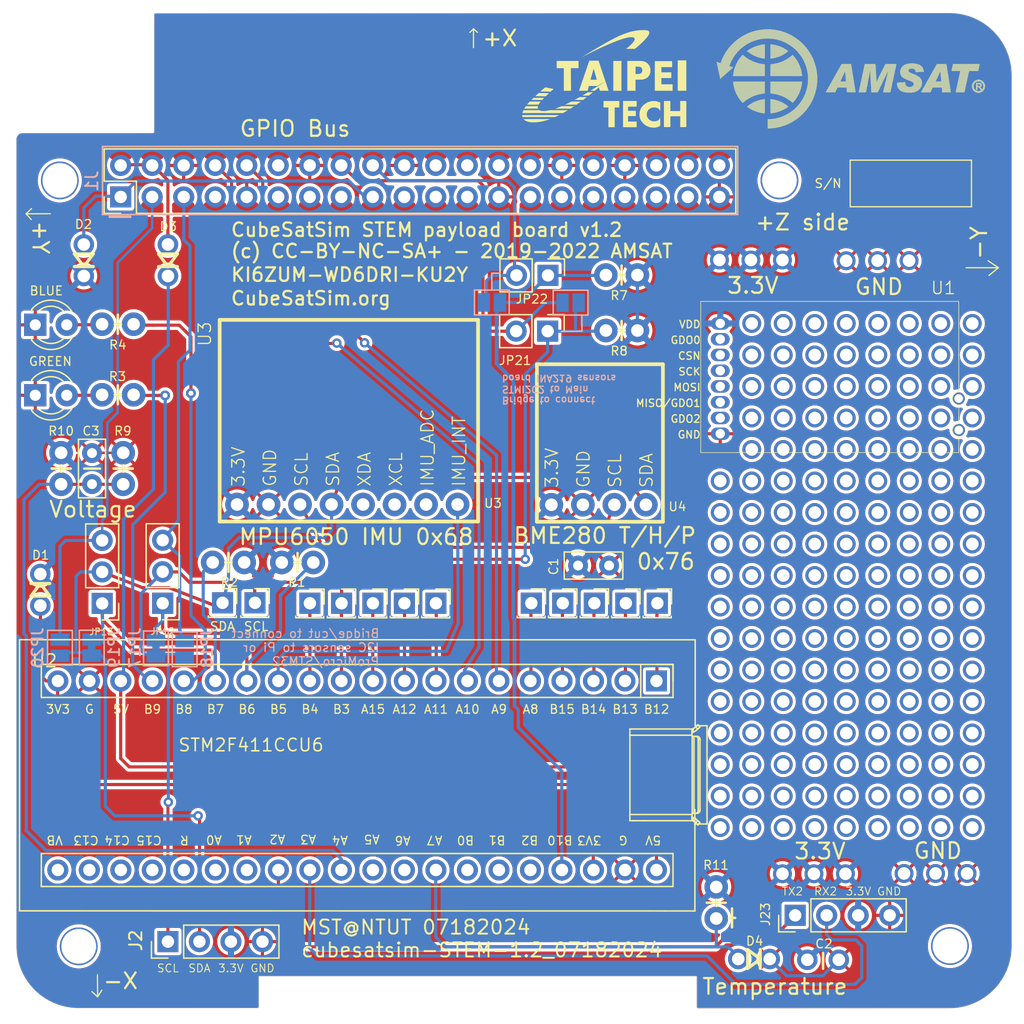
<source format=kicad_pcb>
(kicad_pcb (version 20221018) (generator pcbnew)
  (title_block (title "cubesatsim-STEM-1.2_07182024") (date "2024-05-01"))
  (layers (0 "F.Cu" signal) (31 "B.Cu" signal) (34 "B.Paste" user) (35 "F.Paste" user) (36 "B.SilkS" user "B.Silkscreen") (37 "F.SilkS" user "F.Silkscreen") (38 "B.Mask" user) (39 "F.Mask" user) (44 "Edge.Cuts" user))
  (net 0 "")
  (net 1 "GND")
  (net 2 "/3V3")
  (net 3 "/5V")
  (net 4 "/PI_5V")
  (net 5 "unconnected-(J1-Pin_7-Pad7)")
  (net 6 "/PI_SDA")
  (net 7 "/PI_SCL")
  (net 8 "/PI_TXD")
  (net 9 "unconnected-(J1-Pin_11-Pad11)")
  (net 10 "unconnected-(J1-Pin_12-Pad12)")
  (net 11 "/PI_RXD")
  (net 12 "/PI_LED2")
  (net 13 "unconnected-(J1-Pin_15-Pad15)")
  (net 14 "/PI_SDA3")
  (net 15 "/PI_SCL3")
  (net 16 "/PI_LED1")
  (net 17 "unconnected-(J1-Pin_19-Pad19)")
  (net 18 "/STM_SDA")
  (net 19 "unconnected-(J1-Pin_21-Pad21)")
  (net 20 "unconnected-(J1-Pin_22-Pad22)")
  (net 21 "unconnected-(J1-Pin_23-Pad23)")
  (net 22 "unconnected-(J1-Pin_24-Pad24)")
  (net 23 "/STM_SCL")
  (net 24 "unconnected-(J1-Pin_26-Pad26)")
  (net 25 "unconnected-(J1-Pin_27-Pad27)")
  (net 26 "unconnected-(J1-Pin_28-Pad28)")
  (net 27 "unconnected-(J1-Pin_29-Pad29)")
  (net 28 "unconnected-(J1-Pin_31-Pad31)")
  (net 29 "unconnected-(J1-Pin_32-Pad32)")
  (net 30 "unconnected-(J1-Pin_33-Pad33)")
  (net 31 "unconnected-(J1-Pin_35-Pad35)")
  (net 32 "unconnected-(J1-Pin_37-Pad37)")
  (net 33 "unconnected-(J1-Pin_38-Pad38)")
  (net 34 "/IMU_INT")
  (net 35 "unconnected-(J1-Pin_40-Pad40)")
  (net 36 "/STM_LED2")
  (net 37 "/STM_LED1")
  (net 38 "/VOLTAGE")
  (net 39 "/TEMPERATURE")
  (net 40 "Net-(LED1-A)")
  (net 41 "Net-(LED2-A)")
  (net 42 "/IMU_ADC")
  (net 43 "/XCL")
  (net 44 "/XDA")
  (net 45 "/SDA")
  (net 46 "/SCL")
  (net 47 "/TX2")
  (net 48 "/RX2")
  (net 49 "/STM_SCL2")
  (net 50 "/STM_SDA2")
  (net 51 "/PB12")
  (net 52 "/PB13")
  (net 53 "/PB14")
  (net 54 "/PB15")
  (net 55 "/PA8")
  (net 56 "/PA11")
  (net 57 "/PA12")
  (net 58 "/PA15")
  (net 59 "/PB4")
  (net 60 "/STM_3V3")
  (net 62 "/PC13")
  (net 63 "/PC14")
  (net 64 "/PC15")
  (net 66 "/PA0")
  (net 67 "/PA1")
  (net 68 "/PA5")
  (net 69 "/PA6")
  (net 70 "/PB0")
  (net 71 "/PB1")
  (net 73 "/PI_3V3")
  (net 80 "/PB3")
  (footprint "" (layer "F.Cu") (at 147.470369 91.35288)
    (fp_text reference "")
    (fp_text value "")
  )
  (footprint "" (layer "F.Cu") (at 142.390369 109.13288)
    (fp_text reference "")
    (fp_text value "")
  )
  (footprint "" (layer "F.Cu") (at 142.390369 81.19288)
    (fp_text reference "")
    (fp_text value "")
  )
  (footprint "" (layer "F.Cu") (at 134.770369 106.59288 180)
    (fp_text reference "")
    (fp_text value "")
  )
  (footprint "" (layer "F.Cu") (at 137.310369 104.05288)
    (fp_text reference "")
    (fp_text value "")
  )
  (footprint "" (layer "F.Cu") (at 137.310369 96.43288)
    (fp_text reference "")
    (fp_text value "")
  )
  (footprint "" (layer "F.Cu") (at 137.310369 98.97288)
    (fp_text reference "")
    (fp_text value "")
  )
  (footprint "" (layer "F.Cu") (at 134.770369 68.49288 180)
    (fp_text reference "")
    (fp_text value "")
  )
  (footprint "" (layer "F.Cu") (at 127.150369 104.05288)
    (fp_text reference "")
    (fp_text value "")
  )
  (footprint "" (layer "F.Cu") (at 144.930369 106.59288)
    (fp_text reference "")
    (fp_text value "")
  )
  (footprint "" (layer "F.Cu") (at 145.666969 118.68328)
    (fp_text reference "")
    (fp_text value "")
  )
  (footprint "" (layer "F.Cu") (at 147.470369 98.97288)
    (fp_text reference "")
    (fp_text value "")
  )
  (footprint "" (layer "F.Cu") (at 129.690369 68.49288 180)
    (fp_text reference "")
    (fp_text value "")
  )
  (footprint "" (layer "F.Cu") (at 132.230369 71.03288)
    (fp_text reference "")
    (fp_text value "")
  )
  (footprint "" (layer "F.Cu") (at 142.390369 106.59288)
    (fp_text reference "")
    (fp_text value "")
  )
  (footprint "" (layer "F.Cu") (at 134.770369 86.27288)
    (fp_text reference "")
    (fp_text value "")
  )
  (footprint "" (layer "F.Cu") (at 134.770369 73.57288)
    (fp_text reference "")
    (fp_text value "")
  )
  (footprint "" (layer "F.Cu") (at 142.390369 88.81288)
    (fp_text reference "")
    (fp_text value "")
  )
  (footprint "" (layer "F.Cu") (at 144.930369 91.35288)
    (fp_text reference "")
    (fp_text value "")
  )
  (footprint "" (layer "F.Cu") (at 132.230369 78.65288)
    (fp_text reference "")
    (fp_text value "")
  )
  (footprint "" (layer "F.Cu") (at 127.150369 93.89288)
    (fp_text reference "")
    (fp_text value "")
  )
  (footprint "" (layer "F.Cu") (at 129.690369 93.89288)
    (fp_text reference "")
    (fp_text value "")
  )
  (footprint "Library:Test_Point_Vertical_S" (layer "F.Cu") (at 101.66477 90.99804)
    (fp_text reference "JP7" hide)
    (fp_text value "TestPoint" hide)
  )
  (footprint "" (layer "F.Cu") (at 132.230369 101.51288)
    (fp_text reference "")
    (fp_text value "")
  )
  (footprint "" (layer "F.Cu") (at 127.150369 91.35288)
    (fp_text reference "")
    (fp_text value "")
  )
  (footprint "" (layer "F.Cu") (at 144.930369 93.89288)
    (fp_text reference "")
    (fp_text value "")
  )
  (footprint "" (layer "F.Cu") (at 127.150369 106.59288)
    (fp_text reference "")
    (fp_text value "")
  )
  (footprint "" (layer "F.Cu") (at 132.230369 104.05288)
    (fp_text reference "")
    (fp_text value "")
  )
  (footprint "" (layer "F.Cu") (at 139.850369 93.89288)
    (fp_text reference "")
    (fp_text value "")
  )
  (footprint "Connector_PinHeader_2.54mm:PinHeader_2x20_P2.54mm_Vertical" (layer "F.Cu") (at 78.8162 58.293 90)
    (fp_text reference "J1")
    (fp_text value "Conn_02x20_Odd_Even" hide)
  )
  (footprint "" (layer "F.Cu") (at 137.310369 68.49288)
    (fp_text reference "")
    (fp_text value "")
  )
  (footprint "" (layer "F.Cu") (at 147.470369 106.59288 180)
    (fp_text reference "")
    (fp_text value "")
  )
  (footprint "" (layer "F.Cu") (at 142.373859 63.42914)
    (fp_text reference "")
    (fp_text value "")
  )
  (footprint "Connector_PinHeader_2.54mm:PinHeader_1x03_P2.54mm_Vertical" (layer "F.Cu") (at 77.324459 91.06434 180)
    (fp_text reference "JP13")
    (fp_text value "Conn_01x03_Pin")
  )
  (footprint "" (layer "F.Cu") (at 129.690369 76.11288)
    (fp_text reference "")
    (fp_text value "")
  )
  (footprint "" (layer "F.Cu") (at 142.390369 101.51288)
    (fp_text reference "")
    (fp_text value "")
  )
  (footprint "" (layer "F.Cu") (at 147.470369 104.05288 180)
    (fp_text reference "")
    (fp_text value "")
  )
  (footprint "Library:MPU6050_IMU_Module" (layer "F.Cu") (at 97.085659 76.40854)
    (fp_text reference "U3")
    (fp_text value "MPU6050")
  )
  (footprint "" (layer "F.Cu") (at 134.770369 104.05288 180)
    (fp_text reference "")
    (fp_text value "")
  )
  (footprint "" (layer "F.Cu") (at 134.770369 104.05288)
    (fp_text reference "")
    (fp_text value "")
  )
  (footprint "" (layer "F.Cu") (at 137.243059 112.85754)
    (fp_text reference "")
    (fp_text value "")
  )
  (footprint "Library:R_TH_V_2.54" (layer "F.Cu") (at 119.2022 69.088 180)
    (fp_text reference "R8")
    (fp_text value "DNI-4.7K")
  )
  (footprint "" (layer "F.Cu") (at 139.850369 73.57288)
    (fp_text reference "")
    (fp_text value "")
  )
  (footprint "" (layer "F.Cu") (at 147.470369 68.49288 180)
    (fp_text reference "")
    (fp_text value "")
  )
  (footprint "" (layer "F.Cu") (at 134.770369 81.19288)
    (fp_text reference "")
    (fp_text value "")
  )
  (footprint "" (layer "F.Cu") (at 129.690369 71.03288)
    (fp_text reference "")
    (fp_text value "")
  )
  (footprint "" (layer "F.Cu") (at 147.470369 109.13288 180)
    (fp_text reference "")
    (fp_text value "")
  )
  (footprint "Library:1N5817_TH_100mil" (layer "F.Cu") (at 129.794 119.72824)
    (fp_text reference "D4")
    (fp_text value "1N4148")
  )
  (footprint "" (layer "F.Cu") (at 142.390369 76.11288)
    (fp_text reference "")
    (fp_text value "")
  )
  (footprint "" (layer "F.Cu") (at 147.470369 93.89288)
    (fp_text reference "")
    (fp_text value "")
  )
  (footprint "" (layer "F.Cu") (at 142.390369 96.43288)
    (fp_text reference "")
    (fp_text value "")
  )
  (footprint "Library:R_TH_V_2.54" (layer "F.Cu") (at 78.994 80.1878 90)
    (fp_text reference "R9")
    (fp_text value "10K")
  )
  (footprint "" (layer "F.Cu") (at 144.930369 96.43288)
    (fp_text reference "")
    (fp_text value "")
  )
  (footprint "" (layer "F.Cu") (at 127.150369 109.13288)
    (fp_text reference "")
    (fp_text value "")
  )
  (footprint "" (layer "F.Cu") (at 134.169659 119.79174)
    (fp_text reference "")
    (fp_text value "")
  )
  (footprint "" (layer "F.Cu") (at 137.300209 63.43828)
    (fp_text reference "")
    (fp_text value "")
  )
  (footprint "" (layer "F.Cu") (at 144.930369 104.05288)
    (fp_text reference "")
    (fp_text value "")
  )
  (footprint "" (layer "F.Cu") (at 137.310369 78.65288)
    (fp_text reference "")
    (fp_text value "")
  )
  (footprint "" (layer "F.Cu") (at 134.703059 112.85754)
    (fp_text reference "")
    (fp_text value "")
  )
  (footprint "Library:R_TH_V_2.54" (layer "F.Cu") (at 93.072459 87.73694)
    (fp_text reference "R1")
    (fp_text value "4.7K")
  )
  (footprint "Library:Test_Point_Vertical_S" (layer "F.Cu") (at 87.001859 90.96274)
    (fp_text reference "JP1" hide)
    (fp_text value "TestPoint" hide)
  )
  (footprint "" (layer "F.Cu") (at 134.770369 91.35288)
    (fp_text reference "")
    (fp_text value "")
  )
  (footprint "Library:Test_Point_Vertical_S" (layer "F.Cu") (at 116.97589 90.99169)
    (fp_text reference "JP15" hide)
    (fp_text value "TestPoint" hide)
  )
  (footprint "" (layer "F.Cu") (at 137.310369 109.13288)
    (fp_text reference "")
    (fp_text value "")
  )
  (footprint "" (layer "F.Cu") (at 127.150369 81.19288)
    (fp_text reference "")
    (fp_text value "")
  )
  (footprint "Library:C_Disc_TH_D5.0mm_W2.5mm_P2.50mm_S" (layer "F.Cu") (at 115.6916 88.011)
    (fp_text reference "C1")
    (fp_text value "100nF")
  )
  (footprint "" (layer "F.Cu") (at 129.690369 78.65288)
    (fp_text reference "")
    (fp_text value "")
  )
  (footprint "" (layer "F.Cu") (at 147.470369 78.65288)
    (fp_text reference "")
    (fp_text value "")
  )
  (footprint "" (layer "F.Cu") (at 129.690369 104.05288 180)
    (fp_text reference "")
    (fp_text value "")
  )
  (footprint "" (layer "F.Cu") (at 129.690369 73.57288)
    (fp_text reference "")
    (fp_text value "")
  )
  (footprint "" (layer "F.Cu") (at 137.310369 93.89288)
    (fp_text reference "")
    (fp_text value "")
  )
  (footprint "AMSAT:CC1101_127" (layer "F.Cu") (at 146.378169 66.71488 -90)
    (fp_text reference "U1")
    (fp_text value "~")
  )
  (footprint "" (layer "F.Cu") (at 147.470369 86.27288)
    (fp_text reference "")
    (fp_text value "")
  )
  (footprint "" (layer "F.Cu") (at 139.850369 104.05288)
    (fp_text reference "")
    (fp_text value "")
  )
  (footprint "VST104_logos:NTUT_logo_15mm" (layer "F.Cu") (at 117.8052 48.827174)
    (fp_text reference "REF**" hide)
    (fp_text value "NTUT_logo_15mm")
  )
  (footprint "" (layer "F.Cu") (at 142.390369 86.27288)
    (fp_text reference "")
    (fp_text value "")
  )
  (footprint "" (layer "F.Cu") (at 134.770369 78.65288)
    (fp_text reference "")
    (fp_text value "")
  )
  (footprint "" (layer "F.Cu") (at 132.230369 88.81288)
    (fp_text reference "")
    (fp_text value "")
  )
  (footprint "" (layer "F.Cu") (at 142.390369 91.35288)
    (fp_text reference "")
    (fp_text value "")
  )
  (footprint "" (layer "F.Cu") (at 144.930369 98.97288)
    (fp_text reference "")
    (fp_text value "")
  )
  (footprint "LED_THT:LED_D3.0mm" (layer "F.Cu") (at 71.930769 68.6054)
    (fp_text reference "LED2" hide)
    (fp_text value "Blue 5mm")
  )
  (footprint "Library:R_TH_V_2.54" (layer "F.Cu") (at 87.503 87.7824 180)
    (fp_text reference "R2" hide)
    (fp_text value "4.7K")
  )
  (footprint "" (layer "F.Cu") (at 144.930369 86.27288)
    (fp_text reference "")
    (fp_text value "")
  )
  (footprint "" (layer "F.Cu") (at 144.930369 73.57288)
    (fp_text reference "")
    (fp_text value "")
  )
  (footprint "" (layer "F.Cu") (at 147.470369 104.05288)
    (fp_text reference "")
    (fp_text value "")
  )
  (footprint "Library:C_Disc_TH_D5.0mm_W2.5mm_P2.50mm_S" (layer "F.Cu") (at 76.5041 78.9432 -90)
    (fp_text reference "C3")
    (fp_text value "100nF")
  )
  (footprint "" (layer "F.Cu") (at 147.047459 112.83214)
    (fp_text reference "")
    (fp_text value "")
  )
  (footprint "Library:R_TH_V_2.54" (layer "F.Cu") (at 74.041 80.1878 -90)
    (fp_text reference "R10")
    (fp_text value "10K")
  )
  (footprint "" (layer "F.Cu") (at 129.690369 86.27288)
    (fp_text reference "")
    (fp_text value "")
  )
  (footprint "" (layer "F.Cu") (at 137.310369 76.11288)
    (fp_text reference "")
    (fp_text value "")
  )
  (footprint "" (layer "F.Cu") (at 147.470369 83.73288)
    (fp_text reference "")
    (fp_text value "")
  )
  (footprint "" (layer "F.Cu") (at 75.435969 118.70868)
    (fp_text reference "")
    (fp_text value "")
  )
  (footprint "" (layer "F.Cu") (at 139.850369 86.27288)
    (fp_text reference "")
    (fp_text value "")
  )
  (footprint "" (layer "F.Cu") (at 131.925569 56.96128)
    (fp_text reference "" hide)
    (fp_text value "" hide)
  )
  (footprint "" (layer "F.Cu") (at 127.150369 86.27288)
    (fp_text reference "")
    (fp_text value "")
  )
  (footprint "Library:Test_Point_Vertical_S" (layer "F.Cu") (at 119.51589 90.99169)
    (fp_text reference "JP11" hide)
    (fp_text value "TestPoint" hide)
  )
  (footprint "" (layer "F.Cu") (at 132.230369 109.13288)
    (fp_text reference "")
    (fp_text value "")
  )
  (footprint "" (layer "F.Cu") (at 142.390369 71.03288)
    (fp_text reference "")
    (fp_text value "")
  )
  (footprint "" (layer "F.Cu") (at 139.850369 88.81288)
    (fp_text reference "")
    (fp_text value "")
  )
  (footprint "" (layer "F.Cu") (at 137.310369 71.03288)
    (fp_text reference "")
    (fp_text value "")
  )
  (footprint "" (layer "F.Cu") (at 139.850369 83.73288)
    (fp_text reference "")
    (fp_text value "")
  )
  (footprint "Library:Test_Point_Vertical_S" (layer "F.Cu") (at 94.04477 90.99804)
    (fp_text reference "JP9" hide)
    (fp_text value "TestPoint" hide)
  )
  (footprint "" (layer "F.Cu") (at 144.930369 81.19288)
    (fp_text reference "")
    (fp_text value "")
  )
  (footprint "Connector_PinHeader_2.54mm:PinHeader_1x03_P2.54mm_Vertical" (layer "F.Cu") (at 82.201259 91.04934 180)
    (fp_text reference "JP12")
    (fp_text value "Conn_01x03_Pin")
  )
  (footprint "Library:Test_Point_Vertical_S" (layer "F.Cu") (at 114.429031 90.99169)
    (fp_text reference "JP16" hide)
    (fp_text value "TestPoint" hide)
  )
  (footprint "" (layer "F.Cu") (at 137.310369 106.59288)
    (fp_text reference "")
    (fp_text value "")
  )
  (footprint "Library:Test_Point_Vertical_S" (layer "F.Cu") (at 111.89589 90.99169)
    (fp_text reference "JP14" hide)
    (fp_text value "TestPoint" hide)
  )
  (footprint "" (layer "F.Cu") (at 139.850369 106.59288 180)
    (fp_text reference "")
    (fp_text value "")
  )
  (footprint "" (layer "F.Cu") (at 147.470369 81.19288)
    (fp_text reference "")
    (fp_text value "")
  )
  (footprint "Library:1N5817_TH_100mil" (layer "F.Cu") (at 72.3392 90.043 90)
    (fp_text reference "D1")
    (fp_text value "1N5817")
  )
  (footprint "" (layer "F.Cu") (at 73.911969 56.96128)
    (fp_text reference "")
    (fp_text value "")
  )
  (footprint "" (layer "F.Cu") (at 132.230369 81.19288)
    (fp_text reference "")
    (fp_text value "")
  )
  (footprint "" (layer "F.Cu") (at 129.623059 63.37834)
    (fp_text reference "")
    (fp_text value "")
  )
  (footprint "" (layer "F.Cu") (at 132.230369 96.43288)
    (fp_text reference "")
    (fp_text value "")
  )
  (footprint "" (layer "F.Cu") (at 129.690369 101.51288)
    (fp_text reference "")
    (fp_text value "")
  )
  (footprint "" (layer "F.Cu") (at 147.470369 88.81288)
    (fp_text reference "")
    (fp_text value "")
  )
  (footprint "" (layer "F.Cu") (at 139.850369 81.19288)
    (fp_text reference "")
    (fp_text value "")
  )
  (footprint "" (layer "F.Cu") (at 129.690369 88.81288)
    (fp_text reference "")
    (fp_text value "")
  )
  (footprint "" (layer "F.Cu") (at 142.390369 104.05288)
    (fp_text reference "")
    (fp_text value "")
  )
  (footprint "Library:BME280_Module" (layer "F.Cu") (at 117.4242 78.1812)
    (fp_text reference "U4")
    (fp_text value "BME280")
  )
  (footprint "" (layer "F.Cu") (at 134.770369 98.97288)
    (fp_text reference "")
    (fp_text value "")
  )
  (footprint "" (layer "F.Cu") (at 132.230369 68.49288)
    (fp_text reference "")
    (fp_text value "")
  )
  (footprint "" (layer "F.Cu") (at 137.310369 83.73288)
    (fp_text reference "")
    (fp_text value "")
  )
  (footprint "" (layer "F.Cu") (at 142.390369 73.57288)
    (fp_text reference "")
    (fp_text value "")
  )
  (footprint "Library:Test_Point_Vertical_S" (layer "F.Cu") (at 99.12477 90.99804)
    (fp_text reference "JP6" hide)
    (fp_text value "TestPoint" hide)
  )
  (footprint "" (layer "F.Cu") (at 132.230369 91.35288)
    (fp_text reference "")
    (fp_text value "")
  )
  (footprint "" (layer "F.Cu") (at 144.930369 76.11288)
    (fp_text reference "")
    (fp_text value "")
  )
  (footprint "" (layer "F.Cu") (at 137.310369 73.57288)
    (fp_text reference "")
    (fp_text value "")
  )
  (footprint "" (layer "F.Cu") (at 127.083059 63.37834)
    (fp_text reference "")
    (fp_text value "")
  )
  (footprint "" (layer "F.Cu") (at 142.390369 93.89288)
    (fp_text reference "")
    (fp_text value "")
  )
  (footprint "" (layer "F.Cu") (at 132.230369 106.59288)
    (fp_text reference "")
    (fp_text value "")
  )
  (footprint "" (layer "F.Cu") (at 132.230369 93.89288)
    (fp_text reference "")
    (fp_text value "")
  )
  (footprint "Library:R_TH_V_2.54" (layer "F.Cu") (at 78.5876 68.58 180)
    (fp_text reference "R4")
    (fp_text value "100")
  )
  (footprint "" (layer "F.Cu") (at 132.163059 112.85754)
    (fp_text reference "")
    (fp_text value "")
  )
  (footprint "" (layer "F.Cu") (at 129.690369 98.97288)
    (fp_text reference "")
    (fp_text value "")
  )
  (footprint "Connector_PinHeader_2.54mm:PinHeader_1x02_P2.54mm_Vertical" (layer "F.Cu") (at 113.2636 64.6176 -90)
    (fp_text reference "JP22")
    (fp_text value "Conn_01x02")
  )
  (footprint "" (layer "F.Cu") (at 137.310369 81.19288)
    (fp_text reference "")
    (fp_text value "")
  )
  (footprint "" (layer "F.Cu") (at 137.310369 101.51288)
    (fp_text reference "")
    (fp_text value "")
  )
  (footprint "" (layer "F.Cu") (at 127.150369 96.43288)
    (fp_text reference "")
    (fp_text value "")
  )
  (footprint "" (layer "F.Cu") (at 139.833859 63.42914)
    (fp_text reference "")
    (fp_text value "")
  )
  (footprint "" (layer "F.Cu") (at 129.690369 83.73288)
    (fp_text reference "")
    (fp_text value "")
  )
  (footprint "" (layer "F.Cu") (at 144.930369 101.51288)
    (fp_text reference "")
    (fp_text value "")
  )
  (footprint "" (layer "F.Cu") (at 137.310369 91.35288)
    (fp_text reference "")
    (fp_text value "")
  )
  (footprint "" (layer "F.Cu") (at 132.230369 86.27288)
    (fp_text reference "")
    (fp_text value "")
  )
  (footprint "" (layer "F.Cu") (at 139.850369 91.35288)
    (fp_text reference "")
    (fp_text value "")
  )
  (footprint "" (layer "F.Cu") (at 142.390369 68.49288)
    (fp_text reference "")
    (fp_text value "")
  )
  (footprint "" (layer "F.Cu") (at 142.390369 98.97288)
    (fp_text reference "")
    (fp_text value "")
  )
  (footprint "Library:1N5817_TH_100mil" (layer "F.Cu") (at 82.6262 63.3222 -90)
    (fp_text reference "D3")
    (fp_text value "1N5817")
  )
  (footprint "" (layer "F.Cu") (at 144.507459 112.83214)
    (fp_text reference "")
    (fp_text value "")
  )
  (footprint "Library:Test_Point_Vertical_S" (layer "F.Cu") (at 96.59747 90.99804)
    (fp_text reference "JP8" hide)
    (fp_text value "TestPoint" hide)
  )
  (footprint "" (layer "F.Cu") (at 147.470369 73.57288)
    (fp_text reference "")
    (fp_text value "")
  )
  (footprint "" (layer "F.Cu") (at 147.470369 76.11288)
    (fp_text reference "")
    (fp_text value "")
  )
  (footprint "" (layer "F.Cu") (at 144.930369 88.81288)
    (fp_text reference "")
    (fp_text value "")
  )
  (footprint "" (layer "F.Cu") (at 139.850369 101.51288)
    (fp_text reference "")
    (fp_text value "")
  )
  (footprint "" (layer "F.Cu") (at 144.930369 68.49288)
    (fp_text reference "")
    (fp_text value "")
  )
  (footprint "" (layer "F.Cu") (at 144.930369 71.03288)
    (fp_text reference "")
    (fp_text value "")
  )
  (footprint "Library:Test_Point_Vertical_S" (layer "F.Cu") (at 122.05589 90.99169)
    (fp_text reference "JP10" hide)
    (fp_text value "TestPoint" hide)
  )
  (footprint "" (layer "F.Cu") (at 134.770369 101.51288)
    (fp_text reference "")
    (fp_text value "")
  )
  (footprint "" (layer "F.Cu") (at 129.690369 96.43288)
    (fp_text reference "")
    (fp_text value "")
  )
  (footprint "" (layer "F.Cu") (at 134.770369 93.89288)
    (fp_text reference "")
    (fp_text value "")
  )
  (footprint "" (layer "F.Cu") (at 129.690369 104.05288)
    (fp_text reference "")
    (fp_text value "")
  )
  (footprint "" (layer "F.Cu") (at 144.930369 78.65288)
    (fp_text reference "")
    (fp_text value "")
  )
  (footprint "LED_THT:LED_D3.0mm" (layer "F.Cu") (at 71.930769 74.28408)
    (fp_text reference "LED1" hide)
    (fp_text value "Green 5mm" hide)
  )
  (footprint "" (layer "F.Cu") (at 147.470369 71.03288)
    (fp_text reference "")
    (fp_text value "")
  )
  (footprint "Library:R_TH_V_2.54" (layer "F.Cu") (at 78.5876 74.2696 180)
    (fp_text reference "R3")
    (fp_text value "1K")
  )
  (footprint "" (layer "F.Cu") (at 139.850369 96.43288)
    (fp_text reference "")
    (fp_text value "")
  )
  (footprint "" (layer "F.Cu") (at 132.163059 63.37834)
    (fp_text reference "")
    (fp_text value "")
  )
  (footprint "Connector_PinHeader_2.54mm:PinHeader_1x04_P2.54mm_Vertical" (layer "F.Cu") (at 82.62493 118.32717 90)
    (fp_text reference "J2")
    (fp_text value "Conn_01x04")
  )
  (footprint "" (layer "F.Cu") (at 144.930369 109.13288)
    (fp_text reference "")
    (fp_text value "")
  )
  (footprint "" (layer "F.Cu") (at 147.470369 101.51288)
    (fp_text reference "")
    (fp_text value "")
  )
  (footprint "" (layer "F.Cu") (at 132.230369 73.57288)
    (fp_text reference "")
    (fp_text value "")
  )
  (footprint "" (layer "F.Cu") (at 127.150369 98.97288)
    (fp_text reference "")
    (fp_text value "")
  )
  (footprint "" (layer "F.Cu") (at 144.930369 83.73288)
    (fp_text reference "")
    (fp_text value "")
  )
  (footprint "" (layer "F.Cu") (at 139.850369 104.05288 180)
    (fp_text reference "")
    (fp_text value "")
  )
  (footprint "" (layer "F.Cu") (at 134.770369 88.81288)
    (fp_text reference "")
    (fp_text value "")
  )
  (footprint "" (layer "F.Cu") (at 147.470369 96.43288)
    (fp_text reference "")
    (fp_text value "")
  )
  (footprint "YAAJ_Black_Pill:YAAJ_BlackPill_2" (layer "F.Cu") (at 122.010025 97.31349 -90)
    (fp_text reference "U5" hide)
    (fp_text value "YAAJ_BlackPill" hide)
  )
  (footprint "" (layer "F.Cu") (at 129.690369 91.35288)
    (fp_text reference "")
    (fp_text value "")
  )
  (footprint "Connector_PinHeader_2.54mm:PinHeader_1x02_P2.54mm_Vertical" (layer "F.Cu") (at 113.2382 69.1134 -90)
    (fp_text reference "JP21")
    (fp_text value "Conn_01x02")
  )
  (footprint "" (layer "F.Cu") (at 139.850369 78.65288)
    (fp_text reference "")
    (fp_text value "")
  )
  (footprint "" (layer "F.Cu") (at 142.390369 83.73288)
    (fp_text reference "")
    (fp_text value "")
  )
  (footprint "Library:Test_Point_Vertical_S" (layer "F.Cu") (at 89.618059 90.96274)
    (fp_text reference "JP2" hide)
    (fp_text value "TestPoint" hide)
  )
  (footprint "" (layer "F.Cu") (at 134.770369 109.13288 180)
    (fp_text reference "")
    (fp_text value "")
  )
  (footprint "" (layer "F.Cu") (at 134.770369 96.43288)
    (fp_text reference "")
    (fp_text value "")
  )
  (footprint "" (layer "F.Cu") (at 132.230369 76.11288)
    (fp_text reference "")
    (fp_text value "")
  )
  (footprint "" (layer "F.Cu") (at 134.770369 83.73288)
    (fp_text reference "")
    (fp_text value "")
  )
  (footprint "" (layer "F.Cu") (at 129.690369 106.59288 180)
    (fp_text reference "")
    (fp_text value "")
  )
  (footprint "Library:R_TH_V_2.54" (layer "F.Cu") (at 119.2022 64.6176 180)
    (fp_text reference "R7")
    (fp_text value "DNI-4.7K")
  )
  (footprint "" (layer "F.Cu") (at 132.230369 83.73288)
    (fp_text reference "")
    (fp_text value "")
  )
  (footprint "Connector_PinHeader_2.54mm:PinHeader_1x04_P2.54mm_Vertical" (layer "F.Cu") (at 133.19109 116.20881 90)
    (fp_text reference "J23")
    (fp_text value "Conn_01x04")
  )
  (footprint "" (layer "F.Cu") (at 129.690369 81.19288)
    (fp_text reference "")
    (fp_text value "")
  )
  (footprint "" (layer "F.Cu") (at 136.709659 119.79174)
    (fp_text reference "")
    (fp_text value "")
  )
  (footprint "" (layer "F.Cu") (at 137.310369 86.27288)
    (fp_text reference "")
    (fp_text value "")
  )
  (footprint "" (layer "F.Cu") (at 142.390369 78.65288)
    (fp_text reference "")
    (fp_text value "")
  )
  (footprint "Library:Test_Point_Vertical_S" (layer "F.Cu") (at 104.20477 90.99804)
    (fp_text reference "JP3" hide)
    (fp_text value "TestPoint" hide)
  )
  (footprint "" (layer "F.Cu") (at 139.850369 109.13288 180)
    (fp_text reference "")
    (fp_text value "")
  )
  (footprint "" (layer "F.Cu") (at 137.310369 88.81288)
    (fp_text reference "")
    (fp_text value "")
  )
  (footprint "Library:1N5817_TH_100mil" (layer "F.Cu") (at 75.8444 63.3222 -90)
    (fp_text reference "D2")
    (fp_text value "1N5817")
  )
  (footprint "" (layer "F.Cu") (at 139.850369 76.11288)
    (fp_text reference "")
    (fp_text value "")
  )
  (footprint "" (layer "F.Cu") (at 127.150369 83.73288)
    (fp_text reference "")
    (fp_text value "")
  )
  (footprint "" (layer "F.Cu") (at 139.850369 71.03288)
    (fp_text reference "")
    (fp_text value "")
  )
  (footprint "" (layer "F.Cu") (at 132.230369 98.97288)
    (fp_text reference "")
    (fp_text value "")
  )
  (footprint "" (layer "F.Cu") (at 127.150369 101.51288)
    (fp_text reference "")
    (fp_text value "")
  )
  (footprint "" (layer "F.Cu") (at 141.967459 112.83214)
    (fp_text reference "")
    (fp_text value "")
  )
  (footprint "" (layer "F.Cu") (at 139.850369 98.97288)
    (fp_text reference "")
    (fp_text value "")
  )
  (footprint "Library:R_TH_V_2.54" (layer "F.Cu") (at 126.80188 115.19154 90)
    (fp_text reference "R11")
    (fp_text value "10K")
  )
  (footprint "" (layer "F.Cu") (at 139.850369 68.49288 180)
    (fp_text reference "")
    (fp_text value "")
  )
  (footprint "" (layer "F.Cu") (at 134.770369 71.03288)
    (fp_text reference "")
    (fp_text value "")
  )
  (footprint "" (layer "F.Cu") (at 127.150369 88.81288)
    (fp_text reference "")
    (fp_text value "")
  )
  (footprint "" (layer "F.Cu") (at 134.770369 76.11288)
    (fp_text reference "")
    (fp_text value "")
  )
  (footprint "" (layer "F.Cu") (at 129.690369 109.13288 180)
    (fp_text reference "")
    (fp_text value "")
  )
  (footprint "Jumper:SolderJumper-2_P1.3mm_Open_Pad1.0x1.5mm" (layer "B.Cu") (at 83.970369 94.75648 -90)
    (fp_text reference "JP18")
    (fp_text value "SolderJumper_2_Open")
  )
  (footprint "Jumper:SolderJumper-2_P1.3mm_Bridged_Pad1.0x1.5mm" (layer "B.Cu") (at 76.483719 94.626329 90)
    (fp_text reference "JP19")
    (fp_text value "SolderJumper_2_Bridged")
  )
  (footprint "Jumper:SolderJumper-2_P1.3mm_Open_Pad1.0x1.5mm" (layer "B.Cu") (at 115.085369 66.81648)
    (fp_text reference "JP5" hide)
    (fp_text value "SolderJumper_2_Open" hide)
  )
  (footprint "Jumper:SolderJumper-2_P1.3mm_Bridged_Pad1.0x1.5mm" (layer "B.Cu") (at 81.661 94.6848 90)
    (fp_text reference "JP17")
    (fp_text value "SolderJumper_2_Bridged")
  )
  (footprint "Jumper:SolderJumper-2_P1.3mm_Open_Pad1.0x1.5mm" (layer "B.Cu") (at 108.7374 66.802)
    (fp_text reference "JP4" hide)
    (fp_text value "SolderJumper_2_Open" hide)
  )
  (footprint "Jumper:SolderJumper-2_P1.3mm_Open_Pad1.0x1.5mm" (layer "B.Cu") (at 73.92035 94.637249 -90)
    (fp_text reference "JP20")
    (fp_text value "SolderJumper_2_Open")
  )
  (gr_line (start 128.558799 54.22519) (end 128.558799 59.71159) (stroke (width 0.127)) (layer "B.SilkS"))
  (gr_line (start 116.0018 69.1134) (end 114.3508 69.1388) (stroke (width 0.12)) (layer "B.SilkS"))
  (gr_line (start 77.352399 59.71159) (end 77.352399 54.22519) (stroke (width 0.127)) (layer "B.SilkS"))
  (gr_line (start 108.7374 65.802) (end 108.7374 64.4398) (stroke (width 0.12)) (layer "B.SilkS"))
  (gr_line (start 77.936599 59.88939) (end 79.587599 59.88939) (stroke (width 0.2032)) (layer "B.SilkS"))
  (gr_line (start 128.558799 59.71159) (end 77.352399 59.71159) (stroke (width 0.127)) (layer "B.SilkS"))
  (gr_line (start 108.7374 64.4398) (end 109.3978 64.4398) (stroke (width 0.12)) (layer "B.SilkS"))
  (gr_line (start 77.352399 54.22519) (end 128.558799 54.22519) (stroke (width 0.127)) (layer "B.SilkS"))
  (gr_line (start 116.0018 67.818) (end 116.0018 69.1134) (stroke (width 0.12)) (layer "B.SilkS"))
  (gr_poly (pts (xy 130.747009 51.44669) (xy 130.175509 51.44669) (xy 130.175509 51.45939) (xy 130.747009 51.45939)) (fill solid) (layer "F.SilkS"))
  (gr_poly (pts (xy 140.272009 48.98289) (xy 139.281409 48.98289) (xy 139.281409 48.99559) (xy 140.272009 48.99559)) (fill solid) (layer "F.SilkS"))
  (gr_poly (pts (xy 148.349209 49.73219) (xy 148.107909 49.73219) (xy 148.107909 49.74489) (xy 148.349209 49.74489)) (fill solid) (layer "F.SilkS"))
  (gr_poly (pts (xy 140.526009 48.44949) (xy 140.018009 48.44949) (xy 140.018009 48.46219) (xy 140.526009 48.46219)) (fill solid) (layer "F.SilkS"))
  (gr_poly (pts (xy 133.604509 49.68139) (xy 131.191509 49.68139) (xy 131.191509 49.69409) (xy 133.604509 49.69409)) (fill solid) (layer "F.SilkS"))
  (gr_poly (pts (xy 133.617209 49.66869) (xy 131.204209 49.66869) (xy 131.204209 49.68139) (xy 133.617209 49.68139)) (fill solid) (layer "F.SilkS"))
  (gr_poly (pts (xy 145.453609 48.01769) (xy 144.361409 48.01769) (xy 144.361409 48.03039) (xy 145.453609 48.03039)) (fill solid) (layer "F.SilkS"))
  (gr_poly (pts (xy 129.451609 45.89679) (xy 128.194309 45.89679) (xy 128.194309 45.90949) (xy 129.451609 45.90949)) (fill solid) (layer "F.SilkS"))
  (gr_poly (pts (xy 145.555209 48.66539) (xy 144.932909 48.66539) (xy 144.932909 48.67809) (xy 145.555209 48.67809)) (fill solid) (layer "F.SilkS"))
  (gr_poly (pts (xy 146.863309 49.71949) (xy 146.152109 49.71949) (xy 146.152109 49.73219) (xy 146.863309 49.73219)) (fill solid) (layer "F.SilkS"))
  (gr_poly (pts (xy 134.976109 48.48759) (xy 134.214109 48.48759) (xy 134.214109 48.50029) (xy 134.976109 48.50029)) (fill solid) (layer "F.SilkS"))
  (gr_poly (pts (xy 137.757409 47.89069) (xy 136.754109 47.89069) (xy 136.754109 47.90339) (xy 137.757409 47.90339)) (fill solid) (layer "F.SilkS"))
  (gr_poly (pts (xy 148.006309 47.86529) (xy 145.834609 47.86529) (xy 145.834609 47.87799) (xy 148.006309 47.87799)) (fill solid) (layer "F.SilkS"))
  (gr_poly (pts (xy 130.747009 46.58259) (xy 129.362709 46.58259) (xy 129.362709 46.59529) (xy 130.747009 46.59529)) (fill solid) (layer "F.SilkS"))
  (gr_poly (pts (xy 143.523209 47.97959) (xy 142.761209 47.97959) (xy 142.761209 47.99229) (xy 143.523209 47.99229)) (fill solid) (layer "F.SilkS"))
  (gr_poly (pts (xy 132.525009 45.08399) (xy 129.413509 45.08399) (xy 129.413509 45.09669) (xy 132.525009 45.09669)) (fill solid) (layer "F.SilkS"))
  (gr_poly (pts (xy 129.413509 50.37989) (xy 128.676909 50.37989) (xy 128.676909 50.39259) (xy 129.413509 50.39259)) (fill solid) (layer "F.SilkS"))
  (gr_poly (pts (xy 141.034009 49.05909) (xy 140.462509 49.05909) (xy 140.462509 49.07179) (xy 141.034009 49.07179)) (fill solid) (layer "F.SilkS"))
  (gr_poly (pts (xy 128.041909 47.34459) (xy 127.241809 47.34459) (xy 127.241809 47.35729) (xy 128.041909 47.35729)) (fill solid) (layer "F.SilkS"))
  (gr_poly (pts (xy 143.027909 49.74489) (xy 141.719809 49.74489) (xy 141.719809 49.75759) (xy 143.027909 49.75759)) (fill solid) (layer "F.SilkS"))
  (gr_poly (pts (xy 130.747009 48.48759) (xy 128.181609 48.48759) (xy 128.181609 48.50029) (xy 130.747009 48.50029)) (fill solid) (layer "F.SilkS"))
  (gr_poly (pts (xy 143.180309 47.62399) (xy 142.050009 47.62399) (xy 142.050009 47.63669) (xy 143.180309 47.63669)) (fill solid) (layer "F.SilkS"))
  (gr_poly (pts (xy 136.525509 49.61789) (xy 135.776209 49.61789) (xy 135.776209 49.63059) (xy 136.525509 49.63059)) (fill solid) (layer "F.SilkS"))
  (gr_poly (pts (xy 148.501609 49.42739) (xy 148.349209 49.42739) (xy 148.349209 49.44009) (xy 148.501609 49.44009)) (fill solid) (layer "F.SilkS"))
  (gr_poly (pts (xy 132.563109 52.43729) (xy 130.975609 52.43729) (xy 130.975609 52.44999) (xy 132.563109 52.44999)) (fill solid) (layer "F.SilkS"))
  (gr_poly (pts (xy 144.869409 48.23359) (xy 144.234409 48.23359) (xy 144.234409 48.24629) (xy 144.869409 48.24629)) (fill solid) (layer "F.SilkS"))
  (gr_poly (pts (xy 143.345409 48.79239) (xy 142.088109 48.79239) (xy 142.088109 48.80509) (xy 143.345409 48.80509)) (fill solid) (layer "F.SilkS"))
  (gr_poly (pts (xy 133.210809 50.44339) (xy 132.652009 50.44339) (xy 132.652009 50.45609) (xy 133.210809 50.45609)) (fill solid) (layer "F.SilkS"))
  (gr_poly (pts (xy 133.756909 48.53839) (xy 131.204209 48.53839) (xy 131.204209 48.55109) (xy 133.756909 48.55109)) (fill solid) (layer "F.SilkS"))
  (gr_poly (pts (xy 128.575309 46.56989) (xy 127.635509 46.56989) (xy 127.635509 46.58259) (xy 128.575309 46.58259)) (fill solid) (layer "F.SilkS"))
  (gr_poly (pts (xy 133.172709 47.03979) (xy 132.715509 47.03979) (xy 132.715509 47.05249) (xy 133.172709 47.05249)) (fill solid) (layer "F.SilkS"))
  (gr_poly (pts (xy 133.706109 48.20819) (xy 131.191509 48.20819) (xy 131.191509 48.22089) (xy 133.706109 48.22089)) (fill solid) (layer "F.SilkS"))
  (gr_poly (pts (xy 145.745709 49.80839) (xy 145.034509 49.80839) (xy 145.034509 49.82109) (xy 145.745709 49.82109)) (fill solid) (layer "F.SilkS"))
  (gr_poly (pts (xy 130.747009 50.84979) (xy 129.515109 50.84979) (xy 129.515109 50.86249) (xy 130.747009 50.86249)) (fill solid) (layer "F.SilkS"))
  (gr_poly (pts (xy 134.836409 49.82109) (xy 134.049009 49.82109) (xy 134.049009 49.83379) (xy 134.836409 49.83379)) (fill solid) (layer "F.SilkS"))
  (gr_line (start 76.49972 122.35561) (end 76.95692 122.77471) (stroke (width 0.1016)) (layer "F.SilkS"))
  (gr_poly (pts (xy 130.747009 48.47489) (xy 128.194309 48.47489) (xy 128.194309 48.48759) (xy 130.747009 48.48759)) (fill solid) (layer "F.SilkS"))
  (gr_poly (pts (xy 141.300709 47.86529) (xy 140.310109 47.86529) (xy 140.310109 47.87799) (xy 141.300709 47.87799)) (fill solid) (layer "F.SilkS"))
  (gr_poly (pts (xy 137.986009 49.45279) (xy 135.865109 49.45279) (xy 135.865109 49.46549) (xy 137.986009 49.46549)) (fill solid) (layer "F.SilkS"))
  (gr_poly (pts (xy 139.040109 49.14799) (xy 138.455909 49.14799) (xy 138.455909 49.16069) (xy 139.040109 49.16069)) (fill solid) (layer "F.SilkS"))
  (gr_poly (pts (xy 133.744209 49.14799) (xy 131.191509 49.14799) (xy 131.191509 49.16069) (xy 133.744209 49.16069)) (fill solid) (layer "F.SilkS"))
  (gr_poly (pts (xy 133.756909 49.02099) (xy 131.191509 49.02099) (xy 131.191509 49.03369) (xy 133.756909 49.03369)) (fill solid) (layer "F.SilkS"))
  (gr_poly (pts (xy 137.757409 47.92879) (xy 136.728709 47.92879) (xy 136.728709 47.94149) (xy 137.757409 47.94149)) (fill solid) (layer "F.SilkS"))
  (gr_poly (pts (xy 132.296409 46.78579) (xy 131.204209 46.78579) (xy 131.204209 46.79849) (xy 132.296409 46.79849)) (fill solid) (layer "F.SilkS"))
  (gr_poly (pts (xy 145.542509 48.56379) (xy 144.920209 48.56379) (xy 144.920209 48.57649) (xy 145.542509 48.57649)) (fill solid) (layer "F.SilkS"))
  (gr_poly (pts (xy 139.700509 48.05579) (xy 138.697209 48.05579) (xy 138.697209 48.06849) (xy 139.700509 48.06849)) (fill solid) (layer "F.SilkS"))
  (gr_poly (pts (xy 133.718809 45.85869) (xy 132.410709 45.85869) (xy 132.410709 45.87139) (xy 133.718809 45.87139)) (fill solid) (layer "F.SilkS"))
  (gr_poly (pts (xy 142.812009 49.84649) (xy 141.973809 49.84649) (xy 141.973809 49.85919) (xy 142.812009 49.85919)) (fill solid) (layer "F.SilkS"))
  (gr_poly (pts (xy 144.691609 48.60189) (xy 144.031209 48.60189) (xy 144.031209 48.61459) (xy 144.691609 48.61459)) (fill solid) (layer "F.SilkS"))
  (gr_poly (pts (xy 127.660909 48.32249) (xy 127.051309 48.32249) (xy 127.051309 48.33519) (xy 127.660909 48.33519)) (fill solid) (layer "F.SilkS"))
  (gr_poly (pts (xy 137.808209 48.24629) (xy 137.224009 48.24629) (xy 137.224009 48.25899) (xy 137.808209 48.25899)) (fill solid) (layer "F.SilkS"))
  (gr_poly (pts (xy 133.401309 45.59199) (xy 131.623309 45.59199) (xy 131.623309 45.60469) (xy 133.401309 45.60469)) (fill solid) (layer "F.SilkS"))
  (gr_poly (pts (xy 133.579109 47.78909) (xy 131.191509 47.78909) (xy 131.191509 47.80179) (xy 133.579109 47.80179)) (fill solid) (layer "F.SilkS"))
  (gr_poly (pts (xy 130.747009 46.32859) (xy 129.604009 46.32859) (xy 129.604009 46.34129) (xy 130.747009 46.34129)) (fill solid) (layer "F.SilkS"))
  (gr_poly (pts (xy 133.045709 45.35069) (xy 128.892809 45.35069) (xy 128.892809 45.36339) (xy 133.045709 45.36339)) (fill solid) (layer "F.SilkS"))
  (gr_poly (pts (xy 130.747009 50.62119) (xy 129.921509 50.62119) (xy 129.921509 50.63389) (xy 130.747009 50.63389)) (fill solid) (layer "F.SilkS"))
  (gr_poly (pts (xy 130.747009 46.36669) (xy 129.540509 46.36669) (xy 129.540509 46.37939) (xy 130.747009 46.37939)) (fill solid) (layer "F.SilkS"))
  (gr_poly (pts (xy 145.669509 49.38929) (xy 143.586709 49.38929) (xy 143.586709 49.40199) (xy 145.669509 49.40199)) (fill solid) (layer "F.SilkS"))
  (gr_poly (pts (xy 147.612609 49.19879) (xy 147.460209 49.19879) (xy 147.460209 49.21149) (xy 147.612609 49.21149)) (fill solid) (layer "F.SilkS"))
  (gr_poly (pts (xy 130.747009 47.96689) (xy 128.295909 47.96689) (xy 128.295909 47.97959) (xy 130.747009 47.97959)) (fill solid) (layer "F.SilkS"))
  (gr_poly (pts (xy 129.718309 45.76979) (xy 128.334009 45.76979) (xy 128.334009 45.78249) (xy 129.718309 45.78249)) (fill solid) (layer "F.SilkS"))
  (gr_poly (pts (xy 129.184909 50.53229) (xy 128.803909 50.53229) (xy 128.803909 50.54499) (xy 129.184909 50.54499)) (fill solid) (layer "F.SilkS"))
  (gr_poly (pts (xy 129.578609 50.27829) (xy 128.613409 50.27829) (xy 128.613409 50.29099) (xy 129.578609 50.29099)) (fill solid) (layer "F.SilkS"))
  (gr_poly (pts (xy 129.527809 47.23029) (xy 128.638809 47.23029) (xy 128.638809 47.24299) (xy 129.527809 47.24299)) (fill solid) (layer "F.SilkS"))
  (gr_poly (pts (xy 140.983209 49.32579) (xy 140.399009 49.32579) (xy 140.399009 49.33849) (xy 140.983209 49.33849)) (fill solid) (layer "F.SilkS"))
  (gr_poly (pts (xy 129.096009 50.59579) (xy 128.854709 50.59579) (xy 128.854709 50.60849) (xy 129.096009 50.60849)) (fill solid) (layer "F.SilkS"))
  (gr_poly (pts (xy 127.914909 47.66209) (xy 126.898909 47.66209) (xy 126.898909 47.67479) (xy 127.914909 47.67479)) (fill solid) (layer "F.SilkS"))
  (gr_poly (pts (xy 143.180309 48.60189) (xy 141.796009 48.60189) (xy 141.796009 48.61459) (xy 143.180309 48.61459)) (fill solid) (layer "F.SilkS"))
  (gr_poly (pts (xy 139.751309 48.94479) (xy 139.281409 48.94479) (xy 139.281409 48.95749) (xy 139.751309 48.95749)) (fill solid) (layer "F.SilkS"))
  (gr_poly (pts (xy 133.604509 51.78959) (xy 132.169409 51.78959) (xy 132.169409 51.80229) (xy 133.604509 51.80229)) (fill solid) (layer "F.SilkS"))
  (gr_poly (pts (xy 144.793209 48.38599) (xy 144.158209 48.38599) (xy 144.158209 48.39869) (xy 144.793209 48.39869)) (fill solid) (layer "F.SilkS"))
  (gr_poly (pts (xy 147.015709 49.05909) (xy 146.291809 49.05909) (xy 146.291809 49.07179) (xy 147.015709 49.07179)) (fill solid) (layer "F.SilkS"))
  (gr_poly (pts (xy 128.105409 47.24299) (xy 127.279909 47.24299) (xy 127.279909 47.25569) (xy 128.105409 47.25569)) (fill solid) (layer "F.SilkS"))
  (gr_poly (pts (xy 140.386309 48.72889) (xy 139.878309 48.72889) (xy 139.878309 48.74159) (xy 140.386309 48.74159)) (fill solid) (layer "F.SilkS"))
  (gr_poly (pts (xy 133.731509 49.18609) (xy 131.191509 49.18609) (xy 131.191509 49.19879) (xy 133.731509 49.19879)) (fill solid) (layer "F.SilkS"))
  (gr_poly (pts (xy 134.976109 48.51299) (xy 134.214109 48.51299) (xy 134.214109 48.52569) (xy 134.976109 48.52569)) (fill solid) (layer "F.SilkS"))
  (gr_poly (pts (xy 132.144009 46.86199) (xy 131.204209 46.86199) (xy 131.204209 46.87469) (xy 132.144009 46.87469)) (fill solid) (layer "F.SilkS"))
  (gr_poly (pts (xy 129.159509 46.07459) (xy 128.016509 46.07459) (xy 128.016509 46.08729) (xy 129.159509 46.08729)) (fill solid) (layer "F.SilkS"))
  (gr_poly (pts (xy 128.969009 46.21429) (xy 127.889509 46.21429) (xy 127.889509 46.22699) (xy 128.969009 46.22699)) (fill solid) (layer "F.SilkS"))
  (gr_poly (pts (xy 142.088109 49.21149) (xy 141.402309 49.21149) (xy 141.402309 49.22419) (xy 142.088109 49.22419)) (fill solid) (layer "F.SilkS"))
  (gr_poly (pts (xy 132.702809 52.37379) (xy 130.975609 52.37379) (xy 130.975609 52.38649) (xy 132.702809 52.38649)) (fill solid) (layer "F.SilkS"))
  (gr_poly (pts (xy 134.887209 47.87799) (xy 134.099809 47.87799) (xy 134.099809 47.89069) (xy 134.887209 47.89069)) (fill solid) (layer "F.SilkS"))
  (gr_poly (pts (xy 131.356609 52.75479) (xy 130.975609 52.75479) (xy 130.975609 52.76749) (xy 131.356609 52.76749)) (fill solid) (layer "F.SilkS"))
  (gr_poly (pts (xy 139.662409 47.63669) (xy 138.786109 47.63669) (xy 138.786109 47.64939) (xy 139.662409 47.64939)) (fill solid) (layer "F.SilkS"))
  (gr_poly (pts (xy 133.020309 46.86199) (xy 132.944109 46.86199) (xy 132.944109 46.87469) (xy 133.020309 46.87469)) (fill solid) (layer "F.SilkS"))
  (gr_poly (pts (xy 130.747009 51.15459) (xy 129.515109 51.15459) (xy 129.515109 51.16729) (xy 130.747009 51.16729)) (fill solid) (layer "F.SilkS"))
  (gr_poly (pts (xy 141.161009 48.44949) (xy 140.614909 48.44949) (xy 140.614909 48.46219) (xy 141.161009 48.46219)) (fill solid) (layer "F.SilkS"))
  (gr_poly (pts (xy 139.014709 49.26229) (xy 138.443209 49.26229) (xy 138.443209 49.27499) (xy 139.014709 49.27499)) (fill solid) (layer "F.SilkS"))
  (gr_poly (pts (xy 132.385309 50.81169) (xy 131.204209 50.81169) (xy 131.204209 50.82439) (xy 132.385309 50.82439)) (fill solid) (layer "F.SilkS"))
  (gr_poly (pts (xy 130.747009 47.02709) (xy 130.200909 47.02709) (xy 130.200909 47.03979) (xy 130.747009 47.03979)) (fill solid) (layer "F.SilkS"))
  (gr_poly (pts (xy 132.118609 46.22699) (xy 131.191509 46.22699) (xy 131.191509 46.23969) (xy 132.118609 46.23969)) (fill solid) (layer "F.SilkS"))
  (gr_poly (pts (xy 130.747009 46.54449) (xy 129.324609 46.54449) (xy 129.324609 46.55719) (xy 130.747009 46.55719)) (fill solid) (layer "F.SilkS"))
  (gr_poly (pts (xy 130.747009 51.12919) (xy 129.464309 51.12919) (xy 129.464309 51.14189) (xy 130.747009 51.14189)) (fill solid) (layer "F.SilkS"))
  (gr_poly (pts (xy 126.886209 47.40809) (xy 126.860809 47.40809) (xy 126.860809 47.42079) (xy 126.886209 47.42079)) (fill solid) (layer "F.SilkS"))
  (gr_poly (pts (xy 134.823709 49.83379) (xy 134.061709 49.83379) (xy 134.061709 49.84649) (xy 134.823709 49.84649)) (fill solid) (layer "F.SilkS"))
  (gr_poly (pts (xy 138.049509 49.75759) (xy 137.351009 49.75759) (xy 137.351009 49.77029) (xy 138.049509 49.77029)) (fill solid) (layer "F.SilkS"))
  (gr_poly (pts (xy 134.112509 46.29049) (xy 133.071109 46.29049) (xy 133.071109 46.30319) (xy 134.112509 46.30319)) (fill solid) (layer "F.SilkS"))
  (gr_poly (pts (xy 130.747009 47.64939) (xy 128.410209 47.64939) (xy 128.410209 47.66209) (xy 130.747009 47.66209)) (fill solid) (layer "F.SilkS"))
  (gr_poly (pts (xy 132.232909 44.96969) (xy 129.718309 44.96969) (xy 129.718309 44.98239) (xy 132.232909 44.98239)) (fill solid) (layer "F.SilkS"))
  (gr_poly (pts (xy 128.384809 46.79849) (xy 127.495809 46.79849) (xy 127.495809 46.81119) (xy 128.384809 46.81119)) (fill solid) (layer "F.SilkS"))
  (gr_poly (pts (xy 133.706109 51.68799) (xy 132.398009 51.68799) (xy 132.398009 51.70069) (xy 133.706109 51.70069)) (fill solid) (layer "F.SilkS"))
  (gr_poly (pts (xy 148.196809 49.52899) (xy 148.044409 49.52899) (xy 148.044409 49.54169) (xy 148.196809 49.54169)) (fill solid) (layer "F.SilkS"))
  (gr_poly (pts (xy 128.041909 47.38269) (xy 127.229109 47.38269) (xy 127.229109 47.39539) (xy 128.041909 47.39539)) (fill solid) (layer "F.SilkS"))
  (gr_poly (pts (xy 148.273009 48.93209) (xy 147.663409 48.93209) (xy 147.663409 48.94479) (xy 148.273009 48.94479)) (fill solid) (layer "F.SilkS"))
  (gr_poly (pts (xy 148.184109 49.38929) (xy 147.765009 49.38929) (xy 147.765009 49.40199) (xy 148.184109 49.40199)) (fill solid) (layer "F.SilkS"))
  (gr_poly (pts (xy 134.836409 49.78299) (xy 134.061709 49.78299) (xy 134.061709 49.79569) (xy 134.836409 49.79569)) (fill solid) (layer "F.SilkS"))
  (gr_poly (pts (xy 139.700509 47.94149) (xy 138.709909 47.94149) (xy 138.709909 47.95419) (xy 139.700509 47.95419)) (fill solid) (layer "F.SilkS"))
  (gr_poly (pts (xy 147.663409 49.10989) (xy 147.498309 49.10989) (xy 147.498309 49.12259) (xy 147.663409 49.12259)) (fill solid) (layer "F.SilkS"))
  (gr_poly (pts (xy 147.066509 48.77969) (xy 146.355309 48.77969) (xy 146.355309 48.79239) (xy 147.066509 48.79239)) (fill solid) (layer "F.SilkS"))
  (gr_poly (pts (xy 143.396209 48.93209) (xy 142.431009 48.93209) (xy 142.431009 48.94479) (xy 143.396209 48.94479)) (fill solid) (layer "F.SilkS"))
  (gr_poly (pts (xy 130.747009 49.57979) (xy 128.295909 49.57979) (xy 128.295909 49.59249) (xy 130.747009 49.59249)) (fill solid) (layer "F.SilkS"))
  (gr_poly (pts (xy 140.221209 49.08449) (xy 139.281409 49.08449) (xy 139.281409 49.09719) (xy 140.221209 49.09719)) (fill solid) (layer "F.SilkS"))
  (gr_poly (pts (xy 137.947909 49.10989) (xy 136.068309 49.10989) (xy 136.068309 49.12259) (xy 137.947909 49.12259)) (fill solid) (layer "F.SilkS"))
  (gr_poly (pts (xy 144.678909 48.63999) (xy 144.005809 48.63999) (xy 144.005809 48.65269) (xy 144.678909 48.65269)) (fill solid) (layer "F.SilkS"))
  (gr_poly (pts (xy 134.747509 50.07509) (xy 133.947409 50.07509) (xy 133.947409 50.08779) (xy 134.747509 50.08779)) (fill solid) (layer "F.SilkS"))
  (gr_poly (pts (xy 133.350509 47.30649) (xy 132.271009 47.30649) (xy 132.271009 47.31919) (xy 133.350509 47.31919)) (fill solid) (layer "F.SilkS"))
  (gr_poly (pts (xy 129.426209 45.90949) (xy 128.181609 45.90949) (xy 128.181609 45.92219) (xy 129.426209 45.92219)) (fill solid) (layer "F.SilkS"))
  (gr_poly (pts (xy 134.976109 48.57649) (xy 134.214109 48.57649) (xy 134.214109 48.58919) (xy 134.976109 48.58919)) (fill solid) (layer "F.SilkS"))
  (gr_poly (pts (xy 134.899909 48.01769) (xy 134.137909 48.01769) (xy 134.137909 48.03039) (xy 134.899909 48.03039)) (fill solid) (layer "F.SilkS"))
  (gr_poly (pts (xy 141.084809 48.83049) (xy 140.526009 48.83049) (xy 140.526009 48.84319) (xy 141.084809 48.84319)) (fill solid) (layer "F.SilkS"))
  (gr_poly (pts (xy 133.375909 50.17669) (xy 132.156709 50.17669) (xy 132.156709 50.18939) (xy 133.375909 50.18939)) (fill solid) (layer "F.SilkS"))
  (gr_poly (pts (xy 139.065509 48.97019) (xy 138.494009 48.97019) (xy 138.494009 48.98289) (xy 139.065509 48.98289)) (fill solid) (layer "F.SilkS"))
  (gr_poly (pts (xy 134.341109 50.91329) (xy 133.426709 50.91329) (xy 133.426709 50.92599) (xy 134.341109 50.92599)) (fill solid) (layer "F.SilkS"))
  (gr_poly (pts (xy 148.336509 49.75759) (xy 147.993609 49.75759) (xy 147.993609 49.77029) (xy 148.336509 49.77029)) (fill solid) (layer "F.SilkS"))
  (gr_poly (pts (xy 145.402809 47.64939) (xy 144.564609 47.64939) (xy 144.564609 47.66209) (xy 145.402809 47.66209)) (fill solid) (layer "F.SilkS"))
  (gr_poly (pts (xy 147.701509 49.64329) (xy 147.511009 49.64329) (xy 147.511009 49.65599) (xy 147.701509 49.65599)) (fill solid) (layer "F.SilkS"))
  (gr_poly (pts (xy 147.676109 49.61789) (xy 147.498309 49.61789) (xy 147.498309 49.63059) (xy 147.676109 49.63059)) (fill solid) (layer "F.SilkS"))
  (gr_poly (pts (xy 144.234409 49.56709) (xy 143.485109 49.56709) (xy 143.485109 49.57979) (xy 144.234409 49.57979)) (fill solid) (layer "F.SilkS"))
  (gr_poly (pts (xy 139.725909 48.58919) (xy 139.256009 48.58919) (xy 139.256009 48.60189) (xy 139.725909 48.60189)) (fill solid) (layer "F.SilkS"))
  (gr_poly (pts (xy 137.897109 48.80509) (xy 137.262109 48.80509) (xy 137.262109 48.81779) (xy 137.897109 48.81779)) (fill solid) (layer "F.SilkS"))
  (gr_poly (pts (xy 145.542509 48.55109) (xy 144.920209 48.55109) (xy 144.920209 48.56379) (xy 145.542509 48.56379)) (fill solid) (layer "F.SilkS"))
  (gr_poly (pts (xy 132.601209 46.50639) (xy 131.191509 46.50639) (xy 131.191509 46.51909) (xy 132.601209 46.51909)) (fill solid) (layer "F.SilkS"))
  (gr_poly (pts (xy 134.544309 50.57039) (xy 133.680709 50.57039) (xy 133.680709 50.58309) (xy 134.544309 50.58309)) (fill solid) (layer "F.SilkS"))
  (gr_poly (pts (xy 147.142709 48.47489) (xy 146.431509 48.47489) (xy 146.431509 48.48759) (xy 147.142709 48.48759)) (fill solid) (layer "F.SilkS"))
  (gr_poly (pts (xy 143.129509 49.68139) (xy 141.618209 49.68139) (xy 141.618209 49.69409) (xy 143.129509 49.69409)) (fill solid) (layer "F.SilkS"))
  (gr_poly (pts (xy 145.529809 48.42409) (xy 144.920209 48.42409) (xy 144.920209 48.43679) (xy 145.529809 48.43679)) (fill solid) (layer "F.SilkS"))
  (gr_poly (pts (xy 147.130009 48.48759) (xy 146.418809 48.48759) (xy 146.418809 48.50029) (xy 147.130009 48.50029)) (fill solid) (layer "F.SilkS"))
  (gr_poly (pts (xy 133.147309 50.50689) (xy 132.753609 50.50689) (xy 132.753609 50.51959) (xy 133.147309 50.51959)) (fill solid) (layer "F.SilkS"))
  (gr_poly (pts (xy 139.014709 49.30039) (xy 138.430509 49.30039) (xy 138.430509 49.31309) (xy 139.014709 49.31309)) (fill solid) (layer "F.SilkS"))
  (gr_poly (pts (xy 134.887209 49.65599) (xy 134.112509 49.65599) (xy 134.112509 49.66869) (xy 134.887209 49.66869)) (fill solid) (layer "F.SilkS"))
  (gr_poly (pts (xy 130.747009 46.11269) (xy 130.099309 46.11269) (xy 130.099309 46.12539) (xy 130.747009 46.12539)) (fill solid) (layer "F.SilkS"))
  (gr_poly (pts (xy 148.463509 49.18609) (xy 148.311109 49.18609) (xy 148.311109 49.19879) (xy 148.463509 49.19879)) (fill solid) (layer "F.SilkS"))
  (gr_poly (pts (xy 130.327909 45.59199) (xy 128.537209 45.59199) (xy 128.537209 45.60469) (xy 130.327909 45.60469)) (fill solid) (layer "F.SilkS"))
  (gr_poly (pts (xy 128.029209 47.99229) (xy 126.975109 47.99229) (xy 126.975109 48.00499) (xy 128.029209 48.00499)) (fill solid) (layer "F.SilkS"))
  (gr_poly (pts (xy 142.062709 49.13529) (xy 141.402309 49.13529) (xy 141.402309 49.14799) (xy 142.062709 49.14799)) (fill solid) (layer "F.SilkS"))
  (gr_poly (pts (xy 129.718309 50.21479) (xy 128.575309 50.21479) (xy 128.575309 50.22749) (xy 129.718309 50.22749)) (fill solid) (layer "F.SilkS"))
  (gr_poly (pts (xy 130.734309 47.12869) (xy 130.658109 47.12869) (xy 130.658109 47.14139) (xy 130.734309 47.14139)) (fill solid) (layer "F.SilkS"))
  (gr_poly (pts (xy 130.747009 46.82389) (xy 129.743709 46.82389) (xy 129.743709 46.83659) (xy 130.747009 46.83659)) (fill solid) (layer "F.SilkS"))
  (gr_poly (pts (xy 140.500609 48.50029) (xy 139.992609 48.50029) (xy 139.992609 48.51299) (xy 140.500609 48.51299)) (fill solid) (layer "F.SilkS"))
  (gr_poly (pts (xy 130.747009 46.84929) (xy 129.781809 46.84929) (xy 129.781809 46.86199) (xy 130.747009 46.86199)) (fill solid) (layer "F.SilkS"))
  (gr_poly (pts (xy 133.147309 50.51959) (xy 132.766309 50.51959) (xy 132.766309 50.53229) (xy 133.147309 50.53229)) (fill solid) (layer "F.SilkS"))
  (gr_poly (pts (xy 138.976609 49.45279) (xy 138.392409 49.45279) (xy 138.392409 49.46549) (xy 138.976609 49.46549)) (fill solid) (layer "F.SilkS"))
  (gr_poly (pts (xy 134.366509 50.88789) (xy 133.439409 50.88789) (xy 133.439409 50.90059) (xy 134.366509 50.90059)) (fill solid) (layer "F.SilkS"))
  (gr_poly (pts (xy 130.670809 47.58589) (xy 128.435609 47.58589) (xy 128.435609 47.59859) (xy 130.670809 47.59859)) (fill solid) (layer "F.SilkS"))
  (gr_poly (pts (xy 131.509009 46.02379) (xy 131.191509 46.02379) (xy 131.191509 46.03649) (xy 131.509009 46.03649)) (fill solid) (layer "F.SilkS"))
  (gr_poly (pts (xy 130.747009 51.38319) (xy 129.985009 51.38319) (xy 129.985009 51.39589) (xy 130.747009 51.39589)) (fill solid) (layer "F.SilkS"))
  (gr_poly (pts (xy 134.785609 47.54779) (xy 133.985509 47.54779) (xy 133.985509 47.56049) (xy 134.785609 47.56049)) (fill solid) (layer "F.SilkS"))
  (gr_poly (pts (xy 137.147809 48.29709) (xy 136.525509 48.29709) (xy 136.525509 48.30979) (xy 137.147809 48.30979)) (fill solid) (layer "F.SilkS"))
  (gr_poly (pts (xy 128.321309 46.88739) (xy 127.445009 46.88739) (xy 127.445009 46.90009) (xy 128.321309 46.90009)) (fill solid) (layer "F.SilkS"))
  (gr_poly (pts (xy 148.006309 47.85259) (xy 145.847309 47.85259) (xy 145.847309 47.86529) (xy 148.006309 47.86529)) (fill solid) (layer "F.SilkS"))
  (gr_poly (pts (xy 140.068809 49.38929) (xy 139.294109 49.38929) (xy 139.294109 49.40199) (xy 140.068809 49.40199)) (fill solid) (layer "F.SilkS"))
  (gr_poly (pts (xy 136.487409 49.70679) (xy 135.725409 49.70679) (xy 135.725409 49.71949) (xy 136.487409 49.71949)) (fill solid) (layer "F.SilkS"))
  (gr_poly (pts (xy 137.884409 48.69079) (xy 137.262109 48.69079) (xy 137.262109 48.70349) (xy 137.884409 48.70349)) (fill solid) (layer "F.SilkS"))
  (gr_poly (pts (xy 145.606009 48.93209) (xy 144.958309 48.93209) (xy 144.958309 48.94479) (xy 145.606009 48.94479)) (fill solid) (layer "F.SilkS"))
  (gr_poly (pts (xy 130.747009 47.11599) (xy 130.556509 47.11599) (xy 130.556509 47.12869) (xy 130.747009 47.12869)) (fill solid) (layer "F.SilkS"))
  (gr_poly (pts (xy 133.083809 50.59579) (xy 132.867909 50.59579) (xy 132.867909 50.60849) (xy 133.083809 50.60849)) (fill solid) (layer "F.SilkS"))
  (gr_poly (pts (xy 139.154409 48.56379) (xy 138.582909 48.56379) (xy 138.582909 48.57649) (xy 139.154409 48.57649)) (fill solid) (layer "F.SilkS"))
  (gr_poly (pts (xy 130.747009 46.41749) (xy 129.451609 46.41749) (xy 129.451609 46.43019) (xy 130.747009 46.43019)) (fill solid) (layer "F.SilkS"))
  (gr_poly (pts (xy 133.261609 47.16679) (xy 132.525009 47.16679) (xy 132.525009 47.17949) (xy 133.261609 47.17949)) (fill solid) (layer "F.SilkS"))
  (gr_poly (pts (xy 133.668009 49.50359) (xy 131.191509 49.50359) (xy 131.191509 49.51629) (xy 133.668009 49.51629)) (fill solid) (layer "F.SilkS"))
  (gr_poly (pts (xy 131.813809 51.43399) (xy 131.191509 51.43399) (xy 131.191509 51.44669) (xy 131.813809 51.44669)) (fill solid) (layer "F.SilkS"))
  (gr_poly (pts (xy 132.309109 46.31589) (xy 131.191509 46.31589) (xy 131.191509 46.32859) (xy 132.309109 46.32859)) (fill solid) (layer "F.SilkS"))
  (gr_poly (pts (xy 147.892009 49.66869) (xy 147.765009 49.66869) (xy 147.765009 49.68139) (xy 147.892009 49.68139)) (fill solid) (layer "F.SilkS"))
  (gr_poly (pts (xy 144.615409 48.74159) (xy 143.955009 48.74159) (xy 143.955009 48.75429) (xy 144.615409 48.75429)) (fill solid) (layer "F.SilkS"))
  (gr_poly (pts (xy 146.876009 49.64329) (xy 146.177509 49.64329) (xy 146.177509 49.65599) (xy 146.876009 49.65599)) (fill solid) (layer "F.SilkS"))
  (gr_poly (pts (xy 140.233909 49.07179) (xy 139.281409 49.07179) (xy 139.281409 49.08449) (xy 140.233909 49.08449)) (fill solid) (layer "F.SilkS"))
  (gr_poly (pts (xy 141.351509 47.63669) (xy 140.424409 47.63669) (xy 140.424409 47.64939) (xy 141.351509 47.64939)) (fill solid) (layer "F.SilkS"))
  (gr_poly (pts (xy 139.014709 49.32579) (xy 138.430509 49.32579) (xy 138.430509 49.33849) (xy 139.014709 49.33849)) (fill solid) (layer "F.SilkS"))
  (gr_poly (pts (xy 147.752309 49.04639) (xy 147.536409 49.04639) (xy 147.536409 49.05909) (xy 147.752309 49.05909)) (fill solid) (layer "F.SilkS"))
  (gr_poly (pts (xy 133.693409 49.36389) (xy 131.191509 49.36389) (xy 131.191509 49.37659) (xy 133.693409 49.37659)) (fill solid) (layer "F.SilkS"))
  (gr_poly (pts (xy 140.411709 48.69079) (xy 139.891009 48.69079) (xy 139.891009 48.70349) (xy 140.411709 48.70349)) (fill solid) (layer "F.SilkS"))
  (gr_poly (pts (xy 133.820409 51.58639) (xy 132.613909 51.58639) (xy 132.613909 51.59909) (xy 133.820409 51.59909)) (fill solid) (layer "F.SilkS"))
  (gr_poly (pts (xy 134.290309 51.01489) (xy 133.325109 51.01489) (xy 133.325109 51.02759) (xy 134.290309 51.02759)) (fill solid) (layer "F.SilkS"))
  (gr_poly (pts (xy 147.917409 49.74489) (xy 147.587209 49.74489) (xy 147.587209 49.75759) (xy 147.917409 49.75759)) (fill solid) (layer "F.SilkS"))
  (gr_poly (pts (xy 130.747009 46.40479) (xy 129.464309 46.40479) (xy 129.464309 46.41749) (xy 130.747009 46.41749)) (fill solid) (layer "F.SilkS"))
  (gr_poly (pts (xy 133.375909 50.20209) (xy 132.232909 50.20209) (xy 132.232909 50.21479) (xy 133.375909 50.21479)) (fill solid) (layer "F.SilkS"))
  (gr_poly (pts (xy 130.747009 51.10379) (xy 129.438909 51.10379) (xy 129.438909 51.11649) (xy 130.747009 51.11649)) (fill solid) (layer "F.SilkS"))
  (gr_poly (pts (xy 130.747009 46.81119) (xy 129.705609 46.81119) (xy 129.705609 46.82389) (xy 130.747009 46.82389)) (fill solid) (layer "F.SilkS"))
  (gr_poly (pts (xy 144.767809 48.43679) (xy 144.120109 48.43679) (xy 144.120109 48.44949) (xy 144.767809 48.44949)) (fill solid) (layer "F.SilkS"))
  (gr_poly (pts (xy 137.871709 48.58919) (xy 137.249409 48.58919) (xy 137.249409 48.60189) (xy 137.871709 48.60189)) (fill solid) (layer "F.SilkS"))
  (gr_poly (pts (xy 137.947909 49.13529) (xy 136.055609 49.13529) (xy 136.055609 49.14799) (xy 137.947909 49.14799)) (fill solid) (layer "F.SilkS"))
  (gr_poly (pts (xy 138.925809 49.71949) (xy 138.328909 49.71949) (xy 138.328909 49.73219) (xy 138.925809 49.73219)) (fill solid) (layer "F.SilkS"))
  (gr_poly (pts (xy 128.486409 46.67149) (xy 127.559309 46.67149) (xy 127.559309 46.68419) (xy 128.486409 46.68419)) (fill solid) (layer "F.SilkS"))
  (gr_poly (pts (xy 134.163309 46.35399) (xy 133.160009 46.35399) (xy 133.160009 46.36669) (xy 134.163309 46.36669)) (fill solid) (layer "F.SilkS"))
  (gr_poly (pts (xy 139.014709 49.28769) (xy 138.417809 49.28769) (xy 138.417809 49.30039) (xy 139.014709 49.30039)) (fill solid) (layer "F.SilkS"))
  (gr_poly (pts (xy 147.892009 49.65599) (xy 147.765009 49.65599) (xy 147.765009 49.66869) (xy 147.892009 49.66869)) (fill solid) (layer "F.SilkS"))
  (gr_poly (pts (xy 143.408909 49.00829) (xy 142.608809 49.00829) (xy 142.608809 49.02099) (xy 143.408909 49.02099)) (fill solid) (layer "F.SilkS"))
  (gr_poly (pts (xy 128.854709 46.30319) (xy 127.813309 46.30319) (xy 127.813309 46.31589) (xy 128.854709 46.31589)) (fill solid) (layer "F.SilkS"))
  (gr_poly (pts (xy 127.978409 47.50969) (xy 126.886209 47.50969) (xy 126.886209 47.52239) (xy 127.978409 47.52239)) (fill solid) (layer "F.SilkS"))
  (gr_poly (pts (xy 130.747009 49.00829) (xy 128.181609 49.00829) (xy 128.181609 49.02099) (xy 130.747009 49.02099)) (fill solid) (layer "F.SilkS"))
  (gr_poly (pts (xy 139.040109 49.16069) (xy 138.443209 49.16069) (xy 138.443209 49.17339) (xy 139.040109 49.17339)) (fill solid) (layer "F.SilkS"))
  (gr_poly (pts (xy 130.747009 49.69409) (xy 128.334009 49.69409) (xy 128.334009 49.70679) (xy 130.747009 49.70679)) (fill solid) (layer "F.SilkS"))
  (gr_poly (pts (xy 137.770109 47.94149) (xy 136.728709 47.94149) (xy 136.728709 47.95419) (xy 137.770109 47.95419)) (fill solid) (layer "F.SilkS"))
  (gr_poly (pts (xy 147.587209 49.38929) (xy 147.434809 49.38929) (xy 147.434809 49.40199) (xy 147.587209 49.40199)) (fill solid) (layer "F.SilkS"))
  (gr_poly (pts (xy 133.134609 46.98899) (xy 132.791709 46.98899) (xy 132.791709 47.00169) (xy 133.134609 47.00169)) (fill solid) (layer "F.SilkS"))
  (gr_poly (pts (xy 134.925309 48.18279) (xy 134.163309 48.18279) (xy 134.163309 48.19549) (xy 134.925309 48.19549)) (fill solid) (layer "F.SilkS"))
  (gr_poly (pts (xy 132.423409 46.37939) (xy 131.191509 46.37939) (xy 131.191509 46.39209) (xy 132.423409 46.39209)) (fill solid) (layer "F.SilkS"))
  (gr_poly (pts (xy 138.036809 49.65599) (xy 137.351009 49.65599) (xy 137.351009 49.66869) (xy 138.036809 49.66869)) (fill solid) (layer "F.SilkS"))
  (gr_poly (pts (xy 145.390109 47.68749) (xy 144.551909 47.68749) (xy 144.551909 47.70019) (xy 145.390109 47.70019)) (fill solid) (layer "F.SilkS"))
  (gr_poly (pts (xy 142.062709 49.10989) (xy 141.402309 49.10989) (xy 141.402309 49.12259) (xy 142.062709 49.12259)) (fill solid) (layer "F.SilkS"))
  (gr_poly (pts (xy 134.950709 48.41139) (xy 134.214109 48.41139) (xy 134.214109 48.42409) (xy 134.950709 48.42409)) (fill solid) (layer "F.SilkS"))
  (gr_poly (pts (xy 140.297409 48.91939) (xy 139.776709 48.91939) (xy 139.776709 48.93209) (xy 140.297409 48.93209)) (fill solid) (layer "F.SilkS"))
  (gr_poly (pts (xy 148.234909 49.21149) (xy 148.082509 49.21149) (xy 148.082509 49.22419) (xy 148.234909 49.22419)) (fill solid) (layer "F.SilkS"))
  (gr_poly (pts (xy 139.154409 48.52569) (xy 138.595609 48.52569) (xy 138.595609 48.53839) (xy 139.154409 48.53839)) (fill solid) (layer "F.SilkS"))
  (gr_poly (pts (xy 130.747009 49.07179) (xy 128.194309 49.07179) (xy 128.194309 49.08449) (xy 130.747009 49.08449)) (fill solid) (layer "F.SilkS"))
  (gr_poly (pts (xy 140.894309 49.70679) (xy 140.310109 49.70679) (xy 140.310109 49.71949) (xy 140.894309 49.71949)) (fill solid) (layer "F.SilkS"))
  (gr_poly (pts (xy 139.662409 47.64939) (xy 138.786109 47.64939) (xy 138.786109 47.66209) (xy 139.662409 47.66209)) (fill solid) (layer "F.SilkS"))
  (gr_poly (pts (xy 145.517109 48.37329) (xy 144.920209 48.37329) (xy 144.920209 48.38599) (xy 145.517109 48.38599)) (fill solid) (layer "F.SilkS"))
  (gr_poly (pts (xy 132.626609 50.97679) (xy 131.191509 50.97679) (xy 131.191509 50.98949) (xy 132.626609 50.98949)) (fill solid) (layer "F.SilkS"))
  (gr_poly (pts (xy 145.606009 48.98289) (xy 143.815309 48.98289) (xy 143.815309 48.99559) (xy 145.606009 48.99559)) (fill solid) (layer "F.SilkS"))
  (gr_poly (pts (xy 130.747009 49.79569) (xy 128.359409 49.79569) (xy 128.359409 49.80839) (xy 130.747009 49.80839)) (fill solid) (layer "F.SilkS"))
  (gr_poly (pts (xy 140.957809 49.49089) (xy 140.348209 49.49089) (xy 140.348209 49.50359) (xy 140.957809 49.50359)) (fill solid) (layer "F.SilkS"))
  (gr_poly (pts (xy 141.351509 47.61129) (xy 140.437109 47.61129) (xy 140.437109 47.62399) (xy 141.351509 47.62399)) (fill solid) (layer "F.SilkS"))
  (gr_poly (pts (xy 148.222209 49.32579) (xy 148.069809 49.32579) (xy 148.069809 49.33849) (xy 148.222209 49.33849)) (fill solid) (layer "F.SilkS"))
  (gr_poly (pts (xy 134.785609 49.99889) (xy 133.985509 49.99889) (xy 133.985509 50.01159) (xy 134.785609 50.01159)) (fill solid) (layer "F.SilkS"))
  (gr_poly (pts (xy 132.232909 46.27779) (xy 131.191509 46.27779) (xy 131.191509 46.29049) (xy 132.232909 46.29049)) (fill solid) (layer "F.SilkS"))
  (gr_line (start 77.146659 80.19314) (end 75.876659 80.19314) (stroke (width 0.2032)) (layer "F.SilkS"))
  (gr_poly (pts (xy 148.120609 48.85589) (xy 147.815809 48.85589) (xy 147.815809 48.86859) (xy 148.120609 48.86859)) (fill solid) (layer "F.SilkS"))
  (gr_poly (pts (xy 147.625309 49.17339) (xy 147.472909 49.17339) (xy 147.472909 49.18609) (xy 147.625309 49.18609)) (fill solid) (layer "F.SilkS"))
  (gr_poly (pts (xy 143.294609 48.74159) (xy 141.999209 48.74159) (xy 141.999209 48.75429) (xy 143.294609 48.75429)) (fill solid) (layer "F.SilkS"))
  (gr_poly (pts (xy 137.782809 48.06849) (xy 136.652509 48.06849) (xy 136.652509 48.08119) (xy 137.782809 48.08119)) (fill solid) (layer "F.SilkS"))
  (gr_poly (pts (xy 130.099309 50.07509) (xy 128.499109 50.07509) (xy 128.499109 50.08779) (xy 130.099309 50.08779)) (fill solid) (layer "F.SilkS"))
  (gr_poly (pts (xy 134.709409 47.31919) (xy 133.871209 47.31919) (xy 133.871209 47.33189) (xy 134.709409 47.33189)) (fill solid) (layer "F.SilkS"))
  (gr_poly (pts (xy 140.995909 49.28769) (xy 140.411709 49.28769) (xy 140.411709 49.30039) (xy 140.995909 49.30039)) (fill solid) (layer "F.SilkS"))
  (gr_poly (pts (xy 134.849109 47.80179) (xy 134.087109 47.80179) (xy 134.087109 47.81449) (xy 134.849109 47.81449)) (fill solid) (layer "F.SilkS"))
  (gr_poly (pts (xy 148.501609 49.32579) (xy 148.349209 49.32579) (xy 148.349209 49.33849) (xy 148.501609 49.33849)) (fill solid) (layer "F.SilkS"))
  (gr_poly (pts (xy 137.947909 49.14799) (xy 136.042909 49.14799) (xy 136.042909 49.16069) (xy 137.947909 49.16069)) (fill solid) (layer "F.SilkS"))
  (gr_poly (pts (xy 148.298409 48.94479) (xy 147.625309 48.94479) (xy 147.625309 48.95749) (xy 148.298409 48.95749)) (fill solid) (layer "F.SilkS"))
  (gr_poly (pts (xy 129.972309 47.42079) (xy 128.524509 47.42079) (xy 128.524509 47.43349) (xy 129.972309 47.43349)) (fill solid) (layer "F.SilkS"))
  (gr_poly (pts (xy 145.555209 48.63999) (xy 144.932909 48.63999) (xy 144.932909 48.65269) (xy 145.555209 48.65269)) (fill solid) (layer "F.SilkS"))
  (gr_poly (pts (xy 134.899909 49.56709) (xy 134.125209 49.56709) (xy 134.125209 49.57979) (xy 134.899909 49.57979)) (fill solid) (layer "F.SilkS"))
  (gr_poly (pts (xy 140.005309 49.54169) (xy 139.306809 49.54169) (xy 139.306809 49.55439) (xy 140.005309 49.55439)) (fill solid) (layer "F.SilkS"))
  (gr_poly (pts (xy 146.863309 49.75759) (xy 146.152109 49.75759) (xy 146.152109 49.77029) (xy 146.863309 49.77029)) (fill solid) (layer "F.SilkS"))
  (gr_poly (pts (xy 133.769609 51.63719) (xy 132.512309 51.63719) (xy 132.512309 51.64989) (xy 133.769609 51.64989)) (fill solid) (layer "F.SilkS"))
  (gr_poly (pts (xy 137.871709 48.61459) (xy 137.262109 48.61459) (xy 137.262109 48.62729) (xy 137.871709 48.62729)) (fill solid) (layer "F.SilkS"))
  (gr_poly (pts (xy 139.687809 47.87799) (xy 138.722609 47.87799) (xy 138.722609 47.89069) (xy 139.687809 47.89069)) (fill solid) (layer "F.SilkS"))
  (gr_poly (pts (xy 141.300709 47.78909) (xy 140.348209 47.78909) (xy 140.348209 47.80179) (xy 141.300709 47.80179)) (fill solid) (layer "F.SilkS"))
  (gr_poly (pts (xy 130.747009 51.14189) (xy 129.502409 51.14189) (xy 129.502409 51.15459) (xy 130.747009 51.15459)) (fill solid) (layer "F.SilkS"))
  (gr_poly (pts (xy 145.644109 49.21149) (xy 143.701009 49.21149) (xy 143.701009 49.22419) (xy 145.644109 49.22419)) (fill solid) (layer "F.SilkS"))
  (gr_poly (pts (xy 130.747009 47.86529) (xy 128.321309 47.86529) (xy 128.321309 47.87799) (xy 130.747009 47.87799)) (fill solid) (layer "F.SilkS"))
  (gr_poly (pts (xy 131.915409 50.57039) (xy 131.191509 50.57039) (xy 131.191509 50.58309) (xy 131.915409 50.58309)) (fill solid) (layer "F.SilkS"))
  (gr_poly (pts (xy 129.388109 50.39259) (xy 128.689609 50.39259) (xy 128.689609 50.40529) (xy 129.388109 50.40529)) (fill solid) (layer "F.SilkS"))
  (gr_poly (pts (xy 147.130009 48.55109) (xy 146.406109 48.55109) (xy 146.406109 48.56379) (xy 147.130009 48.56379)) (fill solid) (layer "F.SilkS"))
  (gr_poly (pts (xy 134.645909 47.17949) (xy 133.807709 47.17949) (xy 133.807709 47.19219) (xy 134.645909 47.19219)) (fill solid) (layer "F.SilkS"))
  (gr_poly (pts (xy 142.862809 48.43679) (xy 141.694409 48.43679) (xy 141.694409 48.44949) (xy 142.862809 48.44949)) (fill solid) (layer "F.SilkS"))
  (gr_poly (pts (xy 137.897109 48.81779) (xy 137.262109 48.81779) (xy 137.262109 48.83049) (xy 137.897109 48.83049)) (fill solid) (layer "F.SilkS"))
  (gr_poly (pts (xy 133.655309 47.97959) (xy 131.191509 47.97959) (xy 131.191509 47.99229) (xy 133.655309 47.99229)) (fill solid) (layer "F.SilkS"))
  (gr_poly (pts (xy 147.015709 48.98289) (xy 146.317209 48.98289) (xy 146.317209 48.99559) (xy 147.015709 48.99559)) (fill solid) (layer "F.SilkS"))
  (gr_poly (pts (xy 138.036809 49.63059) (xy 137.351009 49.63059) (xy 137.351009 49.64329) (xy 138.036809 49.64329)) (fill solid) (layer "F.SilkS"))
  (gr_poly (pts (xy 134.239509 46.46829) (xy 133.274309 46.46829) (xy 133.274309 46.48099) (xy 134.239509 46.48099)) (fill solid) (layer "F.SilkS"))
  (gr_poly (pts (xy 144.526509 48.95749) (xy 143.840709 48.95749) (xy 143.840709 48.97019) (xy 144.526509 48.97019)) (fill solid) (layer "F.SilkS"))
  (gr_poly (pts (xy 145.542509 48.51299) (xy 144.920209 48.51299) (xy 144.920209 48.52569) (xy 145.542509 48.52569)) (fill solid) (layer "F.SilkS"))
  (gr_poly (pts (xy 148.412709 49.64329) (xy 148.120609 49.64329) (xy 148.120609 49.65599) (xy 148.412709 49.65599)) (fill solid) (layer "F.SilkS"))
  (gr_poly (pts (xy 129.273809 50.46879) (xy 128.753109 50.46879) (xy 128.753109 50.48149) (xy 129.273809 50.48149)) (fill solid) (layer "F.SilkS"))
  (gr_poly (pts (xy 129.896109 47.39539) (xy 128.537209 47.39539) (xy 128.537209 47.40809) (xy 129.896109 47.40809)) (fill solid) (layer "F.SilkS"))
  (gr_poly (pts (xy 148.501609 49.27499) (xy 148.349209 49.27499) (xy 148.349209 49.28769) (xy 148.501609 49.28769)) (fill solid) (layer "F.SilkS"))
  (gr_poly (pts (xy 132.296409 44.99509) (xy 129.642109 44.99509) (xy 129.642109 45.00779) (xy 132.296409 45.00779)) (fill solid) (layer "F.SilkS"))
  (gr_poly (pts (xy 139.700509 47.99229) (xy 138.709909 47.99229) (xy 138.709909 48.00499) (xy 139.700509 48.00499)) (fill solid) (layer "F.SilkS"))
  (gr_poly (pts (xy 133.261609 45.49039) (xy 128.689609 45.49039) (xy 128.689609 45.50309) (xy 133.261609 45.50309)) (fill solid) (layer "F.SilkS"))
  (gr_poly (pts (xy 129.781809 47.35729) (xy 128.549909 47.35729) (xy 128.549909 47.36999) (xy 129.781809 47.36999)) (fill solid) (layer "F.SilkS"))
  (gr_poly (pts (xy 127.914909 48.09389) (xy 127.013209 48.09389) (xy 127.013209 48.10659) (xy 127.914909 48.10659)) (fill solid) (layer "F.SilkS"))
  (gr_poly (pts (xy 130.442209 47.54779) (xy 128.448309 47.54779) (xy 128.448309 47.56049) (xy 130.442209 47.56049)) (fill solid) (layer "F.SilkS"))
  (gr_poly (pts (xy 147.028409 49.00829) (xy 146.317209 49.00829) (xy 146.317209 49.02099) (xy 147.028409 49.02099)) (fill solid) (layer "F.SilkS"))
  (gr_poly (pts (xy 137.922509 48.97019) (xy 137.287509 48.97019) (xy 137.287509 48.98289) (xy 137.922509 48.98289)) (fill solid) (layer "F.SilkS"))
  (gr_line (start 71.609459 60.11444) (end 71.190359 59.65724) (stroke (width 0.1016)) (layer "F.SilkS"))
  (gr_poly (pts (xy 141.122909 48.67809) (xy 140.551409 48.67809) (xy 140.551409 48.69079) (xy 141.122909 48.69079)) (fill solid) (layer "F.SilkS"))
  (gr_poly (pts (xy 144.869409 48.24629) (xy 144.234409 48.24629) (xy 144.234409 48.25899) (xy 144.869409 48.25899)) (fill solid) (layer "F.SilkS"))
  (gr_poly (pts (xy 130.747009 46.16349) (xy 129.972309 46.16349) (xy 129.972309 46.17619) (xy 130.747009 46.17619)) (fill solid) (layer "F.SilkS"))
  (gr_poly (pts (xy 134.391909 46.69689) (xy 133.477509 46.69689) (xy 133.477509 46.70959) (xy 134.391909 46.70959)) (fill solid) (layer "F.SilkS"))
  (gr_poly (pts (xy 133.363209 51.98009) (xy 131.496309 51.98009) (xy 131.496309 51.99279) (xy 133.363209 51.99279)) (fill solid) (layer "F.SilkS"))
  (gr_poly (pts (xy 130.747009 51.54829) (xy 130.708909 51.54829) (xy 130.708909 51.56099) (xy 130.747009 51.56099)) (fill solid) (layer "F.SilkS"))
  (gr_poly (pts (xy 133.528309 49.87189) (xy 131.191509 49.87189) (xy 131.191509 49.88459) (xy 133.528309 49.88459)) (fill solid) (layer "F.SilkS"))
  (gr_poly (pts (xy 133.528309 47.66209) (xy 131.191509 47.66209) (xy 131.191509 47.67479) (xy 133.528309 47.67479)) (fill solid) (layer "F.SilkS"))
  (gr_poly (pts (xy 144.120109 49.80839) (xy 143.358109 49.80839) (xy 143.358109 49.82109) (xy 144.120109 49.82109)) (fill solid) (layer "F.SilkS"))
  (gr_poly (pts (xy 147.612609 49.51629) (xy 147.447509 49.51629) (xy 147.447509 49.52899) (xy 147.612609 49.52899)) (fill solid) (layer "F.SilkS"))
  (gr_poly (pts (xy 132.563109 46.59529) (xy 131.204209 46.59529) (xy 131.204209 46.60799) (xy 132.563109 46.60799)) (fill solid) (layer "F.SilkS"))
  (gr_poly (pts (xy 133.642609 47.91609) (xy 131.191509 47.91609) (xy 131.191509 47.92879) (xy 133.642609 47.92879)) (fill solid) (layer "F.SilkS"))
  (gr_poly (pts (xy 134.734809 50.11319) (xy 133.934709 50.11319) (xy 133.934709 50.12589) (xy 134.734809 50.12589)) (fill solid) (layer "F.SilkS"))
  (gr_poly (pts (xy 134.214109 51.10379) (xy 133.236209 51.10379) (xy 133.236209 51.11649) (xy 134.214109 51.11649)) (fill solid) (layer "F.SilkS"))
  (gr_poly (pts (xy 139.662409 47.66209) (xy 138.786109 47.66209) (xy 138.786109 47.67479) (xy 139.662409 47.67479)) (fill solid) (layer "F.SilkS"))
  (gr_poly (pts (xy 132.093209 46.21429) (xy 131.204209 46.21429) (xy 131.204209 46.22699) (xy 132.093209 46.22699)) (fill solid) (layer "F.SilkS"))
  (gr_poly (pts (xy 129.210309 46.04919) (xy 128.041909 46.04919) (xy 128.041909 46.06189) (xy 129.210309 46.06189)) (fill solid) (layer "F.SilkS"))
  (gr_poly (pts (xy 133.401309 51.94199) (xy 131.661409 51.94199) (xy 131.661409 51.95469) (xy 133.401309 51.95469)) (fill solid) (layer "F.SilkS"))
  (gr_poly (pts (xy 133.718809 49.24959) (xy 131.204209 49.24959) (xy 131.204209 49.26229) (xy 133.718809 49.26229)) (fill solid) (layer "F.SilkS"))
  (gr_poly (pts (xy 142.748509 48.38599) (xy 141.669009 48.38599) (xy 141.669009 48.39869) (xy 142.748509 48.39869)) (fill solid) (layer "F.SilkS"))
  (gr_poly (pts (xy 134.887209 47.94149) (xy 134.125209 47.94149) (xy 134.125209 47.95419) (xy 134.887209 47.95419)) (fill solid) (layer "F.SilkS"))
  (gr_poly (pts (xy 133.756909 49.00829) (xy 131.191509 49.00829) (xy 131.191509 49.02099) (xy 133.756909 49.02099)) (fill solid) (layer "F.SilkS"))
  (gr_poly (pts (xy 140.322809 48.86859) (xy 139.814809 48.86859) (xy 139.814809 48.88129) (xy 140.322809 48.88129)) (fill solid) (layer "F.SilkS"))
  (gr_poly (pts (xy 137.846309 48.47489) (xy 137.236709 48.47489) (xy 137.236709 48.48759) (xy 137.846309 48.48759)) (fill solid) (layer "F.SilkS"))
  (gr_poly (pts (xy 130.747009 46.06189) (xy 130.264409 46.06189) (xy 130.264409 46.07459) (xy 130.747009 46.07459)) (fill solid) (layer "F.SilkS"))
  (gr_poly (pts (xy 139.700509 48.03039) (xy 138.697209 48.03039) (xy 138.697209 48.04309) (xy 139.700509 48.04309)) (fill solid) (layer "F.SilkS"))
  (gr_poly (pts (xy 145.479009 48.22089) (xy 144.894809 48.22089) (xy 144.894809 48.23359) (xy 145.479009 48.23359)) (fill solid) (layer "F.SilkS"))
  (gr_poly (pts (xy 129.007109 46.18889) (xy 127.914909 46.18889) (xy 127.914909 46.20159) (xy 129.007109 46.20159)) (fill solid) (layer "F.SilkS"))
  (gr_poly (pts (xy 139.179809 48.42409) (xy 138.608309 48.42409) (xy 138.608309 48.43679) (xy 139.179809 48.43679)) (fill solid) (layer "F.SilkS"))
  (gr_poly (pts (xy 134.963409 49.09719) (xy 134.214109 49.09719) (xy 134.214109 49.10989) (xy 134.963409 49.10989)) (fill solid) (layer "F.SilkS"))
  (gr_poly (pts (xy 134.684009 47.28109) (xy 133.871209 47.28109) (xy 133.871209 47.29379) (xy 134.684009 47.29379)) (fill solid) (layer "F.SilkS"))
  (gr_poly (pts (xy 139.687809 47.83989) (xy 138.735309 47.83989) (xy 138.735309 47.85259) (xy 139.687809 47.85259)) (fill solid) (layer "F.SilkS"))
  (gr_poly (pts (xy 144.183609 49.66869) (xy 143.434309 49.66869) (xy 143.434309 49.68139) (xy 144.183609 49.68139)) (fill solid) (layer "F.SilkS"))
  (gr_poly (pts (xy 141.122909 48.69079) (xy 140.551409 48.69079) (xy 140.551409 48.70349) (xy 141.122909 48.70349)) (fill solid) (layer "F.SilkS"))
  (gr_poly (pts (xy 148.234909 49.30039) (xy 148.107909 49.30039) (xy 148.107909 49.31309) (xy 148.234909 49.31309)) (fill solid) (layer "F.SilkS"))
  (gr_poly (pts (xy 133.668009 48.03039) (xy 131.191509 48.03039) (xy 131.191509 48.04309) (xy 133.668009 48.04309)) (fill solid) (layer "F.SilkS"))
  (gr_poly (pts (xy 130.747009 49.64329) (xy 128.308609 49.64329) (xy 128.308609 49.65599) (xy 130.747009 49.65599)) (fill solid) (layer "F.SilkS"))
  (gr_poly (pts (xy 141.300709 47.85259) (xy 140.322809 47.85259) (xy 140.322809 47.86529) (xy 141.300709 47.86529)) (fill solid) (layer "F.SilkS"))
  (gr_poly (pts (xy 134.379209 46.67149) (xy 133.452109 46.67149) (xy 133.452109 46.68419) (xy 134.379209 46.68419)) (fill solid) (layer "F.SilkS"))
  (gr_poly (pts (xy 134.925309 49.37659) (xy 134.176009 49.37659) (xy 134.176009 49.38929) (xy 134.925309 49.38929)) (fill solid) (layer "F.SilkS"))
  (gr_poly (pts (xy 145.491709 48.27169) (xy 144.907509 48.27169) (xy 144.907509 48.28439) (xy 145.491709 48.28439)) (fill solid) (layer "F.SilkS"))
  (gr_poly (pts (xy 134.557009 46.97629) (xy 133.693409 46.97629) (xy 133.693409 46.98899) (xy 134.557009 46.98899)) (fill solid) (layer "F.SilkS"))
  (gr_poly (pts (xy 141.326109 47.75099) (xy 140.373609 47.75099) (xy 140.373609 47.76369) (xy 141.326109 47.76369)) (fill solid) (layer "F.SilkS"))
  (gr_poly (pts (xy 148.501609 49.36389) (xy 148.349209 49.36389) (xy 148.349209 49.37659) (xy 148.501609 49.37659)) (fill solid) (layer "F.SilkS"))
  (gr_poly (pts (xy 148.488909 49.22419) (xy 148.323809 49.22419) (xy 148.323809 49.23689) (xy 148.488909 49.23689)) (fill solid) (layer "F.SilkS"))
  (gr_poly (pts (xy 139.129009 48.70349) (xy 138.557509 48.70349) (xy 138.557509 48.71619) (xy 139.129009 48.71619)) (fill solid) (layer "F.SilkS"))
  (gr_poly (pts (xy 134.734809 47.42079) (xy 133.934709 47.42079) (xy 133.934709 47.43349) (xy 134.734809 47.43349)) (fill solid) (layer "F.SilkS"))
  (gr_poly (pts (xy 137.998709 49.42739) (xy 135.890509 49.42739) (xy 135.890509 49.44009) (xy 137.998709 49.44009)) (fill solid) (layer "F.SilkS"))
  (gr_poly (pts (xy 140.919709 49.59249) (xy 140.348209 49.59249) (xy 140.348209 49.60519) (xy 140.919709 49.60519)) (fill solid) (layer "F.SilkS"))
  (gr_poly (pts (xy 140.411709 48.70349) (xy 139.891009 48.70349) (xy 139.891009 48.71619) (xy 140.411709 48.71619)) (fill solid) (layer "F.SilkS"))
  (gr_poly (pts (xy 143.358109 47.75099) (xy 141.859509 47.75099) (xy 141.859509 47.76369) (xy 143.358109 47.76369)) (fill solid) (layer "F.SilkS"))
  (gr_poly (pts (xy 132.029709 50.60849) (xy 131.191509 50.60849) (xy 131.191509 50.62119) (xy 132.029709 50.62119)) (fill solid) (layer "F.SilkS"))
  (gr_poly (pts (xy 144.272509 49.50359) (xy 143.523209 49.50359) (xy 143.523209 49.51629) (xy 144.272509 49.51629)) (fill solid) (layer "F.SilkS"))
  (gr_poly (pts (xy 133.325109 50.27829) (xy 132.385309 50.27829) (xy 132.385309 50.29099) (xy 133.325109 50.29099)) (fill solid) (layer "F.SilkS"))
  (gr_poly (pts (xy 140.970509 49.41469) (xy 140.386309 49.41469) (xy 140.386309 49.42739) (xy 140.970509 49.42739)) (fill solid) (layer "F.SilkS"))
  (gr_poly (pts (xy 129.616709 45.82059) (xy 128.270509 45.82059) (xy 128.270509 45.83329) (xy 129.616709 45.83329)) (fill solid) (layer "F.SilkS"))
  (gr_poly (pts (xy 134.811009 49.92269) (xy 134.010909 49.92269) (xy 134.010909 49.93539) (xy 134.811009 49.93539)) (fill solid) (layer "F.SilkS"))
  (gr_poly (pts (xy 144.767809 48.44949) (xy 144.120109 48.44949) (xy 144.120109 48.46219) (xy 144.767809 48.46219)) (fill solid) (layer "F.SilkS"))
  (gr_poly (pts (xy 133.490209 49.97349) (xy 131.483609 49.97349) (xy 131.483609 49.98619) (xy 133.490209 49.98619)) (fill solid) (layer "F.SilkS"))
  (gr_poly (pts (xy 129.388109 45.93489) (xy 128.156209 45.93489) (xy 128.156209 45.94759) (xy 129.388109 45.94759)) (fill solid) (layer "F.SilkS"))
  (gr_poly (pts (xy 136.550909 49.59249) (xy 135.801609 49.59249) (xy 135.801609 49.60519) (xy 136.550909 49.60519)) (fill solid) (layer "F.SilkS"))
  (gr_poly (pts (xy 147.130009 48.53839) (xy 146.406109 48.53839) (xy 146.406109 48.55109) (xy 147.130009 48.55109)) (fill solid) (layer "F.SilkS"))
  (gr_poly (pts (xy 133.185409 47.06519) (xy 132.690109 47.06519) (xy 132.690109 47.07789) (xy 133.185409 47.07789)) (fill solid) (layer "F.SilkS"))
  (gr_poly (pts (xy 127.178309 48.75429) (xy 127.140209 48.75429) (xy 127.140209 48.76699) (xy 127.178309 48.76699)) (fill solid) (layer "F.SilkS"))
  (gr_poly (pts (xy 137.820909 48.36059) (xy 137.236709 48.36059) (xy 137.236709 48.37329) (xy 137.820909 48.37329)) (fill solid) (layer "F.SilkS"))
  (gr_poly (pts (xy 134.747509 50.06239) (xy 133.947409 50.06239) (xy 133.947409 50.07509) (xy 134.747509 50.07509)) (fill solid) (layer "F.SilkS"))
  (gr_poly (pts (xy 134.061709 51.30699) (xy 133.007609 51.30699) (xy 133.007609 51.31969) (xy 134.061709 51.31969)) (fill solid) (layer "F.SilkS"))
  (gr_poly (pts (xy 143.548609 48.10659) (xy 142.888209 48.10659) (xy 142.888209 48.11929) (xy 143.548609 48.11929)) (fill solid) (layer "F.SilkS"))
  (gr_poly (pts (xy 127.495809 48.47489) (xy 127.076709 48.47489) (xy 127.076709 48.48759) (xy 127.495809 48.48759)) (fill solid) (layer "F.SilkS"))
  (gr_line (start 149.574759 64.00064) (end 148.749259 63.44184) (stroke (width 0.1016)) (layer "F.SilkS"))
  (gr_poly (pts (xy 128.270509 46.96359) (xy 127.406909 46.96359) (xy 127.406909 46.97629) (xy 128.270509 46.97629)) (fill solid) (layer "F.SilkS"))
  (gr_poly (pts (xy 134.709409 50.21479) (xy 133.896609 50.21479) (xy 133.896609 50.22749) (xy 134.709409 50.22749)) (fill solid) (layer "F.SilkS"))
  (gr_poly (pts (xy 128.092709 47.25569) (xy 127.267209 47.25569) (xy 127.267209 47.26839) (xy 128.092709 47.26839)) (fill solid) (layer "F.SilkS"))
  (gr_poly (pts (xy 148.234909 49.24959) (xy 148.120609 49.24959) (xy 148.120609 49.26229) (xy 148.234909 49.26229)) (fill solid) (layer "F.SilkS"))
  (gr_poly (pts (xy 134.010909 51.37049) (xy 132.918709 51.37049) (xy 132.918709 51.38319) (xy 134.010909 51.38319)) (fill solid) (layer "F.SilkS"))
  (gr_poly (pts (xy 142.405609 48.24629) (xy 141.643609 48.24629) (xy 141.643609 48.25899) (xy 142.405609 48.25899)) (fill solid) (layer "F.SilkS"))
  (gr_poly (pts (xy 130.391409 49.99889) (xy 128.448309 49.99889) (xy 128.448309 50.01159) (xy 130.391409 50.01159)) (fill solid) (layer "F.SilkS"))
  (gr_poly (pts (xy 132.944109 52.24679) (xy 130.975609 52.24679) (xy 130.975609 52.25949) (xy 132.944109 52.25949)) (fill solid) (layer "F.SilkS"))
  (gr_poly (pts (xy 132.423409 50.83709) (xy 131.191509 50.83709) (xy 131.191509 50.84979) (xy 132.423409 50.84979)) (fill solid) (layer "F.SilkS"))
  (gr_poly (pts (xy 133.553709 47.68749) (xy 131.191509 47.68749) (xy 131.191509 47.70019) (xy 133.553709 47.70019)) (fill solid) (layer "F.SilkS"))
  (gr_poly (pts (xy 130.747009 47.76369) (xy 128.372109 47.76369) (xy 128.372109 47.77639) (xy 130.747009 47.77639)) (fill solid) (layer "F.SilkS"))
  (gr_poly (pts (xy 134.404609 50.84979) (xy 133.464809 50.84979) (xy 133.464809 50.86249) (xy 134.404609 50.86249)) (fill solid) (layer "F.SilkS"))
  (gr_poly (pts (xy 134.722109 50.17669) (xy 133.909309 50.17669) (xy 133.909309 50.18939) (xy 134.722109 50.18939)) (fill solid) (layer "F.SilkS"))
  (gr_poly (pts (xy 128.461009 46.69689) (xy 127.546609 46.69689) (xy 127.546609 46.70959) (xy 128.461009 46.70959)) (fill solid) (layer "F.SilkS"))
  (gr_poly (pts (xy 133.960109 51.43399) (xy 132.842509 51.43399) (xy 132.842509 51.44669) (xy 133.960109 51.44669)) (fill solid) (layer "F.SilkS"))
  (gr_poly (pts (xy 140.614909 48.28439) (xy 140.106909 48.28439) (xy 140.106909 48.29709) (xy 140.614909 48.29709)) (fill solid) (layer "F.SilkS"))
  (gr_poly (pts (xy 128.118109 47.81449) (xy 126.937009 47.81449) (xy 126.937009 47.82719) (xy 128.118109 47.82719)) (fill solid) (layer "F.SilkS"))
  (gr_poly (pts (xy 134.709409 50.20209) (xy 133.896609 50.20209) (xy 133.896609 50.21479) (xy 134.709409 50.21479)) (fill solid) (layer "F.SilkS"))
  (gr_poly (pts (xy 133.096509 50.58309) (xy 132.842509 50.58309) (xy 132.842509 50.59579) (xy 133.096509 50.59579)) (fill solid) (layer "F.SilkS"))
  (gr_poly (pts (xy 134.557009 50.55769) (xy 133.693409 50.55769) (xy 133.693409 50.57039) (xy 134.557009 50.57039)) (fill solid) (layer "F.SilkS"))
  (gr_poly (pts (xy 128.041909 47.33189) (xy 127.241809 47.33189) (xy 127.241809 47.34459) (xy 128.041909 47.34459)) (fill solid) (layer "F.SilkS"))
  (gr_poly (pts (xy 147.955509 48.13199) (xy 145.796509 48.13199) (xy 145.796509 48.14469) (xy 147.955509 48.14469)) (fill solid) (layer "F.SilkS"))
  (gr_poly (pts (xy 133.248909 47.15409) (xy 132.550409 47.15409) (xy 132.550409 47.16679) (xy 133.248909 47.16679)) (fill solid) (layer "F.SilkS"))
  (gr_poly (pts (xy 133.604509 47.85259) (xy 131.191509 47.85259) (xy 131.191509 47.86529) (xy 133.604509 47.86529)) (fill solid) (layer "F.SilkS"))
  (gr_poly (pts (xy 141.059409 48.97019) (xy 140.487909 48.97019) (xy 140.487909 48.98289) (xy 141.059409 48.98289)) (fill solid) (layer "F.SilkS"))
  (gr_poly (pts (xy 127.064009 47.45889) (xy 126.860809 47.45889) (xy 126.860809 47.47159) (xy 127.064009 47.47159)) (fill solid) (layer "F.SilkS"))
  (gr_poly (pts (xy 139.675109 47.91609) (xy 138.722609 47.91609) (xy 138.722609 47.92879) (xy 139.675109 47.92879)) (fill solid) (layer "F.SilkS"))
  (gr_poly (pts (xy 133.058409 45.36339) (xy 128.880109 45.36339) (xy 128.880109 45.37609) (xy 133.058409 45.37609)) (fill solid) (layer "F.SilkS"))
  (gr_poly (pts (xy 145.555209 48.60189) (xy 144.932909 48.60189) (xy 144.932909 48.61459) (xy 145.555209 48.61459)) (fill solid) (layer "F.SilkS"))
  (gr_poly (pts (xy 145.694909 49.52899) (xy 145.009109 49.52899) (xy 145.009109 49.54169) (xy 145.694909 49.54169)) (fill solid) (layer "F.SilkS"))
  (gr_poly (pts (xy 134.493509 50.65929) (xy 133.604509 50.65929) (xy 133.604509 50.67199) (xy 134.493509 50.67199)) (fill solid) (layer "F.SilkS"))
  (gr_poly (pts (xy 134.696709 50.25289) (xy 133.871209 50.25289) (xy 133.871209 50.26559) (xy 134.696709 50.26559)) (fill solid) (layer "F.SilkS"))
  (gr_poly (pts (xy 130.747009 47.70019) (xy 128.384809 47.70019) (xy 128.384809 47.71289) (xy 130.747009 47.71289)) (fill solid) (layer "F.SilkS"))
  (gr_poly (pts (xy 133.502909 49.96079) (xy 131.293109 49.96079) (xy 131.293109 49.97349) (xy 133.502909 49.97349)) (fill solid) (layer "F.SilkS"))
  (gr_poly (pts (xy 140.437109 48.63999) (xy 139.929109 48.63999) (xy 139.929109 48.65269) (xy 140.437109 48.65269)) (fill solid) (layer "F.SilkS"))
  (gr_poly (pts (xy 127.445009 48.51299) (xy 127.089409 48.51299) (xy 127.089409 48.52569) (xy 127.445009 48.52569)) (fill solid) (layer "F.SilkS"))
  (gr_line (start 147.403059 59.08574) (end 137.624059 59.08574) (stroke (width 0.1016)) (layer "F.SilkS"))
  (gr_poly (pts (xy 134.684009 50.27829) (xy 133.858509 50.27829) (xy 133.858509 50.29099) (xy 134.684009 50.29099)) (fill solid) (layer "F.SilkS"))
  (gr_poly (pts (xy 139.725909 48.42409) (xy 139.243309 48.42409) (xy 139.243309 48.43679) (xy 139.725909 48.43679)) (fill solid) (layer "F.SilkS"))
  (gr_poly (pts (xy 130.747009 49.75759) (xy 128.346709 49.75759) (xy 128.346709 49.77029) (xy 130.747009 49.77029)) (fill solid) (layer "F.SilkS"))
  (gr_poly (pts (xy 130.747009 50.64659) (xy 129.858009 50.64659) (xy 129.858009 50.65929) (xy 130.747009 50.65929)) (fill solid) (layer "F.SilkS"))
  (gr_poly (pts (xy 137.909809 48.84319) (xy 137.287509 48.84319) (xy 137.287509 48.85589) (xy 137.909809 48.85589)) (fill solid) (layer "F.SilkS"))
  (gr_poly (pts (xy 145.491709 48.23359) (xy 144.907509 48.23359) (xy 144.907509 48.24629) (xy 145.491709 48.24629)) (fill solid) (layer "F.SilkS"))
  (gr_poly (pts (xy 133.223509 45.46499) (xy 128.715009 45.46499) (xy 128.715009 45.47769) (xy 133.223509 45.47769)) (fill solid) (layer "F.SilkS"))
  (gr_poly (pts (xy 148.412709 49.05909) (xy 148.209509 49.05909) (xy 148.209509 49.07179) (xy 148.412709 49.07179)) (fill solid) (layer "F.SilkS"))
  (gr_poly (pts (xy 142.939009 49.79569) (xy 141.821409 49.79569) (xy 141.821409 49.80839) (xy 142.939009 49.80839)) (fill solid) (layer "F.SilkS"))
  (gr_poly (pts (xy 143.408909 49.04639) (xy 142.672309 49.04639) (xy 142.672309 49.05909) (xy 143.408909 49.05909)) (fill solid) (layer "F.SilkS"))
  (gr_poly (pts (xy 134.315709 50.97679) (xy 133.363209 50.97679) (xy 133.363209 50.98949) (xy 134.315709 50.98949)) (fill solid) (layer "F.SilkS"))
  (gr_poly (pts (xy 133.528309 45.69359) (xy 132.042409 45.69359) (xy 132.042409 45.70629) (xy 133.528309 45.70629)) (fill solid) (layer "F.SilkS"))
  (gr_poly (pts (xy 141.110209 48.72889) (xy 140.538709 48.72889) (xy 140.538709 48.74159) (xy 141.110209 48.74159)) (fill solid) (layer "F.SilkS"))
  (gr_poly (pts (xy 139.713209 48.30979) (xy 139.243309 48.30979) (xy 139.243309 48.32249) (xy 139.713209 48.32249)) (fill solid) (layer "F.SilkS"))
  (gr_poly (pts (xy 129.121409 46.96359) (xy 128.842009 46.96359) (xy 128.842009 46.97629) (xy 129.121409 46.97629)) (fill solid) (layer "F.SilkS"))
  (gr_poly (pts (xy 141.351509 47.59859) (xy 140.449809 47.59859) (xy 140.449809 47.61129) (xy 141.351509 47.61129)) (fill solid) (layer "F.SilkS"))
  (gr_poly (pts (xy 130.747009 51.01489) (xy 129.311909 51.01489) (xy 129.311909 51.02759) (xy 130.747009 51.02759)) (fill solid) (layer "F.SilkS"))
  (gr_poly (pts (xy 141.186409 48.39869) (xy 140.627609 48.39869) (xy 140.627609 48.41139) (xy 141.186409 48.41139)) (fill solid) (layer "F.SilkS"))
  (gr_poly (pts (xy 134.976109 48.47489) (xy 134.214109 48.47489) (xy 134.214109 48.48759) (xy 134.976109 48.48759)) (fill solid) (layer "F.SilkS"))
  (gr_poly (pts (xy 130.747009 49.85919) (xy 128.384809 49.85919) (xy 128.384809 49.87189) (xy 130.747009 49.87189)) (fill solid) (layer "F.SilkS"))
  (gr_poly (pts (xy 139.967209 49.61789) (xy 139.319509 49.61789) (xy 139.319509 49.63059) (xy 139.967209 49.63059)) (fill solid) (layer "F.SilkS"))
  (gr_poly (pts (xy 144.120109 49.79569) (xy 143.358109 49.79569) (xy 143.358109 49.80839) (xy 144.120109 49.80839)) (fill solid) (layer "F.SilkS"))
  (gr_poly (pts (xy 145.669509 49.36389) (xy 143.599409 49.36389) (xy 143.599409 49.37659) (xy 145.669509 49.37659)) (fill solid) (layer "F.SilkS"))
  (gr_poly (pts (xy 143.294609 49.49089) (xy 141.478509 49.49089) (xy 141.478509 49.50359) (xy 143.294609 49.50359)) (fill solid) (layer "F.SilkS"))
  (gr_poly (pts (xy 145.631409 49.13529) (xy 143.726409 49.13529) (xy 143.726409 49.14799) (xy 145.631409 49.14799)) (fill solid) (layer "F.SilkS"))
  (gr_poly (pts (xy 137.719309 47.58589) (xy 136.919209 47.58589) (xy 136.919209 47.59859) (xy 137.719309 47.59859)) (fill solid) (layer "F.SilkS"))
  (gr_poly (pts (xy 137.947909 49.17339) (xy 136.030209 49.17339) (xy 136.030209 49.18609) (xy 137.947909 49.18609)) (fill solid) (layer "F.SilkS"))
  (gr_poly (pts (xy 143.434309 49.12259) (xy 142.735809 49.12259) (xy 142.735809 49.13529) (xy 143.434309 49.13529)) (fill solid) (layer "F.SilkS"))
  (gr_poly (pts (xy 132.258309 50.72279) (xy 131.191509 50.72279) (xy 131.191509 50.73549) (xy 132.258309 50.73549)) (fill solid) (layer "F.SilkS"))
  (gr_poly (pts (xy 134.455409 50.74819) (xy 133.566409 50.74819) (xy 133.566409 50.76089) (xy 134.455409 50.76089)) (fill solid) (layer "F.SilkS"))
  (gr_poly (pts (xy 142.392909 48.22089) (xy 141.656309 48.22089) (xy 141.656309 48.23359) (xy 142.392909 48.23359)) (fill solid) (layer "F.SilkS"))
  (gr_poly (pts (xy 138.976609 49.42739) (xy 138.392409 49.42739) (xy 138.392409 49.44009) (xy 138.976609 49.44009)) (fill solid) (layer "F.SilkS"))
  (gr_poly (pts (xy 133.096509 45.37609) (xy 128.854709 45.37609) (xy 128.854709 45.38879) (xy 133.096509 45.38879)) (fill solid) (layer "F.SilkS"))
  (gr_poly (pts (xy 134.633209 47.12869) (xy 133.782309 47.12869) (xy 133.782309 47.14139) (xy 134.633209 47.14139)) (fill solid) (layer "F.SilkS"))
  (gr_poly (pts (xy 134.468109 50.71009) (xy 133.579109 50.71009) (xy 133.579109 50.72279) (xy 134.468109 50.72279)) (fill solid) (layer "F.SilkS"))
  (gr_poly (pts (xy 144.640809 48.70349) (xy 143.980409 48.70349) (xy 143.980409 48.71619) (xy 144.640809 48.71619)) (fill solid) (layer "F.SilkS"))
  (gr_poly (pts (xy 145.428209 47.80179) (xy 144.488409 47.80179) (xy 144.488409 47.81449) (xy 145.428209 47.81449)) (fill solid) (layer "F.SilkS"))
  (gr_poly (pts (xy 139.700509 48.09389) (xy 138.671809 48.09389) (xy 138.671809 48.10659) (xy 139.700509 48.10659)) (fill solid) (layer "F.SilkS"))
  (gr_poly (pts (xy 146.914109 49.55439) (xy 146.190209 49.55439) (xy 146.190209 49.56709) (xy 146.914109 49.56709)) (fill solid) (layer "F.SilkS"))
  (gr_poly (pts (xy 141.211809 48.24629) (xy 140.665709 48.24629) (xy 140.665709 48.25899) (xy 141.211809 48.25899)) (fill solid) (layer "F.SilkS"))
  (gr_poly (pts (xy 133.985509 51.40859) (xy 132.867909 51.40859) (xy 132.867909 51.42129) (xy 133.985509 51.42129)) (fill solid) (layer "F.SilkS"))
  (gr_poly (pts (xy 130.747009 49.82109) (xy 128.384809 49.82109) (xy 128.384809 49.83379) (xy 130.747009 49.83379)) (fill solid) (layer "F.SilkS"))
  (gr_poly (pts (xy 137.859009 48.52569) (xy 137.249409 48.52569) (xy 137.249409 48.53839) (xy 137.859009 48.53839)) (fill solid) (layer "F.SilkS"))
  (gr_poly (pts (xy 133.731509 49.19879) (xy 131.191509 49.19879) (xy 131.191509 49.21149) (xy 133.731509 49.21149)) (fill solid) (layer "F.SilkS"))
  (gr_poly (pts (xy 140.538709 48.42409) (xy 140.043409 48.42409) (xy 140.043409 48.43679) (xy 140.538709 48.43679)) (fill solid) (layer "F.SilkS"))
  (gr_poly (pts (xy 139.027409 49.19879) (xy 138.455909 49.19879) (xy 138.455909 49.21149) (xy 139.027409 49.21149)) (fill solid) (layer "F.SilkS"))
  (gr_poly (pts (xy 131.572509 46.04919) (xy 131.191509 46.04919) (xy 131.191509 46.06189) (xy 131.572509 46.06189)) (fill solid) (layer "F.SilkS"))
  (gr_poly (pts (xy 133.566409 51.81499) (xy 132.131309 51.81499) (xy 132.131309 51.82769) (xy 133.566409 51.82769)) (fill solid) (layer "F.SilkS"))
  (gr_poly (pts (xy 140.957809 49.47819) (xy 140.373609 49.47819) (xy 140.373609 49.49089) (xy 140.957809 49.49089)) (fill solid) (layer "F.SilkS"))
  (gr_poly (pts (xy 140.995909 49.30039) (xy 140.411709 49.30039) (xy 140.411709 49.31309) (xy 140.995909 49.31309)) (fill solid) (layer "F.SilkS"))
  (gr_poly (pts (xy 143.396209 49.27499) (xy 142.723109 49.27499) (xy 142.723109 49.28769) (xy 143.396209 49.28769)) (fill solid) (layer "F.SilkS"))
  (gr_poly (pts (xy 140.957809 49.46549) (xy 140.360909 49.46549) (xy 140.360909 49.47819) (xy 140.957809 49.47819)) (fill solid) (layer "F.SilkS"))
  (gr_poly (pts (xy 143.408909 49.02099) (xy 142.634209 49.02099) (xy 142.634209 49.03369) (xy 143.408909 49.03369)) (fill solid) (layer "F.SilkS"))
  (gr_poly (pts (xy 130.747009 45.99839) (xy 130.620009 45.99839) (xy 130.620009 46.01109) (xy 130.747009 46.01109)) (fill solid) (layer "F.SilkS"))
  (gr_poly (pts (xy 130.747009 48.34789) (xy 128.207009 48.34789) (xy 128.207009 48.36059) (xy 130.747009 48.36059)) (fill solid) (layer "F.SilkS"))
  (gr_poly (pts (xy 130.035809 45.65549) (xy 128.461009 45.65549) (xy 128.461009 45.66819) (xy 130.035809 45.66819)) (fill solid) (layer "F.SilkS"))
  (gr_poly (pts (xy 133.680709 51.71339) (xy 132.347209 51.71339) (xy 132.347209 51.72609) (xy 133.680709 51.72609)) (fill solid) (layer "F.SilkS"))
  (gr_poly (pts (xy 140.208509 49.13529) (xy 139.281409 49.13529) (xy 139.281409 49.14799) (xy 140.208509 49.14799)) (fill solid) (layer "F.SilkS"))
  (gr_poly (pts (xy 141.008609 49.22419) (xy 140.424409 49.22419) (xy 140.424409 49.23689) (xy 141.008609 49.23689)) (fill solid) (layer "F.SilkS"))
  (gr_poly (pts (xy 136.538209 49.60519) (xy 135.776209 49.60519) (xy 135.776209 49.61789) (xy 136.538209 49.61789)) (fill solid) (layer "F.SilkS"))
  (gr_poly (pts (xy 145.453609 48.03039) (xy 144.348709 48.03039) (xy 144.348709 48.04309) (xy 145.453609 48.04309)) (fill solid) (layer "F.SilkS"))
  (gr_poly (pts (xy 129.350009 45.94759) (xy 128.143509 45.94759) (xy 128.143509 45.96029) (xy 129.350009 45.96029)) (fill solid) (layer "F.SilkS"))
  (gr_poly (pts (xy 139.217909 48.17009) (xy 138.671809 48.17009) (xy 138.671809 48.18279) (xy 139.217909 48.18279)) (fill solid) (layer "F.SilkS"))
  (gr_poly (pts (xy 130.747009 51.47209) (xy 130.239009 51.47209) (xy 130.239009 51.48479) (xy 130.747009 51.48479)) (fill solid) (layer "F.SilkS"))
  (gr_poly (pts (xy 145.415509 47.77639) (xy 144.501109 47.77639) (xy 144.501109 47.78909) (xy 145.415509 47.78909)) (fill solid) (layer "F.SilkS"))
  (gr_poly (pts (xy 131.305809 47.12869) (xy 131.204209 47.12869) (xy 131.204209 47.14139) (xy 131.305809 47.14139)) (fill solid) (layer "F.SilkS"))
  (gr_poly (pts (xy 133.020309 50.67199) (xy 132.956809 50.67199) (xy 132.956809 50.68469) (xy 133.020309 50.68469)) (fill solid) (layer "F.SilkS"))
  (gr_poly (pts (xy 134.188709 51.14189) (xy 133.198109 51.14189) (xy 133.198109 51.15459) (xy 134.188709 51.15459)) (fill solid) (layer "F.SilkS"))
  (gr_poly (pts (xy 148.425409 49.08449) (xy 148.234909 49.08449) (xy 148.234909 49.09719) (xy 148.425409 49.09719)) (fill solid) (layer "F.SilkS"))
  (gr_poly (pts (xy 137.833609 48.33519) (xy 137.236709 48.33519) (xy 137.236709 48.34789) (xy 137.833609 48.34789)) (fill solid) (layer "F.SilkS"))
  (gr_poly (pts (xy 145.606009 49.00829) (xy 143.802609 49.00829) (xy 143.802609 49.02099) (xy 145.606009 49.02099)) (fill solid) (layer "F.SilkS"))
  (gr_poly (pts (xy 141.186409 48.30979) (xy 140.653009 48.30979) (xy 140.653009 48.32249) (xy 141.186409 48.32249)) (fill solid) (layer "F.SilkS"))
  (gr_poly (pts (xy 130.747009 46.60799) (xy 129.413509 46.60799) (xy 129.413509 46.62069) (xy 130.747009 46.62069)) (fill solid) (layer "F.SilkS"))
  (gr_poly (pts (xy 129.578609 45.83329) (xy 128.257809 45.83329) (xy 128.257809 45.84599) (xy 129.578609 45.84599)) (fill solid) (layer "F.SilkS"))
  (gr_poly (pts (xy 145.606009 48.99559) (xy 143.815309 48.99559) (xy 143.815309 49.00829) (xy 145.606009 49.00829)) (fill solid) (layer "F.SilkS"))
  (gr_poly (pts (xy 132.588509 50.96409) (xy 131.191509 50.96409) (xy 131.191509 50.97679) (xy 132.588509 50.97679)) (fill solid) (layer "F.SilkS"))
  (gr_poly (pts (xy 134.188709 46.39209) (xy 133.198109 46.39209) (xy 133.198109 46.40479) (xy 134.188709 46.40479)) (fill solid) (layer "F.SilkS"))
  (gr_poly (pts (xy 139.840209 49.84649) (xy 139.332209 49.84649) (xy 139.332209 49.85919) (xy 139.840209 49.85919)) (fill solid) (layer "F.SilkS"))
  (gr_poly (pts (xy 128.118109 47.91609) (xy 126.962409 47.91609) (xy 126.962409 47.92879) (xy 128.118109 47.92879)) (fill solid) (layer "F.SilkS"))
  (gr_poly (pts (xy 137.833609 48.34789) (xy 137.236709 48.34789) (xy 137.236709 48.36059) (xy 137.833609 48.36059)) (fill solid) (layer "F.SilkS"))
  (gr_poly (pts (xy 130.035809 50.08779) (xy 128.499109 50.08779) (xy 128.499109 50.10049) (xy 130.035809 50.10049)) (fill solid) (layer "F.SilkS"))
  (gr_poly (pts (xy 139.662409 47.57319) (xy 138.786109 47.57319) (xy 138.786109 47.58589) (xy 139.662409 47.58589)) (fill solid) (layer "F.SilkS"))
  (gr_poly (pts (xy 145.491709 48.30979) (xy 144.907509 48.30979) (xy 144.907509 48.32249) (xy 145.491709 48.32249)) (fill solid) (layer "F.SilkS"))
  (gr_poly (pts (xy 139.040109 49.12259) (xy 138.468609 49.12259) (xy 138.468609 49.13529) (xy 139.040109 49.13529)) (fill solid) (layer "F.SilkS"))
  (gr_poly (pts (xy 132.410709 46.70959) (xy 131.191509 46.70959) (xy 131.191509 46.72229) (xy 132.410709 46.72229)) (fill solid) (layer "F.SilkS"))
  (gr_poly (pts (xy 148.234909 49.26229) (xy 148.107909 49.26229) (xy 148.107909 49.27499) (xy 148.234909 49.27499)) (fill solid) (layer "F.SilkS"))
  (gr_poly (pts (xy 143.370809 48.84319) (xy 142.202409 48.84319) (xy 142.202409 48.85589) (xy 143.370809 48.85589)) (fill solid) (layer "F.SilkS"))
  (gr_poly (pts (xy 131.953509 46.95089) (xy 131.191509 46.95089) (xy 131.191509 46.96359) (xy 131.953509 46.96359)) (fill solid) (layer "F.SilkS"))
  (gr_poly (pts (xy 133.045709 46.88739) (xy 132.918709 46.88739) (xy 132.918709 46.90009) (xy 133.045709 46.90009)) (fill solid) (layer "F.SilkS"))
  (gr_poly (pts (xy 129.388109 47.14139) (xy 128.689609 47.14139) (xy 128.689609 47.15409) (xy 129.388109 47.15409)) (fill solid) (layer "F.SilkS"))
  (gr_poly (pts (xy 128.473709 46.68419) (xy 127.559309 46.68419) (xy 127.559309 46.69689) (xy 128.473709 46.69689)) (fill solid) (layer "F.SilkS"))
  (gr_poly (pts (xy 139.979909 49.57979) (xy 139.319509 49.57979) (xy 139.319509 49.59249) (xy 139.979909 49.59249)) (fill solid) (layer "F.SilkS"))
  (gr_poly (pts (xy 141.122909 48.63999) (xy 140.564109 48.63999) (xy 140.564109 48.65269) (xy 141.122909 48.65269)) (fill solid) (layer "F.SilkS"))
  (gr_poly (pts (xy 132.169409 44.95699) (xy 129.769109 44.95699) (xy 129.769109 44.96969) (xy 132.169409 44.96969)) (fill solid) (layer "F.SilkS"))
  (gr_poly (pts (xy 133.566409 49.79569) (xy 131.191509 49.79569) (xy 131.191509 49.80839) (xy 133.566409 49.80839)) (fill solid) (layer "F.SilkS"))
  (gr_poly (pts (xy 143.548609 48.04309) (xy 142.837409 48.04309) (xy 142.837409 48.05579) (xy 143.548609 48.05579)) (fill solid) (layer "F.SilkS"))
  (gr_poly (pts (xy 140.208509 49.12259) (xy 139.281409 49.12259) (xy 139.281409 49.13529) (xy 140.208509 49.13529)) (fill solid) (layer "F.SilkS"))
  (gr_poly (pts (xy 130.747009 50.58309) (xy 130.010409 50.58309) (xy 130.010409 50.59579) (xy 130.747009 50.59579)) (fill solid) (layer "F.SilkS"))
  (gr_line (start 79.026259 80.19314) (end 79.026259 79.93914) (stroke (width 0.2032)) (layer "F.SilkS"))
  (gr_poly (pts (xy 133.363209 45.56659) (xy 131.534409 45.56659) (xy 131.534409 45.57929) (xy 133.363209 45.57929)) (fill solid) (layer "F.SilkS"))
  (gr_poly (pts (xy 147.015709 49.02099) (xy 146.291809 49.02099) (xy 146.291809 49.03369) (xy 147.015709 49.03369)) (fill solid) (layer "F.SilkS"))
  (gr_poly (pts (xy 128.308609 46.90009) (xy 127.432309 46.90009) (xy 127.432309 46.91279) (xy 128.308609 46.91279)) (fill solid) (layer "F.SilkS"))
  (gr_poly (pts (xy 143.320009 49.45279) (xy 141.453109 49.45279) (xy 141.453109 49.46549) (xy 143.320009 49.46549)) (fill solid) (layer "F.SilkS"))
  (gr_poly (pts (xy 134.849109 49.74489) (xy 134.087109 49.74489) (xy 134.087109 49.75759) (xy 134.849109 49.75759)) (fill solid) (layer "F.SilkS"))
  (gr_poly (pts (xy 144.691609 48.58919) (xy 144.043909 48.58919) (xy 144.043909 48.60189) (xy 144.691609 48.60189)) (fill solid) (layer "F.SilkS"))
  (gr_poly (pts (xy 147.955509 48.09389) (xy 145.796509 48.09389) (xy 145.796509 48.10659) (xy 147.955509 48.10659)) (fill solid) (layer "F.SilkS"))
  (gr_poly (pts (xy 139.052809 49.04639) (xy 138.481309 49.04639) (xy 138.481309 49.05909) (xy 139.052809 49.05909)) (fill solid) (layer "F.SilkS"))
  (gr_poly (pts (xy 134.493509 46.86199) (xy 133.604509 46.86199) (xy 133.604509 46.87469) (xy 134.493509 46.87469)) (fill solid) (layer "F.SilkS"))
  (gr_poly (pts (xy 130.747009 50.93869) (xy 129.400809 50.93869) (xy 129.400809 50.95139) (xy 130.747009 50.95139)) (fill solid) (layer "F.SilkS"))
  (gr_poly (pts (xy 134.925309 48.13199) (xy 134.176009 48.13199) (xy 134.176009 48.14469) (xy 134.925309 48.14469)) (fill solid) (layer "F.SilkS"))
  (gr_poly (pts (xy 148.044409 47.67479) (xy 145.872709 47.67479) (xy 145.872709 47.68749) (xy 148.044409 47.68749)) (fill solid) (layer "F.SilkS"))
  (gr_poly (pts (xy 134.328409 50.95139) (xy 133.388609 50.95139) (xy 133.388609 50.96409) (xy 134.328409 50.96409)) (fill solid) (layer "F.SilkS"))
  (gr_poly (pts (xy 133.579109 49.77029) (xy 131.191509 49.77029) (xy 131.191509 49.78299) (xy 133.579109 49.78299)) (fill solid) (layer "F.SilkS"))
  (gr_poly (pts (xy 129.731009 50.20209) (xy 128.575309 50.20209) (xy 128.575309 50.21479) (xy 129.731009 50.21479)) (fill solid) (layer "F.SilkS"))
  (gr_poly (pts (xy 134.849109 49.73219) (xy 134.087109 49.73219) (xy 134.087109 49.74489) (xy 134.849109 49.74489)) (fill solid) (layer "F.SilkS"))
  (gr_poly (pts (xy 139.713209 48.37329) (xy 139.243309 48.37329) (xy 139.243309 48.38599) (xy 139.713209 48.38599)) (fill solid) (layer "F.SilkS"))
  (gr_poly (pts (xy 134.925309 48.14469) (xy 134.163309 48.14469) (xy 134.163309 48.15739) (xy 134.925309 48.15739)) (fill solid) (layer "F.SilkS"))
  (gr_poly (pts (xy 130.747009 47.10329) (xy 130.467609 47.10329) (xy 130.467609 47.11599) (xy 130.747009 47.11599)) (fill solid) (layer "F.SilkS"))
  (gr_poly (pts (xy 132.194809 52.57699) (xy 130.975609 52.57699) (xy 130.975609 52.58969) (xy 132.194809 52.58969)) (fill solid) (layer "F.SilkS"))
  (gr_poly (pts (xy 134.823709 49.84649) (xy 134.049009 49.84649) (xy 134.049009 49.85919) (xy 134.823709 49.85919)) (fill solid) (layer "F.SilkS"))
  (gr_poly (pts (xy 142.062709 49.08449) (xy 141.402309 49.08449) (xy 141.402309 49.09719) (xy 142.062709 49.09719)) (fill solid) (layer "F.SilkS"))
  (gr_poly (pts (xy 145.707609 49.61789) (xy 145.021809 49.61789) (xy 145.021809 49.63059) (xy 145.707609 49.63059)) (fill solid) (layer "F.SilkS"))
  (gr_line (start 128.099059 116.41354) (end 127.845059 116.41354) (stroke (width 0.2032)) (layer "F.SilkS"))
  (gr_poly (pts (xy 130.747009 51.42129) (xy 130.099309 51.42129) (xy 130.099309 51.43399) (xy 130.747009 51.43399)) (fill solid) (layer "F.SilkS"))
  (gr_poly (pts (xy 132.575809 50.95139) (xy 131.191509 50.95139) (xy 131.191509 50.96409) (xy 132.575809 50.96409)) (fill solid) (layer "F.SilkS"))
  (gr_poly (pts (xy 134.633209 50.39259) (xy 133.795009 50.39259) (xy 133.795009 50.40529) (xy 134.633209 50.40529)) (fill solid) (layer "F.SilkS"))
  (gr_poly (pts (xy 131.153409 52.76749) (xy 130.988309 52.76749) (xy 130.988309 52.78019) (xy 131.153409 52.78019)) (fill solid) (layer "F.SilkS"))
  (gr_poly (pts (xy 141.021309 49.12259) (xy 140.449809 49.12259) (xy 140.449809 49.13529) (xy 141.021309 49.13529)) (fill solid) (layer "F.SilkS"))
  (gr_poly (pts (xy 143.205709 47.63669) (xy 142.024609 47.63669) (xy 142.024609 47.64939) (xy 143.205709 47.64939)) (fill solid) (layer "F.SilkS"))
  (gr_poly (pts (xy 140.932409 49.55439) (xy 140.335509 49.55439) (xy 140.335509 49.56709) (xy 140.932409 49.56709)) (fill solid) (layer "F.SilkS"))
  (gr_poly (pts (xy 130.747009 49.02099) (xy 128.181609 49.02099) (xy 128.181609 49.03369) (xy 130.747009 49.03369)) (fill solid) (layer "F.SilkS"))
  (gr_poly (pts (xy 133.160009 52.11979) (xy 130.975609 52.11979) (xy 130.975609 52.13249) (xy 133.160009 52.13249)) (fill solid) (layer "F.SilkS"))
  (gr_poly (pts (xy 139.662409 47.58589) (xy 138.798809 47.58589) (xy 138.798809 47.59859) (xy 139.662409 47.59859)) (fill solid) (layer "F.SilkS"))
  (gr_poly (pts (xy 137.008109 48.60189) (xy 136.347709 48.60189) (xy 136.347709 48.61459) (xy 137.008109 48.61459)) (fill solid) (layer "F.SilkS"))
  (gr_poly (pts (xy 134.963409 48.46219) (xy 134.214109 48.46219) (xy 134.214109 48.47489) (xy 134.963409 48.47489)) (fill solid) (layer "F.SilkS"))
  (gr_poly (pts (xy 132.194809 50.69739) (xy 131.191509 50.69739) (xy 131.191509 50.71009) (xy 132.194809 50.71009)) (fill solid) (layer "F.SilkS"))
  (gr_poly (pts (xy 130.747009 46.43019) (xy 129.438909 46.43019) (xy 129.438909 46.44289) (xy 130.747009 46.44289)) (fill solid) (layer "F.SilkS"))
  (gr_poly (pts (xy 145.415509 47.75099) (xy 144.513809 47.75099) (xy 144.513809 47.76369) (xy 145.415509 47.76369)) (fill solid) (layer "F.SilkS"))
  (gr_poly (pts (xy 134.912609 48.08119) (xy 134.150609 48.08119) (xy 134.150609 48.09389) (xy 134.912609 48.09389)) (fill solid) (layer "F.SilkS"))
  (gr_poly (pts (xy 147.688809 49.63059) (xy 147.498309 49.63059) (xy 147.498309 49.64329) (xy 147.688809 49.64329)) (fill solid) (layer "F.SilkS"))
  (gr_poly (pts (xy 134.137909 51.21809) (xy 133.121909 51.21809) (xy 133.121909 51.23079) (xy 134.137909 51.23079)) (fill solid) (layer "F.SilkS"))
  (gr_poly (pts (xy 141.084809 48.89399) (xy 140.513309 48.89399) (xy 140.513309 48.90669) (xy 141.084809 48.90669)) (fill solid) (layer "F.SilkS"))
  (gr_poly (pts (xy 128.867409 46.29049) (xy 127.826009 46.29049) (xy 127.826009 46.30319) (xy 128.867409 46.30319)) (fill solid) (layer "F.SilkS"))
  (gr_poly (pts (xy 133.147309 47.01439) (xy 132.766309 47.01439) (xy 132.766309 47.02709) (xy 133.147309 47.02709)) (fill solid) (layer "F.SilkS"))
  (gr_poly (pts (xy 140.907009 49.68139) (xy 140.310109 49.68139) (xy 140.310109 49.69409) (xy 140.907009 49.69409)) (fill solid) (layer "F.SilkS"))
  (gr_poly (pts (xy 142.367509 48.00499) (xy 141.681709 48.00499) (xy 141.681709 48.01769) (xy 142.367509 48.01769)) (fill solid) (layer "F.SilkS"))
  (gr_poly (pts (xy 134.823709 49.85919) (xy 134.036309 49.85919) (xy 134.036309 49.87189) (xy 134.823709 49.87189)) (fill solid) (layer "F.SilkS"))
  (gr_poly (pts (xy 136.576309 49.51629) (xy 135.839709 49.51629) (xy 135.839709 49.52899) (xy 136.576309 49.52899)) (fill solid) (layer "F.SilkS"))
  (gr_poly (pts (xy 134.976109 49.04639) (xy 134.214109 49.04639) (xy 134.214109 49.05909) (xy 134.976109 49.05909)) (fill solid) (layer "F.SilkS"))
  (gr_poly (pts (xy 137.084309 48.46219) (xy 136.423909 48.46219) (xy 136.423909 48.47489) (xy 137.084309 48.47489)) (fill solid) (layer "F.SilkS"))
  (gr_poly (pts (xy 147.015709 48.99559) (xy 146.304509 48.99559) (xy 146.304509 49.00829) (xy 147.015709 49.00829)) (fill solid) (layer "F.SilkS"))
  (gr_poly (pts (xy 130.747009 49.59249) (xy 128.295909 49.59249) (xy 128.295909 49.60519) (xy 130.747009 49.60519)) (fill solid) (layer "F.SilkS"))
  (gr_poly (pts (xy 130.747009 49.17339) (xy 128.207009 49.17339) (xy 128.207009 49.18609) (xy 130.747009 49.18609)) (fill solid) (layer "F.SilkS"))
  (gr_poly (pts (xy 139.065509 48.99559) (xy 138.494009 48.99559) (xy 138.494009 49.00829) (xy 139.065509 49.00829)) (fill solid) (layer "F.SilkS"))
  (gr_poly (pts (xy 147.726909 49.66869) (xy 147.523709 49.66869) (xy 147.523709 49.68139) (xy 147.726909 49.68139)) (fill solid) (layer "F.SilkS"))
  (gr_poly (pts (xy 145.555209 48.61459) (xy 144.945609 48.61459) (xy 144.945609 48.62729) (xy 145.555209 48.62729)) (fill solid) (layer "F.SilkS"))
  (gr_poly (pts (xy 130.747009 50.86249) (xy 129.502409 50.86249) (xy 129.502409 50.87519) (xy 130.747009 50.87519)) (fill solid) (layer "F.SilkS"))
  (gr_poly (pts (xy 147.117309 48.57649) (xy 146.393409 48.57649) (xy 146.393409 48.58919) (xy 147.117309 48.58919)) (fill solid) (layer "F.SilkS"))
  (gr_poly (pts (xy 139.167109 48.44949) (xy 138.608309 48.44949) (xy 138.608309 48.46219) (xy 139.167109 48.46219)) (fill solid) (layer "F.SilkS"))
  (gr_poly (pts (xy 133.769609 45.90949) (xy 132.525009 45.90949) (xy 132.525009 45.92219) (xy 133.769609 45.92219)) (fill solid) (layer "F.SilkS"))
  (gr_poly (pts (xy 134.671309 50.32909) (xy 133.833109 50.32909) (xy 133.833109 50.34179) (xy 134.671309 50.34179)) (fill solid) (layer "F.SilkS"))
  (gr_poly (pts (xy 141.275309 47.91609) (xy 140.284709 47.91609) (xy 140.284709 47.92879) (xy 141.275309 47.92879)) (fill solid) (layer "F.SilkS"))
  (gr_poly (pts (xy 145.580609 48.84319) (xy 144.958309 48.84319) (xy 144.958309 48.85589) (xy 145.580609 48.85589)) (fill solid) (layer "F.SilkS"))
  (gr_poly (pts (xy 133.312409 47.24299) (xy 132.410709 47.24299) (xy 132.410709 47.25569) (xy 133.312409 47.25569)) (fill solid) (layer "F.SilkS"))
  (gr_poly (pts (xy 147.587209 49.35119) (xy 147.434809 49.35119) (xy 147.434809 49.36389) (xy 147.587209 49.36389)) (fill solid) (layer "F.SilkS"))
  (gr_poly (pts (xy 134.671309 47.24299) (xy 133.833109 47.24299) (xy 133.833109 47.25569) (xy 134.671309 47.25569)) (fill solid) (layer "F.SilkS"))
  (gr_poly (pts (xy 137.732009 47.75099) (xy 136.843009 47.75099) (xy 136.843009 47.76369) (xy 137.732009 47.76369)) (fill solid) (layer "F.SilkS"))
  (gr_poly (pts (xy 132.994909 50.69739) (xy 132.982209 50.69739) (xy 132.982209 50.71009) (xy 132.994909 50.71009)) (fill solid) (layer "F.SilkS"))
  (gr_poly (pts (xy 148.488909 49.21149) (xy 148.323809 49.21149) (xy 148.323809 49.22419) (xy 148.488909 49.22419)) (fill solid) (layer "F.SilkS"))
  (gr_poly (pts (xy 129.375409 50.40529) (xy 128.702309 50.40529) (xy 128.702309 50.41799) (xy 129.375409 50.41799)) (fill solid) (layer "F.SilkS"))
  (gr_poly (pts (xy 128.448309 46.73499) (xy 127.533909 46.73499) (xy 127.533909 46.74769) (xy 128.448309 46.74769)) (fill solid) (layer "F.SilkS"))
  (gr_poly (pts (xy 132.347209 51.20539) (xy 131.191509 51.20539) (xy 131.191509 51.21809) (xy 132.347209 51.21809)) (fill solid) (layer "F.SilkS"))
  (gr_poly (pts (xy 146.876009 49.66869) (xy 146.164809 49.66869) (xy 146.164809 49.68139) (xy 146.876009 49.68139)) (fill solid) (layer "F.SilkS"))
  (gr_poly (pts (xy 133.693409 45.83329) (xy 132.385309 45.83329) (xy 132.385309 45.84599) (xy 133.693409 45.84599)) (fill solid) (layer "F.SilkS"))
  (gr_poly (pts (xy 142.100809 49.23689) (xy 141.402309 49.23689) (xy 141.402309 49.24959) (xy 142.100809 49.24959)) (fill solid) (layer "F.SilkS"))
  (gr_poly (pts (xy 139.217909 48.14469) (xy 138.671809 48.14469) (xy 138.671809 48.15739) (xy 139.217909 48.15739)) (fill solid) (layer "F.SilkS"))
  (gr_poly (pts (xy 140.487909 48.55109) (xy 139.967209 48.55109) (xy 139.967209 48.56379) (xy 140.487909 48.56379)) (fill solid) (layer "F.SilkS"))
  (gr_poly (pts (xy 144.653509 48.69079) (xy 143.980409 48.69079) (xy 143.980409 48.70349) (xy 144.653509 48.70349)) (fill solid) (layer "F.SilkS"))
  (gr_poly (pts (xy 134.950709 48.39869) (xy 134.214109 48.39869) (xy 134.214109 48.41139) (xy 134.950709 48.41139)) (fill solid) (layer "F.SilkS"))
  (gr_poly (pts (xy 140.462509 48.57649) (xy 139.954509 48.57649) (xy 139.954509 48.58919) (xy 140.462509 48.58919)) (fill solid) (layer "F.SilkS"))
  (gr_poly (pts (xy 148.501609 49.31309) (xy 148.349209 49.31309) (xy 148.349209 49.32579) (xy 148.501609 49.32579)) (fill solid) (layer "F.SilkS"))
  (gr_poly (pts (xy 130.747009 47.78909) (xy 128.346709 47.78909) (xy 128.346709 47.80179) (xy 130.747009 47.80179)) (fill solid) (layer "F.SilkS"))
  (gr_poly (pts (xy 133.528309 47.63669) (xy 131.204209 47.63669) (xy 131.204209 47.64939) (xy 133.528309 47.64939)) (fill solid) (layer "F.SilkS"))
  (gr_poly (pts (xy 133.617209 51.77689) (xy 132.207509 51.77689) (xy 132.207509 51.78959) (xy 133.617209 51.78959)) (fill solid) (layer "F.SilkS"))
  (gr_poly (pts (xy 133.541009 45.70629) (xy 132.055109 45.70629) (xy 132.055109 45.71899) (xy 133.541009 45.71899)) (fill solid) (layer "F.SilkS"))
  (gr_poly (pts (xy 143.358109 49.38929) (xy 142.608809 49.38929) (xy 142.608809 49.40199) (xy 143.358109 49.40199)) (fill solid) (layer "F.SilkS"))
  (gr_poly (pts (xy 140.157709 49.22419) (xy 139.294109 49.22419) (xy 139.294109 49.23689) (xy 140.157709 49.23689)) (fill solid) (layer "F.SilkS"))
  (gr_poly (pts (xy 145.453609 48.00499) (xy 144.374109 48.00499) (xy 144.374109 48.01769) (xy 145.453609 48.01769)) (fill solid) (layer "F.SilkS"))
  (gr_poly (pts (xy 148.387309 49.03369) (xy 148.184109 49.03369) (xy 148.184109 49.04639) (xy 148.387309 49.04639)) (fill solid) (layer "F.SilkS"))
  (gr_poly (pts (xy 130.747009 51.23079) (xy 129.642109 51.23079) (xy 129.642109 51.24349) (xy 130.747009 51.24349)) (fill solid) (layer "F.SilkS"))
  (gr_poly (pts (xy 145.555209 48.67809) (xy 144.932909 48.67809) (xy 144.932909 48.69079) (xy 145.555209 48.69079)) (fill solid) (layer "F.SilkS"))
  (gr_poly (pts (xy 127.940309 47.59859) (xy 126.898909 47.59859) (xy 126.898909 47.61129) (xy 127.940309 47.61129)) (fill solid) (layer "F.SilkS"))
  (gr_poly (pts (xy 132.232909 46.81119) (xy 131.204209 46.81119) (xy 131.204209 46.82389) (xy 132.232909 46.82389)) (fill solid) (layer "F.SilkS"))
  (gr_poly (pts (xy 134.976109 48.86859) (xy 134.226809 48.86859) (xy 134.226809 48.88129) (xy 134.976109 48.88129)) (fill solid) (layer "F.SilkS"))
  (gr_poly (pts (xy 128.676909 46.46829) (xy 127.711709 46.46829) (xy 127.711709 46.48099) (xy 128.676909 46.48099)) (fill solid) (layer "F.SilkS"))
  (gr_poly (pts (xy 133.363209 47.31919) (xy 132.245609 47.31919) (xy 132.245609 47.33189) (xy 133.363209 47.33189)) (fill solid) (layer "F.SilkS"))
  (gr_poly (pts (xy 130.747009 51.24349) (xy 129.667509 51.24349) (xy 129.667509 51.25619) (xy 130.747009 51.25619)) (fill solid) (layer "F.SilkS"))
  (gr_poly (pts (xy 134.899909 48.00499) (xy 134.137909 48.00499) (xy 134.137909 48.01769) (xy 134.899909 48.01769)) (fill solid) (layer "F.SilkS"))
  (gr_poly (pts (xy 132.613909 51.02759) (xy 131.191509 51.02759) (xy 131.191509 51.04029) (xy 132.613909 51.04029)) (fill solid) (layer "F.SilkS"))
  (gr_poly (pts (xy 128.664209 46.48099) (xy 127.699009 46.48099) (xy 127.699009 46.49369) (xy 128.664209 46.49369)) (fill solid) (layer "F.SilkS"))
  (gr_poly (pts (xy 127.978409 47.76369) (xy 126.937009 47.76369) (xy 126.937009 47.77639) (xy 127.978409 47.77639)) (fill solid) (layer "F.SilkS"))
  (gr_poly (pts (xy 145.567909 48.76699) (xy 144.958309 48.76699) (xy 144.958309 48.77969) (xy 145.567909 48.77969)) (fill solid) (layer "F.SilkS"))
  (gr_poly (pts (xy 128.765809 46.37939) (xy 127.775209 46.37939) (xy 127.775209 46.39209) (xy 128.765809 46.39209)) (fill solid) (layer "F.SilkS"))
  (gr_poly (pts (xy 128.105409 47.92879) (xy 126.962409 47.92879) (xy 126.962409 47.94149) (xy 128.105409 47.94149)) (fill solid) (layer "F.SilkS"))
  (gr_poly (pts (xy 130.747009 49.63059) (xy 128.308609 49.63059) (xy 128.308609 49.64329) (xy 130.747009 49.64329)) (fill solid) (layer "F.SilkS"))
  (gr_poly (pts (xy 148.184109 49.13529) (xy 147.777709 49.13529) (xy 147.777709 49.14799) (xy 148.184109 49.14799)) (fill solid) (layer "F.SilkS"))
  (gr_poly (pts (xy 142.062709 49.05909) (xy 141.542009 49.05909) (xy 141.542009 49.07179) (xy 142.062709 49.07179)) (fill solid) (layer "F.SilkS"))
  (gr_poly (pts (xy 133.109209 50.57039) (xy 132.829809 50.57039) (xy 132.829809 50.58309) (xy 133.109209 50.58309)) (fill solid) (layer "F.SilkS"))
  (gr_poly (pts (xy 139.725909 48.46219) (xy 139.243309 48.46219) (xy 139.243309 48.47489) (xy 139.725909 48.47489)) (fill solid) (layer "F.SilkS"))
  (gr_poly (pts (xy 138.036809 49.64329) (xy 137.351009 49.64329) (xy 137.351009 49.65599) (xy 138.036809 49.65599)) (fill solid) (layer "F.SilkS"))
  (gr_poly (pts (xy 148.501609 49.26229) (xy 148.336509 49.26229) (xy 148.336509 49.27499) (xy 148.501609 49.27499)) (fill solid) (layer "F.SilkS"))
  (gr_poly (pts (xy 147.193509 48.24629) (xy 146.469609 48.24629) (xy 146.469609 48.25899) (xy 147.193509 48.25899)) (fill solid) (layer "F.SilkS"))
  (gr_poly (pts (xy 141.237209 48.13199) (xy 140.183109 48.13199) (xy 140.183109 48.14469) (xy 141.237209 48.14469)) (fill solid) (layer "F.SilkS"))
  (gr_poly (pts (xy 138.976609 49.46549) (xy 138.392409 49.46549) (xy 138.392409 49.47819) (xy 138.976609 49.47819)) (fill solid) (layer "F.SilkS"))
  (gr_poly (pts (xy 146.888709 49.63059) (xy 146.164809 49.63059) (xy 146.164809 49.64329) (xy 146.888709 49.64329)) (fill solid) (layer "F.SilkS"))
  (gr_poly (pts (xy 138.036809 49.73219) (xy 137.351009 49.73219) (xy 137.351009 49.74489) (xy 138.036809 49.74489)) (fill solid) (layer "F.SilkS"))
  (gr_poly (pts (xy 133.579109 51.80229) (xy 132.144009 51.80229) (xy 132.144009 51.81499) (xy 133.579109 51.81499)) (fill solid) (layer "F.SilkS"))
  (gr_poly (pts (xy 143.358109 49.41469) (xy 142.507209 49.41469) (xy 142.507209 49.42739) (xy 143.358109 49.42739)) (fill solid) (layer "F.SilkS"))
  (gr_poly (pts (xy 144.844009 48.28439) (xy 144.209009 48.28439) (xy 144.209009 48.29709) (xy 144.844009 48.29709)) (fill solid) (layer "F.SilkS"))
  (gr_poly (pts (xy 133.896609 51.49749) (xy 132.753609 51.49749) (xy 132.753609 51.51019) (xy 133.896609 51.51019)) (fill solid) (layer "F.SilkS"))
  (gr_poly (pts (xy 131.750309 46.08729) (xy 131.191509 46.08729) (xy 131.191509 46.09999) (xy 131.750309 46.09999)) (fill solid) (layer "F.SilkS"))
  (gr_poly (pts (xy 129.172209 47.00169) (xy 128.803909 47.00169) (xy 128.803909 47.01439) (xy 129.172209 47.01439)) (fill solid) (layer "F.SilkS"))
  (gr_poly (pts (xy 132.753609 52.34839) (xy 130.975609 52.34839) (xy 130.975609 52.36109) (xy 132.753609 52.36109)) (fill solid) (layer "F.SilkS"))
  (gr_poly (pts (xy 127.114809 47.48429) (xy 126.886209 47.48429) (xy 126.886209 47.49699) (xy 127.114809 47.49699)) (fill solid) (layer "F.SilkS"))
  (gr_poly (pts (xy 136.970009 48.69079) (xy 136.296909 48.69079) (xy 136.296909 48.70349) (xy 136.970009 48.70349)) (fill solid) (layer "F.SilkS"))
  (gr_poly (pts (xy 130.747009 46.50639) (xy 129.324609 46.50639) (xy 129.324609 46.51909) (xy 130.747009 46.51909)) (fill solid) (layer "F.SilkS"))
  (gr_poly (pts (xy 130.747009 46.20159) (xy 129.870709 46.20159) (xy 129.870709 46.21429) (xy 130.747009 46.21429)) (fill solid) (layer "F.SilkS"))
  (gr_poly (pts (xy 136.931909 48.75429) (xy 136.271509 48.75429) (xy 136.271509 48.76699) (xy 136.931909 48.76699)) (fill solid) (layer "F.SilkS"))
  (gr_poly (pts (xy 139.738609 48.79239) (xy 139.268709 48.79239) (xy 139.268709 48.80509) (xy 139.738609 48.80509)) (fill solid) (layer "F.SilkS"))
  (gr_poly (pts (xy 134.747509 47.44619) (xy 133.947409 47.44619) (xy 133.947409 47.45889) (xy 134.747509 47.45889)) (fill solid) (layer "F.SilkS"))
  (gr_poly (pts (xy 130.747009 46.27779) (xy 129.718309 46.27779) (xy 129.718309 46.29049) (xy 130.747009 46.29049)) (fill solid) (layer "F.SilkS"))
  (gr_poly (pts (xy 128.130809 47.90339) (xy 126.975109 47.90339) (xy 126.975109 47.91609) (xy 128.130809 47.91609)) (fill solid) (layer "F.SilkS"))
  (gr_poly (pts (xy 134.506209 50.64659) (xy 133.629909 50.64659) (xy 133.629909 50.65929) (xy 134.506209 50.65929)) (fill solid) (layer "F.SilkS"))
  (gr_poly (pts (xy 139.738609 48.88129) (xy 139.268709 48.88129) (xy 139.268709 48.89399) (xy 139.738609 48.89399)) (fill solid) (layer "F.SilkS"))
  (gr_poly (pts (xy 128.727709 46.41749) (xy 127.737109 46.41749) (xy 127.737109 46.43019) (xy 128.727709 46.43019)) (fill solid) (layer "F.SilkS"))
  (gr_poly (pts (xy 128.130809 47.19219) (xy 127.292609 47.19219) (xy 127.292609 47.20489) (xy 128.130809 47.20489)) (fill solid) (layer "F.SilkS"))
  (gr_poly (pts (xy 128.041909 47.97959) (xy 126.975109 47.97959) (xy 126.975109 47.99229) (xy 128.041909 47.99229)) (fill solid) (layer "F.SilkS"))
  (gr_poly (pts (xy 130.747009 46.53179) (xy 129.311909 46.53179) (xy 129.311909 46.54449) (xy 130.747009 46.54449)) (fill solid) (layer "F.SilkS"))
  (gr_poly (pts (xy 139.179809 48.41139) (xy 138.608309 48.41139) (xy 138.608309 48.42409) (xy 139.179809 48.42409)) (fill solid) (layer "F.SilkS"))
  (gr_poly (pts (xy 133.782309 51.62449) (xy 132.537709 51.62449) (xy 132.537709 51.63719) (xy 133.782309 51.63719)) (fill solid) (layer "F.SilkS"))
  (gr_poly (pts (xy 141.135609 48.58919) (xy 140.576809 48.58919) (xy 140.576809 48.60189) (xy 141.135609 48.60189)) (fill solid) (layer "F.SilkS"))
  (gr_poly (pts (xy 133.706109 48.18279) (xy 131.191509 48.18279) (xy 131.191509 48.19549) (xy 133.706109 48.19549)) (fill solid) (layer "F.SilkS"))
  (gr_poly (pts (xy 144.818609 48.33519) (xy 144.183609 48.33519) (xy 144.183609 48.34789) (xy 144.818609 48.34789)) (fill solid) (layer "F.SilkS"))
  (gr_poly (pts (xy 143.142209 48.22089) (xy 142.900909 48.22089) (xy 142.900909 48.23359) (xy 143.142209 48.23359)) (fill solid) (layer "F.SilkS"))
  (gr_poly (pts (xy 147.104609 48.61459) (xy 146.393409 48.61459) (xy 146.393409 48.62729) (xy 147.104609 48.62729)) (fill solid) (layer "F.SilkS"))
  (gr_poly (pts (xy 133.617209 47.89069) (xy 131.191509 47.89069) (xy 131.191509 47.90339) (xy 133.617209 47.90339)) (fill solid) (layer "F.SilkS"))
  (gr_poly (pts (xy 146.837909 49.84649) (xy 146.126709 49.84649) (xy 146.126709 49.85919) (xy 146.837909 49.85919)) (fill solid) (layer "F.SilkS"))
  (gr_poly (pts (xy 146.850609 49.78299) (xy 146.139409 49.78299) (xy 146.139409 49.79569) (xy 146.850609 49.79569)) (fill solid) (layer "F.SilkS"))
  (gr_poly (pts (xy 141.338809 47.67479) (xy 140.411709 47.67479) (xy 140.411709 47.68749) (xy 141.338809 47.68749)) (fill solid) (layer "F.SilkS"))
  (gr_poly (pts (xy 130.747009 49.26229) (xy 128.232409 49.26229) (xy 128.232409 49.27499) (xy 130.747009 49.27499)) (fill solid) (layer "F.SilkS"))
  (gr_poly (pts (xy 134.912609 48.03039) (xy 134.137909 48.03039) (xy 134.137909 48.04309) (xy 134.912609 48.04309)) (fill solid) (layer "F.SilkS"))
  (gr_poly (pts (xy 137.884409 48.66539) (xy 137.262109 48.66539) (xy 137.262109 48.67809) (xy 137.884409 48.67809)) (fill solid) (layer "F.SilkS"))
  (gr_poly (pts (xy 144.844009 48.27169) (xy 144.221709 48.27169) (xy 144.221709 48.28439) (xy 144.844009 48.28439)) (fill solid) (layer "F.SilkS"))
  (gr_poly (pts (xy 133.680709 48.10659) (xy 131.191509 48.10659) (xy 131.191509 48.11929) (xy 133.680709 48.11929)) (fill solid) (layer "F.SilkS"))
  (gr_poly (pts (xy 128.003809 48.01769) (xy 126.987809 48.01769) (xy 126.987809 48.03039) (xy 128.003809 48.03039)) (fill solid) (layer "F.SilkS"))
  (gr_poly (pts (xy 127.330709 48.61459) (xy 127.102109 48.61459) (xy 127.102109 48.62729) (xy 127.330709 48.62729)) (fill solid) (layer "F.SilkS"))
  (gr_poly (pts (xy 131.851909 44.86809) (xy 130.099309 44.86809) (xy 130.099309 44.88079) (xy 131.851909 44.88079)) (fill solid) (layer "F.SilkS"))
  (gr_poly (pts (xy 144.577309 48.84319) (xy 143.891509 48.84319) (xy 143.891509 48.85589) (xy 144.577309 48.85589)) (fill solid) (layer "F.SilkS"))
  (gr_poly (pts (xy 129.400809 47.15409) (xy 128.689609 47.15409) (xy 128.689609 47.16679) (xy 129.400809 47.16679)) (fill solid) (layer "F.SilkS"))
  (gr_poly (pts (xy 148.501609 49.28769) (xy 148.349209 49.28769) (xy 148.349209 49.30039) (xy 148.501609 49.30039)) (fill solid) (layer "F.SilkS"))
  (gr_poly (pts (xy 132.105909 52.60239) (xy 130.975609 52.60239) (xy 130.975609 52.61509) (xy 132.105909 52.61509)) (fill solid) (layer "F.SilkS"))
  (gr_poly (pts (xy 142.469109 47.95419) (xy 141.707109 47.95419) (xy 141.707109 47.96689) (xy 142.469109 47.96689)) (fill solid) (layer "F.SilkS"))
  (gr_poly (pts (xy 133.655309 49.54169) (xy 131.191509 49.54169) (xy 131.191509 49.55439) (xy 133.655309 49.55439)) (fill solid) (layer "F.SilkS"))
  (gr_poly (pts (xy 133.414009 50.12589) (xy 132.029709 50.12589) (xy 132.029709 50.13859) (xy 133.414009 50.13859)) (fill solid) (layer "F.SilkS"))
  (gr_poly (pts (xy 134.823709 47.67479) (xy 134.036309 47.67479) (xy 134.036309 47.68749) (xy 134.823709 47.68749)) (fill solid) (layer "F.SilkS"))
  (gr_poly (pts (xy 133.121909 46.97629) (xy 132.804409 46.97629) (xy 132.804409 46.98899) (xy 133.121909 46.98899)) (fill solid) (layer "F.SilkS"))
  (gr_poly (pts (xy 130.251709 47.50969) (xy 128.473709 47.50969) (xy 128.473709 47.52239) (xy 130.251709 47.52239)) (fill solid) (layer "F.SilkS"))
  (gr_poly (pts (xy 128.448309 46.70959) (xy 127.533909 46.70959) (xy 127.533909 46.72229) (xy 128.448309 46.72229)) (fill solid) (layer "F.SilkS"))
  (gr_poly (pts (xy 141.084809 48.86859) (xy 140.513309 48.86859) (xy 140.513309 48.88129) (xy 141.084809 48.88129)) (fill solid) (layer "F.SilkS"))
  (gr_poly (pts (xy 133.121909 50.55769) (xy 132.804409 50.55769) (xy 132.804409 50.57039) (xy 133.121909 50.57039)) (fill solid) (layer "F.SilkS"))
  (gr_poly (pts (xy 130.747009 46.73499) (xy 129.578609 46.73499) (xy 129.578609 46.74769) (xy 130.747009 46.74769)) (fill solid) (layer "F.SilkS"))
  (gr_poly (pts (xy 128.981709 50.69739) (xy 128.943609 50.69739) (xy 128.943609 50.71009) (xy 128.981709 50.71009)) (fill solid) (layer "F.SilkS"))
  (gr_poly (pts (xy 134.976109 48.93209) (xy 134.214109 48.93209) (xy 134.214109 48.94479) (xy 134.976109 48.94479)) (fill solid) (layer "F.SilkS"))
  (gr_poly (pts (xy 129.667509 50.24019) (xy 128.600709 50.24019) (xy 128.600709 50.25289) (xy 129.667509 50.25289)) (fill solid) (layer "F.SilkS"))
  (gr_poly (pts (xy 131.890009 50.55769) (xy 131.191509 50.55769) (xy 131.191509 50.57039) (xy 131.890009 50.57039)) (fill solid) (layer "F.SilkS"))
  (gr_poly (pts (xy 137.986009 49.28769) (xy 135.966709 49.28769) (xy 135.966709 49.30039) (xy 137.986009 49.30039)) (fill solid) (layer "F.SilkS"))
  (gr_poly (pts (xy 143.421609 47.80179) (xy 141.808709 47.80179) (xy 141.808709 47.81449) (xy 143.421609 47.81449)) (fill solid) (layer "F.SilkS"))
  (gr_poly (pts (xy 131.788409 47.01439) (xy 131.191509 47.01439) (xy 131.191509 47.02709) (xy 131.788409 47.02709)) (fill solid) (layer "F.SilkS"))
  (gr_poly (pts (xy 140.119609 49.30039) (xy 139.294109 49.30039) (xy 139.294109 49.31309) (xy 140.119609 49.31309)) (fill solid) (layer "F.SilkS"))
  (gr_poly (pts (xy 130.747009 47.75099) (xy 128.359409 47.75099) (xy 128.359409 47.76369) (xy 130.747009 47.76369)) (fill solid) (layer "F.SilkS"))
  (gr_poly (pts (xy 136.919209 48.77969) (xy 136.258809 48.77969) (xy 136.258809 48.79239) (xy 136.919209 48.79239)) (fill solid) (layer "F.SilkS"))
  (gr_poly (pts (xy 145.720309 49.70679) (xy 145.034509 49.70679) (xy 145.034509 49.71949) (xy 145.720309 49.71949)) (fill solid) (layer "F.SilkS"))
  (gr_poly (pts (xy 133.198109 52.09439) (xy 130.975609 52.09439) (xy 130.975609 52.10709) (xy 133.198109 52.10709)) (fill solid) (layer "F.SilkS"))
  (gr_poly (pts (xy 130.099309 47.47159) (xy 128.499109 47.47159) (xy 128.499109 47.48429) (xy 130.099309 47.48429)) (fill solid) (layer "F.SilkS"))
  (gr_poly (pts (xy 136.436609 49.82109) (xy 135.661909 49.82109) (xy 135.661909 49.83379) (xy 136.436609 49.83379)) (fill solid) (layer "F.SilkS"))
  (gr_poly (pts (xy 134.607809 50.44339) (xy 133.756909 50.44339) (xy 133.756909 50.45609) (xy 134.607809 50.45609)) (fill solid) (layer "F.SilkS"))
  (gr_poly (pts (xy 131.699509 51.47209) (xy 131.191509 51.47209) (xy 131.191509 51.48479) (xy 131.699509 51.48479)) (fill solid) (layer "F.SilkS"))
  (gr_poly (pts (xy 133.668009 45.80789) (xy 132.321809 45.80789) (xy 132.321809 45.82059) (xy 133.668009 45.82059)) (fill solid) (layer "F.SilkS"))
  (gr_poly (pts (xy 133.579109 45.74439) (xy 132.156709 45.74439) (xy 132.156709 45.75709) (xy 133.579109 45.75709)) (fill solid) (layer "F.SilkS"))
  (gr_poly (pts (xy 143.269209 48.70349) (xy 141.923009 48.70349) (xy 141.923009 48.71619) (xy 143.269209 48.71619)) (fill solid) (layer "F.SilkS"))
  (gr_poly (pts (xy 128.168909 47.12869) (xy 127.318009 47.12869) (xy 127.318009 47.14139) (xy 128.168909 47.14139)) (fill solid) (layer "F.SilkS"))
  (gr_poly (pts (xy 145.733009 49.78299) (xy 145.034509 49.78299) (xy 145.034509 49.79569) (xy 145.733009 49.79569)) (fill solid) (layer "F.SilkS"))
  (gr_poly (pts (xy 130.747009 50.53229) (xy 130.162809 50.53229) (xy 130.162809 50.54499) (xy 130.747009 50.54499)) (fill solid) (layer "F.SilkS"))
  (gr_poly (pts (xy 140.919709 49.63059) (xy 140.322809 49.63059) (xy 140.322809 49.64329) (xy 140.919709 49.64329)) (fill solid) (layer "F.SilkS"))
  (gr_poly (pts (xy 143.015209 49.75759) (xy 141.745209 49.75759) (xy 141.745209 49.77029) (xy 143.015209 49.77029)) (fill solid) (layer "F.SilkS"))
  (gr_poly (pts (xy 141.110209 48.76699) (xy 140.538709 48.76699) (xy 140.538709 48.77969) (xy 141.110209 48.77969)) (fill solid) (layer "F.SilkS"))
  (gr_poly (pts (xy 136.919209 48.79239) (xy 136.246109 48.79239) (xy 136.246109 48.80509) (xy 136.919209 48.80509)) (fill solid) (layer "F.SilkS"))
  (gr_poly (pts (xy 147.777709 49.02099) (xy 147.549109 49.02099) (xy 147.549109 49.03369) (xy 147.777709 49.03369)) (fill solid) (layer "F.SilkS"))
  (gr_poly (pts (xy 130.747009 47.80179) (xy 128.346709 47.80179) (xy 128.346709 47.81449) (xy 130.747009 47.81449)) (fill solid) (layer "F.SilkS"))
  (gr_poly (pts (xy 130.747009 46.93819) (xy 129.972309 46.93819) (xy 129.972309 46.95089) (xy 130.747009 46.95089)) (fill solid) (layer "F.SilkS"))
  (gr_poly (pts (xy 143.408909 48.98289) (xy 142.570709 48.98289) (xy 142.570709 48.99559) (xy 143.408909 48.99559)) (fill solid) (layer "F.SilkS"))
  (gr_poly (pts (xy 139.687809 47.89069) (xy 138.722609 47.89069) (xy 138.722609 47.90339) (xy 139.687809 47.90339)) (fill solid) (layer "F.SilkS"))
  (gr_poly (pts (xy 128.283209 46.93819) (xy 127.406909 46.93819) (xy 127.406909 46.95089) (xy 128.283209 46.95089)) (fill solid) (layer "F.SilkS"))
  (gr_poly (pts (xy 146.977609 49.17339) (xy 146.266409 49.17339) (xy 146.266409 49.18609) (xy 146.977609 49.18609)) (fill solid) (layer "F.SilkS"))
  (gr_poly (pts (xy 140.640309 48.24629) (xy 140.119609 48.24629) (xy 140.119609 48.25899) (xy 140.640309 48.25899)) (fill solid) (layer "F.SilkS"))
  (gr_poly (pts (xy 134.760209 50.03699) (xy 133.972809 50.03699) (xy 133.972809 50.04969) (xy 134.760209 50.04969)) (fill solid) (layer "F.SilkS"))
  (gr_poly (pts (xy 133.401309 47.36999) (xy 132.131309 47.36999) (xy 132.131309 47.38269) (xy 133.401309 47.38269)) (fill solid) (layer "F.SilkS"))
  (gr_poly (pts (xy 130.747009 48.01769) (xy 128.283209 48.01769) (xy 128.283209 48.03039) (xy 130.747009 48.03039)) (fill solid) (layer "F.SilkS"))
  (gr_poly (pts (xy 133.566409 47.73829) (xy 131.191509 47.73829) (xy 131.191509 47.75099) (xy 133.566409 47.75099)) (fill solid) (layer "F.SilkS"))
  (gr_poly (pts (xy 147.892009 49.21149) (xy 147.777709 49.21149) (xy 147.777709 49.22419) (xy 147.892009 49.22419)) (fill solid) (layer "F.SilkS"))
  (gr_poly (pts (xy 133.680709 48.08119) (xy 131.191509 48.08119) (xy 131.191509 48.09389) (xy 133.680709 48.09389)) (fill solid) (layer "F.SilkS"))
  (gr_poly (pts (xy 132.347209 50.78629) (xy 131.191509 50.78629) (xy 131.191509 50.79899) (xy 132.347209 50.79899)) (fill solid) (layer "F.SilkS"))
  (gr_poly (pts (xy 134.010909 51.38319) (xy 132.906009 51.38319) (xy 132.906009 51.39589) (xy 134.010909 51.39589)) (fill solid) (layer "F.SilkS"))
  (gr_poly (pts (xy 133.528309 49.89729) (xy 131.191509 49.89729) (xy 131.191509 49.90999) (xy 133.528309 49.90999)) (fill solid) (layer "F.SilkS"))
  (gr_poly (pts (xy 147.003009 49.16069) (xy 146.279109 49.16069) (xy 146.279109 49.17339) (xy 147.003009 49.17339)) (fill solid) (layer "F.SilkS"))
  (gr_poly (pts (xy 130.010409 47.43349) (xy 128.511809 47.43349) (xy 128.511809 47.44619) (xy 130.010409 47.44619)) (fill solid) (layer "F.SilkS"))
  (gr_poly (pts (xy 130.747009 49.83379) (xy 128.384809 49.83379) (xy 128.384809 49.84649) (xy 130.747009 49.84649)) (fill solid) (layer "F.SilkS"))
  (gr_poly (pts (xy 136.893809 48.84319) (xy 136.220709 48.84319) (xy 136.220709 48.85589) (xy 136.893809 48.85589)) (fill solid) (layer "F.SilkS"))
  (gr_poly (pts (xy 133.528309 49.90999) (xy 131.204209 49.90999) (xy 131.204209 49.92269) (xy 133.528309 49.92269)) (fill solid) (layer "F.SilkS"))
  (gr_poly (pts (xy 133.642609 51.75149) (xy 132.271009 51.75149) (xy 132.271009 51.76419) (xy 133.642609 51.76419)) (fill solid) (layer "F.SilkS"))
  (gr_poly (pts (xy 147.892009 49.47819) (xy 147.765009 49.47819) (xy 147.765009 49.49089) (xy 147.892009 49.49089)) (fill solid) (layer "F.SilkS"))
  (gr_poly (pts (xy 148.387309 49.69409) (xy 148.171409 49.69409) (xy 148.171409 49.70679) (xy 148.387309 49.70679)) (fill solid) (layer "F.SilkS"))
  (gr_poly (pts (xy 139.065509 48.98289) (xy 138.494009 48.98289) (xy 138.494009 48.99559) (xy 139.065509 48.99559)) (fill solid) (layer "F.SilkS"))
  (gr_poly (pts (xy 130.747009 51.06569) (xy 129.375409 51.06569) (xy 129.375409 51.07839) (xy 130.747009 51.07839)) (fill solid) (layer "F.SilkS"))
  (gr_poly (pts (xy 133.502909 47.58589) (xy 131.280409 47.58589) (xy 131.280409 47.59859) (xy 133.502909 47.59859)) (fill solid) (layer "F.SilkS"))
  (gr_poly (pts (xy 145.479009 48.17009) (xy 144.272509 48.17009) (xy 144.272509 48.18279) (xy 145.479009 48.18279)) (fill solid) (layer "F.SilkS"))
  (gr_poly (pts (xy 132.550409 50.92599) (xy 131.191509 50.92599) (xy 131.191509 50.93869) (xy 132.550409 50.93869)) (fill solid) (layer "F.SilkS"))
  (gr_poly (pts (xy 134.798309 49.96079) (xy 134.010909 49.96079) (xy 134.010909 49.97349) (xy 134.798309 49.97349)) (fill solid) (layer "F.SilkS"))
  (gr_poly (pts (xy 143.370809 49.37659) (xy 142.608809 49.37659) (xy 142.608809 49.38929) (xy 143.370809 49.38929)) (fill solid) (layer "F.SilkS"))
  (gr_poly (pts (xy 134.137909 51.20539) (xy 133.134609 51.20539) (xy 133.134609 51.21809) (xy 134.137909 51.21809)) (fill solid) (layer "F.SilkS"))
  (gr_poly (pts (xy 129.692909 50.22749) (xy 128.588009 50.22749) (xy 128.588009 50.24019) (xy 129.692909 50.24019)) (fill solid) (layer "F.SilkS"))
  (gr_poly (pts (xy 133.147309 50.53229) (xy 132.779009 50.53229) (xy 132.779009 50.54499) (xy 133.147309 50.54499)) (fill solid) (layer "F.SilkS"))
  (gr_poly (pts (xy 129.019809 46.16349) (xy 127.940309 46.16349) (xy 127.940309 46.17619) (xy 129.019809 46.17619)) (fill solid) (layer "F.SilkS"))
  (gr_poly (pts (xy 141.008609 49.21149) (xy 140.424409 49.21149) (xy 140.424409 49.22419) (xy 141.008609 49.22419)) (fill solid) (layer "F.SilkS"))
  (gr_poly (pts (xy 139.713209 48.18279) (xy 139.243309 48.18279) (xy 139.243309 48.19549) (xy 139.713209 48.19549)) (fill solid) (layer "F.SilkS"))
  (gr_poly (pts (xy 133.312409 50.29099) (xy 132.410709 50.29099) (xy 132.410709 50.30369) (xy 133.312409 50.30369)) (fill solid) (layer "F.SilkS"))
  (gr_poly (pts (xy 134.671309 50.29099) (xy 133.858509 50.29099) (xy 133.858509 50.30369) (xy 134.671309 50.30369)) (fill solid) (layer "F.SilkS"))
  (gr_poly (pts (xy 134.328409 50.92599) (xy 133.414009 50.92599) (xy 133.414009 50.93869) (xy 134.328409 50.93869)) (fill solid) (layer "F.SilkS"))
  (gr_poly (pts (xy 132.385309 46.35399) (xy 131.191509 46.35399) (xy 131.191509 46.36669) (xy 132.385309 46.36669)) (fill solid) (layer "F.SilkS"))
  (gr_poly (pts (xy 143.383509 49.33849) (xy 142.672309 49.33849) (xy 142.672309 49.35119) (xy 143.383509 49.35119)) (fill solid) (layer "F.SilkS"))
  (gr_poly (pts (xy 132.499609 46.64609) (xy 131.191509 46.64609) (xy 131.191509 46.65879) (xy 132.499609 46.65879)) (fill solid) (layer "F.SilkS"))
  (gr_poly (pts (xy 133.248909 50.37989) (xy 132.550409 50.37989) (xy 132.550409 50.39259) (xy 133.248909 50.39259)) (fill solid) (layer "F.SilkS"))
  (gr_poly (pts (xy 134.963409 48.72889) (xy 134.214109 48.72889) (xy 134.214109 48.74159) (xy 134.963409 48.74159)) (fill solid) (layer "F.SilkS"))
  (gr_poly (pts (xy 146.964909 49.28769) (xy 146.241009 49.28769) (xy 146.241009 49.30039) (xy 146.964909 49.30039)) (fill solid) (layer "F.SilkS"))
  (gr_poly (pts (xy 127.419609 48.53839) (xy 127.089409 48.53839) (xy 127.089409 48.55109) (xy 127.419609 48.55109)) (fill solid) (layer "F.SilkS"))
  (gr_poly (pts (xy 142.164309 49.33849) (xy 141.415009 49.33849) (xy 141.415009 49.35119) (xy 142.164309 49.35119)) (fill solid) (layer "F.SilkS"))
  (gr_poly (pts (xy 145.390109 47.62399) (xy 144.577309 47.62399) (xy 144.577309 47.63669) (xy 145.390109 47.63669)) (fill solid) (layer "F.SilkS"))
  (gr_poly (pts (xy 130.747009 49.70679) (xy 128.346709 49.70679) (xy 128.346709 49.71949) (xy 130.747009 49.71949)) (fill solid) (layer "F.SilkS"))
  (gr_poly (pts (xy 137.922509 48.91939) (xy 137.274809 48.91939) (xy 137.274809 48.93209) (xy 137.922509 48.93209)) (fill solid) (layer "F.SilkS"))
  (gr_poly (pts (xy 132.906009 45.26179) (xy 129.045209 45.26179) (xy 129.045209 45.27449) (xy 132.906009 45.27449)) (fill solid) (layer "F.SilkS"))
  (gr_poly (pts (xy 141.313409 47.82719) (xy 140.335509 47.82719) (xy 140.335509 47.83989) (xy 141.313409 47.83989)) (fill solid) (layer "F.SilkS"))
  (gr_poly (pts (xy 137.986009 49.35119) (xy 135.928609 49.35119) (xy 135.928609 49.36389) (xy 137.986009 49.36389)) (fill solid) (layer "F.SilkS"))
  (gr_poly (pts (xy 137.897109 48.75429) (xy 137.262109 48.75429) (xy 137.262109 48.76699) (xy 137.897109 48.76699)) (fill solid) (layer "F.SilkS"))
  (gr_poly (pts (xy 133.756909 48.51299) (xy 131.204209 48.51299) (xy 131.204209 48.52569) (xy 133.756909 48.52569)) (fill solid) (layer "F.SilkS"))
  (gr_poly (pts (xy 147.587209 49.36389) (xy 147.434809 49.36389) (xy 147.434809 49.37659) (xy 147.587209 49.37659)) (fill solid) (layer "F.SilkS"))
  (gr_poly (pts (xy 133.744209 48.37329) (xy 131.191509 48.37329) (xy 131.191509 48.38599) (xy 133.744209 48.38599)) (fill solid) (layer "F.SilkS"))
  (gr_poly (pts (xy 130.747009 47.66209) (xy 128.397509 47.66209) (xy 128.397509 47.67479) (xy 130.747009 47.67479)) (fill solid) (layer "F.SilkS"))
  (gr_poly (pts (xy 138.976609 49.47819) (xy 138.379709 49.47819) (xy 138.379709 49.49089) (xy 138.976609 49.49089)) (fill solid) (layer "F.SilkS"))
  (gr_poly (pts (xy 131.242309 51.54829) (xy 131.191509 51.54829) (xy 131.191509 51.56099) (xy 131.242309 51.56099)) (fill solid) (layer "F.SilkS"))
  (gr_poly (pts (xy 134.899909 49.55439) (xy 134.125209 49.55439) (xy 134.125209 49.56709) (xy 134.899909 49.56709)) (fill solid) (layer "F.SilkS"))
  (gr_poly (pts (xy 146.863309 49.74489) (xy 146.152109 49.74489) (xy 146.152109 49.75759) (xy 146.863309 49.75759)) (fill solid) (layer "F.SilkS"))
  (gr_poly (pts (xy 143.332709 48.77969) (xy 142.062709 48.77969) (xy 142.062709 48.79239) (xy 143.332709 48.79239)) (fill solid) (layer "F.SilkS"))
  (gr_poly (pts (xy 132.220209 51.26889) (xy 131.204209 51.26889) (xy 131.204209 51.28159) (xy 132.220209 51.28159)) (fill solid) (layer "F.SilkS"))
  (gr_poly (pts (xy 134.480809 46.83659) (xy 133.591809 46.83659) (xy 133.591809 46.84929) (xy 134.480809 46.84929)) (fill solid) (layer "F.SilkS"))
  (gr_poly (pts (xy 130.747009 48.36059) (xy 128.207009 48.36059) (xy 128.207009 48.37329) (xy 130.747009 48.37329)) (fill solid) (layer "F.SilkS"))
  (gr_poly (pts (xy 130.607309 45.54119) (xy 128.613409 45.54119) (xy 128.613409 45.55389) (xy 130.607309 45.55389)) (fill solid) (layer "F.SilkS"))
  (gr_poly (pts (xy 143.510509 47.95419) (xy 142.697709 47.95419) (xy 142.697709 47.96689) (xy 143.510509 47.96689)) (fill solid) (layer "F.SilkS"))
  (gr_poly (pts (xy 134.087109 51.28159) (xy 133.033009 51.28159) (xy 133.033009 51.29429) (xy 134.087109 51.29429)) (fill solid) (layer "F.SilkS"))
  (gr_poly (pts (xy 139.738609 48.67809) (xy 139.268709 48.67809) (xy 139.268709 48.69079) (xy 139.738609 48.69079)) (fill solid) (layer "F.SilkS"))
  (gr_poly (pts (xy 145.593309 48.94479) (xy 144.958309 48.94479) (xy 144.958309 48.95749) (xy 145.593309 48.95749)) (fill solid) (layer "F.SilkS"))
  (gr_line (start 128.099059 117.17554) (end 128.099059 116.41354) (stroke (width 0.2032)) (layer "F.SilkS"))
  (gr_poly (pts (xy 145.644109 49.19879) (xy 143.701009 49.19879) (xy 143.701009 49.21149) (xy 145.644109 49.21149)) (fill solid) (layer "F.SilkS"))
  (gr_poly (pts (xy 130.747009 47.90339) (xy 128.308609 47.90339) (xy 128.308609 47.91609) (xy 130.747009 47.91609)) (fill solid) (layer "F.SilkS"))
  (gr_poly (pts (xy 145.694909 49.54169) (xy 145.021809 49.54169) (xy 145.021809 49.55439) (xy 145.694909 49.55439)) (fill solid) (layer "F.SilkS"))
  (gr_poly (pts (xy 140.348209 48.80509) (xy 139.840209 48.80509) (xy 139.840209 48.81779) (xy 140.348209 48.81779)) (fill solid) (layer "F.SilkS"))
  (gr_poly (pts (xy 131.597909 51.48479) (xy 131.191509 51.48479) (xy 131.191509 51.49749) (xy 131.597909 51.49749)) (fill solid) (layer "F.SilkS"))
  (gr_poly (pts (xy 127.165609 48.76699) (xy 127.140209 48.76699) (xy 127.140209 48.77969) (xy 127.165609 48.77969)) (fill solid) (layer "F.SilkS"))
  (gr_poly (pts (xy 132.093209 51.33239) (xy 131.204209 51.33239) (xy 131.204209 51.34509) (xy 132.093209 51.34509)) (fill solid) (layer "F.SilkS"))
  (gr_poly (pts (xy 143.548609 48.08119) (xy 142.862809 48.08119) (xy 142.862809 48.09389) (xy 143.548609 48.09389)) (fill solid) (layer "F.SilkS"))
  (gr_poly (pts (xy 127.953009 47.56049) (xy 126.898909 47.56049) (xy 126.898909 47.57319) (xy 127.953009 47.57319)) (fill solid) (layer "F.SilkS"))
  (gr_poly (pts (xy 133.668009 49.52899) (xy 131.204209 49.52899) (xy 131.204209 49.54169) (xy 133.668009 49.54169)) (fill solid) (layer "F.SilkS"))
  (gr_poly (pts (xy 139.129009 48.69079) (xy 138.557509 48.69079) (xy 138.557509 48.70349) (xy 139.129009 48.70349)) (fill solid) (layer "F.SilkS"))
  (gr_poly (pts (xy 139.040109 49.10989) (xy 138.468609 49.10989) (xy 138.468609 49.12259) (xy 139.040109 49.12259)) (fill solid) (layer "F.SilkS"))
  (gr_poly (pts (xy 134.722109 50.18939) (xy 133.896609 50.18939) (xy 133.896609 50.20209) (xy 134.722109 50.20209)) (fill solid) (layer "F.SilkS"))
  (gr_poly (pts (xy 130.747009 50.79899) (xy 129.591309 50.79899) (xy 129.591309 50.81169) (xy 130.747009 50.81169)) (fill solid) (layer "F.SilkS"))
  (gr_poly (pts (xy 137.719309 47.70019) (xy 136.868409 47.70019) (xy 136.868409 47.71289) (xy 137.719309 47.71289)) (fill solid) (layer "F.SilkS"))
  (gr_poly (pts (xy 138.951209 49.61789) (xy 138.354309 49.61789) (xy 138.354309 49.63059) (xy 138.951209 49.63059)) (fill solid) (layer "F.SilkS"))
  (gr_poly (pts (xy 138.011409 49.46549) (xy 135.865109 49.46549) (xy 135.865109 49.47819) (xy 138.011409 49.47819)) (fill solid) (layer "F.SilkS"))
  (gr_poly (pts (xy 130.747009 49.92269) (xy 128.422909 49.92269) (xy 128.422909 49.93539) (xy 130.747009 49.93539)) (fill solid) (layer "F.SilkS"))
  (gr_poly (pts (xy 147.968209 48.06849) (xy 145.809209 48.06849) (xy 145.809209 48.08119) (xy 147.968209 48.08119)) (fill solid) (layer "F.SilkS"))
  (gr_poly (pts (xy 146.876009 49.65599) (xy 146.164809 49.65599) (xy 146.164809 49.66869) (xy 146.876009 49.66869)) (fill solid) (layer "F.SilkS"))
  (gr_poly (pts (xy 138.951209 49.57979) (xy 138.367009 49.57979) (xy 138.367009 49.59249) (xy 138.951209 49.59249)) (fill solid) (layer "F.SilkS"))
  (gr_poly (pts (xy 143.396209 48.94479) (xy 142.494509 48.94479) (xy 142.494509 48.95749) (xy 143.396209 48.95749)) (fill solid) (layer "F.SilkS"))
  (gr_poly (pts (xy 129.235709 50.49419) (xy 128.765809 50.49419) (xy 128.765809 50.50689) (xy 129.235709 50.50689)) (fill solid) (layer "F.SilkS"))
  (gr_poly (pts (xy 128.245109 47.00169) (xy 127.381509 47.00169) (xy 127.381509 47.01439) (xy 128.245109 47.01439)) (fill solid) (layer "F.SilkS"))
  (gr_poly (pts (xy 132.525009 46.44289) (xy 131.191509 46.44289) (xy 131.191509 46.45559) (xy 132.525009 46.45559)) (fill solid) (layer "F.SilkS"))
  (gr_poly (pts (xy 148.158709 49.10989) (xy 147.765009 49.10989) (xy 147.765009 49.12259) (xy 148.158709 49.12259)) (fill solid) (layer "F.SilkS"))
  (gr_poly (pts (xy 129.870709 50.15129) (xy 128.537209 50.15129) (xy 128.537209 50.16399) (xy 129.870709 50.16399)) (fill solid) (layer "F.SilkS"))
  (gr_poly (pts (xy 133.058409 50.63389) (xy 132.906009 50.63389) (xy 132.906009 50.64659) (xy 133.058409 50.64659)) (fill solid) (layer "F.SilkS"))
  (gr_poly (pts (xy 139.027409 49.22419) (xy 138.443209 49.22419) (xy 138.443209 49.23689) (xy 139.027409 49.23689)) (fill solid) (layer "F.SilkS"))
  (gr_poly (pts (xy 140.868909 49.83379) (xy 140.272009 49.83379) (xy 140.272009 49.84649) (xy 140.868909 49.84649)) (fill solid) (layer "F.SilkS"))
  (gr_poly (pts (xy 138.976609 49.49089) (xy 138.379709 49.49089) (xy 138.379709 49.50359) (xy 138.976609 49.50359)) (fill solid) (layer "F.SilkS"))
  (gr_poly (pts (xy 134.023609 46.18889) (xy 132.944109 46.18889) (xy 132.944109 46.20159) (xy 134.023609 46.20159)) (fill solid) (layer "F.SilkS"))
  (gr_poly (pts (xy 139.002009 49.36389) (xy 138.405109 49.36389) (xy 138.405109 49.37659) (xy 139.002009 49.37659)) (fill solid) (layer "F.SilkS"))
  (gr_poly (pts (xy 129.019809 46.87469) (xy 128.918209 46.87469) (xy 128.918209 46.88739) (xy 129.019809 46.88739)) (fill solid) (layer "F.SilkS"))
  (gr_poly (pts (xy 140.005309 49.55439) (xy 139.306809 49.55439) (xy 139.306809 49.56709) (xy 140.005309 49.56709)) (fill solid) (layer "F.SilkS"))
  (gr_poly (pts (xy 132.423409 46.69689) (xy 131.191509 46.69689) (xy 131.191509 46.70959) (xy 132.423409 46.70959)) (fill solid) (layer "F.SilkS"))
  (gr_poly (pts (xy 129.604009 50.26559) (xy 128.613409 50.26559) (xy 128.613409 50.27829) (xy 129.604009 50.27829)) (fill solid) (layer "F.SilkS"))
  (gr_poly (pts (xy 143.142209 47.61129) (xy 142.075409 47.61129) (xy 142.075409 47.62399) (xy 143.142209 47.62399)) (fill solid) (layer "F.SilkS"))
  (gr_poly (pts (xy 132.512309 50.90059) (xy 131.191509 50.90059) (xy 131.191509 50.91329) (xy 132.512309 50.91329)) (fill solid) (layer "F.SilkS"))
  (gr_poly (pts (xy 143.383509 49.32579) (xy 142.672309 49.32579) (xy 142.672309 49.33849) (xy 143.383509 49.33849)) (fill solid) (layer "F.SilkS"))
  (gr_poly (pts (xy 128.334009 46.87469) (xy 127.445009 46.87469) (xy 127.445009 46.88739) (xy 128.334009 46.88739)) (fill solid) (layer "F.SilkS"))
  (gr_poly (pts (xy 137.986009 49.37659) (xy 135.915909 49.37659) (xy 135.915909 49.38929) (xy 137.986009 49.38929)) (fill solid) (layer "F.SilkS"))
  (gr_poly (pts (xy 137.986009 49.36389) (xy 135.928609 49.36389) (xy 135.928609 49.37659) (xy 137.986009 49.37659)) (fill solid) (layer "F.SilkS"))
  (gr_poly (pts (xy 145.453609 47.97959) (xy 144.386809 47.97959) (xy 144.386809 47.99229) (xy 145.453609 47.99229)) (fill solid) (layer "F.SilkS"))
  (gr_poly (pts (xy 147.701509 49.07179) (xy 147.523709 49.07179) (xy 147.523709 49.08449) (xy 147.701509 49.08449)) (fill solid) (layer "F.SilkS"))
  (gr_poly (pts (xy 147.587209 49.37659) (xy 147.434809 49.37659) (xy 147.434809 49.38929) (xy 147.587209 49.38929)) (fill solid) (layer "F.SilkS"))
  (gr_poly (pts (xy 129.007109 50.65929) (xy 128.918209 50.65929) (xy 128.918209 50.67199) (xy 129.007109 50.67199)) (fill solid) (layer "F.SilkS"))
  (gr_poly (pts (xy 147.053809 48.88129) (xy 146.329909 48.88129) (xy 146.329909 48.89399) (xy 147.053809 48.89399)) (fill solid) (layer "F.SilkS"))
  (gr_poly (pts (xy 129.908809 45.70629) (xy 129.883409 45.70629) (xy 129.883409 45.71899) (xy 129.908809 45.71899)) (fill solid) (layer "F.SilkS"))
  (gr_poly (pts (xy 130.747009 47.05249) (xy 130.289809 47.05249) (xy 130.289809 47.06519) (xy 130.747009 47.06519)) (fill solid) (layer "F.SilkS"))
  (gr_poly (pts (xy 139.903709 49.73219) (xy 139.319509 49.73219) (xy 139.319509 49.74489) (xy 139.903709 49.74489)) (fill solid) (layer "F.SilkS"))
  (gr_poly (pts (xy 147.765009 49.69409) (xy 147.549109 49.69409) (xy 147.549109 49.70679) (xy 147.765009 49.70679)) (fill solid) (layer "F.SilkS"))
  (gr_poly (pts (xy 137.706609 47.64939) (xy 136.893809 47.64939) (xy 136.893809 47.66209) (xy 137.706609 47.66209)) (fill solid) (layer "F.SilkS"))
  (gr_poly (pts (xy 134.976109 48.97019) (xy 134.214109 48.97019) (xy 134.214109 48.98289) (xy 134.976109 48.98289)) (fill solid) (layer "F.SilkS"))
  (gr_poly (pts (xy 142.862809 49.82109) (xy 141.897609 49.82109) (xy 141.897609 49.83379) (xy 142.862809 49.83379)) (fill solid) (layer "F.SilkS"))
  (gr_poly (pts (xy 143.421609 49.05909) (xy 142.697709 49.05909) (xy 142.697709 49.07179) (xy 143.421609 49.07179)) (fill solid) (layer "F.SilkS"))
  (gr_poly (pts (xy 148.247609 49.80839) (xy 147.663409 49.80839) (xy 147.663409 49.82109) (xy 148.247609 49.82109)) (fill solid) (layer "F.SilkS"))
  (gr_poly (pts (xy 133.312409 45.52849) (xy 131.166109 45.52849) (xy 131.166109 45.54119) (xy 133.312409 45.54119)) (fill solid) (layer "F.SilkS"))
  (gr_poly (pts (xy 148.019009 49.89729) (xy 147.917409 49.89729) (xy 147.917409 49.90999) (xy 148.019009 49.90999)) (fill solid) (layer "F.SilkS"))
  (gr_poly (pts (xy 130.747009 47.85259) (xy 128.321309 47.85259) (xy 128.321309 47.86529) (xy 130.747009 47.86529)) (fill solid) (layer "F.SilkS"))
  (gr_poly (pts (xy 132.474209 52.47539) (xy 130.975609 52.47539) (xy 130.975609 52.48809) (xy 132.474209 52.48809)) (fill solid) (layer "F.SilkS"))
  (gr_poly (pts (xy 143.180309 49.63059) (xy 141.580109 49.63059) (xy 141.580109 49.64329) (xy 143.180309 49.64329)) (fill solid) (layer "F.SilkS"))
  (gr_poly (pts (xy 133.490209 49.98619) (xy 131.496309 49.98619) (xy 131.496309 49.99889) (xy 133.490209 49.99889)) (fill solid) (layer "F.SilkS"))
  (gr_poly (pts (xy 147.892009 49.30039) (xy 147.765009 49.30039) (xy 147.765009 49.31309) (xy 147.892009 49.31309)) (fill solid) (layer "F.SilkS"))
  (gr_poly (pts (xy 148.133309 49.87189) (xy 147.777709 49.87189) (xy 147.777709 49.88459) (xy 148.133309 49.88459)) (fill solid) (layer "F.SilkS"))
  (gr_poly (pts (xy 132.347209 46.74769) (xy 131.204209 46.74769) (xy 131.204209 46.76039) (xy 132.347209 46.76039)) (fill solid) (layer "F.SilkS"))
  (gr_poly (pts (xy 147.968209 48.03039) (xy 145.809209 48.03039) (xy 145.809209 48.04309) (xy 147.968209 48.04309)) (fill solid) (layer "F.SilkS"))
  (gr_poly (pts (xy 130.747009 46.25239) (xy 129.756409 46.25239) (xy 129.756409 46.26509) (xy 130.747009 46.26509)) (fill solid) (layer "F.SilkS"))
  (gr_poly (pts (xy 148.349209 48.99559) (xy 148.095209 48.99559) (xy 148.095209 49.00829) (xy 148.349209 49.00829)) (fill solid) (layer "F.SilkS"))
  (gr_poly (pts (xy 134.226809 46.44289) (xy 133.248909 46.44289) (xy 133.248909 46.45559) (xy 134.226809 46.45559)) (fill solid) (layer "F.SilkS"))
  (gr_poly (pts (xy 140.322809 48.88129) (xy 139.814809 48.88129) (xy 139.814809 48.89399) (xy 140.322809 48.89399)) (fill solid) (layer "F.SilkS"))
  (gr_poly (pts (xy 128.613409 46.53179) (xy 127.660909 46.53179) (xy 127.660909 46.54449) (xy 128.613409 46.54449)) (fill solid) (layer "F.SilkS"))
  (gr_poly (pts (xy 144.666209 48.66539) (xy 143.993109 48.66539) (xy 143.993109 48.67809) (xy 144.666209 48.67809)) (fill solid) (layer "F.SilkS"))
  (gr_poly (pts (xy 134.823709 49.88459) (xy 134.023609 49.88459) (xy 134.023609 49.89729) (xy 134.823709 49.89729)) (fill solid) (layer "F.SilkS"))
  (gr_poly (pts (xy 143.561309 48.11929) (xy 142.888209 48.11929) (xy 142.888209 48.13199) (xy 143.561309 48.13199)) (fill solid) (layer "F.SilkS"))
  (gr_poly (pts (xy 144.539209 48.91939) (xy 143.853409 48.91939) (xy 143.853409 48.93209) (xy 144.539209 48.93209)) (fill solid) (layer "F.SilkS"))
  (gr_poly (pts (xy 134.925309 48.11929) (xy 134.163309 48.11929) (xy 134.163309 48.13199) (xy 134.925309 48.13199)) (fill solid) (layer "F.SilkS"))
  (gr_poly (pts (xy 138.963909 49.54169) (xy 138.379709 49.54169) (xy 138.379709 49.55439) (xy 138.963909 49.55439)) (fill solid) (layer "F.SilkS"))
  (gr_poly (pts (xy 133.299709 47.21759) (xy 132.448809 47.21759) (xy 132.448809 47.23029) (xy 133.299709 47.23029)) (fill solid) (layer "F.SilkS"))
  (gr_poly (pts (xy 145.390109 47.61129) (xy 144.590009 47.61129) (xy 144.590009 47.62399) (xy 145.390109 47.62399)) (fill solid) (layer "F.SilkS"))
  (gr_poly (pts (xy 133.693409 48.11929) (xy 131.191509 48.11929) (xy 131.191509 48.13199) (xy 133.693409 48.13199)) (fill solid) (layer "F.SilkS"))
  (gr_poly (pts (xy 141.186409 48.34789) (xy 140.640309 48.34789) (xy 140.640309 48.36059) (xy 141.186409 48.36059)) (fill solid) (layer "F.SilkS"))
  (gr_poly (pts (xy 133.083809 52.17059) (xy 130.975609 52.17059) (xy 130.975609 52.18329) (xy 133.083809 52.18329)) (fill solid) (layer "F.SilkS"))
  (gr_poly (pts (xy 136.855709 48.94479) (xy 136.157209 48.94479) (xy 136.157209 48.95749) (xy 136.855709 48.95749)) (fill solid) (layer "F.SilkS"))
  (gr_poly (pts (xy 143.053309 48.52569) (xy 141.745209 48.52569) (xy 141.745209 48.53839) (xy 143.053309 48.53839)) (fill solid) (layer "F.SilkS"))
  (gr_poly (pts (xy 139.713209 48.29709) (xy 139.243309 48.29709) (xy 139.243309 48.30979) (xy 139.713209 48.30979)) (fill solid) (layer "F.SilkS"))
  (gr_poly (pts (xy 129.731009 47.33189) (xy 128.575309 47.33189) (xy 128.575309 47.34459) (xy 129.731009 47.34459)) (fill solid) (layer "F.SilkS"))
  (gr_poly (pts (xy 136.576309 49.50359) (xy 135.839709 49.50359) (xy 135.839709 49.51629) (xy 136.576309 49.51629)) (fill solid) (layer "F.SilkS"))
  (gr_poly (pts (xy 133.718809 48.29709) (xy 131.191509 48.29709) (xy 131.191509 48.30979) (xy 133.718809 48.30979)) (fill solid) (layer "F.SilkS"))
  (gr_poly (pts (xy 130.747009 50.72279) (xy 129.705609 50.72279) (xy 129.705609 50.73549) (xy 130.747009 50.73549)) (fill solid) (layer "F.SilkS"))
  (gr_poly (pts (xy 139.725909 48.60189) (xy 139.256009 48.60189) (xy 139.256009 48.61459) (xy 139.725909 48.61459)) (fill solid) (layer "F.SilkS"))
  (gr_poly (pts (xy 134.887209 49.60519) (xy 134.112509 49.60519) (xy 134.112509 49.61789) (xy 134.887209 49.61789)) (fill solid) (layer "F.SilkS"))
  (gr_poly (pts (xy 147.587209 49.30039) (xy 147.434809 49.30039) (xy 147.434809 49.31309) (xy 147.587209 49.31309)) (fill solid) (layer "F.SilkS"))
  (gr_poly (pts (xy 134.925309 48.10659) (xy 134.150609 48.10659) (xy 134.150609 48.11929) (xy 134.925309 48.11929)) (fill solid) (layer "F.SilkS"))
  (gr_poly (pts (xy 130.747009 49.18609) (xy 128.207009 49.18609) (xy 128.207009 49.19879) (xy 130.747009 49.19879)) (fill solid) (layer "F.SilkS"))
  (gr_poly (pts (xy 131.483609 50.44339) (xy 131.191509 50.44339) (xy 131.191509 50.45609) (xy 131.483609 50.45609)) (fill solid) (layer "F.SilkS"))
  (gr_poly (pts (xy 141.148309 48.55109) (xy 140.576809 48.55109) (xy 140.576809 48.56379) (xy 141.148309 48.56379)) (fill solid) (layer "F.SilkS"))
  (gr_poly (pts (xy 141.249909 48.09389) (xy 140.195809 48.09389) (xy 140.195809 48.10659) (xy 141.249909 48.10659)) (fill solid) (layer "F.SilkS"))
  (gr_poly (pts (xy 148.069809 47.59859) (xy 145.898109 47.59859) (xy 145.898109 47.61129) (xy 148.069809 47.61129)) (fill solid) (layer "F.SilkS"))
  (gr_poly (pts (xy 127.978409 47.49699) (xy 127.178309 47.49699) (xy 127.178309 47.50969) (xy 127.978409 47.50969)) (fill solid) (layer "F.SilkS"))
  (gr_poly (pts (xy 137.833609 48.41139) (xy 137.236709 48.41139) (xy 137.236709 48.42409) (xy 137.833609 48.42409)) (fill solid) (layer "F.SilkS"))
  (gr_poly (pts (xy 143.307309 47.68749) (xy 141.923009 47.68749) (xy 141.923009 47.70019) (xy 143.307309 47.70019)) (fill solid) (layer "F.SilkS"))
  (gr_line (start 128.099059 116.41354) (end 128.353059 116.41354) (stroke (width 0.2032)) (layer "F.SilkS"))
  (gr_poly (pts (xy 137.719309 47.68749) (xy 136.868409 47.68749) (xy 136.868409 47.70019) (xy 137.719309 47.70019)) (fill solid) (layer "F.SilkS"))
  (gr_poly (pts (xy 130.747009 46.67149) (xy 129.489709 46.67149) (xy 129.489709 46.68419) (xy 130.747009 46.68419)) (fill solid) (layer "F.SilkS"))
  (gr_poly (pts (xy 130.747009 49.73219) (xy 128.346709 49.73219) (xy 128.346709 49.74489) (xy 130.747009 49.74489)) (fill solid) (layer "F.SilkS"))
  (gr_poly (pts (xy 128.816609 46.32859) (xy 127.800609 46.32859) (xy 127.800609 46.34129) (xy 128.816609 46.34129)) (fill solid) (layer "F.SilkS"))
  (gr_poly (pts (xy 134.163309 51.17999) (xy 133.160009 51.17999) (xy 133.160009 51.19269) (xy 134.163309 51.19269)) (fill solid) (layer "F.SilkS"))
  (gr_poly (pts (xy 131.966209 44.89349) (xy 129.972309 44.89349) (xy 129.972309 44.90619) (xy 131.966209 44.90619)) (fill solid) (layer "F.SilkS"))
  (gr_poly (pts (xy 134.899909 49.57979) (xy 134.125209 49.57979) (xy 134.125209 49.59249) (xy 134.899909 49.59249)) (fill solid) (layer "F.SilkS"))
  (gr_poly (pts (xy 145.542509 48.53839) (xy 144.920209 48.53839) (xy 144.920209 48.55109) (xy 145.542509 48.55109)) (fill solid) (layer "F.SilkS"))
  (gr_poly (pts (xy 127.724409 48.25899) (xy 127.038609 48.25899) (xy 127.038609 48.27169) (xy 127.724409 48.27169)) (fill solid) (layer "F.SilkS"))
  (gr_poly (pts (xy 140.945109 49.50359) (xy 140.348209 49.50359) (xy 140.348209 49.51629) (xy 140.945109 49.51629)) (fill solid) (layer "F.SilkS"))
  (gr_poly (pts (xy 142.443709 47.96689) (xy 141.707109 47.96689) (xy 141.707109 47.97959) (xy 142.443709 47.97959)) (fill solid) (layer "F.SilkS"))
  (gr_poly (pts (xy 141.122909 48.70349) (xy 140.551409 48.70349) (xy 140.551409 48.71619) (xy 141.122909 48.71619)) (fill solid) (layer "F.SilkS"))
  (gr_poly (pts (xy 130.747009 49.32579) (xy 128.232409 49.32579) (xy 128.232409 49.33849) (xy 130.747009 49.33849)) (fill solid) (layer "F.SilkS"))
  (gr_poly (pts (xy 139.700509 48.01769) (xy 138.697209 48.01769) (xy 138.697209 48.03039) (xy 139.700509 48.03039)) (fill solid) (layer "F.SilkS"))
  (gr_poly (pts (xy 129.057909 50.63389) (xy 128.892809 50.63389) (xy 128.892809 50.64659) (xy 129.057909 50.64659)) (fill solid) (layer "F.SilkS"))
  (gr_poly (pts (xy 134.938009 49.35119) (xy 134.163309 49.35119) (xy 134.163309 49.36389) (xy 134.938009 49.36389)) (fill solid) (layer "F.SilkS"))
  (gr_poly (pts (xy 137.795509 48.15739) (xy 136.614409 48.15739) (xy 136.614409 48.17009) (xy 137.795509 48.17009)) (fill solid) (layer "F.SilkS"))
  (gr_poly (pts (xy 139.014709 49.31309) (xy 138.430509 49.31309) (xy 138.430509 49.32579) (xy 139.014709 49.32579)) (fill solid) (layer "F.SilkS"))
  (gr_poly (pts (xy 139.687809 47.78909) (xy 138.748009 47.78909) (xy 138.748009 47.80179) (xy 139.687809 47.80179)) (fill solid) (layer "F.SilkS"))
  (gr_poly (pts (xy 129.692909 47.30649) (xy 128.588009 47.30649) (xy 128.588009 47.31919) (xy 129.692909 47.31919)) (fill solid) (layer "F.SilkS"))
  (gr_poly (pts (xy 137.757409 48.00499) (xy 136.690609 48.00499) (xy 136.690609 48.01769) (xy 137.757409 48.01769)) (fill solid) (layer "F.SilkS"))
  (gr_poly (pts (xy 133.629909 49.63059) (xy 131.191509 49.63059) (xy 131.191509 49.64329) (xy 133.629909 49.64329)) (fill solid) (layer "F.SilkS"))
  (gr_poly (pts (xy 139.217909 48.18279) (xy 138.671809 48.18279) (xy 138.671809 48.19549) (xy 139.217909 48.19549)) (fill solid) (layer "F.SilkS"))
  (gr_poly (pts (xy 140.576809 48.34789) (xy 140.068809 48.34789) (xy 140.068809 48.36059) (xy 140.576809 48.36059)) (fill solid) (layer "F.SilkS"))
  (gr_poly (pts (xy 139.002009 49.33849) (xy 138.430509 49.33849) (xy 138.430509 49.35119) (xy 139.002009 49.35119)) (fill solid) (layer "F.SilkS"))
  (gr_poly (pts (xy 132.436109 52.50079) (xy 130.975609 52.50079) (xy 130.975609 52.51349) (xy 132.436109 52.51349)) (fill solid) (layer "F.SilkS"))
  (gr_poly (pts (xy 134.480809 46.84929) (xy 133.604509 46.84929) (xy 133.604509 46.86199) (xy 134.480809 46.86199)) (fill solid) (layer "F.SilkS"))
  (gr_poly (pts (xy 128.295909 46.92549) (xy 127.419609 46.92549) (xy 127.419609 46.93819) (xy 128.295909 46.93819)) (fill solid) (layer "F.SilkS"))
  (gr_poly (pts (xy 148.196809 48.88129) (xy 147.739609 48.88129) (xy 147.739609 48.89399) (xy 148.196809 48.89399)) (fill solid) (layer "F.SilkS"))
  (gr_poly (pts (xy 134.950709 48.33519) (xy 134.201409 48.33519) (xy 134.201409 48.34789) (xy 134.950709 48.34789)) (fill solid) (layer "F.SilkS"))
  (gr_poly (pts (xy 145.453609 47.99229) (xy 144.386809 47.99229) (xy 144.386809 48.00499) (xy 145.453609 48.00499)) (fill solid) (layer "F.SilkS"))
  (gr_poly (pts (xy 133.528309 51.84039) (xy 132.042409 51.84039) (xy 132.042409 51.85309) (xy 133.528309 51.85309)) (fill solid) (layer "F.SilkS"))
  (gr_poly (pts (xy 137.897109 48.79239) (xy 137.262109 48.79239) (xy 137.262109 48.80509) (xy 137.897109 48.80509)) (fill solid) (layer "F.SilkS"))
  (gr_poly (pts (xy 148.006309 47.94149) (xy 145.821909 47.94149) (xy 145.821909 47.95419) (xy 148.006309 47.95419)) (fill solid) (layer "F.SilkS"))
  (gr_poly (pts (xy 130.747009 47.09059) (xy 130.467609 47.09059) (xy 130.467609 47.10329) (xy 130.747009 47.10329)) (fill solid) (layer "F.SilkS"))
  (gr_poly (pts (xy 128.715009 46.43019) (xy 127.724409 46.43019) (xy 127.724409 46.44289) (xy 128.715009 46.44289)) (fill solid) (layer "F.SilkS"))
  (gr_poly (pts (xy 147.155409 48.43679) (xy 146.431509 48.43679) (xy 146.431509 48.44949) (xy 147.155409 48.44949)) (fill solid) (layer "F.SilkS"))
  (gr_poly (pts (xy 130.747009 46.02379) (xy 130.442209 46.02379) (xy 130.442209 46.03649) (xy 130.747009 46.03649)) (fill solid) (layer "F.SilkS"))
  (gr_poly (pts (xy 133.731509 49.13529) (xy 131.204209 49.13529) (xy 131.204209 49.14799) (xy 133.731509 49.14799)) (fill solid) (layer "F.SilkS"))
  (gr_poly (pts (xy 147.066509 48.83049) (xy 146.342609 48.83049) (xy 146.342609 48.84319) (xy 147.066509 48.84319)) (fill solid) (layer "F.SilkS"))
  (gr_poly (pts (xy 147.955509 48.11929) (xy 145.796509 48.11929) (xy 145.796509 48.13199) (xy 147.955509 48.13199)) (fill solid) (layer "F.SilkS"))
  (gr_poly (pts (xy 130.150109 50.04969) (xy 128.473709 50.04969) (xy 128.473709 50.06239) (xy 130.150109 50.06239)) (fill solid) (layer "F.SilkS"))
  (gr_poly (pts (xy 134.404609 50.81169) (xy 133.502909 50.81169) (xy 133.502909 50.82439) (xy 134.404609 50.82439)) (fill solid) (layer "F.SilkS"))
  (gr_poly (pts (xy 146.914109 49.54169) (xy 146.190209 49.54169) (xy 146.190209 49.55439) (xy 146.914109 49.55439)) (fill solid) (layer "F.SilkS"))
  (gr_poly (pts (xy 138.036809 49.69409) (xy 137.351009 49.69409) (xy 137.351009 49.70679) (xy 138.036809 49.70679)) (fill solid) (layer "F.SilkS"))
  (gr_poly (pts (xy 134.404609 50.82439) (xy 133.490209 50.82439) (xy 133.490209 50.83709) (xy 134.404609 50.83709)) (fill solid) (layer "F.SilkS"))
  (gr_poly (pts (xy 128.143509 47.89069) (xy 126.962409 47.89069) (xy 126.962409 47.90339) (xy 128.143509 47.90339)) (fill solid) (layer "F.SilkS"))
  (gr_poly (pts (xy 130.747009 46.87469) (xy 129.807209 46.87469) (xy 129.807209 46.88739) (xy 130.747009 46.88739)) (fill solid) (layer "F.SilkS"))
  (gr_poly (pts (xy 143.116809 48.56379) (xy 141.770609 48.56379) (xy 141.770609 48.57649) (xy 143.116809 48.57649)) (fill solid) (layer "F.SilkS"))
  (gr_poly (pts (xy 139.738609 48.70349) (xy 139.268709 48.70349) (xy 139.268709 48.71619) (xy 139.738609 48.71619)) (fill solid) (layer "F.SilkS"))
  (gr_poly (pts (xy 145.440909 47.90339) (xy 144.437609 47.90339) (xy 144.437609 47.91609) (xy 145.440909 47.91609)) (fill solid) (layer "F.SilkS"))
  (gr_poly (pts (xy 137.947909 49.16069) (xy 136.042909 49.16069) (xy 136.042909 49.17339) (xy 137.947909 49.17339)) (fill solid) (layer "F.SilkS"))
  (gr_poly (pts (xy 132.436109 46.39209) (xy 131.191509 46.39209) (xy 131.191509 46.40479) (xy 132.436109 46.40479)) (fill solid) (layer "F.SilkS"))
  (gr_poly (pts (xy 128.092709 47.26839) (xy 127.267209 47.26839) (xy 127.267209 47.28109) (xy 128.092709 47.28109)) (fill solid) (layer "F.SilkS"))
  (gr_poly (pts (xy 133.502909 51.86579) (xy 131.966209 51.86579) (xy 131.966209 51.87849) (xy 133.502909 51.87849)) (fill solid) (layer "F.SilkS"))
  (gr_poly (pts (xy 133.375909 51.96739) (xy 131.585209 51.96739) (xy 131.585209 51.98009) (xy 133.375909 51.98009)) (fill solid) (layer "F.SilkS"))
  (gr_poly (pts (xy 143.129509 48.57649) (xy 141.783309 48.57649) (xy 141.783309 48.58919) (xy 143.129509 48.58919)) (fill solid) (layer "F.SilkS"))
  (gr_poly (pts (xy 144.602709 48.80509) (xy 143.916909 48.80509) (xy 143.916909 48.81779) (xy 144.602709 48.81779)) (fill solid) (layer "F.SilkS"))
  (gr_poly (pts (xy 131.534409 44.80459) (xy 130.416809 44.80459) (xy 130.416809 44.81729) (xy 131.534409 44.81729)) (fill solid) (layer "F.SilkS"))
  (gr_poly (pts (xy 134.455409 50.73549) (xy 133.566409 50.73549) (xy 133.566409 50.74819) (xy 134.455409 50.74819)) (fill solid) (layer "F.SilkS"))
  (gr_poly (pts (xy 126.937009 47.42079) (xy 126.860809 47.42079) (xy 126.860809 47.43349) (xy 126.937009 47.43349)) (fill solid) (layer "F.SilkS"))
  (gr_poly (pts (xy 127.838709 48.17009) (xy 127.025909 48.17009) (xy 127.025909 48.18279) (xy 127.838709 48.18279)) (fill solid) (layer "F.SilkS"))
  (gr_poly (pts (xy 130.747009 48.17009) (xy 128.232409 48.17009) (xy 128.232409 48.18279) (xy 130.747009 48.18279)) (fill solid) (layer "F.SilkS"))
  (gr_poly (pts (xy 142.989809 48.48759) (xy 141.719809 48.48759) (xy 141.719809 48.50029) (xy 142.989809 48.50029)) (fill solid) (layer "F.SilkS"))
  (gr_poly (pts (xy 132.334509 45.00779) (xy 129.604009 45.00779) (xy 129.604009 45.02049) (xy 132.334509 45.02049)) (fill solid) (layer "F.SilkS"))
  (gr_poly (pts (xy 134.658609 50.34179) (xy 133.820409 50.34179) (xy 133.820409 50.35449) (xy 134.658609 50.35449)) (fill solid) (layer "F.SilkS"))
  (gr_poly (pts (xy 140.106909 49.32579) (xy 139.294109 49.32579) (xy 139.294109 49.33849) (xy 140.106909 49.33849)) (fill solid) (layer "F.SilkS"))
  (gr_poly (pts (xy 137.808209 48.28439) (xy 137.224009 48.28439) (xy 137.224009 48.29709) (xy 137.808209 48.29709)) (fill solid) (layer "F.SilkS"))
  (gr_poly (pts (xy 148.069809 47.61129) (xy 145.898109 47.61129) (xy 145.898109 47.62399) (xy 148.069809 47.62399)) (fill solid) (layer "F.SilkS"))
  (gr_poly (pts (xy 130.747009 49.44009) (xy 128.245109 49.44009) (xy 128.245109 49.45279) (xy 130.747009 49.45279)) (fill solid) (layer "F.SilkS"))
  (gr_poly (pts (xy 130.747009 51.20539) (xy 129.604009 51.20539) (xy 129.604009 51.21809) (xy 130.747009 51.21809)) (fill solid) (layer "F.SilkS"))
  (gr_poly (pts (xy 147.892009 49.28769) (xy 147.765009 49.28769) (xy 147.765009 49.30039) (xy 147.892009 49.30039)) (fill solid) (layer "F.SilkS"))
  (gr_poly (pts (xy 134.696709 50.22749) (xy 133.883909 50.22749) (xy 133.883909 50.24019) (xy 134.696709 50.24019)) (fill solid) (layer "F.SilkS"))
  (gr_poly (pts (xy 142.494509 48.28439) (xy 141.643609 48.28439) (xy 141.643609 48.29709) (xy 142.494509 48.29709)) (fill solid) (layer "F.SilkS"))
  (gr_poly (pts (xy 134.976109 48.56379) (xy 134.214109 48.56379) (xy 134.214109 48.57649) (xy 134.976109 48.57649)) (fill solid) (layer "F.SilkS"))
  (gr_poly (pts (xy 127.305309 48.63999) (xy 127.127509 48.63999) (xy 127.127509 48.65269) (xy 127.305309 48.65269)) (fill solid) (layer "F.SilkS"))
  (gr_poly (pts (xy 133.858509 45.99839) (xy 132.664709 45.99839) (xy 132.664709 46.01109) (xy 133.858509 46.01109)) (fill solid) (layer "F.SilkS"))
  (gr_poly (pts (xy 130.747009 49.40199) (xy 128.257809 49.40199) (xy 128.257809 49.41469) (xy 130.747009 49.41469)) (fill solid) (layer "F.SilkS"))
  (gr_poly (pts (xy 134.976109 48.85589) (xy 134.226809 48.85589) (xy 134.226809 48.86859) (xy 134.976109 48.86859)) (fill solid) (layer "F.SilkS"))
  (gr_poly (pts (xy 132.448809 52.48809) (xy 130.975609 52.48809) (xy 130.975609 52.50079) (xy 132.448809 52.50079)) (fill solid) (layer "F.SilkS"))
  (gr_poly (pts (xy 132.461509 46.41749) (xy 131.204209 46.41749) (xy 131.204209 46.43019) (xy 132.461509 46.43019)) (fill solid) (layer "F.SilkS"))
  (gr_poly (pts (xy 132.042409 50.62119) (xy 131.204209 50.62119) (xy 131.204209 50.63389) (xy 132.042409 50.63389)) (fill solid) (layer "F.SilkS"))
  (gr_poly (pts (xy 130.747009 48.03039) (xy 128.270509 48.03039) (xy 128.270509 48.04309) (xy 130.747009 48.04309)) (fill solid) (layer "F.SilkS"))
  (gr_poly (pts (xy 126.975109 47.43349) (xy 126.860809 47.43349) (xy 126.860809 47.44619) (xy 126.975109 47.44619)) (fill solid) (layer "F.SilkS"))
  (gr_poly (pts (xy 139.052809 49.05909) (xy 138.481309 49.05909) (xy 138.481309 49.07179) (xy 139.052809 49.07179)) (fill solid) (layer "F.SilkS"))
  (gr_poly (pts (xy 129.565909 47.24299) (xy 128.626109 47.24299) (xy 128.626109 47.25569) (xy 129.565909 47.25569)) (fill solid) (layer "F.SilkS"))
  (gr_poly (pts (xy 140.233909 49.03369) (xy 139.281409 49.03369) (xy 139.281409 49.04639) (xy 140.233909 49.04639)) (fill solid) (layer "F.SilkS"))
  (gr_poly (pts (xy 130.302509 47.52239) (xy 128.461009 47.52239) (xy 128.461009 47.53509) (xy 130.302509 47.53509)) (fill solid) (layer "F.SilkS"))
  (gr_poly (pts (xy 145.580609 48.85589) (xy 144.958309 48.85589) (xy 144.958309 48.86859) (xy 145.580609 48.86859)) (fill solid) (layer "F.SilkS"))
  (gr_poly (pts (xy 133.858509 51.54829) (xy 132.652009 51.54829) (xy 132.652009 51.56099) (xy 133.858509 51.56099)) (fill solid) (layer "F.SilkS"))
  (gr_poly (pts (xy 147.599909 49.50359) (xy 147.447509 49.50359) (xy 147.447509 49.51629) (xy 147.599909 49.51629)) (fill solid) (layer "F.SilkS"))
  (gr_poly (pts (xy 143.421609 49.09719) (xy 142.723109 49.09719) (xy 142.723109 49.10989) (xy 143.421609 49.10989)) (fill solid) (layer "F.SilkS"))
  (gr_poly (pts (xy 140.335509 48.84319) (xy 139.814809 48.84319) (xy 139.814809 48.85589) (xy 140.335509 48.85589)) (fill solid) (layer "F.SilkS"))
  (gr_poly (pts (xy 143.091409 49.70679) (xy 141.669009 49.70679) (xy 141.669009 49.71949) (xy 143.091409 49.71949)) (fill solid) (layer "F.SilkS"))
  (gr_poly (pts (xy 131.953509 50.58309) (xy 131.204209 50.58309) (xy 131.204209 50.59579) (xy 131.953509 50.59579)) (fill solid) (layer "F.SilkS"))
  (gr_poly (pts (xy 146.964909 49.27499) (xy 146.253709 49.27499) (xy 146.253709 49.28769) (xy 146.964909 49.28769)) (fill solid) (layer "F.SilkS"))
  (gr_poly (pts (xy 144.170909 49.69409) (xy 143.408909 49.69409) (xy 143.408909 49.70679) (xy 144.170909 49.70679)) (fill solid) (layer "F.SilkS"))
  (gr_poly (pts (xy 128.105409 47.23029) (xy 127.279909 47.23029) (xy 127.279909 47.24299) (xy 128.105409 47.24299)) (fill solid) (layer "F.SilkS"))
  (gr_poly (pts (xy 141.110209 48.74159) (xy 140.538709 48.74159) (xy 140.538709 48.75429) (xy 141.110209 48.75429)) (fill solid) (layer "F.SilkS"))
  (gr_poly (pts (xy 134.823709 47.70019) (xy 134.036309 47.70019) (xy 134.036309 47.71289) (xy 134.823709 47.71289)) (fill solid) (layer "F.SilkS"))
  (gr_poly (pts (xy 133.922009 46.06189) (xy 132.779009 46.06189) (xy 132.779009 46.07459) (xy 133.922009 46.07459)) (fill solid) (layer "F.SilkS"))
  (gr_poly (pts (xy 134.785609 49.94809) (xy 134.010909 49.94809) (xy 134.010909 49.96079) (xy 134.785609 49.96079)) (fill solid) (layer "F.SilkS"))
  (gr_poly (pts (xy 134.976109 48.95749) (xy 134.214109 48.95749) (xy 134.214109 48.97019) (xy 134.976109 48.97019)) (fill solid) (layer "F.SilkS"))
  (gr_poly (pts (xy 127.699009 48.28439) (xy 127.038609 48.28439) (xy 127.038609 48.29709) (xy 127.699009 48.29709)) (fill solid) (layer "F.SilkS"))
  (gr_poly (pts (xy 139.687809 47.92879) (xy 138.722609 47.92879) (xy 138.722609 47.94149) (xy 139.687809 47.94149)) (fill solid) (layer "F.SilkS"))
  (gr_poly (pts (xy 130.747009 46.13809) (xy 130.023109 46.13809) (xy 130.023109 46.15079) (xy 130.747009 46.15079)) (fill solid) (layer "F.SilkS"))
  (gr_poly (pts (xy 127.978409 47.48429) (xy 127.178309 47.48429) (xy 127.178309 47.49699) (xy 127.978409 47.49699)) (fill solid) (layer "F.SilkS"))
  (gr_poly (pts (xy 130.747009 46.03649) (xy 130.366009 46.03649) (xy 130.366009 46.04919) (xy 130.747009 46.04919)) (fill solid) (layer "F.SilkS"))
  (gr_poly (pts (xy 128.257809 46.97629) (xy 127.394209 46.97629) (xy 127.394209 46.98899) (xy 128.257809 46.98899)) (fill solid) (layer "F.SilkS"))
  (gr_poly (pts (xy 140.919709 49.61789) (xy 140.322809 49.61789) (xy 140.322809 49.63059) (xy 140.919709 49.63059)) (fill solid) (layer "F.SilkS"))
  (gr_poly (pts (xy 142.951709 47.54779) (xy 142.253209 47.54779) (xy 142.253209 47.56049) (xy 142.951709 47.56049)) (fill solid) (layer "F.SilkS"))
  (gr_poly (pts (xy 143.510509 47.94149) (xy 141.707109 47.94149) (xy 141.707109 47.95419) (xy 143.510509 47.95419)) (fill solid) (layer "F.SilkS"))
  (gr_poly (pts (xy 133.985509 46.15079) (xy 132.906009 46.15079) (xy 132.906009 46.16349) (xy 133.985509 46.16349)) (fill solid) (layer "F.SilkS"))
  (gr_poly (pts (xy 129.273809 47.07789) (xy 128.740409 47.07789) (xy 128.740409 47.09059) (xy 129.273809 47.09059)) (fill solid) (layer "F.SilkS"))
  (gr_poly (pts (xy 138.951209 49.59249) (xy 138.367009 49.59249) (xy 138.367009 49.60519) (xy 138.951209 49.60519)) (fill solid) (layer "F.SilkS"))
  (gr_poly (pts (xy 139.929109 49.66869) (xy 139.319509 49.66869) (xy 139.319509 49.68139) (xy 139.929109 49.68139)) (fill solid) (layer "F.SilkS"))
  (gr_poly (pts (xy 134.557009 50.54499) (xy 133.693409 50.54499) (xy 133.693409 50.55769) (xy 134.557009 50.55769)) (fill solid) (layer "F.SilkS"))
  (gr_poly (pts (xy 137.719309 47.71289) (xy 136.843009 47.71289) (xy 136.843009 47.72559) (xy 137.719309 47.72559)) (fill solid) (layer "F.SilkS"))
  (gr_poly (pts (xy 128.372109 46.81119) (xy 127.483109 46.81119) (xy 127.483109 46.82389) (xy 128.372109 46.82389)) (fill solid) (layer "F.SilkS"))
  (gr_poly (pts (xy 142.380209 47.99229) (xy 141.694409 47.99229) (xy 141.694409 48.00499) (xy 142.380209 48.00499)) (fill solid) (layer "F.SilkS"))
  (gr_poly (pts (xy 145.529809 48.57649) (xy 144.932909 48.57649) (xy 144.932909 48.58919) (xy 145.529809 48.58919)) (fill solid) (layer "F.SilkS"))
  (gr_poly (pts (xy 148.209509 49.84649) (xy 147.726909 49.84649) (xy 147.726909 49.85919) (xy 148.209509 49.85919)) (fill solid) (layer "F.SilkS"))
  (gr_poly (pts (xy 127.889509 47.71289) (xy 126.924309 47.71289) (xy 126.924309 47.72559) (xy 127.889509 47.72559)) (fill solid) (layer "F.SilkS"))
  (gr_poly (pts (xy 139.675109 47.71289) (xy 138.773409 47.71289) (xy 138.773409 47.72559) (xy 139.675109 47.72559)) (fill solid) (layer "F.SilkS"))
  (gr_poly (pts (xy 146.977609 49.21149) (xy 146.266409 49.21149) (xy 146.266409 49.22419) (xy 146.977609 49.22419)) (fill solid) (layer "F.SilkS"))
  (gr_poly (pts (xy 128.943609 46.23969) (xy 127.876809 46.23969) (xy 127.876809 46.25239) (xy 128.943609 46.25239)) (fill solid) (layer "F.SilkS"))
  (gr_poly (pts (xy 147.206209 48.18279) (xy 146.482309 48.18279) (xy 146.482309 48.19549) (xy 147.206209 48.19549)) (fill solid) (layer "F.SilkS"))
  (gr_poly (pts (xy 134.963409 48.44949) (xy 134.214109 48.44949) (xy 134.214109 48.46219) (xy 134.963409 48.46219)) (fill solid) (layer "F.SilkS"))
  (gr_poly (pts (xy 134.938009 49.31309) (xy 134.176009 49.31309) (xy 134.176009 49.32579) (xy 134.938009 49.32579)) (fill solid) (layer "F.SilkS"))
  (gr_poly (pts (xy 144.196309 49.65599) (xy 143.434309 49.65599) (xy 143.434309 49.66869) (xy 144.196309 49.66869)) (fill solid) (layer "F.SilkS"))
  (gr_poly (pts (xy 130.747009 49.22419) (xy 128.207009 49.22419) (xy 128.207009 49.23689) (xy 130.747009 49.23689)) (fill solid) (layer "F.SilkS"))
  (gr_poly (pts (xy 139.967209 49.60519) (xy 139.319509 49.60519) (xy 139.319509 49.61789) (xy 139.967209 49.61789)) (fill solid) (layer "F.SilkS"))
  (gr_poly (pts (xy 133.210809 45.45229) (xy 128.740409 45.45229) (xy 128.740409 45.46499) (xy 133.210809 45.46499)) (fill solid) (layer "F.SilkS"))
  (gr_poly (pts (xy 136.944609 48.74159) (xy 136.271509 48.74159) (xy 136.271509 48.75429) (xy 136.944609 48.75429)) (fill solid) (layer "F.SilkS"))
  (gr_poly (pts (xy 137.973309 49.27499) (xy 135.979409 49.27499) (xy 135.979409 49.28769) (xy 137.973309 49.28769)) (fill solid) (layer "F.SilkS"))
  (gr_poly (pts (xy 133.464809 50.02429) (xy 131.699509 50.02429) (xy 131.699509 50.03699) (xy 133.464809 50.03699)) (fill solid) (layer "F.SilkS"))
  (gr_poly (pts (xy 138.062209 49.84649) (xy 137.376409 49.84649) (xy 137.376409 49.85919) (xy 138.062209 49.85919)) (fill solid) (layer "F.SilkS"))
  (gr_poly (pts (xy 134.963409 48.80509) (xy 134.214109 48.80509) (xy 134.214109 48.81779) (xy 134.963409 48.81779)) (fill solid) (layer "F.SilkS"))
  (gr_poly (pts (xy 133.134609 50.54499) (xy 132.804409 50.54499) (xy 132.804409 50.55769) (xy 133.134609 50.55769)) (fill solid) (layer "F.SilkS"))
  (gr_poly (pts (xy 139.713209 48.32249) (xy 139.243309 48.32249) (xy 139.243309 48.33519) (xy 139.713209 48.33519)) (fill solid) (layer "F.SilkS"))
  (gr_poly (pts (xy 148.234909 49.23689) (xy 148.107909 49.23689) (xy 148.107909 49.24959) (xy 148.234909 49.24959)) (fill solid) (layer "F.SilkS"))
  (gr_poly (pts (xy 130.747009 50.95139) (xy 129.388109 50.95139) (xy 129.388109 50.96409) (xy 130.747009 50.96409)) (fill solid) (layer "F.SilkS"))
  (gr_poly (pts (xy 132.575809 51.05299) (xy 131.191509 51.05299) (xy 131.191509 51.06569) (xy 132.575809 51.06569)) (fill solid) (layer "F.SilkS"))
  (gr_poly (pts (xy 137.846309 48.55109) (xy 137.249409 48.55109) (xy 137.249409 48.56379) (xy 137.846309 48.56379)) (fill solid) (layer "F.SilkS"))
  (gr_poly (pts (xy 144.640809 48.72889) (xy 143.967709 48.72889) (xy 143.967709 48.74159) (xy 144.640809 48.74159)) (fill solid) (layer "F.SilkS"))
  (gr_poly (pts (xy 133.337809 51.99279) (xy 131.394709 51.99279) (xy 131.394709 52.00549) (xy 133.337809 52.00549)) (fill solid) (layer "F.SilkS"))
  (gr_poly (pts (xy 133.439409 47.45889) (xy 131.864609 47.45889) (xy 131.864609 47.47159) (xy 133.439409 47.47159)) (fill solid) (layer "F.SilkS"))
  (gr_poly (pts (xy 134.569709 47.01439) (xy 133.718809 47.01439) (xy 133.718809 47.02709) (xy 134.569709 47.02709)) (fill solid) (layer "F.SilkS"))
  (gr_poly (pts (xy 147.587209 49.49089) (xy 147.460209 49.49089) (xy 147.460209 49.50359) (xy 147.587209 49.50359)) (fill solid) (layer "F.SilkS"))
  (gr_poly (pts (xy 134.861809 47.86529) (xy 134.099809 47.86529) (xy 134.099809 47.87799) (xy 134.861809 47.87799)) (fill solid) (layer "F.SilkS"))
  (gr_poly (pts (xy 134.823709 47.66209) (xy 134.036309 47.66209) (xy 134.036309 47.67479) (xy 134.823709 47.67479)) (fill solid) (layer "F.SilkS"))
  (gr_poly (pts (xy 136.436609 49.80839) (xy 135.661909 49.80839) (xy 135.661909 49.82109) (xy 136.436609 49.82109)) (fill solid) (layer "F.SilkS"))
  (gr_poly (pts (xy 133.083809 46.93819) (xy 132.855209 46.93819) (xy 132.855209 46.95089) (xy 133.083809 46.95089)) (fill solid) (layer "F.SilkS"))
  (gr_poly (pts (xy 129.108709 46.95089) (xy 128.842009 46.95089) (xy 128.842009 46.96359) (xy 129.108709 46.96359)) (fill solid) (layer "F.SilkS"))
  (gr_line (start 74.784459 80.19314) (end 74.022459 80.19314) (stroke (width 0.2032)) (layer "F.SilkS"))
  (gr_poly (pts (xy 133.731509 45.87139) (xy 132.436109 45.87139) (xy 132.436109 45.88409) (xy 133.731509 45.88409)) (fill solid) (layer "F.SilkS"))
  (gr_poly (pts (xy 133.693409 48.17009) (xy 131.191509 48.17009) (xy 131.191509 48.18279) (xy 133.693409 48.18279)) (fill solid) (layer "F.SilkS"))
  (gr_poly (pts (xy 130.747009 47.91609) (xy 128.308609 47.91609) (xy 128.308609 47.92879) (xy 130.747009 47.92879)) (fill solid) (layer "F.SilkS"))
  (gr_poly (pts (xy 146.914109 49.52899) (xy 146.190209 49.52899) (xy 146.190209 49.54169) (xy 146.914109 49.54169)) (fill solid) (layer "F.SilkS"))
  (gr_poly (pts (xy 129.007109 46.86199) (xy 128.930909 46.86199) (xy 128.930909 46.87469) (xy 129.007109 46.87469)) (fill solid) (layer "F.SilkS"))
  (gr_poly (pts (xy 138.963909 49.51629) (xy 138.379709 49.51629) (xy 138.379709 49.52899) (xy 138.963909 49.52899)) (fill solid) (layer "F.SilkS"))
  (gr_poly (pts (xy 130.747009 48.37329) (xy 128.207009 48.37329) (xy 128.207009 48.38599) (xy 130.747009 48.38599)) (fill solid) (layer "F.SilkS"))
  (gr_poly (pts (xy 140.068809 49.41469) (xy 139.319509 49.41469) (xy 139.319509 49.42739) (xy 140.068809 49.42739)) (fill solid) (layer "F.SilkS"))
  (gr_poly (pts (xy 147.980909 47.97959) (xy 145.821909 47.97959) (xy 145.821909 47.99229) (xy 147.980909 47.99229)) (fill solid) (layer "F.SilkS"))
  (gr_poly (pts (xy 144.234409 49.55439) (xy 143.497809 49.55439) (xy 143.497809 49.56709) (xy 144.234409 49.56709)) (fill solid) (layer "F.SilkS"))
  (gr_poly (pts (xy 137.922509 48.98289) (xy 136.131809 48.98289) (xy 136.131809 48.99559) (xy 137.922509 48.99559)) (fill solid) (layer "F.SilkS"))
  (gr_poly (pts (xy 142.088109 49.19879) (xy 141.389609 49.19879) (xy 141.389609 49.21149) (xy 142.088109 49.21149)) (fill solid) (layer "F.SilkS"))
  (gr_poly (pts (xy 136.550909 49.56709) (xy 135.814309 49.56709) (xy 135.814309 49.57979) (xy 136.550909 49.57979)) (fill solid) (layer "F.SilkS"))
  (gr_poly (pts (xy 143.408909 49.23689) (xy 142.735809 49.23689) (xy 142.735809 49.24959) (xy 143.408909 49.24959)) (fill solid) (layer "F.SilkS"))
  (gr_poly (pts (xy 139.141709 48.60189) (xy 138.570209 48.60189) (xy 138.570209 48.61459) (xy 139.141709 48.61459)) (fill solid) (layer "F.SilkS"))
  (gr_poly (pts (xy 128.219709 47.02709) (xy 127.368809 47.02709) (xy 127.368809 47.03979) (xy 128.219709 47.03979)) (fill solid) (layer "F.SilkS"))
  (gr_poly (pts (xy 131.686809 52.70399) (xy 130.975609 52.70399) (xy 130.975609 52.71669) (xy 131.686809 52.71669)) (fill solid) (layer "F.SilkS"))
  (gr_poly (pts (xy 143.396209 48.20819) (xy 142.900909 48.20819) (xy 142.900909 48.22089) (xy 143.396209 48.22089)) (fill solid) (layer "F.SilkS"))
  (gr_poly (pts (xy 129.045209 50.64659) (xy 128.905509 50.64659) (xy 128.905509 50.65929) (xy 129.045209 50.65929)) (fill solid) (layer "F.SilkS"))
  (gr_poly (pts (xy 133.375909 47.34459) (xy 132.182109 47.34459) (xy 132.182109 47.35729) (xy 133.375909 47.35729)) (fill solid) (layer "F.SilkS"))
  (gr_poly (pts (xy 141.084809 48.85589) (xy 140.500609 48.85589) (xy 140.500609 48.86859) (xy 141.084809 48.86859)) (fill solid) (layer "F.SilkS"))
  (gr_poly (pts (xy 139.751309 48.90669) (xy 139.281409 48.90669) (xy 139.281409 48.91939) (xy 139.751309 48.91939)) (fill solid) (layer "F.SilkS"))
  (gr_poly (pts (xy 133.655309 45.79519) (xy 132.296409 45.79519) (xy 132.296409 45.80789) (xy 133.655309 45.80789)) (fill solid) (layer "F.SilkS"))
  (gr_poly (pts (xy 139.065509 49.00829) (xy 138.481309 49.00829) (xy 138.481309 49.02099) (xy 139.065509 49.02099)) (fill solid) (layer "F.SilkS"))
  (gr_poly (pts (xy 133.756909 49.03369) (xy 131.204209 49.03369) (xy 131.204209 49.04639) (xy 133.756909 49.04639)) (fill solid) (layer "F.SilkS"))
  (gr_poly (pts (xy 130.747009 49.50359) (xy 128.270509 49.50359) (xy 128.270509 49.51629) (xy 130.747009 49.51629)) (fill solid) (layer "F.SilkS"))
  (gr_poly (pts (xy 132.118609 51.31969) (xy 131.191509 51.31969) (xy 131.191509 51.33239) (xy 132.118609 51.33239)) (fill solid) (layer "F.SilkS"))
  (gr_poly (pts (xy 134.353809 46.63339) (xy 133.414009 46.63339) (xy 133.414009 46.64609) (xy 134.353809 46.64609)) (fill solid) (layer "F.SilkS"))
  (gr_poly (pts (xy 139.713209 48.22089) (xy 139.243309 48.22089) (xy 139.243309 48.23359) (xy 139.713209 48.23359)) (fill solid) (layer "F.SilkS"))
  (gr_poly (pts (xy 140.919709 49.57979) (xy 140.335509 49.57979) (xy 140.335509 49.59249) (xy 140.919709 49.59249)) (fill solid) (layer "F.SilkS"))
  (gr_poly (pts (xy 127.216409 48.71619) (xy 127.140209 48.71619) (xy 127.140209 48.72889) (xy 127.216409 48.72889)) (fill solid) (layer "F.SilkS"))
  (gr_poly (pts (xy 131.763009 52.69129) (xy 130.975609 52.69129) (xy 130.975609 52.70399) (xy 131.763009 52.70399)) (fill solid) (layer "F.SilkS"))
  (gr_poly (pts (xy 134.976109 48.60189) (xy 134.214109 48.60189) (xy 134.214109 48.61459) (xy 134.976109 48.61459)) (fill solid) (layer "F.SilkS"))
  (gr_poly (pts (xy 130.747009 49.61789) (xy 128.308609 49.61789) (xy 128.308609 49.63059) (xy 130.747009 49.63059)) (fill solid) (layer "F.SilkS"))
  (gr_poly (pts (xy 133.756909 48.44949) (xy 131.191509 48.44949) (xy 131.191509 48.46219) (xy 133.756909 48.46219)) (fill solid) (layer "F.SilkS"))
  (gr_poly (pts (xy 137.897109 48.74159) (xy 137.262109 48.74159) (xy 137.262109 48.75429) (xy 137.897109 48.75429)) (fill solid) (layer "F.SilkS"))
  (gr_poly (pts (xy 133.007609 52.20869) (xy 130.975609 52.20869) (xy 130.975609 52.22139) (xy 133.007609 52.22139)) (fill solid) (layer "F.SilkS"))
  (gr_poly (pts (xy 147.091909 48.71619) (xy 146.368009 48.71619) (xy 146.368009 48.72889) (xy 147.091909 48.72889)) (fill solid) (layer "F.SilkS"))
  (gr_poly (pts (xy 132.182109 46.84929) (xy 131.204209 46.84929) (xy 131.204209 46.86199) (xy 132.182109 46.86199)) (fill solid) (layer "F.SilkS"))
  (gr_poly (pts (xy 130.747009 46.91279) (xy 129.921509 46.91279) (xy 129.921509 46.92549) (xy 130.747009 46.92549)) (fill solid) (layer "F.SilkS"))
  (gr_poly (pts (xy 139.713209 48.41139) (xy 139.256009 48.41139) (xy 139.256009 48.42409) (xy 139.713209 48.42409)) (fill solid) (layer "F.SilkS"))
  (gr_poly (pts (xy 139.700509 48.06849) (xy 138.697209 48.06849) (xy 138.697209 48.08119) (xy 139.700509 48.08119)) (fill solid) (layer "F.SilkS"))
  (gr_poly (pts (xy 139.725909 48.44949) (xy 139.243309 48.44949) (xy 139.243309 48.46219) (xy 139.725909 48.46219)) (fill solid) (layer "F.SilkS"))
  (gr_poly (pts (xy 130.454909 47.56049) (xy 128.448309 47.56049) (xy 128.448309 47.57319) (xy 130.454909 47.57319)) (fill solid) (layer "F.SilkS"))
  (gr_poly (pts (xy 133.756909 49.08449) (xy 131.191509 49.08449) (xy 131.191509 49.09719) (xy 133.756909 49.09719)) (fill solid) (layer "F.SilkS"))
  (gr_poly (pts (xy 143.383509 47.76369) (xy 141.846809 47.76369) (xy 141.846809 47.77639) (xy 143.383509 47.77639)) (fill solid) (layer "F.SilkS"))
  (gr_poly (pts (xy 134.976109 48.61459) (xy 134.226809 48.61459) (xy 134.226809 48.62729) (xy 134.976109 48.62729)) (fill solid) (layer "F.SilkS"))
  (gr_poly (pts (xy 129.210309 50.50689) (xy 128.778509 50.50689) (xy 128.778509 50.51959) (xy 129.210309 50.51959)) (fill solid) (layer "F.SilkS"))
  (gr_poly (pts (xy 131.750309 51.44669) (xy 131.191509 51.44669) (xy 131.191509 51.45939) (xy 131.750309 51.45939)) (fill solid) (layer "F.SilkS"))
  (gr_poly (pts (xy 139.027409 49.23689) (xy 138.443209 49.23689) (xy 138.443209 49.24959) (xy 139.027409 49.24959)) (fill solid) (layer "F.SilkS"))
  (gr_line (start 79.026259 80.19314) (end 78.264259 80.19314) (stroke (width 0.2032)) (layer "F.SilkS"))
  (gr_poly (pts (xy 133.604509 45.76979) (xy 132.232909 45.76979) (xy 132.232909 45.78249) (xy 133.604509 45.78249)) (fill solid) (layer "F.SilkS"))
  (gr_poly (pts (xy 143.497809 47.91609) (xy 141.732509 47.91609) (xy 141.732509 47.92879) (xy 143.497809 47.92879)) (fill solid) (layer "F.SilkS"))
  (gr_poly (pts (xy 145.377409 47.58589) (xy 144.615409 47.58589) (xy 144.615409 47.59859) (xy 145.377409 47.59859)) (fill solid) (layer "F.SilkS"))
  (gr_poly (pts (xy 148.463509 49.54169) (xy 148.311109 49.54169) (xy 148.311109 49.55439) (xy 148.463509 49.55439)) (fill solid) (layer "F.SilkS"))
  (gr_poly (pts (xy 136.957309 48.71619) (xy 136.284209 48.71619) (xy 136.284209 48.72889) (xy 136.957309 48.72889)) (fill solid) (layer "F.SilkS"))
  (gr_poly (pts (xy 145.466309 48.06849) (xy 144.336009 48.06849) (xy 144.336009 48.08119) (xy 145.466309 48.08119)) (fill solid) (layer "F.SilkS"))
  (gr_poly (pts (xy 130.747009 49.89729) (xy 128.410209 49.89729) (xy 128.410209 49.90999) (xy 130.747009 49.90999)) (fill solid) (layer "F.SilkS"))
  (gr_poly (pts (xy 145.580609 48.83049) (xy 144.958309 48.83049) (xy 144.958309 48.84319) (xy 145.580609 48.84319)) (fill solid) (layer "F.SilkS"))
  (gr_poly (pts (xy 147.980909 48.01769) (xy 145.809209 48.01769) (xy 145.809209 48.03039) (xy 147.980909 48.03039)) (fill solid) (layer "F.SilkS"))
  (gr_poly (pts (xy 133.642609 45.78249) (xy 132.245609 45.78249) (xy 132.245609 45.79519) (xy 133.642609 45.79519)) (fill solid) (layer "F.SilkS"))
  (gr_poly (pts (xy 131.648709 47.05249) (xy 131.191509 47.05249) (xy 131.191509 47.06519) (xy 131.648709 47.06519)) (fill solid) (layer "F.SilkS"))
  (gr_poly (pts (xy 140.170409 49.21149) (xy 139.294109 49.21149) (xy 139.294109 49.22419) (xy 140.170409 49.22419)) (fill solid) (layer "F.SilkS"))
  (gr_poly (pts (xy 134.950709 49.23689) (xy 134.188709 49.23689) (xy 134.188709 49.24959) (xy 134.950709 49.24959)) (fill solid) (layer "F.SilkS"))
  (gr_poly (pts (xy 131.305809 50.41799) (xy 131.191509 50.41799) (xy 131.191509 50.43069) (xy 131.305809 50.43069)) (fill solid) (layer "F.SilkS"))
  (gr_poly (pts (xy 129.997709 45.66819) (xy 128.461009 45.66819) (xy 128.461009 45.68089) (xy 129.997709 45.68089)) (fill solid) (layer "F.SilkS"))
  (gr_poly (pts (xy 130.747009 51.16729) (xy 129.540509 51.16729) (xy 129.540509 51.17999) (xy 130.747009 51.17999)) (fill solid) (layer "F.SilkS"))
  (gr_poly (pts (xy 133.147309 47.02709) (xy 132.740909 47.02709) (xy 132.740909 47.03979) (xy 133.147309 47.03979)) (fill solid) (layer "F.SilkS"))
  (gr_poly (pts (xy 146.863309 49.70679) (xy 146.152109 49.70679) (xy 146.152109 49.71949) (xy 146.863309 49.71949)) (fill solid) (layer "F.SilkS"))
  (gr_poly (pts (xy 133.045709 50.64659) (xy 132.918709 50.64659) (xy 132.918709 50.65929) (xy 133.045709 50.65929)) (fill solid) (layer "F.SilkS"))
  (gr_poly (pts (xy 138.049509 49.77029) (xy 137.351009 49.77029) (xy 137.351009 49.78299) (xy 138.049509 49.78299)) (fill solid) (layer "F.SilkS"))
  (gr_poly (pts (xy 145.402809 47.67479) (xy 144.564609 47.67479) (xy 144.564609 47.68749) (xy 145.402809 47.68749)) (fill solid) (layer "F.SilkS"))
  (gr_poly (pts (xy 140.297409 48.93209) (xy 139.776709 48.93209) (xy 139.776709 48.94479) (xy 140.297409 48.94479)) (fill solid) (layer "F.SilkS"))
  (gr_poly (pts (xy 138.024109 49.55439) (xy 137.338309 49.55439) (xy 137.338309 49.56709) (xy 138.024109 49.56709)) (fill solid) (layer "F.SilkS"))
  (gr_poly (pts (xy 127.800609 48.19549) (xy 127.013209 48.19549) (xy 127.013209 48.20819) (xy 127.800609 48.20819)) (fill solid) (layer "F.SilkS"))
  (gr_poly (pts (xy 130.747009 46.69689) (xy 129.527809 46.69689) (xy 129.527809 46.70959) (xy 130.747009 46.70959)) (fill solid) (layer "F.SilkS"))
  (gr_poly (pts (xy 132.067809 44.91889) (xy 129.870709 44.91889) (xy 129.870709 44.93159) (xy 132.067809 44.93159)) (fill solid) (layer "F.SilkS"))
  (gr_poly (pts (xy 131.483609 52.74209) (xy 131.470909 52.74209) (xy 131.470909 52.75479) (xy 131.483609 52.75479)) (fill solid) (layer "F.SilkS"))
  (gr_poly (pts (xy 143.548609 48.05579) (xy 142.837409 48.05579) (xy 142.837409 48.06849) (xy 143.548609 48.06849)) (fill solid) (layer "F.SilkS"))
  (gr_poly (pts (xy 127.521209 48.43679) (xy 127.076709 48.43679) (xy 127.076709 48.44949) (xy 127.521209 48.44949)) (fill solid) (layer "F.SilkS"))
  (gr_poly (pts (xy 131.966209 51.38319) (xy 131.191509 51.38319) (xy 131.191509 51.39589) (xy 131.966209 51.39589)) (fill solid) (layer "F.SilkS"))
  (gr_poly (pts (xy 134.887209 49.64329) (xy 134.112509 49.64329) (xy 134.112509 49.65599) (xy 134.887209 49.65599)) (fill solid) (layer "F.SilkS"))
  (gr_poly (pts (xy 145.440909 47.92879) (xy 144.412209 47.92879) (xy 144.412209 47.94149) (xy 145.440909 47.94149)) (fill solid) (layer "F.SilkS"))
  (gr_poly (pts (xy 139.090909 48.84319) (xy 138.519409 48.84319) (xy 138.519409 48.85589) (xy 139.090909 48.85589)) (fill solid) (layer "F.SilkS"))
  (gr_poly (pts (xy 128.410209 46.77309) (xy 127.495809 46.77309) (xy 127.495809 46.78579) (xy 128.410209 46.78579)) (fill solid) (layer "F.SilkS"))
  (gr_poly (pts (xy 129.311909 47.10329) (xy 128.727709 47.10329) (xy 128.727709 47.11599) (xy 129.311909 47.11599)) (fill solid) (layer "F.SilkS"))
  (gr_poly (pts (xy 139.078209 48.93209) (xy 138.506709 48.93209) (xy 138.506709 48.94479) (xy 139.078209 48.94479)) (fill solid) (layer "F.SilkS"))
  (gr_poly (pts (xy 147.587209 49.32579) (xy 147.434809 49.32579) (xy 147.434809 49.33849) (xy 147.587209 49.33849)) (fill solid) (layer "F.SilkS"))
  (gr_poly (pts (xy 134.950709 49.18609) (xy 134.201409 49.18609) (xy 134.201409 49.19879) (xy 134.950709 49.19879)) (fill solid) (layer "F.SilkS"))
  (gr_poly (pts (xy 139.167109 48.43679) (xy 138.608309 48.43679) (xy 138.608309 48.44949) (xy 139.167109 48.44949)) (fill solid) (layer "F.SilkS"))
  (gr_poly (pts (xy 134.976109 48.98289) (xy 134.226809 48.98289) (xy 134.226809 48.99559) (xy 134.976109 48.99559)) (fill solid) (layer "F.SilkS"))
  (gr_poly (pts (xy 128.016509 47.77639) (xy 126.937009 47.77639) (xy 126.937009 47.78909) (xy 128.016509 47.78909)) (fill solid) (layer "F.SilkS"))
  (gr_poly (pts (xy 140.894309 49.74489) (xy 140.297409 49.74489) (xy 140.297409 49.75759) (xy 140.894309 49.75759)) (fill solid) (layer "F.SilkS"))
  (gr_poly (pts (xy 144.869409 48.22089) (xy 144.247109 48.22089) (xy 144.247109 48.23359) (xy 144.869409 48.23359)) (fill solid) (layer "F.SilkS"))
  (gr_poly (pts (xy 139.662409 47.67479) (xy 138.786109 47.67479) (xy 138.786109 47.68749) (xy 139.662409 47.68749)) (fill solid) (layer "F.SilkS"))
  (gr_poly (pts (xy 134.849109 47.76369) (xy 134.061709 47.76369) (xy 134.061709 47.77639) (xy 134.849109 47.77639)) (fill solid) (layer "F.SilkS"))
  (gr_poly (pts (xy 134.811009 49.90999) (xy 134.023609 49.90999) (xy 134.023609 49.92269) (xy 134.811009 49.92269)) (fill solid) (layer "F.SilkS"))
  (gr_poly (pts (xy 130.747009 48.11929) (xy 128.245109 48.11929) (xy 128.245109 48.13199) (xy 130.747009 48.13199)) (fill solid) (layer "F.SilkS"))
  (gr_poly (pts (xy 139.078209 48.89399) (xy 138.506709 48.89399) (xy 138.506709 48.90669) (xy 139.078209 48.90669)) (fill solid) (layer "F.SilkS"))
  (gr_poly (pts (xy 130.747009 50.78629) (xy 129.616709 50.78629) (xy 129.616709 50.79899) (xy 130.747009 50.79899)) (fill solid) (layer "F.SilkS"))
  (gr_poly (pts (xy 134.099809 51.26889) (xy 133.045709 51.26889) (xy 133.045709 51.28159) (xy 134.099809 51.28159)) (fill solid) (layer "F.SilkS"))
  (gr_poly (pts (xy 147.752309 49.03369) (xy 147.549109 49.03369) (xy 147.549109 49.04639) (xy 147.752309 49.04639)) (fill solid) (layer "F.SilkS"))
  (gr_poly (pts (xy 130.747009 51.34509) (xy 129.896109 51.34509) (xy 129.896109 51.35779) (xy 130.747009 51.35779)) (fill solid) (layer "F.SilkS"))
  (gr_poly (pts (xy 130.747009 51.04029) (xy 129.337309 51.04029) (xy 129.337309 51.05299) (xy 130.747009 51.05299)) (fill solid) (layer "F.SilkS"))
  (gr_poly (pts (xy 140.919709 49.60519) (xy 140.322809 49.60519) (xy 140.322809 49.61789) (xy 140.919709 49.61789)) (fill solid) (layer "F.SilkS"))
  (gr_poly (pts (xy 145.707609 49.59249) (xy 145.021809 49.59249) (xy 145.021809 49.60519) (xy 145.707609 49.60519)) (fill solid) (layer "F.SilkS"))
  (gr_poly (pts (xy 143.396209 48.90669) (xy 142.380209 48.90669) (xy 142.380209 48.91939) (xy 143.396209 48.91939)) (fill solid) (layer "F.SilkS"))
  (gr_poly (pts (xy 129.146809 50.55769) (xy 128.829309 50.55769) (xy 128.829309 50.57039) (xy 129.146809 50.57039)) (fill solid) (layer "F.SilkS"))
  (gr_poly (pts (xy 127.279909 48.66539) (xy 127.127509 48.66539) (xy 127.127509 48.67809) (xy 127.279909 48.67809)) (fill solid) (layer "F.SilkS"))
  (gr_poly (pts (xy 127.876809 48.13199) (xy 127.013209 48.13199) (xy 127.013209 48.14469) (xy 127.876809 48.14469)) (fill solid) (layer "F.SilkS"))
  (gr_poly (pts (xy 131.839209 46.11269) (xy 131.191509 46.11269) (xy 131.191509 46.12539) (xy 131.839209 46.12539)) (fill solid) (layer "F.SilkS"))
  (gr_poly (pts (xy 133.426709 47.42079) (xy 131.991609 47.42079) (xy 131.991609 47.43349) (xy 133.426709 47.43349)) (fill solid) (layer "F.SilkS"))
  (gr_poly (pts (xy 143.180309 48.61459) (xy 141.808709 48.61459) (xy 141.808709 48.62729) (xy 143.180309 48.62729)) (fill solid) (layer "F.SilkS"))
  (gr_poly (pts (xy 138.913109 49.83379) (xy 138.303509 49.83379) (xy 138.303509 49.84649) (xy 138.913109 49.84649)) (fill solid) (layer "F.SilkS"))
  (gr_poly (pts (xy 128.994409 50.68469) (xy 128.943609 50.68469) (xy 128.943609 50.69739) (xy 128.994409 50.69739)) (fill solid) (layer "F.SilkS"))
  (gr_poly (pts (xy 134.379209 46.68419) (xy 133.464809 46.68419) (xy 133.464809 46.69689) (xy 134.379209 46.69689)) (fill solid) (layer "F.SilkS"))
  (gr_poly (pts (xy 134.137909 46.32859) (xy 133.109209 46.32859) (xy 133.109209 46.34129) (xy 134.137909 46.34129)) (fill solid) (layer "F.SilkS"))
  (gr_poly (pts (xy 137.706609 47.59859) (xy 136.919209 47.59859) (xy 136.919209 47.61129) (xy 137.706609 47.61129)) (fill solid) (layer "F.SilkS"))
  (gr_poly (pts (xy 128.207009 47.06519) (xy 127.356109 47.06519) (xy 127.356109 47.07789) (xy 128.207009 47.07789)) (fill solid) (layer "F.SilkS"))
  (gr_poly (pts (xy 127.864109 48.14469) (xy 127.013209 48.14469) (xy 127.013209 48.15739) (xy 127.864109 48.15739)) (fill solid) (layer "F.SilkS"))
  (gr_poly (pts (xy 144.183609 49.68139) (xy 143.434309 49.68139) (xy 143.434309 49.69409) (xy 144.183609 49.69409)) (fill solid) (layer "F.SilkS"))
  (gr_poly (pts (xy 129.743709 44.95699) (xy 129.731009 44.95699) (xy 129.731009 44.96969) (xy 129.743709 44.96969)) (fill solid) (layer "F.SilkS"))
  (gr_poly (pts (xy 143.129509 49.66869) (xy 141.605509 49.66869) (xy 141.605509 49.68139) (xy 143.129509 49.68139)) (fill solid) (layer "F.SilkS"))
  (gr_poly (pts (xy 141.300709 47.87799) (xy 140.310109 47.87799) (xy 140.310109 47.89069) (xy 141.300709 47.89069)) (fill solid) (layer "F.SilkS"))
  (gr_poly (pts (xy 133.033009 50.65929) (xy 132.944109 50.65929) (xy 132.944109 50.67199) (xy 133.033009 50.67199)) (fill solid) (layer "F.SilkS"))
  (gr_poly (pts (xy 139.738609 48.72889) (xy 139.268709 48.72889) (xy 139.268709 48.74159) (xy 139.738609 48.74159)) (fill solid) (layer "F.SilkS"))
  (gr_poly (pts (xy 128.283209 46.95089) (xy 127.406909 46.95089) (xy 127.406909 46.96359) (xy 128.283209 46.96359)) (fill solid) (layer "F.SilkS"))
  (gr_poly (pts (xy 129.311909 50.43069) (xy 128.727709 50.43069) (xy 128.727709 50.44339) (xy 129.311909 50.44339)) (fill solid) (layer "F.SilkS"))
  (gr_poly (pts (xy 139.205209 48.20819) (xy 138.659109 48.20819) (xy 138.659109 48.22089) (xy 139.205209 48.22089)) (fill solid) (layer "F.SilkS"))
  (gr_poly (pts (xy 148.222209 49.17339) (xy 147.765009 49.17339) (xy 147.765009 49.18609) (xy 148.222209 49.18609)) (fill solid) (layer "F.SilkS"))
  (gr_poly (pts (xy 134.633209 50.37989) (xy 133.795009 50.37989) (xy 133.795009 50.39259) (xy 134.633209 50.39259)) (fill solid) (layer "F.SilkS"))
  (gr_poly (pts (xy 132.321809 51.21809) (xy 131.191509 51.21809) (xy 131.191509 51.23079) (xy 132.321809 51.23079)) (fill solid) (layer "F.SilkS"))
  (gr_poly (pts (xy 129.108709 46.11269) (xy 127.978409 46.11269) (xy 127.978409 46.12539) (xy 129.108709 46.12539)) (fill solid) (layer "F.SilkS"))
  (gr_poly (pts (xy 133.490209 47.57319) (xy 131.305809 47.57319) (xy 131.305809 47.58589) (xy 133.490209 47.58589)) (fill solid) (layer "F.SilkS"))
  (gr_poly (pts (xy 148.412709 49.07179) (xy 148.209509 49.07179) (xy 148.209509 49.08449) (xy 148.412709 49.08449)) (fill solid) (layer "F.SilkS"))
  (gr_poly (pts (xy 141.326109 47.72559) (xy 140.386309 47.72559) (xy 140.386309 47.73829) (xy 141.326109 47.73829)) (fill solid) (layer "F.SilkS"))
  (gr_poly (pts (xy 140.094209 49.33849) (xy 139.294109 49.33849) (xy 139.294109 49.35119) (xy 140.094209 49.35119)) (fill solid) (layer "F.SilkS"))
  (gr_poly (pts (xy 134.417309 50.79899) (xy 133.515609 50.79899) (xy 133.515609 50.81169) (xy 134.417309 50.81169)) (fill solid) (layer "F.SilkS"))
  (gr_poly (pts (xy 130.747009 47.89069) (xy 128.321309 47.89069) (xy 128.321309 47.90339) (xy 130.747009 47.90339)) (fill solid) (layer "F.SilkS"))
  (gr_poly (pts (xy 133.464809 50.03699) (xy 131.750309 50.03699) (xy 131.750309 50.04969) (xy 133.464809 50.04969)) (fill solid) (layer "F.SilkS"))
  (gr_poly (pts (xy 145.529809 48.47489) (xy 144.920209 48.47489) (xy 144.920209 48.48759) (xy 145.529809 48.48759)) (fill solid) (layer "F.SilkS"))
  (gr_poly (pts (xy 141.224509 48.22089) (xy 140.665709 48.22089) (xy 140.665709 48.23359) (xy 141.224509 48.23359)) (fill solid) (layer "F.SilkS"))
  (gr_poly (pts (xy 130.747009 48.29709) (xy 128.207009 48.29709) (xy 128.207009 48.30979) (xy 130.747009 48.30979)) (fill solid) (layer "F.SilkS"))
  (gr_poly (pts (xy 130.213609 45.60469) (xy 128.524509 45.60469) (xy 128.524509 45.61739) (xy 130.213609 45.61739)) (fill solid) (layer "F.SilkS"))
  (gr_poly (pts (xy 132.982209 45.31259) (xy 128.956309 45.31259) (xy 128.956309 45.32529) (xy 132.982209 45.32529)) (fill solid) (layer "F.SilkS"))
  (gr_poly (pts (xy 134.036309 46.20159) (xy 132.969509 46.20159) (xy 132.969509 46.21429) (xy 134.036309 46.21429)) (fill solid) (layer "F.SilkS"))
  (gr_poly (pts (xy 131.293109 44.79189) (xy 130.658109 44.79189) (xy 130.658109 44.80459) (xy 131.293109 44.80459)) (fill solid) (layer "F.SilkS"))
  (gr_poly (pts (xy 148.044409 47.62399) (xy 145.898109 47.62399) (xy 145.898109 47.63669) (xy 148.044409 47.63669)) (fill solid) (layer "F.SilkS"))
  (gr_poly (pts (xy 140.995909 49.24959) (xy 140.424409 49.24959) (xy 140.424409 49.26229) (xy 140.995909 49.26229)) (fill solid) (layer "F.SilkS"))
  (gr_poly (pts (xy 134.442709 50.77359) (xy 133.528309 50.77359) (xy 133.528309 50.78629) (xy 134.442709 50.78629)) (fill solid) (layer "F.SilkS"))
  (gr_poly (pts (xy 147.180809 48.25899) (xy 146.469609 48.25899) (xy 146.469609 48.27169) (xy 147.180809 48.27169)) (fill solid) (layer "F.SilkS"))
  (gr_poly (pts (xy 137.808209 48.23359) (xy 137.224009 48.23359) (xy 137.224009 48.24629) (xy 137.808209 48.24629)) (fill solid) (layer "F.SilkS"))
  (gr_poly (pts (xy 147.676109 49.09719) (xy 147.511009 49.09719) (xy 147.511009 49.10989) (xy 147.676109 49.10989)) (fill solid) (layer "F.SilkS"))
  (gr_poly (pts (xy 139.205209 48.22089) (xy 138.659109 48.22089) (xy 138.659109 48.23359) (xy 139.205209 48.23359)) (fill solid) (layer "F.SilkS"))
  (gr_poly (pts (xy 128.994409 46.84929) (xy 128.943609 46.84929) (xy 128.943609 46.86199) (xy 128.994409 46.86199)) (fill solid) (layer "F.SilkS"))
  (gr_poly (pts (xy 133.807709 51.59909) (xy 132.550409 51.59909) (xy 132.550409 51.61179) (xy 133.807709 51.61179)) (fill solid) (layer "F.SilkS"))
  (gr_poly (pts (xy 140.284709 48.97019) (xy 139.764009 48.97019) (xy 139.764009 48.98289) (xy 140.284709 48.98289)) (fill solid) (layer "F.SilkS"))
  (gr_poly (pts (xy 145.631409 49.09719) (xy 143.751809 49.09719) (xy 143.751809 49.10989) (xy 145.631409 49.10989)) (fill solid) (layer "F.SilkS"))
  (gr_poly (pts (xy 139.154409 48.51299) (xy 138.595609 48.51299) (xy 138.595609 48.52569) (xy 139.154409 48.52569)) (fill solid) (layer "F.SilkS"))
  (gr_poly (pts (xy 129.438909 47.19219) (xy 128.664209 47.19219) (xy 128.664209 47.20489) (xy 129.438909 47.20489)) (fill solid) (layer "F.SilkS"))
  (gr_poly (pts (xy 133.591809 49.74489) (xy 131.191509 49.74489) (xy 131.191509 49.75759) (xy 133.591809 49.75759)) (fill solid) (layer "F.SilkS"))
  (gr_poly (pts (xy 145.593309 48.86859) (xy 144.958309 48.86859) (xy 144.958309 48.88129) (xy 145.593309 48.88129)) (fill solid) (layer "F.SilkS"))
  (gr_poly (pts (xy 145.529809 48.43679) (xy 144.920209 48.43679) (xy 144.920209 48.44949) (xy 145.529809 48.44949)) (fill solid) (layer "F.SilkS"))
  (gr_poly (pts (xy 133.337809 52.00549) (xy 131.267709 52.00549) (xy 131.267709 52.01819) (xy 133.337809 52.01819)) (fill solid) (layer "F.SilkS"))
  (gr_poly (pts (xy 134.137909 51.23079) (xy 133.109209 51.23079) (xy 133.109209 51.24349) (xy 134.137909 51.24349)) (fill solid) (layer "F.SilkS"))
  (gr_poly (pts (xy 143.472409 47.89069) (xy 141.745209 47.89069) (xy 141.745209 47.90339) (xy 143.472409 47.90339)) (fill solid) (layer "F.SilkS"))
  (gr_poly (pts (xy 132.626609 46.54449) (xy 131.191509 46.54449) (xy 131.191509 46.55719) (xy 132.626609 46.55719)) (fill solid) (layer "F.SilkS"))
  (gr_poly (pts (xy 140.183109 49.18609) (xy 139.294109 49.18609) (xy 139.294109 49.19879) (xy 140.183109 49.19879)) (fill solid) (layer "F.SilkS"))
  (gr_poly (pts (xy 134.531609 46.95089) (xy 133.668009 46.95089) (xy 133.668009 46.96359) (xy 134.531609 46.96359)) (fill solid) (layer "F.SilkS"))
  (gr_poly (pts (xy 129.934209 50.12589) (xy 128.524509 50.12589) (xy 128.524509 50.13859) (xy 129.934209 50.13859)) (fill solid) (layer "F.SilkS"))
  (gr_poly (pts (xy 131.890009 46.97629) (xy 131.191509 46.97629) (xy 131.191509 46.98899) (xy 131.890009 46.98899)) (fill solid) (layer "F.SilkS"))
  (gr_poly (pts (xy 145.682209 49.46549) (xy 143.535909 49.46549) (xy 143.535909 49.47819) (xy 145.682209 49.47819)) (fill solid) (layer "F.SilkS"))
  (gr_poly (pts (xy 147.968209 48.05579) (xy 145.809209 48.05579) (xy 145.809209 48.06849) (xy 147.968209 48.06849)) (fill solid) (layer "F.SilkS"))
  (gr_poly (pts (xy 134.417309 46.74769) (xy 133.528309 46.74769) (xy 133.528309 46.76039) (xy 134.417309 46.76039)) (fill solid) (layer "F.SilkS"))
  (gr_poly (pts (xy 132.855209 45.24909) (xy 129.083309 45.24909) (xy 129.083309 45.26179) (xy 132.855209 45.26179)) (fill solid) (layer "F.SilkS"))
  (gr_poly (pts (xy 133.502909 47.59859) (xy 131.191509 47.59859) (xy 131.191509 47.61129) (xy 133.502909 47.61129)) (fill solid) (layer "F.SilkS"))
  (gr_poly (pts (xy 134.950709 49.12259) (xy 134.214109 49.12259) (xy 134.214109 49.13529) (xy 134.950709 49.13529)) (fill solid) (layer "F.SilkS"))
  (gr_poly (pts (xy 130.747009 51.33239) (xy 129.858009 51.33239) (xy 129.858009 51.34509) (xy 130.747009 51.34509)) (fill solid) (layer "F.SilkS"))
  (gr_poly (pts (xy 133.591809 45.75709) (xy 132.194809 45.75709) (xy 132.194809 45.76979) (xy 133.591809 45.76979)) (fill solid) (layer "F.SilkS"))
  (gr_poly (pts (xy 128.753109 46.39209) (xy 127.762509 46.39209) (xy 127.762509 46.40479) (xy 128.753109 46.40479)) (fill solid) (layer "F.SilkS"))
  (gr_poly (pts (xy 130.264409 50.02429) (xy 128.473709 50.02429) (xy 128.473709 50.03699) (xy 130.264409 50.03699)) (fill solid) (layer "F.SilkS"))
  (gr_line (start 77.29982 122.24131) (end 76.95692 122.77471) (stroke (width 0.1016)) (layer "F.SilkS"))
  (gr_poly (pts (xy 132.156709 52.58969) (xy 130.975609 52.58969) (xy 130.975609 52.60239) (xy 132.156709 52.60239)) (fill solid) (layer "F.SilkS"))
  (gr_poly (pts (xy 130.747009 46.23969) (xy 129.781809 46.23969) (xy 129.781809 46.25239) (xy 130.747009 46.25239)) (fill solid) (layer "F.SilkS"))
  (gr_poly (pts (xy 134.785609 47.58589) (xy 133.998209 47.58589) (xy 133.998209 47.59859) (xy 134.785609 47.59859)) (fill solid) (layer "F.SilkS"))
  (gr_poly (pts (xy 141.148309 48.61459) (xy 140.564109 48.61459) (xy 140.564109 48.62729) (xy 141.148309 48.62729)) (fill solid) (layer "F.SilkS"))
  (gr_poly (pts (xy 137.820909 48.32249) (xy 137.224009 48.32249) (xy 137.224009 48.33519) (xy 137.820909 48.33519)) (fill solid) (layer "F.SilkS"))
  (gr_poly (pts (xy 139.090909 48.83049) (xy 138.519409 48.83049) (xy 138.519409 48.84319) (xy 139.090909 48.84319)) (fill solid) (layer "F.SilkS"))
  (gr_poly (pts (xy 141.110209 48.75429) (xy 140.538709 48.75429) (xy 140.538709 48.76699) (xy 141.110209 48.76699)) (fill solid) (layer "F.SilkS"))
  (gr_poly (pts (xy 142.735809 48.37329) (xy 141.669009 48.37329) (xy 141.669009 48.38599) (xy 142.735809 48.38599)) (fill solid) (layer "F.SilkS"))
  (gr_poly (pts (xy 130.747009 48.08119) (xy 128.270509 48.08119) (xy 128.270509 48.09389) (xy 130.747009 48.09389)) (fill solid) (layer "F.SilkS"))
  (gr_poly (pts (xy 139.725909 48.53839) (xy 139.243309 48.53839) (xy 139.243309 48.55109) (xy 139.725909 48.55109)) (fill solid) (layer "F.SilkS"))
  (gr_poly (pts (xy 142.062709 49.14799) (xy 141.389609 49.14799) (xy 141.389609 49.16069) (xy 142.062709 49.16069)) (fill solid) (layer "F.SilkS"))
  (gr_poly (pts (xy 130.340609 45.57929) (xy 128.549909 45.57929) (xy 128.549909 45.59199) (xy 130.340609 45.59199)) (fill solid) (layer "F.SilkS"))
  (gr_poly (pts (xy 132.486909 50.87519) (xy 131.191509 50.87519) (xy 131.191509 50.88789) (xy 132.486909 50.88789)) (fill solid) (layer "F.SilkS"))
  (gr_poly (pts (xy 145.415509 47.76369) (xy 144.501109 47.76369) (xy 144.501109 47.77639) (xy 145.415509 47.77639)) (fill solid) (layer "F.SilkS"))
  (gr_poly (pts (xy 132.410709 46.36669) (xy 131.191509 46.36669) (xy 131.191509 46.37939) (xy 132.410709 46.37939)) (fill solid) (layer "F.SilkS"))
  (gr_poly (pts (xy 140.259309 49.00829) (xy 139.281409 49.00829) (xy 139.281409 49.02099) (xy 140.259309 49.02099)) (fill solid) (layer "F.SilkS"))
  (gr_poly (pts (xy 137.084309 48.44949) (xy 136.436609 48.44949) (xy 136.436609 48.46219) (xy 137.084309 48.46219)) (fill solid) (layer "F.SilkS"))
  (gr_poly (pts (xy 148.184109 49.12259) (xy 147.777709 49.12259) (xy 147.777709 49.13529) (xy 148.184109 49.13529)) (fill solid) (layer "F.SilkS"))
  (gr_poly (pts (xy 130.747009 46.15079) (xy 129.985009 46.15079) (xy 129.985009 46.16349) (xy 130.747009 46.16349)) (fill solid) (layer "F.SilkS"))
  (gr_poly (pts (xy 132.283709 52.55159) (xy 130.975609 52.55159) (xy 130.975609 52.56429) (xy 132.283709 52.56429)) (fill solid) (layer "F.SilkS"))
  (gr_poly (pts (xy 131.877309 52.66589) (xy 130.975609 52.66589) (xy 130.975609 52.67859) (xy 131.877309 52.67859)) (fill solid) (layer "F.SilkS"))
  (gr_poly (pts (xy 140.945109 49.52899) (xy 140.348209 49.52899) (xy 140.348209 49.54169) (xy 140.945109 49.54169)) (fill solid) (layer "F.SilkS"))
  (gr_poly (pts (xy 129.972309 50.11319) (xy 128.524509 50.11319) (xy 128.524509 50.12589) (xy 129.972309 50.12589)) (fill solid) (layer "F.SilkS"))
  (gr_poly (pts (xy 130.747009 49.28769) (xy 128.219709 49.28769) (xy 128.219709 49.30039) (xy 130.747009 49.30039)) (fill solid) (layer "F.SilkS"))
  (gr_poly (pts (xy 134.671309 50.30369) (xy 133.845809 50.30369) (xy 133.845809 50.31639) (xy 134.671309 50.31639)) (fill solid) (layer "F.SilkS"))
  (gr_poly (pts (xy 147.155409 48.42409) (xy 146.444209 48.42409) (xy 146.444209 48.43679) (xy 147.155409 48.43679)) (fill solid) (layer "F.SilkS"))
  (gr_poly (pts (xy 134.518909 50.63389) (xy 133.642609 50.63389) (xy 133.642609 50.64659) (xy 134.518909 50.64659)) (fill solid) (layer "F.SilkS"))
  (gr_poly (pts (xy 139.738609 48.80509) (xy 139.268709 48.80509) (xy 139.268709 48.81779) (xy 139.738609 48.81779)) (fill solid) (layer "F.SilkS"))
  (gr_poly (pts (xy 129.134109 50.57039) (xy 128.829309 50.57039) (xy 128.829309 50.58309) (xy 129.134109 50.58309)) (fill solid) (layer "F.SilkS"))
  (gr_poly (pts (xy 133.414009 47.40809) (xy 132.029709 47.40809) (xy 132.029709 47.42079) (xy 133.414009 47.42079)) (fill solid) (layer "F.SilkS"))
  (gr_poly (pts (xy 134.912609 49.51629) (xy 134.137909 49.51629) (xy 134.137909 49.52899) (xy 134.912609 49.52899)) (fill solid) (layer "F.SilkS"))
  (gr_poly (pts (xy 139.090909 48.85589) (xy 138.519409 48.85589) (xy 138.519409 48.86859) (xy 139.090909 48.86859)) (fill solid) (layer "F.SilkS"))
  (gr_poly (pts (xy 139.725909 48.48759) (xy 139.256009 48.48759) (xy 139.256009 48.50029) (xy 139.725909 48.50029)) (fill solid) (layer "F.SilkS"))
  (gr_poly (pts (xy 131.978909 50.59579) (xy 131.191509 50.59579) (xy 131.191509 50.60849) (xy 131.978909 50.60849)) (fill solid) (layer "F.SilkS"))
  (gr_poly (pts (xy 142.900909 49.80839) (xy 141.872209 49.80839) (xy 141.872209 49.82109) (xy 142.900909 49.82109)) (fill solid) (layer "F.SilkS"))
  (gr_line (start 107.258359 44.74744) (end 106.966259 45.02684) (stroke (width 0.1016)) (layer "F.SilkS"))
  (gr_poly (pts (xy 137.998709 49.44009) (xy 135.877809 49.44009) (xy 135.877809 49.45279) (xy 137.998709 49.45279)) (fill solid) (layer "F.SilkS"))
  (gr_poly (pts (xy 134.861809 49.69409) (xy 134.099809 49.69409) (xy 134.099809 49.70679) (xy 134.861809 49.70679)) (fill solid) (layer "F.SilkS"))
  (gr_poly (pts (xy 133.426709 50.11319) (xy 131.991609 50.11319) (xy 131.991609 50.12589) (xy 133.426709 50.12589)) (fill solid) (layer "F.SilkS"))
  (gr_poly (pts (xy 127.699009 48.29709) (xy 127.051309 48.29709) (xy 127.051309 48.30979) (xy 127.699009 48.30979)) (fill solid) (layer "F.SilkS"))
  (gr_poly (pts (xy 127.991109 47.47159) (xy 127.191009 47.47159) (xy 127.191009 47.48429) (xy 127.991109 47.48429)) (fill solid) (layer "F.SilkS"))
  (gr_poly (pts (xy 130.747009 48.27169) (xy 128.232409 48.27169) (xy 128.232409 48.28439) (xy 130.747009 48.28439)) (fill solid) (layer "F.SilkS"))
  (gr_poly (pts (xy 133.299709 45.51579) (xy 128.651509 45.51579) (xy 128.651509 45.52849) (xy 133.299709 45.52849)) (fill solid) (layer "F.SilkS"))
  (gr_poly (pts (xy 134.938009 48.23359) (xy 134.176009 48.23359) (xy 134.176009 48.24629) (xy 134.938009 48.24629)) (fill solid) (layer "F.SilkS"))
  (gr_poly (pts (xy 140.284709 48.94479) (xy 139.776709 48.94479) (xy 139.776709 48.95749) (xy 140.284709 48.95749)) (fill solid) (layer "F.SilkS"))
  (gr_poly (pts (xy 130.747009 51.52289) (xy 130.493009 51.52289) (xy 130.493009 51.53559) (xy 130.747009 51.53559)) (fill solid) (layer "F.SilkS"))
  (gr_poly (pts (xy 131.928109 46.13809) (xy 131.191509 46.13809) (xy 131.191509 46.15079) (xy 131.928109 46.15079)) (fill solid) (layer "F.SilkS"))
  (gr_poly (pts (xy 143.561309 48.17009) (xy 142.900909 48.17009) (xy 142.900909 48.18279) (xy 143.561309 48.18279)) (fill solid) (layer "F.SilkS"))
  (gr_poly (pts (xy 137.935209 49.09719) (xy 136.081009 49.09719) (xy 136.081009 49.10989) (xy 137.935209 49.10989)) (fill solid) (layer "F.SilkS"))
  (gr_poly (pts (xy 130.747009 49.19879) (xy 128.207009 49.19879) (xy 128.207009 49.21149) (xy 130.747009 49.21149)) (fill solid) (layer "F.SilkS"))
  (gr_poly (pts (xy 128.435609 46.74769) (xy 127.521209 46.74769) (xy 127.521209 46.76039) (xy 128.435609 46.76039)) (fill solid) (layer "F.SilkS"))
  (gr_poly (pts (xy 140.157709 49.23689) (xy 139.294109 49.23689) (xy 139.294109 49.24959) (xy 140.157709 49.24959)) (fill solid) (layer "F.SilkS"))
  (gr_poly (pts (xy 133.731509 48.32249) (xy 131.191509 48.32249) (xy 131.191509 48.33519) (xy 133.731509 48.33519)) (fill solid) (layer "F.SilkS"))
  (gr_line (start 147.403059 55.32654) (end 147.403059 59.08574) (stroke (width 0.1016)) (layer "F.SilkS"))
  (gr_poly (pts (xy 128.181609 47.85259) (xy 126.949709 47.85259) (xy 126.949709 47.86529) (xy 128.181609 47.86529)) (fill solid) (layer "F.SilkS"))
  (gr_poly (pts (xy 137.947909 49.12259) (xy 136.055609 49.12259) (xy 136.055609 49.13529) (xy 137.947909 49.13529)) (fill solid) (layer "F.SilkS"))
  (gr_poly (pts (xy 134.569709 50.51959) (xy 133.718809 50.51959) (xy 133.718809 50.53229) (xy 134.569709 50.53229)) (fill solid) (layer "F.SilkS"))
  (gr_poly (pts (xy 141.313409 47.77639) (xy 140.348209 47.77639) (xy 140.348209 47.78909) (xy 141.313409 47.78909)) (fill solid) (layer "F.SilkS"))
  (gr_poly (pts (xy 147.130009 48.56379) (xy 146.393409 48.56379) (xy 146.393409 48.57649) (xy 147.130009 48.57649)) (fill solid) (layer "F.SilkS"))
  (gr_poly (pts (xy 130.327909 50.01159) (xy 128.461009 50.01159) (xy 128.461009 50.02429) (xy 130.327909 50.02429)) (fill solid) (layer "F.SilkS"))
  (gr_poly (pts (xy 134.214109 46.43019) (xy 133.236209 46.43019) (xy 133.236209 46.44289) (xy 134.214109 46.44289)) (fill solid) (layer "F.SilkS"))
  (gr_poly (pts (xy 132.994909 46.83659) (xy 132.982209 46.83659) (xy 132.982209 46.84929) (xy 132.994909 46.84929)) (fill solid) (layer "F.SilkS"))
  (gr_poly (pts (xy 148.044409 47.73829) (xy 145.872709 47.73829) (xy 145.872709 47.75099) (xy 148.044409 47.75099)) (fill solid) (layer "F.SilkS"))
  (gr_poly (pts (xy 130.747009 48.04309) (xy 128.270509 48.04309) (xy 128.270509 48.05579) (xy 130.747009 48.05579)) (fill solid) (layer "F.SilkS"))
  (gr_poly (pts (xy 137.871709 48.62729) (xy 137.262109 48.62729) (xy 137.262109 48.63999) (xy 137.871709 48.63999)) (fill solid) (layer "F.SilkS"))
  (gr_poly (pts (xy 137.795509 48.18279) (xy 137.224009 48.18279) (xy 137.224009 48.19549) (xy 137.795509 48.19549)) (fill solid) (layer "F.SilkS"))
  (gr_poly (pts (xy 134.950709 49.13529) (xy 134.214109 49.13529) (xy 134.214109 49.14799) (xy 134.950709 49.14799)) (fill solid) (layer "F.SilkS"))
  (gr_poly (pts (xy 148.438109 49.61789) (xy 148.095209 49.61789) (xy 148.095209 49.63059) (xy 148.438109 49.63059)) (fill solid) (layer "F.SilkS"))
  (gr_poly (pts (xy 128.626109 46.51909) (xy 127.660909 46.51909) (xy 127.660909 46.53179) (xy 128.626109 46.53179)) (fill solid) (layer "F.SilkS"))
  (gr_poly (pts (xy 141.097509 48.79239) (xy 140.526009 48.79239) (xy 140.526009 48.80509) (xy 141.097509 48.80509)) (fill solid) (layer "F.SilkS"))
  (gr_poly (pts (xy 148.019009 47.76369) (xy 145.872709 47.76369) (xy 145.872709 47.77639) (xy 148.019009 47.77639)) (fill solid) (layer "F.SilkS"))
  (gr_poly (pts (xy 145.517109 48.38599) (xy 144.907509 48.38599) (xy 144.907509 48.39869) (xy 145.517109 48.39869)) (fill solid) (layer "F.SilkS"))
  (gr_poly (pts (xy 139.725909 48.65269) (xy 139.268709 48.65269) (xy 139.268709 48.66539) (xy 139.725909 48.66539)) (fill solid) (layer "F.SilkS"))
  (gr_poly (pts (xy 134.277609 46.50639) (xy 133.312409 46.50639) (xy 133.312409 46.51909) (xy 134.277609 46.51909)) (fill solid) (layer "F.SilkS"))
  (gr_poly (pts (xy 148.400009 49.68139) (xy 148.184109 49.68139) (xy 148.184109 49.69409) (xy 148.400009 49.69409)) (fill solid) (layer "F.SilkS"))
  (gr_poly (pts (xy 143.269209 47.67479) (xy 141.961109 47.67479) (xy 141.961109 47.68749) (xy 143.269209 47.68749)) (fill solid) (layer "F.SilkS"))
  (gr_poly (pts (xy 144.831309 48.32249) (xy 144.196309 48.32249) (xy 144.196309 48.33519) (xy 144.831309 48.33519)) (fill solid) (layer "F.SilkS"))
  (gr_poly (pts (xy 132.550409 45.09669) (xy 129.400809 45.09669) (xy 129.400809 45.10939) (xy 132.550409 45.10939)) (fill solid) (layer "F.SilkS"))
  (gr_poly (pts (xy 145.682209 49.44009) (xy 143.561309 49.44009) (xy 143.561309 49.45279) (xy 145.682209 49.45279)) (fill solid) (layer "F.SilkS"))
  (gr_poly (pts (xy 147.892009 49.49089) (xy 147.777709 49.49089) (xy 147.777709 49.50359) (xy 147.892009 49.50359)) (fill solid) (layer "F.SilkS"))
  (gr_poly (pts (xy 130.747009 49.31309) (xy 128.219709 49.31309) (xy 128.219709 49.32579) (xy 130.747009 49.32579)) (fill solid) (layer "F.SilkS"))
  (gr_poly (pts (xy 129.184909 47.01439) (xy 128.791209 47.01439) (xy 128.791209 47.02709) (xy 129.184909 47.02709)) (fill solid) (layer "F.SilkS"))
  (gr_poly (pts (xy 142.354809 48.18279) (xy 141.656309 48.18279) (xy 141.656309 48.19549) (xy 142.354809 48.19549)) (fill solid) (layer "F.SilkS"))
  (gr_poly (pts (xy 130.747009 49.35119) (xy 128.232409 49.35119) (xy 128.232409 49.36389) (xy 130.747009 49.36389)) (fill solid) (layer "F.SilkS"))
  (gr_poly (pts (xy 130.747009 51.31969) (xy 129.832609 51.31969) (xy 129.832609 51.33239) (xy 130.747009 51.33239)) (fill solid) (layer "F.SilkS"))
  (gr_poly (pts (xy 140.145009 49.26229) (xy 139.294109 49.26229) (xy 139.294109 49.27499) (xy 140.145009 49.27499)) (fill solid) (layer "F.SilkS"))
  (gr_poly (pts (xy 134.074409 51.29429) (xy 133.020309 51.29429) (xy 133.020309 51.30699) (xy 134.074409 51.30699)) (fill solid) (layer "F.SilkS"))
  (gr_poly (pts (xy 143.294609 48.71619) (xy 141.961109 48.71619) (xy 141.961109 48.72889) (xy 143.294609 48.72889)) (fill solid) (layer "F.SilkS"))
  (gr_poly (pts (xy 133.744209 51.66259) (xy 132.461509 51.66259) (xy 132.461509 51.67529) (xy 133.744209 51.67529)) (fill solid) (layer "F.SilkS"))
  (gr_poly (pts (xy 145.707609 49.66869) (xy 145.034509 49.66869) (xy 145.034509 49.68139) (xy 145.707609 49.68139)) (fill solid) (layer "F.SilkS"))
  (gr_poly (pts (xy 148.450809 49.14799) (xy 148.298409 49.14799) (xy 148.298409 49.16069) (xy 148.450809 49.16069)) (fill solid) (layer "F.SilkS"))
  (gr_poly (pts (xy 129.908809 45.69359) (xy 128.410209 45.69359) (xy 128.410209 45.70629) (xy 129.908809 45.70629)) (fill solid) (layer "F.SilkS"))
  (gr_poly (pts (xy 132.004309 52.62779) (xy 130.975609 52.62779) (xy 130.975609 52.64049) (xy 132.004309 52.64049)) (fill solid) (layer "F.SilkS"))
  (gr_poly (pts (xy 146.926809 49.49089) (xy 146.202909 49.49089) (xy 146.202909 49.50359) (xy 146.926809 49.50359)) (fill solid) (layer "F.SilkS"))
  (gr_poly (pts (xy 145.720309 49.74489) (xy 145.034509 49.74489) (xy 145.034509 49.75759) (xy 145.720309 49.75759)) (fill solid) (layer "F.SilkS"))
  (gr_poly (pts (xy 143.434309 47.81449) (xy 141.796009 47.81449) (xy 141.796009 47.82719) (xy 143.434309 47.82719)) (fill solid) (layer "F.SilkS"))
  (gr_poly (pts (xy 138.036809 49.66869) (xy 137.351009 49.66869) (xy 137.351009 49.68139) (xy 138.036809 49.68139)) (fill solid) (layer "F.SilkS"))
  (gr_poly (pts (xy 148.501609 49.30039) (xy 148.349209 49.30039) (xy 148.349209 49.31309) (xy 148.501609 49.31309)) (fill solid) (layer "F.SilkS"))
  (gr_poly (pts (xy 129.489709 47.20489) (xy 128.651509 47.20489) (xy 128.651509 47.21759) (xy 129.489709 47.21759)) (fill solid) (layer "F.SilkS"))
  (gr_poly (pts (xy 145.606009 48.95749) (xy 144.971009 48.95749) (xy 144.971009 48.97019) (xy 145.606009 48.97019)) (fill solid) (layer "F.SilkS"))
  (gr_poly (pts (xy 141.288009 47.92879) (xy 140.272009 47.92879) (xy 140.272009 47.94149) (xy 141.288009 47.94149)) (fill solid) (layer "F.SilkS"))
  (gr_poly (pts (xy 129.553209 50.30369) (xy 128.638809 50.30369) (xy 128.638809 50.31639) (xy 129.553209 50.31639)) (fill solid) (layer "F.SilkS"))
  (gr_poly (pts (xy 136.957309 48.72889) (xy 136.271509 48.72889) (xy 136.271509 48.74159) (xy 136.957309 48.74159)) (fill solid) (layer "F.SilkS"))
  (gr_poly (pts (xy 137.795509 48.13199) (xy 136.614409 48.13199) (xy 136.614409 48.14469) (xy 137.795509 48.14469)) (fill solid) (layer "F.SilkS"))
  (gr_poly (pts (xy 137.960609 49.22419) (xy 136.004809 49.22419) (xy 136.004809 49.23689) (xy 137.960609 49.23689)) (fill solid) (layer "F.SilkS"))
  (gr_poly (pts (xy 147.739609 49.68139) (xy 147.536409 49.68139) (xy 147.536409 49.69409) (xy 147.739609 49.69409)) (fill solid) (layer "F.SilkS"))
  (gr_poly (pts (xy 141.008609 49.19879) (xy 140.424409 49.19879) (xy 140.424409 49.21149) (xy 141.008609 49.21149)) (fill solid) (layer "F.SilkS"))
  (gr_poly (pts (xy 131.382009 47.11599) (xy 131.191509 47.11599) (xy 131.191509 47.12869) (xy 131.382009 47.12869)) (fill solid) (layer "F.SilkS"))
  (gr_poly (pts (xy 134.633209 50.36719) (xy 133.807709 50.36719) (xy 133.807709 50.37989) (xy 134.633209 50.37989)) (fill solid) (layer "F.SilkS"))
  (gr_poly (pts (xy 140.462509 48.61459) (xy 139.929109 48.61459) (xy 139.929109 48.62729) (xy 140.462509 48.62729)) (fill solid) (layer "F.SilkS"))
  (gr_poly (pts (xy 132.080509 46.90009) (xy 131.204209 46.90009) (xy 131.204209 46.91279) (xy 132.080509 46.91279)) (fill solid) (layer "F.SilkS"))
  (gr_poly (pts (xy 140.221209 49.09719) (xy 139.281409 49.09719) (xy 139.281409 49.10989) (xy 140.221209 49.10989)) (fill solid) (layer "F.SilkS"))
  (gr_poly (pts (xy 148.501609 49.38929) (xy 148.349209 49.38929) (xy 148.349209 49.40199) (xy 148.501609 49.40199)) (fill solid) (layer "F.SilkS"))
  (gr_poly (pts (xy 132.499609 46.43019) (xy 131.191509 46.43019) (xy 131.191509 46.44289) (xy 132.499609 46.44289)) (fill solid) (layer "F.SilkS"))
  (gr_poly (pts (xy 133.845809 51.56099) (xy 132.639309 51.56099) (xy 132.639309 51.57369) (xy 133.845809 51.57369)) (fill solid) (layer "F.SilkS"))
  (gr_poly (pts (xy 137.757409 47.91609) (xy 136.741409 47.91609) (xy 136.741409 47.92879) (xy 137.757409 47.92879)) (fill solid) (layer "F.SilkS"))
  (gr_poly (pts (xy 130.747009 46.64609) (xy 129.464309 46.64609) (xy 129.464309 46.65879) (xy 130.747009 46.65879)) (fill solid) (layer "F.SilkS"))
  (gr_poly (pts (xy 132.512309 46.63339) (xy 131.191509 46.63339) (xy 131.191509 46.64609) (xy 132.512309 46.64609)) (fill solid) (layer "F.SilkS"))
  (gr_poly (pts (xy 145.644109 49.16069) (xy 143.726409 49.16069) (xy 143.726409 49.17339) (xy 145.644109 49.17339)) (fill solid) (layer "F.SilkS"))
  (gr_poly (pts (xy 147.688809 49.08449) (xy 147.511009 49.08449) (xy 147.511009 49.09719) (xy 147.688809 49.09719)) (fill solid) (layer "F.SilkS"))
  (gr_poly (pts (xy 132.321809 46.32859) (xy 131.191509 46.32859) (xy 131.191509 46.34129) (xy 132.321809 46.34129)) (fill solid) (layer "F.SilkS"))
  (gr_poly (pts (xy 142.062709 49.09719) (xy 141.402309 49.09719) (xy 141.402309 49.10989) (xy 142.062709 49.10989)) (fill solid) (layer "F.SilkS"))
  (gr_poly (pts (xy 148.425409 49.09719) (xy 148.260309 49.09719) (xy 148.260309 49.10989) (xy 148.425409 49.10989)) (fill solid) (layer "F.SilkS"))
  (gr_poly (pts (xy 133.795009 51.61179) (xy 132.550409 51.61179) (xy 132.550409 51.62449) (xy 133.795009 51.62449)) (fill solid) (layer "F.SilkS"))
  (gr_poly (pts (xy 139.738609 48.85589) (xy 139.268709 48.85589) (xy 139.268709 48.86859) (xy 139.738609 48.86859)) (fill solid) (layer "F.SilkS"))
  (gr_poly (pts (xy 146.939509 49.41469) (xy 146.215609 49.41469) (xy 146.215609 49.42739) (xy 146.939509 49.42739)) (fill solid) (layer "F.SilkS"))
  (gr_poly (pts (xy 128.029209 47.78909) (xy 126.937009 47.78909) (xy 126.937009 47.80179) (xy 128.029209 47.80179)) (fill solid) (layer "F.SilkS"))
  (gr_poly (pts (xy 133.668009 48.04309) (xy 131.191509 48.04309) (xy 131.191509 48.05579) (xy 133.668009 48.05579)) (fill solid) (layer "F.SilkS"))
  (gr_poly (pts (xy 128.207009 47.05249) (xy 127.356109 47.05249) (xy 127.356109 47.06519) (xy 128.207009 47.06519)) (fill solid) (layer "F.SilkS"))
  (gr_poly (pts (xy 139.129009 48.71619) (xy 138.557509 48.71619) (xy 138.557509 48.72889) (xy 139.129009 48.72889)) (fill solid) (layer "F.SilkS"))
  (gr_poly (pts (xy 140.627609 48.25899) (xy 140.119609 48.25899) (xy 140.119609 48.27169) (xy 140.627609 48.27169)) (fill solid) (layer "F.SilkS"))
  (gr_poly (pts (xy 126.987809 47.44619) (xy 126.860809 47.44619) (xy 126.860809 47.45889) (xy 126.987809 47.45889)) (fill solid) (layer "F.SilkS"))
  (gr_poly (pts (xy 136.906509 48.81779) (xy 136.233409 48.81779) (xy 136.233409 48.83049) (xy 136.906509 48.83049)) (fill solid) (layer "F.SilkS"))
  (gr_poly (pts (xy 133.109209 45.38879) (xy 128.842009 45.38879) (xy 128.842009 45.40149) (xy 133.109209 45.40149)) (fill solid) (layer "F.SilkS"))
  (gr_poly (pts (xy 134.976109 48.53839) (xy 134.226809 48.53839) (xy 134.226809 48.55109) (xy 134.976109 48.55109)) (fill solid) (layer "F.SilkS"))
  (gr_poly (pts (xy 139.027409 49.21149) (xy 138.443209 49.21149) (xy 138.443209 49.22419) (xy 139.027409 49.22419)) (fill solid) (layer "F.SilkS"))
  (gr_poly (pts (xy 132.093209 52.61509) (xy 130.975609 52.61509) (xy 130.975609 52.62779) (xy 132.093209 52.62779)) (fill solid) (layer "F.SilkS"))
  (gr_poly (pts (xy 147.650709 49.59249) (xy 147.472909 49.59249) (xy 147.472909 49.60519) (xy 147.650709 49.60519)) (fill solid) (layer "F.SilkS"))
  (gr_poly (pts (xy 139.141709 48.57649) (xy 138.582909 48.57649) (xy 138.582909 48.58919) (xy 139.141709 48.58919)) (fill solid) (layer "F.SilkS"))
  (gr_poly (pts (xy 139.002009 49.40199) (xy 138.405109 49.40199) (xy 138.405109 49.41469) (xy 139.002009 49.41469)) (fill solid) (layer "F.SilkS"))
  (gr_poly (pts (xy 134.684009 47.26839) (xy 133.858509 47.26839) (xy 133.858509 47.28109) (xy 134.684009 47.28109)) (fill solid) (layer "F.SilkS"))
  (gr_poly (pts (xy 130.112009 50.06239) (xy 128.499109 50.06239) (xy 128.499109 50.07509) (xy 130.112009 50.07509)) (fill solid) (layer "F.SilkS"))
  (gr_poly (pts (xy 133.756909 48.46219) (xy 131.191509 48.46219) (xy 131.191509 48.47489) (xy 133.756909 48.47489)) (fill solid) (layer "F.SilkS"))
  (gr_poly (pts (xy 138.925809 49.75759) (xy 138.328909 49.75759) (xy 138.328909 49.77029) (xy 138.925809 49.77029)) (fill solid) (layer "F.SilkS"))
  (gr_poly (pts (xy 138.062209 49.82109) (xy 137.376409 49.82109) (xy 137.376409 49.83379) (xy 138.062209 49.83379)) (fill solid) (layer "F.SilkS"))
  (gr_poly (pts (xy 140.373609 48.77969) (xy 139.852909 48.77969) (xy 139.852909 48.79239) (xy 140.373609 48.79239)) (fill solid) (layer "F.SilkS"))
  (gr_poly (pts (xy 134.176009 46.36669) (xy 133.172709 46.36669) (xy 133.172709 46.37939) (xy 134.176009 46.37939)) (fill solid) (layer "F.SilkS"))
  (gr_poly (pts (xy 148.044409 47.71289) (xy 145.885409 47.71289) (xy 145.885409 47.72559) (xy 148.044409 47.72559)) (fill solid) (layer "F.SilkS"))
  (gr_poly (pts (xy 136.893809 48.85589) (xy 136.208009 48.85589) (xy 136.208009 48.86859) (xy 136.893809 48.86859)) (fill solid) (layer "F.SilkS"))
  (gr_poly (pts (xy 137.135109 48.33519) (xy 136.500109 48.33519) (xy 136.500109 48.34789) (xy 137.135109 48.34789)) (fill solid) (layer "F.SilkS"))
  (gr_poly (pts (xy 133.642609 47.92879) (xy 131.191509 47.92879) (xy 131.191509 47.94149) (xy 133.642609 47.94149)) (fill solid) (layer "F.SilkS"))
  (gr_poly (pts (xy 129.350009 47.12869) (xy 128.702309 47.12869) (xy 128.702309 47.14139) (xy 129.350009 47.14139)) (fill solid) (layer "F.SilkS"))
  (gr_poly (pts (xy 141.262609 47.97959) (xy 140.259309 47.97959) (xy 140.259309 47.99229) (xy 141.262609 47.99229)) (fill solid) (layer "F.SilkS"))
  (gr_poly (pts (xy 148.234909 49.33849) (xy 147.765009 49.33849) (xy 147.765009 49.35119) (xy 148.234909 49.35119)) (fill solid) (layer "F.SilkS"))
  (gr_poly (pts (xy 147.079209 48.76699) (xy 146.355309 48.76699) (xy 146.355309 48.77969) (xy 147.079209 48.77969)) (fill solid) (layer "F.SilkS"))
  (gr_poly (pts (xy 133.414009 47.43349) (xy 131.953509 47.43349) (xy 131.953509 47.44619) (xy 133.414009 47.44619)) (fill solid) (layer "F.SilkS"))
  (gr_poly (pts (xy 128.181609 47.09059) (xy 127.343409 47.09059) (xy 127.343409 47.10329) (xy 128.181609 47.10329)) (fill solid) (layer "F.SilkS"))
  (gr_poly (pts (xy 130.747009 46.26509) (xy 129.718309 46.26509) (xy 129.718309 46.27779) (xy 130.747009 46.27779)) (fill solid) (layer "F.SilkS"))
  (gr_poly (pts (xy 130.747009 48.44949) (xy 128.194309 48.44949) (xy 128.194309 48.46219) (xy 130.747009 48.46219)) (fill solid) (layer "F.SilkS"))
  (gr_poly (pts (xy 132.563109 51.06569) (xy 131.191509 51.06569) (xy 131.191509 51.07839) (xy 132.563109 51.07839)) (fill solid) (layer "F.SilkS"))
  (gr_poly (pts (xy 145.593309 48.88129) (xy 144.958309 48.88129) (xy 144.958309 48.89399) (xy 145.593309 48.89399)) (fill solid) (layer "F.SilkS"))
  (gr_poly (pts (xy 138.989309 49.38929) (xy 138.405109 49.38929) (xy 138.405109 49.40199) (xy 138.989309 49.40199)) (fill solid) (layer "F.SilkS"))
  (gr_poly (pts (xy 141.186409 48.32249) (xy 140.640309 48.32249) (xy 140.640309 48.33519) (xy 141.186409 48.33519)) (fill solid) (layer "F.SilkS"))
  (gr_poly (pts (xy 144.704309 48.56379) (xy 144.056609 48.56379) (xy 144.056609 48.57649) (xy 144.704309 48.57649)) (fill solid) (layer "F.SilkS"))
  (gr_poly (pts (xy 139.713209 48.25899) (xy 139.243309 48.25899) (xy 139.243309 48.27169) (xy 139.713209 48.27169)) (fill solid) (layer "F.SilkS"))
  (gr_poly (pts (xy 133.680709 45.82059) (xy 132.321809 45.82059) (xy 132.321809 45.83329) (xy 133.680709 45.83329)) (fill solid) (layer "F.SilkS"))
  (gr_poly (pts (xy 142.812009 49.83379) (xy 141.961109 49.83379) (xy 141.961109 49.84649) (xy 142.812009 49.84649)) (fill solid) (layer "F.SilkS"))
  (gr_poly (pts (xy 141.300709 47.89069) (xy 140.297409 47.89069) (xy 140.297409 47.90339) (xy 141.300709 47.90339)) (fill solid) (layer "F.SilkS"))
  (gr_poly (pts (xy 147.892009 49.46549) (xy 147.765009 49.46549) (xy 147.765009 49.47819) (xy 147.892009 49.47819)) (fill solid) (layer "F.SilkS"))
  (gr_poly (pts (xy 148.273009 48.91939) (xy 147.663409 48.91939) (xy 147.663409 48.93209) (xy 148.273009 48.93209)) (fill solid) (layer "F.SilkS"))
  (gr_poly (pts (xy 146.952209 49.33849) (xy 146.241009 49.33849) (xy 146.241009 49.35119) (xy 146.952209 49.35119)) (fill solid) (layer "F.SilkS"))
  (gr_poly (pts (xy 137.909809 48.86859) (xy 137.274809 48.86859) (xy 137.274809 48.88129) (xy 137.909809 48.88129)) (fill solid) (layer "F.SilkS"))
  (gr_poly (pts (xy 144.247109 49.52899) (xy 143.510509 49.52899) (xy 143.510509 49.54169) (xy 144.247109 49.54169)) (fill solid) (layer "F.SilkS"))
  (gr_poly (pts (xy 127.622809 48.36059) (xy 127.064009 48.36059) (xy 127.064009 48.37329) (xy 127.622809 48.37329)) (fill solid) (layer "F.SilkS"))
  (gr_poly (pts (xy 139.751309 48.95749) (xy 139.281409 48.95749) (xy 139.281409 48.97019) (xy 139.751309 48.97019)) (fill solid) (layer "F.SilkS"))
  (gr_poly (pts (xy 130.747009 48.51299) (xy 128.181609 48.51299) (xy 128.181609 48.52569) (xy 130.747009 48.52569)) (fill solid) (layer "F.SilkS"))
  (gr_poly (pts (xy 147.041109 48.93209) (xy 146.329909 48.93209) (xy 146.329909 48.94479) (xy 147.041109 48.94479)) (fill solid) (layer "F.SilkS"))
  (gr_poly (pts (xy 136.843009 48.95749) (xy 136.157209 48.95749) (xy 136.157209 48.97019) (xy 136.843009 48.97019)) (fill solid) (layer "F.SilkS"))
  (gr_poly (pts (xy 144.120109 49.83379) (xy 143.332709 49.83379) (xy 143.332709 49.84649) (xy 144.120109 49.84649)) (fill solid) (layer "F.SilkS"))
  (gr_poly (pts (xy 142.773909 48.39869) (xy 141.681709 48.39869) (xy 141.681709 48.41139) (xy 142.773909 48.41139)) (fill solid) (layer "F.SilkS"))
  (gr_poly (pts (xy 132.182109 50.68469) (xy 131.191509 50.68469) (xy 131.191509 50.69739) (xy 132.182109 50.69739)) (fill solid) (layer "F.SilkS"))
  (gr_poly (pts (xy 138.925809 49.78299) (xy 138.328909 49.78299) (xy 138.328909 49.79569) (xy 138.925809 49.79569)) (fill solid) (layer "F.SilkS"))
  (gr_poly (pts (xy 132.359909 52.52619) (xy 130.975609 52.52619) (xy 130.975609 52.53889) (xy 132.359909 52.53889)) (fill solid) (layer "F.SilkS"))
  (gr_poly (pts (xy 130.747009 48.50029) (xy 128.181609 48.50029) (xy 128.181609 48.51299) (xy 130.747009 48.51299)) (fill solid) (layer "F.SilkS"))
  (gr_poly (pts (xy 147.892009 49.27499) (xy 147.765009 49.27499) (xy 147.765009 49.28769) (xy 147.892009 49.28769)) (fill solid) (layer "F.SilkS"))
  (gr_poly (pts (xy 146.926809 49.45279) (xy 146.215609 49.45279) (xy 146.215609 49.46549) (xy 146.926809 49.46549)) (fill solid) (layer "F.SilkS"))
  (gr_poly (pts (xy 140.894309 49.75759) (xy 140.297409 49.75759) (xy 140.297409 49.77029) (xy 140.894309 49.77029)) (fill solid) (layer "F.SilkS"))
  (gr_poly (pts (xy 137.947909 49.07179) (xy 136.093709 49.07179) (xy 136.093709 49.08449) (xy 137.947909 49.08449)) (fill solid) (layer "F.SilkS"))
  (gr_poly (pts (xy 130.747009 49.84649) (xy 128.384809 49.84649) (xy 128.384809 49.85919) (xy 130.747009 49.85919)) (fill solid) (layer "F.SilkS"))
  (gr_poly (pts (xy 139.662409 47.59859) (xy 138.786109 47.59859) (xy 138.786109 47.61129) (xy 139.662409 47.61129)) (fill solid) (layer "F.SilkS"))
  (gr_poly (pts (xy 130.747009 47.59859) (xy 128.435609 47.59859) (xy 128.435609 47.61129) (xy 130.747009 47.61129)) (fill solid) (layer "F.SilkS"))
  (gr_poly (pts (xy 133.820409 45.96029) (xy 132.601209 45.96029) (xy 132.601209 45.97299) (xy 133.820409 45.97299)) (fill solid) (layer "F.SilkS"))
  (gr_poly (pts (xy 143.459709 47.83989) (xy 141.783309 47.83989) (xy 141.783309 47.85259) (xy 143.459709 47.85259)) (fill solid) (layer "F.SilkS"))
  (gr_poly (pts (xy 134.455409 46.79849) (xy 133.553709 46.79849) (xy 133.553709 46.81119) (xy 134.455409 46.81119)) (fill solid) (layer "F.SilkS"))
  (gr_poly (pts (xy 134.214109 46.40479) (xy 133.210809 46.40479) (xy 133.210809 46.41749) (xy 134.214109 46.41749)) (fill solid) (layer "F.SilkS"))
  (gr_poly (pts (xy 141.326109 47.73829) (xy 140.386309 47.73829) (xy 140.386309 47.75099) (xy 141.326109 47.75099)) (fill solid) (layer "F.SilkS"))
  (gr_poly (pts (xy 148.412709 49.66869) (xy 148.146009 49.66869) (xy 148.146009 49.68139) (xy 148.412709 49.68139)) (fill solid) (layer "F.SilkS"))
  (gr_poly (pts (xy 142.329409 48.14469) (xy 141.656309 48.14469) (xy 141.656309 48.15739) (xy 142.329409 48.15739)) (fill solid) (layer "F.SilkS"))
  (gr_poly (pts (xy 137.719309 47.72559) (xy 136.855709 47.72559) (xy 136.855709 47.73829) (xy 137.719309 47.73829)) (fill solid) (layer "F.SilkS"))
  (gr_poly (pts (xy 133.236209 52.06899) (xy 130.975609 52.06899) (xy 130.975609 52.08169) (xy 133.236209 52.08169)) (fill solid) (layer "F.SilkS"))
  (gr_poly (pts (xy 134.722109 47.38269) (xy 133.909309 47.38269) (xy 133.909309 47.39539) (xy 134.722109 47.39539)) (fill solid) (layer "F.SilkS"))
  (gr_poly (pts (xy 146.952209 49.31309) (xy 146.241009 49.31309) (xy 146.241009 49.32579) (xy 146.952209 49.32579)) (fill solid) (layer "F.SilkS"))
  (gr_poly (pts (xy 139.713209 48.23359) (xy 139.243309 48.23359) (xy 139.243309 48.24629) (xy 139.713209 48.24629)) (fill solid) (layer "F.SilkS"))
  (gr_poly (pts (xy 131.978909 51.37049) (xy 131.191509 51.37049) (xy 131.191509 51.38319) (xy 131.978909 51.38319)) (fill solid) (layer "F.SilkS"))
  (gr_poly (pts (xy 139.916409 49.71949) (xy 139.319509 49.71949) (xy 139.319509 49.73219) (xy 139.916409 49.73219)) (fill solid) (layer "F.SilkS"))
  (gr_poly (pts (xy 143.434309 47.82719) (xy 141.783309 47.82719) (xy 141.783309 47.83989) (xy 143.434309 47.83989)) (fill solid) (layer "F.SilkS"))
  (gr_poly (pts (xy 143.332709 49.44009) (xy 141.453109 49.44009) (xy 141.453109 49.45279) (xy 143.332709 49.45279)) (fill solid) (layer "F.SilkS"))
  (gr_poly (pts (xy 145.415509 47.81449) (xy 144.475709 47.81449) (xy 144.475709 47.82719) (xy 145.415509 47.82719)) (fill solid) (layer "F.SilkS"))
  (gr_poly (pts (xy 134.328409 46.59529) (xy 133.401309 46.59529) (xy 133.401309 46.60799) (xy 134.328409 46.60799)) (fill solid) (layer "F.SilkS"))
  (gr_poly (pts (xy 147.193509 48.19549) (xy 146.482309 48.19549) (xy 146.482309 48.20819) (xy 147.193509 48.20819)) (fill solid) (layer "F.SilkS"))
  (gr_poly (pts (xy 145.529809 48.46219) (xy 144.920209 48.46219) (xy 144.920209 48.47489) (xy 145.529809 48.47489)) (fill solid) (layer "F.SilkS"))
  (gr_poly (pts (xy 131.470909 50.43069) (xy 131.204209 50.43069) (xy 131.204209 50.44339) (xy 131.470909 50.44339)) (fill solid) (layer "F.SilkS"))
  (gr_poly (pts (xy 128.016509 47.42079) (xy 127.203709 47.42079) (xy 127.203709 47.43349) (xy 128.016509 47.43349)) (fill solid) (layer "F.SilkS"))
  (gr_poly (pts (xy 141.122909 48.66539) (xy 140.551409 48.66539) (xy 140.551409 48.67809) (xy 141.122909 48.67809)) (fill solid) (layer "F.SilkS"))
  (gr_poly (pts (xy 139.751309 48.97019) (xy 139.281409 48.97019) (xy 139.281409 48.98289) (xy 139.751309 48.98289)) (fill solid) (layer "F.SilkS"))
  (gr_poly (pts (xy 140.386309 48.75429) (xy 139.865609 48.75429) (xy 139.865609 48.76699) (xy 140.386309 48.76699)) (fill solid) (layer "F.SilkS"))
  (gr_poly (pts (xy 148.044409 48.83049) (xy 147.892009 48.83049) (xy 147.892009 48.84319) (xy 148.044409 48.84319)) (fill solid) (layer "F.SilkS"))
  (gr_poly (pts (xy 131.699509 46.06189) (xy 131.191509 46.06189) (xy 131.191509 46.07459) (xy 131.699509 46.07459)) (fill solid) (layer "F.SilkS"))
  (gr_poly (pts (xy 130.747009 46.46829) (xy 129.375409 46.46829) (xy 129.375409 46.48099) (xy 130.747009 46.48099)) (fill solid) (layer "F.SilkS"))
  (gr_poly (pts (xy 137.122409 48.36059) (xy 136.487409 48.36059) (xy 136.487409 48.37329) (xy 137.122409 48.37329)) (fill solid) (layer "F.SilkS"))
  (gr_poly (pts (xy 136.995409 48.65269) (xy 136.322309 48.65269) (xy 136.322309 48.66539) (xy 136.995409 48.66539)) (fill solid) (layer "F.SilkS"))
  (gr_poly (pts (xy 134.811009 49.89729) (xy 134.023609 49.89729) (xy 134.023609 49.90999) (xy 134.811009 49.90999)) (fill solid) (layer "F.SilkS"))
  (gr_poly (pts (xy 148.247609 49.60519) (xy 148.095209 49.60519) (xy 148.095209 49.61789) (xy 148.247609 49.61789)) (fill solid) (layer "F.SilkS"))
  (gr_poly (pts (xy 137.935209 49.03369) (xy 136.119109 49.03369) (xy 136.119109 49.04639) (xy 137.935209 49.04639)) (fill solid) (layer "F.SilkS"))
  (gr_poly (pts (xy 134.417309 46.73499) (xy 133.502909 46.73499) (xy 133.502909 46.74769) (xy 134.417309 46.74769)) (fill solid) (layer "F.SilkS"))
  (gr_poly (pts (xy 145.466309 48.11929) (xy 144.310609 48.11929) (xy 144.310609 48.13199) (xy 145.466309 48.13199)) (fill solid) (layer "F.SilkS"))
  (gr_poly (pts (xy 130.747009 49.55439) (xy 128.283209 49.55439) (xy 128.283209 49.56709) (xy 130.747009 49.56709)) (fill solid) (layer "F.SilkS"))
  (gr_poly (pts (xy 140.310109 48.89399) (xy 139.802109 48.89399) (xy 139.802109 48.90669) (xy 140.310109 48.90669)) (fill solid) (layer "F.SilkS"))
  (gr_poly (pts (xy 145.491709 48.29709) (xy 144.907509 48.29709) (xy 144.907509 48.30979) (xy 145.491709 48.30979)) (fill solid) (layer "F.SilkS"))
  (gr_poly (pts (xy 143.358109 48.80509) (xy 142.138909 48.80509) (xy 142.138909 48.81779) (xy 143.358109 48.81779)) (fill solid) (layer "F.SilkS"))
  (gr_poly (pts (xy 129.197609 50.51959) (xy 128.791209 50.51959) (xy 128.791209 50.53229) (xy 129.197609 50.53229)) (fill solid) (layer "F.SilkS"))
  (gr_poly (pts (xy 134.823709 47.68749) (xy 134.036309 47.68749) (xy 134.036309 47.70019) (xy 134.823709 47.70019)) (fill solid) (layer "F.SilkS"))
  (gr_poly (pts (xy 137.884409 48.65269) (xy 137.262109 48.65269) (xy 137.262109 48.66539) (xy 137.884409 48.66539)) (fill solid) (layer "F.SilkS"))
  (gr_poly (pts (xy 133.655309 47.95419) (xy 131.191509 47.95419) (xy 131.191509 47.96689) (xy 133.655309 47.96689)) (fill solid) (layer "F.SilkS"))
  (gr_poly (pts (xy 144.120109 49.82109) (xy 143.345409 49.82109) (xy 143.345409 49.83379) (xy 144.120109 49.83379)) (fill solid) (layer "F.SilkS"))
  (gr_poly (pts (xy 146.914109 49.56709) (xy 146.177509 49.56709) (xy 146.177509 49.57979) (xy 146.914109 49.57979)) (fill solid) (layer "F.SilkS"))
  (gr_poly (pts (xy 141.034009 49.09719) (xy 140.449809 49.09719) (xy 140.449809 49.10989) (xy 141.034009 49.10989)) (fill solid) (layer "F.SilkS"))
  (gr_poly (pts (xy 145.402809 47.70019) (xy 144.539209 47.70019) (xy 144.539209 47.71289) (xy 145.402809 47.71289)) (fill solid) (layer "F.SilkS"))
  (gr_poly (pts (xy 137.795509 48.17009) (xy 136.589009 48.17009) (xy 136.589009 48.18279) (xy 137.795509 48.18279)) (fill solid) (layer "F.SilkS"))
  (gr_poly (pts (xy 140.360909 48.79239) (xy 139.852909 48.79239) (xy 139.852909 48.80509) (xy 140.360909 48.80509)) (fill solid) (layer "F.SilkS"))
  (gr_poly (pts (xy 134.836409 47.72559) (xy 134.049009 47.72559) (xy 134.049009 47.73829) (xy 134.836409 47.73829)) (fill solid) (layer "F.SilkS"))
  (gr_poly (pts (xy 129.921509 47.40809) (xy 128.524509 47.40809) (xy 128.524509 47.42079) (xy 129.921509 47.42079)) (fill solid) (layer "F.SilkS"))
  (gr_poly (pts (xy 148.057109 47.64939) (xy 145.898109 47.64939) (xy 145.898109 47.66209) (xy 148.057109 47.66209)) (fill solid) (layer "F.SilkS"))
  (gr_poly (pts (xy 134.252209 51.05299) (xy 133.299709 51.05299) (xy 133.299709 51.06569) (xy 134.252209 51.06569)) (fill solid) (layer "F.SilkS"))
  (gr_poly (pts (xy 128.194309 47.83989) (xy 126.949709 47.83989) (xy 126.949709 47.85259) (xy 128.194309 47.85259)) (fill solid) (layer "F.SilkS"))
  (gr_poly (pts (xy 139.700509 48.39869) (xy 139.256009 48.39869) (xy 139.256009 48.41139) (xy 139.700509 48.41139)) (fill solid) (layer "F.SilkS"))
  (gr_poly (pts (xy 133.071109 52.18329) (xy 130.975609 52.18329) (xy 130.975609 52.19599) (xy 133.071109 52.19599)) (fill solid) (layer "F.SilkS"))
  (gr_poly (pts (xy 141.173709 48.43679) (xy 140.614909 48.43679) (xy 140.614909 48.44949) (xy 141.173709 48.44949)) (fill solid) (layer "F.SilkS"))
  (gr_poly (pts (xy 137.147809 48.30979) (xy 136.525509 48.30979) (xy 136.525509 48.32249) (xy 137.147809 48.32249)) (fill solid) (layer "F.SilkS"))
  (gr_poly (pts (xy 148.184109 49.49089) (xy 148.019009 49.49089) (xy 148.019009 49.50359) (xy 148.184109 49.50359)) (fill solid) (layer "F.SilkS"))
  (gr_poly (pts (xy 127.495809 48.46219) (xy 127.089409 48.46219) (xy 127.089409 48.47489) (xy 127.495809 48.47489)) (fill solid) (layer "F.SilkS"))
  (gr_poly (pts (xy 130.747009 48.41139) (xy 128.194309 48.41139) (xy 128.194309 48.42409) (xy 130.747009 48.42409)) (fill solid) (layer "F.SilkS"))
  (gr_poly (pts (xy 145.580609 48.80509) (xy 144.958309 48.80509) (xy 144.958309 48.81779) (xy 145.580609 48.81779)) (fill solid) (layer "F.SilkS"))
  (gr_poly (pts (xy 141.072109 48.90669) (xy 140.500609 48.90669) (xy 140.500609 48.91939) (xy 141.072109 48.91939)) (fill solid) (layer "F.SilkS"))
  (gr_poly (pts (xy 145.720309 49.73219) (xy 145.034509 49.73219) (xy 145.034509 49.74489) (xy 145.720309 49.74489)) (fill solid) (layer "F.SilkS"))
  (gr_poly (pts (xy 137.960609 49.21149) (xy 136.004809 49.21149) (xy 136.004809 49.22419) (xy 137.960609 49.22419)) (fill solid) (layer "F.SilkS"))
  (gr_poly (pts (xy 133.198109 50.46879) (xy 132.690109 50.46879) (xy 132.690109 50.48149) (xy 133.198109 50.48149)) (fill solid) (layer "F.SilkS"))
  (gr_poly (pts (xy 133.553709 45.71899) (xy 132.118609 45.71899) (xy 132.118609 45.73169) (xy 133.553709 45.73169)) (fill solid) (layer "F.SilkS"))
  (gr_poly (pts (xy 145.440909 47.91609) (xy 144.412209 47.91609) (xy 144.412209 47.92879) (xy 145.440909 47.92879)) (fill solid) (layer "F.SilkS"))
  (gr_poly (pts (xy 145.580609 48.81779) (xy 144.958309 48.81779) (xy 144.958309 48.83049) (xy 145.580609 48.83049)) (fill solid) (layer "F.SilkS"))
  (gr_poly (pts (xy 130.747009 50.83709) (xy 129.540509 50.83709) (xy 129.540509 50.84979) (xy 130.747009 50.84979)) (fill solid) (layer "F.SilkS"))
  (gr_poly (pts (xy 133.718809 48.27169) (xy 131.191509 48.27169) (xy 131.191509 48.28439) (xy 133.718809 48.28439)) (fill solid) (layer "F.SilkS"))
  (gr_poly (pts (xy 133.350509 50.22749) (xy 132.271009 50.22749) (xy 132.271009 50.24019) (xy 133.350509 50.24019)) (fill solid) (layer "F.SilkS"))
  (gr_poly (pts (xy 134.976109 49.02099) (xy 134.214109 49.02099) (xy 134.214109 49.03369) (xy 134.976109 49.03369)) (fill solid) (layer "F.SilkS"))
  (gr_poly (pts (xy 141.338809 47.70019) (xy 140.386309 47.70019) (xy 140.386309 47.71289) (xy 141.338809 47.71289)) (fill solid) (layer "F.SilkS"))
  (gr_poly (pts (xy 128.092709 47.94149) (xy 126.975109 47.94149) (xy 126.975109 47.95419) (xy 128.092709 47.95419)) (fill solid) (layer "F.SilkS"))
  (gr_poly (pts (xy 145.669509 49.32579) (xy 143.624809 49.32579) (xy 143.624809 49.33849) (xy 145.669509 49.33849)) (fill solid) (layer "F.SilkS"))
  (gr_poly (pts (xy 133.350509 47.29379) (xy 132.296409 47.29379) (xy 132.296409 47.30649) (xy 133.350509 47.30649)) (fill solid) (layer "F.SilkS"))
  (gr_poly (pts (xy 136.893809 48.83049) (xy 136.220709 48.83049) (xy 136.220709 48.84319) (xy 136.893809 48.84319)) (fill solid) (layer "F.SilkS"))
  (gr_poly (pts (xy 142.151609 49.32579) (xy 141.415009 49.32579) (xy 141.415009 49.33849) (xy 142.151609 49.33849)) (fill solid) (layer "F.SilkS"))
  (gr_poly (pts (xy 148.095209 49.09719) (xy 147.765009 49.09719) (xy 147.765009 49.10989) (xy 148.095209 49.10989)) (fill solid) (layer "F.SilkS"))
  (gr_poly (pts (xy 134.379209 46.65879) (xy 133.439409 46.65879) (xy 133.439409 46.67149) (xy 134.379209 46.67149)) (fill solid) (layer "F.SilkS"))
  (gr_poly (pts (xy 129.553209 50.29099) (xy 128.626109 50.29099) (xy 128.626109 50.30369) (xy 129.553209 50.30369)) (fill solid) (layer "F.SilkS"))
  (gr_poly (pts (xy 137.109709 48.38599) (xy 136.474709 48.38599) (xy 136.474709 48.39869) (xy 137.109709 48.39869)) (fill solid) (layer "F.SilkS"))
  (gr_poly (pts (xy 147.892009 49.26229) (xy 147.765009 49.26229) (xy 147.765009 49.27499) (xy 147.892009 49.27499)) (fill solid) (layer "F.SilkS"))
  (gr_poly (pts (xy 129.273809 45.99839) (xy 128.092709 45.99839) (xy 128.092709 46.01109) (xy 129.273809 46.01109)) (fill solid) (layer "F.SilkS"))
  (gr_poly (pts (xy 129.210309 46.03649) (xy 128.054609 46.03649) (xy 128.054609 46.04919) (xy 129.210309 46.04919)) (fill solid) (layer "F.SilkS"))
  (gr_poly (pts (xy 134.264909 46.49369) (xy 133.299709 46.49369) (xy 133.299709 46.50639) (xy 134.264909 46.50639)) (fill solid) (layer "F.SilkS"))
  (gr_poly (pts (xy 130.747009 51.51019) (xy 130.416809 51.51019) (xy 130.416809 51.52289) (xy 130.747009 51.52289)) (fill solid) (layer "F.SilkS"))
  (gr_poly (pts (xy 134.976109 48.58919) (xy 134.214109 48.58919) (xy 134.214109 48.60189) (xy 134.976109 48.60189)) (fill solid) (layer "F.SilkS"))
  (gr_poly (pts (xy 139.713209 48.27169) (xy 139.243309 48.27169) (xy 139.243309 48.28439) (xy 139.713209 48.28439)) (fill solid) (layer "F.SilkS"))
  (gr_poly (pts (xy 140.932409 49.54169) (xy 140.348209 49.54169) (xy 140.348209 49.55439) (xy 140.932409 49.55439)) (fill solid) (layer "F.SilkS"))
  (gr_poly (pts (xy 142.659609 49.85919) (xy 142.126209 49.85919) (xy 142.126209 49.87189) (xy 142.659609 49.87189)) (fill solid) (layer "F.SilkS"))
  (gr_poly (pts (xy 132.639309 46.53179) (xy 131.191509 46.53179) (xy 131.191509 46.54449) (xy 132.639309 46.54449)) (fill solid) (layer "F.SilkS"))
  (gr_poly (pts (xy 134.569709 50.53229) (xy 133.706109 50.53229) (xy 133.706109 50.54499) (xy 134.569709 50.54499)) (fill solid) (layer "F.SilkS"))
  (gr_poly (pts (xy 130.747009 46.51909) (xy 129.311909 46.51909) (xy 129.311909 46.53179) (xy 130.747009 46.53179)) (fill solid) (layer "F.SilkS"))
  (gr_poly (pts (xy 139.687809 47.73829) (xy 138.748009 47.73829) (xy 138.748009 47.75099) (xy 139.687809 47.75099)) (fill solid) (layer "F.SilkS"))
  (gr_poly (pts (xy 145.390109 47.63669) (xy 144.577309 47.63669) (xy 144.577309 47.64939) (xy 145.390109 47.64939)) (fill solid) (layer "F.SilkS"))
  (gr_poly (pts (xy 133.566409 45.73169) (xy 132.118609 45.73169) (xy 132.118609 45.74439) (xy 133.566409 45.74439)) (fill solid) (layer "F.SilkS"))
  (gr_poly (pts (xy 130.747009 50.88789) (xy 129.464309 50.88789) (xy 129.464309 50.90059) (xy 130.747009 50.90059)) (fill solid) (layer "F.SilkS"))
  (gr_poly (pts (xy 130.747009 46.49369) (xy 129.337309 46.49369) (xy 129.337309 46.50639) (xy 130.747009 46.50639)) (fill solid) (layer "F.SilkS"))
  (gr_poly (pts (xy 134.684009 50.26559) (xy 133.871209 50.26559) (xy 133.871209 50.27829) (xy 134.684009 50.27829)) (fill solid) (layer "F.SilkS"))
  (gr_poly (pts (xy 134.874509 49.61789) (xy 134.099809 49.61789) (xy 134.099809 49.63059) (xy 134.874509 49.63059)) (fill solid) (layer "F.SilkS"))
  (gr_poly (pts (xy 131.775709 44.85539) (xy 130.150109 44.85539) (xy 130.150109 44.86809) (xy 131.775709 44.86809)) (fill solid) (layer "F.SilkS"))
  (gr_poly (pts (xy 147.638009 49.16069) (xy 147.472909 49.16069) (xy 147.472909 49.17339) (xy 147.638009 49.17339)) (fill solid) (layer "F.SilkS"))
  (gr_poly (pts (xy 140.030709 49.49089) (xy 139.319509 49.49089) (xy 139.319509 49.50359) (xy 140.030709 49.50359)) (fill solid) (layer "F.SilkS"))
  (gr_poly (pts (xy 130.747009 49.14799) (xy 128.194309 49.14799) (xy 128.194309 49.16069) (xy 130.747009 49.16069)) (fill solid) (layer "F.SilkS"))
  (gr_poly (pts (xy 142.126209 49.30039) (xy 141.415009 49.30039) (xy 141.415009 49.31309) (xy 142.126209 49.31309)) (fill solid) (layer "F.SilkS"))
  (gr_poly (pts (xy 130.747009 47.92879) (xy 128.308609 47.92879) (xy 128.308609 47.94149) (xy 130.747009 47.94149)) (fill solid) (layer "F.SilkS"))
  (gr_poly (pts (xy 143.408909 49.19879) (xy 142.748509 49.19879) (xy 142.748509 49.21149) (xy 143.408909 49.21149)) (fill solid) (layer "F.SilkS"))
  (gr_poly (pts (xy 134.023609 51.35779) (xy 132.956809 51.35779) (xy 132.956809 51.37049) (xy 134.023609 51.37049)) (fill solid) (layer "F.SilkS"))
  (gr_poly (pts (xy 133.033009 45.33799) (xy 128.905509 45.33799) (xy 128.905509 45.35069) (xy 133.033009 45.35069)) (fill solid) (layer "F.SilkS"))
  (gr_poly (pts (xy 130.747009 50.41799) (xy 130.658109 50.41799) (xy 130.658109 50.43069) (xy 130.747009 50.43069)) (fill solid) (layer "F.SilkS"))
  (gr_poly (pts (xy 147.206209 48.15739) (xy 146.495009 48.15739) (xy 146.495009 48.17009) (xy 147.206209 48.17009)) (fill solid) (layer "F.SilkS"))
  (gr_poly (pts (xy 143.345409 47.72559) (xy 141.884909 47.72559) (xy 141.884909 47.73829) (xy 143.345409 47.73829)) (fill solid) (layer "F.SilkS"))
  (gr_poly (pts (xy 134.772909 47.48429) (xy 133.972809 47.48429) (xy 133.972809 47.49699) (xy 134.772909 47.49699)) (fill solid) (layer "F.SilkS"))
  (gr_poly (pts (xy 131.877309 46.12539) (xy 131.191509 46.12539) (xy 131.191509 46.13809) (xy 131.877309 46.13809)) (fill solid) (layer "F.SilkS"))
  (gr_poly (pts (xy 131.877309 51.40859) (xy 131.191509 51.40859) (xy 131.191509 51.42129) (xy 131.877309 51.42129)) (fill solid) (layer "F.SilkS"))
  (gr_poly (pts (xy 139.751309 48.93209) (xy 139.281409 48.93209) (xy 139.281409 48.94479) (xy 139.751309 48.94479)) (fill solid) (layer "F.SilkS"))
  (gr_poly (pts (xy 134.811009 47.61129) (xy 134.010909 47.61129) (xy 134.010909 47.62399) (xy 134.811009 47.62399)) (fill solid) (layer "F.SilkS"))
  (gr_poly (pts (xy 129.959609 45.68089) (xy 128.422909 45.68089) (xy 128.422909 45.69359) (xy 129.959609 45.69359)) (fill solid) (layer "F.SilkS"))
  (gr_poly (pts (xy 132.144009 50.67199) (xy 131.191509 50.67199) (xy 131.191509 50.68469) (xy 132.144009 50.68469)) (fill solid) (layer "F.SilkS"))
  (gr_poly (pts (xy 127.546609 48.42409) (xy 127.064009 48.42409) (xy 127.064009 48.43679) (xy 127.546609 48.43679)) (fill solid) (layer "F.SilkS"))
  (gr_poly (pts (xy 141.211809 48.25899) (xy 140.653009 48.25899) (xy 140.653009 48.27169) (xy 141.211809 48.27169)) (fill solid) (layer "F.SilkS"))
  (gr_poly (pts (xy 133.922009 51.47209) (xy 132.791709 51.47209) (xy 132.791709 51.48479) (xy 133.922009 51.48479)) (fill solid) (layer "F.SilkS"))
  (gr_poly (pts (xy 142.469109 48.27169) (xy 141.643609 48.27169) (xy 141.643609 48.28439) (xy 142.469109 48.28439)) (fill solid) (layer "F.SilkS"))
  (gr_poly (pts (xy 134.950709 48.32249) (xy 134.188709 48.32249) (xy 134.188709 48.33519) (xy 134.950709 48.33519)) (fill solid) (layer "F.SilkS"))
  (gr_poly (pts (xy 137.744709 47.78909) (xy 136.804909 47.78909) (xy 136.804909 47.80179) (xy 137.744709 47.80179)) (fill solid) (layer "F.SilkS"))
  (gr_poly (pts (xy 143.383509 48.86859) (xy 142.265909 48.86859) (xy 142.265909 48.88129) (xy 143.383509 48.88129)) (fill solid) (layer "F.SilkS"))
  (gr_poly (pts (xy 128.168909 47.86529) (xy 126.949709 47.86529) (xy 126.949709 47.87799) (xy 128.168909 47.87799)) (fill solid) (layer "F.SilkS"))
  (gr_poly (pts (xy 134.811009 47.62399) (xy 134.023609 47.62399) (xy 134.023609 47.63669) (xy 134.811009 47.63669)) (fill solid) (layer "F.SilkS"))
  (gr_poly (pts (xy 130.378709 47.53509) (xy 128.448309 47.53509) (xy 128.448309 47.54779) (xy 130.378709 47.54779)) (fill solid) (layer "F.SilkS"))
  (gr_poly (pts (xy 133.706109 45.84599) (xy 132.385309 45.84599) (xy 132.385309 45.85869) (xy 133.706109 45.85869)) (fill solid) (layer "F.SilkS"))
  (gr_poly (pts (xy 138.900409 49.84649) (xy 138.316209 49.84649) (xy 138.316209 49.85919) (xy 138.900409 49.85919)) (fill solid) (layer "F.SilkS"))
  (gr_poly (pts (xy 136.550909 49.57979) (xy 135.801609 49.57979) (xy 135.801609 49.59249) (xy 136.550909 49.59249)) (fill solid) (layer "F.SilkS"))
  (gr_poly (pts (xy 140.526009 48.47489) (xy 140.005309 48.47489) (xy 140.005309 48.48759) (xy 140.526009 48.48759)) (fill solid) (layer "F.SilkS"))
  (gr_poly (pts (xy 129.718309 47.31919) (xy 128.575309 47.31919) (xy 128.575309 47.33189) (xy 129.718309 47.33189)) (fill solid) (layer "F.SilkS"))
  (gr_poly (pts (xy 132.448809 46.68419) (xy 131.204209 46.68419) (xy 131.204209 46.69689) (xy 132.448809 46.69689)) (fill solid) (layer "F.SilkS"))
  (gr_poly (pts (xy 136.500109 49.68139) (xy 135.738109 49.68139) (xy 135.738109 49.69409) (xy 136.500109 49.69409)) (fill solid) (layer "F.SilkS"))
  (gr_poly (pts (xy 133.401309 50.16399) (xy 132.131309 50.16399) (xy 132.131309 50.17669) (xy 133.401309 50.17669)) (fill solid) (layer "F.SilkS"))
  (gr_poly (pts (xy 137.770109 47.99229) (xy 136.703309 47.99229) (xy 136.703309 48.00499) (xy 137.770109 48.00499)) (fill solid) (layer "F.SilkS"))
  (gr_poly (pts (xy 130.747009 48.28439) (xy 128.219709 48.28439) (xy 128.219709 48.29709) (xy 130.747009 48.29709)) (fill solid) (layer "F.SilkS"))
  (gr_poly (pts (xy 133.198109 47.07789) (xy 132.677409 47.07789) (xy 132.677409 47.09059) (xy 133.198109 47.09059)) (fill solid) (layer "F.SilkS"))
  (gr_poly (pts (xy 134.493509 50.68469) (xy 133.604509 50.68469) (xy 133.604509 50.69739) (xy 134.493509 50.69739)) (fill solid) (layer "F.SilkS"))
  (gr_poly (pts (xy 139.687809 47.72559) (xy 138.760709 47.72559) (xy 138.760709 47.73829) (xy 139.687809 47.73829)) (fill solid) (layer "F.SilkS"))
  (gr_poly (pts (xy 128.029209 47.40809) (xy 127.203709 47.40809) (xy 127.203709 47.42079) (xy 128.029209 47.42079)) (fill solid) (layer "F.SilkS"))
  (gr_poly (pts (xy 130.747009 48.10659) (xy 128.257809 48.10659) (xy 128.257809 48.11929) (xy 130.747009 48.11929)) (fill solid) (layer "F.SilkS"))
  (gr_poly (pts (xy 139.065509 49.02099) (xy 138.481309 49.02099) (xy 138.481309 49.03369) (xy 139.065509 49.03369)) (fill solid) (layer "F.SilkS"))
  (gr_poly (pts (xy 133.502909 45.66819) (xy 131.953509 45.66819) (xy 131.953509 45.68089) (xy 133.502909 45.68089)) (fill solid) (layer "F.SilkS"))
  (gr_poly (pts (xy 133.617209 47.86529) (xy 131.191509 47.86529) (xy 131.191509 47.87799) (xy 133.617209 47.87799)) (fill solid) (layer "F.SilkS"))
  (gr_poly (pts (xy 128.689609 46.45559) (xy 127.711709 46.45559) (xy 127.711709 46.46829) (xy 128.689609 46.46829)) (fill solid) (layer "F.SilkS"))
  (gr_poly (pts (xy 145.656809 49.23689) (xy 143.662909 49.23689) (xy 143.662909 49.24959) (xy 145.656809 49.24959)) (fill solid) (layer "F.SilkS"))
  (gr_poly (pts (xy 133.452109 47.47159) (xy 131.851909 47.47159) (xy 131.851909 47.48429) (xy 133.452109 47.48429)) (fill solid) (layer "F.SilkS"))
  (gr_poly (pts (xy 147.892009 49.44009) (xy 147.765009 49.44009) (xy 147.765009 49.45279) (xy 147.892009 49.45279)) (fill solid) (layer "F.SilkS"))
  (gr_poly (pts (xy 133.236209 50.39259) (xy 132.575809 50.39259) (xy 132.575809 50.40529) (xy 133.236209 50.40529)) (fill solid) (layer "F.SilkS"))
  (gr_poly (pts (xy 148.019009 47.81449) (xy 145.847309 47.81449) (xy 145.847309 47.82719) (xy 148.019009 47.82719)) (fill solid) (layer "F.SilkS"))
  (gr_poly (pts (xy 130.086609 45.64279) (xy 128.473709 45.64279) (xy 128.473709 45.65549) (xy 130.086609 45.65549)) (fill solid) (layer "F.SilkS"))
  (gr_poly (pts (xy 130.747009 46.97629) (xy 130.073909 46.97629) (xy 130.073909 46.98899) (xy 130.747009 46.98899)) (fill solid) (layer "F.SilkS"))
  (gr_poly (pts (xy 130.747009 46.83659) (xy 129.769109 46.83659) (xy 129.769109 46.84929) (xy 130.747009 46.84929)) (fill solid) (layer "F.SilkS"))
  (gr_poly (pts (xy 148.425409 49.63059) (xy 148.120609 49.63059) (xy 148.120609 49.64329) (xy 148.425409 49.64329)) (fill solid) (layer "F.SilkS"))
  (gr_poly (pts (xy 147.180809 48.29709) (xy 146.456909 48.29709) (xy 146.456909 48.30979) (xy 147.180809 48.30979)) (fill solid) (layer "F.SilkS"))
  (gr_poly (pts (xy 133.007609 46.84929) (xy 132.969509 46.84929) (xy 132.969509 46.86199) (xy 133.007609 46.86199)) (fill solid) (layer "F.SilkS"))
  (gr_poly (pts (xy 134.112509 46.27779) (xy 133.058409 46.27779) (xy 133.058409 46.29049) (xy 134.112509 46.29049)) (fill solid) (layer "F.SilkS"))
  (gr_poly (pts (xy 143.116809 49.69409) (xy 141.643609 49.69409) (xy 141.643609 49.70679) (xy 143.116809 49.70679)) (fill solid) (layer "F.SilkS"))
  (gr_poly (pts (xy 133.439409 51.92929) (xy 131.763009 51.92929) (xy 131.763009 51.94199) (xy 133.439409 51.94199)) (fill solid) (layer "F.SilkS"))
  (gr_poly (pts (xy 129.692909 45.78249) (xy 128.308609 45.78249) (xy 128.308609 45.79519) (xy 129.692909 45.79519)) (fill solid) (layer "F.SilkS"))
  (gr_poly (pts (xy 139.891009 49.74489) (xy 139.319509 49.74489) (xy 139.319509 49.75759) (xy 139.891009 49.75759)) (fill solid) (layer "F.SilkS"))
  (gr_poly (pts (xy 132.639309 46.51909) (xy 131.191509 46.51909) (xy 131.191509 46.53179) (xy 132.639309 46.53179)) (fill solid) (layer "F.SilkS"))
  (gr_poly (pts (xy 138.036809 49.68139) (xy 137.351009 49.68139) (xy 137.351009 49.69409) (xy 138.036809 49.69409)) (fill solid) (layer "F.SilkS"))
  (gr_poly (pts (xy 140.233909 49.05909) (xy 139.281409 49.05909) (xy 139.281409 49.07179) (xy 140.233909 49.07179)) (fill solid) (layer "F.SilkS"))
  (gr_poly (pts (xy 138.938509 49.68139) (xy 138.341609 49.68139) (xy 138.341609 49.69409) (xy 138.938509 49.69409)) (fill solid) (layer "F.SilkS"))
  (gr_poly (pts (xy 130.747009 51.53559) (xy 130.581909 51.53559) (xy 130.581909 51.54829) (xy 130.747009 51.54829)) (fill solid) (layer "F.SilkS"))
  (gr_poly (pts (xy 148.298409 49.78299) (xy 147.638009 49.78299) (xy 147.638009 49.79569) (xy 148.298409 49.79569)) (fill solid) (layer "F.SilkS"))
  (gr_poly (pts (xy 130.747009 49.38929) (xy 128.245109 49.38929) (xy 128.245109 49.40199) (xy 130.747009 49.40199)) (fill solid) (layer "F.SilkS"))
  (gr_poly (pts (xy 144.272509 49.49089) (xy 143.523209 49.49089) (xy 143.523209 49.50359) (xy 144.272509 49.50359)) (fill solid) (layer "F.SilkS"))
  (gr_poly (pts (xy 130.747009 50.69739) (xy 129.769109 50.69739) (xy 129.769109 50.71009) (xy 130.747009 50.71009)) (fill solid) (layer "F.SilkS"))
  (gr_poly (pts (xy 144.221709 49.59249) (xy 143.472409 49.59249) (xy 143.472409 49.60519) (xy 144.221709 49.60519)) (fill solid) (layer "F.SilkS"))
  (gr_poly (pts (xy 129.032509 46.15079) (xy 127.953009 46.15079) (xy 127.953009 46.16349) (xy 129.032509 46.16349)) (fill solid) (layer "F.SilkS"))
  (gr_poly (pts (xy 133.172709 45.42689) (xy 128.778509 45.42689) (xy 128.778509 45.43959) (xy 133.172709 45.43959)) (fill solid) (layer "F.SilkS"))
  (gr_poly (pts (xy 138.049509 49.80839) (xy 137.363709 49.80839) (xy 137.363709 49.82109) (xy 138.049509 49.82109)) (fill solid) (layer "F.SilkS"))
  (gr_poly (pts (xy 138.024109 49.59249) (xy 137.338309 49.59249) (xy 137.338309 49.60519) (xy 138.024109 49.60519)) (fill solid) (layer "F.SilkS"))
  (gr_poly (pts (xy 134.925309 48.17009) (xy 134.163309 48.17009) (xy 134.163309 48.18279) (xy 134.925309 48.18279)) (fill solid) (layer "F.SilkS"))
  (gr_poly (pts (xy 130.747009 50.54499) (xy 130.086609 50.54499) (xy 130.086609 50.55769) (xy 130.747009 50.55769)) (fill solid) (layer "F.SilkS"))
  (gr_poly (pts (xy 148.209509 49.14799) (xy 147.765009 49.14799) (xy 147.765009 49.16069) (xy 148.209509 49.16069)) (fill solid) (layer "F.SilkS"))
  (gr_poly (pts (xy 140.386309 48.74159) (xy 139.878309 48.74159) (xy 139.878309 48.75429) (xy 140.386309 48.75429)) (fill solid) (layer "F.SilkS"))
  (gr_poly (pts (xy 137.185909 48.24629) (xy 136.550909 48.24629) (xy 136.550909 48.25899) (xy 137.185909 48.25899)) (fill solid) (layer "F.SilkS"))
  (gr_poly (pts (xy 133.731509 48.33519) (xy 131.191509 48.33519) (xy 131.191509 48.34789) (xy 133.731509 48.34789)) (fill solid) (layer "F.SilkS"))
  (gr_poly (pts (xy 129.477009 45.88409) (xy 128.207009 45.88409) (xy 128.207009 45.89679) (xy 129.477009 45.89679)) (fill solid) (layer "F.SilkS"))
  (gr_poly (pts (xy 147.587209 49.41469) (xy 147.434809 49.41469) (xy 147.434809 49.42739) (xy 147.587209 49.42739)) (fill solid) (layer "F.SilkS"))
  (gr_poly (pts (xy 141.237209 48.10659) (xy 140.195809 48.10659) (xy 140.195809 48.11929) (xy 141.237209 48.11929)) (fill solid) (layer "F.SilkS"))
  (gr_poly (pts (xy 132.080509 44.93159) (xy 129.858009 44.93159) (xy 129.858009 44.94429) (xy 132.080509 44.94429)) (fill solid) (layer "F.SilkS"))
  (gr_poly (pts (xy 141.326109 47.76369) (xy 140.360909 47.76369) (xy 140.360909 47.77639) (xy 141.326109 47.77639)) (fill solid) (layer "F.SilkS"))
  (gr_poly (pts (xy 133.223509 47.10329) (xy 132.626609 47.10329) (xy 132.626609 47.11599) (xy 133.223509 47.11599)) (fill solid) (layer "F.SilkS"))
  (gr_poly (pts (xy 145.644109 49.30039) (xy 143.637509 49.30039) (xy 143.637509 49.31309) (xy 145.644109 49.31309)) (fill solid) (layer "F.SilkS"))
  (gr_line (start 71.190359 59.65724) (end 71.634859 59.22544) (stroke (width 0.1016)) (layer "F.SilkS"))
  (gr_poly (pts (xy 132.944109 45.28719) (xy 129.007109 45.28719) (xy 129.007109 45.29989) (xy 132.944109 45.29989)) (fill solid) (layer "F.SilkS"))
  (gr_poly (pts (xy 145.593309 48.90669) (xy 144.971009 48.90669) (xy 144.971009 48.91939) (xy 145.593309 48.91939)) (fill solid) (layer "F.SilkS"))
  (gr_poly (pts (xy 143.396209 48.91939) (xy 142.418309 48.91939) (xy 142.418309 48.93209) (xy 143.396209 48.93209)) (fill solid) (layer "F.SilkS"))
  (gr_poly (pts (xy 145.694909 49.55439) (xy 145.021809 49.55439) (xy 145.021809 49.56709) (xy 145.694909 49.56709)) (fill solid) (layer "F.SilkS"))
  (gr_poly (pts (xy 134.976109 48.70349) (xy 134.226809 48.70349) (xy 134.226809 48.71619) (xy 134.976109 48.71619)) (fill solid) (layer "F.SilkS"))
  (gr_poly (pts (xy 134.125209 46.31589) (xy 133.096509 46.31589) (xy 133.096509 46.32859) (xy 134.125209 46.32859)) (fill solid) (layer "F.SilkS"))
  (gr_poly (pts (xy 133.033009 46.87469) (xy 132.931409 46.87469) (xy 132.931409 46.88739) (xy 133.033009 46.88739)) (fill solid) (layer "F.SilkS"))
  (gr_poly (pts (xy 143.320009 47.70019) (xy 141.923009 47.70019) (xy 141.923009 47.71289) (xy 143.320009 47.71289)) (fill solid) (layer "F.SilkS"))
  (gr_poly (pts (xy 139.700509 48.08119) (xy 138.671809 48.08119) (xy 138.671809 48.09389) (xy 139.700509 48.09389)) (fill solid) (layer "F.SilkS"))
  (gr_poly (pts (xy 133.744209 45.88409) (xy 132.461509 45.88409) (xy 132.461509 45.89679) (xy 133.744209 45.89679)) (fill solid) (layer "F.SilkS"))
  (gr_poly (pts (xy 133.756909 49.07179) (xy 131.191509 49.07179) (xy 131.191509 49.08449) (xy 133.756909 49.08449)) (fill solid) (layer "F.SilkS"))
  (gr_poly (pts (xy 133.680709 49.46549) (xy 131.191509 49.46549) (xy 131.191509 49.47819) (xy 133.680709 49.47819)) (fill solid) (layer "F.SilkS"))
  (gr_poly (pts (xy 133.756909 49.04639) (xy 131.204209 49.04639) (xy 131.204209 49.05909) (xy 133.756909 49.05909)) (fill solid) (layer "F.SilkS"))
  (gr_poly (pts (xy 147.041109 48.91939) (xy 146.329909 48.91939) (xy 146.329909 48.93209) (xy 147.041109 48.93209)) (fill solid) (layer "F.SilkS"))
  (gr_poly (pts (xy 142.519909 48.29709) (xy 141.656309 48.29709) (xy 141.656309 48.30979) (xy 142.519909 48.30979)) (fill solid) (layer "F.SilkS"))
  (gr_poly (pts (xy 129.400809 45.92219) (xy 128.168909 45.92219) (xy 128.168909 45.93489) (xy 129.400809 45.93489)) (fill solid) (layer "F.SilkS"))
  (gr_poly (pts (xy 134.912609 49.47819) (xy 134.150609 49.47819) (xy 134.150609 49.49089) (xy 134.912609 49.49089)) (fill solid) (layer "F.SilkS"))
  (gr_poly (pts (xy 131.978909 44.90619) (xy 129.959609 44.90619) (xy 129.959609 44.91889) (xy 131.978909 44.91889)) (fill solid) (layer "F.SilkS"))
  (gr_poly (pts (xy 138.011409 49.54169) (xy 137.338309 49.54169) (xy 137.338309 49.55439) (xy 138.011409 49.55439)) (fill solid) (layer "F.SilkS"))
  (gr_poly (pts (xy 137.960609 49.19879) (xy 136.030209 49.19879) (xy 136.030209 49.21149) (xy 137.960609 49.21149)) (fill solid) (layer "F.SilkS"))
  (gr_poly (pts (xy 136.995409 48.63999) (xy 136.335009 48.63999) (xy 136.335009 48.65269) (xy 136.995409 48.65269)) (fill solid) (layer "F.SilkS"))
  (gr_poly (pts (xy 138.062209 49.78299) (xy 137.351009 49.78299) (xy 137.351009 49.79569) (xy 138.062209 49.79569)) (fill solid) (layer "F.SilkS"))
  (gr_poly (pts (xy 133.693409 48.15739) (xy 131.191509 48.15739) (xy 131.191509 48.17009) (xy 133.693409 48.17009)) (fill solid) (layer "F.SilkS"))
  (gr_poly (pts (xy 139.129009 48.66539) (xy 138.570209 48.66539) (xy 138.570209 48.67809) (xy 139.129009 48.67809)) (fill solid) (layer "F.SilkS"))
  (gr_poly (pts (xy 143.434309 49.10989) (xy 142.723109 49.10989) (xy 142.723109 49.12259) (xy 143.434309 49.12259)) (fill solid) (layer "F.SilkS"))
  (gr_poly (pts (xy 129.159509 50.54499) (xy 128.816609 50.54499) (xy 128.816609 50.55769) (xy 129.159509 50.55769)) (fill solid) (layer "F.SilkS"))
  (gr_poly (pts (xy 133.541009 47.64939) (xy 131.191509 47.64939) (xy 131.191509 47.66209) (xy 133.541009 47.66209)) (fill solid) (layer "F.SilkS"))
  (gr_poly (pts (xy 133.566409 49.80839) (xy 131.191509 49.80839) (xy 131.191509 49.82109) (xy 133.566409 49.82109)) (fill solid) (layer "F.SilkS"))
  (gr_poly (pts (xy 141.122909 48.65269) (xy 140.564109 48.65269) (xy 140.564109 48.66539) (xy 141.122909 48.66539)) (fill solid) (layer "F.SilkS"))
  (gr_poly (pts (xy 142.215109 49.37659) (xy 141.415009 49.37659) (xy 141.415009 49.38929) (xy 142.215109 49.38929)) (fill solid) (layer "F.SilkS"))
  (gr_poly (pts (xy 145.466309 48.09389) (xy 144.323309 48.09389) (xy 144.323309 48.10659) (xy 145.466309 48.10659)) (fill solid) (layer "F.SilkS"))
  (gr_poly (pts (xy 147.892009 49.54169) (xy 147.765009 49.54169) (xy 147.765009 49.55439) (xy 147.892009 49.55439)) (fill solid) (layer "F.SilkS"))
  (gr_poly (pts (xy 128.651509 46.49369) (xy 127.686309 46.49369) (xy 127.686309 46.50639) (xy 128.651509 46.50639)) (fill solid) (layer "F.SilkS"))
  (gr_poly (pts (xy 139.179809 48.38599) (xy 138.633709 48.38599) (xy 138.633709 48.39869) (xy 139.179809 48.39869)) (fill solid) (layer "F.SilkS"))
  (gr_poly (pts (xy 130.747009 46.17619) (xy 129.921509 46.17619) (xy 129.921509 46.18889) (xy 130.747009 46.18889)) (fill solid) (layer "F.SilkS"))
  (gr_poly (pts (xy 132.639309 51.00219) (xy 131.191509 51.00219) (xy 131.191509 51.01489) (xy 132.639309 51.01489)) (fill solid) (layer "F.SilkS"))
  (gr_poly (pts (xy 139.167109 48.50029) (xy 138.595609 48.50029) (xy 138.595609 48.51299) (xy 139.167109 48.51299)) (fill solid) (layer "F.SilkS"))
  (gr_poly (pts (xy 133.490209 49.99889) (xy 131.559809 49.99889) (xy 131.559809 50.01159) (xy 133.490209 50.01159)) (fill solid) (layer "F.SilkS"))
  (gr_poly (pts (xy 148.476209 49.24959) (xy 148.349209 49.24959) (xy 148.349209 49.26229) (xy 148.476209 49.26229)) (fill solid) (layer "F.SilkS"))
  (gr_poly (pts (xy 128.892809 46.26509) (xy 127.851409 46.26509) (xy 127.851409 46.27779) (xy 128.892809 46.27779)) (fill solid) (layer "F.SilkS"))
  (gr_poly (pts (xy 147.066509 48.80509) (xy 146.355309 48.80509) (xy 146.355309 48.81779) (xy 147.066509 48.81779)) (fill solid) (layer "F.SilkS"))
  (gr_poly (pts (xy 132.271009 51.24349) (xy 131.191509 51.24349) (xy 131.191509 51.25619) (xy 132.271009 51.25619)) (fill solid) (layer "F.SilkS"))
  (gr_poly (pts (xy 129.426209 47.16679) (xy 128.676909 47.16679) (xy 128.676909 47.17949) (xy 129.426209 47.17949)) (fill solid) (layer "F.SilkS"))
  (gr_poly (pts (xy 130.747009 51.37049) (xy 129.972309 51.37049) (xy 129.972309 51.38319) (xy 130.747009 51.38319)) (fill solid) (layer "F.SilkS"))
  (gr_poly (pts (xy 147.993609 47.90339) (xy 145.834609 47.90339) (xy 145.834609 47.91609) (xy 147.993609 47.91609)) (fill solid) (layer "F.SilkS"))
  (gr_poly (pts (xy 129.896109 50.13859) (xy 128.537209 50.13859) (xy 128.537209 50.15129) (xy 129.896109 50.15129)) (fill solid) (layer "F.SilkS"))
  (gr_poly (pts (xy 143.256509 49.56709) (xy 141.529309 49.56709) (xy 141.529309 49.57979) (xy 143.256509 49.57979)) (fill solid) (layer "F.SilkS"))
  (gr_poly (pts (xy 145.733009 49.82109) (xy 145.034509 49.82109) (xy 145.034509 49.83379) (xy 145.733009 49.83379)) (fill solid) (layer "F.SilkS"))
  (gr_poly (pts (xy 147.091909 48.69079) (xy 146.368009 48.69079) (xy 146.368009 48.70349) (xy 147.091909 48.70349)) (fill solid) (layer "F.SilkS"))
  (gr_poly (pts (xy 127.432309 48.52569) (xy 127.089409 48.52569) (xy 127.089409 48.53839) (xy 127.432309 48.53839)) (fill solid) (layer "F.SilkS"))
  (gr_poly (pts (xy 133.744209 48.39869) (xy 131.191509 48.39869) (xy 131.191509 48.41139) (xy 133.744209 48.41139)) (fill solid) (layer "F.SilkS"))
  (gr_poly (pts (xy 144.805909 48.34789) (xy 144.170909 48.34789) (xy 144.170909 48.36059) (xy 144.805909 48.36059)) (fill solid) (layer "F.SilkS"))
  (gr_poly (pts (xy 130.747009 47.82719) (xy 128.346709 47.82719) (xy 128.346709 47.83989) (xy 130.747009 47.83989)) (fill solid) (layer "F.SilkS"))
  (gr_poly (pts (xy 130.747009 49.51629) (xy 128.283209 49.51629) (xy 128.283209 49.52899) (xy 130.747009 49.52899)) (fill solid) (layer "F.SilkS"))
  (gr_poly (pts (xy 137.808209 48.27169) (xy 137.224009 48.27169) (xy 137.224009 48.28439) (xy 137.808209 48.28439)) (fill solid) (layer "F.SilkS"))
  (gr_poly (pts (xy 134.976109 48.63999) (xy 134.226809 48.63999) (xy 134.226809 48.65269) (xy 134.976109 48.65269)) (fill solid) (layer "F.SilkS"))
  (gr_poly (pts (xy 130.747009 49.68139) (xy 128.321309 49.68139) (xy 128.321309 49.69409) (xy 130.747009 49.69409)) (fill solid) (layer "F.SilkS"))
  (gr_poly (pts (xy 133.718809 48.24629) (xy 131.191509 48.24629) (xy 131.191509 48.25899) (xy 133.718809 48.25899)) (fill solid) (layer "F.SilkS"))
  (gr_poly (pts (xy 140.386309 48.76699) (xy 139.865609 48.76699) (xy 139.865609 48.77969) (xy 140.386309 48.77969)) (fill solid) (layer "F.SilkS"))
  (gr_poly (pts (xy 139.662409 47.62399) (xy 138.786109 47.62399) (xy 138.786109 47.63669) (xy 139.662409 47.63669)) (fill solid) (layer "F.SilkS"))
  (gr_poly (pts (xy 137.884409 48.70349) (xy 137.262109 48.70349) (xy 137.262109 48.71619) (xy 137.884409 48.71619)) (fill solid) (layer "F.SilkS"))
  (gr_poly (pts (xy 133.985509 46.13809) (xy 132.880609 46.13809) (xy 132.880609 46.15079) (xy 133.985509 46.15079)) (fill solid) (layer "F.SilkS"))
  (gr_poly (pts (xy 127.584709 48.38599) (xy 127.064009 48.38599) (xy 127.064009 48.39869) (xy 127.584709 48.39869)) (fill solid) (layer "F.SilkS"))
  (gr_poly (pts (xy 139.738609 48.84319) (xy 139.268709 48.84319) (xy 139.268709 48.85589) (xy 139.738609 48.85589)) (fill solid) (layer "F.SilkS"))
  (gr_poly (pts (xy 146.977609 49.18609) (xy 146.266409 49.18609) (xy 146.266409 49.19879) (xy 146.977609 49.19879)) (fill solid) (layer "F.SilkS"))
  (gr_poly (pts (xy 137.935209 49.00829) (xy 136.119109 49.00829) (xy 136.119109 49.02099) (xy 137.935209 49.02099)) (fill solid) (layer "F.SilkS"))
  (gr_poly (pts (xy 127.559309 48.41139) (xy 127.064009 48.41139) (xy 127.064009 48.42409) (xy 127.559309 48.42409)) (fill solid) (layer "F.SilkS"))
  (gr_poly (pts (xy 143.320009 49.47819) (xy 141.465809 49.47819) (xy 141.465809 49.49089) (xy 143.320009 49.49089)) (fill solid) (layer "F.SilkS"))
  (gr_poly (pts (xy 139.700509 47.96689) (xy 138.709909 47.96689) (xy 138.709909 47.97959) (xy 139.700509 47.97959)) (fill solid) (layer "F.SilkS"))
  (gr_poly (pts (xy 137.846309 48.53839) (xy 137.249409 48.53839) (xy 137.249409 48.55109) (xy 137.846309 48.55109)) (fill solid) (layer "F.SilkS"))
  (gr_poly (pts (xy 148.438109 49.12259) (xy 148.273009 49.12259) (xy 148.273009 49.13529) (xy 148.438109 49.13529)) (fill solid) (layer "F.SilkS"))
  (gr_poly (pts (xy 139.167109 48.47489) (xy 138.608309 48.47489) (xy 138.608309 48.48759) (xy 139.167109 48.48759)) (fill solid) (layer "F.SilkS"))
  (gr_poly (pts (xy 127.889509 47.72559) (xy 126.924309 47.72559) (xy 126.924309 47.73829) (xy 127.889509 47.73829)) (fill solid) (layer "F.SilkS"))
  (gr_poly (pts (xy 146.850609 49.79569) (xy 146.139409 49.79569) (xy 146.139409 49.80839) (xy 146.850609 49.80839)) (fill solid) (layer "F.SilkS"))
  (gr_poly (pts (xy 147.079209 48.75429) (xy 146.368009 48.75429) (xy 146.368009 48.76699) (xy 147.079209 48.76699)) (fill solid) (layer "F.SilkS"))
  (gr_poly (pts (xy 139.852909 49.83379) (xy 139.319509 49.83379) (xy 139.319509 49.84649) (xy 139.852909 49.84649)) (fill solid) (layer "F.SilkS"))
  (gr_poly (pts (xy 139.891009 49.75759) (xy 139.319509 49.75759) (xy 139.319509 49.77029) (xy 139.891009 49.77029)) (fill solid) (layer "F.SilkS"))
  (gr_poly (pts (xy 139.865609 49.82109) (xy 139.319509 49.82109) (xy 139.319509 49.83379) (xy 139.865609 49.83379)) (fill solid) (layer "F.SilkS"))
  (gr_poly (pts (xy 145.567909 48.70349) (xy 144.945609 48.70349) (xy 144.945609 48.71619) (xy 145.567909 48.71619)) (fill solid) (layer "F.SilkS"))
  (gr_poly (pts (xy 144.158209 49.73219) (xy 143.396209 49.73219) (xy 143.396209 49.74489) (xy 144.158209 49.74489)) (fill solid) (layer "F.SilkS"))
  (gr_poly (pts (xy 134.811009 47.64939) (xy 134.023609 47.64939) (xy 134.023609 47.66209) (xy 134.811009 47.66209)) (fill solid) (layer "F.SilkS"))
  (gr_poly (pts (xy 133.693409 49.40199) (xy 131.191509 49.40199) (xy 131.191509 49.41469) (xy 133.693409 49.41469)) (fill solid) (layer "F.SilkS"))
  (gr_poly (pts (xy 146.888709 49.69409) (xy 146.152109 49.69409) (xy 146.152109 49.70679) (xy 146.888709 49.70679)) (fill solid) (layer "F.SilkS"))
  (gr_poly (pts (xy 134.747509 47.43349) (xy 133.934709 47.43349) (xy 133.934709 47.44619) (xy 134.747509 47.44619)) (fill solid) (layer "F.SilkS"))
  (gr_poly (pts (xy 133.236209 47.14139) (xy 132.575809 47.14139) (xy 132.575809 47.15409) (xy 133.236209 47.15409)) (fill solid) (layer "F.SilkS"))
  (gr_poly (pts (xy 134.544309 46.96359) (xy 133.668009 46.96359) (xy 133.668009 46.97629) (xy 134.544309 46.97629)) (fill solid) (layer "F.SilkS"))
  (gr_poly (pts (xy 143.358109 48.81779) (xy 142.151609 48.81779) (xy 142.151609 48.83049) (xy 143.358109 48.83049)) (fill solid) (layer "F.SilkS"))
  (gr_poly (pts (xy 146.863309 49.77029) (xy 146.139409 49.77029) (xy 146.139409 49.78299) (xy 146.863309 49.78299)) (fill solid) (layer "F.SilkS"))
  (gr_poly (pts (xy 128.791209 46.35399) (xy 127.775209 46.35399) (xy 127.775209 46.36669) (xy 128.791209 46.36669)) (fill solid) (layer "F.SilkS"))
  (gr_poly (pts (xy 148.069809 47.58589) (xy 145.910809 47.58589) (xy 145.910809 47.59859) (xy 148.069809 47.59859)) (fill solid) (layer "F.SilkS"))
  (gr_poly (pts (xy 137.719309 47.73829) (xy 136.843009 47.73829) (xy 136.843009 47.75099) (xy 137.719309 47.75099)) (fill solid) (layer "F.SilkS"))
  (gr_poly (pts (xy 134.950709 48.38599) (xy 134.214109 48.38599) (xy 134.214109 48.39869) (xy 134.950709 48.39869)) (fill solid) (layer "F.SilkS"))
  (gr_poly (pts (xy 133.452109 50.06239) (xy 131.851909 50.06239) (xy 131.851909 50.07509) (xy 133.452109 50.07509)) (fill solid) (layer "F.SilkS"))
  (gr_poly (pts (xy 133.998209 51.39589) (xy 132.893309 51.39589) (xy 132.893309 51.40859) (xy 133.998209 51.40859)) (fill solid) (layer "F.SilkS"))
  (gr_poly (pts (xy 145.593309 48.89399) (xy 144.958309 48.89399) (xy 144.958309 48.90669) (xy 145.593309 48.90669)) (fill solid) (layer "F.SilkS"))
  (gr_poly (pts (xy 131.636009 44.82999) (xy 130.315209 44.82999) (xy 130.315209 44.84269) (xy 131.636009 44.84269)) (fill solid) (layer "F.SilkS"))
  (gr_poly (pts (xy 133.693409 49.37659) (xy 131.204209 49.37659) (xy 131.204209 49.38929) (xy 133.693409 49.38929)) (fill solid) (layer "F.SilkS"))
  (gr_poly (pts (xy 138.925809 49.77029) (xy 138.328909 49.77029) (xy 138.328909 49.78299) (xy 138.925809 49.78299)) (fill solid) (layer "F.SilkS"))
  (gr_poly (pts (xy 147.587209 49.33849) (xy 147.434809 49.33849) (xy 147.434809 49.35119) (xy 147.587209 49.35119)) (fill solid) (layer "F.SilkS"))
  (gr_poly (pts (xy 140.119609 49.31309) (xy 139.294109 49.31309) (xy 139.294109 49.32579) (xy 140.119609 49.32579)) (fill solid) (layer "F.SilkS"))
  (gr_poly (pts (xy 130.747009 49.37659) (xy 128.232409 49.37659) (xy 128.232409 49.38929) (xy 130.747009 49.38929)) (fill solid) (layer "F.SilkS"))
  (gr_poly (pts (xy 133.541009 51.82769) (xy 132.055109 51.82769) (xy 132.055109 51.84039) (xy 133.541009 51.84039)) (fill solid) (layer "F.SilkS"))
  (gr_poly (pts (xy 140.030709 49.47819) (xy 139.306809 49.47819) (xy 139.306809 49.49089) (xy 140.030709 49.49089)) (fill solid) (layer "F.SilkS"))
  (gr_poly (pts (xy 145.529809 48.44949) (xy 144.920209 48.44949) (xy 144.920209 48.46219) (xy 145.529809 48.46219)) (fill solid) (layer "F.SilkS"))
  (gr_poly (pts (xy 127.927609 47.63669) (xy 126.911609 47.63669) (xy 126.911609 47.64939) (xy 127.927609 47.64939)) (fill solid) (layer "F.SilkS"))
  (gr_poly (pts (xy 133.693409 49.38929) (xy 131.191509 49.38929) (xy 131.191509 49.40199) (xy 133.693409 49.40199)) (fill solid) (layer "F.SilkS"))
  (gr_poly (pts (xy 140.348209 48.81779) (xy 139.840209 48.81779) (xy 139.840209 48.83049) (xy 140.348209 48.83049)) (fill solid) (layer "F.SilkS"))
  (gr_poly (pts (xy 137.884409 48.72889) (xy 137.262109 48.72889) (xy 137.262109 48.74159) (xy 137.884409 48.74159)) (fill solid) (layer "F.SilkS"))
  (gr_poly (pts (xy 137.922509 48.93209) (xy 137.274809 48.93209) (xy 137.274809 48.94479) (xy 137.922509 48.94479)) (fill solid) (layer "F.SilkS"))
  (gr_poly (pts (xy 143.358109 48.83049) (xy 142.189709 48.83049) (xy 142.189709 48.84319) (xy 143.358109 48.84319)) (fill solid) (layer "F.SilkS"))
  (gr_poly (pts (xy 130.747009 47.81449) (xy 128.334009 47.81449) (xy 128.334009 47.82719) (xy 130.747009 47.82719)) (fill solid) (layer "F.SilkS"))
  (gr_poly (pts (xy 138.951209 49.60519) (xy 138.367009 49.60519) (xy 138.367009 49.61789) (xy 138.951209 49.61789)) (fill solid) (layer "F.SilkS"))
  (gr_poly (pts (xy 127.152909 47.49699) (xy 126.886209 47.49699) (xy 126.886209 47.50969) (xy 127.152909 47.50969)) (fill solid) (layer "F.SilkS"))
  (gr_poly (pts (xy 139.078209 48.90669) (xy 138.506709 48.90669) (xy 138.506709 48.91939) (xy 139.078209 48.91939)) (fill solid) (layer "F.SilkS"))
  (gr_poly (pts (xy 133.680709 49.47819) (xy 131.204209 49.47819) (xy 131.204209 49.49089) (xy 133.680709 49.49089)) (fill solid) (layer "F.SilkS"))
  (gr_poly (pts (xy 132.918709 45.27449) (xy 129.032509 45.27449) (xy 129.032509 45.28719) (xy 132.918709 45.28719)) (fill solid) (layer "F.SilkS"))
  (gr_poly (pts (xy 127.775209 48.20819) (xy 127.025909 48.20819) (xy 127.025909 48.22089) (xy 127.775209 48.22089)) (fill solid) (layer "F.SilkS"))
  (gr_poly (pts (xy 130.747009 48.52569) (xy 128.181609 48.52569) (xy 128.181609 48.53839) (xy 130.747009 48.53839)) (fill solid) (layer "F.SilkS"))
  (gr_poly (pts (xy 131.623309 44.81729) (xy 131.610609 44.81729) (xy 131.610609 44.82999) (xy 131.623309 44.82999)) (fill solid) (layer "F.SilkS"))
  (gr_poly (pts (xy 133.464809 47.49699) (xy 131.750309 47.49699) (xy 131.750309 47.50969) (xy 133.464809 47.50969)) (fill solid) (layer "F.SilkS"))
  (gr_poly (pts (xy 147.041109 48.94479) (xy 146.329909 48.94479) (xy 146.329909 48.95749) (xy 147.041109 48.95749)) (fill solid) (layer "F.SilkS"))
  (gr_poly (pts (xy 137.986009 49.32579) (xy 135.941309 49.32579) (xy 135.941309 49.33849) (xy 137.986009 49.33849)) (fill solid) (layer "F.SilkS"))
  (gr_poly (pts (xy 136.868409 48.93209) (xy 136.157209 48.93209) (xy 136.157209 48.94479) (xy 136.868409 48.94479)) (fill solid) (layer "F.SilkS"))
  (gr_poly (pts (xy 143.485109 47.90339) (xy 141.732509 47.90339) (xy 141.732509 47.91609) (xy 143.485109 47.91609)) (fill solid) (layer "F.SilkS"))
  (gr_poly (pts (xy 148.260309 49.59249) (xy 148.095209 49.59249) (xy 148.095209 49.60519) (xy 148.260309 49.60519)) (fill solid) (layer "F.SilkS"))
  (gr_poly (pts (xy 130.747009 51.30699) (xy 129.807209 51.30699) (xy 129.807209 51.31969) (xy 130.747009 51.31969)) (fill solid) (layer "F.SilkS"))
  (gr_poly (pts (xy 141.148309 48.51299) (xy 140.602209 48.51299) (xy 140.602209 48.52569) (xy 141.148309 48.52569)) (fill solid) (layer "F.SilkS"))
  (gr_poly (pts (xy 137.071609 48.50029) (xy 136.411209 48.50029) (xy 136.411209 48.51299) (xy 137.071609 48.51299)) (fill solid) (layer "F.SilkS"))
  (gr_poly (pts (xy 128.156209 47.87799) (xy 126.949709 47.87799) (xy 126.949709 47.89069) (xy 128.156209 47.89069)) (fill solid) (layer "F.SilkS"))
  (gr_poly (pts (xy 142.862809 47.53509) (xy 142.342109 47.53509) (xy 142.342109 47.54779) (xy 142.862809 47.54779)) (fill solid) (layer "F.SilkS"))
  (gr_poly (pts (xy 134.176009 51.16729) (xy 133.172709 51.16729) (xy 133.172709 51.17999) (xy 134.176009 51.17999)) (fill solid) (layer "F.SilkS"))
  (gr_poly (pts (xy 129.629409 45.80789) (xy 128.283209 45.80789) (xy 128.283209 45.82059) (xy 129.629409 45.82059)) (fill solid) (layer "F.SilkS"))
  (gr_poly (pts (xy 136.957309 48.70349) (xy 136.296909 48.70349) (xy 136.296909 48.71619) (xy 136.957309 48.71619)) (fill solid) (layer "F.SilkS"))
  (gr_poly (pts (xy 139.941809 49.68139) (xy 139.319509 49.68139) (xy 139.319509 49.69409) (xy 139.941809 49.69409)) (fill solid) (layer "F.SilkS"))
  (gr_poly (pts (xy 145.720309 49.75759) (xy 145.034509 49.75759) (xy 145.034509 49.77029) (xy 145.720309 49.77029)) (fill solid) (layer "F.SilkS"))
  (gr_poly (pts (xy 133.566409 49.82109) (xy 131.191509 49.82109) (xy 131.191509 49.83379) (xy 133.566409 49.83379)) (fill solid) (layer "F.SilkS"))
  (gr_poly (pts (xy 144.209009 49.61789) (xy 143.459709 49.61789) (xy 143.459709 49.63059) (xy 144.209009 49.63059)) (fill solid) (layer "F.SilkS"))
  (gr_poly (pts (xy 133.604509 47.82719) (xy 131.191509 47.82719) (xy 131.191509 47.83989) (xy 133.604509 47.83989)) (fill solid) (layer "F.SilkS"))
  (gr_poly (pts (xy 140.640309 48.22089) (xy 140.132309 48.22089) (xy 140.132309 48.23359) (xy 140.640309 48.23359)) (fill solid) (layer "F.SilkS"))
  (gr_poly (pts (xy 131.801109 50.53229) (xy 131.191509 50.53229) (xy 131.191509 50.54499) (xy 131.801109 50.54499)) (fill solid) (layer "F.SilkS"))
  (gr_poly (pts (xy 143.066009 49.73219) (xy 141.694409 49.73219) (xy 141.694409 49.74489) (xy 143.066009 49.74489)) (fill solid) (layer "F.SilkS"))
  (gr_poly (pts (xy 137.795509 48.14469) (xy 136.614409 48.14469) (xy 136.614409 48.15739) (xy 137.795509 48.15739)) (fill solid) (layer "F.SilkS"))
  (gr_poly (pts (xy 132.131309 50.65929) (xy 131.204209 50.65929) (xy 131.204209 50.67199) (xy 132.131309 50.67199)) (fill solid) (layer "F.SilkS"))
  (gr_poly (pts (xy 130.747009 47.06519) (xy 130.353309 47.06519) (xy 130.353309 47.07789) (xy 130.747009 47.07789)) (fill solid) (layer "F.SilkS"))
  (gr_poly (pts (xy 140.970509 49.42739) (xy 140.373609 49.42739) (xy 140.373609 49.44009) (xy 140.970509 49.44009)) (fill solid) (layer "F.SilkS"))
  (gr_poly (pts (xy 133.718809 49.27499) (xy 131.191509 49.27499) (xy 131.191509 49.28769) (xy 133.718809 49.28769)) (fill solid) (layer "F.SilkS"))
  (gr_poly (pts (xy 129.070609 46.91279) (xy 128.880109 46.91279) (xy 128.880109 46.92549) (xy 129.070609 46.92549)) (fill solid) (layer "F.SilkS"))
  (gr_poly (pts (xy 137.871709 48.57649) (xy 137.249409 48.57649) (xy 137.249409 48.58919) (xy 137.871709 48.58919)) (fill solid) (layer "F.SilkS"))
  (gr_poly (pts (xy 146.939509 49.38929) (xy 146.228309 49.38929) (xy 146.228309 49.40199) (xy 146.939509 49.40199)) (fill solid) (layer "F.SilkS"))
  (gr_poly (pts (xy 141.326109 47.71289) (xy 140.386309 47.71289) (xy 140.386309 47.72559) (xy 141.326109 47.72559)) (fill solid) (layer "F.SilkS"))
  (gr_poly (pts (xy 148.006309 47.87799) (xy 145.834609 47.87799) (xy 145.834609 47.89069) (xy 148.006309 47.89069)) (fill solid) (layer "F.SilkS"))
  (gr_poly (pts (xy 134.950709 48.42409) (xy 134.214109 48.42409) (xy 134.214109 48.43679) (xy 134.950709 48.43679)) (fill solid) (layer "F.SilkS"))
  (gr_poly (pts (xy 140.995909 49.23689) (xy 140.424409 49.23689) (xy 140.424409 49.24959) (xy 140.995909 49.24959)) (fill solid) (layer "F.SilkS"))
  (gr_poly (pts (xy 140.983209 49.31309) (xy 140.411709 49.31309) (xy 140.411709 49.32579) (xy 140.983209 49.32579)) (fill solid) (layer "F.SilkS"))
  (gr_poly (pts (xy 147.599909 49.26229) (xy 147.434809 49.26229) (xy 147.434809 49.27499) (xy 147.599909 49.27499)) (fill solid) (layer "F.SilkS"))
  (gr_poly (pts (xy 127.978409 48.03039) (xy 127.000509 48.03039) (xy 127.000509 48.04309) (xy 127.978409 48.04309)) (fill solid) (layer "F.SilkS"))
  (gr_poly (pts (xy 138.938509 49.70679) (xy 138.341609 49.70679) (xy 138.341609 49.71949) (xy 138.938509 49.71949)) (fill solid) (layer "F.SilkS"))
  (gr_poly (pts (xy 132.829809 52.31029) (xy 130.975609 52.31029) (xy 130.975609 52.32299) (xy 132.829809 52.32299)) (fill solid) (layer "F.SilkS"))
  (gr_poly (pts (xy 133.490209 47.53509) (xy 131.572509 47.53509) (xy 131.572509 47.54779) (xy 133.490209 47.54779)) (fill solid) (layer "F.SilkS"))
  (gr_poly (pts (xy 148.019009 47.78909) (xy 145.872709 47.78909) (xy 145.872709 47.80179) (xy 148.019009 47.80179)) (fill solid) (layer "F.SilkS"))
  (gr_poly (pts (xy 134.874509 47.92879) (xy 134.112509 47.92879) (xy 134.112509 47.94149) (xy 134.874509 47.94149)) (fill solid) (layer "F.SilkS"))
  (gr_poly (pts (xy 128.422909 46.76039) (xy 127.508509 46.76039) (xy 127.508509 46.77309) (xy 128.422909 46.77309)) (fill solid) (layer "F.SilkS"))
  (gr_poly (pts (xy 133.668009 51.72609) (xy 132.334509 51.72609) (xy 132.334509 51.73879) (xy 133.668009 51.73879)) (fill solid) (layer "F.SilkS"))
  (gr_poly (pts (xy 138.036809 49.70679) (xy 137.351009 49.70679) (xy 137.351009 49.71949) (xy 138.036809 49.71949)) (fill solid) (layer "F.SilkS"))
  (gr_poly (pts (xy 128.346709 46.86199) (xy 127.457709 46.86199) (xy 127.457709 46.87469) (xy 128.346709 46.87469)) (fill solid) (layer "F.SilkS"))
  (gr_poly (pts (xy 132.220209 46.26509) (xy 131.191509 46.26509) (xy 131.191509 46.27779) (xy 132.220209 46.27779)) (fill solid) (layer "F.SilkS"))
  (gr_poly (pts (xy 140.462509 48.58919) (xy 139.954509 48.58919) (xy 139.954509 48.60189) (xy 140.462509 48.60189)) (fill solid) (layer "F.SilkS"))
  (gr_poly (pts (xy 142.558009 48.30979) (xy 141.643609 48.30979) (xy 141.643609 48.32249) (xy 142.558009 48.32249)) (fill solid) (layer "F.SilkS"))
  (gr_poly (pts (xy 143.307309 48.75429) (xy 142.011909 48.75429) (xy 142.011909 48.76699) (xy 143.307309 48.76699)) (fill solid) (layer "F.SilkS"))
  (gr_poly (pts (xy 130.747009 50.90059) (xy 129.451609 50.90059) (xy 129.451609 50.91329) (xy 130.747009 50.91329)) (fill solid) (layer "F.SilkS"))
  (gr_poly (pts (xy 145.491709 48.25899) (xy 144.907509 48.25899) (xy 144.907509 48.27169) (xy 145.491709 48.27169)) (fill solid) (layer "F.SilkS"))
  (gr_poly (pts (xy 137.922509 48.94479) (xy 137.274809 48.94479) (xy 137.274809 48.95749) (xy 137.922509 48.95749)) (fill solid) (layer "F.SilkS"))
  (gr_poly (pts (xy 137.046209 48.51299) (xy 136.411209 48.51299) (xy 136.411209 48.52569) (xy 137.046209 48.52569)) (fill solid) (layer "F.SilkS"))
  (gr_poly (pts (xy 141.148309 48.53839) (xy 140.589509 48.53839) (xy 140.589509 48.55109) (xy 141.148309 48.55109)) (fill solid) (layer "F.SilkS"))
  (gr_poly (pts (xy 132.601209 46.55719) (xy 131.191509 46.55719) (xy 131.191509 46.56989) (xy 132.601209 46.56989)) (fill solid) (layer "F.SilkS"))
  (gr_poly (pts (xy 127.191009 48.74159) (xy 127.127509 48.74159) (xy 127.127509 48.75429) (xy 127.191009 48.75429)) (fill solid) (layer "F.SilkS"))
  (gr_poly (pts (xy 148.158709 48.86859) (xy 147.777709 48.86859) (xy 147.777709 48.88129) (xy 148.158709 48.88129)) (fill solid) (layer "F.SilkS"))
  (gr_poly (pts (xy 132.537709 51.09109) (xy 131.191509 51.09109) (xy 131.191509 51.10379) (xy 132.537709 51.10379)) (fill solid) (layer "F.SilkS"))
  (gr_poly (pts (xy 140.894309 49.73219) (xy 140.297409 49.73219) (xy 140.297409 49.74489) (xy 140.894309 49.74489)) (fill solid) (layer "F.SilkS"))
  (gr_poly (pts (xy 145.415509 47.86529) (xy 144.450309 47.86529) (xy 144.450309 47.87799) (xy 145.415509 47.87799)) (fill solid) (layer "F.SilkS"))
  (gr_poly (pts (xy 142.113509 49.27499) (xy 141.402309 49.27499) (xy 141.402309 49.28769) (xy 142.113509 49.28769)) (fill solid) (layer "F.SilkS"))
  (gr_poly (pts (xy 141.338809 47.68749) (xy 140.399009 47.68749) (xy 140.399009 47.70019) (xy 141.338809 47.70019)) (fill solid) (layer "F.SilkS"))
  (gr_poly (pts (xy 130.747009 50.49419) (xy 130.251709 50.49419) (xy 130.251709 50.50689) (xy 130.747009 50.50689)) (fill solid) (layer "F.SilkS"))
  (gr_poly (pts (xy 148.450809 49.13529) (xy 148.273009 49.13529) (xy 148.273009 49.14799) (xy 148.450809 49.14799)) (fill solid) (layer "F.SilkS"))
  (gr_poly (pts (xy 127.724409 48.27169) (xy 127.038609 48.27169) (xy 127.038609 48.28439) (xy 127.724409 48.28439)) (fill solid) (layer "F.SilkS"))
  (gr_poly (pts (xy 147.930109 49.75759) (xy 147.599909 49.75759) (xy 147.599909 49.77029) (xy 147.930109 49.77029)) (fill solid) (layer "F.SilkS"))
  (gr_poly (pts (xy 130.747009 49.71949) (xy 128.334009 49.71949) (xy 128.334009 49.73219) (xy 130.747009 49.73219)) (fill solid) (layer "F.SilkS"))
  (gr_poly (pts (xy 147.066509 48.81779) (xy 146.355309 48.81779) (xy 146.355309 48.83049) (xy 147.066509 48.83049)) (fill solid) (layer "F.SilkS"))
  (gr_poly (pts (xy 132.283709 46.30319) (xy 131.191509 46.30319) (xy 131.191509 46.31589) (xy 132.283709 46.31589)) (fill solid) (layer "F.SilkS"))
  (gr_poly (pts (xy 148.311109 48.95749) (xy 147.625309 48.95749) (xy 147.625309 48.97019) (xy 148.311109 48.97019)) (fill solid) (layer "F.SilkS"))
  (gr_poly (pts (xy 137.909809 48.89399) (xy 137.274809 48.89399) (xy 137.274809 48.90669) (xy 137.909809 48.90669)) (fill solid) (layer "F.SilkS"))
  (gr_poly (pts (xy 140.195809 49.14799) (xy 139.294109 49.14799) (xy 139.294109 49.16069) (xy 140.195809 49.16069)) (fill solid) (layer "F.SilkS"))
  (gr_poly (pts (xy 148.463509 49.55439) (xy 148.311109 49.55439) (xy 148.311109 49.56709) (xy 148.463509 49.56709)) (fill solid) (layer "F.SilkS"))
  (gr_poly (pts (xy 129.223009 47.03979) (xy 128.778509 47.03979) (xy 128.778509 47.05249) (xy 129.223009 47.05249)) (fill solid) (layer "F.SilkS"))
  (gr_poly (pts (xy 129.832609 50.16399) (xy 128.549909 50.16399) (xy 128.549909 50.17669) (xy 129.832609 50.17669)) (fill solid) (layer "F.SilkS"))
  (gr_poly (pts (xy 134.518909 46.90009) (xy 133.629909 46.90009) (xy 133.629909 46.91279) (xy 134.518909 46.91279)) (fill solid) (layer "F.SilkS"))
  (gr_poly (pts (xy 130.747009 50.51959) (xy 130.175509 50.51959) (xy 130.175509 50.53229) (xy 130.747009 50.53229)) (fill solid) (layer "F.SilkS"))
  (gr_poly (pts (xy 134.899909 47.99229) (xy 134.137909 47.99229) (xy 134.137909 48.00499) (xy 134.899909 48.00499)) (fill solid) (layer "F.SilkS"))
  (gr_poly (pts (xy 134.607809 47.10329) (xy 133.769609 47.10329) (xy 133.769609 47.11599) (xy 134.607809 47.11599)) (fill solid) (layer "F.SilkS"))
  (gr_poly (pts (xy 130.747009 49.16069) (xy 128.207009 49.16069) (xy 128.207009 49.17339) (xy 130.747009 49.17339)) (fill solid) (layer "F.SilkS"))
  (gr_poly (pts (xy 134.087109 46.25239) (xy 133.033009 46.25239) (xy 133.033009 46.26509) (xy 134.087109 46.26509)) (fill solid) (layer "F.SilkS"))
  (gr_poly (pts (xy 133.883909 46.02379) (xy 132.715509 46.02379) (xy 132.715509 46.03649) (xy 133.883909 46.03649)) (fill solid) (layer "F.SilkS"))
  (gr_poly (pts (xy 139.687809 47.77639) (xy 138.748009 47.77639) (xy 138.748009 47.78909) (xy 139.687809 47.78909)) (fill solid) (layer "F.SilkS"))
  (gr_poly (pts (xy 143.497809 47.92879) (xy 141.719809 47.92879) (xy 141.719809 47.94149) (xy 143.497809 47.94149)) (fill solid) (layer "F.SilkS"))
  (gr_poly (pts (xy 137.211309 48.18279) (xy 136.589009 48.18279) (xy 136.589009 48.19549) (xy 137.211309 48.19549)) (fill solid) (layer "F.SilkS"))
  (gr_poly (pts (xy 147.892009 49.31309) (xy 147.765009 49.31309) (xy 147.765009 49.32579) (xy 147.892009 49.32579)) (fill solid) (layer "F.SilkS"))
  (gr_poly (pts (xy 132.436109 51.15459) (xy 131.191509 51.15459) (xy 131.191509 51.16729) (xy 132.436109 51.16729)) (fill solid) (layer "F.SilkS"))
  (gr_poly (pts (xy 133.604509 49.70679) (xy 131.191509 49.70679) (xy 131.191509 49.71949) (xy 133.604509 49.71949)) (fill solid) (layer "F.SilkS"))
  (gr_poly (pts (xy 129.527809 45.85869) (xy 128.232409 45.85869) (xy 128.232409 45.87139) (xy 129.527809 45.87139)) (fill solid) (layer "F.SilkS"))
  (gr_poly (pts (xy 132.271009 46.79849) (xy 131.204209 46.79849) (xy 131.204209 46.81119) (xy 132.271009 46.81119)) (fill solid) (layer "F.SilkS"))
  (gr_poly (pts (xy 137.211309 48.19549) (xy 136.576309 48.19549) (xy 136.576309 48.20819) (xy 137.211309 48.20819)) (fill solid) (layer "F.SilkS"))
  (gr_poly (pts (xy 128.181609 47.11599) (xy 127.330709 47.11599) (xy 127.330709 47.12869) (xy 128.181609 47.12869)) (fill solid) (layer "F.SilkS"))
  (gr_poly (pts (xy 140.424409 48.67809) (xy 139.903709 48.67809) (xy 139.903709 48.69079) (xy 140.424409 48.69079)) (fill solid) (layer "F.SilkS"))
  (gr_poly (pts (xy 140.957809 49.40199) (xy 140.386309 49.40199) (xy 140.386309 49.41469) (xy 140.957809 49.41469)) (fill solid) (layer "F.SilkS"))
  (gr_poly (pts (xy 142.062709 49.12259) (xy 141.389609 49.12259) (xy 141.389609 49.13529) (xy 142.062709 49.13529)) (fill solid) (layer "F.SilkS"))
  (gr_poly (pts (xy 130.747009 46.68419) (xy 129.515109 46.68419) (xy 129.515109 46.69689) (xy 130.747009 46.69689)) (fill solid) (layer "F.SilkS"))
  (gr_poly (pts (xy 134.785609 47.53509) (xy 133.985509 47.53509) (xy 133.985509 47.54779) (xy 134.785609 47.54779)) (fill solid) (layer "F.SilkS"))
  (gr_poly (pts (xy 138.913109 49.79569) (xy 138.328909 49.79569) (xy 138.328909 49.80839) (xy 138.913109 49.80839)) (fill solid) (layer "F.SilkS"))
  (gr_poly (pts (xy 128.461009 46.72229) (xy 127.546609 46.72229) (xy 127.546609 46.73499) (xy 128.461009 46.73499)) (fill solid) (layer "F.SilkS"))
  (gr_poly (pts (xy 130.747009 50.50689) (xy 130.213609 50.50689) (xy 130.213609 50.51959) (xy 130.747009 50.51959)) (fill solid) (layer "F.SilkS"))
  (gr_poly (pts (xy 132.525009 46.62069) (xy 131.191509 46.62069) (xy 131.191509 46.63339) (xy 132.525009 46.63339)) (fill solid) (layer "F.SilkS"))
  (gr_poly (pts (xy 140.272009 48.95749) (xy 139.776709 48.95749) (xy 139.776709 48.97019) (xy 140.272009 48.97019)) (fill solid) (layer "F.SilkS"))
  (gr_poly (pts (xy 127.978409 48.04309) (xy 126.987809 48.04309) (xy 126.987809 48.05579) (xy 127.978409 48.05579)) (fill solid) (layer "F.SilkS"))
  (gr_poly (pts (xy 132.766309 45.19829) (xy 129.184909 45.19829) (xy 129.184909 45.21099) (xy 132.766309 45.21099)) (fill solid) (layer "F.SilkS"))
  (gr_poly (pts (xy 140.272009 48.99559) (xy 139.281409 48.99559) (xy 139.281409 49.00829) (xy 140.272009 49.00829)) (fill solid) (layer "F.SilkS"))
  (gr_poly (pts (xy 147.587209 49.24959) (xy 147.434809 49.24959) (xy 147.434809 49.26229) (xy 147.587209 49.26229)) (fill solid) (layer "F.SilkS"))
  (gr_poly (pts (xy 133.007609 50.68469) (xy 132.969509 50.68469) (xy 132.969509 50.69739) (xy 133.007609 50.69739)) (fill solid) (layer "F.SilkS"))
  (gr_poly (pts (xy 144.640809 48.71619) (xy 143.967709 48.71619) (xy 143.967709 48.72889) (xy 144.640809 48.72889)) (fill solid) (layer "F.SilkS"))
  (gr_poly (pts (xy 133.706109 48.19549) (xy 131.191509 48.19549) (xy 131.191509 48.20819) (xy 133.706109 48.20819)) (fill solid) (layer "F.SilkS"))
  (gr_poly (pts (xy 130.747009 48.38599) (xy 128.194309 48.38599) (xy 128.194309 48.39869) (xy 130.747009 48.39869)) (fill solid) (layer "F.SilkS"))
  (gr_poly (pts (xy 144.259809 49.54169) (xy 143.510509 49.54169) (xy 143.510509 49.55439) (xy 144.259809 49.55439)) (fill solid) (layer "F.SilkS"))
  (gr_poly (pts (xy 139.103609 48.76699) (xy 138.544809 48.76699) (xy 138.544809 48.77969) (xy 139.103609 48.77969)) (fill solid) (layer "F.SilkS"))
  (gr_poly (pts (xy 134.150609 46.34129) (xy 133.147309 46.34129) (xy 133.147309 46.35399) (xy 134.150609 46.35399)) (fill solid) (layer "F.SilkS"))
  (gr_poly (pts (xy 141.224509 48.19549) (xy 140.665709 48.19549) (xy 140.665709 48.20819) (xy 141.224509 48.20819)) (fill solid) (layer "F.SilkS"))
  (gr_poly (pts (xy 137.173209 48.25899) (xy 136.550909 48.25899) (xy 136.550909 48.27169) (xy 137.173209 48.27169)) (fill solid) (layer "F.SilkS"))
  (gr_poly (pts (xy 137.795509 48.19549) (xy 137.224009 48.19549) (xy 137.224009 48.20819) (xy 137.795509 48.20819)) (fill solid) (layer "F.SilkS"))
  (gr_poly (pts (xy 134.950709 49.17339) (xy 134.188709 49.17339) (xy 134.188709 49.18609) (xy 134.950709 49.18609)) (fill solid) (layer "F.SilkS"))
  (gr_poly (pts (xy 134.620509 50.41799) (xy 133.782309 50.41799) (xy 133.782309 50.43069) (xy 134.620509 50.43069)) (fill solid) (layer "F.SilkS"))
  (gr_poly (pts (xy 130.747009 46.29049) (xy 129.667509 46.29049) (xy 129.667509 46.30319) (xy 130.747009 46.30319)) (fill solid) (layer "F.SilkS"))
  (gr_poly (pts (xy 134.861809 49.66869) (xy 134.099809 49.66869) (xy 134.099809 49.68139) (xy 134.861809 49.68139)) (fill solid) (layer "F.SilkS"))
  (gr_poly (pts (xy 134.315709 46.56989) (xy 133.375909 46.56989) (xy 133.375909 46.58259) (xy 134.315709 46.58259)) (fill solid) (layer "F.SilkS"))
  (gr_poly (pts (xy 140.475209 48.53839) (xy 139.979909 48.53839) (xy 139.979909 48.55109) (xy 140.475209 48.55109)) (fill solid) (layer "F.SilkS"))
  (gr_poly (pts (xy 142.062709 49.04639) (xy 141.948409 49.04639) (xy 141.948409 49.05909) (xy 142.062709 49.05909)) (fill solid) (layer "F.SilkS"))
  (gr_poly (pts (xy 130.747009 49.13529) (xy 128.194309 49.13529) (xy 128.194309 49.14799) (xy 130.747009 49.14799)) (fill solid) (layer "F.SilkS"))
  (gr_poly (pts (xy 133.706109 49.35119) (xy 131.191509 49.35119) (xy 131.191509 49.36389) (xy 133.706109 49.36389)) (fill solid) (layer "F.SilkS"))
  (gr_poly (pts (xy 138.951209 49.56709) (xy 138.367009 49.56709) (xy 138.367009 49.57979) (xy 138.951209 49.57979)) (fill solid) (layer "F.SilkS"))
  (gr_poly (pts (xy 129.743709 45.75709) (xy 128.346709 45.75709) (xy 128.346709 45.76979) (xy 129.743709 45.76979)) (fill solid) (layer "F.SilkS"))
  (gr_poly (pts (xy 133.299709 47.23029) (xy 132.410709 47.23029) (xy 132.410709 47.24299) (xy 133.299709 47.24299)) (fill solid) (layer "F.SilkS"))
  (gr_poly (pts (xy 139.129009 48.72889) (xy 138.557509 48.72889) (xy 138.557509 48.74159) (xy 139.129009 48.74159)) (fill solid) (layer "F.SilkS"))
  (gr_poly (pts (xy 128.702309 46.44289) (xy 127.711709 46.44289) (xy 127.711709 46.45559) (xy 128.702309 46.45559)) (fill solid) (layer "F.SilkS"))
  (gr_poly (pts (xy 133.947409 46.08729) (xy 132.804409 46.08729) (xy 132.804409 46.09999) (xy 133.947409 46.09999)) (fill solid) (layer "F.SilkS"))
  (gr_poly (pts (xy 144.259809 49.51629) (xy 143.510509 49.51629) (xy 143.510509 49.52899) (xy 144.259809 49.52899)) (fill solid) (layer "F.SilkS"))
  (gr_poly (pts (xy 133.274309 45.50309) (xy 128.676909 45.50309) (xy 128.676909 45.51579) (xy 133.274309 45.51579)) (fill solid) (layer "F.SilkS"))
  (gr_poly (pts (xy 143.408909 48.97019) (xy 142.532609 48.97019) (xy 142.532609 48.98289) (xy 143.408909 48.98289)) (fill solid) (layer "F.SilkS"))
  (gr_poly (pts (xy 129.286509 45.98569) (xy 128.105409 45.98569) (xy 128.105409 45.99839) (xy 129.286509 45.99839)) (fill solid) (layer "F.SilkS"))
  (gr_poly (pts (xy 139.725909 48.57649) (xy 139.243309 48.57649) (xy 139.243309 48.58919) (xy 139.725909 48.58919)) (fill solid) (layer "F.SilkS"))
  (gr_poly (pts (xy 142.329409 48.15739) (xy 141.643609 48.15739) (xy 141.643609 48.17009) (xy 142.329409 48.17009)) (fill solid) (layer "F.SilkS"))
  (gr_poly (pts (xy 142.951709 47.56049) (xy 142.240509 47.56049) (xy 142.240509 47.57319) (xy 142.951709 47.57319)) (fill solid) (layer "F.SilkS"))
  (gr_poly (pts (xy 145.618709 49.12259) (xy 143.739109 49.12259) (xy 143.739109 49.13529) (xy 145.618709 49.13529)) (fill solid) (layer "F.SilkS"))
  (gr_line (start 135.439659 119.24564) (end 135.439659 120.51564) (stroke (width 0.2032)) (layer "F.SilkS"))
  (gr_poly (pts (xy 145.491709 48.32249) (xy 144.907509 48.32249) (xy 144.907509 48.33519) (xy 145.491709 48.33519)) (fill solid) (layer "F.SilkS"))
  (gr_poly (pts (xy 137.986009 49.33849) (xy 135.941309 49.33849) (xy 135.941309 49.35119) (xy 137.986009 49.35119)) (fill solid) (layer "F.SilkS"))
  (gr_poly (pts (xy 129.451609 50.35449) (xy 128.664209 50.35449) (xy 128.664209 50.36719) (xy 129.451609 50.36719)) (fill solid) (layer "F.SilkS"))
  (gr_poly (pts (xy 128.346709 46.84929) (xy 127.470409 46.84929) (xy 127.470409 46.86199) (xy 128.346709 46.86199)) (fill solid) (layer "F.SilkS"))
  (gr_poly (pts (xy 142.088109 49.17339) (xy 141.389609 49.17339) (xy 141.389609 49.18609) (xy 142.088109 49.18609)) (fill solid) (layer "F.SilkS"))
  (gr_poly (pts (xy 142.354809 48.19549) (xy 141.643609 48.19549) (xy 141.643609 48.20819) (xy 142.354809 48.20819)) (fill solid) (layer "F.SilkS"))
  (gr_poly (pts (xy 137.820909 48.30979) (xy 137.224009 48.30979) (xy 137.224009 48.32249) (xy 137.820909 48.32249)) (fill solid) (layer "F.SilkS"))
  (gr_poly (pts (xy 143.408909 48.99559) (xy 142.596109 48.99559) (xy 142.596109 49.00829) (xy 143.408909 49.00829)) (fill solid) (layer "F.SilkS"))
  (gr_poly (pts (xy 148.336509 48.98289) (xy 148.031709 48.98289) (xy 148.031709 48.99559) (xy 148.336509 48.99559)) (fill solid) (layer "F.SilkS"))
  (gr_poly (pts (xy 131.585209 51.49749) (xy 131.204209 51.49749) (xy 131.204209 51.51019) (xy 131.585209 51.51019)) (fill solid) (layer "F.SilkS"))
  (gr_poly (pts (xy 132.334509 50.77359) (xy 131.191509 50.77359) (xy 131.191509 50.78629) (xy 132.334509 50.78629)) (fill solid) (layer "F.SilkS"))
  (gr_poly (pts (xy 130.747009 48.13199) (xy 128.257809 48.13199) (xy 128.257809 48.14469) (xy 130.747009 48.14469)) (fill solid) (layer "F.SilkS"))
  (gr_poly (pts (xy 143.205709 49.61789) (xy 141.554709 49.61789) (xy 141.554709 49.63059) (xy 143.205709 49.63059)) (fill solid) (layer "F.SilkS"))
  (gr_poly (pts (xy 141.338809 47.64939) (xy 140.424409 47.64939) (xy 140.424409 47.66209) (xy 141.338809 47.66209)) (fill solid) (layer "F.SilkS"))
  (gr_poly (pts (xy 148.501609 49.33849) (xy 148.349209 49.33849) (xy 148.349209 49.35119) (xy 148.501609 49.35119)) (fill solid) (layer "F.SilkS"))
  (gr_poly (pts (xy 132.232909 52.56429) (xy 130.975609 52.56429) (xy 130.975609 52.57699) (xy 132.232909 52.57699)) (fill solid) (layer "F.SilkS"))
  (gr_poly (pts (xy 140.259309 49.02099) (xy 139.281409 49.02099) (xy 139.281409 49.03369) (xy 140.259309 49.03369)) (fill solid) (layer "F.SilkS"))
  (gr_poly (pts (xy 148.374609 49.70679) (xy 148.158709 49.70679) (xy 148.158709 49.71949) (xy 148.374609 49.71949)) (fill solid) (layer "F.SilkS"))
  (gr_poly (pts (xy 134.899909 49.49089) (xy 134.137909 49.49089) (xy 134.137909 49.50359) (xy 134.899909 49.50359)) (fill solid) (layer "F.SilkS"))
  (gr_poly (pts (xy 146.990309 49.12259) (xy 146.279109 49.12259) (xy 146.279109 49.13529) (xy 146.990309 49.13529)) (fill solid) (layer "F.SilkS"))
  (gr_line (start 149.574759 64.00064) (end 148.812759 64.62294) (stroke (width 0.1016)) (layer "F.SilkS"))
  (gr_poly (pts (xy 130.747009 47.72559) (xy 128.384809 47.72559) (xy 128.384809 47.73829) (xy 130.747009 47.73829)) (fill solid) (layer "F.SilkS"))
  (gr_poly (pts (xy 145.440909 47.87799) (xy 144.437609 47.87799) (xy 144.437609 47.89069) (xy 145.440909 47.89069)) (fill solid) (layer "F.SilkS"))
  (gr_poly (pts (xy 132.563109 50.93869) (xy 131.204209 50.93869) (xy 131.204209 50.95139) (xy 132.563109 50.95139)) (fill solid) (layer "F.SilkS"))
  (gr_poly (pts (xy 144.882109 48.19549) (xy 144.272509 48.19549) (xy 144.272509 48.20819) (xy 144.882109 48.20819)) (fill solid) (layer "F.SilkS"))
  (gr_poly (pts (xy 137.884409 48.67809) (xy 137.262109 48.67809) (xy 137.262109 48.69079) (xy 137.884409 48.69079)) (fill solid) (layer "F.SilkS"))
  (gr_poly (pts (xy 127.965709 48.05579) (xy 127.000509 48.05579) (xy 127.000509 48.06849) (xy 127.965709 48.06849)) (fill solid) (layer "F.SilkS"))
  (gr_poly (pts (xy 145.720309 49.69409) (xy 145.021809 49.69409) (xy 145.021809 49.70679) (xy 145.720309 49.70679)) (fill solid) (layer "F.SilkS"))
  (gr_poly (pts (xy 128.803909 46.34129) (xy 127.787909 46.34129) (xy 127.787909 46.35399) (xy 128.803909 46.35399)) (fill solid) (layer "F.SilkS"))
  (gr_poly (pts (xy 128.981709 46.20159) (xy 127.902209 46.20159) (xy 127.902209 46.21429) (xy 128.981709 46.21429)) (fill solid) (layer "F.SilkS"))
  (gr_poly (pts (xy 132.372609 45.02049) (xy 132.359909 45.02049) (xy 132.359909 45.03319) (xy 132.372609 45.03319)) (fill solid) (layer "F.SilkS"))
  (gr_poly (pts (xy 132.448809 50.84979) (xy 131.191509 50.84979) (xy 131.191509 50.86249) (xy 132.448809 50.86249)) (fill solid) (layer "F.SilkS"))
  (gr_poly (pts (xy 141.186409 48.38599) (xy 140.614909 48.38599) (xy 140.614909 48.39869) (xy 141.186409 48.39869)) (fill solid) (layer "F.SilkS"))
  (gr_poly (pts (xy 130.747009 51.28159) (xy 129.731009 51.28159) (xy 129.731009 51.29429) (xy 130.747009 51.29429)) (fill solid) (layer "F.SilkS"))
  (gr_poly (pts (xy 136.512809 49.65599) (xy 135.763509 49.65599) (xy 135.763509 49.66869) (xy 136.512809 49.66869)) (fill solid) (layer "F.SilkS"))
  (gr_poly (pts (xy 147.587209 49.45279) (xy 147.434809 49.45279) (xy 147.434809 49.46549) (xy 147.587209 49.46549)) (fill solid) (layer "F.SilkS"))
  (gr_poly (pts (xy 136.462009 49.77029) (xy 135.687309 49.77029) (xy 135.687309 49.78299) (xy 136.462009 49.78299)) (fill solid) (layer "F.SilkS"))
  (gr_poly (pts (xy 138.938509 49.65599) (xy 138.354309 49.65599) (xy 138.354309 49.66869) (xy 138.938509 49.66869)) (fill solid) (layer "F.SilkS"))
  (gr_poly (pts (xy 147.587209 49.44009) (xy 147.434809 49.44009) (xy 147.434809 49.45279) (xy 147.587209 49.45279)) (fill solid) (layer "F.SilkS"))
  (gr_poly (pts (xy 146.939509 49.44009) (xy 146.215609 49.44009) (xy 146.215609 49.45279) (xy 146.939509 49.45279)) (fill solid) (layer "F.SilkS"))
  (gr_poly (pts (xy 137.871709 48.63999) (xy 137.249409 48.63999) (xy 137.249409 48.65269) (xy 137.871709 48.65269)) (fill solid) (layer "F.SilkS"))
  (gr_poly (pts (xy 134.176009 46.37939) (xy 133.185409 46.37939) (xy 133.185409 46.39209) (xy 134.176009 46.39209)) (fill solid) (layer "F.SilkS"))
  (gr_poly (pts (xy 129.007109 46.17619) (xy 127.927609 46.17619) (xy 127.927609 46.18889) (xy 129.007109 46.18889)) (fill solid) (layer "F.SilkS"))
  (gr_poly (pts (xy 134.950709 49.21149) (xy 134.201409 49.21149) (xy 134.201409 49.22419) (xy 134.950709 49.22419)) (fill solid) (layer "F.SilkS"))
  (gr_poly (pts (xy 133.655309 49.57979) (xy 131.204209 49.57979) (xy 131.204209 49.59249) (xy 133.655309 49.59249)) (fill solid) (layer "F.SilkS"))
  (gr_poly (pts (xy 134.366509 50.90059) (xy 133.439409 50.90059) (xy 133.439409 50.91329) (xy 134.366509 50.91329)) (fill solid) (layer "F.SilkS"))
  (gr_poly (pts (xy 140.449809 48.62729) (xy 139.929109 48.62729) (xy 139.929109 48.63999) (xy 140.449809 48.63999)) (fill solid) (layer "F.SilkS"))
  (gr_poly (pts (xy 128.041909 47.36999) (xy 127.216409 47.36999) (xy 127.216409 47.38269) (xy 128.041909 47.38269)) (fill solid) (layer "F.SilkS"))
  (gr_poly (pts (xy 132.321809 52.53889) (xy 130.975609 52.53889) (xy 130.975609 52.55159) (xy 132.321809 52.55159)) (fill solid) (layer "F.SilkS"))
  (gr_poly (pts (xy 130.747009 46.12539) (xy 130.061209 46.12539) (xy 130.061209 46.13809) (xy 130.747009 46.13809)) (fill solid) (layer "F.SilkS"))
  (gr_poly (pts (xy 147.130009 48.51299) (xy 146.406109 48.51299) (xy 146.406109 48.52569) (xy 147.130009 48.52569)) (fill solid) (layer "F.SilkS"))
  (gr_poly (pts (xy 143.408909 49.22419) (xy 142.735809 49.22419) (xy 142.735809 49.23689) (xy 143.408909 49.23689)) (fill solid) (layer "F.SilkS"))
  (gr_poly (pts (xy 141.199109 48.36059) (xy 140.640309 48.36059) (xy 140.640309 48.37329) (xy 141.199109 48.37329)) (fill solid) (layer "F.SilkS"))
  (gr_poly (pts (xy 129.121409 46.09999) (xy 127.991109 46.09999) (xy 127.991109 46.11269) (xy 129.121409 46.11269)) (fill solid) (layer "F.SilkS"))
  (gr_poly (pts (xy 133.706109 48.23359) (xy 131.204209 48.23359) (xy 131.204209 48.24629) (xy 133.706109 48.24629)) (fill solid) (layer "F.SilkS"))
  (gr_poly (pts (xy 139.205209 48.25899) (xy 138.659109 48.25899) (xy 138.659109 48.27169) (xy 139.205209 48.27169)) (fill solid) (layer "F.SilkS"))
  (gr_poly (pts (xy 143.066009 48.53839) (xy 141.745209 48.53839) (xy 141.745209 48.55109) (xy 143.066009 48.55109)) (fill solid) (layer "F.SilkS"))
  (gr_poly (pts (xy 148.234909 49.31309) (xy 148.095209 49.31309) (xy 148.095209 49.32579) (xy 148.234909 49.32579)) (fill solid) (layer "F.SilkS"))
  (gr_poly (pts (xy 132.486909 51.11649) (xy 131.191509 51.11649) (xy 131.191509 51.12919) (xy 132.486909 51.12919)) (fill solid) (layer "F.SilkS"))
  (gr_poly (pts (xy 136.982709 48.66539) (xy 136.309609 48.66539) (xy 136.309609 48.67809) (xy 136.982709 48.67809)) (fill solid) (layer "F.SilkS"))
  (gr_poly (pts (xy 129.172209 46.06189) (xy 128.029209 46.06189) (xy 128.029209 46.07459) (xy 129.172209 46.07459)) (fill solid) (layer "F.SilkS"))
  (gr_poly (pts (xy 137.795509 48.11929) (xy 136.627109 48.11929) (xy 136.627109 48.13199) (xy 137.795509 48.13199)) (fill solid) (layer "F.SilkS"))
  (gr_poly (pts (xy 133.541009 47.67479) (xy 131.204209 47.67479) (xy 131.204209 47.68749) (xy 133.541009 47.68749)) (fill solid) (layer "F.SilkS"))
  (gr_poly (pts (xy 148.361909 49.71949) (xy 148.107909 49.71949) (xy 148.107909 49.73219) (xy 148.361909 49.73219)) (fill solid) (layer "F.SilkS"))
  (gr_poly (pts (xy 145.656809 49.28769) (xy 143.637509 49.28769) (xy 143.637509 49.30039) (xy 145.656809 49.30039)) (fill solid) (layer "F.SilkS"))
  (gr_poly (pts (xy 137.947909 49.02099) (xy 136.119109 49.02099) (xy 136.119109 49.03369) (xy 137.947909 49.03369)) (fill solid) (layer "F.SilkS"))
  (gr_poly (pts (xy 130.747009 46.08729) (xy 130.188209 46.08729) (xy 130.188209 46.09999) (xy 130.747009 46.09999)) (fill solid) (layer "F.SilkS"))
  (gr_poly (pts (xy 138.963909 49.55439) (xy 138.367009 49.55439) (xy 138.367009 49.56709) (xy 138.963909 49.56709)) (fill solid) (layer "F.SilkS"))
  (gr_poly (pts (xy 144.717009 48.55109) (xy 144.069309 48.55109) (xy 144.069309 48.56379) (xy 144.717009 48.56379)) (fill solid) (layer "F.SilkS"))
  (gr_poly (pts (xy 132.575809 46.58259) (xy 131.191509 46.58259) (xy 131.191509 46.59529) (xy 132.575809 46.59529)) (fill solid) (layer "F.SilkS"))
  (gr_poly (pts (xy 134.887209 47.89069) (xy 134.099809 47.89069) (xy 134.099809 47.90339) (xy 134.887209 47.90339)) (fill solid) (layer "F.SilkS"))
  (gr_poly (pts (xy 137.859009 48.48759) (xy 137.236709 48.48759) (xy 137.236709 48.50029) (xy 137.859009 48.50029)) (fill solid) (layer "F.SilkS"))
  (gr_poly (pts (xy 130.467609 49.97349) (xy 128.448309 49.97349) (xy 128.448309 49.98619) (xy 130.467609 49.98619)) (fill solid) (layer "F.SilkS"))
  (gr_poly (pts (xy 139.687809 47.90339) (xy 138.722609 47.90339) (xy 138.722609 47.91609) (xy 139.687809 47.91609)) (fill solid) (layer "F.SilkS"))
  (gr_poly (pts (xy 139.090909 48.91939) (xy 138.506709 48.91939) (xy 138.506709 48.93209) (xy 139.090909 48.93209)) (fill solid) (layer "F.SilkS"))
  (gr_poly (pts (xy 131.483609 47.09059) (xy 131.191509 47.09059) (xy 131.191509 47.10329) (xy 131.483609 47.10329)) (fill solid) (layer "F.SilkS"))
  (gr_poly (pts (xy 137.909809 48.88129) (xy 137.274809 48.88129) (xy 137.274809 48.89399) (xy 137.909809 48.89399)) (fill solid) (layer "F.SilkS"))
  (gr_poly (pts (xy 132.906009 52.27219) (xy 130.975609 52.27219) (xy 130.975609 52.28489) (xy 132.906009 52.28489)) (fill solid) (layer "F.SilkS"))
  (gr_poly (pts (xy 139.154409 48.53839) (xy 138.595609 48.53839) (xy 138.595609 48.55109) (xy 139.154409 48.55109)) (fill solid) (layer "F.SilkS"))
  (gr_poly (pts (xy 132.537709 51.07839) (xy 131.191509 51.07839) (xy 131.191509 51.09109) (xy 132.537709 51.09109)) (fill solid) (layer "F.SilkS"))
  (gr_poly (pts (xy 134.963409 49.07179) (xy 134.214109 49.07179) (xy 134.214109 49.08449) (xy 134.963409 49.08449)) (fill solid) (layer "F.SilkS"))
  (gr_poly (pts (xy 133.477509 47.52239) (xy 131.636009 47.52239) (xy 131.636009 47.53509) (xy 133.477509 47.53509)) (fill solid) (layer "F.SilkS"))
  (gr_poly (pts (xy 145.644109 49.14799) (xy 143.726409 49.14799) (xy 143.726409 49.16069) (xy 145.644109 49.16069)) (fill solid) (layer "F.SilkS"))
  (gr_poly (pts (xy 133.071109 50.60849) (xy 132.880609 50.60849) (xy 132.880609 50.62119) (xy 133.071109 50.62119)) (fill solid) (layer "F.SilkS"))
  (gr_poly (pts (xy 133.185409 52.10709) (xy 130.975609 52.10709) (xy 130.975609 52.11979) (xy 133.185409 52.11979)) (fill solid) (layer "F.SilkS"))
  (gr_poly (pts (xy 131.280409 44.77919) (xy 130.670809 44.77919) (xy 130.670809 44.79189) (xy 131.280409 44.79189)) (fill solid) (layer "F.SilkS"))
  (gr_poly (pts (xy 148.031709 47.80179) (xy 145.860009 47.80179) (xy 145.860009 47.81449) (xy 148.031709 47.81449)) (fill solid) (layer "F.SilkS"))
  (gr_poly (pts (xy 134.899909 47.95419) (xy 134.125209 47.95419) (xy 134.125209 47.96689) (xy 134.899909 47.96689)) (fill solid) (layer "F.SilkS"))
  (gr_poly (pts (xy 147.980909 48.00499) (xy 145.809209 48.00499) (xy 145.809209 48.01769) (xy 147.980909 48.01769)) (fill solid) (layer "F.SilkS"))
  (gr_poly (pts (xy 133.096509 46.95089) (xy 132.842509 46.95089) (xy 132.842509 46.96359) (xy 133.096509 46.96359)) (fill solid) (layer "F.SilkS"))
  (gr_poly (pts (xy 145.491709 48.19549) (xy 144.894809 48.19549) (xy 144.894809 48.20819) (xy 145.491709 48.20819)) (fill solid) (layer "F.SilkS"))
  (gr_poly (pts (xy 139.090909 48.81779) (xy 138.519409 48.81779) (xy 138.519409 48.83049) (xy 139.090909 48.83049)) (fill solid) (layer "F.SilkS"))
  (gr_poly (pts (xy 138.011409 49.47819) (xy 137.325609 49.47819) (xy 137.325609 49.49089) (xy 138.011409 49.49089)) (fill solid) (layer "F.SilkS"))
  (gr_poly (pts (xy 129.870709 45.70629) (xy 128.397509 45.70629) (xy 128.397509 45.71899) (xy 129.870709 45.71899)) (fill solid) (layer "F.SilkS"))
  (gr_poly (pts (xy 132.461509 45.05859) (xy 129.489709 45.05859) (xy 129.489709 45.07129) (xy 132.461509 45.07129)) (fill solid) (layer "F.SilkS"))
  (gr_poly (pts (xy 134.557009 46.98899) (xy 133.693409 46.98899) (xy 133.693409 47.00169) (xy 134.557009 47.00169)) (fill solid) (layer "F.SilkS"))
  (gr_poly (pts (xy 133.541009 49.88459) (xy 131.191509 49.88459) (xy 131.191509 49.89729) (xy 133.541009 49.89729)) (fill solid) (layer "F.SilkS"))
  (gr_poly (pts (xy 133.909309 51.48479) (xy 132.766309 51.48479) (xy 132.766309 51.49749) (xy 133.909309 51.49749)) (fill solid) (layer "F.SilkS"))
  (gr_poly (pts (xy 130.747009 50.59579) (xy 129.985009 50.59579) (xy 129.985009 50.60849) (xy 130.747009 50.60849)) (fill solid) (layer "F.SilkS"))
  (gr_poly (pts (xy 130.747009 50.67199) (xy 129.819909 50.67199) (xy 129.819909 50.68469) (xy 130.747009 50.68469)) (fill solid) (layer "F.SilkS"))
  (gr_poly (pts (xy 132.994909 52.22139) (xy 130.975609 52.22139) (xy 130.975609 52.23409) (xy 132.994909 52.23409)) (fill solid) (layer "F.SilkS"))
  (gr_poly (pts (xy 137.135109 48.32249) (xy 136.512809 48.32249) (xy 136.512809 48.33519) (xy 137.135109 48.33519)) (fill solid) (layer "F.SilkS"))
  (gr_poly (pts (xy 133.198109 45.43959) (xy 128.753109 45.43959) (xy 128.753109 45.45229) (xy 133.198109 45.45229)) (fill solid) (layer "F.SilkS"))
  (gr_poly (pts (xy 136.462009 49.74489) (xy 135.712709 49.74489) (xy 135.712709 49.75759) (xy 136.462009 49.75759)) (fill solid) (layer "F.SilkS"))
  (gr_poly (pts (xy 137.046209 48.52569) (xy 136.398509 48.52569) (xy 136.398509 48.53839) (xy 137.046209 48.53839)) (fill solid) (layer "F.SilkS"))
  (gr_poly (pts (xy 147.053809 48.85589) (xy 146.342609 48.85589) (xy 146.342609 48.86859) (xy 147.053809 48.86859)) (fill solid) (layer "F.SilkS"))
  (gr_poly (pts (xy 146.939509 49.40199) (xy 146.228309 49.40199) (xy 146.228309 49.41469) (xy 146.939509 49.41469)) (fill solid) (layer "F.SilkS"))
  (gr_poly (pts (xy 140.081509 49.37659) (xy 139.294109 49.37659) (xy 139.294109 49.38929) (xy 140.081509 49.38929)) (fill solid) (layer "F.SilkS"))
  (gr_poly (pts (xy 132.372609 50.79899) (xy 131.191509 50.79899) (xy 131.191509 50.81169) (xy 132.372609 50.81169)) (fill solid) (layer "F.SilkS"))
  (gr_poly (pts (xy 141.224509 48.18279) (xy 140.157709 48.18279) (xy 140.157709 48.19549) (xy 141.224509 48.19549)) (fill solid) (layer "F.SilkS"))
  (gr_poly (pts (xy 130.747009 46.95089) (xy 129.997709 46.95089) (xy 129.997709 46.96359) (xy 130.747009 46.96359)) (fill solid) (layer "F.SilkS"))
  (gr_poly (pts (xy 139.929109 49.70679) (xy 139.319509 49.70679) (xy 139.319509 49.71949) (xy 139.929109 49.71949)) (fill solid) (layer "F.SilkS"))
  (gr_poly (pts (xy 134.861809 49.75759) (xy 134.074409 49.75759) (xy 134.074409 49.77029) (xy 134.861809 49.77029)) (fill solid) (layer "F.SilkS"))
  (gr_poly (pts (xy 134.963409 49.08449) (xy 134.214109 49.08449) (xy 134.214109 49.09719) (xy 134.963409 49.09719)) (fill solid) (layer "F.SilkS"))
  (gr_poly (pts (xy 130.747009 49.04639) (xy 128.181609 49.04639) (xy 128.181609 49.05909) (xy 130.747009 49.05909)) (fill solid) (layer "F.SilkS"))
  (gr_poly (pts (xy 142.189709 49.36389) (xy 141.427709 49.36389) (xy 141.427709 49.37659) (xy 142.189709 49.37659)) (fill solid) (layer "F.SilkS"))
  (gr_poly (pts (xy 147.003009 49.10989) (xy 146.279109 49.10989) (xy 146.279109 49.12259) (xy 147.003009 49.12259)) (fill solid) (layer "F.SilkS"))
  (gr_poly (pts (xy 142.342109 48.17009) (xy 141.643609 48.17009) (xy 141.643609 48.18279) (xy 142.342109 48.18279)) (fill solid) (layer "F.SilkS"))
  (gr_poly (pts (xy 134.582409 47.03979) (xy 133.718809 47.03979) (xy 133.718809 47.05249) (xy 134.582409 47.05249)) (fill solid) (layer "F.SilkS"))
  (gr_poly (pts (xy 127.470409 48.50029) (xy 127.089409 48.50029) (xy 127.089409 48.51299) (xy 127.470409 48.51299)) (fill solid) (layer "F.SilkS"))
  (gr_poly (pts (xy 130.747009 49.41469) (xy 128.245109 49.41469) (xy 128.245109 49.42739) (xy 130.747009 49.42739)) (fill solid) (layer "F.SilkS"))
  (gr_poly (pts (xy 136.589009 49.49089) (xy 135.852409 49.49089) (xy 135.852409 49.50359) (xy 136.589009 49.50359)) (fill solid) (layer "F.SilkS"))
  (gr_poly (pts (xy 133.731509 48.34789) (xy 131.204209 48.34789) (xy 131.204209 48.36059) (xy 133.731509 48.36059)) (fill solid) (layer "F.SilkS"))
  (gr_poly (pts (xy 130.747009 50.98949) (xy 129.324609 50.98949) (xy 129.324609 51.00219) (xy 130.747009 51.00219)) (fill solid) (layer "F.SilkS"))
  (gr_poly (pts (xy 134.252209 51.06569) (xy 133.274309 51.06569) (xy 133.274309 51.07839) (xy 134.252209 51.07839)) (fill solid) (layer "F.SilkS"))
  (gr_poly (pts (xy 137.833609 48.37329) (xy 137.236709 48.37329) (xy 137.236709 48.38599) (xy 137.833609 48.38599)) (fill solid) (layer "F.SilkS"))
  (gr_poly (pts (xy 133.528309 47.62399) (xy 131.204209 47.62399) (xy 131.204209 47.63669) (xy 133.528309 47.63669)) (fill solid) (layer "F.SilkS"))
  (gr_poly (pts (xy 134.061709 51.31969) (xy 132.982209 51.31969) (xy 132.982209 51.33239) (xy 134.061709 51.33239)) (fill solid) (layer "F.SilkS"))
  (gr_poly (pts (xy 132.029709 46.92549) (xy 131.191509 46.92549) (xy 131.191509 46.93819) (xy 132.029709 46.93819)) (fill solid) (layer "F.SilkS"))
  (gr_poly (pts (xy 138.024109 49.57979) (xy 137.338309 49.57979) (xy 137.338309 49.59249) (xy 138.024109 49.59249)) (fill solid) (layer "F.SilkS"))
  (gr_poly (pts (xy 133.071109 50.62119) (xy 132.893309 50.62119) (xy 132.893309 50.63389) (xy 133.071109 50.63389)) (fill solid) (layer "F.SilkS"))
  (gr_line (start 128.099059 116.41354) (end 128.099059 115.65154) (stroke (width 0.2032)) (layer "F.SilkS"))
  (gr_poly (pts (xy 140.995909 49.26229) (xy 140.411709 49.26229) (xy 140.411709 49.27499) (xy 140.995909 49.27499)) (fill solid) (layer "F.SilkS"))
  (gr_poly (pts (xy 137.719309 47.63669) (xy 136.893809 47.63669) (xy 136.893809 47.64939) (xy 137.719309 47.64939)) (fill solid) (layer "F.SilkS"))
  (gr_poly (pts (xy 145.669509 49.40199) (xy 143.586709 49.40199) (xy 143.586709 49.41469) (xy 145.669509 49.41469)) (fill solid) (layer "F.SilkS"))
  (gr_poly (pts (xy 137.198609 48.22089) (xy 136.563609 48.22089) (xy 136.563609 48.23359) (xy 137.198609 48.23359)) (fill solid) (layer "F.SilkS"))
  (gr_poly (pts (xy 137.833609 48.46219) (xy 137.236709 48.46219) (xy 137.236709 48.47489) (xy 137.833609 48.47489)) (fill solid) (layer "F.SilkS"))
  (gr_poly (pts (xy 132.372609 52.51349) (xy 130.975609 52.51349) (xy 130.975609 52.52619) (xy 132.372609 52.52619)) (fill solid) (layer "F.SilkS"))
  (gr_poly (pts (xy 133.668009 49.51629) (xy 131.191509 49.51629) (xy 131.191509 49.52899) (xy 133.668009 49.52899)) (fill solid) (layer "F.SilkS"))
  (gr_poly (pts (xy 137.897109 48.83049) (xy 137.274809 48.83049) (xy 137.274809 48.84319) (xy 137.897109 48.84319)) (fill solid) (layer "F.SilkS"))
  (gr_poly (pts (xy 134.557009 47.00169) (xy 133.706109 47.00169) (xy 133.706109 47.01439) (xy 134.557009 47.01439)) (fill solid) (layer "F.SilkS"))
  (gr_poly (pts (xy 132.626609 45.13479) (xy 129.311909 45.13479) (xy 129.311909 45.14749) (xy 132.626609 45.14749)) (fill solid) (layer "F.SilkS"))
  (gr_poly (pts (xy 141.262609 48.08119) (xy 140.208509 48.08119) (xy 140.208509 48.09389) (xy 141.262609 48.09389)) (fill solid) (layer "F.SilkS"))
  (gr_poly (pts (xy 141.161009 48.50029) (xy 140.589509 48.50029) (xy 140.589509 48.51299) (xy 141.161009 48.51299)) (fill solid) (layer "F.SilkS"))
  (gr_poly (pts (xy 139.052809 49.03369) (xy 138.481309 49.03369) (xy 138.481309 49.04639) (xy 139.052809 49.04639)) (fill solid) (layer "F.SilkS"))
  (gr_poly (pts (xy 141.021309 49.13529) (xy 140.437109 49.13529) (xy 140.437109 49.14799) (xy 141.021309 49.14799)) (fill solid) (layer "F.SilkS"))
  (gr_poly (pts (xy 136.462009 49.75759) (xy 135.700009 49.75759) (xy 135.700009 49.77029) (xy 136.462009 49.77029)) (fill solid) (layer "F.SilkS"))
  (gr_poly (pts (xy 141.186409 48.37329) (xy 140.627609 48.37329) (xy 140.627609 48.38599) (xy 141.186409 48.38599)) (fill solid) (layer "F.SilkS"))
  (gr_poly (pts (xy 141.288009 47.90339) (xy 140.297409 47.90339) (xy 140.297409 47.91609) (xy 141.288009 47.91609)) (fill solid) (layer "F.SilkS"))
  (gr_poly (pts (xy 130.747009 49.10989) (xy 128.194309 49.10989) (xy 128.194309 49.12259) (xy 130.747009 49.12259)) (fill solid) (layer "F.SilkS"))
  (gr_poly (pts (xy 130.747009 47.95419) (xy 128.295909 47.95419) (xy 128.295909 47.96689) (xy 130.747009 47.96689)) (fill solid) (layer "F.SilkS"))
  (gr_poly (pts (xy 148.234909 48.90669) (xy 147.701509 48.90669) (xy 147.701509 48.91939) (xy 148.234909 48.91939)) (fill solid) (layer "F.SilkS"))
  (gr_poly (pts (xy 130.747009 46.45559) (xy 129.413509 46.45559) (xy 129.413509 46.46829) (xy 130.747009 46.46829)) (fill solid) (layer "F.SilkS"))
  (gr_poly (pts (xy 127.902209 47.70019) (xy 126.924309 47.70019) (xy 126.924309 47.71289) (xy 127.902209 47.71289)) (fill solid) (layer "F.SilkS"))
  (gr_poly (pts (xy 128.905509 46.25239) (xy 127.864109 46.25239) (xy 127.864109 46.26509) (xy 128.905509 46.26509)) (fill solid) (layer "F.SilkS"))
  (gr_poly (pts (xy 130.747009 49.33849) (xy 128.232409 49.33849) (xy 128.232409 49.35119) (xy 130.747009 49.35119)) (fill solid) (layer "F.SilkS"))
  (gr_poly (pts (xy 140.043409 49.46549) (xy 139.306809 49.46549) (xy 139.306809 49.47819) (xy 140.043409 49.47819)) (fill solid) (layer "F.SilkS"))
  (gr_poly (pts (xy 134.607809 47.09059) (xy 133.756909 47.09059) (xy 133.756909 47.10329) (xy 134.607809 47.10329)) (fill solid) (layer "F.SilkS"))
  (gr_poly (pts (xy 134.709409 47.35729) (xy 133.896609 47.35729) (xy 133.896609 47.36999) (xy 134.709409 47.36999)) (fill solid) (layer "F.SilkS"))
  (gr_poly (pts (xy 134.950709 48.37329) (xy 134.201409 48.37329) (xy 134.201409 48.38599) (xy 134.950709 48.38599)) (fill solid) (layer "F.SilkS"))
  (gr_poly (pts (xy 141.097509 48.77969) (xy 140.538709 48.77969) (xy 140.538709 48.79239) (xy 141.097509 48.79239)) (fill solid) (layer "F.SilkS"))
  (gr_poly (pts (xy 130.747009 49.05909) (xy 128.194309 49.05909) (xy 128.194309 49.07179) (xy 130.747009 49.07179)) (fill solid) (layer "F.SilkS"))
  (gr_poly (pts (xy 130.747009 46.86199) (xy 129.807209 46.86199) (xy 129.807209 46.87469) (xy 130.747009 46.87469)) (fill solid) (layer "F.SilkS"))
  (gr_poly (pts (xy 137.909809 48.90669) (xy 137.274809 48.90669) (xy 137.274809 48.91939) (xy 137.909809 48.91939)) (fill solid) (layer "F.SilkS"))
  (gr_poly (pts (xy 134.836409 47.71289) (xy 134.061709 47.71289) (xy 134.061709 47.72559) (xy 134.836409 47.72559)) (fill solid) (layer "F.SilkS"))
  (gr_poly (pts (xy 139.052809 49.08449) (xy 138.468609 49.08449) (xy 138.468609 49.09719) (xy 139.052809 49.09719)) (fill solid) (layer "F.SilkS"))
  (gr_poly (pts (xy 144.729709 48.52569) (xy 144.082009 48.52569) (xy 144.082009 48.53839) (xy 144.729709 48.53839)) (fill solid) (layer "F.SilkS"))
  (gr_poly (pts (xy 140.970509 49.36389) (xy 140.399009 49.36389) (xy 140.399009 49.37659) (xy 140.970509 49.37659)) (fill solid) (layer "F.SilkS"))
  (gr_poly (pts (xy 147.155409 48.41139) (xy 146.444209 48.41139) (xy 146.444209 48.42409) (xy 147.155409 48.42409)) (fill solid) (layer "F.SilkS"))
  (gr_poly (pts (xy 140.614909 48.27169) (xy 140.106909 48.27169) (xy 140.106909 48.28439) (xy 140.614909 48.28439)) (fill solid) (layer "F.SilkS"))
  (gr_poly (pts (xy 142.354809 48.04309) (xy 141.681709 48.04309) (xy 141.681709 48.05579) (xy 142.354809 48.05579)) (fill solid) (layer "F.SilkS"))
  (gr_poly (pts (xy 131.597909 50.46879) (xy 131.191509 50.46879) (xy 131.191509 50.48149) (xy 131.597909 50.48149)) (fill solid) (layer "F.SilkS"))
  (gr_poly (pts (xy 134.544309 50.59579) (xy 133.668009 50.59579) (xy 133.668009 50.60849) (xy 134.544309 50.60849)) (fill solid) (layer "F.SilkS"))
  (gr_poly (pts (xy 134.760209 47.49699) (xy 133.972809 47.49699) (xy 133.972809 47.50969) (xy 134.760209 47.50969)) (fill solid) (layer "F.SilkS"))
  (gr_poly (pts (xy 137.097009 48.43679) (xy 136.449309 48.43679) (xy 136.449309 48.44949) (xy 137.097009 48.44949)) (fill solid) (layer "F.SilkS"))
  (gr_poly (pts (xy 142.405609 47.97959) (xy 141.694409 47.97959) (xy 141.694409 47.99229) (xy 142.405609 47.99229)) (fill solid) (layer "F.SilkS"))
  (gr_poly (pts (xy 130.747009 49.09719) (xy 128.194309 49.09719) (xy 128.194309 49.10989) (xy 130.747009 49.10989)) (fill solid) (layer "F.SilkS"))
  (gr_poly (pts (xy 130.747009 48.18279) (xy 128.232409 48.18279) (xy 128.232409 48.19549) (xy 130.747009 48.19549)) (fill solid) (layer "F.SilkS"))
  (gr_poly (pts (xy 130.747009 49.47819) (xy 128.270509 49.47819) (xy 128.270509 49.49089) (xy 130.747009 49.49089)) (fill solid) (layer "F.SilkS"))
  (gr_poly (pts (xy 141.059409 49.02099) (xy 140.475209 49.02099) (xy 140.475209 49.03369) (xy 141.059409 49.03369)) (fill solid) (layer "F.SilkS"))
  (gr_poly (pts (xy 141.021309 49.14799) (xy 140.437109 49.14799) (xy 140.437109 49.16069) (xy 141.021309 49.16069)) (fill solid) (layer "F.SilkS"))
  (gr_poly (pts (xy 130.747009 46.78579) (xy 129.654809 46.78579) (xy 129.654809 46.79849) (xy 130.747009 46.79849)) (fill solid) (layer "F.SilkS"))
  (gr_poly (pts (xy 142.342109 48.06849) (xy 141.669009 48.06849) (xy 141.669009 48.08119) (xy 142.342109 48.08119)) (fill solid) (layer "F.SilkS"))
  (gr_poly (pts (xy 130.658109 49.96079) (xy 128.435609 49.96079) (xy 128.435609 49.97349) (xy 130.658109 49.97349)) (fill solid) (layer "F.SilkS"))
  (gr_poly (pts (xy 133.668009 48.00499) (xy 131.191509 48.00499) (xy 131.191509 48.01769) (xy 133.668009 48.01769)) (fill solid) (layer "F.SilkS"))
  (gr_poly (pts (xy 142.329409 48.11929) (xy 141.656309 48.11929) (xy 141.656309 48.13199) (xy 142.329409 48.13199)) (fill solid) (layer "F.SilkS"))
  (gr_poly (pts (xy 142.075409 49.16069) (xy 141.389609 49.16069) (xy 141.389609 49.17339) (xy 142.075409 49.17339)) (fill solid) (layer "F.SilkS"))
  (gr_poly (pts (xy 145.428209 47.82719) (xy 144.463009 47.82719) (xy 144.463009 47.83989) (xy 145.428209 47.83989)) (fill solid) (layer "F.SilkS"))
  (gr_poly (pts (xy 144.539209 48.93209) (xy 143.840709 48.93209) (xy 143.840709 48.94479) (xy 144.539209 48.94479)) (fill solid) (layer "F.SilkS"))
  (gr_poly (pts (xy 144.145509 49.77029) (xy 143.383509 49.77029) (xy 143.383509 49.78299) (xy 144.145509 49.78299)) (fill solid) (layer "F.SilkS"))
  (gr_poly (pts (xy 133.236209 50.41799) (xy 132.601209 50.41799) (xy 132.601209 50.43069) (xy 133.236209 50.43069)) (fill solid) (layer "F.SilkS"))
  (gr_poly (pts (xy 142.367509 48.20819) (xy 141.643609 48.20819) (xy 141.643609 48.22089) (xy 142.367509 48.22089)) (fill solid) (layer "F.SilkS"))
  (gr_poly (pts (xy 133.833109 45.97299) (xy 132.626609 45.97299) (xy 132.626609 45.98569) (xy 133.833109 45.98569)) (fill solid) (layer "F.SilkS"))
  (gr_poly (pts (xy 145.733009 49.79569) (xy 145.034509 49.79569) (xy 145.034509 49.80839) (xy 145.733009 49.80839)) (fill solid) (layer "F.SilkS"))
  (gr_poly (pts (xy 133.553709 49.84649) (xy 131.191509 49.84649) (xy 131.191509 49.85919) (xy 133.553709 49.85919)) (fill solid) (layer "F.SilkS"))
  (gr_poly (pts (xy 141.237209 48.17009) (xy 140.157709 48.17009) (xy 140.157709 48.18279) (xy 141.237209 48.18279)) (fill solid) (layer "F.SilkS"))
  (gr_poly (pts (xy 133.528309 51.85309) (xy 132.004309 51.85309) (xy 132.004309 51.86579) (xy 133.528309 51.86579)) (fill solid) (layer "F.SilkS"))
  (gr_line (start 146.971259 64.00064) (end 149.574759 64.00064) (stroke (width 0.1016)) (layer "F.SilkS"))
  (gr_poly (pts (xy 138.925809 49.73219) (xy 138.341609 49.73219) (xy 138.341609 49.74489) (xy 138.925809 49.74489)) (fill solid) (layer "F.SilkS"))
  (gr_poly (pts (xy 134.379209 50.87519) (xy 133.452109 50.87519) (xy 133.452109 50.88789) (xy 134.379209 50.88789)) (fill solid) (layer "F.SilkS"))
  (gr_poly (pts (xy 139.725909 48.50029) (xy 139.256009 48.50029) (xy 139.256009 48.51299) (xy 139.725909 48.51299)) (fill solid) (layer "F.SilkS"))
  (gr_poly (pts (xy 148.120609 49.41469) (xy 147.765009 49.41469) (xy 147.765009 49.42739) (xy 148.120609 49.42739)) (fill solid) (layer "F.SilkS"))
  (gr_poly (pts (xy 139.713209 48.36059) (xy 139.243309 48.36059) (xy 139.243309 48.37329) (xy 139.713209 48.37329)) (fill solid) (layer "F.SilkS"))
  (gr_poly (pts (xy 134.633209 47.14139) (xy 133.782309 47.14139) (xy 133.782309 47.15409) (xy 134.633209 47.15409)) (fill solid) (layer "F.SilkS"))
  (gr_poly (pts (xy 133.350509 45.55389) (xy 131.445509 45.55389) (xy 131.445509 45.56659) (xy 133.350509 45.56659)) (fill solid) (layer "F.SilkS"))
  (gr_poly (pts (xy 148.501609 49.37659) (xy 148.349209 49.37659) (xy 148.349209 49.38929) (xy 148.501609 49.38929)) (fill solid) (layer "F.SilkS"))
  (gr_poly (pts (xy 129.654809 45.79519) (xy 128.295909 45.79519) (xy 128.295909 45.80789) (xy 129.654809 45.80789)) (fill solid) (layer "F.SilkS"))
  (gr_line (start 137.624059 59.08574) (end 137.624059 55.32654) (stroke (width 0.1016)) (layer "F.SilkS"))
  (gr_poly (pts (xy 145.631409 49.10989) (xy 143.751809 49.10989) (xy 143.751809 49.12259) (xy 145.631409 49.12259)) (fill solid) (layer "F.SilkS"))
  (gr_poly (pts (xy 129.261109 47.05249) (xy 128.765809 47.05249) (xy 128.765809 47.06519) (xy 129.261109 47.06519)) (fill solid) (layer "F.SilkS"))
  (gr_poly (pts (xy 148.438109 49.60519) (xy 148.273009 49.60519) (xy 148.273009 49.61789) (xy 148.438109 49.61789)) (fill solid) (layer "F.SilkS"))
  (gr_poly (pts (xy 137.960609 49.26229) (xy 135.979409 49.26229) (xy 135.979409 49.27499) (xy 137.960609 49.27499)) (fill solid) (layer "F.SilkS"))
  (gr_poly (pts (xy 134.976109 49.03369) (xy 134.214109 49.03369) (xy 134.214109 49.04639) (xy 134.976109 49.04639)) (fill solid) (layer "F.SilkS"))
  (gr_poly (pts (xy 130.747009 46.37939) (xy 129.515109 46.37939) (xy 129.515109 46.39209) (xy 130.747009 46.39209)) (fill solid) (layer "F.SilkS"))
  (gr_poly (pts (xy 139.179809 48.39869) (xy 138.621009 48.39869) (xy 138.621009 48.41139) (xy 139.179809 48.41139)) (fill solid) (layer "F.SilkS"))
  (gr_poly (pts (xy 129.286509 50.45609) (xy 128.740409 50.45609) (xy 128.740409 50.46879) (xy 129.286509 50.46879)) (fill solid) (layer "F.SilkS"))
  (gr_poly (pts (xy 131.648709 50.48149) (xy 131.191509 50.48149) (xy 131.191509 50.49419) (xy 131.648709 50.49419)) (fill solid) (layer "F.SilkS"))
  (gr_poly (pts (xy 134.861809 47.77639) (xy 134.061709 47.77639) (xy 134.061709 47.78909) (xy 134.861809 47.78909)) (fill solid) (layer "F.SilkS"))
  (gr_poly (pts (xy 130.747009 48.15739) (xy 128.232409 48.15739) (xy 128.232409 48.17009) (xy 130.747009 48.17009)) (fill solid) (layer "F.SilkS"))
  (gr_poly (pts (xy 132.131309 46.87469) (xy 131.191509 46.87469) (xy 131.191509 46.88739) (xy 132.131309 46.88739)) (fill solid) (layer "F.SilkS"))
  (gr_poly (pts (xy 140.957809 49.44009) (xy 140.360909 49.44009) (xy 140.360909 49.45279) (xy 140.957809 49.45279)) (fill solid) (layer "F.SilkS"))
  (gr_poly (pts (xy 141.288009 47.95419) (xy 140.272009 47.95419) (xy 140.272009 47.96689) (xy 141.288009 47.96689)) (fill solid) (layer "F.SilkS"))
  (gr_poly (pts (xy 145.453609 47.96689) (xy 144.386809 47.96689) (xy 144.386809 47.97959) (xy 145.453609 47.97959)) (fill solid) (layer "F.SilkS"))
  (gr_poly (pts (xy 143.205709 49.60519) (xy 141.554709 49.60519) (xy 141.554709 49.61789) (xy 143.205709 49.61789)) (fill solid) (layer "F.SilkS"))
  (gr_poly (pts (xy 140.005309 49.51629) (xy 139.306809 49.51629) (xy 139.306809 49.52899) (xy 140.005309 49.52899)) (fill solid) (layer "F.SilkS"))
  (gr_poly (pts (xy 137.859009 48.56379) (xy 137.249409 48.56379) (xy 137.249409 48.57649) (xy 137.859009 48.57649)) (fill solid) (layer "F.SilkS"))
  (gr_poly (pts (xy 134.747509 50.10049) (xy 133.934709 50.10049) (xy 133.934709 50.11319) (xy 134.747509 50.11319)) (fill solid) (layer "F.SilkS"))
  (gr_poly (pts (xy 130.200909 47.49699) (xy 128.486409 47.49699) (xy 128.486409 47.50969) (xy 130.200909 47.50969)) (fill solid) (layer "F.SilkS"))
  (gr_poly (pts (xy 147.993609 47.92879) (xy 145.834609 47.92879) (xy 145.834609 47.94149) (xy 147.993609 47.94149)) (fill solid) (layer "F.SilkS"))
  (gr_poly (pts (xy 130.747009 50.91329) (xy 129.413509 50.91329) (xy 129.413509 50.92599) (xy 130.747009 50.92599)) (fill solid) (layer "F.SilkS"))
  (gr_poly (pts (xy 130.747009 50.81169) (xy 129.578609 50.81169) (xy 129.578609 50.82439) (xy 130.747009 50.82439)) (fill solid) (layer "F.SilkS"))
  (gr_poly (pts (xy 134.684009 47.25569) (xy 133.858509 47.25569) (xy 133.858509 47.26839) (xy 134.684009 47.26839)) (fill solid) (layer "F.SilkS"))
  (gr_poly (pts (xy 134.493509 46.88739) (xy 133.629909 46.88739) (xy 133.629909 46.90009) (xy 134.493509 46.90009)) (fill solid) (layer "F.SilkS"))
  (gr_poly (pts (xy 134.595109 50.48149) (xy 133.744209 50.48149) (xy 133.744209 50.49419) (xy 134.595109 50.49419)) (fill solid) (layer "F.SilkS"))
  (gr_poly (pts (xy 134.595109 47.07789) (xy 133.744209 47.07789) (xy 133.744209 47.09059) (xy 134.595109 47.09059)) (fill solid) (layer "F.SilkS"))
  (gr_poly (pts (xy 140.564109 48.38599) (xy 140.043409 48.38599) (xy 140.043409 48.39869) (xy 140.564109 48.39869)) (fill solid) (layer "F.SilkS"))
  (gr_poly (pts (xy 147.015709 49.07179) (xy 146.291809 49.07179) (xy 146.291809 49.08449) (xy 147.015709 49.08449)) (fill solid) (layer "F.SilkS"))
  (gr_poly (pts (xy 137.782809 48.08119) (xy 136.652509 48.08119) (xy 136.652509 48.09389) (xy 137.782809 48.09389)) (fill solid) (layer "F.SilkS"))
  (gr_poly (pts (xy 140.576809 48.36059) (xy 140.068809 48.36059) (xy 140.068809 48.37329) (xy 140.576809 48.37329)) (fill solid) (layer "F.SilkS"))
  (gr_poly (pts (xy 132.042409 46.17619) (xy 131.204209 46.17619) (xy 131.204209 46.18889) (xy 132.042409 46.18889)) (fill solid) (layer "F.SilkS"))
  (gr_poly (pts (xy 141.249909 48.06849) (xy 140.208509 48.06849) (xy 140.208509 48.08119) (xy 141.249909 48.08119)) (fill solid) (layer "F.SilkS"))
  (gr_poly (pts (xy 131.877309 50.54499) (xy 131.191509 50.54499) (xy 131.191509 50.55769) (xy 131.877309 50.55769)) (fill solid) (layer "F.SilkS"))
  (gr_poly (pts (xy 133.464809 51.90389) (xy 131.826509 51.90389) (xy 131.826509 51.91659) (xy 133.464809 51.91659)) (fill solid) (layer "F.SilkS"))
  (gr_poly (pts (xy 148.196809 49.51629) (xy 148.044409 49.51629) (xy 148.044409 49.52899) (xy 148.196809 49.52899)) (fill solid) (layer "F.SilkS"))
  (gr_poly (pts (xy 132.194809 46.25239) (xy 131.191509 46.25239) (xy 131.191509 46.26509) (xy 132.194809 46.26509)) (fill solid) (layer "F.SilkS"))
  (gr_poly (pts (xy 134.950709 48.30979) (xy 134.188709 48.30979) (xy 134.188709 48.32249) (xy 134.950709 48.32249)) (fill solid) (layer "F.SilkS"))
  (gr_poly (pts (xy 127.991109 47.45889) (xy 127.203709 47.45889) (xy 127.203709 47.47159) (xy 127.991109 47.47159)) (fill solid) (layer "F.SilkS"))
  (gr_poly (pts (xy 131.420109 44.79189) (xy 131.407409 44.79189) (xy 131.407409 44.80459) (xy 131.420109 44.80459)) (fill solid) (layer "F.SilkS"))
  (gr_poly (pts (xy 146.926809 49.47819) (xy 146.215609 49.47819) (xy 146.215609 49.49089) (xy 146.926809 49.49089)) (fill solid) (layer "F.SilkS"))
  (gr_poly (pts (xy 134.976109 48.79239) (xy 134.214109 48.79239) (xy 134.214109 48.80509) (xy 134.976109 48.80509)) (fill solid) (layer "F.SilkS"))
  (gr_poly (pts (xy 132.220209 50.71009) (xy 131.191509 50.71009) (xy 131.191509 50.72279) (xy 132.220209 50.72279)) (fill solid) (layer "F.SilkS"))
  (gr_poly (pts (xy 140.056109 49.42739) (xy 139.306809 49.42739) (xy 139.306809 49.44009) (xy 140.056109 49.44009)) (fill solid) (layer "F.SilkS"))
  (gr_poly (pts (xy 133.706109 49.30039) (xy 131.191509 49.30039) (xy 131.191509 49.31309) (xy 133.706109 49.31309)) (fill solid) (layer "F.SilkS"))
  (gr_line (start 79.026259 80.19314) (end 79.026259 80.44714) (stroke (width 0.2032)) (layer "F.SilkS"))
  (gr_poly (pts (xy 127.343409 48.60189) (xy 127.114809 48.60189) (xy 127.114809 48.61459) (xy 127.343409 48.61459)) (fill solid) (layer "F.SilkS"))
  (gr_poly (pts (xy 128.588009 46.55719) (xy 127.635509 46.55719) (xy 127.635509 46.56989) (xy 128.588009 46.56989)) (fill solid) (layer "F.SilkS"))
  (gr_poly (pts (xy 137.833609 48.39869) (xy 137.236709 48.39869) (xy 137.236709 48.41139) (xy 137.833609 48.41139)) (fill solid) (layer "F.SilkS"))
  (gr_poly (pts (xy 144.615409 48.77969) (xy 143.942309 48.77969) (xy 143.942309 48.79239) (xy 144.615409 48.79239)) (fill solid) (layer "F.SilkS"))
  (gr_poly (pts (xy 133.439409 50.08779) (xy 131.928109 50.08779) (xy 131.928109 50.10049) (xy 133.439409 50.10049)) (fill solid) (layer "F.SilkS"))
  (gr_poly (pts (xy 133.299709 52.01819) (xy 130.988309 52.01819) (xy 130.988309 52.03089) (xy 133.299709 52.03089)) (fill solid) (layer "F.SilkS"))
  (gr_poly (pts (xy 147.612609 49.22419) (xy 147.447509 49.22419) (xy 147.447509 49.23689) (xy 147.612609 49.23689)) (fill solid) (layer "F.SilkS"))
  (gr_poly (pts (xy 145.479009 48.20819) (xy 144.894809 48.20819) (xy 144.894809 48.22089) (xy 145.479009 48.22089)) (fill solid) (layer "F.SilkS"))
  (gr_poly (pts (xy 128.880109 46.27779) (xy 127.838709 46.27779) (xy 127.838709 46.29049) (xy 128.880109 46.29049)) (fill solid) (layer "F.SilkS"))
  (gr_poly (pts (xy 130.747009 49.42739) (xy 128.245109 49.42739) (xy 128.245109 49.44009) (xy 130.747009 49.44009)) (fill solid) (layer "F.SilkS"))
  (gr_poly (pts (xy 133.744209 48.99559) (xy 131.204209 48.99559) (xy 131.204209 49.00829) (xy 133.744209 49.00829)) (fill solid) (layer "F.SilkS"))
  (gr_poly (pts (xy 134.912609 49.50359) (xy 134.137909 49.50359) (xy 134.137909 49.51629) (xy 134.912609 49.51629)) (fill solid) (layer "F.SilkS"))
  (gr_poly (pts (xy 130.747009 51.00219) (xy 129.311909 51.00219) (xy 129.311909 51.01489) (xy 130.747009 51.01489)) (fill solid) (layer "F.SilkS"))
  (gr_poly (pts (xy 133.871209 51.52289) (xy 132.702809 51.52289) (xy 132.702809 51.53559) (xy 133.871209 51.53559)) (fill solid) (layer "F.SilkS"))
  (gr_poly (pts (xy 138.024109 49.60519) (xy 137.338309 49.60519) (xy 137.338309 49.61789) (xy 138.024109 49.61789)) (fill solid) (layer "F.SilkS"))
  (gr_poly (pts (xy 147.091909 48.65269) (xy 146.380709 48.65269) (xy 146.380709 48.66539) (xy 147.091909 48.66539)) (fill solid) (layer "F.SilkS"))
  (gr_poly (pts (xy 136.512809 49.66869) (xy 135.750809 49.66869) (xy 135.750809 49.68139) (xy 136.512809 49.68139)) (fill solid) (layer "F.SilkS"))
  (gr_poly (pts (xy 133.414009 50.13859) (xy 132.067809 50.13859) (xy 132.067809 50.15129) (xy 133.414009 50.15129)) (fill solid) (layer "F.SilkS"))
  (gr_poly (pts (xy 132.690109 52.38649) (xy 130.975609 52.38649) (xy 130.975609 52.39919) (xy 132.690109 52.39919)) (fill solid) (layer "F.SilkS"))
  (gr_poly (pts (xy 132.956809 45.29989) (xy 128.994409 45.29989) (xy 128.994409 45.31259) (xy 132.956809 45.31259)) (fill solid) (layer "F.SilkS"))
  (gr_poly (pts (xy 141.186409 48.42409) (xy 140.614909 48.42409) (xy 140.614909 48.43679) (xy 141.186409 48.43679)) (fill solid) (layer "F.SilkS"))
  (gr_poly (pts (xy 143.231109 47.64939) (xy 141.999209 47.64939) (xy 141.999209 47.66209) (xy 143.231109 47.66209)) (fill solid) (layer "F.SilkS"))
  (gr_poly (pts (xy 140.653009 48.19549) (xy 140.157709 48.19549) (xy 140.157709 48.20819) (xy 140.653009 48.20819)) (fill solid) (layer "F.SilkS"))
  (gr_poly (pts (xy 127.965709 47.53509) (xy 126.886209 47.53509) (xy 126.886209 47.54779) (xy 127.965709 47.54779)) (fill solid) (layer "F.SilkS"))
  (gr_poly (pts (xy 142.354809 48.03039) (xy 141.681709 48.03039) (xy 141.681709 48.04309) (xy 142.354809 48.04309)) (fill solid) (layer "F.SilkS"))
  (gr_poly (pts (xy 127.241809 48.69079) (xy 127.127509 48.69079) (xy 127.127509 48.70349) (xy 127.241809 48.70349)) (fill solid) (layer "F.SilkS"))
  (gr_poly (pts (xy 144.158209 49.75759) (xy 143.383509 49.75759) (xy 143.383509 49.77029) (xy 144.158209 49.77029)) (fill solid) (layer "F.SilkS"))
  (gr_poly (pts (xy 143.472409 47.86529) (xy 141.757909 47.86529) (xy 141.757909 47.87799) (xy 143.472409 47.87799)) (fill solid) (layer "F.SilkS"))
  (gr_poly (pts (xy 127.889509 47.73829) (xy 126.924309 47.73829) (xy 126.924309 47.75099) (xy 127.889509 47.75099)) (fill solid) (layer "F.SilkS"))
  (gr_poly (pts (xy 141.034009 49.08449) (xy 140.449809 49.08449) (xy 140.449809 49.09719) (xy 141.034009 49.09719)) (fill solid) (layer "F.SilkS"))
  (gr_poly (pts (xy 130.747009 50.46879) (xy 130.353309 50.46879) (xy 130.353309 50.48149) (xy 130.747009 50.48149)) (fill solid) (layer "F.SilkS"))
  (gr_poly (pts (xy 148.387309 49.04639) (xy 148.184109 49.04639) (xy 148.184109 49.05909) (xy 148.387309 49.05909)) (fill solid) (layer "F.SilkS"))
  (gr_poly (pts (xy 143.408909 49.18609) (xy 142.748509 49.18609) (xy 142.748509 49.19879) (xy 143.408909 49.19879)) (fill solid) (layer "F.SilkS"))
  (gr_poly (pts (xy 136.525509 49.63059) (xy 135.776209 49.63059) (xy 135.776209 49.64329) (xy 136.525509 49.64329)) (fill solid) (layer "F.SilkS"))
  (gr_poly (pts (xy 141.224509 48.23359) (xy 140.665709 48.23359) (xy 140.665709 48.24629) (xy 141.224509 48.24629)) (fill solid) (layer "F.SilkS"))
  (gr_poly (pts (xy 141.084809 48.88129) (xy 140.513309 48.88129) (xy 140.513309 48.89399) (xy 141.084809 48.89399)) (fill solid) (layer "F.SilkS"))
  (gr_poly (pts (xy 134.404609 46.72229) (xy 133.490209 46.72229) (xy 133.490209 46.73499) (xy 134.404609 46.73499)) (fill solid) (layer "F.SilkS"))
  (gr_poly (pts (xy 141.351509 47.62399) (xy 140.437109 47.62399) (xy 140.437109 47.63669) (xy 141.351509 47.63669)) (fill solid) (layer "F.SilkS"))
  (gr_poly (pts (xy 133.274309 50.35449) (xy 132.512309 50.35449) (xy 132.512309 50.36719) (xy 133.274309 50.36719)) (fill solid) (layer "F.SilkS"))
  (gr_poly (pts (xy 139.725909 48.63999) (xy 139.268709 48.63999) (xy 139.268709 48.65269) (xy 139.725909 48.65269)) (fill solid) (layer "F.SilkS"))
  (gr_poly (pts (xy 138.963909 49.52899) (xy 138.379709 49.52899) (xy 138.379709 49.54169) (xy 138.963909 49.54169)) (fill solid) (layer "F.SilkS"))
  (gr_poly (pts (xy 130.747009 47.68749) (xy 128.384809 47.68749) (xy 128.384809 47.70019) (xy 130.747009 47.70019)) (fill solid) (layer "F.SilkS"))
  (gr_poly (pts (xy 137.109709 48.41139) (xy 136.462009 48.41139) (xy 136.462009 48.42409) (xy 137.109709 48.42409)) (fill solid) (layer "F.SilkS"))
  (gr_poly (pts (xy 130.747009 50.57039) (xy 130.035809 50.57039) (xy 130.035809 50.58309) (xy 130.747009 50.58309)) (fill solid) (layer "F.SilkS"))
  (gr_poly (pts (xy 133.706109 48.22089) (xy 131.191509 48.22089) (xy 131.191509 48.23359) (xy 133.706109 48.23359)) (fill solid) (layer "F.SilkS"))
  (gr_poly (pts (xy 144.844009 48.29709) (xy 144.209009 48.29709) (xy 144.209009 48.30979) (xy 144.844009 48.30979)) (fill solid) (layer "F.SilkS"))
  (gr_poly (pts (xy 138.976609 49.44009) (xy 138.392409 49.44009) (xy 138.392409 49.45279) (xy 138.976609 49.45279)) (fill solid) (layer "F.SilkS"))
  (gr_poly (pts (xy 139.700509 48.14469) (xy 139.243309 48.14469) (xy 139.243309 48.15739) (xy 139.700509 48.15739)) (fill solid) (layer "F.SilkS"))
  (gr_poly (pts (xy 142.329409 48.08119) (xy 141.669009 48.08119) (xy 141.669009 48.09389) (xy 142.329409 48.09389)) (fill solid) (layer "F.SilkS"))
  (gr_poly (pts (xy 140.881609 49.79569) (xy 140.284709 49.79569) (xy 140.284709 49.80839) (xy 140.881609 49.80839)) (fill solid) (layer "F.SilkS"))
  (gr_poly (pts (xy 144.818609 48.30979) (xy 144.196309 48.30979) (xy 144.196309 48.32249) (xy 144.818609 48.32249)) (fill solid) (layer "F.SilkS"))
  (gr_poly (pts (xy 142.329409 48.09389) (xy 141.669009 48.09389) (xy 141.669009 48.10659) (xy 142.329409 48.10659)) (fill solid) (layer "F.SilkS"))
  (gr_poly (pts (xy 132.296409 50.74819) (xy 131.191509 50.74819) (xy 131.191509 50.76089) (xy 132.296409 50.76089)) (fill solid) (layer "F.SilkS"))
  (gr_poly (pts (xy 134.938009 49.32579) (xy 134.176009 49.32579) (xy 134.176009 49.33849) (xy 134.938009 49.33849)) (fill solid) (layer "F.SilkS"))
  (gr_poly (pts (xy 147.066509 48.79239) (xy 146.355309 48.79239) (xy 146.355309 48.80509) (xy 147.066509 48.80509)) (fill solid) (layer "F.SilkS"))
  (gr_poly (pts (xy 141.237209 48.11929) (xy 140.183109 48.11929) (xy 140.183109 48.13199) (xy 141.237209 48.13199)) (fill solid) (layer "F.SilkS"))
  (gr_poly (pts (xy 137.859009 48.51299) (xy 137.262109 48.51299) (xy 137.262109 48.52569) (xy 137.859009 48.52569)) (fill solid) (layer "F.SilkS"))
  (gr_poly (pts (xy 128.003809 47.44619) (xy 127.191009 47.44619) (xy 127.191009 47.45889) (xy 128.003809 47.45889)) (fill solid) (layer "F.SilkS"))
  (gr_poly (pts (xy 145.415509 47.71289) (xy 144.526509 47.71289) (xy 144.526509 47.72559) (xy 145.415509 47.72559)) (fill solid) (layer "F.SilkS"))
  (gr_poly (pts (xy 134.607809 50.45609) (xy 133.756909 50.45609) (xy 133.756909 50.46879) (xy 134.607809 50.46879)) (fill solid) (layer "F.SilkS"))
  (gr_poly (pts (xy 129.604009 47.26839) (xy 128.613409 47.26839) (xy 128.613409 47.28109) (xy 129.604009 47.28109)) (fill solid) (layer "F.SilkS"))
  (gr_poly (pts (xy 140.183109 49.16069) (xy 139.294109 49.16069) (xy 139.294109 49.17339) (xy 140.183109 49.17339)) (fill solid) (layer "F.SilkS"))
  (gr_poly (pts (xy 145.415509 47.85259) (xy 144.450309 47.85259) (xy 144.450309 47.86529) (xy 145.415509 47.86529)) (fill solid) (layer "F.SilkS"))
  (gr_poly (pts (xy 137.719309 47.66209) (xy 136.881109 47.66209) (xy 136.881109 47.67479) (xy 137.719309 47.67479)) (fill solid) (layer "F.SilkS"))
  (gr_poly (pts (xy 146.926809 49.50359) (xy 146.190209 49.50359) (xy 146.190209 49.51629) (xy 146.926809 49.51629)) (fill solid) (layer "F.SilkS"))
  (gr_poly (pts (xy 134.861809 49.68139) (xy 134.099809 49.68139) (xy 134.099809 49.69409) (xy 134.861809 49.69409)) (fill solid) (layer "F.SilkS"))
  (gr_poly (pts (xy 147.155409 48.38599) (xy 146.444209 48.38599) (xy 146.444209 48.39869) (xy 147.155409 48.39869)) (fill solid) (layer "F.SilkS"))
  (gr_poly (pts (xy 145.745709 49.83379) (xy 145.034509 49.83379) (xy 145.034509 49.84649) (xy 145.745709 49.84649)) (fill solid) (layer "F.SilkS"))
  (gr_poly (pts (xy 132.499609 51.10379) (xy 131.191509 51.10379) (xy 131.191509 51.11649) (xy 132.499609 51.11649)) (fill solid) (layer "F.SilkS"))
  (gr_poly (pts (xy 137.947909 49.18609) (xy 136.017509 49.18609) (xy 136.017509 49.19879) (xy 137.947909 49.19879)) (fill solid) (layer "F.SilkS"))
  (gr_poly (pts (xy 148.146009 49.44009) (xy 147.955509 49.44009) (xy 147.955509 49.45279) (xy 148.146009 49.45279)) (fill solid) (layer "F.SilkS"))
  (gr_poly (pts (xy 139.040109 49.13529) (xy 138.468609 49.13529) (xy 138.468609 49.14799) (xy 139.040109 49.14799)) (fill solid) (layer "F.SilkS"))
  (gr_poly (pts (xy 130.658109 47.57319) (xy 128.435609 47.57319) (xy 128.435609 47.58589) (xy 130.658109 47.58589)) (fill solid) (layer "F.SilkS"))
  (gr_poly (pts (xy 145.707609 49.63059) (xy 145.021809 49.63059) (xy 145.021809 49.64329) (xy 145.707609 49.64329)) (fill solid) (layer "F.SilkS"))
  (gr_poly (pts (xy 143.066009 47.57319) (xy 142.151609 47.57319) (xy 142.151609 47.58589) (xy 143.066009 47.58589)) (fill solid) (layer "F.SilkS"))
  (gr_poly (pts (xy 140.538709 48.43679) (xy 140.030709 48.43679) (xy 140.030709 48.44949) (xy 140.538709 48.44949)) (fill solid) (layer "F.SilkS"))
  (gr_poly (pts (xy 131.712209 47.03979) (xy 131.191509 47.03979) (xy 131.191509 47.05249) (xy 131.712209 47.05249)) (fill solid) (layer "F.SilkS"))
  (gr_poly (pts (xy 134.912609 48.06849) (xy 134.150609 48.06849) (xy 134.150609 48.08119) (xy 134.912609 48.08119)) (fill solid) (layer "F.SilkS"))
  (gr_poly (pts (xy 143.396209 49.26229) (xy 142.723109 49.26229) (xy 142.723109 49.27499) (xy 143.396209 49.27499)) (fill solid) (layer "F.SilkS"))
  (gr_poly (pts (xy 147.815809 49.71949) (xy 147.561809 49.71949) (xy 147.561809 49.73219) (xy 147.815809 49.73219)) (fill solid) (layer "F.SilkS"))
  (gr_poly (pts (xy 148.006309 47.91609) (xy 145.834609 47.91609) (xy 145.834609 47.92879) (xy 148.006309 47.92879)) (fill solid) (layer "F.SilkS"))
  (gr_poly (pts (xy 133.579109 47.76369) (xy 131.191509 47.76369) (xy 131.191509 47.77639) (xy 133.579109 47.77639)) (fill solid) (layer "F.SilkS"))
  (gr_poly (pts (xy 132.423409 45.04589) (xy 129.515109 45.04589) (xy 129.515109 45.05859) (xy 132.423409 45.05859)) (fill solid) (layer "F.SilkS"))
  (gr_poly (pts (xy 133.109209 52.14519) (xy 130.975609 52.14519) (xy 130.975609 52.15789) (xy 133.109209 52.15789)) (fill solid) (layer "F.SilkS"))
  (gr_poly (pts (xy 145.656809 49.27499) (xy 143.650209 49.27499) (xy 143.650209 49.28769) (xy 145.656809 49.28769)) (fill solid) (layer "F.SilkS"))
  (gr_poly (pts (xy 137.757409 47.87799) (xy 136.766809 47.87799) (xy 136.766809 47.89069) (xy 137.757409 47.89069)) (fill solid) (layer "F.SilkS"))
  (gr_poly (pts (xy 129.362709 50.41799) (xy 128.715009 50.41799) (xy 128.715009 50.43069) (xy 129.362709 50.43069)) (fill solid) (layer "F.SilkS"))
  (gr_poly (pts (xy 141.148309 48.56379) (xy 140.576809 48.56379) (xy 140.576809 48.57649) (xy 141.148309 48.57649)) (fill solid) (layer "F.SilkS"))
  (gr_poly (pts (xy 139.700509 48.11929) (xy 138.684509 48.11929) (xy 138.684509 48.13199) (xy 139.700509 48.13199)) (fill solid) (layer "F.SilkS"))
  (gr_poly (pts (xy 137.706609 47.61129) (xy 136.906509 47.61129) (xy 136.906509 47.62399) (xy 137.706609 47.62399)) (fill solid) (layer "F.SilkS"))
  (gr_poly (pts (xy 145.733009 49.77029) (xy 145.034509 49.77029) (xy 145.034509 49.78299) (xy 145.733009 49.78299)) (fill solid) (layer "F.SilkS"))
  (gr_poly (pts (xy 133.972809 46.12539) (xy 132.867909 46.12539) (xy 132.867909 46.13809) (xy 133.972809 46.13809)) (fill solid) (layer "F.SilkS"))
  (gr_poly (pts (xy 133.350509 50.24019) (xy 132.296409 50.24019) (xy 132.296409 50.25289) (xy 133.350509 50.25289)) (fill solid) (layer "F.SilkS"))
  (gr_poly (pts (xy 132.499609 50.88789) (xy 131.191509 50.88789) (xy 131.191509 50.90059) (xy 132.499609 50.90059)) (fill solid) (layer "F.SilkS"))
  (gr_poly (pts (xy 134.696709 50.24019) (xy 133.883909 50.24019) (xy 133.883909 50.25289) (xy 134.696709 50.25289)) (fill solid) (layer "F.SilkS"))
  (gr_poly (pts (xy 141.072109 48.94479) (xy 140.500609 48.94479) (xy 140.500609 48.95749) (xy 141.072109 48.95749)) (fill solid) (layer "F.SilkS"))
  (gr_poly (pts (xy 133.490209 51.87849) (xy 131.928109 51.87849) (xy 131.928109 51.89119) (xy 133.490209 51.89119)) (fill solid) (layer "F.SilkS"))
  (gr_poly (pts (xy 130.747009 51.43399) (xy 130.137409 51.43399) (xy 130.137409 51.44669) (xy 130.747009 51.44669)) (fill solid) (layer "F.SilkS"))
  (gr_poly (pts (xy 145.415509 47.73829) (xy 144.526509 47.73829) (xy 144.526509 47.75099) (xy 145.415509 47.75099)) (fill solid) (layer "F.SilkS"))
  (gr_poly (pts (xy 134.938009 49.30039) (xy 134.176009 49.30039) (xy 134.176009 49.31309) (xy 134.938009 49.31309)) (fill solid) (layer "F.SilkS"))
  (gr_poly (pts (xy 132.461509 46.40479) (xy 131.204209 46.40479) (xy 131.204209 46.41749) (xy 132.461509 46.41749)) (fill solid) (layer "F.SilkS"))
  (gr_poly (pts (xy 144.805909 48.37329) (xy 144.158209 48.37329) (xy 144.158209 48.38599) (xy 144.805909 48.38599)) (fill solid) (layer "F.SilkS"))
  (gr_poly (pts (xy 131.585209 52.72939) (xy 130.975609 52.72939) (xy 130.975609 52.74209) (xy 131.585209 52.74209)) (fill solid) (layer "F.SilkS"))
  (gr_poly (pts (xy 127.940309 47.58589) (xy 126.898909 47.58589) (xy 126.898909 47.59859) (xy 127.940309 47.59859)) (fill solid) (layer "F.SilkS"))
  (gr_poly (pts (xy 133.401309 47.38269) (xy 132.093209 47.38269) (xy 132.093209 47.39539) (xy 133.401309 47.39539)) (fill solid) (layer "F.SilkS"))
  (gr_poly (pts (xy 134.391909 50.86249) (xy 133.452109 50.86249) (xy 133.452109 50.87519) (xy 134.391909 50.87519)) (fill solid) (layer "F.SilkS"))
  (gr_poly (pts (xy 130.416809 45.56659) (xy 128.588009 45.56659) (xy 128.588009 45.57929) (xy 130.416809 45.57929)) (fill solid) (layer "F.SilkS"))
  (gr_poly (pts (xy 137.071609 48.47489) (xy 136.423909 48.47489) (xy 136.423909 48.48759) (xy 137.071609 48.48759)) (fill solid) (layer "F.SilkS"))
  (gr_poly (pts (xy 144.221709 49.57979) (xy 143.485109 49.57979) (xy 143.485109 49.59249) (xy 144.221709 49.59249)) (fill solid) (layer "F.SilkS"))
  (gr_poly (pts (xy 138.011409 49.49089) (xy 137.338309 49.49089) (xy 137.338309 49.50359) (xy 138.011409 49.50359)) (fill solid) (layer "F.SilkS"))
  (gr_poly (pts (xy 137.897109 48.76699) (xy 137.262109 48.76699) (xy 137.262109 48.77969) (xy 137.897109 48.77969)) (fill solid) (layer "F.SilkS"))
  (gr_poly (pts (xy 145.555209 48.65269) (xy 144.945609 48.65269) (xy 144.945609 48.66539) (xy 145.555209 48.66539)) (fill solid) (layer "F.SilkS"))
  (gr_poly (pts (xy 131.369309 52.74209) (xy 130.975609 52.74209) (xy 130.975609 52.75479) (xy 131.369309 52.75479)) (fill solid) (layer "F.SilkS"))
  (gr_poly (pts (xy 138.963909 49.50359) (xy 138.379709 49.50359) (xy 138.379709 49.51629) (xy 138.963909 49.51629)) (fill solid) (layer "F.SilkS"))
  (gr_poly (pts (xy 137.097009 48.42409) (xy 136.449309 48.42409) (xy 136.449309 48.43679) (xy 137.097009 48.43679)) (fill solid) (layer "F.SilkS"))
  (gr_poly (pts (xy 147.663409 49.13529) (xy 147.485609 49.13529) (xy 147.485609 49.14799) (xy 147.663409 49.14799)) (fill solid) (layer "F.SilkS"))
  (gr_poly (pts (xy 134.226809 51.09109) (xy 133.261609 51.09109) (xy 133.261609 51.10379) (xy 134.226809 51.10379)) (fill solid) (layer "F.SilkS"))
  (gr_poly (pts (xy 147.079209 48.74159) (xy 146.368009 48.74159) (xy 146.368009 48.75429) (xy 147.079209 48.75429)) (fill solid) (layer "F.SilkS"))
  (gr_poly (pts (xy 132.321809 50.76089) (xy 131.191509 50.76089) (xy 131.191509 50.77359) (xy 132.321809 50.77359)) (fill solid) (layer "F.SilkS"))
  (gr_poly (pts (xy 132.334509 46.76039) (xy 131.191509 46.76039) (xy 131.191509 46.77309) (xy 132.334509 46.77309)) (fill solid) (layer "F.SilkS"))
  (gr_poly (pts (xy 127.635509 48.34789) (xy 127.051309 48.34789) (xy 127.051309 48.36059) (xy 127.635509 48.36059)) (fill solid) (layer "F.SilkS"))
  (gr_poly (pts (xy 143.066009 49.71949) (xy 141.681709 49.71949) (xy 141.681709 49.73219) (xy 143.066009 49.73219)) (fill solid) (layer "F.SilkS"))
  (gr_poly (pts (xy 145.466309 48.13199) (xy 144.297909 48.13199) (xy 144.297909 48.14469) (xy 145.466309 48.14469)) (fill solid) (layer "F.SilkS"))
  (gr_poly (pts (xy 137.160509 48.27169) (xy 136.538209 48.27169) (xy 136.538209 48.28439) (xy 137.160509 48.28439)) (fill solid) (layer "F.SilkS"))
  (gr_poly (pts (xy 141.021309 49.16069) (xy 140.437109 49.16069) (xy 140.437109 49.17339) (xy 141.021309 49.17339)) (fill solid) (layer "F.SilkS"))
  (gr_poly (pts (xy 145.707609 49.65599) (xy 145.021809 49.65599) (xy 145.021809 49.66869) (xy 145.707609 49.66869)) (fill solid) (layer "F.SilkS"))
  (gr_poly (pts (xy 127.241809 48.70349) (xy 127.127509 48.70349) (xy 127.127509 48.71619) (xy 127.241809 48.71619)) (fill solid) (layer "F.SilkS"))
  (gr_poly (pts (xy 143.523209 47.99229) (xy 142.773909 47.99229) (xy 142.773909 48.00499) (xy 143.523209 48.00499)) (fill solid) (layer "F.SilkS"))
  (gr_poly (pts (xy 147.815809 49.00829) (xy 147.574509 49.00829) (xy 147.574509 49.02099) (xy 147.815809 49.02099)) (fill solid) (layer "F.SilkS"))
  (gr_poly (pts (xy 148.222209 49.56709) (xy 148.069809 49.56709) (xy 148.069809 49.57979) (xy 148.222209 49.57979)) (fill solid) (layer "F.SilkS"))
  (gr_poly (pts (xy 132.410709 50.82439) (xy 131.191509 50.82439) (xy 131.191509 50.83709) (xy 132.410709 50.83709)) (fill solid) (layer "F.SilkS"))
  (gr_poly (pts (xy 143.243809 49.55439) (xy 141.516609 49.55439) (xy 141.516609 49.56709) (xy 143.243809 49.56709)) (fill solid) (layer "F.SilkS"))
  (gr_poly (pts (xy 129.070609 50.62119) (xy 128.880109 50.62119) (xy 128.880109 50.63389) (xy 129.070609 50.63389)) (fill solid) (layer "F.SilkS"))
  (gr_poly (pts (xy 139.687809 47.82719) (xy 138.748009 47.82719) (xy 138.748009 47.83989) (xy 139.687809 47.83989)) (fill solid) (layer "F.SilkS"))
  (gr_poly (pts (xy 133.668009 49.49089) (xy 131.204209 49.49089) (xy 131.204209 49.50359) (xy 133.668009 49.50359)) (fill solid) (layer "F.SilkS"))
  (gr_poly (pts (xy 134.976109 48.71619) (xy 134.226809 48.71619) (xy 134.226809 48.72889) (xy 134.976109 48.72889)) (fill solid) (layer "F.SilkS"))
  (gr_poly (pts (xy 134.595109 47.06519) (xy 133.731509 47.06519) (xy 133.731509 47.07789) (xy 134.595109 47.07789)) (fill solid) (layer "F.SilkS"))
  (gr_poly (pts (xy 139.687809 47.75099) (xy 138.748009 47.75099) (xy 138.748009 47.76369) (xy 139.687809 47.76369)) (fill solid) (layer "F.SilkS"))
  (gr_poly (pts (xy 145.440909 47.89069) (xy 144.437609 47.89069) (xy 144.437609 47.90339) (xy 145.440909 47.90339)) (fill solid) (layer "F.SilkS"))
  (gr_poly (pts (xy 140.602209 48.32249) (xy 140.081509 48.32249) (xy 140.081509 48.33519) (xy 140.602209 48.33519)) (fill solid) (layer "F.SilkS"))
  (gr_poly (pts (xy 134.925309 49.41469) (xy 134.176009 49.41469) (xy 134.176009 49.42739) (xy 134.925309 49.42739)) (fill solid) (layer "F.SilkS"))
  (gr_poly (pts (xy 143.294609 48.72889) (xy 141.973809 48.72889) (xy 141.973809 48.74159) (xy 143.294609 48.74159)) (fill solid) (layer "F.SilkS"))
  (gr_poly (pts (xy 147.206209 48.14469) (xy 146.495009 48.14469) (xy 146.495009 48.15739) (xy 147.206209 48.15739)) (fill solid) (layer "F.SilkS"))
  (gr_poly (pts (xy 137.719309 47.67479) (xy 136.881109 47.67479) (xy 136.881109 47.68749) (xy 137.719309 47.68749)) (fill solid) (layer "F.SilkS"))
  (gr_poly (pts (xy 130.747009 47.07789) (xy 130.353309 47.07789) (xy 130.353309 47.09059) (xy 130.747009 47.09059)) (fill solid) (layer "F.SilkS"))
  (gr_poly (pts (xy 140.170409 49.19879) (xy 139.294109 49.19879) (xy 139.294109 49.21149) (xy 140.170409 49.21149)) (fill solid) (layer "F.SilkS"))
  (gr_poly (pts (xy 139.217909 48.15739) (xy 138.671809 48.15739) (xy 138.671809 48.17009) (xy 139.217909 48.17009)) (fill solid) (layer "F.SilkS"))
  (gr_poly (pts (xy 133.604509 47.83989) (xy 131.191509 47.83989) (xy 131.191509 47.85259) (xy 133.604509 47.85259)) (fill solid) (layer "F.SilkS"))
  (gr_poly (pts (xy 133.731509 48.36059) (xy 131.191509 48.36059) (xy 131.191509 48.37329) (xy 133.731509 48.37329)) (fill solid) (layer "F.SilkS"))
  (gr_poly (pts (xy 134.696709 47.30649) (xy 133.883909 47.30649) (xy 133.883909 47.31919) (xy 134.696709 47.31919)) (fill solid) (layer "F.SilkS"))
  (gr_poly (pts (xy 147.714209 49.65599) (xy 147.523709 49.65599) (xy 147.523709 49.66869) (xy 147.714209 49.66869)) (fill solid) (layer "F.SilkS"))
  (gr_poly (pts (xy 133.515609 47.61129) (xy 131.191509 47.61129) (xy 131.191509 47.62399) (xy 133.515609 47.62399)) (fill solid) (layer "F.SilkS"))
  (gr_line (start 77.936599 59.88939) (end 79.587599 59.88939) (stroke (width 0.2032)) (layer "F.SilkS"))
  (gr_poly (pts (xy 139.192509 48.30979) (xy 138.633709 48.30979) (xy 138.633709 48.32249) (xy 139.192509 48.32249)) (fill solid) (layer "F.SilkS"))
  (gr_poly (pts (xy 145.669509 49.37659) (xy 143.599409 49.37659) (xy 143.599409 49.38929) (xy 145.669509 49.38929)) (fill solid) (layer "F.SilkS"))
  (gr_poly (pts (xy 146.964909 49.26229) (xy 146.253709 49.26229) (xy 146.253709 49.27499) (xy 146.964909 49.27499)) (fill solid) (layer "F.SilkS"))
  (gr_poly (pts (xy 127.940309 48.06849) (xy 127.000509 48.06849) (xy 127.000509 48.08119) (xy 127.940309 48.08119)) (fill solid) (layer "F.SilkS"))
  (gr_poly (pts (xy 133.236209 50.40529) (xy 132.588509 50.40529) (xy 132.588509 50.41799) (xy 133.236209 50.41799)) (fill solid) (layer "F.SilkS"))
  (gr_poly (pts (xy 134.125209 51.24349) (xy 133.096509 51.24349) (xy 133.096509 51.25619) (xy 134.125209 51.25619)) (fill solid) (layer "F.SilkS"))
  (gr_poly (pts (xy 134.734809 47.39539) (xy 133.922009 47.39539) (xy 133.922009 47.40809) (xy 134.734809 47.40809)) (fill solid) (layer "F.SilkS"))
  (gr_poly (pts (xy 131.788409 50.51959) (xy 131.191509 50.51959) (xy 131.191509 50.53229) (xy 131.788409 50.53229)) (fill solid) (layer "F.SilkS"))
  (gr_poly (pts (xy 134.582409 50.49419) (xy 133.718809 50.49419) (xy 133.718809 50.50689) (xy 134.582409 50.50689)) (fill solid) (layer "F.SilkS"))
  (gr_poly (pts (xy 134.442709 50.76089) (xy 133.553709 50.76089) (xy 133.553709 50.77359) (xy 134.442709 50.77359)) (fill solid) (layer "F.SilkS"))
  (gr_poly (pts (xy 127.927609 47.64939) (xy 126.911609 47.64939) (xy 126.911609 47.66209) (xy 127.927609 47.66209)) (fill solid) (layer "F.SilkS"))
  (gr_poly (pts (xy 143.383509 48.89399) (xy 142.342109 48.89399) (xy 142.342109 48.90669) (xy 143.383509 48.90669)) (fill solid) (layer "F.SilkS"))
  (gr_poly (pts (xy 131.470909 47.10329) (xy 131.204209 47.10329) (xy 131.204209 47.11599) (xy 131.470909 47.11599)) (fill solid) (layer "F.SilkS"))
  (gr_poly (pts (xy 131.940809 52.65319) (xy 130.975609 52.65319) (xy 130.975609 52.66589) (xy 131.940809 52.66589)) (fill solid) (layer "F.SilkS"))
  (gr_poly (pts (xy 147.587209 49.28769) (xy 147.434809 49.28769) (xy 147.434809 49.30039) (xy 147.587209 49.30039)) (fill solid) (layer "F.SilkS"))
  (gr_poly (pts (xy 148.501609 49.44009) (xy 148.349209 49.44009) (xy 148.349209 49.45279) (xy 148.501609 49.45279)) (fill solid) (layer "F.SilkS"))
  (gr_poly (pts (xy 132.550409 50.91329) (xy 131.191509 50.91329) (xy 131.191509 50.92599) (xy 132.550409 50.92599)) (fill solid) (layer "F.SilkS"))
  (gr_poly (pts (xy 133.071109 46.92549) (xy 132.880609 46.92549) (xy 132.880609 46.93819) (xy 133.071109 46.93819)) (fill solid) (layer "F.SilkS"))
  (gr_poly (pts (xy 130.747009 49.88459) (xy 128.410209 49.88459) (xy 128.410209 49.89729) (xy 130.747009 49.89729)) (fill solid) (layer "F.SilkS"))
  (gr_poly (pts (xy 134.861809 49.71949) (xy 134.074409 49.71949) (xy 134.074409 49.73219) (xy 134.861809 49.73219)) (fill solid) (layer "F.SilkS"))
  (gr_poly (pts (xy 141.351509 47.57319) (xy 140.462509 47.57319) (xy 140.462509 47.58589) (xy 141.351509 47.58589)) (fill solid) (layer "F.SilkS"))
  (gr_poly (pts (xy 140.957809 49.38929) (xy 140.386309 49.38929) (xy 140.386309 49.40199) (xy 140.957809 49.40199)) (fill solid) (layer "F.SilkS"))
  (gr_poly (pts (xy 133.972809 51.42129) (xy 132.855209 51.42129) (xy 132.855209 51.43399) (xy 133.972809 51.43399)) (fill solid) (layer "F.SilkS"))
  (gr_poly (pts (xy 145.656809 49.24959) (xy 143.662909 49.24959) (xy 143.662909 49.26229) (xy 145.656809 49.26229)) (fill solid) (layer "F.SilkS"))
  (gr_poly (pts (xy 133.604509 49.69409) (xy 131.191509 49.69409) (xy 131.191509 49.70679) (xy 133.604509 49.70679)) (fill solid) (layer "F.SilkS"))
  (gr_poly (pts (xy 130.747009 48.22089) (xy 128.219709 48.22089) (xy 128.219709 48.23359) (xy 130.747009 48.23359)) (fill solid) (layer "F.SilkS"))
  (gr_poly (pts (xy 132.969509 52.23409) (xy 130.975609 52.23409) (xy 130.975609 52.24679) (xy 132.969509 52.24679)) (fill solid) (layer "F.SilkS"))
  (gr_poly (pts (xy 143.154909 49.65599) (xy 141.592809 49.65599) (xy 141.592809 49.66869) (xy 143.154909 49.66869)) (fill solid) (layer "F.SilkS"))
  (gr_poly (pts (xy 147.053809 48.89399) (xy 146.329909 48.89399) (xy 146.329909 48.90669) (xy 147.053809 48.90669)) (fill solid) (layer "F.SilkS"))
  (gr_poly (pts (xy 137.998709 49.41469) (xy 135.890509 49.41469) (xy 135.890509 49.42739) (xy 137.998709 49.42739)) (fill solid) (layer "F.SilkS"))
  (gr_poly (pts (xy 134.950709 49.16069) (xy 134.201409 49.16069) (xy 134.201409 49.17339) (xy 134.950709 49.17339)) (fill solid) (layer "F.SilkS"))
  (gr_poly (pts (xy 143.256509 47.66209) (xy 141.973809 47.66209) (xy 141.973809 47.67479) (xy 143.256509 47.67479)) (fill solid) (layer "F.SilkS"))
  (gr_poly (pts (xy 147.980909 47.99229) (xy 145.821909 47.99229) (xy 145.821909 48.00499) (xy 147.980909 48.00499)) (fill solid) (layer "F.SilkS"))
  (gr_poly (pts (xy 130.747009 46.21429) (xy 129.832609 46.21429) (xy 129.832609 46.22699) (xy 130.747009 46.22699)) (fill solid) (layer "F.SilkS"))
  (gr_poly (pts (xy 141.008609 49.18609) (xy 140.437109 49.18609) (xy 140.437109 49.19879) (xy 141.008609 49.19879)) (fill solid) (layer "F.SilkS"))
  (gr_poly (pts (xy 134.899909 49.59249) (xy 134.125209 49.59249) (xy 134.125209 49.60519) (xy 134.899909 49.60519)) (fill solid) (layer "F.SilkS"))
  (gr_poly (pts (xy 130.747009 46.44289) (xy 129.426209 46.44289) (xy 129.426209 46.45559) (xy 130.747009 46.45559)) (fill solid) (layer "F.SilkS"))
  (gr_poly (pts (xy 130.747009 48.39869) (xy 128.194309 48.39869) (xy 128.194309 48.41139) (xy 130.747009 48.41139)) (fill solid) (layer "F.SilkS"))
  (gr_poly (pts (xy 146.901409 49.60519) (xy 146.177509 49.60519) (xy 146.177509 49.61789) (xy 146.901409 49.61789)) (fill solid) (layer "F.SilkS"))
  (gr_poly (pts (xy 132.448809 51.14189) (xy 131.191509 51.14189) (xy 131.191509 51.15459) (xy 132.448809 51.15459)) (fill solid) (layer "F.SilkS"))
  (gr_poly (pts (xy 139.700509 48.24629) (xy 139.243309 48.24629) (xy 139.243309 48.25899) (xy 139.700509 48.25899)) (fill solid) (layer "F.SilkS"))
  (gr_poly (pts (xy 134.976109 48.52569) (xy 134.214109 48.52569) (xy 134.214109 48.53839) (xy 134.976109 48.53839)) (fill solid) (layer "F.SilkS"))
  (gr_poly (pts (xy 134.341109 50.93869) (xy 133.401309 50.93869) (xy 133.401309 50.95139) (xy 134.341109 50.95139)) (fill solid) (layer "F.SilkS"))
  (gr_poly (pts (xy 132.499609 45.07129) (xy 129.451609 45.07129) (xy 129.451609 45.08399) (xy 132.499609 45.08399)) (fill solid) (layer "F.SilkS"))
  (gr_poly (pts (xy 133.248909 52.05629) (xy 130.975609 52.05629) (xy 130.975609 52.06899) (xy 133.248909 52.06899)) (fill solid) (layer "F.SilkS"))
  (gr_poly (pts (xy 130.747009 51.02759) (xy 129.324609 51.02759) (xy 129.324609 51.04029) (xy 130.747009 51.04029)) (fill solid) (layer "F.SilkS"))
  (gr_poly (pts (xy 128.562609 46.58259) (xy 127.622809 46.58259) (xy 127.622809 46.59529) (xy 128.562609 46.59529)) (fill solid) (layer "F.SilkS"))
  (gr_poly (pts (xy 141.072109 48.91939) (xy 140.500609 48.91939) (xy 140.500609 48.93209) (xy 141.072109 48.93209)) (fill solid) (layer "F.SilkS"))
  (gr_poly (pts (xy 140.005309 49.52899) (xy 139.319509 49.52899) (xy 139.319509 49.54169) (xy 140.005309 49.54169)) (fill solid) (layer "F.SilkS"))
  (gr_poly (pts (xy 140.018009 49.50359) (xy 139.306809 49.50359) (xy 139.306809 49.51629) (xy 140.018009 49.51629)) (fill solid) (layer "F.SilkS"))
  (gr_poly (pts (xy 133.566409 47.72559) (xy 131.191509 47.72559) (xy 131.191509 47.73829) (xy 133.566409 47.73829)) (fill solid) (layer "F.SilkS"))
  (gr_poly (pts (xy 132.067809 46.20159) (xy 131.191509 46.20159) (xy 131.191509 46.21429) (xy 132.067809 46.21429)) (fill solid) (layer "F.SilkS"))
  (gr_poly (pts (xy 140.208509 49.10989) (xy 139.281409 49.10989) (xy 139.281409 49.12259) (xy 140.208509 49.12259)) (fill solid) (layer "F.SilkS"))
  (gr_poly (pts (xy 147.053809 48.90669) (xy 146.329909 48.90669) (xy 146.329909 48.91939) (xy 147.053809 48.91939)) (fill solid) (layer "F.SilkS"))
  (gr_poly (pts (xy 147.892009 48.98289) (xy 147.587209 48.98289) (xy 147.587209 48.99559) (xy 147.892009 48.99559)) (fill solid) (layer "F.SilkS"))
  (gr_poly (pts (xy 147.993609 47.95419) (xy 145.821909 47.95419) (xy 145.821909 47.96689) (xy 147.993609 47.96689)) (fill solid) (layer "F.SilkS"))
  (gr_poly (pts (xy 133.668009 48.01769) (xy 131.191509 48.01769) (xy 131.191509 48.03039) (xy 133.668009 48.03039)) (fill solid) (layer "F.SilkS"))
  (gr_poly (pts (xy 136.881109 48.86859) (xy 136.208009 48.86859) (xy 136.208009 48.88129) (xy 136.881109 48.88129)) (fill solid) (layer "F.SilkS"))
  (gr_poly (pts (xy 130.747009 47.00169) (xy 130.124709 47.00169) (xy 130.124709 47.01439) (xy 130.747009 47.01439)) (fill solid) (layer "F.SilkS"))
  (gr_poly (pts (xy 140.919709 49.56709) (xy 140.335509 49.56709) (xy 140.335509 49.57979) (xy 140.919709 49.57979)) (fill solid) (layer "F.SilkS"))
  (gr_poly (pts (xy 127.203709 48.72889) (xy 127.127509 48.72889) (xy 127.127509 48.74159) (xy 127.203709 48.74159)) (fill solid) (layer "F.SilkS"))
  (gr_poly (pts (xy 137.706609 47.57319) (xy 136.931909 47.57319) (xy 136.931909 47.58589) (xy 137.706609 47.58589)) (fill solid) (layer "F.SilkS"))
  (gr_poly (pts (xy 134.341109 46.62069) (xy 133.414009 46.62069) (xy 133.414009 46.63339) (xy 134.341109 46.63339)) (fill solid) (layer "F.SilkS"))
  (gr_poly (pts (xy 134.925309 48.09389) (xy 134.150609 48.09389) (xy 134.150609 48.10659) (xy 134.925309 48.10659)) (fill solid) (layer "F.SilkS"))
  (gr_poly (pts (xy 130.747009 51.09109) (xy 129.426209 51.09109) (xy 129.426209 51.10379) (xy 130.747009 51.10379)) (fill solid) (layer "F.SilkS"))
  (gr_poly (pts (xy 141.237209 48.14469) (xy 140.170409 48.14469) (xy 140.170409 48.15739) (xy 141.237209 48.15739)) (fill solid) (layer "F.SilkS"))
  (gr_poly (pts (xy 134.874509 49.63059) (xy 134.099809 49.63059) (xy 134.099809 49.64329) (xy 134.874509 49.64329)) (fill solid) (layer "F.SilkS"))
  (gr_poly (pts (xy 134.430009 46.76039) (xy 133.528309 46.76039) (xy 133.528309 46.77309) (xy 134.430009 46.77309)) (fill solid) (layer "F.SilkS"))
  (gr_poly (pts (xy 145.504409 48.39869) (xy 144.920209 48.39869) (xy 144.920209 48.41139) (xy 145.504409 48.41139)) (fill solid) (layer "F.SilkS"))
  (gr_poly (pts (xy 142.672309 48.34789) (xy 141.669009 48.34789) (xy 141.669009 48.36059) (xy 142.672309 48.36059)) (fill solid) (layer "F.SilkS"))
  (gr_poly (pts (xy 133.375909 45.57929) (xy 131.610609 45.57929) (xy 131.610609 45.59199) (xy 133.375909 45.59199)) (fill solid) (layer "F.SilkS"))
  (gr_poly (pts (xy 136.462009 49.78299) (xy 135.674609 49.78299) (xy 135.674609 49.79569) (xy 136.462009 49.79569)) (fill solid) (layer "F.SilkS"))
  (gr_poly (pts (xy 133.807709 45.94759) (xy 132.588509 45.94759) (xy 132.588509 45.96029) (xy 133.807709 45.96029)) (fill solid) (layer "F.SilkS"))
  (gr_poly (pts (xy 137.947909 49.04639) (xy 136.106409 49.04639) (xy 136.106409 49.05909) (xy 137.947909 49.05909)) (fill solid) (layer "F.SilkS"))
  (gr_poly (pts (xy 141.338809 47.66209) (xy 140.411709 47.66209) (xy 140.411709 47.67479) (xy 141.338809 47.67479)) (fill solid) (layer "F.SilkS"))
  (gr_poly (pts (xy 132.347209 51.19269) (xy 131.204209 51.19269) (xy 131.204209 51.20539) (xy 132.347209 51.20539)) (fill solid) (layer "F.SilkS"))
  (gr_poly (pts (xy 140.970509 49.37659) (xy 140.386309 49.37659) (xy 140.386309 49.38929) (xy 140.970509 49.38929)) (fill solid) (layer "F.SilkS"))
  (gr_poly (pts (xy 144.526509 48.94479) (xy 143.840709 48.94479) (xy 143.840709 48.95749) (xy 144.526509 48.95749)) (fill solid) (layer "F.SilkS"))
  (gr_poly (pts (xy 128.003809 47.43349) (xy 127.203709 47.43349) (xy 127.203709 47.44619) (xy 128.003809 47.44619)) (fill solid) (layer "F.SilkS"))
  (gr_poly (pts (xy 132.042409 46.18889) (xy 131.204209 46.18889) (xy 131.204209 46.20159) (xy 132.042409 46.20159)) (fill solid) (layer "F.SilkS"))
  (gr_poly (pts (xy 147.066509 48.84319) (xy 146.329909 48.84319) (xy 146.329909 48.85589) (xy 147.066509 48.85589)) (fill solid) (layer "F.SilkS"))
  (gr_poly (pts (xy 129.032509 46.90009) (xy 128.892809 46.90009) (xy 128.892809 46.91279) (xy 129.032509 46.91279)) (fill solid) (layer "F.SilkS"))
  (gr_poly (pts (xy 131.877309 46.98899) (xy 131.191509 46.98899) (xy 131.191509 47.00169) (xy 131.877309 47.00169)) (fill solid) (layer "F.SilkS"))
  (gr_poly (pts (xy 143.574009 48.13199) (xy 142.875509 48.13199) (xy 142.875509 48.14469) (xy 143.574009 48.14469)) (fill solid) (layer "F.SilkS"))
  (gr_poly (pts (xy 144.590009 48.79239) (xy 143.929609 48.79239) (xy 143.929609 48.80509) (xy 144.590009 48.80509)) (fill solid) (layer "F.SilkS"))
  (gr_poly (pts (xy 128.067309 47.29379) (xy 127.254509 47.29379) (xy 127.254509 47.30649) (xy 128.067309 47.30649)) (fill solid) (layer "F.SilkS"))
  (gr_poly (pts (xy 134.582409 47.05249) (xy 133.744209 47.05249) (xy 133.744209 47.06519) (xy 134.582409 47.06519)) (fill solid) (layer "F.SilkS"))
  (gr_poly (pts (xy 139.865609 49.80839) (xy 139.319509 49.80839) (xy 139.319509 49.82109) (xy 139.865609 49.82109)) (fill solid) (layer "F.SilkS"))
  (gr_poly (pts (xy 134.468109 50.72279) (xy 133.566409 50.72279) (xy 133.566409 50.73549) (xy 134.468109 50.73549)) (fill solid) (layer "F.SilkS"))
  (gr_poly (pts (xy 130.747009 47.71289) (xy 128.384809 47.71289) (xy 128.384809 47.72559) (xy 130.747009 47.72559)) (fill solid) (layer "F.SilkS"))
  (gr_poly (pts (xy 132.740909 45.18559) (xy 129.197609 45.18559) (xy 129.197609 45.19829) (xy 132.740909 45.19829)) (fill solid) (layer "F.SilkS"))
  (gr_poly (pts (xy 133.642609 47.94149) (xy 131.191509 47.94149) (xy 131.191509 47.95419) (xy 133.642609 47.95419)) (fill solid) (layer "F.SilkS"))
  (gr_poly (pts (xy 138.062209 49.79569) (xy 137.351009 49.79569) (xy 137.351009 49.80839) (xy 138.062209 49.80839)) (fill solid) (layer "F.SilkS"))
  (gr_poly (pts (xy 137.871709 48.60189) (xy 137.249409 48.60189) (xy 137.249409 48.61459) (xy 137.871709 48.61459)) (fill solid) (layer "F.SilkS"))
  (gr_poly (pts (xy 134.480809 50.69739) (xy 133.591809 50.69739) (xy 133.591809 50.71009) (xy 134.480809 50.71009)) (fill solid) (layer "F.SilkS"))
  (gr_poly (pts (xy 130.747009 49.54169) (xy 128.283209 49.54169) (xy 128.283209 49.55439) (xy 130.747009 49.55439)) (fill solid) (layer "F.SilkS"))
  (gr_poly (pts (xy 145.682209 49.49089) (xy 145.009109 49.49089) (xy 145.009109 49.50359) (xy 145.682209 49.50359)) (fill solid) (layer "F.SilkS"))
  (gr_poly (pts (xy 147.892009 49.23689) (xy 147.777709 49.23689) (xy 147.777709 49.24959) (xy 147.892009 49.24959)) (fill solid) (layer "F.SilkS"))
  (gr_poly (pts (xy 147.892009 49.61789) (xy 147.765009 49.61789) (xy 147.765009 49.63059) (xy 147.892009 49.63059)) (fill solid) (layer "F.SilkS"))
  (gr_poly (pts (xy 127.965709 47.52239) (xy 126.886209 47.52239) (xy 126.886209 47.53509) (xy 127.965709 47.53509)) (fill solid) (layer "F.SilkS"))
  (gr_poly (pts (xy 139.179809 48.37329) (xy 138.621009 48.37329) (xy 138.621009 48.38599) (xy 139.179809 48.38599)) (fill solid) (layer "F.SilkS"))
  (gr_poly (pts (xy 134.404609 46.70959) (xy 133.490209 46.70959) (xy 133.490209 46.72229) (xy 134.404609 46.72229)) (fill solid) (layer "F.SilkS"))
  (gr_poly (pts (xy 134.518909 50.60849) (xy 133.655309 50.60849) (xy 133.655309 50.62119) (xy 134.518909 50.62119)) (fill solid) (layer "F.SilkS"))
  (gr_poly (pts (xy 129.324609 45.97299) (xy 128.118109 45.97299) (xy 128.118109 45.98569) (xy 129.324609 45.98569)) (fill solid) (layer "F.SilkS"))
  (gr_poly (pts (xy 133.274309 47.19219) (xy 132.499609 47.19219) (xy 132.499609 47.20489) (xy 133.274309 47.20489)) (fill solid) (layer "F.SilkS"))
  (gr_poly (pts (xy 147.130009 48.52569) (xy 146.406109 48.52569) (xy 146.406109 48.53839) (xy 147.130009 48.53839)) (fill solid) (layer "F.SilkS"))
  (gr_poly (pts (xy 130.747009 50.63389) (xy 129.883409 50.63389) (xy 129.883409 50.64659) (xy 130.747009 50.64659)) (fill solid) (layer "F.SilkS"))
  (gr_poly (pts (xy 130.747009 46.77309) (xy 129.642109 46.77309) (xy 129.642109 46.78579) (xy 130.747009 46.78579)) (fill solid) (layer "F.SilkS"))
  (gr_poly (pts (xy 139.192509 48.33519) (xy 138.633709 48.33519) (xy 138.633709 48.34789) (xy 139.192509 48.34789)) (fill solid) (layer "F.SilkS"))
  (gr_poly (pts (xy 134.747509 47.45889) (xy 133.947409 47.45889) (xy 133.947409 47.47159) (xy 134.747509 47.47159)) (fill solid) (layer "F.SilkS"))
  (gr_poly (pts (xy 145.644109 49.26229) (xy 143.662909 49.26229) (xy 143.662909 49.27499) (xy 145.644109 49.27499)) (fill solid) (layer "F.SilkS"))
  (gr_poly (pts (xy 139.192509 48.29709) (xy 138.633709 48.29709) (xy 138.633709 48.30979) (xy 139.192509 48.30979)) (fill solid) (layer "F.SilkS"))
  (gr_poly (pts (xy 142.469109 48.25899) (xy 141.656309 48.25899) (xy 141.656309 48.27169) (xy 142.469109 48.27169)) (fill solid) (layer "F.SilkS"))
  (gr_poly (pts (xy 140.475209 48.56379) (xy 139.967209 48.56379) (xy 139.967209 48.57649) (xy 140.475209 48.57649)) (fill solid) (layer "F.SilkS"))
  (gr_poly (pts (xy 133.426709 47.44619) (xy 131.953509 47.44619) (xy 131.953509 47.45889) (xy 133.426709 47.45889)) (fill solid) (layer "F.SilkS"))
  (gr_poly (pts (xy 136.601709 49.47819) (xy 135.865109 49.47819) (xy 135.865109 49.49089) (xy 136.601709 49.49089)) (fill solid) (layer "F.SilkS"))
  (gr_poly (pts (xy 141.262609 48.03039) (xy 140.233909 48.03039) (xy 140.233909 48.04309) (xy 141.262609 48.04309)) (fill solid) (layer "F.SilkS"))
  (gr_poly (pts (xy 130.747009 50.45609) (xy 130.416809 50.45609) (xy 130.416809 50.46879) (xy 130.747009 50.46879)) (fill solid) (layer "F.SilkS"))
  (gr_poly (pts (xy 139.738609 48.83049) (xy 139.268709 48.83049) (xy 139.268709 48.84319) (xy 139.738609 48.84319)) (fill solid) (layer "F.SilkS"))
  (gr_poly (pts (xy 139.090909 48.80509) (xy 138.519409 48.80509) (xy 138.519409 48.81779) (xy 139.090909 48.81779)) (fill solid) (layer "F.SilkS"))
  (gr_poly (pts (xy 145.606009 48.91939) (xy 144.971009 48.91939) (xy 144.971009 48.93209) (xy 145.606009 48.93209)) (fill solid) (layer "F.SilkS"))
  (gr_poly (pts (xy 131.420109 46.01109) (xy 131.191509 46.01109) (xy 131.191509 46.02379) (xy 131.420109 46.02379)) (fill solid) (layer "F.SilkS"))
  (gr_poly (pts (xy 127.762509 48.22089) (xy 127.038609 48.22089) (xy 127.038609 48.23359) (xy 127.762509 48.23359)) (fill solid) (layer "F.SilkS"))
  (gr_poly (pts (xy 145.440909 47.94149) (xy 144.412209 47.94149) (xy 144.412209 47.95419) (xy 145.440909 47.95419)) (fill solid) (layer "F.SilkS"))
  (gr_poly (pts (xy 148.488909 49.51629) (xy 148.323809 49.51629) (xy 148.323809 49.52899) (xy 148.488909 49.52899)) (fill solid) (layer "F.SilkS"))
  (gr_poly (pts (xy 139.751309 48.91939) (xy 139.281409 48.91939) (xy 139.281409 48.93209) (xy 139.751309 48.93209)) (fill solid) (layer "F.SilkS"))
  (gr_poly (pts (xy 148.006309 47.89069) (xy 145.834609 47.89069) (xy 145.834609 47.90339) (xy 148.006309 47.90339)) (fill solid) (layer "F.SilkS"))
  (gr_poly (pts (xy 142.177009 49.35119) (xy 141.427709 49.35119) (xy 141.427709 49.36389) (xy 142.177009 49.36389)) (fill solid) (layer "F.SilkS"))
  (gr_poly (pts (xy 130.747009 46.34129) (xy 129.578609 46.34129) (xy 129.578609 46.35399) (xy 130.747009 46.35399)) (fill solid) (layer "F.SilkS"))
  (gr_poly (pts (xy 146.977609 49.19879) (xy 146.266409 49.19879) (xy 146.266409 49.21149) (xy 146.977609 49.21149)) (fill solid) (layer "F.SilkS"))
  (gr_poly (pts (xy 145.453609 48.05579) (xy 144.336009 48.05579) (xy 144.336009 48.06849) (xy 145.453609 48.06849)) (fill solid) (layer "F.SilkS"))
  (gr_poly (pts (xy 128.156209 47.82719) (xy 126.949709 47.82719) (xy 126.949709 47.83989) (xy 128.156209 47.83989)) (fill solid) (layer "F.SilkS"))
  (gr_poly (pts (xy 146.939509 49.42739) (xy 146.215609 49.42739) (xy 146.215609 49.44009) (xy 146.939509 49.44009)) (fill solid) (layer "F.SilkS"))
  (gr_poly (pts (xy 139.205209 48.24629) (xy 138.646409 48.24629) (xy 138.646409 48.25899) (xy 139.205209 48.25899)) (fill solid) (layer "F.SilkS"))
  (gr_poly (pts (xy 129.083309 46.12539) (xy 127.965709 46.12539) (xy 127.965709 46.13809) (xy 129.083309 46.13809)) (fill solid) (layer "F.SilkS"))
  (gr_poly (pts (xy 137.732009 47.76369) (xy 136.817609 47.76369) (xy 136.817609 47.77639) (xy 137.732009 47.77639)) (fill solid) (layer "F.SilkS"))
  (gr_poly (pts (xy 134.747509 50.13859) (xy 133.922009 50.13859) (xy 133.922009 50.15129) (xy 134.747509 50.15129)) (fill solid) (layer "F.SilkS"))
  (gr_poly (pts (xy 134.099809 46.26509) (xy 133.045709 46.26509) (xy 133.045709 46.27779) (xy 134.099809 46.27779)) (fill solid) (layer "F.SilkS"))
  (gr_poly (pts (xy 147.663409 49.12259) (xy 147.498309 49.12259) (xy 147.498309 49.13529) (xy 147.663409 49.13529)) (fill solid) (layer "F.SilkS"))
  (gr_poly (pts (xy 130.772409 45.52849) (xy 128.626109 45.52849) (xy 128.626109 45.54119) (xy 130.772409 45.54119)) (fill solid) (layer "F.SilkS"))
  (gr_poly (pts (xy 143.243809 48.66539) (xy 141.872209 48.66539) (xy 141.872209 48.67809) (xy 143.243809 48.67809)) (fill solid) (layer "F.SilkS"))
  (gr_poly (pts (xy 134.290309 51.00219) (xy 133.337809 51.00219) (xy 133.337809 51.01489) (xy 134.290309 51.01489)) (fill solid) (layer "F.SilkS"))
  (gr_poly (pts (xy 134.938009 48.20819) (xy 134.176009 48.20819) (xy 134.176009 48.22089) (xy 134.938009 48.22089)) (fill solid) (layer "F.SilkS"))
  (gr_poly (pts (xy 133.718809 49.26229) (xy 131.191509 49.26229) (xy 131.191509 49.27499) (xy 133.718809 49.27499)) (fill solid) (layer "F.SilkS"))
  (gr_poly (pts (xy 134.976109 48.99559) (xy 134.226809 48.99559) (xy 134.226809 49.00829) (xy 134.976109 49.00829)) (fill solid) (layer "F.SilkS"))
  (gr_poly (pts (xy 138.011409 49.51629) (xy 137.338309 49.51629) (xy 137.338309 49.52899) (xy 138.011409 49.52899)) (fill solid) (layer "F.SilkS"))
  (gr_poly (pts (xy 129.477009 50.34179) (xy 128.651509 50.34179) (xy 128.651509 50.35449) (xy 129.477009 50.35449)) (fill solid) (layer "F.SilkS"))
  (gr_poly (pts (xy 143.561309 48.14469) (xy 142.888209 48.14469) (xy 142.888209 48.15739) (xy 143.561309 48.15739)) (fill solid) (layer "F.SilkS"))
  (gr_poly (pts (xy 140.907009 49.64329) (xy 140.322809 49.64329) (xy 140.322809 49.65599) (xy 140.907009 49.65599)) (fill solid) (layer "F.SilkS"))
  (gr_poly (pts (xy 139.700509 48.17009) (xy 139.243309 48.17009) (xy 139.243309 48.18279) (xy 139.700509 48.18279)) (fill solid) (layer "F.SilkS"))
  (gr_poly (pts (xy 141.300709 47.81449) (xy 140.335509 47.81449) (xy 140.335509 47.82719) (xy 141.300709 47.82719)) (fill solid) (layer "F.SilkS"))
  (gr_poly (pts (xy 144.209009 49.60519) (xy 143.472409 49.60519) (xy 143.472409 49.61789) (xy 144.209009 49.61789)) (fill solid) (layer "F.SilkS"))
  (gr_poly (pts (xy 147.599909 49.47819) (xy 147.447509 49.47819) (xy 147.447509 49.49089) (xy 147.599909 49.49089)) (fill solid) (layer "F.SilkS"))
  (gr_poly (pts (xy 148.057109 48.84319) (xy 147.879309 48.84319) (xy 147.879309 48.85589) (xy 148.057109 48.85589)) (fill solid) (layer "F.SilkS"))
  (gr_poly (pts (xy 133.693409 49.42739) (xy 131.191509 49.42739) (xy 131.191509 49.44009) (xy 133.693409 49.44009)) (fill solid) (layer "F.SilkS"))
  (gr_poly (pts (xy 130.747009 48.14469) (xy 128.245109 48.14469) (xy 128.245109 48.15739) (xy 130.747009 48.15739)) (fill solid) (layer "F.SilkS"))
  (gr_poly (pts (xy 134.861809 47.83989) (xy 134.099809 47.83989) (xy 134.099809 47.85259) (xy 134.861809 47.85259)) (fill solid) (layer "F.SilkS"))
  (gr_poly (pts (xy 139.979909 49.59249) (xy 139.306809 49.59249) (xy 139.306809 49.60519) (xy 139.979909 49.60519)) (fill solid) (layer "F.SilkS"))
  (gr_poly (pts (xy 134.747509 47.47159) (xy 133.947409 47.47159) (xy 133.947409 47.48429) (xy 134.747509 47.48429)) (fill solid) (layer "F.SilkS"))
  (gr_poly (pts (xy 132.347209 46.34129) (xy 131.204209 46.34129) (xy 131.204209 46.35399) (xy 132.347209 46.35399)) (fill solid) (layer "F.SilkS"))
  (gr_poly (pts (xy 128.638809 46.50639) (xy 127.673609 46.50639) (xy 127.673609 46.51909) (xy 128.638809 46.51909)) (fill solid) (layer "F.SilkS"))
  (gr_poly (pts (xy 137.770109 47.95419) (xy 136.728709 47.95419) (xy 136.728709 47.96689) (xy 137.770109 47.96689)) (fill solid) (layer "F.SilkS"))
  (gr_poly (pts (xy 133.439409 50.10049) (xy 131.940809 50.10049) (xy 131.940809 50.11319) (xy 133.439409 50.11319)) (fill solid) (layer "F.SilkS"))
  (gr_poly (pts (xy 133.312409 50.30369) (xy 132.410709 50.30369) (xy 132.410709 50.31639) (xy 133.312409 50.31639)) (fill solid) (layer "F.SilkS"))
  (gr_poly (pts (xy 134.950709 49.14799) (xy 134.214109 49.14799) (xy 134.214109 49.16069) (xy 134.950709 49.16069)) (fill solid) (layer "F.SilkS"))
  (gr_poly (pts (xy 130.747009 51.25619) (xy 129.705609 51.25619) (xy 129.705609 51.26889) (xy 130.747009 51.26889)) (fill solid) (layer "F.SilkS"))
  (gr_poly (pts (xy 142.405609 48.23359) (xy 141.656309 48.23359) (xy 141.656309 48.24629) (xy 142.405609 48.24629)) (fill solid) (layer "F.SilkS"))
  (gr_poly (pts (xy 145.440909 47.95419) (xy 144.399509 47.95419) (xy 144.399509 47.96689) (xy 145.440909 47.96689)) (fill solid) (layer "F.SilkS"))
  (gr_poly (pts (xy 140.094209 49.36389) (xy 139.294109 49.36389) (xy 139.294109 49.37659) (xy 140.094209 49.37659)) (fill solid) (layer "F.SilkS"))
  (gr_poly (pts (xy 137.833609 48.44949) (xy 137.236709 48.44949) (xy 137.236709 48.46219) (xy 137.833609 48.46219)) (fill solid) (layer "F.SilkS"))
  (gr_poly (pts (xy 132.537709 52.44999) (xy 130.975609 52.44999) (xy 130.975609 52.46269) (xy 132.537709 52.46269)) (fill solid) (layer "F.SilkS"))
  (gr_poly (pts (xy 145.694909 49.51629) (xy 145.009109 49.51629) (xy 145.009109 49.52899) (xy 145.694909 49.52899)) (fill solid) (layer "F.SilkS"))
  (gr_poly (pts (xy 132.042409 46.91279) (xy 131.191509 46.91279) (xy 131.191509 46.92549) (xy 132.042409 46.92549)) (fill solid) (layer "F.SilkS"))
  (gr_poly (pts (xy 134.239509 51.07839) (xy 133.261609 51.07839) (xy 133.261609 51.09109) (xy 134.239509 51.09109)) (fill solid) (layer "F.SilkS"))
  (gr_poly (pts (xy 136.462009 49.79569) (xy 135.687309 49.79569) (xy 135.687309 49.80839) (xy 136.462009 49.80839)) (fill solid) (layer "F.SilkS"))
  (gr_poly (pts (xy 134.976109 48.50029) (xy 134.214109 48.50029) (xy 134.214109 48.51299) (xy 134.976109 48.51299)) (fill solid) (layer "F.SilkS"))
  (gr_poly (pts (xy 137.732009 47.81449) (xy 136.792209 47.81449) (xy 136.792209 47.82719) (xy 137.732009 47.82719)) (fill solid) (layer "F.SilkS"))
  (gr_poly (pts (xy 127.356109 48.58919) (xy 127.102109 48.58919) (xy 127.102109 48.60189) (xy 127.356109 48.60189)) (fill solid) (layer "F.SilkS"))
  (gr_poly (pts (xy 128.016509 47.39539) (xy 127.216409 47.39539) (xy 127.216409 47.40809) (xy 128.016509 47.40809)) (fill solid) (layer "F.SilkS"))
  (gr_poly (pts (xy 134.976109 48.69079) (xy 134.226809 48.69079) (xy 134.226809 48.70349) (xy 134.976109 48.70349)) (fill solid) (layer "F.SilkS"))
  (gr_poly (pts (xy 130.747009 48.46219) (xy 128.194309 48.46219) (xy 128.194309 48.47489) (xy 130.747009 48.47489)) (fill solid) (layer "F.SilkS"))
  (gr_poly (pts (xy 134.798309 49.93539) (xy 134.010909 49.93539) (xy 134.010909 49.94809) (xy 134.798309 49.94809)) (fill solid) (layer "F.SilkS"))
  (gr_poly (pts (xy 134.442709 46.78579) (xy 133.553709 46.78579) (xy 133.553709 46.79849) (xy 134.442709 46.79849)) (fill solid) (layer "F.SilkS"))
  (gr_poly (pts (xy 128.105409 47.80179) (xy 126.937009 47.80179) (xy 126.937009 47.81449) (xy 128.105409 47.81449)) (fill solid) (layer "F.SilkS"))
  (gr_poly (pts (xy 133.172709 50.49419) (xy 132.728209 50.49419) (xy 132.728209 50.50689) (xy 133.172709 50.50689)) (fill solid) (layer "F.SilkS"))
  (gr_poly (pts (xy 145.682209 49.41469) (xy 143.586709 49.41469) (xy 143.586709 49.42739) (xy 145.682209 49.42739)) (fill solid) (layer "F.SilkS"))
  (gr_poly (pts (xy 130.747009 51.39589) (xy 130.010409 51.39589) (xy 130.010409 51.40859) (xy 130.747009 51.40859)) (fill solid) (layer "F.SilkS"))
  (gr_poly (pts (xy 132.652009 52.39919) (xy 130.975609 52.39919) (xy 130.975609 52.41189) (xy 132.652009 52.41189)) (fill solid) (layer "F.SilkS"))
  (gr_poly (pts (xy 139.738609 48.74159) (xy 139.268709 48.74159) (xy 139.268709 48.75429) (xy 139.738609 48.75429)) (fill solid) (layer "F.SilkS"))
  (gr_poly (pts (xy 145.567909 48.75429) (xy 144.958309 48.75429) (xy 144.958309 48.76699) (xy 145.567909 48.76699)) (fill solid) (layer "F.SilkS"))
  (gr_poly (pts (xy 145.580609 48.77969) (xy 144.958309 48.77969) (xy 144.958309 48.79239) (xy 145.580609 48.79239)) (fill solid) (layer "F.SilkS"))
  (gr_poly (pts (xy 134.899909 47.96689) (xy 134.125209 47.96689) (xy 134.125209 47.97959) (xy 134.899909 47.97959)) (fill solid) (layer "F.SilkS"))
  (gr_poly (pts (xy 131.826509 52.67859) (xy 130.975609 52.67859) (xy 130.975609 52.69129) (xy 131.826509 52.69129)) (fill solid) (layer "F.SilkS"))
  (gr_poly (pts (xy 134.950709 49.24959) (xy 134.201409 49.24959) (xy 134.201409 49.26229) (xy 134.950709 49.26229)) (fill solid) (layer "F.SilkS"))
  (gr_poly (pts (xy 137.973309 49.24959) (xy 135.979409 49.24959) (xy 135.979409 49.26229) (xy 137.973309 49.26229)) (fill solid) (layer "F.SilkS"))
  (gr_poly (pts (xy 134.899909 49.54169) (xy 134.137909 49.54169) (xy 134.137909 49.55439) (xy 134.899909 49.55439)) (fill solid) (layer "F.SilkS"))
  (gr_poly (pts (xy 133.934709 46.07459) (xy 132.791709 46.07459) (xy 132.791709 46.08729) (xy 133.934709 46.08729)) (fill solid) (layer "F.SilkS"))
  (gr_poly (pts (xy 143.485109 47.87799) (xy 141.757909 47.87799) (xy 141.757909 47.89069) (xy 143.485109 47.89069)) (fill solid) (layer "F.SilkS"))
  (gr_poly (pts (xy 133.388609 51.95469) (xy 131.648709 51.95469) (xy 131.648709 51.96739) (xy 133.388609 51.96739)) (fill solid) (layer "F.SilkS"))
  (gr_poly (pts (xy 130.747009 51.48479) (xy 130.353309 51.48479) (xy 130.353309 51.49749) (xy 130.747009 51.49749)) (fill solid) (layer "F.SilkS"))
  (gr_poly (pts (xy 130.747009 49.90999) (xy 128.422909 49.90999) (xy 128.422909 49.92269) (xy 130.747009 49.92269)) (fill solid) (layer "F.SilkS"))
  (gr_poly (pts (xy 131.953509 46.15079) (xy 131.191509 46.15079) (xy 131.191509 46.16349) (xy 131.953509 46.16349)) (fill solid) (layer "F.SilkS"))
  (gr_poly (pts (xy 131.953509 46.96359) (xy 131.191509 46.96359) (xy 131.191509 46.97629) (xy 131.953509 46.97629)) (fill solid) (layer "F.SilkS"))
  (gr_poly (pts (xy 140.894309 49.71949) (xy 140.310109 49.71949) (xy 140.310109 49.73219) (xy 140.894309 49.73219)) (fill solid) (layer "F.SilkS"))
  (gr_poly (pts (xy 134.633209 47.16679) (xy 133.807709 47.16679) (xy 133.807709 47.17949) (xy 134.633209 47.17949)) (fill solid) (layer "F.SilkS"))
  (gr_poly (pts (xy 137.782809 48.04309) (xy 136.665209 48.04309) (xy 136.665209 48.05579) (xy 137.782809 48.05579)) (fill solid) (layer "F.SilkS"))
  (gr_poly (pts (xy 134.442709 50.78629) (xy 133.528309 50.78629) (xy 133.528309 50.79899) (xy 134.442709 50.79899)) (fill solid) (layer "F.SilkS"))
  (gr_poly (pts (xy 143.269209 49.54169) (xy 141.503909 49.54169) (xy 141.503909 49.55439) (xy 143.269209 49.55439)) (fill solid) (layer "F.SilkS"))
  (gr_poly (pts (xy 141.186409 48.41139) (xy 140.627609 48.41139) (xy 140.627609 48.42409) (xy 141.186409 48.42409)) (fill solid) (layer "F.SilkS"))
  (gr_poly (pts (xy 139.179809 48.34789) (xy 138.633709 48.34789) (xy 138.633709 48.36059) (xy 139.179809 48.36059)) (fill solid) (layer "F.SilkS"))
  (gr_poly (pts (xy 134.925309 49.36389) (xy 134.163309 49.36389) (xy 134.163309 49.37659) (xy 134.925309 49.37659)) (fill solid) (layer "F.SilkS"))
  (gr_poly (pts (xy 144.628109 48.75429) (xy 143.955009 48.75429) (xy 143.955009 48.76699) (xy 144.628109 48.76699)) (fill solid) (layer "F.SilkS"))
  (gr_poly (pts (xy 128.232409 47.01439) (xy 127.381509 47.01439) (xy 127.381509 47.02709) (xy 128.232409 47.02709)) (fill solid) (layer "F.SilkS"))
  (gr_poly (pts (xy 136.931909 48.76699) (xy 136.271509 48.76699) (xy 136.271509 48.77969) (xy 136.931909 48.77969)) (fill solid) (layer "F.SilkS"))
  (gr_poly (pts (xy 130.747009 46.76039) (xy 129.616709 46.76039) (xy 129.616709 46.77309) (xy 130.747009 46.77309)) (fill solid) (layer "F.SilkS"))
  (gr_poly (pts (xy 134.938009 49.26229) (xy 134.176009 49.26229) (xy 134.176009 49.27499) (xy 134.938009 49.27499)) (fill solid) (layer "F.SilkS"))
  (gr_poly (pts (xy 130.747009 48.05579) (xy 128.270509 48.05579) (xy 128.270509 48.06849) (xy 130.747009 48.06849)) (fill solid) (layer "F.SilkS"))
  (gr_poly (pts (xy 129.146809 46.97629) (xy 128.829309 46.97629) (xy 128.829309 46.98899) (xy 129.146809 46.98899)) (fill solid) (layer "F.SilkS"))
  (gr_poly (pts (xy 133.591809 47.80179) (xy 131.191509 47.80179) (xy 131.191509 47.81449) (xy 133.591809 47.81449)) (fill solid) (layer "F.SilkS"))
  (gr_poly (pts (xy 148.361909 49.00829) (xy 148.120609 49.00829) (xy 148.120609 49.02099) (xy 148.361909 49.02099)) (fill solid) (layer "F.SilkS"))
  (gr_poly (pts (xy 133.325109 47.26839) (xy 132.347209 47.26839) (xy 132.347209 47.28109) (xy 133.325109 47.28109)) (fill solid) (layer "F.SilkS"))
  (gr_poly (pts (xy 133.236209 47.12869) (xy 132.588509 47.12869) (xy 132.588509 47.14139) (xy 133.236209 47.14139)) (fill solid) (layer "F.SilkS"))
  (gr_poly (pts (xy 137.757409 47.85259) (xy 136.779509 47.85259) (xy 136.779509 47.86529) (xy 137.757409 47.86529)) (fill solid) (layer "F.SilkS"))
  (gr_poly (pts (xy 145.415509 47.78909) (xy 144.488409 47.78909) (xy 144.488409 47.80179) (xy 145.415509 47.80179)) (fill solid) (layer "F.SilkS"))
  (gr_poly (pts (xy 130.747009 46.30319) (xy 129.667509 46.30319) (xy 129.667509 46.31589) (xy 130.747009 46.31589)) (fill solid) (layer "F.SilkS"))
  (gr_poly (pts (xy 144.551909 48.89399) (xy 143.866109 48.89399) (xy 143.866109 48.90669) (xy 144.551909 48.90669)) (fill solid) (layer "F.SilkS"))
  (gr_poly (pts (xy 144.780509 48.42409) (xy 144.132809 48.42409) (xy 144.132809 48.43679) (xy 144.780509 48.43679)) (fill solid) (layer "F.SilkS"))
  (gr_poly (pts (xy 134.976109 48.67809) (xy 134.214109 48.67809) (xy 134.214109 48.69079) (xy 134.976109 48.69079)) (fill solid) (layer "F.SilkS"))
  (gr_poly (pts (xy 133.185409 50.48149) (xy 132.702809 50.48149) (xy 132.702809 50.49419) (xy 133.185409 50.49419)) (fill solid) (layer "F.SilkS"))
  (gr_poly (pts (xy 147.638009 49.56709) (xy 147.472909 49.56709) (xy 147.472909 49.57979) (xy 147.638009 49.57979)) (fill solid) (layer "F.SilkS"))
  (gr_poly (pts (xy 145.618709 49.07179) (xy 143.764509 49.07179) (xy 143.764509 49.08449) (xy 145.618709 49.08449)) (fill solid) (layer "F.SilkS"))
  (gr_poly (pts (xy 139.154409 48.55109) (xy 138.582909 48.55109) (xy 138.582909 48.56379) (xy 139.154409 48.56379)) (fill solid) (layer "F.SilkS"))
  (gr_poly (pts (xy 130.747009 46.55719) (xy 129.337309 46.55719) (xy 129.337309 46.56989) (xy 130.747009 46.56989)) (fill solid) (layer "F.SilkS"))
  (gr_poly (pts (xy 127.749809 48.23359) (xy 127.038609 48.23359) (xy 127.038609 48.24629) (xy 127.749809 48.24629)) (fill solid) (layer "F.SilkS"))
  (gr_line (start 79.788259 80.19314) (end 79.026259 80.19314) (stroke (width 0.2032)) (layer "F.SilkS"))
  (gr_poly (pts (xy 145.567909 48.69079) (xy 144.945609 48.69079) (xy 144.945609 48.70349) (xy 145.567909 48.70349)) (fill solid) (layer "F.SilkS"))
  (gr_poly (pts (xy 134.963409 49.10989) (xy 134.214109 49.10989) (xy 134.214109 49.12259) (xy 134.963409 49.12259)) (fill solid) (layer "F.SilkS"))
  (gr_poly (pts (xy 143.231109 48.65269) (xy 141.859509 48.65269) (xy 141.859509 48.66539) (xy 143.231109 48.66539)) (fill solid) (layer "F.SilkS"))
  (gr_poly (pts (xy 142.062709 49.03369) (xy 141.948409 49.03369) (xy 141.948409 49.04639) (xy 142.062709 49.04639)) (fill solid) (layer "F.SilkS"))
  (gr_poly (pts (xy 147.003009 49.13529) (xy 146.279109 49.13529) (xy 146.279109 49.14799) (xy 147.003009 49.14799)) (fill solid) (layer "F.SilkS"))
  (gr_poly (pts (xy 143.396209 48.95749) (xy 142.494509 48.95749) (xy 142.494509 48.97019) (xy 143.396209 48.97019)) (fill solid) (layer "F.SilkS"))
  (gr_poly (pts (xy 131.839209 47.00169) (xy 131.191509 47.00169) (xy 131.191509 47.01439) (xy 131.839209 47.01439)) (fill solid) (layer "F.SilkS"))
  (gr_poly (pts (xy 132.410709 51.16729) (xy 131.204209 51.16729) (xy 131.204209 51.17999) (xy 132.410709 51.17999)) (fill solid) (layer "F.SilkS"))
  (gr_poly (pts (xy 139.103609 48.79239) (xy 138.532109 48.79239) (xy 138.532109 48.80509) (xy 139.103609 48.80509)) (fill solid) (layer "F.SilkS"))
  (gr_poly (pts (xy 129.299209 50.44339) (xy 128.727709 50.44339) (xy 128.727709 50.45609) (xy 129.299209 50.45609)) (fill solid) (layer "F.SilkS"))
  (gr_poly (pts (xy 129.946909 44.90619) (xy 129.934209 44.90619) (xy 129.934209 44.91889) (xy 129.946909 44.91889)) (fill solid) (layer "F.SilkS"))
  (gr_poly (pts (xy 130.747009 49.78299) (xy 128.372109 49.78299) (xy 128.372109 49.79569) (xy 130.747009 49.79569)) (fill solid) (layer "F.SilkS"))
  (gr_poly (pts (xy 133.756909 48.43679) (xy 131.191509 48.43679) (xy 131.191509 48.44949) (xy 133.756909 48.44949)) (fill solid) (layer "F.SilkS"))
  (gr_poly (pts (xy 128.397509 46.78579) (xy 127.495809 46.78579) (xy 127.495809 46.79849) (xy 128.397509 46.79849)) (fill solid) (layer "F.SilkS"))
  (gr_poly (pts (xy 133.579109 47.77639) (xy 131.204209 47.77639) (xy 131.204209 47.78909) (xy 133.579109 47.78909)) (fill solid) (layer "F.SilkS"))
  (gr_poly (pts (xy 147.142709 48.44949) (xy 146.431509 48.44949) (xy 146.431509 48.46219) (xy 147.142709 48.46219)) (fill solid) (layer "F.SilkS"))
  (gr_poly (pts (xy 134.620509 47.11599) (xy 133.782309 47.11599) (xy 133.782309 47.12869) (xy 134.620509 47.12869)) (fill solid) (layer "F.SilkS"))
  (gr_poly (pts (xy 139.687809 47.80179) (xy 138.748009 47.80179) (xy 138.748009 47.81449) (xy 139.687809 47.81449)) (fill solid) (layer "F.SilkS"))
  (gr_poly (pts (xy 137.808209 48.22089) (xy 137.224009 48.22089) (xy 137.224009 48.23359) (xy 137.808209 48.23359)) (fill solid) (layer "F.SilkS"))
  (gr_poly (pts (xy 139.738609 48.71619) (xy 139.268709 48.71619) (xy 139.268709 48.72889) (xy 139.738609 48.72889)) (fill solid) (layer "F.SilkS"))
  (gr_poly (pts (xy 148.222209 48.89399) (xy 147.714209 48.89399) (xy 147.714209 48.90669) (xy 148.222209 48.90669)) (fill solid) (layer "F.SilkS"))
  (gr_poly (pts (xy 134.976109 48.94479) (xy 134.214109 48.94479) (xy 134.214109 48.95749) (xy 134.976109 48.95749)) (fill solid) (layer "F.SilkS"))
  (gr_poly (pts (xy 141.161009 48.47489) (xy 140.614909 48.47489) (xy 140.614909 48.48759) (xy 141.161009 48.48759)) (fill solid) (layer "F.SilkS"))
  (gr_poly (pts (xy 147.892009 49.32579) (xy 147.765009 49.32579) (xy 147.765009 49.33849) (xy 147.892009 49.33849)) (fill solid) (layer "F.SilkS"))
  (gr_poly (pts (xy 139.700509 48.04309) (xy 138.697209 48.04309) (xy 138.697209 48.05579) (xy 139.700509 48.05579)) (fill solid) (layer "F.SilkS"))
  (gr_poly (pts (xy 137.185909 48.23359) (xy 136.550909 48.23359) (xy 136.550909 48.24629) (xy 137.185909 48.24629)) (fill solid) (layer "F.SilkS"))
  (gr_poly (pts (xy 145.656809 49.31309) (xy 143.637509 49.31309) (xy 143.637509 49.32579) (xy 145.656809 49.32579)) (fill solid) (layer "F.SilkS"))
  (gr_poly (pts (xy 140.881609 49.82109) (xy 140.284709 49.82109) (xy 140.284709 49.83379) (xy 140.881609 49.83379)) (fill solid) (layer "F.SilkS"))
  (gr_poly (pts (xy 142.913609 48.44949) (xy 141.694409 48.44949) (xy 141.694409 48.46219) (xy 142.913609 48.46219)) (fill solid) (layer "F.SilkS"))
  (gr_poly (pts (xy 148.044409 47.63669) (xy 145.898109 47.63669) (xy 145.898109 47.64939) (xy 148.044409 47.64939)) (fill solid) (layer "F.SilkS"))
  (gr_poly (pts (xy 146.952209 49.32579) (xy 146.241009 49.32579) (xy 146.241009 49.33849) (xy 146.952209 49.33849)) (fill solid) (layer "F.SilkS"))
  (gr_poly (pts (xy 145.479009 48.14469) (xy 144.285209 48.14469) (xy 144.285209 48.15739) (xy 145.479009 48.15739)) (fill solid) (layer "F.SilkS"))
  (gr_poly (pts (xy 133.693409 49.41469) (xy 131.191509 49.41469) (xy 131.191509 49.42739) (xy 133.693409 49.42739)) (fill solid) (layer "F.SilkS"))
  (gr_poly (pts (xy 127.749809 48.24629) (xy 127.038609 48.24629) (xy 127.038609 48.25899) (xy 127.749809 48.25899)) (fill solid) (layer "F.SilkS"))
  (gr_poly (pts (xy 140.881609 49.77029) (xy 140.297409 49.77029) (xy 140.297409 49.78299) (xy 140.881609 49.78299)) (fill solid) (layer "F.SilkS"))
  (gr_poly (pts (xy 134.785609 47.52239) (xy 133.985509 47.52239) (xy 133.985509 47.53509) (xy 134.785609 47.53509)) (fill solid) (layer "F.SilkS"))
  (gr_poly (pts (xy 142.304009 49.40199) (xy 141.440409 49.40199) (xy 141.440409 49.41469) (xy 142.304009 49.41469)) (fill solid) (layer "F.SilkS"))
  (gr_poly (pts (xy 134.112509 51.25619) (xy 133.058409 51.25619) (xy 133.058409 51.26889) (xy 134.112509 51.26889)) (fill solid) (layer "F.SilkS"))
  (gr_poly (pts (xy 143.002509 49.77029) (xy 141.757909 49.77029) (xy 141.757909 49.78299) (xy 143.002509 49.78299)) (fill solid) (layer "F.SilkS"))
  (gr_poly (pts (xy 133.744209 49.16069) (xy 131.191509 49.16069) (xy 131.191509 49.17339) (xy 133.744209 49.17339)) (fill solid) (layer "F.SilkS"))
  (gr_poly (pts (xy 133.134609 47.00169) (xy 132.779009 47.00169) (xy 132.779009 47.01439) (xy 133.134609 47.01439)) (fill solid) (layer "F.SilkS"))
  (gr_poly (pts (xy 131.547109 44.81729) (xy 130.404109 44.81729) (xy 130.404109 44.82999) (xy 131.547109 44.82999)) (fill solid) (layer "F.SilkS"))
  (gr_poly (pts (xy 134.366509 46.64609) (xy 133.426709 46.64609) (xy 133.426709 46.65879) (xy 134.366509 46.65879)) (fill solid) (layer "F.SilkS"))
  (gr_poly (pts (xy 130.747009 46.07459) (xy 130.251709 46.07459) (xy 130.251709 46.08729) (xy 130.747009 46.08729)) (fill solid) (layer "F.SilkS"))
  (gr_poly (pts (xy 134.036309 51.33239) (xy 132.969509 51.33239) (xy 132.969509 51.34509) (xy 134.036309 51.34509)) (fill solid) (layer "F.SilkS"))
  (gr_poly (pts (xy 132.220209 46.82389) (xy 131.204209 46.82389) (xy 131.204209 46.83659) (xy 132.220209 46.83659)) (fill solid) (layer "F.SilkS"))
  (gr_poly (pts (xy 130.747009 50.92599) (xy 129.413509 50.92599) (xy 129.413509 50.93869) (xy 130.747009 50.93869)) (fill solid) (layer "F.SilkS"))
  (gr_poly (pts (xy 133.795009 45.93489) (xy 132.563109 45.93489) (xy 132.563109 45.94759) (xy 133.795009 45.94759)) (fill solid) (layer "F.SilkS"))
  (gr_poly (pts (xy 146.901409 49.61789) (xy 146.177509 49.61789) (xy 146.177509 49.63059) (xy 146.901409 49.63059)) (fill solid) (layer "F.SilkS"))
  (gr_poly (pts (xy 139.129009 48.61459) (xy 138.557509 48.61459) (xy 138.557509 48.62729) (xy 139.129009 48.62729)) (fill solid) (layer "F.SilkS"))
  (gr_poly (pts (xy 130.747009 46.63339) (xy 129.438909 46.63339) (xy 129.438909 46.64609) (xy 130.747009 46.64609)) (fill solid) (layer "F.SilkS"))
  (gr_poly (pts (xy 141.135609 48.62729) (xy 140.564109 48.62729) (xy 140.564109 48.63999) (xy 141.135609 48.63999)) (fill solid) (layer "F.SilkS"))
  (gr_poly (pts (xy 141.313409 47.80179) (xy 140.348209 47.80179) (xy 140.348209 47.81449) (xy 141.313409 47.81449)) (fill solid) (layer "F.SilkS"))
  (gr_poly (pts (xy 145.694909 49.50359) (xy 145.009109 49.50359) (xy 145.009109 49.51629) (xy 145.694909 49.51629)) (fill solid) (layer "F.SilkS"))
  (gr_poly (pts (xy 134.861809 49.70679) (xy 134.087109 49.70679) (xy 134.087109 49.71949) (xy 134.861809 49.71949)) (fill solid) (layer "F.SilkS"))
  (gr_poly (pts (xy 130.747009 50.43069) (xy 130.493009 50.43069) (xy 130.493009 50.44339) (xy 130.747009 50.44339)) (fill solid) (layer "F.SilkS"))
  (gr_poly (pts (xy 139.129009 48.65269) (xy 138.570209 48.65269) (xy 138.570209 48.66539) (xy 139.129009 48.66539)) (fill solid) (layer "F.SilkS"))
  (gr_poly (pts (xy 128.981709 46.83659) (xy 128.956309 46.83659) (xy 128.956309 46.84929) (xy 128.981709 46.84929)) (fill solid) (layer "F.SilkS"))
  (gr_poly (pts (xy 132.931409 52.25949) (xy 130.975609 52.25949) (xy 130.975609 52.27219) (xy 132.931409 52.27219)) (fill solid) (layer "F.SilkS"))
  (gr_poly (pts (xy 137.808209 48.20819) (xy 137.224009 48.20819) (xy 137.224009 48.22089) (xy 137.808209 48.22089)) (fill solid) (layer "F.SilkS"))
  (gr_poly (pts (xy 136.423909 49.83379) (xy 135.661909 49.83379) (xy 135.661909 49.84649) (xy 136.423909 49.84649)) (fill solid) (layer "F.SilkS"))
  (gr_poly (pts (xy 144.729709 48.51299) (xy 144.082009 48.51299) (xy 144.082009 48.52569) (xy 144.729709 48.52569)) (fill solid) (layer "F.SilkS"))
  (gr_poly (pts (xy 148.209509 49.83379) (xy 147.726909 49.83379) (xy 147.726909 49.84649) (xy 148.209509 49.84649)) (fill solid) (layer "F.SilkS"))
  (gr_poly (pts (xy 130.747009 46.62069) (xy 129.426209 46.62069) (xy 129.426209 46.63339) (xy 130.747009 46.63339)) (fill solid) (layer "F.SilkS"))
  (gr_poly (pts (xy 132.550409 46.46829) (xy 131.191509 46.46829) (xy 131.191509 46.48099) (xy 132.550409 46.48099)) (fill solid) (layer "F.SilkS"))
  (gr_poly (pts (xy 140.119609 49.28769) (xy 139.294109 49.28769) (xy 139.294109 49.30039) (xy 140.119609 49.30039)) (fill solid) (layer "F.SilkS"))
  (gr_poly (pts (xy 137.833609 48.42409) (xy 137.236709 48.42409) (xy 137.236709 48.43679) (xy 137.833609 48.43679)) (fill solid) (layer "F.SilkS"))
  (gr_poly (pts (xy 144.615409 48.76699) (xy 143.929609 48.76699) (xy 143.929609 48.77969) (xy 144.615409 48.77969)) (fill solid) (layer "F.SilkS"))
  (gr_poly (pts (xy 130.747009 51.11649) (xy 129.464309 51.11649) (xy 129.464309 51.12919) (xy 130.747009 51.12919)) (fill solid) (layer "F.SilkS"))
  (gr_poly (pts (xy 130.747009 50.55769) (xy 130.073909 50.55769) (xy 130.073909 50.57039) (xy 130.747009 50.57039)) (fill solid) (layer "F.SilkS"))
  (gr_poly (pts (xy 134.518909 46.91279) (xy 133.642609 46.91279) (xy 133.642609 46.92549) (xy 134.518909 46.92549)) (fill solid) (layer "F.SilkS"))
  (gr_poly (pts (xy 134.976109 48.62729) (xy 134.226809 48.62729) (xy 134.226809 48.63999) (xy 134.976109 48.63999)) (fill solid) (layer "F.SilkS"))
  (gr_poly (pts (xy 139.662409 47.61129) (xy 138.786109 47.61129) (xy 138.786109 47.62399) (xy 139.662409 47.62399)) (fill solid) (layer "F.SilkS"))
  (gr_poly (pts (xy 148.184109 49.37659) (xy 147.777709 49.37659) (xy 147.777709 49.38929) (xy 148.184109 49.38929)) (fill solid) (layer "F.SilkS"))
  (gr_poly (pts (xy 131.610609 47.06519) (xy 131.191509 47.06519) (xy 131.191509 47.07789) (xy 131.610609 47.07789)) (fill solid) (layer "F.SilkS"))
  (gr_poly (pts (xy 132.271009 50.73549) (xy 131.204209 50.73549) (xy 131.204209 50.74819) (xy 132.271009 50.74819)) (fill solid) (layer "F.SilkS"))
  (gr_poly (pts (xy 140.526009 48.46219) (xy 140.005309 48.46219) (xy 140.005309 48.47489) (xy 140.526009 48.47489)) (fill solid) (layer "F.SilkS"))
  (gr_poly (pts (xy 130.747009 51.07839) (xy 129.388109 51.07839) (xy 129.388109 51.09109) (xy 130.747009 51.09109)) (fill solid) (layer "F.SilkS"))
  (gr_poly (pts (xy 134.785609 47.56049) (xy 133.998209 47.56049) (xy 133.998209 47.57319) (xy 134.785609 47.57319)) (fill solid) (layer "F.SilkS"))
  (gr_poly (pts (xy 145.466309 48.10659) (xy 144.310609 48.10659) (xy 144.310609 48.11929) (xy 145.466309 48.11929)) (fill solid) (layer "F.SilkS"))
  (gr_poly (pts (xy 139.738609 48.81779) (xy 139.268709 48.81779) (xy 139.268709 48.83049) (xy 139.738609 48.83049)) (fill solid) (layer "F.SilkS"))
  (gr_poly (pts (xy 133.490209 45.65549) (xy 131.890009 45.65549) (xy 131.890009 45.66819) (xy 133.490209 45.66819)) (fill solid) (layer "F.SilkS"))
  (gr_poly (pts (xy 148.006309 47.83989) (xy 145.847309 47.83989) (xy 145.847309 47.85259) (xy 148.006309 47.85259)) (fill solid) (layer "F.SilkS"))
  (gr_poly (pts (xy 133.718809 49.23689) (xy 131.204209 49.23689) (xy 131.204209 49.24959) (xy 133.718809 49.24959)) (fill solid) (layer "F.SilkS"))
  (gr_poly (pts (xy 128.181609 47.10329) (xy 127.330709 47.10329) (xy 127.330709 47.11599) (xy 128.181609 47.11599)) (fill solid) (layer "F.SilkS"))
  (gr_poly (pts (xy 148.450809 49.56709) (xy 148.298409 49.56709) (xy 148.298409 49.57979) (xy 148.450809 49.57979)) (fill solid) (layer "F.SilkS"))
  (gr_poly (pts (xy 146.977609 49.23689) (xy 146.253709 49.23689) (xy 146.253709 49.24959) (xy 146.977609 49.24959)) (fill solid) (layer "F.SilkS"))
  (gr_poly (pts (xy 130.747009 46.72229) (xy 129.565909 46.72229) (xy 129.565909 46.73499) (xy 130.747009 46.73499)) (fill solid) (layer "F.SilkS"))
  (gr_poly (pts (xy 130.213609 50.03699) (xy 128.486409 50.03699) (xy 128.486409 50.04969) (xy 130.213609 50.04969)) (fill solid) (layer "F.SilkS"))
  (gr_poly (pts (xy 134.976109 48.77969) (xy 134.226809 48.77969) (xy 134.226809 48.79239) (xy 134.976109 48.79239)) (fill solid) (layer "F.SilkS"))
  (gr_poly (pts (xy 130.747009 49.30039) (xy 128.232409 49.30039) (xy 128.232409 49.31309) (xy 130.747009 49.31309)) (fill solid) (layer "F.SilkS"))
  (gr_poly (pts (xy 128.054609 47.31919) (xy 127.241809 47.31919) (xy 127.241809 47.33189) (xy 128.054609 47.33189)) (fill solid) (layer "F.SilkS"))
  (gr_poly (pts (xy 131.318509 45.99839) (xy 131.191509 45.99839) (xy 131.191509 46.01109) (xy 131.318509 46.01109)) (fill solid) (layer "F.SilkS"))
  (gr_poly (pts (xy 147.091909 48.66539) (xy 146.380709 48.66539) (xy 146.380709 48.67809) (xy 147.091909 48.67809)) (fill solid) (layer "F.SilkS"))
  (gr_poly (pts (xy 130.734309 48.99559) (xy 128.194309 48.99559) (xy 128.194309 49.00829) (xy 130.734309 49.00829)) (fill solid) (layer "F.SilkS"))
  (gr_poly (pts (xy 139.179809 48.36059) (xy 138.621009 48.36059) (xy 138.621009 48.37329) (xy 139.179809 48.37329)) (fill solid) (layer "F.SilkS"))
  (gr_poly (pts (xy 134.023609 46.17619) (xy 132.931409 46.17619) (xy 132.931409 46.18889) (xy 134.023609 46.18889)) (fill solid) (layer "F.SilkS"))
  (gr_poly (pts (xy 133.401309 50.15129) (xy 132.093209 50.15129) (xy 132.093209 50.16399) (xy 133.401309 50.16399)) (fill solid) (layer "F.SilkS"))
  (gr_poly (pts (xy 134.785609 49.97349) (xy 133.998209 49.97349) (xy 133.998209 49.98619) (xy 134.785609 49.98619)) (fill solid) (layer "F.SilkS"))
  (gr_poly (pts (xy 144.780509 48.41139) (xy 144.132809 48.41139) (xy 144.132809 48.42409) (xy 144.780509 48.42409)) (fill solid) (layer "F.SilkS"))
  (gr_poly (pts (xy 139.090909 48.86859) (xy 138.519409 48.86859) (xy 138.519409 48.88129) (xy 139.090909 48.88129)) (fill solid) (layer "F.SilkS"))
  (gr_poly (pts (xy 132.245609 44.98239) (xy 129.680209 44.98239) (xy 129.680209 44.99509) (xy 132.245609 44.99509)) (fill solid) (layer "F.SilkS"))
  (gr_poly (pts (xy 143.421609 49.14799) (xy 142.748509 49.14799) (xy 142.748509 49.16069) (xy 143.421609 49.16069)) (fill solid) (layer "F.SilkS"))
  (gr_poly (pts (xy 130.747009 48.25899) (xy 128.219709 48.25899) (xy 128.219709 48.27169) (xy 130.747009 48.27169)) (fill solid) (layer "F.SilkS"))
  (gr_poly (pts (xy 137.122409 48.37329) (xy 136.487409 48.37329) (xy 136.487409 48.38599) (xy 137.122409 48.38599)) (fill solid) (layer "F.SilkS"))
  (gr_poly (pts (xy 130.747009 50.87519) (xy 129.477009 50.87519) (xy 129.477009 50.88789) (xy 130.747009 50.88789)) (fill solid) (layer "F.SilkS"))
  (gr_poly (pts (xy 148.463509 49.17339) (xy 148.298409 49.17339) (xy 148.298409 49.18609) (xy 148.463509 49.18609)) (fill solid) (layer "F.SilkS"))
  (gr_poly (pts (xy 133.553709 47.71289) (xy 131.191509 47.71289) (xy 131.191509 47.72559) (xy 133.553709 47.72559)) (fill solid) (layer "F.SilkS"))
  (gr_poly (pts (xy 134.938009 49.27499) (xy 134.176009 49.27499) (xy 134.176009 49.28769) (xy 134.938009 49.28769)) (fill solid) (layer "F.SilkS"))
  (gr_poly (pts (xy 134.645909 47.20489) (xy 133.820409 47.20489) (xy 133.820409 47.21759) (xy 134.645909 47.21759)) (fill solid) (layer "F.SilkS"))
  (gr_poly (pts (xy 140.551409 48.39869) (xy 140.043409 48.39869) (xy 140.043409 48.41139) (xy 140.551409 48.41139)) (fill solid) (layer "F.SilkS"))
  (gr_poly (pts (xy 144.577309 48.83049) (xy 143.904209 48.83049) (xy 143.904209 48.84319) (xy 144.577309 48.84319)) (fill solid) (layer "F.SilkS"))
  (gr_poly (pts (xy 127.927609 48.08119) (xy 127.000509 48.08119) (xy 127.000509 48.09389) (xy 127.927609 48.09389)) (fill solid) (layer "F.SilkS"))
  (gr_poly (pts (xy 136.982709 48.67809) (xy 136.309609 48.67809) (xy 136.309609 48.69079) (xy 136.982709 48.69079)) (fill solid) (layer "F.SilkS"))
  (gr_poly (pts (xy 145.428209 47.83989) (xy 144.463009 47.83989) (xy 144.463009 47.85259) (xy 145.428209 47.85259)) (fill solid) (layer "F.SilkS"))
  (gr_poly (pts (xy 129.096009 46.93819) (xy 128.854709 46.93819) (xy 128.854709 46.95089) (xy 129.096009 46.95089)) (fill solid) (layer "F.SilkS"))
  (gr_poly (pts (xy 133.756909 48.50029) (xy 131.204209 48.50029) (xy 131.204209 48.51299) (xy 133.756909 48.51299)) (fill solid) (layer "F.SilkS"))
  (gr_poly (pts (xy 134.061709 46.22699) (xy 132.994909 46.22699) (xy 132.994909 46.23969) (xy 134.061709 46.23969)) (fill solid) (layer "F.SilkS"))
  (gr_poly (pts (xy 128.143509 47.17949) (xy 127.292609 47.17949) (xy 127.292609 47.19219) (xy 128.143509 47.19219)) (fill solid) (layer "F.SilkS"))
  (gr_poly (pts (xy 132.677409 45.14749) (xy 129.273809 45.14749) (xy 129.273809 45.16019) (xy 132.677409 45.16019)) (fill solid) (layer "F.SilkS"))
  (gr_poly (pts (xy 129.578609 47.25569) (xy 128.613409 47.25569) (xy 128.613409 47.26839) (xy 129.578609 47.26839)) (fill solid) (layer "F.SilkS"))
  (gr_poly (pts (xy 132.474209 46.65879) (xy 131.191509 46.65879) (xy 131.191509 46.67149) (xy 132.474209 46.67149)) (fill solid) (layer "F.SilkS"))
  (gr_poly (pts (xy 134.963409 49.05909) (xy 134.214109 49.05909) (xy 134.214109 49.07179) (xy 134.963409 49.07179)) (fill solid) (layer "F.SilkS"))
  (gr_poly (pts (xy 142.596109 48.32249) (xy 141.643609 48.32249) (xy 141.643609 48.33519) (xy 142.596109 48.33519)) (fill solid) (layer "F.SilkS"))
  (gr_poly (pts (xy 131.356609 51.53559) (xy 131.204209 51.53559) (xy 131.204209 51.54829) (xy 131.356609 51.54829)) (fill solid) (layer "F.SilkS"))
  (gr_poly (pts (xy 139.725909 48.62729) (xy 139.256009 48.62729) (xy 139.256009 48.63999) (xy 139.725909 48.63999)) (fill solid) (layer "F.SilkS"))
  (gr_poly (pts (xy 130.747009 46.59529) (xy 129.400809 46.59529) (xy 129.400809 46.60799) (xy 130.747009 46.60799)) (fill solid) (layer "F.SilkS"))
  (gr_poly (pts (xy 146.850609 49.80839) (xy 146.139409 49.80839) (xy 146.139409 49.82109) (xy 146.850609 49.82109)) (fill solid) (layer "F.SilkS"))
  (gr_poly (pts (xy 137.986009 49.31309) (xy 135.954009 49.31309) (xy 135.954009 49.32579) (xy 137.986009 49.32579)) (fill solid) (layer "F.SilkS"))
  (gr_poly (pts (xy 148.450809 49.57979) (xy 148.298409 49.57979) (xy 148.298409 49.59249) (xy 148.450809 49.59249)) (fill solid) (layer "F.SilkS"))
  (gr_poly (pts (xy 137.909809 48.85589) (xy 137.274809 48.85589) (xy 137.274809 48.86859) (xy 137.909809 48.86859)) (fill solid) (layer "F.SilkS"))
  (gr_poly (pts (xy 139.002009 49.37659) (xy 138.405109 49.37659) (xy 138.405109 49.38929) (xy 139.002009 49.38929)) (fill solid) (layer "F.SilkS"))
  (gr_poly (pts (xy 133.909309 46.04919) (xy 132.740909 46.04919) (xy 132.740909 46.06189) (xy 133.909309 46.06189)) (fill solid) (layer "F.SilkS"))
  (gr_poly (pts (xy 137.071609 48.48759) (xy 136.411209 48.48759) (xy 136.411209 48.50029) (xy 137.071609 48.50029)) (fill solid) (layer "F.SilkS"))
  (gr_poly (pts (xy 145.491709 48.28439) (xy 144.907509 48.28439) (xy 144.907509 48.29709) (xy 145.491709 48.29709)) (fill solid) (layer "F.SilkS"))
  (gr_poly (pts (xy 137.744709 47.83989) (xy 136.779509 47.83989) (xy 136.779509 47.85259) (xy 137.744709 47.85259)) (fill solid) (layer "F.SilkS"))
  (gr_poly (pts (xy 148.044409 47.72559) (xy 145.885409 47.72559) (xy 145.885409 47.73829) (xy 148.044409 47.73829)) (fill solid) (layer "F.SilkS"))
  (gr_poly (pts (xy 134.976109 48.88129) (xy 134.214109 48.88129) (xy 134.214109 48.89399) (xy 134.976109 48.89399)) (fill solid) (layer "F.SilkS"))
  (gr_poly (pts (xy 130.747009 49.49089) (xy 128.270509 49.49089) (xy 128.270509 49.50359) (xy 130.747009 49.50359)) (fill solid) (layer "F.SilkS"))
  (gr_poly (pts (xy 134.963409 48.43679) (xy 134.214109 48.43679) (xy 134.214109 48.44949) (xy 134.963409 48.44949)) (fill solid) (layer "F.SilkS"))
  (gr_poly (pts (xy 133.782309 45.92219) (xy 132.550409 45.92219) (xy 132.550409 45.93489) (xy 133.782309 45.93489)) (fill solid) (layer "F.SilkS"))
  (gr_poly (pts (xy 147.587209 49.31309) (xy 147.434809 49.31309) (xy 147.434809 49.32579) (xy 147.587209 49.32579)) (fill solid) (layer "F.SilkS"))
  (gr_poly (pts (xy 136.500109 49.69409) (xy 135.738109 49.69409) (xy 135.738109 49.70679) (xy 136.500109 49.70679)) (fill solid) (layer "F.SilkS"))
  (gr_poly (pts (xy 143.535909 48.01769) (xy 142.812009 48.01769) (xy 142.812009 48.03039) (xy 143.535909 48.03039)) (fill solid) (layer "F.SilkS"))
  (gr_poly (pts (xy 137.732009 47.77639) (xy 136.817609 47.77639) (xy 136.817609 47.78909) (xy 137.732009 47.78909)) (fill solid) (layer "F.SilkS"))
  (gr_poly (pts (xy 139.078209 48.95749) (xy 138.494009 48.95749) (xy 138.494009 48.97019) (xy 139.078209 48.97019)) (fill solid) (layer "F.SilkS"))
  (gr_poly (pts (xy 147.041109 48.97019) (xy 146.317209 48.97019) (xy 146.317209 48.98289) (xy 147.041109 48.98289)) (fill solid) (layer "F.SilkS"))
  (gr_poly (pts (xy 142.227809 49.38929) (xy 141.427709 49.38929) (xy 141.427709 49.40199) (xy 142.227809 49.40199)) (fill solid) (layer "F.SilkS"))
  (gr_poly (pts (xy 145.606009 48.97019) (xy 144.971009 48.97019) (xy 144.971009 48.98289) (xy 145.606009 48.98289)) (fill solid) (layer "F.SilkS"))
  (gr_poly (pts (xy 128.118109 47.20489) (xy 127.292609 47.20489) (xy 127.292609 47.21759) (xy 128.118109 47.21759)) (fill solid) (layer "F.SilkS"))
  (gr_poly (pts (xy 134.518909 46.92549) (xy 133.655309 46.92549) (xy 133.655309 46.93819) (xy 134.518909 46.93819)) (fill solid) (layer "F.SilkS"))
  (gr_poly (pts (xy 130.747009 50.60849) (xy 129.934209 50.60849) (xy 129.934209 50.62119) (xy 130.747009 50.62119)) (fill solid) (layer "F.SilkS"))
  (gr_poly (pts (xy 133.934709 51.45939) (xy 132.804409 51.45939) (xy 132.804409 51.47209) (xy 133.934709 51.47209)) (fill solid) (layer "F.SilkS"))
  (gr_poly (pts (xy 127.673609 48.30979) (xy 127.051309 48.30979) (xy 127.051309 48.32249) (xy 127.673609 48.32249)) (fill solid) (layer "F.SilkS"))
  (gr_poly (pts (xy 134.747509 50.08779) (xy 133.947409 50.08779) (xy 133.947409 50.10049) (xy 134.747509 50.10049)) (fill solid) (layer "F.SilkS"))
  (gr_poly (pts (xy 145.606009 49.02099) (xy 143.802609 49.02099) (xy 143.802609 49.03369) (xy 145.606009 49.03369)) (fill solid) (layer "F.SilkS"))
  (gr_poly (pts (xy 127.927609 47.62399) (xy 126.911609 47.62399) (xy 126.911609 47.63669) (xy 127.927609 47.63669)) (fill solid) (layer "F.SilkS"))
  (gr_poly (pts (xy 144.170909 49.70679) (xy 143.408909 49.70679) (xy 143.408909 49.71949) (xy 144.170909 49.71949)) (fill solid) (layer "F.SilkS"))
  (gr_poly (pts (xy 139.713209 48.28439) (xy 139.243309 48.28439) (xy 139.243309 48.29709) (xy 139.713209 48.29709)) (fill solid) (layer "F.SilkS"))
  (gr_poly (pts (xy 133.693409 48.14469) (xy 131.191509 48.14469) (xy 131.191509 48.15739) (xy 133.693409 48.15739)) (fill solid) (layer "F.SilkS"))
  (gr_poly (pts (xy 134.836409 49.80839) (xy 134.049009 49.80839) (xy 134.049009 49.82109) (xy 134.836409 49.82109)) (fill solid) (layer "F.SilkS"))
  (gr_poly (pts (xy 148.501609 49.40199) (xy 148.349209 49.40199) (xy 148.349209 49.41469) (xy 148.501609 49.41469)) (fill solid) (layer "F.SilkS"))
  (gr_poly (pts (xy 144.691609 48.61459) (xy 144.018509 48.61459) (xy 144.018509 48.62729) (xy 144.691609 48.62729)) (fill solid) (layer "F.SilkS"))
  (gr_poly (pts (xy 130.747009 48.32249) (xy 128.207009 48.32249) (xy 128.207009 48.33519) (xy 130.747009 48.33519)) (fill solid) (layer "F.SilkS"))
  (gr_poly (pts (xy 134.976109 48.91939) (xy 134.214109 48.91939) (xy 134.214109 48.93209) (xy 134.976109 48.93209)) (fill solid) (layer "F.SilkS"))
  (gr_poly (pts (xy 133.375909 47.33189) (xy 132.232909 47.33189) (xy 132.232909 47.34459) (xy 133.375909 47.34459)) (fill solid) (layer "F.SilkS"))
  (gr_poly (pts (xy 130.747009 47.99229) (xy 128.283209 47.99229) (xy 128.283209 48.00499) (xy 130.747009 48.00499)) (fill solid) (layer "F.SilkS"))
  (gr_poly (pts (xy 137.757409 47.90339) (xy 136.754109 47.90339) (xy 136.754109 47.91609) (xy 137.757409 47.91609)) (fill solid) (layer "F.SilkS"))
  (gr_poly (pts (xy 139.675109 47.68749) (xy 138.760709 47.68749) (xy 138.760709 47.70019) (xy 139.675109 47.70019)) (fill solid) (layer "F.SilkS"))
  (gr_poly (pts (xy 128.118109 47.21759) (xy 127.279909 47.21759) (xy 127.279909 47.23029) (xy 128.118109 47.23029)) (fill solid) (layer "F.SilkS"))
  (gr_line (start 107.258359 44.74744) (end 107.575859 45.02684) (stroke (width 0.1016)) (layer "F.SilkS"))
  (gr_poly (pts (xy 130.747009 47.77639) (xy 128.359409 47.77639) (xy 128.359409 47.78909) (xy 130.747009 47.78909)) (fill solid) (layer "F.SilkS"))
  (gr_poly (pts (xy 133.947409 51.44669) (xy 132.817109 51.44669) (xy 132.817109 51.45939) (xy 133.947409 51.45939)) (fill solid) (layer "F.SilkS"))
  (gr_poly (pts (xy 141.034009 49.10989) (xy 140.449809 49.10989) (xy 140.449809 49.12259) (xy 141.034009 49.12259)) (fill solid) (layer "F.SilkS"))
  (gr_poly (pts (xy 134.912609 49.45279) (xy 134.150609 49.45279) (xy 134.150609 49.46549) (xy 134.912609 49.46549)) (fill solid) (layer "F.SilkS"))
  (gr_poly (pts (xy 140.462509 48.60189) (xy 139.941809 48.60189) (xy 139.941809 48.61459) (xy 140.462509 48.61459)) (fill solid) (layer "F.SilkS"))
  (gr_poly (pts (xy 134.925309 49.44009) (xy 134.150609 49.44009) (xy 134.150609 49.45279) (xy 134.925309 49.45279)) (fill solid) (layer "F.SilkS"))
  (gr_poly (pts (xy 147.625309 49.18609) (xy 147.472909 49.18609) (xy 147.472909 49.19879) (xy 147.625309 49.19879)) (fill solid) (layer "F.SilkS"))
  (gr_poly (pts (xy 148.234909 49.22419) (xy 148.095209 49.22419) (xy 148.095209 49.23689) (xy 148.234909 49.23689)) (fill solid) (layer "F.SilkS"))
  (gr_poly (pts (xy 146.939509 49.37659) (xy 146.215609 49.37659) (xy 146.215609 49.38929) (xy 146.939509 49.38929)) (fill solid) (layer "F.SilkS"))
  (gr_poly (pts (xy 138.989309 49.35119) (xy 138.405109 49.35119) (xy 138.405109 49.36389) (xy 138.989309 49.36389)) (fill solid) (layer "F.SilkS"))
  (gr_poly (pts (xy 140.094209 49.35119) (xy 139.294109 49.35119) (xy 139.294109 49.36389) (xy 140.094209 49.36389)) (fill solid) (layer "F.SilkS"))
  (gr_poly (pts (xy 147.117309 48.60189) (xy 146.406109 48.60189) (xy 146.406109 48.61459) (xy 147.117309 48.61459)) (fill solid) (layer "F.SilkS"))
  (gr_poly (pts (xy 137.782809 48.05579) (xy 136.665209 48.05579) (xy 136.665209 48.06849) (xy 137.782809 48.06849)) (fill solid) (layer "F.SilkS"))
  (gr_poly (pts (xy 147.168109 48.32249) (xy 146.456909 48.32249) (xy 146.456909 48.33519) (xy 147.168109 48.33519)) (fill solid) (layer "F.SilkS"))
  (gr_poly (pts (xy 148.476209 49.52899) (xy 148.323809 49.52899) (xy 148.323809 49.54169) (xy 148.476209 49.54169)) (fill solid) (layer "F.SilkS"))
  (gr_poly (pts (xy 130.747009 49.56709) (xy 128.295909 49.56709) (xy 128.295909 49.57979) (xy 130.747009 49.57979)) (fill solid) (layer "F.SilkS"))
  (gr_poly (pts (xy 134.849109 47.78909) (xy 134.074409 47.78909) (xy 134.074409 47.80179) (xy 134.849109 47.80179)) (fill solid) (layer "F.SilkS"))
  (gr_poly (pts (xy 144.755109 48.46219) (xy 144.120109 48.46219) (xy 144.120109 48.47489) (xy 144.755109 48.47489)) (fill solid) (layer "F.SilkS"))
  (gr_poly (pts (xy 130.747009 50.73549) (xy 129.692909 50.73549) (xy 129.692909 50.74819) (xy 130.747009 50.74819)) (fill solid) (layer "F.SilkS"))
  (gr_poly (pts (xy 131.750309 47.02709) (xy 131.191509 47.02709) (xy 131.191509 47.03979) (xy 131.750309 47.03979)) (fill solid) (layer "F.SilkS"))
  (gr_line (start 71.190359 59.65724) (end 73.146159 59.64454) (stroke (width 0.1016)) (layer "F.SilkS"))
  (gr_poly (pts (xy 127.381509 48.56379) (xy 127.114809 48.56379) (xy 127.114809 48.57649) (xy 127.381509 48.57649)) (fill solid) (layer "F.SilkS"))
  (gr_poly (pts (xy 148.412709 49.65599) (xy 148.133309 49.65599) (xy 148.133309 49.66869) (xy 148.412709 49.66869)) (fill solid) (layer "F.SilkS"))
  (gr_poly (pts (xy 129.426209 50.36719) (xy 128.676909 50.36719) (xy 128.676909 50.37989) (xy 129.426209 50.37989)) (fill solid) (layer "F.SilkS"))
  (gr_poly (pts (xy 146.977609 49.24959) (xy 146.253709 49.24959) (xy 146.253709 49.26229) (xy 146.977609 49.26229)) (fill solid) (layer "F.SilkS"))
  (gr_poly (pts (xy 141.046709 49.00829) (xy 140.487909 49.00829) (xy 140.487909 49.02099) (xy 141.046709 49.02099)) (fill solid) (layer "F.SilkS"))
  (gr_poly (pts (xy 143.345409 49.42739) (xy 141.440409 49.42739) (xy 141.440409 49.44009) (xy 143.345409 49.44009)) (fill solid) (layer "F.SilkS"))
  (gr_poly (pts (xy 129.248409 46.01109) (xy 128.080009 46.01109) (xy 128.080009 46.02379) (xy 129.248409 46.02379)) (fill solid) (layer "F.SilkS"))
  (gr_poly (pts (xy 129.794509 50.17669) (xy 128.549909 50.17669) (xy 128.549909 50.18939) (xy 129.794509 50.18939)) (fill solid) (layer "F.SilkS"))
  (gr_poly (pts (xy 133.642609 47.96689) (xy 131.204209 47.96689) (xy 131.204209 47.97959) (xy 133.642609 47.97959)) (fill solid) (layer "F.SilkS"))
  (gr_poly (pts (xy 147.625309 49.54169) (xy 147.472909 49.54169) (xy 147.472909 49.55439) (xy 147.625309 49.55439)) (fill solid) (layer "F.SilkS"))
  (gr_poly (pts (xy 139.192509 48.32249) (xy 138.633709 48.32249) (xy 138.633709 48.33519) (xy 139.192509 48.33519)) (fill solid) (layer "F.SilkS"))
  (gr_poly (pts (xy 137.020809 48.58919) (xy 136.360409 48.58919) (xy 136.360409 48.60189) (xy 137.020809 48.60189)) (fill solid) (layer "F.SilkS"))
  (gr_poly (pts (xy 128.308609 46.91279) (xy 127.419609 46.91279) (xy 127.419609 46.92549) (xy 128.308609 46.92549)) (fill solid) (layer "F.SilkS"))
  (gr_poly (pts (xy 147.625309 49.55439) (xy 147.472909 49.55439) (xy 147.472909 49.56709) (xy 147.625309 49.56709)) (fill solid) (layer "F.SilkS"))
  (gr_poly (pts (xy 141.034009 49.07179) (xy 140.462509 49.07179) (xy 140.462509 49.08449) (xy 141.034009 49.08449)) (fill solid) (layer "F.SilkS"))
  (gr_poly (pts (xy 138.900409 49.82109) (xy 138.316209 49.82109) (xy 138.316209 49.83379) (xy 138.900409 49.83379)) (fill solid) (layer "F.SilkS"))
  (gr_poly (pts (xy 134.874509 47.90339) (xy 134.112509 47.90339) (xy 134.112509 47.91609) (xy 134.874509 47.91609)) (fill solid) (layer "F.SilkS"))
  (gr_poly (pts (xy 130.747009 46.22699) (xy 129.807209 46.22699) (xy 129.807209 46.23969) (xy 130.747009 46.23969)) (fill solid) (layer "F.SilkS"))
  (gr_poly (pts (xy 132.017009 44.90619) (xy 132.004309 44.90619) (xy 132.004309 44.91889) (xy 132.017009 44.91889)) (fill solid) (layer "F.SilkS"))
  (gr_poly (pts (xy 145.694909 49.57979) (xy 145.034509 49.57979) (xy 145.034509 49.59249) (xy 145.694909 49.59249)) (fill solid) (layer "F.SilkS"))
  (gr_poly (pts (xy 128.524509 46.63339) (xy 127.584709 46.63339) (xy 127.584709 46.64609) (xy 128.524509 46.64609)) (fill solid) (layer "F.SilkS"))
  (gr_poly (pts (xy 148.031709 47.75099) (xy 145.872709 47.75099) (xy 145.872709 47.76369) (xy 148.031709 47.76369)) (fill solid) (layer "F.SilkS"))
  (gr_poly (pts (xy 139.687809 47.70019) (xy 138.773409 47.70019) (xy 138.773409 47.71289) (xy 139.687809 47.71289)) (fill solid) (layer "F.SilkS"))
  (gr_poly (pts (xy 134.976109 48.76699) (xy 134.214109 48.76699) (xy 134.214109 48.77969) (xy 134.976109 48.77969)) (fill solid) (layer "F.SilkS"))
  (gr_poly (pts (xy 142.723109 47.52239) (xy 142.456409 47.52239) (xy 142.456409 47.53509) (xy 142.723109 47.53509)) (fill solid) (layer "F.SilkS"))
  (gr_poly (pts (xy 148.463509 49.59249) (xy 148.273009 49.59249) (xy 148.273009 49.60519) (xy 148.463509 49.60519)) (fill solid) (layer "F.SilkS"))
  (gr_poly (pts (xy 132.779009 52.33569) (xy 130.975609 52.33569) (xy 130.975609 52.34839) (xy 132.779009 52.34839)) (fill solid) (layer "F.SilkS"))
  (gr_poly (pts (xy 144.564609 48.85589) (xy 143.891509 48.85589) (xy 143.891509 48.86859) (xy 144.564609 48.86859)) (fill solid) (layer "F.SilkS"))
  (gr_poly (pts (xy 130.747009 49.80839) (xy 128.384809 49.80839) (xy 128.384809 49.82109) (xy 130.747009 49.82109)) (fill solid) (layer "F.SilkS"))
  (gr_poly (pts (xy 144.158209 49.71949) (xy 143.396209 49.71949) (xy 143.396209 49.73219) (xy 144.158209 49.73219)) (fill solid) (layer "F.SilkS"))
  (gr_poly (pts (xy 143.066009 47.58589) (xy 142.151609 47.58589) (xy 142.151609 47.59859) (xy 143.066009 47.59859)) (fill solid) (layer "F.SilkS"))
  (gr_poly (pts (xy 128.156209 47.14139) (xy 127.318009 47.14139) (xy 127.318009 47.15409) (xy 128.156209 47.15409)) (fill solid) (layer "F.SilkS"))
  (gr_poly (pts (xy 139.687809 47.81449) (xy 138.735309 47.81449) (xy 138.735309 47.82719) (xy 139.687809 47.82719)) (fill solid) (layer "F.SilkS"))
  (gr_poly (pts (xy 147.587209 49.40199) (xy 147.434809 49.40199) (xy 147.434809 49.41469) (xy 147.587209 49.41469)) (fill solid) (layer "F.SilkS"))
  (gr_poly (pts (xy 139.687809 47.85259) (xy 138.748009 47.85259) (xy 138.748009 47.86529) (xy 139.687809 47.86529)) (fill solid) (layer "F.SilkS"))
  (gr_poly (pts (xy 140.640309 48.23359) (xy 140.119609 48.23359) (xy 140.119609 48.24629) (xy 140.640309 48.24629)) (fill solid) (layer "F.SilkS"))
  (gr_poly (pts (xy 131.966209 46.16349) (xy 131.191509 46.16349) (xy 131.191509 46.17619) (xy 131.966209 46.17619)) (fill solid) (layer "F.SilkS"))
  (gr_poly (pts (xy 137.897109 48.77969) (xy 137.262109 48.77969) (xy 137.262109 48.79239) (xy 137.897109 48.79239)) (fill solid) (layer "F.SilkS"))
  (gr_poly (pts (xy 137.757409 47.86529) (xy 136.766809 47.86529) (xy 136.766809 47.87799) (xy 137.757409 47.87799)) (fill solid) (layer "F.SilkS"))
  (gr_poly (pts (xy 132.105909 46.88739) (xy 131.191509 46.88739) (xy 131.191509 46.90009) (xy 132.105909 46.90009)) (fill solid) (layer "F.SilkS"))
  (gr_poly (pts (xy 140.868909 49.84649) (xy 140.284709 49.84649) (xy 140.284709 49.85919) (xy 140.868909 49.85919)) (fill solid) (layer "F.SilkS"))
  (gr_poly (pts (xy 144.564609 48.88129) (xy 143.878809 48.88129) (xy 143.878809 48.89399) (xy 144.564609 48.89399)) (fill solid) (layer "F.SilkS"))
  (gr_poly (pts (xy 144.526509 48.97019) (xy 143.828009 48.97019) (xy 143.828009 48.98289) (xy 144.526509 48.98289)) (fill solid) (layer "F.SilkS"))
  (gr_poly (pts (xy 148.209509 49.54169) (xy 148.057109 49.54169) (xy 148.057109 49.55439) (xy 148.209509 49.55439)) (fill solid) (layer "F.SilkS"))
  (gr_poly (pts (xy 134.722109 50.15129) (xy 133.922009 50.15129) (xy 133.922009 50.16399) (xy 134.722109 50.16399)) (fill solid) (layer "F.SilkS"))
  (gr_poly (pts (xy 141.237209 48.15739) (xy 140.157709 48.15739) (xy 140.157709 48.17009) (xy 141.237209 48.17009)) (fill solid) (layer "F.SilkS"))
  (gr_poly (pts (xy 145.542509 48.52569) (xy 144.920209 48.52569) (xy 144.920209 48.53839) (xy 145.542509 48.53839)) (fill solid) (layer "F.SilkS"))
  (gr_poly (pts (xy 132.601209 51.04029) (xy 131.191509 51.04029) (xy 131.191509 51.05299) (xy 132.601209 51.05299)) (fill solid) (layer "F.SilkS"))
  (gr_poly (pts (xy 130.747009 47.83989) (xy 128.334009 47.83989) (xy 128.334009 47.85259) (xy 130.747009 47.85259)) (fill solid) (layer "F.SilkS"))
  (gr_poly (pts (xy 145.555209 48.62729) (xy 144.932909 48.62729) (xy 144.932909 48.63999) (xy 145.555209 48.63999)) (fill solid) (layer "F.SilkS"))
  (gr_poly (pts (xy 145.402809 47.66209) (xy 144.577309 47.66209) (xy 144.577309 47.67479) (xy 145.402809 47.67479)) (fill solid) (layer "F.SilkS"))
  (gr_poly (pts (xy 130.747009 46.01109) (xy 130.518409 46.01109) (xy 130.518409 46.02379) (xy 130.747009 46.02379)) (fill solid) (layer "F.SilkS"))
  (gr_poly (pts (xy 148.488909 49.47819) (xy 148.336509 49.47819) (xy 148.336509 49.49089) (xy 148.488909 49.49089)) (fill solid) (layer "F.SilkS"))
  (gr_poly (pts (xy 139.700509 47.97959) (xy 138.709909 47.97959) (xy 138.709909 47.99229) (xy 139.700509 47.99229)) (fill solid) (layer "F.SilkS"))
  (gr_poly (pts (xy 143.294609 49.50359) (xy 141.478509 49.50359) (xy 141.478509 49.51629) (xy 143.294609 49.51629)) (fill solid) (layer "F.SilkS"))
  (gr_poly (pts (xy 133.972809 46.11269) (xy 132.842509 46.11269) (xy 132.842509 46.12539) (xy 133.972809 46.12539)) (fill solid) (layer "F.SilkS"))
  (gr_poly (pts (xy 147.612609 49.21149) (xy 147.447509 49.21149) (xy 147.447509 49.22419) (xy 147.612609 49.22419)) (fill solid) (layer "F.SilkS"))
  (gr_poly (pts (xy 145.669509 49.33849) (xy 143.624809 49.33849) (xy 143.624809 49.35119) (xy 145.669509 49.35119)) (fill solid) (layer "F.SilkS"))
  (gr_poly (pts (xy 137.744709 47.80179) (xy 136.804909 47.80179) (xy 136.804909 47.81449) (xy 137.744709 47.81449)) (fill solid) (layer "F.SilkS"))
  (gr_poly (pts (xy 136.868409 48.91939) (xy 136.169909 48.91939) (xy 136.169909 48.93209) (xy 136.868409 48.93209)) (fill solid) (layer "F.SilkS"))
  (gr_poly (pts (xy 133.121909 45.40149) (xy 128.816609 45.40149) (xy 128.816609 45.41419) (xy 133.121909 45.41419)) (fill solid) (layer "F.SilkS"))
  (gr_poly (pts (xy 134.976109 48.89399) (xy 134.214109 48.89399) (xy 134.214109 48.90669) (xy 134.976109 48.90669)) (fill solid) (layer "F.SilkS"))
  (gr_poly (pts (xy 139.891009 49.79569) (xy 139.319509 49.79569) (xy 139.319509 49.80839) (xy 139.891009 49.80839)) (fill solid) (layer "F.SilkS"))
  (gr_poly (pts (xy 147.968209 48.08119) (xy 145.796509 48.08119) (xy 145.796509 48.09389) (xy 147.968209 48.09389)) (fill solid) (layer "F.SilkS"))
  (gr_poly (pts (xy 132.410709 45.03319) (xy 129.527809 45.03319) (xy 129.527809 45.04589) (xy 132.410709 45.04589)) (fill solid) (layer "F.SilkS"))
  (gr_poly (pts (xy 148.234909 49.28769) (xy 148.107909 49.28769) (xy 148.107909 49.30039) (xy 148.234909 49.30039)) (fill solid) (layer "F.SilkS"))
  (gr_poly (pts (xy 133.452109 51.91659) (xy 131.775709 51.91659) (xy 131.775709 51.92929) (xy 133.452109 51.92929)) (fill solid) (layer "F.SilkS"))
  (gr_poly (pts (xy 141.161009 48.46219) (xy 140.614909 48.46219) (xy 140.614909 48.47489) (xy 141.161009 48.47489)) (fill solid) (layer "F.SilkS"))
  (gr_poly (pts (xy 140.907009 49.69409) (xy 140.310109 49.69409) (xy 140.310109 49.70679) (xy 140.907009 49.70679)) (fill solid) (layer "F.SilkS"))
  (gr_poly (pts (xy 139.738609 48.66539) (xy 139.268709 48.66539) (xy 139.268709 48.67809) (xy 139.738609 48.67809)) (fill solid) (layer "F.SilkS"))
  (gr_poly (pts (xy 136.487409 49.71949) (xy 135.725409 49.71949) (xy 135.725409 49.73219) (xy 136.487409 49.73219)) (fill solid) (layer "F.SilkS"))
  (gr_poly (pts (xy 137.033509 48.57649) (xy 136.373109 48.57649) (xy 136.373109 48.58919) (xy 137.033509 48.58919)) (fill solid) (layer "F.SilkS"))
  (gr_poly (pts (xy 133.134609 45.41419) (xy 128.791209 45.41419) (xy 128.791209 45.42689) (xy 133.134609 45.42689)) (fill solid) (layer "F.SilkS"))
  (gr_poly (pts (xy 137.770109 47.96689) (xy 136.703309 47.96689) (xy 136.703309 47.97959) (xy 137.770109 47.97959)) (fill solid) (layer "F.SilkS"))
  (gr_poly (pts (xy 130.137409 45.63009) (xy 128.499109 45.63009) (xy 128.499109 45.64279) (xy 130.137409 45.64279)) (fill solid) (layer "F.SilkS"))
  (gr_poly (pts (xy 133.845809 45.98569) (xy 132.652009 45.98569) (xy 132.652009 45.99839) (xy 133.845809 45.99839)) (fill solid) (layer "F.SilkS"))
  (gr_poly (pts (xy 144.564609 48.86859) (xy 143.878809 48.86859) (xy 143.878809 48.88129) (xy 144.564609 48.88129)) (fill solid) (layer "F.SilkS"))
  (gr_poly (pts (xy 140.132309 49.27499) (xy 139.294109 49.27499) (xy 139.294109 49.28769) (xy 140.132309 49.28769)) (fill solid) (layer "F.SilkS"))
  (gr_poly (pts (xy 130.747009 50.82439) (xy 129.553209 50.82439) (xy 129.553209 50.83709) (xy 130.747009 50.83709)) (fill solid) (layer "F.SilkS"))
  (gr_poly (pts (xy 144.882109 48.20819) (xy 144.259809 48.20819) (xy 144.259809 48.22089) (xy 144.882109 48.22089)) (fill solid) (layer "F.SilkS"))
  (gr_poly (pts (xy 137.020809 48.56379) (xy 136.360409 48.56379) (xy 136.360409 48.57649) (xy 137.020809 48.57649)) (fill solid) (layer "F.SilkS"))
  (gr_poly (pts (xy 147.892009 49.51629) (xy 147.765009 49.51629) (xy 147.765009 49.52899) (xy 147.892009 49.52899)) (fill solid) (layer "F.SilkS"))
  (gr_poly (pts (xy 147.892009 49.52899) (xy 147.765009 49.52899) (xy 147.765009 49.54169) (xy 147.892009 49.54169)) (fill solid) (layer "F.SilkS"))
  (gr_poly (pts (xy 134.925309 49.42739) (xy 134.163309 49.42739) (xy 134.163309 49.44009) (xy 134.925309 49.44009)) (fill solid) (layer "F.SilkS"))
  (gr_poly (pts (xy 145.542509 48.58919) (xy 144.945609 48.58919) (xy 144.945609 48.60189) (xy 145.542509 48.60189)) (fill solid) (layer "F.SilkS"))
  (gr_poly (pts (xy 143.408909 49.17339) (xy 142.748509 49.17339) (xy 142.748509 49.18609) (xy 143.408909 49.18609)) (fill solid) (layer "F.SilkS"))
  (gr_poly (pts (xy 147.041109 48.95749) (xy 146.329909 48.95749) (xy 146.329909 48.97019) (xy 147.041109 48.97019)) (fill solid) (layer "F.SilkS"))
  (gr_poly (pts (xy 130.747009 48.20819) (xy 128.232409 48.20819) (xy 128.232409 48.22089) (xy 130.747009 48.22089)) (fill solid) (layer "F.SilkS"))
  (gr_poly (pts (xy 137.998709 49.40199) (xy 135.903209 49.40199) (xy 135.903209 49.41469) (xy 137.998709 49.41469)) (fill solid) (layer "F.SilkS"))
  (gr_poly (pts (xy 132.385309 51.17999) (xy 131.191509 51.17999) (xy 131.191509 51.19269) (xy 132.385309 51.19269)) (fill solid) (layer "F.SilkS"))
  (gr_poly (pts (xy 133.210809 47.09059) (xy 132.639309 47.09059) (xy 132.639309 47.10329) (xy 133.210809 47.10329)) (fill solid) (layer "F.SilkS"))
  (gr_poly (pts (xy 143.116809 47.59859) (xy 142.100809 47.59859) (xy 142.100809 47.61129) (xy 143.116809 47.61129)) (fill solid) (layer "F.SilkS"))
  (gr_poly (pts (xy 144.793209 48.39869) (xy 144.145509 48.39869) (xy 144.145509 48.41139) (xy 144.793209 48.41139)) (fill solid) (layer "F.SilkS"))
  (gr_poly (pts (xy 134.798309 47.57319) (xy 133.985509 47.57319) (xy 133.985509 47.58589) (xy 134.798309 47.58589)) (fill solid) (layer "F.SilkS"))
  (gr_poly (pts (xy 130.023109 50.10049) (xy 128.511809 50.10049) (xy 128.511809 50.11319) (xy 130.023109 50.11319)) (fill solid) (layer "F.SilkS"))
  (gr_poly (pts (xy 133.680709 49.44009) (xy 131.191509 49.44009) (xy 131.191509 49.45279) (xy 133.680709 49.45279)) (fill solid) (layer "F.SilkS"))
  (gr_poly (pts (xy 133.287009 50.34179) (xy 132.486909 50.34179) (xy 132.486909 50.35449) (xy 133.287009 50.35449)) (fill solid) (layer "F.SilkS"))
  (gr_poly (pts (xy 134.493509 50.67199) (xy 133.604509 50.67199) (xy 133.604509 50.68469) (xy 134.493509 50.68469)) (fill solid) (layer "F.SilkS"))
  (gr_poly (pts (xy 134.836409 49.79569) (xy 134.061709 49.79569) (xy 134.061709 49.80839) (xy 134.836409 49.80839)) (fill solid) (layer "F.SilkS"))
  (gr_poly (pts (xy 139.027409 49.24959) (xy 138.443209 49.24959) (xy 138.443209 49.26229) (xy 139.027409 49.26229)) (fill solid) (layer "F.SilkS"))
  (gr_poly (pts (xy 148.463509 49.19879) (xy 148.311109 49.19879) (xy 148.311109 49.21149) (xy 148.463509 49.21149)) (fill solid) (layer "F.SilkS"))
  (gr_poly (pts (xy 134.709409 47.33189) (xy 133.883909 47.33189) (xy 133.883909 47.34459) (xy 134.709409 47.34459)) (fill solid) (layer "F.SilkS"))
  (gr_poly (pts (xy 130.747009 46.70959) (xy 129.553209 46.70959) (xy 129.553209 46.72229) (xy 130.747009 46.72229)) (fill solid) (layer "F.SilkS"))
  (gr_poly (pts (xy 147.612609 49.52899) (xy 147.460209 49.52899) (xy 147.460209 49.54169) (xy 147.612609 49.54169)) (fill solid) (layer "F.SilkS"))
  (gr_poly (pts (xy 142.088109 49.18609) (xy 141.389609 49.18609) (xy 141.389609 49.19879) (xy 142.088109 49.19879)) (fill solid) (layer "F.SilkS"))
  (gr_poly (pts (xy 142.354809 48.01769) (xy 141.681709 48.01769) (xy 141.681709 48.03039) (xy 142.354809 48.03039)) (fill solid) (layer "F.SilkS"))
  (gr_poly (pts (xy 130.747009 50.68469) (xy 129.781809 50.68469) (xy 129.781809 50.69739) (xy 130.747009 50.69739)) (fill solid) (layer "F.SilkS"))
  (gr_poly (pts (xy 130.747009 48.43679) (xy 128.194309 48.43679) (xy 128.194309 48.44949) (xy 130.747009 48.44949)) (fill solid) (layer "F.SilkS"))
  (gr_poly (pts (xy 143.408909 49.03369) (xy 142.672309 49.03369) (xy 142.672309 49.04639) (xy 143.408909 49.04639)) (fill solid) (layer "F.SilkS"))
  (gr_poly (pts (xy 132.601209 52.42459) (xy 130.975609 52.42459) (xy 130.975609 52.43729) (xy 132.601209 52.43729)) (fill solid) (layer "F.SilkS"))
  (gr_poly (pts (xy 128.067309 47.95419) (xy 126.975109 47.95419) (xy 126.975109 47.96689) (xy 128.067309 47.96689)) (fill solid) (layer "F.SilkS"))
  (gr_poly (pts (xy 129.502409 50.32909) (xy 128.651509 50.32909) (xy 128.651509 50.34179) (xy 129.502409 50.34179)) (fill solid) (layer "F.SilkS"))
  (gr_poly (pts (xy 134.836409 47.73829) (xy 134.061709 47.73829) (xy 134.061709 47.75099) (xy 134.836409 47.75099)) (fill solid) (layer "F.SilkS"))
  (gr_poly (pts (xy 137.922509 48.99559) (xy 136.131809 48.99559) (xy 136.131809 49.00829) (xy 137.922509 49.00829)) (fill solid) (layer "F.SilkS"))
  (gr_poly (pts (xy 140.881609 49.78299) (xy 140.297409 49.78299) (xy 140.297409 49.79569) (xy 140.881609 49.79569)) (fill solid) (layer "F.SilkS"))
  (gr_poly (pts (xy 144.691609 48.57649) (xy 144.043909 48.57649) (xy 144.043909 48.58919) (xy 144.691609 48.58919)) (fill solid) (layer "F.SilkS"))
  (gr_poly (pts (xy 129.159509 46.98899) (xy 128.816609 46.98899) (xy 128.816609 47.00169) (xy 129.159509 47.00169)) (fill solid) (layer "F.SilkS"))
  (gr_poly (pts (xy 130.747009 51.40859) (xy 130.048509 51.40859) (xy 130.048509 51.42129) (xy 130.747009 51.42129)) (fill solid) (layer "F.SilkS"))
  (gr_line (start 76.95692 122.77471) (end 76.94422 120.99671) (stroke (width 0.1016)) (layer "F.SilkS"))
  (gr_poly (pts (xy 133.337809 50.25289) (xy 132.321809 50.25289) (xy 132.321809 50.26559) (xy 133.337809 50.26559)) (fill solid) (layer "F.SilkS"))
  (gr_poly (pts (xy 143.408909 47.78909) (xy 141.821409 47.78909) (xy 141.821409 47.80179) (xy 143.408909 47.80179)) (fill solid) (layer "F.SilkS"))
  (gr_poly (pts (xy 147.892009 49.24959) (xy 147.777709 49.24959) (xy 147.777709 49.26229) (xy 147.892009 49.26229)) (fill solid) (layer "F.SilkS"))
  (gr_poly (pts (xy 129.083309 50.60849) (xy 128.867409 50.60849) (xy 128.867409 50.62119) (xy 129.083309 50.62119)) (fill solid) (layer "F.SilkS"))
  (gr_poly (pts (xy 129.578609 45.02049) (xy 129.565909 45.02049) (xy 129.565909 45.03319) (xy 129.578609 45.03319)) (fill solid) (layer "F.SilkS"))
  (gr_poly (pts (xy 137.833609 48.38599) (xy 137.236709 48.38599) (xy 137.236709 48.39869) (xy 137.833609 48.39869)) (fill solid) (layer "F.SilkS"))
  (gr_poly (pts (xy 133.109209 46.96359) (xy 132.829809 46.96359) (xy 132.829809 46.97629) (xy 133.109209 46.97629)) (fill solid) (layer "F.SilkS"))
  (gr_poly (pts (xy 132.080509 50.63389) (xy 131.204209 50.63389) (xy 131.204209 50.64659) (xy 132.080509 50.64659)) (fill solid) (layer "F.SilkS"))
  (gr_poly (pts (xy 130.747009 48.06849) (xy 128.270509 48.06849) (xy 128.270509 48.08119) (xy 130.747009 48.08119)) (fill solid) (layer "F.SilkS"))
  (gr_poly (pts (xy 132.461509 50.86249) (xy 131.191509 50.86249) (xy 131.191509 50.87519) (xy 132.461509 50.87519)) (fill solid) (layer "F.SilkS"))
  (gr_poly (pts (xy 134.620509 50.40529) (xy 133.782309 50.40529) (xy 133.782309 50.41799) (xy 134.620509 50.41799)) (fill solid) (layer "F.SilkS"))
  (gr_poly (pts (xy 141.351509 47.58589) (xy 140.449809 47.58589) (xy 140.449809 47.59859) (xy 141.351509 47.59859)) (fill solid) (layer "F.SilkS"))
  (gr_poly (pts (xy 140.881609 49.80839) (xy 140.284709 49.80839) (xy 140.284709 49.82109) (xy 140.881609 49.82109)) (fill solid) (layer "F.SilkS"))
  (gr_poly (pts (xy 131.712209 44.84269) (xy 130.226309 44.84269) (xy 130.226309 44.85539) (xy 131.712209 44.85539)) (fill solid) (layer "F.SilkS"))
  (gr_poly (pts (xy 132.144009 51.30699) (xy 131.204209 51.30699) (xy 131.204209 51.31969) (xy 132.144009 51.31969)) (fill solid) (layer "F.SilkS"))
  (gr_poly (pts (xy 145.567909 48.74159) (xy 144.945609 48.74159) (xy 144.945609 48.75429) (xy 145.567909 48.75429)) (fill solid) (layer "F.SilkS"))
  (gr_poly (pts (xy 147.599909 49.23689) (xy 147.460209 49.23689) (xy 147.460209 49.24959) (xy 147.599909 49.24959)) (fill solid) (layer "F.SilkS"))
  (gr_poly (pts (xy 147.892009 49.45279) (xy 147.765009 49.45279) (xy 147.765009 49.46549) (xy 147.892009 49.46549)) (fill solid) (layer "F.SilkS"))
  (gr_poly (pts (xy 129.794509 45.74439) (xy 128.359409 45.74439) (xy 128.359409 45.75709) (xy 129.794509 45.75709)) (fill solid) (layer "F.SilkS"))
  (gr_poly (pts (xy 134.176009 51.15459) (xy 133.185409 51.15459) (xy 133.185409 51.16729) (xy 134.176009 51.16729)) (fill solid) (layer "F.SilkS"))
  (gr_poly (pts (xy 139.090909 48.88129) (xy 138.506709 48.88129) (xy 138.506709 48.89399) (xy 139.090909 48.89399)) (fill solid) (layer "F.SilkS"))
  (gr_poly (pts (xy 133.515609 49.94809) (xy 131.280409 49.94809) (xy 131.280409 49.96079) (xy 133.515609 49.96079)) (fill solid) (layer "F.SilkS"))
  (gr_poly (pts (xy 134.214109 51.11649) (xy 133.223509 51.11649) (xy 133.223509 51.12919) (xy 134.214109 51.12919)) (fill solid) (layer "F.SilkS"))
  (gr_poly (pts (xy 145.644109 49.17339) (xy 143.713709 49.17339) (xy 143.713709 49.18609) (xy 145.644109 49.18609)) (fill solid) (layer "F.SilkS"))
  (gr_poly (pts (xy 131.928109 51.39589) (xy 131.204209 51.39589) (xy 131.204209 51.40859) (xy 131.928109 51.40859)) (fill solid) (layer "F.SilkS"))
  (gr_poly (pts (xy 139.929109 49.69409) (xy 139.319509 49.69409) (xy 139.319509 49.70679) (xy 139.929109 49.70679)) (fill solid) (layer "F.SilkS"))
  (gr_poly (pts (xy 133.731509 48.41139) (xy 131.191509 48.41139) (xy 131.191509 48.42409) (xy 133.731509 48.42409)) (fill solid) (layer "F.SilkS"))
  (gr_poly (pts (xy 129.134109 46.08729) (xy 128.003809 46.08729) (xy 128.003809 46.09999) (xy 129.134109 46.09999)) (fill solid) (layer "F.SilkS"))
  (gr_poly (pts (xy 143.320009 49.46549) (xy 141.465809 49.46549) (xy 141.465809 49.47819) (xy 143.320009 49.47819)) (fill solid) (layer "F.SilkS"))
  (gr_poly (pts (xy 148.146009 49.85919) (xy 147.777709 49.85919) (xy 147.777709 49.87189) (xy 148.146009 49.87189)) (fill solid) (layer "F.SilkS"))
  (gr_poly (pts (xy 131.712209 50.49419) (xy 131.191509 50.49419) (xy 131.191509 50.50689) (xy 131.712209 50.50689)) (fill solid) (layer "F.SilkS"))
  (gr_poly (pts (xy 136.868409 48.90669) (xy 136.182609 48.90669) (xy 136.182609 48.91939) (xy 136.868409 48.91939)) (fill solid) (layer "F.SilkS"))
  (gr_poly (pts (xy 145.567909 48.72889) (xy 144.945609 48.72889) (xy 144.945609 48.74159) (xy 145.567909 48.74159)) (fill solid) (layer "F.SilkS"))
  (gr_poly (pts (xy 131.521709 51.51019) (xy 131.204209 51.51019) (xy 131.204209 51.52289) (xy 131.521709 51.52289)) (fill solid) (layer "F.SilkS"))
  (gr_poly (pts (xy 147.168109 48.33519) (xy 146.456909 48.33519) (xy 146.456909 48.34789) (xy 147.168109 48.34789)) (fill solid) (layer "F.SilkS"))
  (gr_poly (pts (xy 140.957809 49.45279) (xy 140.360909 49.45279) (xy 140.360909 49.46549) (xy 140.957809 49.46549)) (fill solid) (layer "F.SilkS"))
  (gr_poly (pts (xy 148.158709 49.45279) (xy 147.980909 49.45279) (xy 147.980909 49.46549) (xy 148.158709 49.46549)) (fill solid) (layer "F.SilkS"))
  (gr_poly (pts (xy 148.209509 49.35119) (xy 147.765009 49.35119) (xy 147.765009 49.36389) (xy 148.209509 49.36389)) (fill solid) (layer "F.SilkS"))
  (gr_poly (pts (xy 127.597409 48.37329) (xy 127.064009 48.37329) (xy 127.064009 48.38599) (xy 127.597409 48.38599)) (fill solid) (layer "F.SilkS"))
  (gr_poly (pts (xy 148.311109 49.77029) (xy 147.612609 49.77029) (xy 147.612609 49.78299) (xy 148.311109 49.78299)) (fill solid) (layer "F.SilkS"))
  (gr_poly (pts (xy 143.002509 48.50029) (xy 141.719809 48.50029) (xy 141.719809 48.51299) (xy 143.002509 48.51299)) (fill solid) (layer "F.SilkS"))
  (gr_poly (pts (xy 139.141709 48.63999) (xy 138.570209 48.63999) (xy 138.570209 48.65269) (xy 139.141709 48.65269)) (fill solid) (layer "F.SilkS"))
  (gr_poly (pts (xy 138.938509 49.69409) (xy 138.341609 49.69409) (xy 138.341609 49.70679) (xy 138.938509 49.70679)) (fill solid) (layer "F.SilkS"))
  (gr_poly (pts (xy 137.986009 49.30039) (xy 135.966709 49.30039) (xy 135.966709 49.31309) (xy 137.986009 49.31309)) (fill solid) (layer "F.SilkS"))
  (gr_poly (pts (xy 130.747009 51.26889) (xy 129.718309 51.26889) (xy 129.718309 51.28159) (xy 130.747009 51.28159)) (fill solid) (layer "F.SilkS"))
  (gr_poly (pts (xy 132.715509 45.17289) (xy 129.235709 45.17289) (xy 129.235709 45.18559) (xy 132.715509 45.18559)) (fill solid) (layer "F.SilkS"))
  (gr_poly (pts (xy 145.580609 48.79239) (xy 144.958309 48.79239) (xy 144.958309 48.80509) (xy 145.580609 48.80509)) (fill solid) (layer "F.SilkS"))
  (gr_poly (pts (xy 133.058409 46.90009) (xy 132.906009 46.90009) (xy 132.906009 46.91279) (xy 133.058409 46.91279)) (fill solid) (layer "F.SilkS"))
  (gr_poly (pts (xy 134.849109 49.77029) (xy 134.061709 49.77029) (xy 134.061709 49.78299) (xy 134.849109 49.78299)) (fill solid) (layer "F.SilkS"))
  (gr_poly (pts (xy 148.158709 49.46549) (xy 147.993609 49.46549) (xy 147.993609 49.47819) (xy 148.158709 49.47819)) (fill solid) (layer "F.SilkS"))
  (gr_poly (pts (xy 128.054609 47.96689) (xy 126.975109 47.96689) (xy 126.975109 47.97959) (xy 128.054609 47.97959)) (fill solid) (layer "F.SilkS"))
  (gr_poly (pts (xy 129.565909 45.84599) (xy 128.245109 45.84599) (xy 128.245109 45.85869) (xy 129.565909 45.85869)) (fill solid) (layer "F.SilkS"))
  (gr_poly (pts (xy 140.399009 48.71619) (xy 139.891009 48.71619) (xy 139.891009 48.72889) (xy 140.399009 48.72889)) (fill solid) (layer "F.SilkS"))
  (gr_poly (pts (xy 134.277609 51.02759) (xy 133.312409 51.02759) (xy 133.312409 51.04029) (xy 134.277609 51.04029)) (fill solid) (layer "F.SilkS"))
  (gr_poly (pts (xy 144.729709 48.50029) (xy 144.094709 48.50029) (xy 144.094709 48.51299) (xy 144.729709 48.51299)) (fill solid) (layer "F.SilkS"))
  (gr_poly (pts (xy 134.938009 48.22089) (xy 134.176009 48.22089) (xy 134.176009 48.23359) (xy 134.938009 48.23359)) (fill solid) (layer "F.SilkS"))
  (gr_poly (pts (xy 130.747009 46.18889) (xy 129.908809 46.18889) (xy 129.908809 46.20159) (xy 130.747009 46.20159)) (fill solid) (layer "F.SilkS"))
  (gr_poly (pts (xy 133.604509 49.71949) (xy 131.204209 49.71949) (xy 131.204209 49.73219) (xy 133.604509 49.73219)) (fill solid) (layer "F.SilkS"))
  (gr_poly (pts (xy 143.256509 48.67809) (xy 141.897609 48.67809) (xy 141.897609 48.69079) (xy 143.256509 48.69079)) (fill solid) (layer "F.SilkS"))
  (gr_poly (pts (xy 148.044409 47.70019) (xy 145.872709 47.70019) (xy 145.872709 47.71289) (xy 148.044409 47.71289)) (fill solid) (layer "F.SilkS"))
  (gr_poly (pts (xy 146.926809 49.46549) (xy 146.215609 49.46549) (xy 146.215609 49.47819) (xy 146.926809 49.47819)) (fill solid) (layer "F.SilkS"))
  (gr_poly (pts (xy 140.500609 48.51299) (xy 139.992609 48.51299) (xy 139.992609 48.52569) (xy 140.500609 48.52569)) (fill solid) (layer "F.SilkS"))
  (gr_poly (pts (xy 145.606009 49.04639) (xy 143.777209 49.04639) (xy 143.777209 49.05909) (xy 145.606009 49.05909)) (fill solid) (layer "F.SilkS"))
  (gr_poly (pts (xy 137.782809 48.10659) (xy 136.627109 48.10659) (xy 136.627109 48.11929) (xy 137.782809 48.11929)) (fill solid) (layer "F.SilkS"))
  (gr_poly (pts (xy 148.133309 49.40199) (xy 147.765009 49.40199) (xy 147.765009 49.41469) (xy 148.133309 49.41469)) (fill solid) (layer "F.SilkS"))
  (gr_poly (pts (xy 133.617209 49.65599) (xy 131.191509 49.65599) (xy 131.191509 49.66869) (xy 133.617209 49.66869)) (fill solid) (layer "F.SilkS"))
  (gr_poly (pts (xy 134.963409 49.00829) (xy 134.214109 49.00829) (xy 134.214109 49.02099) (xy 134.963409 49.02099)) (fill solid) (layer "F.SilkS"))
  (gr_poly (pts (xy 147.130009 48.46219) (xy 146.418809 48.46219) (xy 146.418809 48.47489) (xy 147.130009 48.47489)) (fill solid) (layer "F.SilkS"))
  (gr_poly (pts (xy 130.747009 48.23359) (xy 128.232409 48.23359) (xy 128.232409 48.24629) (xy 130.747009 48.24629)) (fill solid) (layer "F.SilkS"))
  (gr_poly (pts (xy 134.950709 48.34789) (xy 134.201409 48.34789) (xy 134.201409 48.36059) (xy 134.950709 48.36059)) (fill solid) (layer "F.SilkS"))
  (gr_poly (pts (xy 148.209509 49.16069) (xy 147.765009 49.16069) (xy 147.765009 49.17339) (xy 148.209509 49.17339)) (fill solid) (layer "F.SilkS"))
  (gr_poly (pts (xy 139.192509 48.28439) (xy 138.633709 48.28439) (xy 138.633709 48.29709) (xy 139.192509 48.29709)) (fill solid) (layer "F.SilkS"))
  (gr_poly (pts (xy 147.104609 48.63999) (xy 146.380709 48.63999) (xy 146.380709 48.65269) (xy 147.104609 48.65269)) (fill solid) (layer "F.SilkS"))
  (gr_poly (pts (xy 134.772909 47.50969) (xy 133.972809 47.50969) (xy 133.972809 47.52239) (xy 134.772909 47.52239)) (fill solid) (layer "F.SilkS"))
  (gr_poly (pts (xy 147.892009 49.22419) (xy 147.765009 49.22419) (xy 147.765009 49.23689) (xy 147.892009 49.23689)) (fill solid) (layer "F.SilkS"))
  (gr_poly (pts (xy 147.053809 48.86859) (xy 146.342609 48.86859) (xy 146.342609 48.88129) (xy 147.053809 48.88129)) (fill solid) (layer "F.SilkS"))
  (gr_poly (pts (xy 140.995909 49.27499) (xy 140.411709 49.27499) (xy 140.411709 49.28769) (xy 140.995909 49.28769)) (fill solid) (layer "F.SilkS"))
  (gr_poly (pts (xy 147.168109 48.34789) (xy 146.456909 48.34789) (xy 146.456909 48.36059) (xy 147.168109 48.36059)) (fill solid) (layer "F.SilkS"))
  (gr_poly (pts (xy 139.129009 48.67809) (xy 138.557509 48.67809) (xy 138.557509 48.69079) (xy 139.129009 48.69079)) (fill solid) (layer "F.SilkS"))
  (gr_poly (pts (xy 133.693409 51.70069) (xy 132.385309 51.70069) (xy 132.385309 51.71339) (xy 133.693409 51.71339)) (fill solid) (layer "F.SilkS"))
  (gr_poly (pts (xy 130.747009 47.03979) (xy 130.239009 47.03979) (xy 130.239009 47.05249) (xy 130.747009 47.05249)) (fill solid) (layer "F.SilkS"))
  (gr_poly (pts (xy 147.892009 49.59249) (xy 147.765009 49.59249) (xy 147.765009 49.60519) (xy 147.892009 49.60519)) (fill solid) (layer "F.SilkS"))
  (gr_poly (pts (xy 130.747009 50.48149) (xy 130.315209 50.48149) (xy 130.315209 50.49419) (xy 130.747009 50.49419)) (fill solid) (layer "F.SilkS"))
  (gr_poly (pts (xy 145.415509 47.72559) (xy 144.526509 47.72559) (xy 144.526509 47.73829) (xy 145.415509 47.73829)) (fill solid) (layer "F.SilkS"))
  (gr_poly (pts (xy 134.722109 47.36999) (xy 133.909309 47.36999) (xy 133.909309 47.38269) (xy 134.722109 47.38269)) (fill solid) (layer "F.SilkS"))
  (gr_poly (pts (xy 127.508509 48.44949) (xy 127.076709 48.44949) (xy 127.076709 48.46219) (xy 127.508509 48.46219)) (fill solid) (layer "F.SilkS"))
  (gr_poly (pts (xy 148.234909 49.82109) (xy 147.688809 49.82109) (xy 147.688809 49.83379) (xy 148.234909 49.83379)) (fill solid) (layer "F.SilkS"))
  (gr_poly (pts (xy 139.014709 49.27499) (xy 138.430509 49.27499) (xy 138.430509 49.28769) (xy 139.014709 49.28769)) (fill solid) (layer "F.SilkS"))
  (gr_poly (pts (xy 144.691609 48.62729) (xy 144.018509 48.62729) (xy 144.018509 48.63999) (xy 144.691609 48.63999)) (fill solid) (layer "F.SilkS"))
  (gr_poly (pts (xy 129.235709 46.02379) (xy 128.067309 46.02379) (xy 128.067309 46.03649) (xy 129.235709 46.03649)) (fill solid) (layer "F.SilkS"))
  (gr_poly (pts (xy 130.747009 49.93539) (xy 128.422909 49.93539) (xy 128.422909 49.94809) (xy 130.747009 49.94809)) (fill solid) (layer "F.SilkS"))
  (gr_poly (pts (xy 145.644109 49.18609) (xy 143.701009 49.18609) (xy 143.701009 49.19879) (xy 145.644109 49.19879)) (fill solid) (layer "F.SilkS"))
  (gr_poly (pts (xy 132.271009 46.29049) (xy 131.204209 46.29049) (xy 131.204209 46.30319) (xy 132.271009 46.30319)) (fill solid) (layer "F.SilkS"))
  (gr_poly (pts (xy 140.500609 48.52569) (xy 139.979909 48.52569) (xy 139.979909 48.53839) (xy 140.500609 48.53839)) (fill solid) (layer "F.SilkS"))
  (gr_poly (pts (xy 140.551409 48.41139) (xy 140.043409 48.41139) (xy 140.043409 48.42409) (xy 140.551409 48.42409)) (fill solid) (layer "F.SilkS"))
  (gr_poly (pts (xy 137.820909 48.29709) (xy 137.224009 48.29709) (xy 137.224009 48.30979) (xy 137.820909 48.30979)) (fill solid) (layer "F.SilkS"))
  (gr_poly (pts (xy 130.747009 47.87799) (xy 128.321309 47.87799) (xy 128.321309 47.89069) (xy 130.747009 47.89069)) (fill solid) (layer "F.SilkS"))
  (gr_poly (pts (xy 140.513309 48.48759) (xy 140.005309 48.48759) (xy 140.005309 48.50029) (xy 140.513309 48.50029)) (fill solid) (layer "F.SilkS"))
  (gr_poly (pts (xy 134.925309 48.15739) (xy 134.176009 48.15739) (xy 134.176009 48.17009) (xy 134.925309 48.17009)) (fill solid) (layer "F.SilkS"))
  (gr_poly (pts (xy 141.211809 48.29709) (xy 140.653009 48.29709) (xy 140.653009 48.30979) (xy 141.211809 48.30979)) (fill solid) (layer "F.SilkS"))
  (gr_poly (pts (xy 132.880609 52.28489) (xy 130.975609 52.28489) (xy 130.975609 52.29759) (xy 132.880609 52.29759)) (fill solid) (layer "F.SilkS"))
  (gr_poly (pts (xy 144.742409 48.48759) (xy 144.094709 48.48759) (xy 144.094709 48.50029) (xy 144.742409 48.50029)) (fill solid) (layer "F.SilkS"))
  (gr_poly (pts (xy 129.832609 47.36999) (xy 128.549909 47.36999) (xy 128.549909 47.38269) (xy 129.832609 47.38269)) (fill solid) (layer "F.SilkS"))
  (gr_poly (pts (xy 147.104609 48.58919) (xy 146.406109 48.58919) (xy 146.406109 48.60189) (xy 147.104609 48.60189)) (fill solid) (layer "F.SilkS"))
  (gr_poly (pts (xy 128.549909 46.59529) (xy 127.610109 46.59529) (xy 127.610109 46.60799) (xy 128.549909 46.60799)) (fill solid) (layer "F.SilkS"))
  (gr_poly (pts (xy 127.826009 48.18279) (xy 127.025909 48.18279) (xy 127.025909 48.19549) (xy 127.826009 48.19549)) (fill solid) (layer "F.SilkS"))
  (gr_poly (pts (xy 127.902209 47.67479) (xy 126.911609 47.67479) (xy 126.911609 47.68749) (xy 127.902209 47.68749)) (fill solid) (layer "F.SilkS"))
  (gr_poly (pts (xy 141.262609 48.01769) (xy 140.233909 48.01769) (xy 140.233909 48.03039) (xy 141.262609 48.03039)) (fill solid) (layer "F.SilkS"))
  (gr_poly (pts (xy 139.700509 48.10659) (xy 138.684509 48.10659) (xy 138.684509 48.11929) (xy 139.700509 48.11929)) (fill solid) (layer "F.SilkS"))
  (gr_poly (pts (xy 139.700509 48.00499) (xy 138.697209 48.00499) (xy 138.697209 48.01769) (xy 139.700509 48.01769)) (fill solid) (layer "F.SilkS"))
  (gr_poly (pts (xy 147.968209 48.04309) (xy 145.809209 48.04309) (xy 145.809209 48.05579) (xy 147.968209 48.05579)) (fill solid) (layer "F.SilkS"))
  (gr_poly (pts (xy 129.781809 47.34459) (xy 128.562609 47.34459) (xy 128.562609 47.35729) (xy 129.781809 47.35729)) (fill solid) (layer "F.SilkS"))
  (gr_poly (pts (xy 137.922509 48.95749) (xy 137.287509 48.95749) (xy 137.287509 48.97019) (xy 137.922509 48.97019)) (fill solid) (layer "F.SilkS"))
  (gr_poly (pts (xy 127.406909 48.55109) (xy 127.089409 48.55109) (xy 127.089409 48.56379) (xy 127.406909 48.56379)) (fill solid) (layer "F.SilkS"))
  (gr_poly (pts (xy 147.015709 49.08449) (xy 146.291809 49.08449) (xy 146.291809 49.09719) (xy 147.015709 49.09719)) (fill solid) (layer "F.SilkS"))
  (gr_poly (pts (xy 130.493009 45.55389) (xy 128.600709 45.55389) (xy 128.600709 45.56659) (xy 130.493009 45.56659)) (fill solid) (layer "F.SilkS"))
  (gr_poly (pts (xy 134.938009 49.28769) (xy 134.176009 49.28769) (xy 134.176009 49.30039) (xy 134.938009 49.30039)) (fill solid) (layer "F.SilkS"))
  (gr_poly (pts (xy 133.490209 47.54779) (xy 131.496309 47.54779) (xy 131.496309 47.56049) (xy 133.490209 47.56049)) (fill solid) (layer "F.SilkS"))
  (gr_poly (pts (xy 134.976109 48.83049) (xy 134.214109 48.83049) (xy 134.214109 48.84319) (xy 134.976109 48.84319)) (fill solid) (layer "F.SilkS"))
  (gr_poly (pts (xy 134.214109 51.12919) (xy 133.210809 51.12919) (xy 133.210809 51.14189) (xy 134.214109 51.14189)) (fill solid) (layer "F.SilkS"))
  (gr_poly (pts (xy 134.938009 48.19549) (xy 134.176009 48.19549) (xy 134.176009 48.20819) (xy 134.938009 48.20819)) (fill solid) (layer "F.SilkS"))
  (gr_poly (pts (xy 133.744209 49.12259) (xy 131.191509 49.12259) (xy 131.191509 49.13529) (xy 133.744209 49.13529)) (fill solid) (layer "F.SilkS"))
  (gr_poly (pts (xy 130.747009 49.74489) (xy 128.346709 49.74489) (xy 128.346709 49.75759) (xy 130.747009 49.75759)) (fill solid) (layer "F.SilkS"))
  (gr_poly (pts (xy 132.347209 45.02049) (xy 129.604009 45.02049) (xy 129.604009 45.03319) (xy 132.347209 45.03319)) (fill solid) (layer "F.SilkS"))
  (gr_poly (pts (xy 130.747009 46.96359) (xy 130.010409 46.96359) (xy 130.010409 46.97629) (xy 130.747009 46.97629)) (fill solid) (layer "F.SilkS"))
  (gr_poly (pts (xy 134.798309 47.59859) (xy 134.010909 47.59859) (xy 134.010909 47.61129) (xy 134.798309 47.61129)) (fill solid) (layer "F.SilkS"))
  (gr_poly (pts (xy 148.006309 47.82719) (xy 145.860009 47.82719) (xy 145.860009 47.83989) (xy 148.006309 47.83989)) (fill solid) (layer "F.SilkS"))
  (gr_poly (pts (xy 142.964409 49.78299) (xy 141.783309 49.78299) (xy 141.783309 49.79569) (xy 142.964409 49.79569)) (fill solid) (layer "F.SilkS"))
  (gr_poly (pts (xy 147.079209 48.72889) (xy 146.368009 48.72889) (xy 146.368009 48.74159) (xy 147.079209 48.74159)) (fill solid) (layer "F.SilkS"))
  (gr_poly (pts (xy 144.653509 48.67809) (xy 143.980409 48.67809) (xy 143.980409 48.69079) (xy 144.653509 48.69079)) (fill solid) (layer "F.SilkS"))
  (gr_poly (pts (xy 127.940309 47.75099) (xy 126.937009 47.75099) (xy 126.937009 47.76369) (xy 127.940309 47.76369)) (fill solid) (layer "F.SilkS"))
  (gr_poly (pts (xy 148.158709 49.47819) (xy 148.006309 49.47819) (xy 148.006309 49.49089) (xy 148.158709 49.49089)) (fill solid) (layer "F.SilkS"))
  (gr_poly (pts (xy 130.747009 46.04919) (xy 130.353309 46.04919) (xy 130.353309 46.06189) (xy 130.747009 46.06189)) (fill solid) (layer "F.SilkS"))
  (gr_poly (pts (xy 131.978909 46.93819) (xy 131.191509 46.93819) (xy 131.191509 46.95089) (xy 131.978909 46.95089)) (fill solid) (layer "F.SilkS"))
  (gr_poly (pts (xy 143.243809 49.57979) (xy 141.542009 49.57979) (xy 141.542009 49.59249) (xy 143.243809 49.59249)) (fill solid) (layer "F.SilkS"))
  (gr_poly (pts (xy 148.069809 47.57319) (xy 145.910809 47.57319) (xy 145.910809 47.58589) (xy 148.069809 47.58589)) (fill solid) (layer "F.SilkS"))
  (gr_poly (pts (xy 144.729709 48.53839) (xy 144.069309 48.53839) (xy 144.069309 48.55109) (xy 144.729709 48.55109)) (fill solid) (layer "F.SilkS"))
  (gr_poly (pts (xy 134.518909 50.62119) (xy 133.642609 50.62119) (xy 133.642609 50.63389) (xy 134.518909 50.63389)) (fill solid) (layer "F.SilkS"))
  (gr_poly (pts (xy 134.671309 47.23029) (xy 133.833109 47.23029) (xy 133.833109 47.24299) (xy 134.671309 47.24299)) (fill solid) (layer "F.SilkS"))
  (gr_poly (pts (xy 128.524509 46.62069) (xy 127.597409 46.62069) (xy 127.597409 46.63339) (xy 128.524509 46.63339)) (fill solid) (layer "F.SilkS"))
  (gr_poly (pts (xy 128.245109 46.98899) (xy 127.394209 46.98899) (xy 127.394209 47.00169) (xy 128.245109 47.00169)) (fill solid) (layer "F.SilkS"))
  (gr_poly (pts (xy 128.511809 46.64609) (xy 127.584709 46.64609) (xy 127.584709 46.65879) (xy 128.511809 46.65879)) (fill solid) (layer "F.SilkS"))
  (gr_poly (pts (xy 145.466309 48.08119) (xy 144.323309 48.08119) (xy 144.323309 48.09389) (xy 145.466309 48.09389)) (fill solid) (layer "F.SilkS"))
  (gr_poly (pts (xy 130.747009 47.73829) (xy 128.359409 47.73829) (xy 128.359409 47.75099) (xy 130.747009 47.75099)) (fill solid) (layer "F.SilkS"))
  (gr_poly (pts (xy 128.156209 47.15409) (xy 127.305309 47.15409) (xy 127.305309 47.16679) (xy 128.156209 47.16679)) (fill solid) (layer "F.SilkS"))
  (gr_poly (pts (xy 130.747009 49.77029) (xy 128.359409 49.77029) (xy 128.359409 49.78299) (xy 130.747009 49.78299)) (fill solid) (layer "F.SilkS"))
  (gr_poly (pts (xy 147.638009 49.14799) (xy 147.485609 49.14799) (xy 147.485609 49.16069) (xy 147.638009 49.16069)) (fill solid) (layer "F.SilkS"))
  (gr_poly (pts (xy 133.236209 47.11599) (xy 132.613909 47.11599) (xy 132.613909 47.12869) (xy 133.236209 47.12869)) (fill solid) (layer "F.SilkS"))
  (gr_poly (pts (xy 147.180809 48.28439) (xy 146.469609 48.28439) (xy 146.469609 48.29709) (xy 147.180809 48.29709)) (fill solid) (layer "F.SilkS"))
  (gr_poly (pts (xy 137.833609 48.43679) (xy 137.236709 48.43679) (xy 137.236709 48.44949) (xy 137.833609 48.44949)) (fill solid) (layer "F.SilkS"))
  (gr_poly (pts (xy 129.667509 47.29379) (xy 128.600709 47.29379) (xy 128.600709 47.30649) (xy 129.667509 47.30649)) (fill solid) (layer "F.SilkS"))
  (gr_poly (pts (xy 130.747009 47.94149) (xy 128.295909 47.94149) (xy 128.295909 47.95419) (xy 130.747009 47.95419)) (fill solid) (layer "F.SilkS"))
  (gr_poly (pts (xy 148.501609 49.35119) (xy 148.349209 49.35119) (xy 148.349209 49.36389) (xy 148.501609 49.36389)) (fill solid) (layer "F.SilkS"))
  (gr_poly (pts (xy 143.383509 48.88129) (xy 142.316709 48.88129) (xy 142.316709 48.89399) (xy 143.383509 48.89399)) (fill solid) (layer "F.SilkS"))
  (gr_poly (pts (xy 130.747009 46.74769) (xy 129.604009 46.74769) (xy 129.604009 46.76039) (xy 130.747009 46.76039)) (fill solid) (layer "F.SilkS"))
  (gr_poly (pts (xy 145.720309 49.60519) (xy 145.034509 49.60519) (xy 145.034509 49.61789) (xy 145.720309 49.61789)) (fill solid) (layer "F.SilkS"))
  (gr_poly (pts (xy 134.582409 47.02709) (xy 133.718809 47.02709) (xy 133.718809 47.03979) (xy 134.582409 47.03979)) (fill solid) (layer "F.SilkS"))
  (gr_poly (pts (xy 134.709409 47.34459) (xy 133.896609 47.34459) (xy 133.896609 47.35729) (xy 134.709409 47.35729)) (fill solid) (layer "F.SilkS"))
  (gr_poly (pts (xy 148.438109 49.10989) (xy 148.247609 49.10989) (xy 148.247609 49.12259) (xy 148.438109 49.12259)) (fill solid) (layer "F.SilkS"))
  (gr_poly (pts (xy 139.713209 48.33519) (xy 139.243309 48.33519) (xy 139.243309 48.34789) (xy 139.713209 48.34789)) (fill solid) (layer "F.SilkS"))
  (gr_poly (pts (xy 134.595109 50.46879) (xy 133.756909 50.46879) (xy 133.756909 50.48149) (xy 134.595109 50.48149)) (fill solid) (layer "F.SilkS"))
  (gr_poly (pts (xy 132.867909 52.29759) (xy 130.975609 52.29759) (xy 130.975609 52.31029) (xy 132.867909 52.31029)) (fill solid) (layer "F.SilkS"))
  (gr_poly (pts (xy 137.033509 48.55109) (xy 136.385809 48.55109) (xy 136.385809 48.56379) (xy 137.033509 48.56379)) (fill solid) (layer "F.SilkS"))
  (gr_poly (pts (xy 133.439409 50.07509) (xy 131.864609 50.07509) (xy 131.864609 50.08779) (xy 133.439409 50.08779)) (fill solid) (layer "F.SilkS"))
  (gr_poly (pts (xy 130.747009 49.45279) (xy 128.245109 49.45279) (xy 128.245109 49.46549) (xy 130.747009 49.46549)) (fill solid) (layer "F.SilkS"))
  (gr_poly (pts (xy 130.747009 49.08449) (xy 128.194309 49.08449) (xy 128.194309 49.09719) (xy 130.747009 49.09719)) (fill solid) (layer "F.SilkS"))
  (gr_poly (pts (xy 134.976109 48.65269) (xy 134.226809 48.65269) (xy 134.226809 48.66539) (xy 134.976109 48.66539)) (fill solid) (layer "F.SilkS"))
  (gr_poly (pts (xy 143.535909 48.03039) (xy 142.837409 48.03039) (xy 142.837409 48.04309) (xy 143.535909 48.04309)) (fill solid) (layer "F.SilkS"))
  (gr_poly (pts (xy 139.116309 48.75429) (xy 138.532109 48.75429) (xy 138.532109 48.76699) (xy 139.116309 48.76699)) (fill solid) (layer "F.SilkS"))
  (gr_poly (pts (xy 143.548609 48.06849) (xy 142.850109 48.06849) (xy 142.850109 48.08119) (xy 143.548609 48.08119)) (fill solid) (layer "F.SilkS"))
  (gr_poly (pts (xy 144.196309 49.64329) (xy 143.447009 49.64329) (xy 143.447009 49.65599) (xy 144.196309 49.65599)) (fill solid) (layer "F.SilkS"))
  (gr_poly (pts (xy 140.005309 49.56709) (xy 139.306809 49.56709) (xy 139.306809 49.57979) (xy 140.005309 49.57979)) (fill solid) (layer "F.SilkS"))
  (gr_poly (pts (xy 144.666209 48.65269) (xy 144.005809 48.65269) (xy 144.005809 48.66539) (xy 144.666209 48.66539)) (fill solid) (layer "F.SilkS"))
  (gr_poly (pts (xy 133.058409 46.91279) (xy 132.893309 46.91279) (xy 132.893309 46.92549) (xy 133.058409 46.92549)) (fill solid) (layer "F.SilkS"))
  (gr_poly (pts (xy 130.670809 49.94809) (xy 128.435609 49.94809) (xy 128.435609 49.96079) (xy 130.670809 49.96079)) (fill solid) (layer "F.SilkS"))
  (gr_poly (pts (xy 143.281909 49.51629) (xy 141.491209 49.51629) (xy 141.491209 49.52899) (xy 143.281909 49.52899)) (fill solid) (layer "F.SilkS"))
  (gr_poly (pts (xy 147.180809 48.27169) (xy 146.469609 48.27169) (xy 146.469609 48.28439) (xy 147.180809 48.28439)) (fill solid) (layer "F.SilkS"))
  (gr_poly (pts (xy 137.770109 47.97959) (xy 136.716009 47.97959) (xy 136.716009 47.99229) (xy 137.770109 47.99229)) (fill solid) (layer "F.SilkS"))
  (gr_poly (pts (xy 143.281909 49.52899) (xy 141.491209 49.52899) (xy 141.491209 49.54169) (xy 143.281909 49.54169)) (fill solid) (layer "F.SilkS"))
  (gr_poly (pts (xy 127.953009 47.57319) (xy 126.898909 47.57319) (xy 126.898909 47.58589) (xy 127.953009 47.58589)) (fill solid) (layer "F.SilkS"))
  (gr_poly (pts (xy 147.841209 48.99559) (xy 147.587209 48.99559) (xy 147.587209 49.00829) (xy 147.841209 49.00829)) (fill solid) (layer "F.SilkS"))
  (gr_poly (pts (xy 129.121409 50.58309) (xy 128.842009 50.58309) (xy 128.842009 50.59579) (xy 129.121409 50.59579)) (fill solid) (layer "F.SilkS"))
  (gr_poly (pts (xy 133.375909 50.18939) (xy 132.169409 50.18939) (xy 132.169409 50.20209) (xy 133.375909 50.20209)) (fill solid) (layer "F.SilkS"))
  (gr_poly (pts (xy 143.434309 49.07179) (xy 142.697709 49.07179) (xy 142.697709 49.08449) (xy 143.434309 49.08449)) (fill solid) (layer "F.SilkS"))
  (gr_poly (pts (xy 128.130809 47.16679) (xy 127.305309 47.16679) (xy 127.305309 47.17949) (xy 128.130809 47.17949)) (fill solid) (layer "F.SilkS"))
  (gr_poly (pts (xy 131.991609 52.64049) (xy 130.975609 52.64049) (xy 130.975609 52.65319) (xy 131.991609 52.65319)) (fill solid) (layer "F.SilkS"))
  (gr_poly (pts (xy 131.534409 50.45609) (xy 131.191509 50.45609) (xy 131.191509 50.46879) (xy 131.534409 50.46879)) (fill solid) (layer "F.SilkS"))
  (gr_poly (pts (xy 132.283709 51.23079) (xy 131.204209 51.23079) (xy 131.204209 51.24349) (xy 132.283709 51.24349)) (fill solid) (layer "F.SilkS"))
  (gr_poly (pts (xy 139.725909 48.43679) (xy 139.243309 48.43679) (xy 139.243309 48.44949) (xy 139.725909 48.44949)) (fill solid) (layer "F.SilkS"))
  (gr_poly (pts (xy 134.938009 48.27169) (xy 134.176009 48.27169) (xy 134.176009 48.28439) (xy 134.938009 48.28439)) (fill solid) (layer "F.SilkS"))
  (gr_poly (pts (xy 134.391909 50.83709) (xy 133.477509 50.83709) (xy 133.477509 50.84979) (xy 134.391909 50.84979)) (fill solid) (layer "F.SilkS"))
  (gr_poly (pts (xy 141.262609 48.00499) (xy 140.233909 48.00499) (xy 140.233909 48.01769) (xy 141.262609 48.01769)) (fill solid) (layer "F.SilkS"))
  (gr_poly (pts (xy 134.976109 48.55109) (xy 134.226809 48.55109) (xy 134.226809 48.56379) (xy 134.976109 48.56379)) (fill solid) (layer "F.SilkS"))
  (gr_poly (pts (xy 130.747009 50.76089) (xy 129.642109 50.76089) (xy 129.642109 50.77359) (xy 130.747009 50.77359)) (fill solid) (layer "F.SilkS"))
  (gr_poly (pts (xy 132.296409 46.77309) (xy 131.191509 46.77309) (xy 131.191509 46.78579) (xy 132.296409 46.78579)) (fill solid) (layer "F.SilkS"))
  (gr_poly (pts (xy 134.290309 46.53179) (xy 133.337809 46.53179) (xy 133.337809 46.54449) (xy 134.290309 46.54449)) (fill solid) (layer "F.SilkS"))
  (gr_poly (pts (xy 140.043409 49.44009) (xy 139.306809 49.44009) (xy 139.306809 49.45279) (xy 140.043409 49.45279)) (fill solid) (layer "F.SilkS"))
  (gr_poly (pts (xy 145.479009 48.18279) (xy 144.272509 48.18279) (xy 144.272509 48.19549) (xy 145.479009 48.19549)) (fill solid) (layer "F.SilkS"))
  (gr_poly (pts (xy 128.346709 46.83659) (xy 127.470409 46.83659) (xy 127.470409 46.84929) (xy 128.346709 46.84929)) (fill solid) (layer "F.SilkS"))
  (gr_poly (pts (xy 133.756909 48.48759) (xy 131.191509 48.48759) (xy 131.191509 48.50029) (xy 133.756909 48.50029)) (fill solid) (layer "F.SilkS"))
  (gr_poly (pts (xy 127.851409 48.15739) (xy 127.013209 48.15739) (xy 127.013209 48.17009) (xy 127.851409 48.17009)) (fill solid) (layer "F.SilkS"))
  (gr_poly (pts (xy 142.812009 48.41139) (xy 141.681709 48.41139) (xy 141.681709 48.42409) (xy 142.812009 48.42409)) (fill solid) (layer "F.SilkS"))
  (gr_poly (pts (xy 133.718809 48.30979) (xy 131.191509 48.30979) (xy 131.191509 48.32249) (xy 133.718809 48.32249)) (fill solid) (layer "F.SilkS"))
  (gr_poly (pts (xy 128.778509 46.36669) (xy 127.775209 46.36669) (xy 127.775209 46.37939) (xy 128.778509 46.37939)) (fill solid) (layer "F.SilkS"))
  (gr_poly (pts (xy 137.808209 48.25899) (xy 137.224009 48.25899) (xy 137.224009 48.27169) (xy 137.808209 48.27169)) (fill solid) (layer "F.SilkS"))
  (gr_poly (pts (xy 139.891009 49.77029) (xy 139.319509 49.77029) (xy 139.319509 49.78299) (xy 139.891009 49.78299)) (fill solid) (layer "F.SilkS"))
  (gr_poly (pts (xy 146.901409 49.51629) (xy 146.202909 49.51629) (xy 146.202909 49.52899) (xy 146.901409 49.52899)) (fill solid) (layer "F.SilkS"))
  (gr_poly (pts (xy 143.574009 48.18279) (xy 142.900909 48.18279) (xy 142.900909 48.19549) (xy 143.574009 48.19549)) (fill solid) (layer "F.SilkS"))
  (gr_poly (pts (xy 143.396209 49.28769) (xy 142.710409 49.28769) (xy 142.710409 49.30039) (xy 143.396209 49.30039)) (fill solid) (layer "F.SilkS"))
  (gr_poly (pts (xy 140.043409 49.45279) (xy 139.306809 49.45279) (xy 139.306809 49.46549) (xy 140.043409 49.46549)) (fill solid) (layer "F.SilkS"))
  (gr_poly (pts (xy 133.579109 47.75099) (xy 131.204209 47.75099) (xy 131.204209 47.76369) (xy 133.579109 47.76369)) (fill solid) (layer "F.SilkS"))
  (gr_poly (pts (xy 134.976109 48.81779) (xy 134.214109 48.81779) (xy 134.214109 48.83049) (xy 134.976109 48.83049)) (fill solid) (layer "F.SilkS"))
  (gr_poly (pts (xy 134.899909 48.04309) (xy 134.137909 48.04309) (xy 134.137909 48.05579) (xy 134.899909 48.05579)) (fill solid) (layer "F.SilkS"))
  (gr_poly (pts (xy 131.559809 46.03649) (xy 131.191509 46.03649) (xy 131.191509 46.04919) (xy 131.559809 46.04919)) (fill solid) (layer "F.SilkS"))
  (gr_poly (pts (xy 133.439409 45.63009) (xy 131.801109 45.63009) (xy 131.801109 45.64279) (xy 133.439409 45.64279)) (fill solid) (layer "F.SilkS"))
  (gr_poly (pts (xy 132.372609 46.73499) (xy 131.191509 46.73499) (xy 131.191509 46.74769) (xy 132.372609 46.74769)) (fill solid) (layer "F.SilkS"))
  (gr_poly (pts (xy 145.517109 48.34789) (xy 144.920209 48.34789) (xy 144.920209 48.36059) (xy 145.517109 48.36059)) (fill solid) (layer "F.SilkS"))
  (gr_poly (pts (xy 133.553709 47.70019) (xy 131.191509 47.70019) (xy 131.191509 47.71289) (xy 133.553709 47.71289)) (fill solid) (layer "F.SilkS"))
  (gr_poly (pts (xy 140.183109 49.17339) (xy 139.294109 49.17339) (xy 139.294109 49.18609) (xy 140.183109 49.18609)) (fill solid) (layer "F.SilkS"))
  (gr_poly (pts (xy 148.234909 49.57979) (xy 148.082509 49.57979) (xy 148.082509 49.59249) (xy 148.234909 49.59249)) (fill solid) (layer "F.SilkS"))
  (gr_poly (pts (xy 148.234909 49.19879) (xy 147.765009 49.19879) (xy 147.765009 49.21149) (xy 148.234909 49.21149)) (fill solid) (layer "F.SilkS"))
  (gr_poly (pts (xy 139.687809 47.86529) (xy 138.748009 47.86529) (xy 138.748009 47.87799) (xy 139.687809 47.87799)) (fill solid) (layer "F.SilkS"))
  (gr_poly (pts (xy 136.868409 48.89399) (xy 136.182609 48.89399) (xy 136.182609 48.90669) (xy 136.868409 48.90669)) (fill solid) (layer "F.SilkS"))
  (gr_poly (pts (xy 130.747009 46.65879) (xy 129.464309 46.65879) (xy 129.464309 46.67149) (xy 130.747009 46.67149)) (fill solid) (layer "F.SilkS"))
  (gr_poly (pts (xy 145.377409 47.57319) (xy 144.615409 47.57319) (xy 144.615409 47.58589) (xy 145.377409 47.58589)) (fill solid) (layer "F.SilkS"))
  (gr_poly (pts (xy 133.477509 45.64279) (xy 131.851909 45.64279) (xy 131.851909 45.65549) (xy 133.477509 45.65549)) (fill solid) (layer "F.SilkS"))
  (gr_poly (pts (xy 129.832609 45.71899) (xy 128.384809 45.71899) (xy 128.384809 45.73169) (xy 129.832609 45.73169)) (fill solid) (layer "F.SilkS"))
  (gr_poly (pts (xy 133.642609 49.56709) (xy 131.191509 49.56709) (xy 131.191509 49.57979) (xy 133.642609 49.57979)) (fill solid) (layer "F.SilkS"))
  (gr_poly (pts (xy 147.155409 48.39869) (xy 146.444209 48.39869) (xy 146.444209 48.41139) (xy 147.155409 48.41139)) (fill solid) (layer "F.SilkS"))
  (gr_poly (pts (xy 130.747009 50.77359) (xy 129.629409 50.77359) (xy 129.629409 50.78629) (xy 130.747009 50.78629)) (fill solid) (layer "F.SilkS"))
  (gr_poly (pts (xy 133.096509 52.15789) (xy 130.975609 52.15789) (xy 130.975609 52.17059) (xy 133.096509 52.17059)) (fill solid) (layer "F.SilkS"))
  (gr_poly (pts (xy 143.548609 48.09389) (xy 142.862809 48.09389) (xy 142.862809 48.10659) (xy 143.548609 48.10659)) (fill solid) (layer "F.SilkS"))
  (gr_line (start 74.022459 80.19314) (end 73.260459 80.19314) (stroke (width 0.2032)) (layer "F.SilkS"))
  (gr_poly (pts (xy 139.725909 48.56379) (xy 139.243309 48.56379) (xy 139.243309 48.57649) (xy 139.725909 48.57649)) (fill solid) (layer "F.SilkS"))
  (gr_poly (pts (xy 137.871709 48.71619) (xy 137.262109 48.71619) (xy 137.262109 48.72889) (xy 137.871709 48.72889)) (fill solid) (layer "F.SilkS"))
  (gr_poly (pts (xy 128.194309 47.07789) (xy 127.356109 47.07789) (xy 127.356109 47.09059) (xy 128.194309 47.09059)) (fill solid) (layer "F.SilkS"))
  (gr_poly (pts (xy 146.990309 49.14799) (xy 146.291809 49.14799) (xy 146.291809 49.16069) (xy 146.990309 49.16069)) (fill solid) (layer "F.SilkS"))
  (gr_poly (pts (xy 137.935209 49.05909) (xy 136.093709 49.05909) (xy 136.093709 49.07179) (xy 137.935209 49.07179)) (fill solid) (layer "F.SilkS"))
  (gr_poly (pts (xy 133.363209 50.21479) (xy 132.232909 50.21479) (xy 132.232909 50.22749) (xy 133.363209 50.22749)) (fill solid) (layer "F.SilkS"))
  (gr_poly (pts (xy 145.517109 48.33519) (xy 144.907509 48.33519) (xy 144.907509 48.34789) (xy 145.517109 48.34789)) (fill solid) (layer "F.SilkS"))
  (gr_poly (pts (xy 134.938009 48.24629) (xy 134.176009 48.24629) (xy 134.176009 48.25899) (xy 134.938009 48.25899)) (fill solid) (layer "F.SilkS"))
  (gr_poly (pts (xy 130.747009 51.21809) (xy 129.629409 51.21809) (xy 129.629409 51.23079) (xy 130.747009 51.23079)) (fill solid) (layer "F.SilkS"))
  (gr_poly (pts (xy 141.135609 48.60189) (xy 140.576809 48.60189) (xy 140.576809 48.61459) (xy 141.135609 48.61459)) (fill solid) (layer "F.SilkS"))
  (gr_poly (pts (xy 140.589509 48.33519) (xy 140.081509 48.33519) (xy 140.081509 48.34789) (xy 140.589509 48.34789)) (fill solid) (layer "F.SilkS"))
  (gr_poly (pts (xy 133.655309 49.55439) (xy 131.191509 49.55439) (xy 131.191509 49.56709) (xy 133.655309 49.56709)) (fill solid) (layer "F.SilkS"))
  (gr_poly (pts (xy 143.231109 49.59249) (xy 141.554709 49.59249) (xy 141.554709 49.60519) (xy 143.231109 49.60519)) (fill solid) (layer "F.SilkS"))
  (gr_poly (pts (xy 140.932409 49.51629) (xy 140.348209 49.51629) (xy 140.348209 49.52899) (xy 140.932409 49.52899)) (fill solid) (layer "F.SilkS"))
  (gr_poly (pts (xy 129.502409 45.87139) (xy 128.219709 45.87139) (xy 128.219709 45.88409) (xy 129.502409 45.88409)) (fill solid) (layer "F.SilkS"))
  (gr_poly (pts (xy 137.160509 48.28439) (xy 136.525509 48.28439) (xy 136.525509 48.29709) (xy 137.160509 48.29709)) (fill solid) (layer "F.SilkS"))
  (gr_poly (pts (xy 132.474209 51.12919) (xy 131.204209 51.12919) (xy 131.204209 51.14189) (xy 132.474209 51.14189)) (fill solid) (layer "F.SilkS"))
  (gr_poly (pts (xy 148.374609 49.02099) (xy 148.146009 49.02099) (xy 148.146009 49.03369) (xy 148.374609 49.03369)) (fill solid) (layer "F.SilkS"))
  (gr_poly (pts (xy 143.320009 47.71289) (xy 141.897609 47.71289) (xy 141.897609 47.72559) (xy 143.320009 47.72559)) (fill solid) (layer "F.SilkS"))
  (gr_poly (pts (xy 136.919209 48.80509) (xy 136.233409 48.80509) (xy 136.233409 48.81779) (xy 136.919209 48.81779)) (fill solid) (layer "F.SilkS"))
  (gr_poly (pts (xy 130.747009 49.60519) (xy 128.308609 49.60519) (xy 128.308609 49.61789) (xy 130.747009 49.61789)) (fill solid) (layer "F.SilkS"))
  (gr_poly (pts (xy 142.316709 49.41469) (xy 141.440409 49.41469) (xy 141.440409 49.42739) (xy 142.316709 49.42739)) (fill solid) (layer "F.SilkS"))
  (gr_poly (pts (xy 148.057109 47.66209) (xy 145.885409 47.66209) (xy 145.885409 47.67479) (xy 148.057109 47.67479)) (fill solid) (layer "F.SilkS"))
  (gr_poly (pts (xy 134.950709 49.19879) (xy 134.201409 49.19879) (xy 134.201409 49.21149) (xy 134.950709 49.21149)) (fill solid) (layer "F.SilkS"))
  (gr_poly (pts (xy 147.892009 49.55439) (xy 147.765009 49.55439) (xy 147.765009 49.56709) (xy 147.892009 49.56709)) (fill solid) (layer "F.SilkS"))
  (gr_poly (pts (xy 130.747009 50.74819) (xy 129.667509 50.74819) (xy 129.667509 50.76089) (xy 130.747009 50.76089)) (fill solid) (layer "F.SilkS"))
  (gr_poly (pts (xy 130.747009 48.30979) (xy 128.207009 48.30979) (xy 128.207009 48.32249) (xy 130.747009 48.32249)) (fill solid) (layer "F.SilkS"))
  (gr_poly (pts (xy 147.980909 47.96689) (xy 145.821909 47.96689) (xy 145.821909 47.97959) (xy 147.980909 47.97959)) (fill solid) (layer "F.SilkS"))
  (gr_poly (pts (xy 147.015709 49.09719) (xy 146.279109 49.09719) (xy 146.279109 49.10989) (xy 147.015709 49.10989)) (fill solid) (layer "F.SilkS"))
  (gr_poly (pts (xy 133.375909 47.35729) (xy 132.169409 47.35729) (xy 132.169409 47.36999) (xy 133.375909 47.36999)) (fill solid) (layer "F.SilkS"))
  (gr_poly (pts (xy 139.687809 47.76369) (xy 138.748009 47.76369) (xy 138.748009 47.77639) (xy 139.687809 47.77639)) (fill solid) (layer "F.SilkS"))
  (gr_poly (pts (xy 145.606009 49.03369) (xy 143.777209 49.03369) (xy 143.777209 49.04639) (xy 145.606009 49.04639)) (fill solid) (layer "F.SilkS"))
  (gr_poly (pts (xy 145.733009 49.84649) (xy 145.047209 49.84649) (xy 145.047209 49.85919) (xy 145.733009 49.85919)) (fill solid) (layer "F.SilkS"))
  (gr_poly (pts (xy 148.044409 47.68749) (xy 145.885409 47.68749) (xy 145.885409 47.70019) (xy 148.044409 47.70019)) (fill solid) (layer "F.SilkS"))
  (gr_poly (pts (xy 133.579109 49.75759) (xy 131.191509 49.75759) (xy 131.191509 49.77029) (xy 133.579109 49.77029)) (fill solid) (layer "F.SilkS"))
  (gr_poly (pts (xy 136.576309 49.52899) (xy 135.839709 49.52899) (xy 135.839709 49.54169) (xy 136.576309 49.54169)) (fill solid) (layer "F.SilkS"))
  (gr_poly (pts (xy 140.564109 48.37329) (xy 140.056109 48.37329) (xy 140.056109 48.38599) (xy 140.564109 48.38599)) (fill solid) (layer "F.SilkS"))
  (gr_poly (pts (xy 139.052809 49.07179) (xy 138.481309 49.07179) (xy 138.481309 49.08449) (xy 139.052809 49.08449)) (fill solid) (layer "F.SilkS"))
  (gr_poly (pts (xy 134.264909 51.04029) (xy 133.299709 51.04029) (xy 133.299709 51.05299) (xy 134.264909 51.05299)) (fill solid) (layer "F.SilkS"))
  (gr_poly (pts (xy 146.876009 49.68139) (xy 146.177509 49.68139) (xy 146.177509 49.69409) (xy 146.876009 49.69409)) (fill solid) (layer "F.SilkS"))
  (gr_poly (pts (xy 133.414009 47.39539) (xy 132.067809 47.39539) (xy 132.067809 47.40809) (xy 133.414009 47.40809)) (fill solid) (layer "F.SilkS"))
  (gr_poly (pts (xy 139.103609 48.74159) (xy 138.544809 48.74159) (xy 138.544809 48.75429) (xy 139.103609 48.75429)) (fill solid) (layer "F.SilkS"))
  (gr_poly (pts (xy 133.706109 49.33849) (xy 131.191509 49.33849) (xy 131.191509 49.35119) (xy 133.706109 49.35119)) (fill solid) (layer "F.SilkS"))
  (gr_poly (pts (xy 129.515109 50.31639) (xy 128.651509 50.31639) (xy 128.651509 50.32909) (xy 129.515109 50.32909)) (fill solid) (layer "F.SilkS"))
  (gr_poly (pts (xy 134.950709 48.36059) (xy 134.188709 48.36059) (xy 134.188709 48.37329) (xy 134.950709 48.37329)) (fill solid) (layer "F.SilkS"))
  (gr_poly (pts (xy 141.072109 48.84319) (xy 140.526009 48.84319) (xy 140.526009 48.85589) (xy 141.072109 48.85589)) (fill solid) (layer "F.SilkS"))
  (gr_poly (pts (xy 130.086609 47.45889) (xy 128.499109 47.45889) (xy 128.499109 47.47159) (xy 130.086609 47.47159)) (fill solid) (layer "F.SilkS"))
  (gr_poly (pts (xy 127.064009 47.47159) (xy 126.860809 47.47159) (xy 126.860809 47.48429) (xy 127.064009 47.48429)) (fill solid) (layer "F.SilkS"))
  (gr_poly (pts (xy 140.310109 48.90669) (xy 139.789409 48.90669) (xy 139.789409 48.91939) (xy 140.310109 48.91939)) (fill solid) (layer "F.SilkS"))
  (gr_poly (pts (xy 132.829809 45.22369) (xy 129.121409 45.22369) (xy 129.121409 45.23639) (xy 132.829809 45.23639)) (fill solid) (layer "F.SilkS"))
  (gr_poly (pts (xy 142.329409 48.10659) (xy 141.669009 48.10659) (xy 141.669009 48.11929) (xy 142.329409 48.11929)) (fill solid) (layer "F.SilkS"))
  (gr_poly (pts (xy 139.700509 48.20819) (xy 139.243309 48.20819) (xy 139.243309 48.22089) (xy 139.700509 48.22089)) (fill solid) (layer "F.SilkS"))
  (gr_poly (pts (xy 127.940309 47.61129) (xy 126.898909 47.61129) (xy 126.898909 47.62399) (xy 127.940309 47.62399)) (fill solid) (layer "F.SilkS"))
  (gr_poly (pts (xy 139.738609 48.77969) (xy 139.268709 48.77969) (xy 139.268709 48.79239) (xy 139.738609 48.79239)) (fill solid) (layer "F.SilkS"))
  (gr_poly (pts (xy 130.747009 48.33519) (xy 128.207009 48.33519) (xy 128.207009 48.34789) (xy 130.747009 48.34789)) (fill solid) (layer "F.SilkS"))
  (gr_poly (pts (xy 139.725909 48.61459) (xy 139.243309 48.61459) (xy 139.243309 48.62729) (xy 139.725909 48.62729)) (fill solid) (layer "F.SilkS"))
  (gr_poly (pts (xy 133.718809 49.28769) (xy 131.191509 49.28769) (xy 131.191509 49.30039) (xy 133.718809 49.30039)) (fill solid) (layer "F.SilkS"))
  (gr_poly (pts (xy 133.756909 48.47489) (xy 131.191509 48.47489) (xy 131.191509 48.48759) (xy 133.756909 48.48759)) (fill solid) (layer "F.SilkS"))
  (gr_poly (pts (xy 145.504409 48.36059) (xy 144.907509 48.36059) (xy 144.907509 48.37329) (xy 145.504409 48.37329)) (fill solid) (layer "F.SilkS"))
  (gr_poly (pts (xy 134.722109 50.16399) (xy 133.922009 50.16399) (xy 133.922009 50.17669) (xy 134.722109 50.17669)) (fill solid) (layer "F.SilkS"))
  (gr_poly (pts (xy 133.502909 49.93539) (xy 131.191509 49.93539) (xy 131.191509 49.94809) (xy 133.502909 49.94809)) (fill solid) (layer "F.SilkS"))
  (gr_poly (pts (xy 134.303009 50.98949) (xy 133.350509 50.98949) (xy 133.350509 51.00219) (xy 134.303009 51.00219)) (fill solid) (layer "F.SilkS"))
  (gr_poly (pts (xy 141.262609 48.04309) (xy 140.221209 48.04309) (xy 140.221209 48.05579) (xy 141.262609 48.05579)) (fill solid) (layer "F.SilkS"))
  (gr_poly (pts (xy 129.070609 46.13809) (xy 127.965709 46.13809) (xy 127.965709 46.15079) (xy 129.070609 46.15079)) (fill solid) (layer "F.SilkS"))
  (gr_poly (pts (xy 148.031709 47.77639) (xy 145.872709 47.77639) (xy 145.872709 47.78909) (xy 148.031709 47.78909)) (fill solid) (layer "F.SilkS"))
  (gr_poly (pts (xy 130.747009 46.79849) (xy 129.692909 46.79849) (xy 129.692909 46.81119) (xy 130.747009 46.81119)) (fill solid) (layer "F.SilkS"))
  (gr_poly (pts (xy 130.747009 49.46549) (xy 128.270509 49.46549) (xy 128.270509 49.47819) (xy 130.747009 49.47819)) (fill solid) (layer "F.SilkS"))
  (gr_poly (pts (xy 145.720309 49.68139) (xy 145.034509 49.68139) (xy 145.034509 49.69409) (xy 145.720309 49.69409)) (fill solid) (layer "F.SilkS"))
  (gr_poly (pts (xy 133.477509 51.89119) (xy 131.890009 51.89119) (xy 131.890009 51.90389) (xy 133.477509 51.90389)) (fill solid) (layer "F.SilkS"))
  (gr_poly (pts (xy 143.459709 47.85259) (xy 141.757909 47.85259) (xy 141.757909 47.86529) (xy 143.459709 47.86529)) (fill solid) (layer "F.SilkS"))
  (gr_poly (pts (xy 132.639309 50.98949) (xy 131.191509 50.98949) (xy 131.191509 51.00219) (xy 132.639309 51.00219)) (fill solid) (layer "F.SilkS"))
  (gr_poly (pts (xy 143.205709 48.62729) (xy 141.821409 48.62729) (xy 141.821409 48.63999) (xy 143.205709 48.63999)) (fill solid) (layer "F.SilkS"))
  (gr_poly (pts (xy 129.032509 46.88739) (xy 128.905509 46.88739) (xy 128.905509 46.90009) (xy 129.032509 46.90009)) (fill solid) (layer "F.SilkS"))
  (gr_poly (pts (xy 141.173709 48.48759) (xy 140.602209 48.48759) (xy 140.602209 48.50029) (xy 141.173709 48.50029)) (fill solid) (layer "F.SilkS"))
  (gr_poly (pts (xy 146.964909 49.30039) (xy 146.241009 49.30039) (xy 146.241009 49.31309) (xy 146.964909 49.31309)) (fill solid) (layer "F.SilkS"))
  (gr_poly (pts (xy 141.262609 47.99229) (xy 140.246609 47.99229) (xy 140.246609 48.00499) (xy 141.262609 48.00499)) (fill solid) (layer "F.SilkS"))
  (gr_poly (pts (xy 130.747009 46.90009) (xy 129.870709 46.90009) (xy 129.870709 46.91279) (xy 130.747009 46.91279)) (fill solid) (layer "F.SilkS"))
  (gr_poly (pts (xy 141.211809 48.28439) (xy 140.653009 48.28439) (xy 140.653009 48.29709) (xy 141.211809 48.29709)) (fill solid) (layer "F.SilkS"))
  (gr_poly (pts (xy 132.131309 44.94429) (xy 129.819909 44.94429) (xy 129.819909 44.95699) (xy 132.131309 44.95699)) (fill solid) (layer "F.SilkS"))
  (gr_poly (pts (xy 141.224509 48.20819) (xy 140.665709 48.20819) (xy 140.665709 48.22089) (xy 141.224509 48.22089)) (fill solid) (layer "F.SilkS"))
  (gr_poly (pts (xy 133.210809 50.43069) (xy 132.639309 50.43069) (xy 132.639309 50.44339) (xy 133.210809 50.44339)) (fill solid) (layer "F.SilkS"))
  (gr_poly (pts (xy 131.597909 52.71669) (xy 130.975609 52.71669) (xy 130.975609 52.72939) (xy 131.597909 52.72939)) (fill solid) (layer "F.SilkS"))
  (gr_poly (pts (xy 130.747009 49.03369) (xy 128.181609 49.03369) (xy 128.181609 49.04639) (xy 130.747009 49.04639)) (fill solid) (layer "F.SilkS"))
  (gr_poly (pts (xy 129.642109 50.25289) (xy 128.588009 50.25289) (xy 128.588009 50.26559) (xy 129.642109 50.26559)) (fill solid) (layer "F.SilkS"))
  (gr_poly (pts (xy 130.747009 49.27499) (xy 128.219709 49.27499) (xy 128.219709 49.28769) (xy 130.747009 49.28769)) (fill solid) (layer "F.SilkS"))
  (gr_poly (pts (xy 138.024109 49.61789) (xy 137.338309 49.61789) (xy 137.338309 49.63059) (xy 138.024109 49.63059)) (fill solid) (layer "F.SilkS"))
  (gr_poly (pts (xy 127.254509 48.67809) (xy 127.127509 48.67809) (xy 127.127509 48.69079) (xy 127.254509 48.69079)) (fill solid) (layer "F.SilkS"))
  (gr_poly (pts (xy 130.747009 50.65929) (xy 129.832609 50.65929) (xy 129.832609 50.67199) (xy 130.747009 50.67199)) (fill solid) (layer "F.SilkS"))
  (gr_poly (pts (xy 134.912609 48.05579) (xy 134.150609 48.05579) (xy 134.150609 48.06849) (xy 134.912609 48.06849)) (fill solid) (layer "F.SilkS"))
  (gr_poly (pts (xy 130.747009 46.88739) (xy 129.845309 46.88739) (xy 129.845309 46.90009) (xy 130.747009 46.90009)) (fill solid) (layer "F.SilkS"))
  (gr_poly (pts (xy 139.141709 48.62729) (xy 138.570209 48.62729) (xy 138.570209 48.63999) (xy 139.141709 48.63999)) (fill solid) (layer "F.SilkS"))
  (gr_poly (pts (xy 130.747009 49.52899) (xy 128.270509 49.52899) (xy 128.270509 49.54169) (xy 130.747009 49.54169)) (fill solid) (layer "F.SilkS"))
  (gr_poly (pts (xy 148.234909 49.18609) (xy 147.765009 49.18609) (xy 147.765009 49.19879) (xy 148.234909 49.19879)) (fill solid) (layer "F.SilkS"))
  (gr_poly (pts (xy 128.080009 47.28109) (xy 127.254509 47.28109) (xy 127.254509 47.29379) (xy 128.080009 47.29379)) (fill solid) (layer "F.SilkS"))
  (gr_poly (pts (xy 129.007109 50.67199) (xy 128.930909 50.67199) (xy 128.930909 50.68469) (xy 129.007109 50.68469)) (fill solid) (layer "F.SilkS"))
  (gr_poly (pts (xy 129.324609 47.11599) (xy 128.715009 47.11599) (xy 128.715009 47.12869) (xy 129.324609 47.12869)) (fill solid) (layer "F.SilkS"))
  (gr_poly (pts (xy 137.198609 48.20819) (xy 136.576309 48.20819) (xy 136.576309 48.22089) (xy 137.198609 48.22089)) (fill solid) (layer "F.SilkS"))
  (gr_poly (pts (xy 130.734309 50.40529) (xy 130.670809 50.40529) (xy 130.670809 50.41799) (xy 130.734309 50.41799)) (fill solid) (layer "F.SilkS"))
  (gr_poly (pts (xy 138.989309 49.41469) (xy 138.405109 49.41469) (xy 138.405109 49.42739) (xy 138.989309 49.42739)) (fill solid) (layer "F.SilkS"))
  (gr_poly (pts (xy 133.718809 48.25899) (xy 131.191509 48.25899) (xy 131.191509 48.27169) (xy 133.718809 48.27169)) (fill solid) (layer "F.SilkS"))
  (gr_poly (pts (xy 146.952209 49.35119) (xy 146.241009 49.35119) (xy 146.241009 49.36389) (xy 146.952209 49.36389)) (fill solid) (layer "F.SilkS"))
  (gr_poly (pts (xy 138.951209 49.64329) (xy 138.354309 49.64329) (xy 138.354309 49.65599) (xy 138.951209 49.65599)) (fill solid) (layer "F.SilkS"))
  (gr_poly (pts (xy 130.747009 47.63669) (xy 128.410209 47.63669) (xy 128.410209 47.64939) (xy 130.747009 47.64939)) (fill solid) (layer "F.SilkS"))
  (gr_poly (pts (xy 132.194809 51.28159) (xy 131.191509 51.28159) (xy 131.191509 51.29429) (xy 132.194809 51.29429)) (fill solid) (layer "F.SilkS"))
  (gr_poly (pts (xy 137.109709 48.39869) (xy 136.462009 48.39869) (xy 136.462009 48.41139) (xy 137.109709 48.41139)) (fill solid) (layer "F.SilkS"))
  (gr_poly (pts (xy 131.699509 46.07459) (xy 131.204209 46.07459) (xy 131.204209 46.08729) (xy 131.699509 46.08729)) (fill solid) (layer "F.SilkS"))
  (gr_poly (pts (xy 133.299709 50.31639) (xy 132.448809 50.31639) (xy 132.448809 50.32909) (xy 133.299709 50.32909)) (fill solid) (layer "F.SilkS"))
  (gr_poly (pts (xy 143.269209 48.69079) (xy 141.910309 48.69079) (xy 141.910309 48.70349) (xy 143.269209 48.70349)) (fill solid) (layer "F.SilkS"))
  (gr_poly (pts (xy 147.117309 48.62729) (xy 146.393409 48.62729) (xy 146.393409 48.63999) (xy 147.117309 48.63999)) (fill solid) (layer "F.SilkS"))
  (gr_poly (pts (xy 140.068809 49.40199) (xy 139.306809 49.40199) (xy 139.306809 49.41469) (xy 140.068809 49.41469)) (fill solid) (layer "F.SilkS"))
  (gr_poly (pts (xy 133.274309 52.04359) (xy 130.975609 52.04359) (xy 130.975609 52.05629) (xy 133.274309 52.05629)) (fill solid) (layer "F.SilkS"))
  (gr_poly (pts (xy 142.837409 48.42409) (xy 141.681709 48.42409) (xy 141.681709 48.43679) (xy 142.837409 48.43679)) (fill solid) (layer "F.SilkS"))
  (gr_poly (pts (xy 145.720309 49.64329) (xy 145.021809 49.64329) (xy 145.021809 49.65599) (xy 145.720309 49.65599)) (fill solid) (layer "F.SilkS"))
  (gr_poly (pts (xy 136.474709 49.73219) (xy 135.725409 49.73219) (xy 135.725409 49.74489) (xy 136.474709 49.74489)) (fill solid) (layer "F.SilkS"))
  (gr_poly (pts (xy 133.680709 48.06849) (xy 131.191509 48.06849) (xy 131.191509 48.08119) (xy 133.680709 48.08119)) (fill solid) (layer "F.SilkS"))
  (gr_poly (pts (xy 131.750309 50.50689) (xy 131.191509 50.50689) (xy 131.191509 50.51959) (xy 131.750309 50.51959)) (fill solid) (layer "F.SilkS"))
  (gr_poly (pts (xy 133.261609 50.36719) (xy 132.537709 50.36719) (xy 132.537709 50.37989) (xy 133.261609 50.37989)) (fill solid) (layer "F.SilkS"))
  (gr_poly (pts (xy 137.998709 49.38929) (xy 135.903209 49.38929) (xy 135.903209 49.40199) (xy 137.998709 49.40199)) (fill solid) (layer "F.SilkS"))
  (gr_poly (pts (xy 145.669509 49.35119) (xy 143.612109 49.35119) (xy 143.612109 49.36389) (xy 145.669509 49.36389)) (fill solid) (layer "F.SilkS"))
  (gr_poly (pts (xy 130.747009 48.19549) (xy 128.232409 48.19549) (xy 128.232409 48.20819) (xy 130.747009 48.20819)) (fill solid) (layer "F.SilkS"))
  (gr_poly (pts (xy 130.747009 46.39209) (xy 129.502409 46.39209) (xy 129.502409 46.40479) (xy 130.747009 46.40479)) (fill solid) (layer "F.SilkS"))
  (gr_poly (pts (xy 130.747009 49.66869) (xy 128.321309 49.66869) (xy 128.321309 49.68139) (xy 130.747009 49.68139)) (fill solid) (layer "F.SilkS"))
  (gr_poly (pts (xy 129.502409 47.21759) (xy 128.651509 47.21759) (xy 128.651509 47.23029) (xy 129.502409 47.23029)) (fill solid) (layer "F.SilkS"))
  (gr_poly (pts (xy 147.028409 49.03369) (xy 146.291809 49.03369) (xy 146.291809 49.04639) (xy 147.028409 49.04639)) (fill solid) (layer "F.SilkS"))
  (gr_poly (pts (xy 143.370809 49.36389) (xy 142.634209 49.36389) (xy 142.634209 49.37659) (xy 143.370809 49.37659)) (fill solid) (layer "F.SilkS"))
  (gr_poly (pts (xy 128.359409 46.82389) (xy 127.470409 46.82389) (xy 127.470409 46.83659) (xy 128.359409 46.83659)) (fill solid) (layer "F.SilkS"))
  (gr_poly (pts (xy 139.954509 49.64329) (xy 139.306809 49.64329) (xy 139.306809 49.65599) (xy 139.954509 49.65599)) (fill solid) (layer "F.SilkS"))
  (gr_poly (pts (xy 139.052809 49.09719) (xy 138.468609 49.09719) (xy 138.468609 49.10989) (xy 139.052809 49.10989)) (fill solid) (layer "F.SilkS"))
  (gr_poly (pts (xy 133.337809 47.28109) (xy 132.321809 47.28109) (xy 132.321809 47.29379) (xy 133.337809 47.29379)) (fill solid) (layer "F.SilkS"))
  (gr_poly (pts (xy 138.024109 49.56709) (xy 137.338309 49.56709) (xy 137.338309 49.57979) (xy 138.024109 49.57979)) (fill solid) (layer "F.SilkS"))
  (gr_poly (pts (xy 130.747009 50.97679) (xy 129.337309 50.97679) (xy 129.337309 50.98949) (xy 130.747009 50.98949)) (fill solid) (layer "F.SilkS"))
  (gr_poly (pts (xy 148.349209 49.74489) (xy 148.006309 49.74489) (xy 148.006309 49.75759) (xy 148.349209 49.75759)) (fill solid) (layer "F.SilkS"))
  (gr_poly (pts (xy 145.491709 48.15739) (xy 144.272509 48.15739) (xy 144.272509 48.17009) (xy 145.491709 48.17009)) (fill solid) (layer "F.SilkS"))
  (gr_poly (pts (xy 142.100809 49.22419) (xy 141.389609 49.22419) (xy 141.389609 49.23689) (xy 142.100809 49.23689)) (fill solid) (layer "F.SilkS"))
  (gr_poly (pts (xy 133.642609 49.60519) (xy 131.204209 49.60519) (xy 131.204209 49.61789) (xy 133.642609 49.61789)) (fill solid) (layer "F.SilkS"))
  (gr_poly (pts (xy 138.913109 49.80839) (xy 138.328909 49.80839) (xy 138.328909 49.82109) (xy 138.913109 49.82109)) (fill solid) (layer "F.SilkS"))
  (gr_poly (pts (xy 141.148309 48.57649) (xy 140.576809 48.57649) (xy 140.576809 48.58919) (xy 141.148309 48.58919)) (fill solid) (layer "F.SilkS"))
  (gr_poly (pts (xy 140.424409 48.66539) (xy 139.916409 48.66539) (xy 139.916409 48.67809) (xy 140.424409 48.67809)) (fill solid) (layer "F.SilkS"))
  (gr_poly (pts (xy 130.747009 51.35779) (xy 129.896109 51.35779) (xy 129.896109 51.37049) (xy 130.747009 51.37049)) (fill solid) (layer "F.SilkS"))
  (gr_poly (pts (xy 147.892009 49.63059) (xy 147.765009 49.63059) (xy 147.765009 49.64329) (xy 147.892009 49.64329)) (fill solid) (layer "F.SilkS"))
  (gr_poly (pts (xy 127.470409 48.48759) (xy 127.089409 48.48759) (xy 127.089409 48.50029) (xy 127.470409 48.50029)) (fill solid) (layer "F.SilkS"))
  (gr_poly (pts (xy 144.755109 48.47489) (xy 144.107409 48.47489) (xy 144.107409 48.48759) (xy 144.755109 48.48759)) (fill solid) (layer "F.SilkS"))
  (gr_poly (pts (xy 137.973309 49.23689) (xy 135.992109 49.23689) (xy 135.992109 49.24959) (xy 137.973309 49.24959)) (fill solid) (layer "F.SilkS"))
  (gr_poly (pts (xy 142.672309 48.36059) (xy 141.669009 48.36059) (xy 141.669009 48.37329) (xy 142.672309 48.37329)) (fill solid) (layer "F.SilkS"))
  (gr_poly (pts (xy 134.671309 50.31639) (xy 133.833109 50.31639) (xy 133.833109 50.32909) (xy 134.671309 50.32909)) (fill solid) (layer "F.SilkS"))
  (gr_poly (pts (xy 130.747009 49.36389) (xy 128.232409 49.36389) (xy 128.232409 49.37659) (xy 130.747009 49.37659)) (fill solid) (layer "F.SilkS"))
  (gr_poly (pts (xy 129.858009 47.38269) (xy 128.537209 47.38269) (xy 128.537209 47.39539) (xy 129.858009 47.39539)) (fill solid) (layer "F.SilkS"))
  (gr_line (start 74.022459 80.19314) (end 74.022459 79.93914) (stroke (width 0.2032)) (layer "F.SilkS"))
  (gr_poly (pts (xy 136.881109 48.88129) (xy 136.195309 48.88129) (xy 136.195309 48.89399) (xy 136.881109 48.89399)) (fill solid) (layer "F.SilkS"))
  (gr_poly (pts (xy 133.680709 48.09389) (xy 131.204209 48.09389) (xy 131.204209 48.10659) (xy 133.680709 48.10659)) (fill solid) (layer "F.SilkS"))
  (gr_poly (pts (xy 143.408909 49.24959) (xy 142.748509 49.24959) (xy 142.748509 49.26229) (xy 143.408909 49.26229)) (fill solid) (layer "F.SilkS"))
  (gr_poly (pts (xy 134.582409 50.50689) (xy 133.718809 50.50689) (xy 133.718809 50.51959) (xy 134.582409 50.51959)) (fill solid) (layer "F.SilkS"))
  (gr_poly (pts (xy 132.639309 51.01489) (xy 131.204209 51.01489) (xy 131.204209 51.02759) (xy 132.639309 51.02759)) (fill solid) (layer "F.SilkS"))
  (gr_poly (pts (xy 139.040109 49.17339) (xy 138.443209 49.17339) (xy 138.443209 49.18609) (xy 139.040109 49.18609)) (fill solid) (layer "F.SilkS"))
  (gr_poly (pts (xy 141.097509 48.81779) (xy 140.526009 48.81779) (xy 140.526009 48.83049) (xy 141.097509 48.83049)) (fill solid) (layer "F.SilkS"))
  (gr_poly (pts (xy 147.206209 48.23359) (xy 146.469609 48.23359) (xy 146.469609 48.24629) (xy 147.206209 48.24629)) (fill solid) (layer "F.SilkS"))
  (gr_poly (pts (xy 134.950709 48.28439) (xy 134.201409 48.28439) (xy 134.201409 48.29709) (xy 134.950709 48.29709)) (fill solid) (layer "F.SilkS"))
  (gr_poly (pts (xy 147.892009 49.64329) (xy 147.777709 49.64329) (xy 147.777709 49.65599) (xy 147.892009 49.65599)) (fill solid) (layer "F.SilkS"))
  (gr_poly (pts (xy 139.700509 48.13199) (xy 138.671809 48.13199) (xy 138.671809 48.14469) (xy 139.700509 48.14469)) (fill solid) (layer "F.SilkS"))
  (gr_poly (pts (xy 139.205209 48.27169) (xy 138.646409 48.27169) (xy 138.646409 48.28439) (xy 139.205209 48.28439)) (fill solid) (layer "F.SilkS"))
  (gr_poly (pts (xy 147.015709 49.04639) (xy 146.291809 49.04639) (xy 146.291809 49.05909) (xy 147.015709 49.05909)) (fill solid) (layer "F.SilkS"))
  (gr_poly (pts (xy 133.121909 52.13249) (xy 130.975609 52.13249) (xy 130.975609 52.14519) (xy 133.121909 52.14519)) (fill solid) (layer "F.SilkS"))
  (gr_poly (pts (xy 128.740409 46.40479) (xy 127.749809 46.40479) (xy 127.749809 46.41749) (xy 128.740409 46.41749)) (fill solid) (layer "F.SilkS"))
  (gr_poly (pts (xy 133.871209 46.01109) (xy 132.702809 46.01109) (xy 132.702809 46.02379) (xy 133.871209 46.02379)) (fill solid) (layer "F.SilkS"))
  (gr_poly (pts (xy 133.756909 48.52569) (xy 131.191509 48.52569) (xy 131.191509 48.53839) (xy 133.756909 48.53839)) (fill solid) (layer "F.SilkS"))
  (gr_poly (pts (xy 132.105909 50.64659) (xy 131.191509 50.64659) (xy 131.191509 50.65929) (xy 132.105909 50.65929)) (fill solid) (layer "F.SilkS"))
  (gr_poly (pts (xy 133.617209 47.87799) (xy 131.191509 47.87799) (xy 131.191509 47.89069) (xy 133.617209 47.89069)) (fill solid) (layer "F.SilkS"))
  (gr_poly (pts (xy 132.537709 46.60799) (xy 131.191509 46.60799) (xy 131.191509 46.62069) (xy 132.537709 46.62069)) (fill solid) (layer "F.SilkS"))
  (gr_poly (pts (xy 132.042409 51.35779) (xy 131.191509 51.35779) (xy 131.191509 51.37049) (xy 132.042409 51.37049)) (fill solid) (layer "F.SilkS"))
  (gr_poly (pts (xy 132.385309 46.72229) (xy 131.191509 46.72229) (xy 131.191509 46.73499) (xy 132.385309 46.73499)) (fill solid) (layer "F.SilkS"))
  (gr_poly (pts (xy 130.467609 49.98619) (xy 128.461009 49.98619) (xy 128.461009 49.99889) (xy 130.467609 49.99889)) (fill solid) (layer "F.SilkS"))
  (gr_poly (pts (xy 147.777709 49.70679) (xy 147.549109 49.70679) (xy 147.549109 49.71949) (xy 147.777709 49.71949)) (fill solid) (layer "F.SilkS"))
  (gr_poly (pts (xy 147.587209 49.27499) (xy 147.434809 49.27499) (xy 147.434809 49.28769) (xy 147.587209 49.28769)) (fill solid) (layer "F.SilkS"))
  (gr_poly (pts (xy 131.712209 51.45939) (xy 131.204209 51.45939) (xy 131.204209 51.47209) (xy 131.712209 51.47209)) (fill solid) (layer "F.SilkS"))
  (gr_line (start 74.022459 80.19314) (end 74.022459 80.44714) (stroke (width 0.2032)) (layer "F.SilkS"))
  (gr_poly (pts (xy 134.785609 50.01159) (xy 133.985509 50.01159) (xy 133.985509 50.02429) (xy 134.785609 50.02429)) (fill solid) (layer "F.SilkS"))
  (gr_poly (pts (xy 133.185409 47.05249) (xy 132.702809 47.05249) (xy 132.702809 47.06519) (xy 133.185409 47.06519)) (fill solid) (layer "F.SilkS"))
  (gr_poly (pts (xy 130.747009 48.00499) (xy 128.283209 48.00499) (xy 128.283209 48.01769) (xy 130.747009 48.01769)) (fill solid) (layer "F.SilkS"))
  (gr_poly (pts (xy 129.083309 46.92549) (xy 128.867409 46.92549) (xy 128.867409 46.93819) (xy 129.083309 46.93819)) (fill solid) (layer "F.SilkS"))
  (gr_poly (pts (xy 146.863309 49.73219) (xy 146.152109 49.73219) (xy 146.152109 49.74489) (xy 146.863309 49.74489)) (fill solid) (layer "F.SilkS"))
  (gr_poly (pts (xy 130.747009 49.21149) (xy 128.207009 49.21149) (xy 128.207009 49.22419) (xy 130.747009 49.22419)) (fill solid) (layer "F.SilkS"))
  (gr_poly (pts (xy 134.112509 46.30319) (xy 133.083809 46.30319) (xy 133.083809 46.31589) (xy 134.112509 46.31589)) (fill solid) (layer "F.SilkS"))
  (gr_poly (pts (xy 147.892009 49.50359) (xy 147.765009 49.50359) (xy 147.765009 49.51629) (xy 147.892009 49.51629)) (fill solid) (layer "F.SilkS"))
  (gr_poly (pts (xy 133.287009 52.03089) (xy 130.975609 52.03089) (xy 130.975609 52.04359) (xy 133.287009 52.04359)) (fill solid) (layer "F.SilkS"))
  (gr_poly (pts (xy 130.747009 51.49749) (xy 130.353309 51.49749) (xy 130.353309 51.51019) (xy 130.747009 51.51019)) (fill solid) (layer "F.SilkS"))
  (gr_poly (pts (xy 144.132809 49.78299) (xy 143.358109 49.78299) (xy 143.358109 49.79569) (xy 144.132809 49.79569)) (fill solid) (layer "F.SilkS"))
  (gr_poly (pts (xy 133.325109 45.54119) (xy 131.343909 45.54119) (xy 131.343909 45.55389) (xy 133.325109 45.55389)) (fill solid) (layer "F.SilkS"))
  (gr_poly (pts (xy 147.206209 48.22089) (xy 146.482309 48.22089) (xy 146.482309 48.23359) (xy 147.206209 48.23359)) (fill solid) (layer "F.SilkS"))
  (gr_poly (pts (xy 130.747009 51.45939) (xy 130.239009 51.45939) (xy 130.239009 51.47209) (xy 130.747009 51.47209)) (fill solid) (layer "F.SilkS"))
  (gr_poly (pts (xy 134.328409 46.58259) (xy 133.388609 46.58259) (xy 133.388609 46.59529) (xy 134.328409 46.59529)) (fill solid) (layer "F.SilkS"))
  (gr_poly (pts (xy 130.150109 47.48429) (xy 128.499109 47.48429) (xy 128.499109 47.49699) (xy 130.150109 47.49699)) (fill solid) (layer "F.SilkS"))
  (gr_poly (pts (xy 140.907009 49.65599) (xy 140.322809 49.65599) (xy 140.322809 49.66869) (xy 140.907009 49.66869)) (fill solid) (layer "F.SilkS"))
  (gr_poly (pts (xy 134.303009 46.54449) (xy 133.350509 46.54449) (xy 133.350509 46.55719) (xy 134.303009 46.55719)) (fill solid) (layer "F.SilkS"))
  (gr_poly (pts (xy 133.731509 49.21149) (xy 131.204209 49.21149) (xy 131.204209 49.22419) (xy 133.731509 49.22419)) (fill solid) (layer "F.SilkS"))
  (gr_poly (pts (xy 143.370809 48.85589) (xy 142.240509 48.85589) (xy 142.240509 48.86859) (xy 143.370809 48.86859)) (fill solid) (layer "F.SilkS"))
  (gr_poly (pts (xy 133.261609 47.17949) (xy 132.512309 47.17949) (xy 132.512309 47.19219) (xy 133.261609 47.19219)) (fill solid) (layer "F.SilkS"))
  (gr_poly (pts (xy 141.148309 48.52569) (xy 140.602209 48.52569) (xy 140.602209 48.53839) (xy 141.148309 48.53839)) (fill solid) (layer "F.SilkS"))
  (gr_poly (pts (xy 133.744209 48.38599) (xy 131.191509 48.38599) (xy 131.191509 48.39869) (xy 133.744209 48.39869)) (fill solid) (layer "F.SilkS"))
  (gr_poly (pts (xy 143.396209 49.30039) (xy 142.710409 49.30039) (xy 142.710409 49.31309) (xy 143.396209 49.31309)) (fill solid) (layer "F.SilkS"))
  (gr_poly (pts (xy 127.914909 47.68749) (xy 126.924309 47.68749) (xy 126.924309 47.70019) (xy 127.914909 47.70019)) (fill solid) (layer "F.SilkS"))
  (gr_poly (pts (xy 138.938509 49.66869) (xy 138.354309 49.66869) (xy 138.354309 49.68139) (xy 138.938509 49.68139)) (fill solid) (layer "F.SilkS"))
  (gr_poly (pts (xy 132.575809 46.48099) (xy 131.191509 46.48099) (xy 131.191509 46.49369) (xy 132.575809 46.49369)) (fill solid) (layer "F.SilkS"))
  (gr_poly (pts (xy 145.682209 49.42739) (xy 143.574009 49.42739) (xy 143.574009 49.44009) (xy 145.682209 49.44009)) (fill solid) (layer "F.SilkS"))
  (gr_poly (pts (xy 141.110209 48.71619) (xy 140.551409 48.71619) (xy 140.551409 48.72889) (xy 141.110209 48.72889)) (fill solid) (layer "F.SilkS"))
  (gr_poly (pts (xy 133.960109 46.09999) (xy 132.829809 46.09999) (xy 132.829809 46.11269) (xy 133.960109 46.11269)) (fill solid) (layer "F.SilkS"))
  (gr_poly (pts (xy 139.738609 48.86859) (xy 139.268709 48.86859) (xy 139.268709 48.88129) (xy 139.738609 48.88129)) (fill solid) (layer "F.SilkS"))
  (gr_poly (pts (xy 128.956309 46.22699) (xy 127.876809 46.22699) (xy 127.876809 46.23969) (xy 128.956309 46.23969)) (fill solid) (layer "F.SilkS"))
  (gr_poly (pts (xy 139.725909 48.51299) (xy 139.256009 48.51299) (xy 139.256009 48.52569) (xy 139.725909 48.52569)) (fill solid) (layer "F.SilkS"))
  (gr_poly (pts (xy 147.180809 48.30979) (xy 146.456909 48.30979) (xy 146.456909 48.32249) (xy 147.180809 48.32249)) (fill solid) (layer "F.SilkS"))
  (gr_poly (pts (xy 145.567909 48.71619) (xy 144.932909 48.71619) (xy 144.932909 48.72889) (xy 145.567909 48.72889)) (fill solid) (layer "F.SilkS"))
  (gr_poly (pts (xy 130.747009 46.98899) (xy 130.086609 46.98899) (xy 130.086609 47.00169) (xy 130.747009 47.00169)) (fill solid) (layer "F.SilkS"))
  (gr_poly (pts (xy 147.091909 48.67809) (xy 146.380709 48.67809) (xy 146.380709 48.69079) (xy 147.091909 48.69079)) (fill solid) (layer "F.SilkS"))
  (gr_poly (pts (xy 133.998209 46.16349) (xy 132.918709 46.16349) (xy 132.918709 46.17619) (xy 133.998209 46.17619)) (fill solid) (layer "F.SilkS"))
  (gr_poly (pts (xy 134.887209 47.91609) (xy 134.099809 47.91609) (xy 134.099809 47.92879) (xy 134.887209 47.92879)) (fill solid) (layer "F.SilkS"))
  (gr_poly (pts (xy 134.938009 48.25899) (xy 134.176009 48.25899) (xy 134.176009 48.27169) (xy 134.938009 48.27169)) (fill solid) (layer "F.SilkS"))
  (gr_poly (pts (xy 146.837909 49.83379) (xy 146.126709 49.83379) (xy 146.126709 49.84649) (xy 146.837909 49.84649)) (fill solid) (layer "F.SilkS"))
  (gr_poly (pts (xy 134.861809 47.81449) (xy 134.074409 47.81449) (xy 134.074409 47.82719) (xy 134.861809 47.82719)) (fill solid) (layer "F.SilkS"))
  (gr_poly (pts (xy 139.713209 48.34789) (xy 139.243309 48.34789) (xy 139.243309 48.36059) (xy 139.713209 48.36059)) (fill solid) (layer "F.SilkS"))
  (gr_poly (pts (xy 143.358109 47.73829) (xy 141.872209 47.73829) (xy 141.872209 47.75099) (xy 143.358109 47.75099)) (fill solid) (layer "F.SilkS"))
  (gr_poly (pts (xy 141.275309 47.96689) (xy 140.272009 47.96689) (xy 140.272009 47.97959) (xy 141.275309 47.97959)) (fill solid) (layer "F.SilkS"))
  (gr_poly (pts (xy 134.239509 46.45559) (xy 133.261609 46.45559) (xy 133.261609 46.46829) (xy 134.239509 46.46829)) (fill solid) (layer "F.SilkS"))
  (gr_poly (pts (xy 139.738609 48.76699) (xy 139.268709 48.76699) (xy 139.268709 48.77969) (xy 139.738609 48.77969)) (fill solid) (layer "F.SilkS"))
  (gr_poly (pts (xy 134.899909 47.97959) (xy 134.125209 47.97959) (xy 134.125209 47.99229) (xy 134.899909 47.99229)) (fill solid) (layer "F.SilkS"))
  (gr_poly (pts (xy 130.747009 47.62399) (xy 128.422909 47.62399) (xy 128.422909 47.63669) (xy 130.747009 47.63669)) (fill solid) (layer "F.SilkS"))
  (gr_poly (pts (xy 147.638009 49.57979) (xy 147.485609 49.57979) (xy 147.485609 49.59249) (xy 147.638009 49.59249)) (fill solid) (layer "F.SilkS"))
  (gr_poly (pts (xy 131.915409 44.88079) (xy 130.035809 44.88079) (xy 130.035809 44.89349) (xy 131.915409 44.89349)) (fill solid) (layer "F.SilkS"))
  (gr_poly (pts (xy 134.836409 47.75099) (xy 134.061709 47.75099) (xy 134.061709 47.76369) (xy 134.836409 47.76369)) (fill solid) (layer "F.SilkS"))
  (gr_poly (pts (xy 145.529809 48.48759) (xy 144.920209 48.48759) (xy 144.920209 48.50029) (xy 145.529809 48.50029)) (fill solid) (layer "F.SilkS"))
  (gr_poly (pts (xy 138.925809 49.74489) (xy 138.328909 49.74489) (xy 138.328909 49.75759) (xy 138.925809 49.75759)) (fill solid) (layer "F.SilkS"))
  (gr_poly (pts (xy 128.499109 46.65879) (xy 127.572009 46.65879) (xy 127.572009 46.67149) (xy 128.499109 46.67149)) (fill solid) (layer "F.SilkS"))
  (gr_poly (pts (xy 133.033009 52.19599) (xy 130.975609 52.19599) (xy 130.975609 52.20869) (xy 133.033009 52.20869)) (fill solid) (layer "F.SilkS"))
  (gr_poly (pts (xy 137.935209 49.08449) (xy 136.081009 49.08449) (xy 136.081009 49.09719) (xy 137.935209 49.09719)) (fill solid) (layer "F.SilkS"))
  (gr_poly (pts (xy 145.377409 47.59859) (xy 144.590009 47.59859) (xy 144.590009 47.61129) (xy 145.377409 47.61129)) (fill solid) (layer "F.SilkS"))
  (gr_poly (pts (xy 140.589509 48.30979) (xy 140.094209 48.30979) (xy 140.094209 48.32249) (xy 140.589509 48.32249)) (fill solid) (layer "F.SilkS"))
  (gr_poly (pts (xy 132.042409 51.34509) (xy 131.191509 51.34509) (xy 131.191509 51.35779) (xy 132.042409 51.35779)) (fill solid) (layer "F.SilkS"))
  (gr_poly (pts (xy 139.205209 48.23359) (xy 138.659109 48.23359) (xy 138.659109 48.24629) (xy 139.205209 48.24629)) (fill solid) (layer "F.SilkS"))
  (gr_poly (pts (xy 137.033509 48.53839) (xy 136.385809 48.53839) (xy 136.385809 48.55109) (xy 137.033509 48.55109)) (fill solid) (layer "F.SilkS"))
  (gr_poly (pts (xy 134.315709 46.55719) (xy 133.363209 46.55719) (xy 133.363209 46.56989) (xy 134.315709 46.56989)) (fill solid) (layer "F.SilkS"))
  (gr_poly (pts (xy 139.103609 48.77969) (xy 138.532109 48.77969) (xy 138.532109 48.79239) (xy 139.103609 48.79239)) (fill solid) (layer "F.SilkS"))
  (gr_poly (pts (xy 134.950709 49.22419) (xy 134.188709 49.22419) (xy 134.188709 49.23689) (xy 134.950709 49.23689)) (fill solid) (layer "F.SilkS"))
  (gr_poly (pts (xy 134.823709 49.87189) (xy 134.036309 49.87189) (xy 134.036309 49.88459) (xy 134.823709 49.88459)) (fill solid) (layer "F.SilkS"))
  (gr_poly (pts (xy 133.515609 45.68089) (xy 132.004309 45.68089) (xy 132.004309 45.69359) (xy 133.515609 45.69359)) (fill solid) (layer "F.SilkS"))
  (gr_poly (pts (xy 140.145009 49.24959) (xy 139.294109 49.24959) (xy 139.294109 49.26229) (xy 140.145009 49.26229)) (fill solid) (layer "F.SilkS"))
  (gr_poly (pts (xy 134.899909 49.52899) (xy 134.137909 49.52899) (xy 134.137909 49.54169) (xy 134.899909 49.54169)) (fill solid) (layer "F.SilkS"))
  (gr_poly (pts (xy 129.210309 47.02709) (xy 128.778509 47.02709) (xy 128.778509 47.03979) (xy 129.210309 47.03979)) (fill solid) (layer "F.SilkS"))
  (gr_poly (pts (xy 139.878309 49.78299) (xy 139.319509 49.78299) (xy 139.319509 49.79569) (xy 139.878309 49.79569)) (fill solid) (layer "F.SilkS"))
  (gr_poly (pts (xy 134.925309 49.38929) (xy 134.163309 49.38929) (xy 134.163309 49.40199) (xy 134.925309 49.40199)) (fill solid) (layer "F.SilkS"))
  (gr_poly (pts (xy 133.464809 47.48429) (xy 131.813809 47.48429) (xy 131.813809 47.49699) (xy 133.464809 47.49699)) (fill solid) (layer "F.SilkS"))
  (gr_poly (pts (xy 134.150609 51.19269) (xy 133.147309 51.19269) (xy 133.147309 51.20539) (xy 134.150609 51.20539)) (fill solid) (layer "F.SilkS"))
  (gr_poly (pts (xy 132.232909 51.25619) (xy 131.204209 51.25619) (xy 131.204209 51.26889) (xy 132.232909 51.26889)) (fill solid) (layer "F.SilkS"))
  (gr_poly (pts (xy 133.617209 49.64329) (xy 131.191509 49.64329) (xy 131.191509 49.65599) (xy 133.617209 49.65599)) (fill solid) (layer "F.SilkS"))
  (gr_poly (pts (xy 144.107409 49.84649) (xy 143.345409 49.84649) (xy 143.345409 49.85919) (xy 144.107409 49.85919)) (fill solid) (layer "F.SilkS"))
  (gr_poly (pts (xy 130.747009 48.42409) (xy 128.194309 48.42409) (xy 128.194309 48.43679) (xy 130.747009 48.43679)) (fill solid) (layer "F.SilkS"))
  (gr_poly (pts (xy 134.315709 50.96409) (xy 133.375909 50.96409) (xy 133.375909 50.97679) (xy 134.315709 50.97679)) (fill solid) (layer "F.SilkS"))
  (gr_poly (pts (xy 139.700509 48.19549) (xy 139.243309 48.19549) (xy 139.243309 48.20819) (xy 139.700509 48.20819)) (fill solid) (layer "F.SilkS"))
  (gr_poly (pts (xy 132.588509 46.56989) (xy 131.191509 46.56989) (xy 131.191509 46.58259) (xy 132.588509 46.58259)) (fill solid) (layer "F.SilkS"))
  (gr_poly (pts (xy 127.318009 48.62729) (xy 127.114809 48.62729) (xy 127.114809 48.63999) (xy 127.318009 48.63999)) (fill solid) (layer "F.SilkS"))
  (gr_poly (pts (xy 148.222209 49.55439) (xy 148.069809 49.55439) (xy 148.069809 49.56709) (xy 148.222209 49.56709)) (fill solid) (layer "F.SilkS"))
  (gr_poly (pts (xy 133.490209 47.56049) (xy 131.496309 47.56049) (xy 131.496309 47.57319) (xy 133.490209 47.57319)) (fill solid) (layer "F.SilkS"))
  (gr_poly (pts (xy 143.180309 49.64329) (xy 141.580109 49.64329) (xy 141.580109 49.65599) (xy 143.180309 49.65599)) (fill solid) (layer "F.SilkS"))
  (gr_poly (pts (xy 147.142709 48.50029) (xy 146.406109 48.50029) (xy 146.406109 48.51299) (xy 147.142709 48.51299)) (fill solid) (layer "F.SilkS"))
  (gr_poly (pts (xy 129.819909 45.73169) (xy 128.372109 45.73169) (xy 128.372109 45.74439) (xy 129.819909 45.74439)) (fill solid) (layer "F.SilkS"))
  (gr_poly (pts (xy 133.756909 49.05909) (xy 131.204209 49.05909) (xy 131.204209 49.07179) (xy 133.756909 49.07179)) (fill solid) (layer "F.SilkS"))
  (gr_poly (pts (xy 143.574009 48.15739) (xy 142.900909 48.15739) (xy 142.900909 48.17009) (xy 143.574009 48.17009)) (fill solid) (layer "F.SilkS"))
  (gr_poly (pts (xy 127.584709 48.39869) (xy 127.064009 48.39869) (xy 127.064009 48.41139) (xy 127.584709 48.41139)) (fill solid) (layer "F.SilkS"))
  (gr_poly (pts (xy 130.543809 44.79189) (xy 130.531109 44.79189) (xy 130.531109 44.80459) (xy 130.543809 44.80459)) (fill solid) (layer "F.SilkS"))
  (gr_poly (pts (xy 140.233909 49.04639) (xy 139.281409 49.04639) (xy 139.281409 49.05909) (xy 140.233909 49.05909)) (fill solid) (layer "F.SilkS"))
  (gr_poly (pts (xy 127.635509 48.33519) (xy 127.051309 48.33519) (xy 127.051309 48.34789) (xy 127.635509 48.34789)) (fill solid) (layer "F.SilkS"))
  (gr_poly (pts (xy 139.167109 48.46219) (xy 138.608309 48.46219) (xy 138.608309 48.47489) (xy 139.167109 48.47489)) (fill solid) (layer "F.SilkS"))
  (gr_poly (pts (xy 133.693409 48.13199) (xy 131.191509 48.13199) (xy 131.191509 48.14469) (xy 133.693409 48.14469)) (fill solid) (layer "F.SilkS"))
  (gr_poly (pts (xy 133.642609 49.59249) (xy 131.191509 49.59249) (xy 131.191509 49.60519) (xy 133.642609 49.60519)) (fill solid) (layer "F.SilkS"))
  (gr_poly (pts (xy 133.744209 49.17339) (xy 131.191509 49.17339) (xy 131.191509 49.18609) (xy 133.744209 49.18609)) (fill solid) (layer "F.SilkS"))
  (gr_poly (pts (xy 144.196309 49.63059) (xy 143.459709 49.63059) (xy 143.459709 49.64329) (xy 144.196309 49.64329)) (fill solid) (layer "F.SilkS"))
  (gr_poly (pts (xy 141.199109 48.33519) (xy 140.640309 48.33519) (xy 140.640309 48.34789) (xy 141.199109 48.34789)) (fill solid) (layer "F.SilkS"))
  (gr_poly (pts (xy 146.901409 49.57979) (xy 146.177509 49.57979) (xy 146.177509 49.59249) (xy 146.901409 49.59249)) (fill solid) (layer "F.SilkS"))
  (gr_poly (pts (xy 130.747009 50.44339) (xy 130.480309 50.44339) (xy 130.480309 50.45609) (xy 130.747009 50.45609)) (fill solid) (layer "F.SilkS"))
  (gr_poly (pts (xy 148.120609 49.42739) (xy 147.765009 49.42739) (xy 147.765009 49.44009) (xy 148.120609 49.44009)) (fill solid) (layer "F.SilkS"))
  (gr_poly (pts (xy 133.477509 50.01159) (xy 131.636009 50.01159) (xy 131.636009 50.02429) (xy 133.477509 50.02429)) (fill solid) (layer "F.SilkS"))
  (gr_poly (pts (xy 134.976109 48.74159) (xy 134.226809 48.74159) (xy 134.226809 48.75429) (xy 134.976109 48.75429)) (fill solid) (layer "F.SilkS"))
  (gr_poly (pts (xy 145.682209 49.45279) (xy 143.548609 49.45279) (xy 143.548609 49.46549) (xy 145.682209 49.46549)) (fill solid) (layer "F.SilkS"))
  (gr_poly (pts (xy 139.725909 48.52569) (xy 139.256009 48.52569) (xy 139.256009 48.53839) (xy 139.725909 48.53839)) (fill solid) (layer "F.SilkS"))
  (gr_poly (pts (xy 134.696709 47.29379) (xy 133.871209 47.29379) (xy 133.871209 47.30649) (xy 134.696709 47.30649)) (fill solid) (layer "F.SilkS"))
  (gr_poly (pts (xy 146.863309 49.82109) (xy 146.126709 49.82109) (xy 146.126709 49.83379) (xy 146.863309 49.83379)) (fill solid) (layer "F.SilkS"))
  (gr_poly (pts (xy 134.061709 46.21429) (xy 132.994909 46.21429) (xy 132.994909 46.22699) (xy 134.061709 46.22699)) (fill solid) (layer "F.SilkS"))
  (gr_poly (pts (xy 133.414009 45.60469) (xy 131.724909 45.60469) (xy 131.724909 45.61739) (xy 133.414009 45.61739)) (fill solid) (layer "F.SilkS"))
  (gr_poly (pts (xy 139.738609 48.69079) (xy 139.268709 48.69079) (xy 139.268709 48.70349) (xy 139.738609 48.70349)) (fill solid) (layer "F.SilkS"))
  (gr_poly (pts (xy 133.553709 49.83379) (xy 131.191509 49.83379) (xy 131.191509 49.84649) (xy 133.553709 49.84649)) (fill solid) (layer "F.SilkS"))
  (gr_poly (pts (xy 144.856709 48.25899) (xy 144.221709 48.25899) (xy 144.221709 48.27169) (xy 144.856709 48.27169)) (fill solid) (layer "F.SilkS"))
  (gr_poly (pts (xy 148.234909 49.27499) (xy 148.107909 49.27499) (xy 148.107909 49.28769) (xy 148.234909 49.28769)) (fill solid) (layer "F.SilkS"))
  (gr_poly (pts (xy 142.100809 49.24959) (xy 141.402309 49.24959) (xy 141.402309 49.26229) (xy 142.100809 49.26229)) (fill solid) (layer "F.SilkS"))
  (gr_poly (pts (xy 145.618709 49.08449) (xy 143.764509 49.08449) (xy 143.764509 49.09719) (xy 145.618709 49.09719)) (fill solid) (layer "F.SilkS"))
  (gr_poly (pts (xy 134.442709 46.77309) (xy 133.541009 46.77309) (xy 133.541009 46.78579) (xy 134.442709 46.78579)) (fill solid) (layer "F.SilkS"))
  (gr_poly (pts (xy 133.426709 45.61739) (xy 131.737609 45.61739) (xy 131.737609 45.63009) (xy 133.426709 45.63009)) (fill solid) (layer "F.SilkS"))
  (gr_poly (pts (xy 137.846309 48.50029) (xy 137.249409 48.50029) (xy 137.249409 48.51299) (xy 137.846309 48.51299)) (fill solid) (layer "F.SilkS"))
  (gr_poly (pts (xy 139.725909 48.55109) (xy 139.243309 48.55109) (xy 139.243309 48.56379) (xy 139.725909 48.56379)) (fill solid) (layer "F.SilkS"))
  (gr_poly (pts (xy 144.551909 48.90669) (xy 143.853409 48.90669) (xy 143.853409 48.91939) (xy 144.551909 48.91939)) (fill solid) (layer "F.SilkS"))
  (gr_poly (pts (xy 130.747009 50.96409) (xy 129.375409 50.96409) (xy 129.375409 50.97679) (xy 130.747009 50.97679)) (fill solid) (layer "F.SilkS"))
  (gr_poly (pts (xy 132.728209 52.36109) (xy 130.975609 52.36109) (xy 130.975609 52.37379) (xy 132.728209 52.37379)) (fill solid) (layer "F.SilkS"))
  (gr_poly (pts (xy 147.091909 48.70349) (xy 146.368009 48.70349) (xy 146.368009 48.71619) (xy 147.091909 48.71619)) (fill solid) (layer "F.SilkS"))
  (gr_poly (pts (xy 134.976109 48.75429) (xy 134.226809 48.75429) (xy 134.226809 48.76699) (xy 134.976109 48.76699)) (fill solid) (layer "F.SilkS"))
  (gr_poly (pts (xy 133.744209 48.42409) (xy 131.191509 48.42409) (xy 131.191509 48.43679) (xy 133.744209 48.43679)) (fill solid) (layer "F.SilkS"))
  (gr_poly (pts (xy 141.211809 48.27169) (xy 140.653009 48.27169) (xy 140.653009 48.28439) (xy 141.211809 48.28439)) (fill solid) (layer "F.SilkS"))
  (gr_poly (pts (xy 147.714209 49.05909) (xy 147.523709 49.05909) (xy 147.523709 49.07179) (xy 147.714209 49.07179)) (fill solid) (layer "F.SilkS"))
  (gr_poly (pts (xy 133.236209 45.47769) (xy 128.702309 45.47769) (xy 128.702309 45.49039) (xy 133.236209 45.49039)) (fill solid) (layer "F.SilkS"))
  (gr_poly (pts (xy 141.097509 48.80509) (xy 140.526009 48.80509) (xy 140.526009 48.81779) (xy 141.097509 48.81779)) (fill solid) (layer "F.SilkS"))
  (gr_poly (pts (xy 132.601209 45.10939) (xy 129.350009 45.10939) (xy 129.350009 45.12209) (xy 132.601209 45.12209)) (fill solid) (layer "F.SilkS"))
  (gr_poly (pts (xy 128.537209 46.60799) (xy 127.610109 46.60799) (xy 127.610109 46.62069) (xy 128.537209 46.62069)) (fill solid) (layer "F.SilkS"))
  (gr_poly (pts (xy 140.614909 48.29709) (xy 140.094209 48.29709) (xy 140.094209 48.30979) (xy 140.614909 48.30979)) (fill solid) (layer "F.SilkS"))
  (gr_poly (pts (xy 134.277609 46.51909) (xy 133.325109 46.51909) (xy 133.325109 46.53179) (xy 134.277609 46.53179)) (fill solid) (layer "F.SilkS"))
  (gr_poly (pts (xy 141.249909 48.05579) (xy 140.221209 48.05579) (xy 140.221209 48.06849) (xy 141.249909 48.06849)) (fill solid) (layer "F.SilkS"))
  (gr_poly (pts (xy 130.747009 51.17999) (xy 129.553209 51.17999) (xy 129.553209 51.19269) (xy 130.747009 51.19269)) (fill solid) (layer "F.SilkS"))
  (gr_poly (pts (xy 145.453609 48.04309) (xy 144.348709 48.04309) (xy 144.348709 48.05579) (xy 145.453609 48.05579)) (fill solid) (layer "F.SilkS"))
  (gr_poly (pts (xy 148.463509 49.16069) (xy 148.298409 49.16069) (xy 148.298409 49.17339) (xy 148.463509 49.17339)) (fill solid) (layer "F.SilkS"))
  (gr_poly (pts (xy 143.091409 48.55109) (xy 141.757909 48.55109) (xy 141.757909 48.56379) (xy 143.091409 48.56379)) (fill solid) (layer "F.SilkS"))
  (gr_poly (pts (xy 145.720309 49.71949) (xy 145.034509 49.71949) (xy 145.034509 49.73219) (xy 145.720309 49.73219)) (fill solid) (layer "F.SilkS"))
  (gr_poly (pts (xy 145.682209 49.47819) (xy 145.009109 49.47819) (xy 145.009109 49.49089) (xy 145.682209 49.49089)) (fill solid) (layer "F.SilkS"))
  (gr_poly (pts (xy 143.027909 48.51299) (xy 141.719809 48.51299) (xy 141.719809 48.52569) (xy 143.027909 48.52569)) (fill solid) (layer "F.SilkS"))
  (gr_poly (pts (xy 133.655309 47.99229) (xy 131.204209 47.99229) (xy 131.204209 48.00499) (xy 133.655309 48.00499)) (fill solid) (layer "F.SilkS"))
  (gr_poly (pts (xy 134.938009 49.33849) (xy 134.176009 49.33849) (xy 134.176009 49.35119) (xy 134.938009 49.35119)) (fill solid) (layer "F.SilkS"))
  (gr_poly (pts (xy 142.126209 49.28769) (xy 141.415009 49.28769) (xy 141.415009 49.30039) (xy 142.126209 49.30039)) (fill solid) (layer "F.SilkS"))
  (gr_poly (pts (xy 127.889509 48.11929) (xy 127.013209 48.11929) (xy 127.013209 48.13199) (xy 127.889509 48.13199)) (fill solid) (layer "F.SilkS"))
  (gr_poly (pts (xy 142.939009 48.47489) (xy 141.707109 48.47489) (xy 141.707109 48.48759) (xy 142.939009 48.48759)) (fill solid) (layer "F.SilkS"))
  (gr_poly (pts (xy 127.953009 47.54779) (xy 126.898909 47.54779) (xy 126.898909 47.56049) (xy 127.953009 47.56049)) (fill solid) (layer "F.SilkS"))
  (gr_poly (pts (xy 140.983209 49.33849) (xy 140.386309 49.33849) (xy 140.386309 49.35119) (xy 140.983209 49.35119)) (fill solid) (layer "F.SilkS"))
  (gr_poly (pts (xy 130.747009 46.31589) (xy 129.629409 46.31589) (xy 129.629409 46.32859) (xy 130.747009 46.32859)) (fill solid) (layer "F.SilkS"))
  (gr_poly (pts (xy 134.785609 49.98619) (xy 133.985509 49.98619) (xy 133.985509 49.99889) (xy 134.785609 49.99889)) (fill solid) (layer "F.SilkS"))
  (gr_poly (pts (xy 142.939009 48.46219) (xy 141.707109 48.46219) (xy 141.707109 48.47489) (xy 142.939009 48.47489)) (fill solid) (layer "F.SilkS"))
  (gr_poly (pts (xy 128.067309 47.30649) (xy 127.254509 47.30649) (xy 127.254509 47.31919) (xy 128.067309 47.31919)) (fill solid) (layer "F.SilkS"))
  (gr_poly (pts (xy 134.912609 49.46549) (xy 134.150609 49.46549) (xy 134.150609 49.47819) (xy 134.912609 49.47819)) (fill solid) (layer "F.SilkS"))
  (gr_poly (pts (xy 127.368809 48.57649) (xy 127.114809 48.57649) (xy 127.114809 48.58919) (xy 127.368809 48.58919)) (fill solid) (layer "F.SilkS"))
  (gr_poly (pts (xy 134.023609 51.34509) (xy 132.956809 51.34509) (xy 132.956809 51.35779) (xy 134.023609 51.35779)) (fill solid) (layer "F.SilkS"))
  (gr_poly (pts (xy 133.007609 45.32529) (xy 128.943609 45.32529) (xy 128.943609 45.33799) (xy 133.007609 45.33799)) (fill solid) (layer "F.SilkS"))
  (gr_poly (pts (xy 127.902209 48.10659) (xy 127.013209 48.10659) (xy 127.013209 48.11929) (xy 127.902209 48.11929)) (fill solid) (layer "F.SilkS"))
  (gr_poly (pts (xy 130.747009 47.01439) (xy 130.150109 47.01439) (xy 130.150109 47.02709) (xy 130.747009 47.02709)) (fill solid) (layer "F.SilkS"))
  (gr_poly (pts (xy 130.747009 47.97959) (xy 128.283209 47.97959) (xy 128.283209 47.99229) (xy 130.747009 47.99229)) (fill solid) (layer "F.SilkS"))
  (gr_poly (pts (xy 139.954509 49.63059) (xy 139.319509 49.63059) (xy 139.319509 49.64329) (xy 139.954509 49.64329)) (fill solid) (layer "F.SilkS"))
  (gr_poly (pts (xy 129.781809 50.18939) (xy 128.562609 50.18939) (xy 128.562609 50.20209) (xy 129.781809 50.20209)) (fill solid) (layer "F.SilkS"))
  (gr_poly (pts (xy 130.747009 51.19269) (xy 129.578609 51.19269) (xy 129.578609 51.20539) (xy 130.747009 51.20539)) (fill solid) (layer "F.SilkS"))
  (gr_poly (pts (xy 133.629909 51.76419) (xy 132.232909 51.76419) (xy 132.232909 51.77689) (xy 133.629909 51.77689)) (fill solid) (layer "F.SilkS"))
  (gr_poly (pts (xy 137.008109 48.61459) (xy 136.347709 48.61459) (xy 136.347709 48.62729) (xy 137.008109 48.62729)) (fill solid) (layer "F.SilkS"))
  (gr_poly (pts (xy 144.158209 49.74489) (xy 143.383509 49.74489) (xy 143.383509 49.75759) (xy 144.158209 49.75759)) (fill solid) (layer "F.SilkS"))
  (gr_poly (pts (xy 139.040109 49.18609) (xy 138.455909 49.18609) (xy 138.455909 49.19879) (xy 139.040109 49.19879)) (fill solid) (layer "F.SilkS"))
  (gr_poly (pts (xy 138.011409 49.50359) (xy 137.338309 49.50359) (xy 137.338309 49.51629) (xy 138.011409 49.51629)) (fill solid) (layer "F.SilkS"))
  (gr_poly (pts (xy 129.350009 45.96029) (xy 128.130809 45.96029) (xy 128.130809 45.97299) (xy 129.350009 45.97299)) (fill solid) (layer "F.SilkS"))
  (gr_poly (pts (xy 143.434309 49.13529) (xy 142.748509 49.13529) (xy 142.748509 49.14799) (xy 143.434309 49.14799)) (fill solid) (layer "F.SilkS"))
  (gr_poly (pts (xy 134.633209 47.15409) (xy 133.795009 47.15409) (xy 133.795009 47.16679) (xy 134.633209 47.16679)) (fill solid) (layer "F.SilkS"))
  (gr_poly (pts (xy 134.468109 46.81119) (xy 133.566409 46.81119) (xy 133.566409 46.82389) (xy 134.468109 46.82389)) (fill solid) (layer "F.SilkS"))
  (gr_poly (pts (xy 142.329409 48.13199) (xy 141.643609 48.13199) (xy 141.643609 48.14469) (xy 142.329409 48.14469)) (fill solid) (layer "F.SilkS"))
  (gr_poly (pts (xy 132.220209 44.95699) (xy 132.207509 44.95699) (xy 132.207509 44.96969) (xy 132.220209 44.96969)) (fill solid) (layer "F.SilkS"))
  (gr_poly (pts (xy 141.034009 49.03369) (xy 140.462509 49.03369) (xy 140.462509 49.04639) (xy 141.034009 49.04639)) (fill solid) (layer "F.SilkS"))
  (gr_poly (pts (xy 134.861809 47.85259) (xy 134.099809 47.85259) (xy 134.099809 47.86529) (xy 134.861809 47.86529)) (fill solid) (layer "F.SilkS"))
  (gr_poly (pts (xy 143.396209 47.77639) (xy 141.834109 47.77639) (xy 141.834109 47.78909) (xy 143.396209 47.78909)) (fill solid) (layer "F.SilkS"))
  (gr_poly (pts (xy 148.501609 49.45279) (xy 148.336509 49.45279) (xy 148.336509 49.46549) (xy 148.501609 49.46549)) (fill solid) (layer "F.SilkS"))
  (gr_poly (pts (xy 130.010409 47.44619) (xy 128.499109 47.44619) (xy 128.499109 47.45889) (xy 130.010409 47.45889)) (fill solid) (layer "F.SilkS"))
  (gr_poly (pts (xy 140.653009 48.20819) (xy 140.145009 48.20819) (xy 140.145009 48.22089) (xy 140.653009 48.22089)) (fill solid) (layer "F.SilkS"))
  (gr_poly (pts (xy 134.074409 46.23969) (xy 133.007609 46.23969) (xy 133.007609 46.25239) (xy 134.074409 46.25239)) (fill solid) (layer "F.SilkS"))
  (gr_poly (pts (xy 141.072109 48.95749) (xy 140.500609 48.95749) (xy 140.500609 48.97019) (xy 141.072109 48.97019)) (fill solid) (layer "F.SilkS"))
  (gr_poly (pts (xy 131.445509 51.52289) (xy 131.191509 51.52289) (xy 131.191509 51.53559) (xy 131.445509 51.53559)) (fill solid) (layer "F.SilkS"))
  (gr_poly (pts (xy 146.952209 49.36389) (xy 146.228309 49.36389) (xy 146.228309 49.37659) (xy 146.952209 49.37659)) (fill solid) (layer "F.SilkS"))
  (gr_poly (pts (xy 132.537709 46.45559) (xy 131.191509 46.45559) (xy 131.191509 46.46829) (xy 132.537709 46.46829)) (fill solid) (layer "F.SilkS"))
  (gr_poly (pts (xy 134.811009 47.63669) (xy 134.023609 47.63669) (xy 134.023609 47.64939) (xy 134.811009 47.64939)) (fill solid) (layer "F.SilkS"))
  (gr_poly (pts (xy 142.100809 49.26229) (xy 141.389609 49.26229) (xy 141.389609 49.27499) (xy 142.100809 49.27499)) (fill solid) (layer "F.SilkS"))
  (gr_poly (pts (xy 145.644109 49.22419) (xy 143.688309 49.22419) (xy 143.688309 49.23689) (xy 145.644109 49.23689)) (fill solid) (layer "F.SilkS"))
  (gr_poly (pts (xy 133.896609 46.03649) (xy 132.728209 46.03649) (xy 132.728209 46.04919) (xy 133.896609 46.04919)) (fill solid) (layer "F.SilkS"))
  (gr_poly (pts (xy 143.142209 48.58919) (xy 141.783309 48.58919) (xy 141.783309 48.60189) (xy 143.142209 48.60189)) (fill solid) (layer "F.SilkS"))
  (gr_poly (pts (xy 142.062709 49.07179) (xy 141.529309 49.07179) (xy 141.529309 49.08449) (xy 142.062709 49.08449)) (fill solid) (layer "F.SilkS"))
  (gr_poly (pts (xy 137.770109 48.01769) (xy 136.677909 48.01769) (xy 136.677909 48.03039) (xy 137.770109 48.03039)) (fill solid) (layer "F.SilkS"))
  (gr_poly (pts (xy 138.951209 49.63059) (xy 138.354309 49.63059) (xy 138.354309 49.64329) (xy 138.951209 49.64329)) (fill solid) (layer "F.SilkS"))
  (gr_poly (pts (xy 130.747009 46.35399) (xy 129.565909 46.35399) (xy 129.565909 46.36669) (xy 130.747009 46.36669)) (fill solid) (layer "F.SilkS"))
  (gr_poly (pts (xy 140.983209 49.35119) (xy 140.399009 49.35119) (xy 140.399009 49.36389) (xy 140.983209 49.36389)) (fill solid) (layer "F.SilkS"))
  (gr_poly (pts (xy 137.744709 47.82719) (xy 136.792209 47.82719) (xy 136.792209 47.83989) (xy 137.744709 47.83989)) (fill solid) (layer "F.SilkS"))
  (gr_poly (pts (xy 145.491709 48.24629) (xy 144.907509 48.24629) (xy 144.907509 48.25899) (xy 145.491709 48.25899)) (fill solid) (layer "F.SilkS"))
  (gr_poly (pts (xy 141.313409 47.83989) (xy 140.322809 47.83989) (xy 140.322809 47.85259) (xy 141.313409 47.85259)) (fill solid) (layer "F.SilkS"))
  (gr_poly (pts (xy 133.756909 49.09719) (xy 131.191509 49.09719) (xy 131.191509 49.10989) (xy 133.756909 49.10989)) (fill solid) (layer "F.SilkS"))
  (gr_poly (pts (xy 143.205709 48.63999) (xy 141.834109 48.63999) (xy 141.834109 48.65269) (xy 143.205709 48.65269)) (fill solid) (layer "F.SilkS"))
  (gr_poly (pts (xy 138.011409 49.52899) (xy 137.338309 49.52899) (xy 137.338309 49.54169) (xy 138.011409 49.54169)) (fill solid) (layer "F.SilkS"))
  (gr_poly (pts (xy 134.214109 46.41749) (xy 133.223509 46.41749) (xy 133.223509 46.43019) (xy 134.214109 46.43019)) (fill solid) (layer "F.SilkS"))
  (gr_poly (pts (xy 129.261109 50.48149) (xy 128.765809 50.48149) (xy 128.765809 50.49419) (xy 129.261109 50.49419)) (fill solid) (layer "F.SilkS"))
  (gr_poly (pts (xy 147.663409 49.60519) (xy 147.498309 49.60519) (xy 147.498309 49.61789) (xy 147.663409 49.61789)) (fill solid) (layer "F.SilkS"))
  (gr_poly (pts (xy 132.169409 46.23969) (xy 131.191509 46.23969) (xy 131.191509 46.25239) (xy 132.169409 46.25239)) (fill solid) (layer "F.SilkS"))
  (gr_poly (pts (xy 132.817109 52.32299) (xy 130.975609 52.32299) (xy 130.975609 52.33569) (xy 132.817109 52.33569)) (fill solid) (layer "F.SilkS"))
  (gr_poly (pts (xy 146.977609 49.22419) (xy 146.253709 49.22419) (xy 146.253709 49.23689) (xy 146.977609 49.23689)) (fill solid) (layer "F.SilkS"))
  (gr_poly (pts (xy 148.285709 49.79569) (xy 147.650709 49.79569) (xy 147.650709 49.80839) (xy 148.285709 49.80839)) (fill solid) (layer "F.SilkS"))
  (gr_poly (pts (xy 133.680709 49.45279) (xy 131.191509 49.45279) (xy 131.191509 49.46549) (xy 133.680709 49.46549)) (fill solid) (layer "F.SilkS"))
  (gr_line (start 137.624059 55.32654) (end 147.403059 55.32654) (stroke (width 0.1016)) (layer "F.SilkS"))
  (gr_poly (pts (xy 143.408909 49.21149) (xy 142.735809 49.21149) (xy 142.735809 49.22419) (xy 143.408909 49.22419)) (fill solid) (layer "F.SilkS"))
  (gr_poly (pts (xy 143.320009 48.76699) (xy 142.037309 48.76699) (xy 142.037309 48.77969) (xy 143.320009 48.77969)) (fill solid) (layer "F.SilkS"))
  (gr_poly (pts (xy 138.036809 49.71949) (xy 137.351009 49.71949) (xy 137.351009 49.73219) (xy 138.036809 49.73219)) (fill solid) (layer "F.SilkS"))
  (gr_poly (pts (xy 139.700509 47.95419) (xy 138.709909 47.95419) (xy 138.709909 47.96689) (xy 139.700509 47.96689)) (fill solid) (layer "F.SilkS"))
  (gr_poly (pts (xy 133.223509 52.08169) (xy 130.975609 52.08169) (xy 130.975609 52.09439) (xy 133.223509 52.09439)) (fill solid) (layer "F.SilkS"))
  (gr_poly (pts (xy 144.285209 49.47819) (xy 143.535909 49.47819) (xy 143.535909 49.49089) (xy 144.285209 49.49089)) (fill solid) (layer "F.SilkS"))
  (gr_poly (pts (xy 133.629909 47.90339) (xy 131.191509 47.90339) (xy 131.191509 47.91609) (xy 133.629909 47.91609)) (fill solid) (layer "F.SilkS"))
  (gr_poly (pts (xy 130.747009 46.09999) (xy 130.150109 46.09999) (xy 130.150109 46.11269) (xy 130.747009 46.11269)) (fill solid) (layer "F.SilkS"))
  (gr_poly (pts (xy 134.976109 48.84319) (xy 134.214109 48.84319) (xy 134.214109 48.85589) (xy 134.976109 48.85589)) (fill solid) (layer "F.SilkS"))
  (gr_poly (pts (xy 128.842009 46.31589) (xy 127.813309 46.31589) (xy 127.813309 46.32859) (xy 128.842009 46.32859)) (fill solid) (layer "F.SilkS"))
  (gr_poly (pts (xy 130.747009 49.87189) (xy 128.397509 49.87189) (xy 128.397509 49.88459) (xy 130.747009 49.88459)) (fill solid) (layer "F.SilkS"))
  (gr_poly (pts (xy 147.892009 49.60519) (xy 147.777709 49.60519) (xy 147.777709 49.61789) (xy 147.892009 49.61789)) (fill solid) (layer "F.SilkS"))
  (gr_poly (pts (xy 147.599909 49.46549) (xy 147.434809 49.46549) (xy 147.434809 49.47819) (xy 147.599909 49.47819)) (fill solid) (layer "F.SilkS"))
  (gr_poly (pts (xy 129.438909 47.17949) (xy 128.664209 47.17949) (xy 128.664209 47.19219) (xy 129.438909 47.19219)) (fill solid) (layer "F.SilkS"))
  (gr_poly (pts (xy 141.046709 48.99559) (xy 140.475209 48.99559) (xy 140.475209 49.00829) (xy 141.046709 49.00829)) (fill solid) (layer "F.SilkS"))
  (gr_poly (pts (xy 139.217909 48.19549) (xy 138.671809 48.19549) (xy 138.671809 48.20819) (xy 139.217909 48.20819)) (fill solid) (layer "F.SilkS"))
  (gr_poly (pts (xy 138.062209 49.83379) (xy 137.363709 49.83379) (xy 137.363709 49.84649) (xy 138.062209 49.84649)) (fill solid) (layer "F.SilkS"))
  (gr_poly (pts (xy 130.747009 48.24629) (xy 128.219709 48.24629) (xy 128.219709 48.25899) (xy 130.747009 48.25899)) (fill solid) (layer "F.SilkS"))
  (gr_poly (pts (xy 139.738609 48.89399) (xy 139.281409 48.89399) (xy 139.281409 48.90669) (xy 139.738609 48.90669)) (fill solid) (layer "F.SilkS"))
  (gr_poly (pts (xy 143.396209 49.31309) (xy 142.697709 49.31309) (xy 142.697709 49.32579) (xy 143.396209 49.32579)) (fill solid) (layer "F.SilkS"))
  (gr_poly (pts (xy 130.747009 49.12259) (xy 128.194309 49.12259) (xy 128.194309 49.13529) (xy 130.747009 49.13529)) (fill solid) (layer "F.SilkS"))
  (gr_poly (pts (xy 132.639309 52.41189) (xy 130.975609 52.41189) (xy 130.975609 52.42459) (xy 132.639309 52.42459)) (fill solid) (layer "F.SilkS"))
  (gr_poly (pts (xy 140.335509 48.85589) (xy 139.814809 48.85589) (xy 139.814809 48.86859) (xy 140.335509 48.86859)) (fill solid) (layer "F.SilkS"))
  (gr_poly (pts (xy 139.738609 48.75429) (xy 139.268709 48.75429) (xy 139.268709 48.76699) (xy 139.738609 48.76699)) (fill solid) (layer "F.SilkS"))
  (gr_poly (pts (xy 144.805909 48.36059) (xy 144.158209 48.36059) (xy 144.158209 48.37329) (xy 144.805909 48.37329)) (fill solid) (layer "F.SilkS"))
  (gr_poly (pts (xy 139.078209 48.94479) (xy 138.494009 48.94479) (xy 138.494009 48.95749) (xy 139.078209 48.95749)) (fill solid) (layer "F.SilkS"))
  (gr_poly (pts (xy 133.464809 47.50969) (xy 131.699509 47.50969) (xy 131.699509 47.52239) (xy 133.464809 47.52239)) (fill solid) (layer "F.SilkS"))
  (gr_poly (pts (xy 137.719309 47.62399) (xy 136.906509 47.62399) (xy 136.906509 47.63669) (xy 137.719309 47.63669)) (fill solid) (layer "F.SilkS"))
  (gr_poly (pts (xy 148.095209 49.88459) (xy 147.841209 49.88459) (xy 147.841209 49.89729) (xy 148.095209 49.89729)) (fill solid) (layer "F.SilkS"))
  (gr_poly (pts (xy 132.169409 51.29429) (xy 131.191509 51.29429) (xy 131.191509 51.30699) (xy 132.169409 51.30699)) (fill solid) (layer "F.SilkS"))
  (gr_poly (pts (xy 134.607809 50.43069) (xy 133.769609 50.43069) (xy 133.769609 50.44339) (xy 134.607809 50.44339)) (fill solid) (layer "F.SilkS"))
  (gr_poly (pts (xy 139.725909 48.47489) (xy 139.256009 48.47489) (xy 139.256009 48.48759) (xy 139.725909 48.48759)) (fill solid) (layer "F.SilkS"))
  (gr_poly (pts (xy 146.901409 49.59249) (xy 146.177509 49.59249) (xy 146.177509 49.60519) (xy 146.901409 49.60519)) (fill solid) (layer "F.SilkS"))
  (gr_poly (pts (xy 141.008609 49.17339) (xy 140.437109 49.17339) (xy 140.437109 49.18609) (xy 141.008609 49.18609)) (fill solid) (layer "F.SilkS"))
  (gr_poly (pts (xy 136.576309 49.54169) (xy 135.827009 49.54169) (xy 135.827009 49.55439) (xy 136.576309 49.55439)) (fill solid) (layer "F.SilkS"))
  (gr_poly (pts (xy 134.658609 47.19219) (xy 133.820409 47.19219) (xy 133.820409 47.20489) (xy 134.658609 47.20489)) (fill solid) (layer "F.SilkS"))
  (gr_poly (pts (xy 129.261109 47.06519) (xy 128.753109 47.06519) (xy 128.753109 47.07789) (xy 129.261109 47.07789)) (fill solid) (layer "F.SilkS"))
  (gr_poly (pts (xy 133.756909 45.89679) (xy 132.499609 45.89679) (xy 132.499609 45.90949) (xy 133.756909 45.90949)) (fill solid) (layer "F.SilkS"))
  (gr_poly (pts (xy 132.842509 45.23639) (xy 129.096009 45.23639) (xy 129.096009 45.24909) (xy 132.842509 45.24909)) (fill solid) (layer "F.SilkS"))
  (gr_poly (pts (xy 148.501609 49.41469) (xy 148.349209 49.41469) (xy 148.349209 49.42739) (xy 148.501609 49.42739)) (fill solid) (layer "F.SilkS"))
  (gr_poly (pts (xy 130.747009 51.05299) (xy 129.350009 51.05299) (xy 129.350009 51.06569) (xy 130.747009 51.06569)) (fill solid) (layer "F.SilkS"))
  (gr_poly (pts (xy 133.871209 51.53559) (xy 132.690109 51.53559) (xy 132.690109 51.54829) (xy 133.871209 51.54829)) (fill solid) (layer "F.SilkS"))
  (gr_poly (pts (xy 148.184109 49.50359) (xy 148.031709 49.50359) (xy 148.031709 49.51629) (xy 148.184109 49.51629)) (fill solid) (layer "F.SilkS"))
  (gr_poly (pts (xy 137.782809 48.03039) (xy 136.665209 48.03039) (xy 136.665209 48.04309) (xy 137.782809 48.04309)) (fill solid) (layer "F.SilkS"))
  (gr_poly (pts (xy 133.464809 50.04969) (xy 131.813809 50.04969) (xy 131.813809 50.06239) (xy 133.464809 50.06239)) (fill solid) (layer "F.SilkS"))
  (gr_poly (pts (xy 133.325109 50.26559) (xy 132.347209 50.26559) (xy 132.347209 50.27829) (xy 133.325109 50.27829)) (fill solid) (layer "F.SilkS"))
  (gr_poly (pts (xy 147.892009 49.56709) (xy 147.765009 49.56709) (xy 147.765009 49.57979) (xy 147.892009 49.57979)) (fill solid) (layer "F.SilkS"))
  (gr_poly (pts (xy 143.421609 49.08449) (xy 142.710409 49.08449) (xy 142.710409 49.09719) (xy 143.421609 49.09719)) (fill solid) (layer "F.SilkS"))
  (gr_poly (pts (xy 141.046709 48.98289) (xy 140.487909 48.98289) (xy 140.487909 48.99559) (xy 141.046709 48.99559)) (fill solid) (layer "F.SilkS"))
  (gr_poly (pts (xy 127.292609 48.65269) (xy 127.127509 48.65269) (xy 127.127509 48.66539) (xy 127.292609 48.66539)) (fill solid) (layer "F.SilkS"))
  (gr_poly (pts (xy 133.756909 51.64989) (xy 132.486909 51.64989) (xy 132.486909 51.66259) (xy 133.756909 51.66259)) (fill solid) (layer "F.SilkS"))
  (gr_poly (pts (xy 142.621509 48.33519) (xy 141.669009 48.33519) (xy 141.669009 48.34789) (xy 142.621509 48.34789)) (fill solid) (layer "F.SilkS"))
  (gr_poly (pts (xy 130.747009 49.24959) (xy 128.219709 49.24959) (xy 128.219709 49.26229) (xy 130.747009 49.26229)) (fill solid) (layer "F.SilkS"))
  (gr_poly (pts (xy 142.138909 49.31309) (xy 141.415009 49.31309) (xy 141.415009 49.32579) (xy 142.138909 49.32579)) (fill solid) (layer "F.SilkS"))
  (gr_poly (pts (xy 133.655309 51.73879) (xy 132.309109 51.73879) (xy 132.309109 51.75149) (xy 133.655309 51.75149)) (fill solid) (layer "F.SilkS"))
  (gr_poly (pts (xy 148.476209 49.49089) (xy 148.336509 49.49089) (xy 148.336509 49.50359) (xy 148.476209 49.50359)) (fill solid) (layer "F.SilkS"))
  (gr_poly (pts (xy 131.851909 51.42129) (xy 131.191509 51.42129) (xy 131.191509 51.43399) (xy 131.851909 51.43399)) (fill solid) (layer "F.SilkS"))
  (gr_poly (pts (xy 130.734309 48.53839) (xy 128.181609 48.53839) (xy 128.181609 48.55109) (xy 130.734309 48.55109)) (fill solid) (layer "F.SilkS"))
  (gr_poly (pts (xy 133.833109 51.57369) (xy 132.613909 51.57369) (xy 132.613909 51.58639) (xy 133.833109 51.58639)) (fill solid) (layer "F.SilkS"))
  (gr_poly (pts (xy 143.561309 48.19549) (xy 142.900909 48.19549) (xy 142.900909 48.20819) (xy 143.561309 48.20819)) (fill solid) (layer "F.SilkS"))
  (gr_poly (pts (xy 133.744209 49.10989) (xy 131.191509 49.10989) (xy 131.191509 49.12259) (xy 133.744209 49.12259)) (fill solid) (layer "F.SilkS"))
  (gr_poly (pts (xy 136.995409 48.62729) (xy 136.335009 48.62729) (xy 136.335009 48.63999) (xy 136.995409 48.63999)) (fill solid) (layer "F.SilkS"))
  (gr_poly (pts (xy 143.535909 48.00499) (xy 142.812009 48.00499) (xy 142.812009 48.01769) (xy 143.535909 48.01769)) (fill solid) (layer "F.SilkS"))
  (gr_poly (pts (xy 130.747009 51.29429) (xy 129.769109 51.29429) (xy 129.769109 51.30699) (xy 130.747009 51.30699)) (fill solid) (layer "F.SilkS"))
  (gr_poly (pts (xy 134.328409 46.60799) (xy 133.414009 46.60799) (xy 133.414009 46.62069) (xy 134.328409 46.62069)) (fill solid) (layer "F.SilkS"))
  (gr_poly (pts (xy 139.954509 49.65599) (xy 139.319509 49.65599) (xy 139.319509 49.66869) (xy 139.954509 49.66869)) (fill solid) (layer "F.SilkS"))
  (gr_poly (pts (xy 132.512309 52.46269) (xy 130.975609 52.46269) (xy 130.975609 52.47539) (xy 132.512309 52.47539)) (fill solid) (layer "F.SilkS"))
  (gr_poly (pts (xy 147.892009 49.57979) (xy 147.777709 49.57979) (xy 147.777709 49.59249) (xy 147.892009 49.59249)) (fill solid) (layer "F.SilkS"))
  (gr_poly (pts (xy 137.122409 48.34789) (xy 136.500109 48.34789) (xy 136.500109 48.36059) (xy 137.122409 48.36059)) (fill solid) (layer "F.SilkS"))
  (gr_poly (pts (xy 128.041909 47.35729) (xy 127.229109 47.35729) (xy 127.229109 47.36999) (xy 128.041909 47.36999)) (fill solid) (layer "F.SilkS"))
  (gr_poly (pts (xy 141.034009 49.04639) (xy 140.462509 49.04639) (xy 140.462509 49.05909) (xy 141.034009 49.05909)) (fill solid) (layer "F.SilkS"))
  (gr_poly (pts (xy 143.358109 49.40199) (xy 142.519909 49.40199) (xy 142.519909 49.41469) (xy 143.358109 49.41469)) (fill solid) (layer "F.SilkS"))
  (gr_poly (pts (xy 147.955509 48.10659) (xy 145.796509 48.10659) (xy 145.796509 48.11929) (xy 147.955509 48.11929)) (fill solid) (layer "F.SilkS"))
  (gr_poly (pts (xy 148.501609 49.46549) (xy 148.336509 49.46549) (xy 148.336509 49.47819) (xy 148.501609 49.47819)) (fill solid) (layer "F.SilkS"))
  (gr_poly (pts (xy 134.950709 48.29709) (xy 134.188709 48.29709) (xy 134.188709 48.30979) (xy 134.950709 48.30979)) (fill solid) (layer "F.SilkS"))
  (gr_poly (pts (xy 130.747009 46.56989) (xy 129.350009 46.56989) (xy 129.350009 46.58259) (xy 130.747009 46.58259)) (fill solid) (layer "F.SilkS"))
  (gr_poly (pts (xy 133.604509 47.81449) (xy 131.204209 47.81449) (xy 131.204209 47.82719) (xy 133.604509 47.82719)) (fill solid) (layer "F.SilkS"))
  (gr_poly (pts (xy 139.700509 48.15739) (xy 139.243309 48.15739) (xy 139.243309 48.17009) (xy 139.700509 48.17009)) (fill solid) (layer "F.SilkS"))
  (gr_poly (pts (xy 130.747009 49.23689) (xy 128.207009 49.23689) (xy 128.207009 49.24959) (xy 130.747009 49.24959)) (fill solid) (layer "F.SilkS"))
  (gr_poly (pts (xy 133.718809 48.28439) (xy 131.191509 48.28439) (xy 131.191509 48.29709) (xy 133.718809 48.29709)) (fill solid) (layer "F.SilkS"))
  (gr_poly (pts (xy 134.772909 50.02429) (xy 133.985509 50.02429) (xy 133.985509 50.03699) (xy 134.772909 50.03699)) (fill solid) (layer "F.SilkS"))
  (gr_poly (pts (xy 147.193509 48.20819) (xy 146.482309 48.20819) (xy 146.482309 48.22089) (xy 147.193509 48.22089)) (fill solid) (layer "F.SilkS"))
  (gr_poly (pts (xy 133.515609 49.92269) (xy 131.191509 49.92269) (xy 131.191509 49.93539) (xy 133.515609 49.93539)) (fill solid) (layer "F.SilkS"))
  (gr_poly (pts (xy 134.468109 46.82389) (xy 133.579109 46.82389) (xy 133.579109 46.83659) (xy 134.468109 46.83659)) (fill solid) (layer "F.SilkS"))
  (gr_poly (pts (xy 147.587209 49.42739) (xy 147.434809 49.42739) (xy 147.434809 49.44009) (xy 147.587209 49.44009)) (fill solid) (layer "F.SilkS"))
  (gr_poly (pts (xy 132.118609 44.93159) (xy 132.105909 44.93159) (xy 132.105909 44.94429) (xy 132.118609 44.94429)) (fill solid) (layer "F.SilkS"))
  (gr_poly (pts (xy 145.631409 49.05909) (xy 143.777209 49.05909) (xy 143.777209 49.07179) (xy 145.631409 49.07179)) (fill solid) (layer "F.SilkS"))
  (gr_poly (pts (xy 136.563609 49.55439) (xy 135.814309 49.55439) (xy 135.814309 49.56709) (xy 136.563609 49.56709)) (fill solid) (layer "F.SilkS"))
  (gr_poly (pts (xy 140.437109 48.65269) (xy 139.929109 48.65269) (xy 139.929109 48.66539) (xy 140.437109 48.66539)) (fill solid) (layer "F.SilkS"))
  (gr_poly (pts (xy 133.299709 47.20489) (xy 132.461509 47.20489) (xy 132.461509 47.21759) (xy 133.299709 47.21759)) (fill solid) (layer "F.SilkS"))
  (gr_poly (pts (xy 131.801109 46.09999) (xy 131.191509 46.09999) (xy 131.191509 46.11269) (xy 131.801109 46.11269)) (fill solid) (layer "F.SilkS"))
  (gr_poly (pts (xy 133.579109 49.78299) (xy 131.191509 49.78299) (xy 131.191509 49.79569) (xy 133.579109 49.79569)) (fill solid) (layer "F.SilkS"))
  (gr_poly (pts (xy 134.531609 46.93819) (xy 133.668009 46.93819) (xy 133.668009 46.95089) (xy 134.531609 46.95089)) (fill solid) (layer "F.SilkS"))
  (gr_poly (pts (xy 141.072109 48.93209) (xy 140.500609 48.93209) (xy 140.500609 48.94479) (xy 141.072109 48.94479)) (fill solid) (layer "F.SilkS"))
  (gr_poly (pts (xy 131.610609 47.07789) (xy 131.204209 47.07789) (xy 131.204209 47.09059) (xy 131.610609 47.09059)) (fill solid) (layer "F.SilkS"))
  (gr_poly (pts (xy 136.525509 49.64329) (xy 135.763509 49.64329) (xy 135.763509 49.65599) (xy 136.525509 49.65599)) (fill solid) (layer "F.SilkS"))
  (gr_poly (pts (xy 136.411209 49.84649) (xy 135.674609 49.84649) (xy 135.674609 49.85919) (xy 136.411209 49.85919)) (fill solid) (layer "F.SilkS"))
  (gr_poly (pts (xy 133.299709 50.32909) (xy 132.461509 50.32909) (xy 132.461509 50.34179) (xy 133.299709 50.34179)) (fill solid) (layer "F.SilkS"))
  (gr_poly (pts (xy 139.167109 48.48759) (xy 138.595609 48.48759) (xy 138.595609 48.50029) (xy 139.167109 48.50029)) (fill solid) (layer "F.SilkS"))
  (gr_poly (pts (xy 128.600709 46.54449) (xy 127.648209 46.54449) (xy 127.648209 46.55719) (xy 128.600709 46.55719)) (fill solid) (layer "F.SilkS"))
  (gr_poly (pts (xy 148.488909 49.23689) (xy 148.336509 49.23689) (xy 148.336509 49.24959) (xy 148.488909 49.24959)) (fill solid) (layer "F.SilkS"))
  (gr_poly (pts (xy 148.196809 49.36389) (xy 147.765009 49.36389) (xy 147.765009 49.37659) (xy 148.196809 49.37659)) (fill solid) (layer "F.SilkS"))
  (gr_poly (pts (xy 143.434309 49.16069) (xy 142.735809 49.16069) (xy 142.735809 49.17339) (xy 143.434309 49.17339)) (fill solid) (layer "F.SilkS"))
  (gr_poly (pts (xy 133.591809 49.73219) (xy 131.191509 49.73219) (xy 131.191509 49.74489) (xy 133.591809 49.74489)) (fill solid) (layer "F.SilkS"))
  (gr_poly (pts (xy 142.646909 49.87189) (xy 142.126209 49.87189) (xy 142.126209 49.88459) (xy 142.646909 49.88459)) (fill solid) (layer "F.SilkS"))
  (gr_poly (pts (xy 134.658609 47.21759) (xy 133.833109 47.21759) (xy 133.833109 47.23029) (xy 134.658609 47.23029)) (fill solid) (layer "F.SilkS"))
  (gr_poly (pts (xy 132.461509 46.67149) (xy 131.191509 46.67149) (xy 131.191509 46.68419) (xy 132.461509 46.68419)) (fill solid) (layer "F.SilkS"))
  (gr_poly (pts (xy 133.541009 49.85919) (xy 131.191509 49.85919) (xy 131.191509 49.87189) (xy 133.541009 49.87189)) (fill solid) (layer "F.SilkS"))
  (gr_poly (pts (xy 129.299209 47.09059) (xy 128.727709 47.09059) (xy 128.727709 47.10329) (xy 129.299209 47.10329)) (fill solid) (layer "F.SilkS"))
  (gr_poly (pts (xy 134.861809 47.82719) (xy 134.087109 47.82719) (xy 134.087109 47.83989) (xy 134.861809 47.83989)) (fill solid) (layer "F.SilkS"))
  (gr_poly (pts (xy 130.747009 47.61129) (xy 128.422909 47.61129) (xy 128.422909 47.62399) (xy 130.747009 47.62399)) (fill solid) (layer "F.SilkS"))
  (gr_poly (pts (xy 133.706109 49.32579) (xy 131.191509 49.32579) (xy 131.191509 49.33849) (xy 133.706109 49.33849)) (fill solid) (layer "F.SilkS"))
  (gr_poly (pts (xy 147.828509 49.73219) (xy 147.574509 49.73219) (xy 147.574509 49.74489) (xy 147.828509 49.74489)) (fill solid) (layer "F.SilkS"))
  (gr_poly (pts (xy 140.348209 48.83049) (xy 139.827509 48.83049) (xy 139.827509 48.84319) (xy 140.348209 48.84319)) (fill solid) (layer "F.SilkS"))
  (gr_poly (pts (xy 144.590009 48.81779) (xy 143.904209 48.81779) (xy 143.904209 48.83049) (xy 144.590009 48.83049)) (fill solid) (layer "F.SilkS"))
  (gr_poly (pts (xy 133.198109 50.45609) (xy 132.677409 50.45609) (xy 132.677409 50.46879) (xy 133.198109 50.46879)) (fill solid) (layer "F.SilkS"))
  (gr_poly (pts (xy 139.713209 48.38599) (xy 139.243309 48.38599) (xy 139.243309 48.39869) (xy 139.713209 48.39869)) (fill solid) (layer "F.SilkS"))
  (gr_poly (pts (xy 142.329409 48.05579) (xy 141.669009 48.05579) (xy 141.669009 48.06849) (xy 142.329409 48.06849)) (fill solid) (layer "F.SilkS"))
  (gr_poly (pts (xy 141.275309 47.94149) (xy 140.272009 47.94149) (xy 140.272009 47.95419) (xy 141.275309 47.95419)) (fill solid) (layer "F.SilkS"))
  (gr_poly (pts (xy 134.772909 50.04969) (xy 133.972809 50.04969) (xy 133.972809 50.06239) (xy 134.772909 50.06239)) (fill solid) (layer "F.SilkS"))
  (gr_poly (pts (xy 145.529809 48.50029) (xy 144.920209 48.50029) (xy 144.920209 48.51299) (xy 145.529809 48.51299)) (fill solid) (layer "F.SilkS"))
  (gr_poly (pts (xy 130.747009 47.67479) (xy 128.384809 47.67479) (xy 128.384809 47.68749) (xy 130.747009 47.68749)) (fill solid) (layer "F.SilkS"))
  (gr_poly (pts (xy 136.843009 48.97019) (xy 136.144509 48.97019) (xy 136.144509 48.98289) (xy 136.843009 48.98289)) (fill solid) (layer "F.SilkS"))
  (gr_poly (pts (xy 138.049509 49.74489) (xy 137.351009 49.74489) (xy 137.351009 49.75759) (xy 138.049509 49.75759)) (fill solid) (layer "F.SilkS"))
  (gr_poly (pts (xy 129.642109 47.28109) (xy 128.613409 47.28109) (xy 128.613409 47.29379) (xy 129.642109 47.29379)) (fill solid) (layer "F.SilkS"))
  (gr_poly (pts (xy 132.194809 46.83659) (xy 131.204209 46.83659) (xy 131.204209 46.84929) (xy 132.194809 46.84929)) (fill solid) (layer "F.SilkS"))
  (gr_poly (pts (xy 133.718809 51.67529) (xy 132.436109 51.67529) (xy 132.436109 51.68799) (xy 133.718809 51.68799)) (fill solid) (layer "F.SilkS"))
  (gr_poly (pts (xy 131.293109 50.40529) (xy 131.204209 50.40529) (xy 131.204209 50.41799) (xy 131.293109 50.41799)) (fill solid) (layer "F.SilkS"))
  (gr_poly (pts (xy 147.206209 48.17009) (xy 146.482309 48.17009) (xy 146.482309 48.18279) (xy 147.206209 48.18279)) (fill solid) (layer "F.SilkS"))
  (gr_poly (pts (xy 143.523209 47.96689) (xy 142.748509 47.96689) (xy 142.748509 47.97959) (xy 143.523209 47.97959)) (fill solid) (layer "F.SilkS"))
  (gr_poly (pts (xy 134.976109 48.90669) (xy 134.214109 48.90669) (xy 134.214109 48.91939) (xy 134.976109 48.91939)) (fill solid) (layer "F.SilkS"))
  (gr_poly (pts (xy 130.747009 48.09389) (xy 128.257809 48.09389) (xy 128.257809 48.10659) (xy 130.747009 48.10659)) (fill solid) (layer "F.SilkS"))
  (gr_poly (pts (xy 145.517109 48.41139) (xy 144.920209 48.41139) (xy 144.920209 48.42409) (xy 145.517109 48.42409)) (fill solid) (layer "F.SilkS"))
  (gr_poly (pts (xy 130.747009 46.48099) (xy 129.362709 46.48099) (xy 129.362709 46.49369) (xy 130.747009 46.49369)) (fill solid) (layer "F.SilkS"))
  (gr_poly (pts (xy 132.791709 45.21099) (xy 129.146809 45.21099) (xy 129.146809 45.22369) (xy 132.791709 45.22369)) (fill solid) (layer "F.SilkS"))
  (gr_poly (pts (xy 134.531609 50.58309) (xy 133.680709 50.58309) (xy 133.680709 50.59579) (xy 134.531609 50.59579)) (fill solid) (layer "F.SilkS"))
  (gr_poly (pts (xy 133.325109 47.25569) (xy 132.385309 47.25569) (xy 132.385309 47.26839) (xy 133.325109 47.26839)) (fill solid) (layer "F.SilkS"))
  (gr_line (start 107.258359 46.25874) (end 107.258359 44.74744) (stroke (width 0.1016)) (layer "F.SilkS"))
  (gr_poly (pts (xy 145.694909 49.56709) (xy 145.021809 49.56709) (xy 145.021809 49.57979) (xy 145.694909 49.57979)) (fill solid) (layer "F.SilkS"))
  (gr_poly (pts (xy 133.718809 49.22419) (xy 131.191509 49.22419) (xy 131.191509 49.23689) (xy 133.718809 49.23689)) (fill solid) (layer "F.SilkS"))
  (gr_poly (pts (xy 134.925309 49.40199) (xy 134.163309 49.40199) (xy 134.163309 49.41469) (xy 134.925309 49.41469)) (fill solid) (layer "F.SilkS"))
  (gr_poly (pts (xy 134.747509 47.40809) (xy 133.922009 47.40809) (xy 133.922009 47.42079) (xy 134.747509 47.42079)) (fill solid) (layer "F.SilkS"))
  (gr_poly (pts (xy 148.488909 49.50359) (xy 148.336509 49.50359) (xy 148.336509 49.51629) (xy 148.488909 49.51629)) (fill solid) (layer "F.SilkS"))
  (gr_poly (pts (xy 137.782809 48.09389) (xy 136.639809 48.09389) (xy 136.639809 48.10659) (xy 137.782809 48.10659)) (fill solid) (layer "F.SilkS"))
  (gr_poly (pts (xy 132.613909 45.12209) (xy 129.324609 45.12209) (xy 129.324609 45.13479) (xy 132.613909 45.13479)) (fill solid) (layer "F.SilkS"))
  (gr_poly (pts (xy 133.883909 51.51019) (xy 132.728209 51.51019) (xy 132.728209 51.52289) (xy 133.883909 51.52289)) (fill solid) (layer "F.SilkS"))
  (gr_poly (pts (xy 134.252209 46.48099) (xy 133.287009 46.48099) (xy 133.287009 46.49369) (xy 134.252209 46.49369)) (fill solid) (layer "F.SilkS"))
  (gr_poly (pts (xy 134.645909 50.35449) (xy 133.807709 50.35449) (xy 133.807709 50.36719) (xy 134.645909 50.36719)) (fill solid) (layer "F.SilkS"))
  (gr_poly (pts (xy 128.219709 47.03979) (xy 127.368809 47.03979) (xy 127.368809 47.05249) (xy 128.219709 47.05249)) (fill solid) (layer "F.SilkS"))
  (gr_poly (pts (xy 134.976109 48.66539) (xy 134.214109 48.66539) (xy 134.214109 48.67809) (xy 134.976109 48.67809)) (fill solid) (layer "F.SilkS"))
  (gr_poly (pts (xy 130.747009 49.65599) (xy 128.321309 49.65599) (xy 128.321309 49.66869) (xy 130.747009 49.66869)) (fill solid) (layer "F.SilkS"))
  (gr_poly (pts (xy 132.690109 45.16019) (xy 129.261109 45.16019) (xy 129.261109 45.17289) (xy 132.690109 45.17289)) (fill solid) (layer "F.SilkS"))
  (gr_poly (pts (xy 130.200909 45.61739) (xy 128.511809 45.61739) (xy 128.511809 45.63009) (xy 130.200909 45.63009)) (fill solid) (layer "F.SilkS"))
  (gr_poly (pts (xy 133.642609 49.61789) (xy 131.191509 49.61789) (xy 131.191509 49.63059) (xy 133.642609 49.63059)) (fill solid) (layer "F.SilkS"))
  (gr_poly (pts (xy 132.588509 46.49369) (xy 131.204209 46.49369) (xy 131.204209 46.50639) (xy 132.588509 46.50639)) (fill solid) (layer "F.SilkS"))
  (gr_poly (pts (xy 130.747009 46.92549) (xy 129.934209 46.92549) (xy 129.934209 46.93819) (xy 130.747009 46.93819)) (fill solid) (layer "F.SilkS"))
  (gr_poly (pts (xy 148.323809 48.97019) (xy 147.612609 48.97019) (xy 147.612609 48.98289) (xy 148.323809 48.98289)) (fill solid) (layer "F.SilkS"))
  (gr_poly (pts (xy 133.706109 49.31309) (xy 131.191509 49.31309) (xy 131.191509 49.32579) (xy 133.706109 49.32579)) (fill solid) (layer "F.SilkS"))
  (gr_poly (pts (xy 147.168109 48.36059) (xy 146.444209 48.36059) (xy 146.444209 48.37329) (xy 147.168109 48.37329)) (fill solid) (layer "F.SilkS"))
  (gr_poly (pts (xy 128.016509 48.00499) (xy 126.975109 48.00499) (xy 126.975109 48.01769) (xy 128.016509 48.01769)) (fill solid) (layer "F.SilkS"))
  (gr_poly (pts (xy 143.383509 49.35119) (xy 142.659609 49.35119) (xy 142.659609 49.36389) (xy 143.383509 49.36389)) (fill solid) (layer "F.SilkS"))
  (gr_poly (pts (xy 130.747009 50.71009) (xy 129.743709 50.71009) (xy 129.743709 50.72279) (xy 130.747009 50.72279)) (fill solid) (layer "F.SilkS"))
  (gr_poly (pts (xy 134.747509 50.12589) (xy 133.922009 50.12589) (xy 133.922009 50.13859) (xy 134.747509 50.13859)) (fill solid) (layer "F.SilkS"))
  (gr_poly (pts (xy 134.493509 46.87469) (xy 133.617209 46.87469) (xy 133.617209 46.88739) (xy 134.493509 46.88739)) (fill solid) (layer "F.SilkS"))
  (gr_poly (pts (xy 147.168109 48.37329) (xy 146.444209 48.37329) (xy 146.444209 48.38599) (xy 147.168109 48.38599)) (fill solid) (layer "F.SilkS"))
  (gr_poly (pts (xy 133.680709 48.05579) (xy 131.204209 48.05579) (xy 131.204209 48.06849) (xy 133.680709 48.06849)) (fill solid) (layer "F.SilkS"))
  (gr_poly (pts (xy 140.907009 49.66869) (xy 140.322809 49.66869) (xy 140.322809 49.68139) (xy 140.907009 49.68139)) (fill solid) (layer "F.SilkS"))
  (gr_poly (pts (xy 139.141709 48.58919) (xy 138.582909 48.58919) (xy 138.582909 48.60189) (xy 139.141709 48.60189)) (fill solid) (layer "F.SilkS"))
  (gr_line (start 70.412467 118.694543) (end 70.409927 53.644893) (stroke (width 0.0254)) (layer "Edge.Cuts"))
  (gr_arc (start 75.406104 123.685399) (mid 71.876792 122.223038) (end 70.412467 118.694543) (stroke (width 0.0254)) (layer "Edge.Cuts"))
  (gr_line (start 125.254259 121.11609) (end 89.948259 121.11609) (stroke (width 0.0254)) (layer "Edge.Cuts"))
  (gr_arc (start 145.643599 43.46829) (mid 149.182508 44.935942) (end 150.643329 48.477676) (stroke (width 0.0254)) (layer "Edge.Cuts"))
  (gr_line (start 81.515459 53.04409) (end 81.515459 43.49369) (stroke (width 0.0254)) (layer "Edge.Cuts"))
  (gr_line (start 150.643589 48.46828) (end 150.643589 118.69623) (stroke (width 0.0254)) (layer "Edge.Cuts"))
  (gr_line (start 89.948259 123.68149) (end 75.406104 123.685399) (stroke (width 0.0254)) (layer "Edge.Cuts"))
  (gr_arc (start 81.51496 53.042071) (mid 81.484985 53.114467) (end 81.4126 53.144431) (stroke (width 0.0254)) (layer "Edge.Cuts"))
  (gr_line (start 125.257819 123.70715) (end 125.254259 121.11609) (stroke (width 0.0254)) (layer "Edge.Cuts"))
  (gr_arc (start 150.643589 118.69623) (mid 149.179161 122.232312) (end 145.6436 123.698) (stroke (width 0.0254)) (layer "Edge.Cuts"))
  (gr_line (start 145.6436 123.698) (end 125.257819 123.70715) (stroke (width 0.0254)) (layer "Edge.Cuts"))
  (gr_line (start 89.948259 121.11609) (end 89.948259 123.68149) (stroke (width 0.0254)) (layer "Edge.Cuts"))
  (gr_line (start 81.515459 43.49369) (end 145.643599 43.46829) (stroke (width 0.0254)) (layer "Edge.Cuts"))
  (gr_arc (start 70.409927 53.644893) (mid 70.555993 53.292229) (end 70.908647 53.146173) (stroke (width 0.0254)) (layer "Edge.Cuts"))
  (gr_line (start 70.908647 53.146173) (end 81.4126 53.144431) (stroke (width 0.0254)) (layer "Edge.Cuts"))
  (gr_text "Bridge to connect\nSTMI2C2 to Main\nboard INA219 sensors" (at 109.4994 72.5932 180) (layer "B.SilkS") (effects (font (size 0.55 0.55) (thickness 0.1) bold) (justify left bottom mirror)))
  (gr_text "Bridge/cut to connect\nI2C sensors to Pi or\nProMicro/STM32" (at 99.72548 96.15297) (layer "B.SilkS") (effects (font (size 0.7 0.7) (thickness 0.1)) (justify left bottom mirror)))
  (gr_text "GND" (at 142.644369 111.74908) (layer "F.SilkS") (effects (font (size 1.27 1.27) (thickness 0.1778)) (justify left bottom)))
  (gr_text "0x76" (at 120.317769 88.43188) (layer "F.SilkS") (effects (font (size 1.27 1.27) (thickness 0.1778)) (justify left bottom)))
  (gr_text "+Z side" (at 129.868169 61.07608) (layer "F.SilkS") (effects (font (size 1.27 1.27) (thickness 0.1778)) (justify left bottom)))
  (gr_text "BME280 T/H/P" (at 110.386369 86.34908) (layer "F.SilkS") (effects (font (size 1.27 1.27) (thickness 0.1778)) (justify left bottom)))
  (gr_text "BLUE" (at 72.8218 65.8622) (layer "F.SilkS") (effects (font (size 0.7112 0.7112) (thickness 0.1016))))
  (gr_text "SDA" (at 84.222106 120.84685) (layer "F.SilkS") (effects (font (size 0.635 0.635) (thickness 0.0762)) (justify left bottom)))
  (gr_text "GND" (at 139.74953 114.65052) (layer "F.SilkS") (effects (font (size 0.635 0.635) (thickness 0.0762)) (justify left bottom)))
  (gr_text "U2" (at 71.575169 96.28048) (layer "F.SilkS") (effects (font (size 1.016 1.016) (thickness 0.127) bold) (justify left bottom)))
  (gr_text "TX2" (at 132.07873 114.65052) (layer "F.SilkS") (effects (font (size 0.635 0.635) (thickness 0.0762)) (justify left bottom)))
  (gr_text "GPIO Bus" (at 88.31199 53.52796) (layer "F.SilkS") (effects (font (size 1.27 1.27) (thickness 0.1778)) (justify left bottom)))
  (gr_text "Temperature" (at 125.600969 122.69648) (layer "F.SilkS") (effects (font (size 1.27 1.27) (thickness 0.1778)) (justify left bottom)))
  (gr_text "-Y" (at 148.749259 63.44184 90) (layer "F.SilkS") (effects (font (size 1.27 1.27) (thickness 0.1778)) (justify left bottom)))
  (gr_text "S/N" (at 134.694169 57.62168) (layer "F.SilkS") (effects (font (size 0.7112 0.7112) (thickness 0.1016)) (justify left bottom)))
  (gr_text "R2" (at 86.815169 89.75268) (layer "F.SilkS") (effects (font (size 0.7112 0.7112) (thickness 0.1016)) (justify left bottom)))
  (gr_text "+Y" (at 71.609459 60.11444 270) (layer "F.SilkS") (effects (font (size 1.27 1.27) (thickness 0.1778)) (justify left bottom)))
  (gr_text "3.3V" (at 137.20953 114.65052) (layer "F.SilkS") (effects (font (size 0.635 0.635) (thickness 0.0762)) (justify left bottom)))
  (gr_text "MST@NTUT 07182024\n${TITLE}" (at 93.29039 119.67337) (layer "F.SilkS") (effects (font (size 1.143 1.143) (thickness 0.1524)) (justify left bottom)))
  (gr_text "GREEN" (at 73.152 71.5518) (layer "F.SilkS") (effects (font (size 0.7112 0.7112) (thickness 0.1016))))
  (gr_text "3.3V" (at 86.626035 120.84685) (layer "F.SilkS") (effects (font (size 0.635 0.635) (thickness 0.0762)) (justify left bottom)))
  (gr_text "STM2F411CCU6" (at 83.3882 103.0732) (layer "F.SilkS") (effects (font (size 1.016 1.016) (thickness 0.127)) (justify left bottom)))
  (gr_text "SCL" (at 81.697225 120.84685) (layer "F.SilkS") (effects (font (size 0.635 0.635) (thickness 0.0762)) (justify left bottom)))
  (gr_text "+X" (at 107.871769 46.24248) (layer "F.SilkS") (effects (font (size 1.27 1.27) (thickness 0.1778)) (justify left bottom)))
  (gr_text "(c) CC-BY-NC-SA+ - 2019-2022 AMSAT" (at 87.609623 63.29782) (layer "F.SilkS") (effects (font (size 1.0922 1.0922) (thickness 0.1778)) (justify left bottom)))
  (gr_text "CubeSatSim.org" (at 87.609623 67.10782) (layer "F.SilkS") (effects (font (size 1.0922 1.0922) (thickness 0.1778)) (justify left bottom)))
  (gr_text "MPU6050 IMU 0x68" (at 88.24976 86.43747) (layer "F.SilkS") (effects (font (size 1.27 1.27) (thickness 0.1778)) (justify left bottom)))
  (gr_text "SCL" (at 88.69045 93.33357) (layer "F.SilkS") (effects (font (size 0.7112 0.7112) (thickness 0.1016)) (justify left bottom)))
  (gr_text "3.3V" (at 127.607569 66.18148) (layer "F.SilkS") (effects (font (size 1.27 1.27) (thickness 0.1778)) (justify left bottom)))
  (gr_text "GND" (at 137.894569 66.28308) (layer "F.SilkS") (effects (font (size 1.27 1.27) (thickness 0.1778)) (justify left bottom)))
  (gr_text "KI6ZUM-WD6DRI-KU2Y" (at 87.609623 65.20282) (layer "F.SilkS") (effects (font (size 1.0922 1.0922) (thickness 0.1778)) (justify left bottom)))
  (gr_text "C2" (at 134.747 118.9228) (layer "F.SilkS") (effects (font (size 0.7112 0.7112) (thickness 0.1016)) (justify left bottom)))
  (gr_text "-X" (at 77.29982 122.24131) (layer "F.SilkS") (effects (font (size 1.27 1.27) (thickness 0.1778)) (justify left bottom)))
  (gr_text "U3" (at 108.049569 83.40268) (layer "F.SilkS") (effects (font (size 0.7112 0.7112) (thickness 0.1016)) (justify left bottom)))
  (gr_text "GND" (at 89.226511 120.84685) (layer "F.SilkS") (effects (font (size 0.635 0.635) (thickness 0.0762)) (justify left bottom)))
  (gr_text "Voltage" (at 72.9488 84.2264) (layer "F.SilkS") (effects (font (size 1.27 1.27) (thickness 0.1778)) (justify left bottom)))
  (gr_text "CubeSatSim STEM payload board v1.2" (at 87.609623 61.58408) (layer "F.SilkS") (effects (font (size 1.0922 1.0922) (thickness 0.1778)) (justify left bottom)))
  (gr_text "3.3V" (at 133.0198 111.7854) (layer "F.SilkS") (effects (font (size 1.27 1.27) (thickness 0.1778)) (justify left bottom)))
  (gr_text "RX2" (at 134.66953 114.65052) (layer "F.SilkS") (effects (font (size 0.635 0.635) (thickness 0.0762)) (justify left bottom)))
  (gr_text "SDA" (at 85.94979 93.33357) (layer "F.SilkS") (effects (font (size 0.7112 0.7112) (thickness 0.1016)) (justify left bottom)))
  (segment (start 120.125999 54.53025) (end 118.805199 54.53025) (width 0.4572) (layer "F.Cu") (net 1))
  (segment (start 126.450599 58.94959) (end 127.771399 58.94959) (width 0.4572) (layer "F.Cu") (net 1))
  (segment (start 136.709659 119.79174) (end 136.709659 119.79174) (width 0.4064) (layer "F.Cu") (net 1))
  (segment (start 76.511659 78.92314) (end 79.026259 78.92314) (width 0.2) (layer "F.Cu") (net 1))
  (segment (start 94.714569 54.52262) (end 94.714569 54.97982) (width 0.4572) (layer "F.Cu") (net 1))
  (segment (start 76.511659 78.92314) (end 76.511659 78.92314) (width 0.4064) (layer "F.Cu") (net 1))
  (segment (start 113.725199 54.98719) (end 115.045999 54.98719) (width 0.4572) (layer "F.Cu") (net 1))
  (segment (start 131.147059 119.56314) (end 131.147059 119.56314) (width 0.4064) (layer "F.Cu") (net 1))
  (segment (start 89.671399 58.94985) (end 88.350599 58.94985) (width 0.4572) (layer "F.Cu") (net 1))
  (segment (start 118.805199 54.98719) (end 120.125999 54.98719) (width 0.4572) (layer "F.Cu") (net 1))
  (segment (start 93.393769 54.52262) (end 94.714569 54.52262) (width 0.4572) (layer "F.Cu") (net 1))
  (segment (start 83.297269 55.01818) (end 83.297269 54.56098) (width 0.4572) (layer "F.Cu") (net 1))
  (segment (start 89.671399 59.40679) (end 88.350599 59.40679) (width 0.4572) (layer "F.Cu") (net 1))
  (segment (start 131.147059 119.42166) (end 131.147059 119.42166) (width 0.4064) (layer "F.Cu") (net 1))
  (segment (start 108.670599 58.94959) (end 109.991399 58.94959) (width 0.4572) (layer "F.Cu") (net 1))
  (segment (start 76.511659 79.2254) (end 76.511659 79.2254) (width 0.4064) (layer "F.Cu") (net 1))
  (segment (start 118.805199 54.52999) (end 120.125999 54.52999) (width 0.4572) (layer "F.Cu") (net 1))
  (segment (start 131.147059 119.56314) (end 131.147059 119.56314) (width 0.4064) (layer "F.Cu") (net 1))
  (segment (start 76.511659 78.92314) (end 76.511659 78.92314) (width 0.4064) (layer "F.Cu") (net 1))
  (segment (start 93.393769 54.97982) (end 93.393769 54.52262) (width 0.4572) (layer "F.Cu") (net 1))
  (segment (start 127.771399 58.94959) (end 127.771399 59.40679) (width 0.4572) (layer "F.Cu") (net 1))
  (segment (start 113.725199 54.98719) (end 113.725199 54.52999) (width 0.4572) (layer "F.Cu") (net 1))
  (segment (start 83.297269 55.01818) (end 84.618069 55.01818) (width 0.4572) (layer "F.Cu") (net 1))
  (segment (start 109.991399 58.94985) (end 108.670599 58.94985) (width 0.4572) (layer "F.Cu") (net 1))
  (segment (start 126.450599 59.40679) (end 127.771399 59.40679) (width 0.4572) (layer "F.Cu") (net 1))
  (segment (start 89.671399 58.94959) (end 89.671399 59.40679) (width 0.4572) (layer "F.Cu") (net 1))
  (segment (start 136.709659 119.82755) (end 136.709659 119.82755) (width 0.4064) (layer "F.Cu") (net 1))
  (segment (start 115.045999 54.53025) (end 113.725199 54.53025) (width 0.4572) (layer "F.Cu") (net 1))
  (segment (start 127.771399 58.94985) (end 126.450599 58.94985) (width 0.4572) (layer "F.Cu") (net 1))
  (segment (start 131.147059 119.56314) (end 131.147059 119.56314) (width 0.4064) (layer "F.Cu") (net 1))
  (segment (start 136.709659 119.79174) (end 136.709659 119.79174) (width 0.4064) (layer "F.Cu") (net 1))
  (segment (start 109.991399 59.40679) (end 108.670599 59.40679) (width 0.4572) (layer "F.Cu") (net 1))
  (segment (start 84.618069 54.56098) (end 84.618069 55.01818) (width 0.4572) (layer "F.Cu") (net 1))
  (segment (start 108.670599 59.40679) (end 108.670599 58.94959) (width 0.4572) (layer "F.Cu") (net 1))
  (segment (start 126.450599 59.40679) (end 126.450599 58.94959) (width 0.4572) (layer "F.Cu") (net 1))
  (segment (start 100.999799 54.52999) (end 102.320599 54.52999) (width 0.4572) (layer "F.Cu") (net 1))
  (segment (start 93.393769 54.97982) (end 94.714569 54.97982) (width 0.4572) (layer "F.Cu") (net 1))
  (segment (start 88.350599 58.94959) (end 89.671399 58.94959) (width 0.4572) (layer "F.Cu") (net 1))
  (segment (start 100.999799 54.98719) (end 100.999799 54.52999) (width 0.4572) (layer "F.Cu") (net 1))
  (segment (start 136.709659 119.79174) (end 136.709659 119.79174) (width 0.4064) (layer "F.Cu") (net 1))
  (segment (start 102.320599 54.53025) (end 100.999799 54.53025) (width 0.4572) (layer "F.Cu") (net 1))
  (segment (start 136.709659 119.42166) (end 136.709659 119.42166) (width 0.4064) (layer "F.Cu") (net 1))
  (segment (start 136.709659 120.2337) (end 136.709659 120.2337) (width 0.4064) (layer "F.Cu") (net 1))
  (segment (start 102.320599 54.52999) (end 102.320599 54.98719) (width 0.4572) (layer "F.Cu") (net 1))
  (segment (start 88.350599 59.40679) (end 88.350599 58.94959) (width 0.4572) (layer "F.Cu") (net 1))
  (segment (start 136.709659 119.79174) (end 136.709659 119.79174) (width 0.4064) (layer "F.Cu") (net 1))
  (segment (start 131.147059 119.82755) (end 131.147059 119.82755) (width 0.4064) (layer "F.Cu") (net 1))
  (segment (start 100.999799 54.98719) (end 102.320599 54.98719) (width 0.4572) (layer "F.Cu") (net 1))
  (segment (start 113.725199 54.52999) (end 115.045999 54.52999) (width 0.4572) (layer "F.Cu") (net 1))
  (segment (start 115.045999 54.52999) (end 115.045999 54.98719) (width 0.4572) (layer "F.Cu") (net 1))
  (segment (start 109.991399 58.94959) (end 109.991399 59.40679) (width 0.4572) (layer "F.Cu") (net 1))
  (segment (start 84.618069 54.56124) (end 83.297269 54.56124) (width 0.4572) (layer "F.Cu") (net 1))
  (segment (start 131.147059 119.56314) (end 131.147059 119.56314) (width 0.4064) (layer "F.Cu") (net 1))
  (segment (start 120.125999 54.52999) (end 120.125999 54.98719) (width 0.4572) (layer "F.Cu") (net 1))
  (segment (start 83.297269 54.56098) (end 84.618069 54.56098) (width 0.4572) (layer "F.Cu") (net 1))
  (segment (start 118.805199 54.98719) (end 118.805199 54.52999) (width 0.4572) (layer "F.Cu") (net 1))
  (segment (start 94.714569 54.52288) (end 93.393769 54.52288) (width 0.4572) (layer "F.Cu") (net 1))
  (segment (start 136.709659 119.42166) (end 136.709659 119.42166) (width 0.4064) (layer "B.Cu") (net 1))
  (segment (start 76.511659 79.2254) (end 76.511659 79.2254) (width 0.4064) (layer "B.Cu") (net 1))
  (segment (start 76.511659 78.92314) (end 76.511659 78.92314) (width 0.4064) (layer "B.Cu") (net 1))
  (segment (start 136.709659 119.82755) (end 136.709659 119.82755) (width 0.4064) (layer "B.Cu") (net 1))
  (segment (start 127.034799 58.28919) (end 127.136399 58.28919) (width 0.4064) (layer "B.Cu") (net 1))
  (segment (start 131.1402 119.72824) (end 132.49376 121.0818) (width 0.25) (layer "B.Cu") (net 1))
  (segment (start 101.634799 55.27015) (end 101.736399 55.27015) (width 0.4064) (layer "B.Cu") (net 1))
  (segment (start 88.934799 58.92445) (end 89.036399 58.92445) (width 0.4064) (layer "B.Cu") (net 1))
  (segment (start 114.334799 55.27015) (end 114.436399 55.27015) (width 0.4064) (layer "B.Cu") (net 1))
  (segment (start 79.048099 78.90129) (end 79.004419 78.90129) (width 0.4064) (layer "B.Cu") (net 1))
  (segment (start 136.709659 119.79174) (end 136.709659 119.79174) (width 0.4064) (layer "B.Cu") (net 1))
  (segment (start 119.516399 55.64734) (end 119.414799 55.64734) (width 0.4064) (layer "B.Cu") (net 1))
  (segment (start 136.709659 119.79174) (end 136.709659 119.79174) (width 0.4064) (layer "B.Cu") (net 1))
  (segment (start 136.709659 119.79174) (end 136.709659 119.79174) (width 0.4064) (layer "B.Cu") (net 1))
  (segment (start 76.511659 78.92314) (end 76.511659 78.92314) (width 0.4064) (layer "B.Cu") (net 1))
  (segment (start 132.49376 121.0818) (end 135.419599 121.0818) (width 0.25) (layer "B.Cu") (net 1))
  (segment (start 136.709659 120.2337) (end 136.709659 120.2337) (width 0.4064) (layer "B.Cu") (net 1))
  (segment (start 76.511659 78.41336) (end 76.511659 78.41336) (width 0.4064) (layer "B.Cu") (net 1))
  (segment (start 76.511659 78.8195) (end 76.511659 78.8195) (width 0.4064) (layer "B.Cu") (net 1))
  (segment (start 135.419599 121.0818) (end 136.709659 119.79174) (width 0.25) (layer "B.Cu") (net 1))
  (segment (start 88.934799 58.5183) (end 89.036399 58.5183) (width 0.4064) (layer "B.Cu") (net 1))
  (segment (start 88.934799 58.28919) (end 89.036399 58.28919) (width 0.4064) (layer "B.Cu") (net 1))
  (segment (start 109.254799 58.28919) (end 109.356399 58.28919) (width 0.4064) (layer "B.Cu") (net 1))
  (segment (start 127.136399 58.92445) (end 127.034799 58.92445) (width 0.4064) (layer "B.Cu") (net 1))
  (segment (start 79.048099 78.94498) (end 79.048099 78.90129) (width 0.4064) (layer "B.Cu") (net 1))
  (segment (start 109.356399 58.92445) (end 109.254799 58.92445) (width 0.4064) (layer "B.Cu") (net 1))
  (segment (start 101.736399 55.64734) (end 101.634799 55.64734) (width 0.4064) (layer "B.Cu") (net 1))
  (segment (start 127.136399 58.28919) (end 127.136399 58.18759) (width 0.4064) (layer "B.Cu") (net 1))
  (segment (start 114.436399 55.64734) (end 114.334799 55.64734) (width 0.4064) (layer "B.Cu") (net 1))
  (segment (start 109.356399 58.5183) (end 109.254799 58.5183) (width 0.4064) (layer "B.Cu") (net 1))
  (segment (start 136.709659 119.79174) (end 136.709659 119.79174) (width 0.4064) (layer "B.Cu") (net 1))
  (segment (start 127.034799 58.5183) (end 127.136399 58.5183) (width 0.4064) (layer "B.Cu") (net 1))
  (segment (start 79.048099 78.8195) (end 79.004419 78.8195) (width 0.4064) (layer "B.Cu") (net 1))
  (segment (start 119.414799 55.27015) (end 119.516399 55.27015) (width 0.4064) (layer "B.Cu") (net 1))
  (segment (start 79.004419 78.41336) (end 79.048099 78.41336) (width 0.4064) (layer "B.Cu") (net 1))
  (segment (start 75.8952 64.7192) (end 75.8444 64.6684) (width 0.254) (layer "B.Cu") (net 2))
  (segment (start 134.09194 119.79174) (end 134.169659 119.79174) (width 0.254) (layer "B.Cu") (net 2))
  (segment (start 120.4722 64.5922) (end 120.4722 69.0626) (width 0.254) (layer "B.Cu") (net 2))
  (segment (start 79.502 104.2416) (end 121.4628 104.2416) (width 0.254) (layer "F.Cu") (net 3))
  (segment (start 78.8162 103.5558) (end 79.502 104.2416) (width 0.254) (layer "F.Cu") (net 3))
  (segment (start 122.010025 104.788825) (end 122.010025 112.55349) (width 0.254) (layer "F.Cu") (net 3))
  (segment (start 121.4628 104.2416) (end 122.010025 104.788825) (width 0.254) (layer "F.Cu") (net 3))
  (segment (start 78.8162 98.0694) (end 78.8162 103.5558) (width 0.254) (layer "F.Cu") (net 3))
  (segment (start 82.6516 70.231) (end 82.6516 64.6938) (width 0.254) (layer "B.Cu") (net 3))
  (segment (start 81.4578 71.4248) (end 82.6516 70.231) (width 0.254) (layer "B.Cu") (net 3))
  (segment (start 81.4578 81.85658) (end 81.4578 71.4248) (width 0.254) (layer "B.Cu") (net 3))
  (segment (start 82.6516 64.6938) (end 82.6262 64.6684) (width 0.254) (layer "B.Cu") (net 3))
  (segment (start 79.051659 97.74454) (end 79.051659 84.262721) (width 0.254) (layer "B.Cu") (net 3))
  (segment (start 79.051659 84.262721) (end 81.4578 81.85658) (width 0.254) (layer "B.Cu") (net 3))
  (segment (start 80.706469 55.01818) (end 80.706469 54.56098) (width 0.4572) (layer "F.Cu") (net 4))
  (segment (start 78.166469 54.56098) (end 79.487269 54.56098) (width 0.4572) (layer "F.Cu") (net 4))
  (segment (start 78.166469 55.01818) (end 78.166469 54.56098) (width 0.4572) (layer "F.Cu") (net 4))
  (segment (start 82.027269 54.56124) (end 80.706469 54.56124) (width 0.4572) (layer "F.Cu") (net 4))
  (segment (start 79.487269 54.56124) (end 78.166469 54.56124) (width 0.4572) (layer "F.Cu") (net 4))
  (segment (start 80.706469 54.56098) (end 82.027269 54.56098) (width 0.4572) (layer "F.Cu") (net 4))
  (segment (start 82.624169 56.95696) (end 82.624169 62.126369) (width 0.254) (layer "F.Cu") (net 4))
  (segment (start 79.487269 54.56098) (end 79.487269 55.01818) (width 0.4572) (layer "F.Cu") (net 4))
  (segment (start 82.624169 62.126369) (end 82.6262 62.1284) (width 0.254) (layer "F.Cu") (net 4))
  (segment (start 82.027269 54.56098) (end 82.027269 55.01818) (width 0.4572) (layer "F.Cu") (net 4))
  (segment (start 78.825599 55.69839) (end 81.365599 55.69839) (width 0.254) (layer "F.Cu") (net 4))
  (segment (start 78.166469 55.01818) (end 79.487269 55.01818) (width 0.4572) (layer "F.Cu") (net 4))
  (segment (start 81.365599 55.69839) (end 82.624169 56.95696) (width 0.254) (layer "F.Cu") (net 4))
  (segment (start 80.706469 55.01818) (end 82.027269 55.01818) (width 0.4572) (layer "F.Cu") (net 4))
  (segment (start 87.080599 58.94985) (end 85.759799 58.94985) (width 0.4572) (layer "F.Cu") (net 5))
  (segment (start 85.759799 59.40679) (end 85.759799 58.94959) (width 0.4572) (layer "F.Cu") (net 5))
  (segment (start 87.080599 59.40679) (end 85.759799 59.40679) (width 0.4572) (layer "F.Cu") (net 5))
  (segment (start 87.080599 58.94959) (end 87.080599 59.40679) (width 0.4572) (layer "F.Cu") (net 5))
  (segment (start 85.759799 58.94959) (end 87.080599 58.94959) (width 0.4572) (layer "F.Cu") (net 5))
  (segment (start 82.025999 58.94959) (end 82.025999 59.40679) (width 0.4572) (layer "F.Cu") (net 6))
  (segment (start 80.705199 59.40679) (end 80.705199 58.94959) (width 0.4572) (layer "F.Cu") (net 6))
  (segment (start 82.025999 58.94985) (end 80.705199 58.94985) (width 0.4572) (layer "F.Cu") (net 6))
  (segment (start 82.025999 59.40679) (end 80.705199 59.40679) (width 0.4572) (layer "F.Cu") (net 6))
  (segment (start 80.705199 58.94959) (end 82.025999 58.94959) (width 0.4572) (layer "F.Cu") (net 6))
  (segment (start 73.92035 86.44636) (end 73.92035 93.987249) (width 0.254) (layer "B.Cu") (net 6))
  (segment (start 77.7399 83.93237) (end 77.324459 84.347811) (width 0.2032) (layer "B.Cu") (net 6))
  (segment (start 77.349859 85.98434) (end 77.324459 85.98434) (width 0.4064) (layer "B.Cu") (net 6))
  (segment (start 78.5717 63.5921) (end 78.5717 75.6825) (width 0.2032) (layer "B.Cu") (net 6))
  (segment (start 74.38237 85.98434) (end 73.92035 86.44636) (width 0.254) (layer "B.Cu") (net 6))
  (segment (start 78.5717 75.6825) (end 77.7399 76.5143) (width 0.2032) (layer "B.Cu") (net 6))
  (segment (start 77.324459 85.98434) (end 74.38237 85.98434) (width 0.254) (layer "B.Cu") (net 6))
  (segment (start 77.7399 76.5143) (end 77.7399 83.93237) (width 0.2032) (layer "B.Cu") (net 6))
  (segment (start 81.3562 60.8076) (end 78.5717 63.5921) (width 0.2032) (layer "B.Cu") (net 6))
  (segment (start 81.3562 58.293) (end 81.3562 60.8076) (width 0.2032) (layer "B.Cu") (net 6))
  (segment (start 77.324459 84.347811) (end 77.324459 85.98434) (width 0.2032) (layer "B.Cu") (net 6))
  (segment (start 84.515199 59.40679) (end 83.194399 59.40679) (width 0.4572) (layer "F.Cu") (net 7))
  (segment (start 84.515199 58.94985) (end 83.194399 58.94985) (width 0.4572) (layer "F.Cu") (net 7))
  (segment (start 83.194399 59.40679) (end 83.194399 58.94959) (width 0.4572) (layer "F.Cu") (net 7))
  (segment (start 84.515199 58.94959) (end 84.515199 59.40679) (width 0.4572) (layer "F.Cu") (net 7))
  (segment (start 83.194399 58.94959) (end 84.515199 58.94959) (width 0.4572) (layer "F.Cu") (net 7))
  (segment (start 82.201259 85.98434) (end 83.572859 87.22894) (width 0.254) (layer "B.Cu") (net 7))
  (segment (start 84.4042 62.253881) (end 84.4042 70.6374) (width 0.254) (layer "B.Cu") (net 7))
  (segment (start 83.905599 61.75528) (end 84.4042 62.253881) (width 0.254) (layer "B.Cu") (net 7))
  (segment (start 82.201259 85.98434) (end 82.226659 85.98434) (width 0.4064) (layer "B.Cu") (net 7))
  (segment (start 84.4042 70.6374) (end 83.471259 71.570341) (width 0.254) (layer "B.Cu") (net 7))
  (segment (start 83.471259 71.570341) (end 83.471259 84.35874) (width 0.254) (layer "B.Cu") (net 7))
  (segment (start 83.905599 58.23839) (end 83.905599 61.75528) (width 0.254) (layer "B.Cu") (net 7))
  (segment (start 83.471259 84.35874) (end 82.201259 85.98434) (width 0.254) (layer "B.Cu") (net 7))
  (segment (start 83.572859 87.22894) (end 83.572859 93.17254) (width 0.254) (layer "B.Cu") (net 7))
  (segment (start 83.572859 93.17254) (end 84.030059 94.36634) (width 0.254) (layer "B.Cu") (net 7))
  (segment (start 87.131399 54.53025) (end 85.810599 54.53025) (width 0.4572) (layer "F.Cu") (net 8))
  (segment (start 85.810599 54.52999) (end 87.131399 54.52999) (width 0.4572) (layer "F.Cu") (net 8))
  (segment (start 87.131399 54.52999) (end 87.131399 54.98719) (width 0.4572) (layer "F.Cu") (net 8))
  (segment (start 86.445599 55.69839) (end 87.754969 57.00776) (width 0.254) (layer "F.Cu") (net 8))
  (segment (start 87.754969 69.466969) (end 88.392 70.104) (width 0.254) (layer "F.Cu") (net 8))
  (segment (start 85.810599 54.98719) (end 85.810599 54.52999) (width 0.4572) (layer "F.Cu") (net 8))
  (segment (start 85.810599 54.98719) (end 87.131399 54.98719) (width 0.4572) (layer "F.Cu") (net 8))
  (segment (start 87.754969 57.00776) (end 87.754969 69.466969) (width 0.254) (layer "F.Cu") (net 8))
  (segment (start 96.2152 70.104) (end 96.2406 70.0786) (width 0.254) (layer "F.Cu") (net 8))
  (segment (start 88.392 70.104) (end 96.2152 70.104) (width 0.254) (layer "F.Cu") (net 8))
  (via (at 96.2406 70.0786) (size 0.762) (drill 0.381) (layers "F.Cu" "B.Cu") (net 8))
  (segment (start 106.534459 96.44914) (end 106.559859 98.04934) (width 0.254) (layer "B.Cu") (net 8))
  (segment (start 107.702859 94.59494) (end 106.534459 96.44914) (width 0.254) (layer "B.Cu") (net 8))
  (segment (start 96.2406 70.0786) (end 107.702859 79.86294) (width 0.254) (layer "B.Cu") (net 8))
  (segment (start 107.702859 79.86294) (end 107.702859 94.59494) (width 0.254) (layer "B.Cu") (net 8))
  (segment (start 90.890599 58.94959) (end 92.211399 58.94959) (width 0.4572) (layer "F.Cu") (net 9))
  (segment (start 92.211399 58.94985) (end 90.890599 58.94985) (width 0.4572) (layer "F.Cu") (net 9))
  (segment (start 92.211399 59.40679) (end 90.890599 59.40679) (width 0.4572) (layer "F.Cu") (net 9))
  (segment (start 92.211399 58.94959) (end 92.211399 59.40679) (width 0.4572) (layer "F.Cu") (net 9))
  (segment (start 90.890599 59.40679) (end 90.890599 58.94959) (width 0.4572) (layer "F.Cu") (net 9))
  (segment (start 90.853769 54.97982) (end 92.174569 54.97982) (width 0.4572) (layer "F.Cu") (net 10))
  (segment (start 92.174569 54.52262) (end 92.174569 54.97982) (width 0.4572) (layer "F.Cu") (net 10))
  (segment (start 90.853769 54.52262) (end 92.174569 54.52262) (width 0.4572) (layer "F.Cu") (net 10))
  (segment (start 90.853769 54.97982) (end 90.853769 54.52262) (width 0.4572) (layer "F.Cu") (net 10))
  (segment (start 92.174569 54.52288) (end 90.853769 54.52288) (width 0.4572) (layer "F.Cu") (net 10))
  (segment (start 90.269569 56.98236) (end 90.269569 60.39028) (width 0.254) (layer "F.Cu") (net 11))
  (segment (start 88.985599 55.69839) (end 90.269569 56.98236) (width 0.254) (layer "F.Cu") (net 11))
  (segment (start 89.645999 54.53025) (end 88.325199 54.53025) (width 0.4572) (layer "F.Cu") (net 11))
  (segment (start 90.805 68.2752) (end 96.6978 68.2752) (width 0.25) (layer "F.Cu") (net 11))
  (segment (start 88.325199 54.52999) (end 89.645999 54.52999) (width 0.4572) (layer "F.Cu") (net 11))
  (segment (start 90.2716 67.7418) (end 90.805 68.2752) (width 0.25) (layer "F.Cu") (net 11))
  (segment (start 89.645999 54.52999) (end 89.645999 54.98719) (width 0.4572) (layer "F.Cu") (net 11))
  (segment (start 88.325199 54.98719) (end 88.325199 54.52999) (width 0.4572) (layer "F.Cu") (net 11))
  (segment (start 90.269569 60.39028) (end 90.258139 60.40171) (width 0.25) (layer "F.Cu") (net 11))
  (segment (start 90.2716 60.392311) (end 90.2716 67.7418) (width 0.25) (layer "F.Cu") (net 11))
  (segment (start 90.269569 60.39028) (end 90.2716 60.392311) (width 0.25) (layer "F.Cu") (net 11))
  (segment (start 88.325199 54.98719) (end 89.645999 54.98719) (width 0.4572) (layer "F.Cu") (net 11))
  (segment (start 96.6978 68.2752) (end 98.4758 70.0532) (width 0.25) (layer "F.Cu") (net 11))
  (via (at 98.4758 70.0532) (size 0.762) (drill 0.381) (layers "F.Cu" "B.Cu") (net 11))
  (segment (start 109.099859 98.04934) (end 109.125259 79.12634) (width 0.254) (layer "B.Cu") (net 11))
  (segment (start 109.125259 79.12634) (end 98.4758 70.0532) (width 0.254) (layer "B.Cu") (net 11))
  (segment (start 94.725999 59.40679) (end 93.405199 59.40679) (width 0.4572) (layer "F.Cu") (net 12))
  (segment (start 93.405199 59.40679) (end 93.405199 58.94959) (width 0.4572) (layer "F.Cu") (net 12))
  (segment (start 93.405199 58.94959) (end 94.725999 58.94959) (width 0.4572) (layer "F.Cu") (net 12))
  (segment (start 94.725999 58.94959) (end 94.725999 59.40679) (width 0.4572) (layer "F.Cu") (net 12))
  (segment (start 94.725999 58.94985) (end 93.405199 58.94985) (width 0.4572) (layer "F.Cu") (net 12))
  (segment (start 97.291399 58.94985) (end 95.970599 58.94985) (width 0.4572) (layer "F.Cu") (net 13))
  (segment (start 97.291399 59.40679) (end 95.970599 59.40679) (width 0.4572) (layer "F.Cu") (net 13))
  (segment (start 97.291399 58.94959) (end 97.291399 59.40679) (width 0.4572) (layer "F.Cu") (net 13))
  (segment (start 95.970599 59.40679) (end 95.970599 58.94959) (width 0.4572) (layer "F.Cu") (net 13))
  (segment (start 95.970599 58.94959) (end 97.291399 58.94959) (width 0.4572) (layer "F.Cu") (net 13))
  (segment (start 97.893889 56.98668) (end 107.643169 56.98668) (width 0.254) (layer "F.Cu") (net 14))
  (segment (start 95.919799 54.98719) (end 97.240599 54.98719) (width 0.4572) (layer "F.Cu") (net 14))
  (segment (start 95.919799 54.52999) (end 97.240599 54.52999) (width 0.4572) (layer "F.Cu") (net 14))
  (segment (start 107.643169 56.98668) (end 108.024169 57.36768) (width 0.254) (layer "F.Cu") (net 14))
  (segment (start 97.240599 54.52999) (end 97.240599 54.98719) (width 0.4572) (layer "F.Cu") (net 14))
  (segment (start 96.605599 55.69839) (end 97.893889 56.98668) (width 0.254) (layer "F.Cu") (net 14))
  (segment (start 97.240599 54.53025) (end 95.919799 54.53025) (width 0.4572) (layer "F.Cu") (net 14))
  (segment (start 108.024169 57.36768) (end 108.024169 68.63614) (width 0.254) (layer "F.Cu") (net 14))
  (segment (start 95.919799 54.98719) (end 95.919799 54.52999) (width 0.4572) (layer "F.Cu") (net 14))
  (segment (start 108.024169 68.63614) (end 108.506769 69.11874) (width 0.254) (layer "F.Cu") (net 14))
  (segment (start 108.506769 69.11874) (end 110.725459 69.11874) (width 0.254) (layer "F.Cu") (net 14))
  (segment (start 113.027719 66.81648) (end 114.685369 66.81648) (width 0.254) (layer "B.Cu") (net 14))
  (segment (start 110.725459 69.11874) (end 113.027719 66.81648) (width 0.254) (layer "B.Cu") (net 14))
  (segment (start 99.831399 54.52999) (end 99.831399 54.98719) (width 0.4572) (layer "F.Cu") (net 15))
  (segment (start 98.510599 54.52999) (end 99.831399 54.52999) (width 0.4572) (layer "F.Cu") (net 15))
  (segment (start 98.510599 54.98719) (end 98.510599 54.52999) (width 0.4572) (layer "F.Cu") (net 15))
  (segment (start 99.831399 54.53025) (end 98.510599 54.53025) (width 0.4572) (layer "F.Cu") (net 15))
  (segment (start 98.510599 54.98719) (end 99.831399 54.98719) (width 0.4572) (layer "F.Cu") (net 15))
  (segment (start 109.996229 56.97754) (end 110.564169 57.54548) (width 0.254) (layer "B.Cu") (net 15))
  (segment (start 110.564169 57.54548) (end 110.564169 64.46165) (width 0.254) (layer "B.Cu") (net 15))
  (segment (start 108.744509 64.62294) (end 110.725459 64.62294) (width 0.25) (layer "B.Cu") (net 15))
  (segment (start 108.309969 66.71488) (end 108.309969 65.05748) (width 0.25) (layer "B.Cu") (net 15))
  (segment (start 100.424749 56.97754) (end 109.996229 56.97754) (width 0.254) (layer "B.Cu") (net 15))
  (segment (start 99.145599 55.69839) (end 100.424749 56.97754) (width 0.254) (layer "B.Cu") (net 15))
  (segment (start 108.309969 65.05748) (end 108.744509 64.62294) (width 0.25) (layer "B.Cu") (net 15))
  (segment (start 122.691399 54.53025) (end 121.370599 54.53025) (width 0.4572) (layer "F.Cu") (net 16))
  (segment (start 121.370599 54.52999) (end 122.691399 54.52999) (width 0.4572) (layer "F.Cu") (net 16))
  (segment (start 121.370599 54.98719) (end 121.370599 54.52999) (width 0.4572) (layer "F.Cu") (net 16))
  (segment (start 121.370599 54.98719) (end 122.691399 54.98719) (width 0.4572) (layer "F.Cu") (net 16))
  (segment (start 122.691399 54.52999) (end 122.691399 54.98719) (width 0.4572) (layer "F.Cu") (net 16))
  (segment (start 102.345999 58.94959) (end 102.345999 59.40679) (width 0.4572) (layer "F.Cu") (net 17))
  (segment (start 102.345999 59.40679) (end 101.025199 59.40679) (width 0.4572) (layer "F.Cu") (net 17))
  (segment (start 101.025199 58.94959) (end 102.345999 58.94959) (width 0.4572) (layer "F.Cu") (net 17))
  (segment (start 102.345999 58.94985) (end 101.025199 58.94985) (width 0.4572) (layer "F.Cu") (net 17))
  (segment (start 101.025199 59.40679) (end 101.025199 58.94959) (width 0.4572) (layer "F.Cu") (net 17))
  (segment (start 86.450025 95.185085) (end 86.450025 97.31349) (width 0.254) (layer "F.Cu") (net 18))
  (segment (start 77.349859 92.38514) (end 79.790539 94.82582) (width 0.254) (layer "F.Cu") (net 18))
  (segment (start 86.09076 94.82582) (end 86.450025 95.185085) (width 0.254) (layer "F.Cu") (net 18))
  (segment (start 79.790539 94.82582) (end 86.09076 94.82582) (width 0.254) (layer "F.Cu") (net 18))
  (segment (start 77.324459 91.06434) (end 77.349859 92.38514) (width 0.254) (layer "F.Cu") (net 18))
  (segment (start 86.4362 92.9386) (end 86.4362 97.852999) (width 0.25) (layer "B.Cu") (net 18))
  (segment (start 85.471 91.9734) (end 86.4362 92.9386) (width 0.25) (layer "B.Cu") (net 18))
  (segment (start 85.471 88.519) (end 85.471 91.9734) (width 0.25) (layer "B.Cu") (net 18))
  (segment (start 86.233 87.757) (end 85.471 88.519) (width 0.25) (layer "B.Cu") (net 18))
  (segment (start 86.4362 97.852999) (end 86.239859 98.04934) (width 0.25) (layer "B.Cu") (net 18))
  (segment (start 77.324459 91.06434) (end 77.400659 94.25204) (width 0.254) (layer "B.Cu") (net 18))
  (segment (start 103.539799 58.94959) (end 104.860599 58.94959) (width 0.4572) (layer "F.Cu") (net 19))
  (segment (start 103.539799 59.40679) (end 103.539799 58.94959) (width 0.4572) (layer "F.Cu") (net 19))
  (segment (start 104.860599 58.94985) (end 103.539799 58.94985) (width 0.4572) (layer "F.Cu") (net 19))
  (segment (start 104.860599 58.94959) (end 104.860599 59.40679) (width 0.4572) (layer "F.Cu") (net 19))
  (segment (start 104.860599 59.40679) (end 103.539799 59.40679) (width 0.4572) (layer "F.Cu") (net 19))
  (segment (start 104.860599 54.52999) (end 104.860599 54.98719) (width 0.4572) (layer "F.Cu") (net 20))
  (segment (start 103.539799 54.98719) (end 103.539799 54.52999) (width 0.4572) (layer "F.Cu") (net 20))
  (segment (start 103.539799 54.98719) (end 104.860599 54.98719) (width 0.4572) (layer "F.Cu") (net 20))
  (segment (start 103.539799 54.52999) (end 104.860599 54.52999) (width 0.4572) (layer "F.Cu") (net 20))
  (segment (start 104.860599 54.53025) (end 103.539799 54.53025) (width 0.4572) (layer "F.Cu") (net 20))
  (segment (start 106.079799 59.40679) (end 106.079799 58.94959) (width 0.4572) (layer "F.Cu") (net 21))
  (segment (start 107.400599 59.40679) (end 106.079799 59.40679) (width 0.4572) (layer "F.Cu") (net 21))
  (segment (start 106.079799 58.94959) (end 107.400599 58.94959) (width 0.4572) (layer "F.Cu") (net 21))
  (segment (start 107.400599 58.94959) (end 107.400599 59.40679) (width 0.4572) (layer "F.Cu") (net 21))
  (segment (start 107.400599 58.94985) (end 106.079799 58.94985) (width 0.4572) (layer "F.Cu") (net 21))
  (segment (start 106.079799 54.98719) (end 107.400599 54.98719) (width 0.4572) (layer "F.Cu") (net 22))
  (segment (start 106.079799 54.98719) (end 106.079799 54.52999) (width 0.4572) (layer "F.Cu") (net 22))
  (segment (start 107.400599 54.53025) (end 106.079799 54.53025) (width 0.4572) (layer "F.Cu") (net 22))
  (segment (start 107.400599 54.52999) (end 107.400599 54.98719) (width 0.4572) (layer "F.Cu") (net 22))
  (segment (start 106.079799 54.52999) (end 107.400599 54.52999) (width 0.4572) (layer "F.Cu") (net 22))
  (segment (start 88.4936 93.472) (end 88.990025 93.968425) (width 0.254) (layer "F.Cu") (net 23))
  (segment (start 82.201259 93.148659) (end 82.5246 93.472) (width 0.254) (layer "F.Cu") (net 23))
  (segment (start 88.990025 98.055575) (end 88.9762 98.0694) (width 0.254) (layer "F.Cu") (net 23))
  (segment (start 82.201259 91.04934) (end 82.201259 93.148659) (width 0.254) (layer "F.Cu") (net 23))
  (segment (start 82.201259 91.47074) (end 82.201259 91.06434) (width 0.254) (layer "F.Cu") (net 23))
  (segment (start 88.990025 93.968425) (end 88.990025 98.055575) (width 0.254) (layer "F.Cu") (net 23))
  (segment (start 82.5246 93.472) (end 88.4936 93.472) (width 0.254) (layer "F.Cu") (net 23))
  (segment (start 82.201259 92.449141) (end 81.661 92.9894) (width 0.254) (layer "B.Cu") (net 23))
  (segment (start 81.661 93.6722) (end 81.661 94.3356) (width 0.2) (layer "B.Cu") (net 23))
  (segment (start 91.694 93.2942) (end 91.694 90.410799) (width 0.254) (layer "B.Cu") (net 23))
  (segment (start 81.661 92.9894) (end 81.661 93.6722) (width 0.254) (layer "B.Cu") (net 23))
  (segment (start 91.694 90.410799) (end 94.342459 87.76234) (width 0.254) (layer "B.Cu") (net 23))
  (segment (start 82.201259 91.06434) (end 82.201259 92.449141) (width 0.254) (layer "B.Cu") (net 23))
  (segment (start 88.9762 98.0694) (end 88.9762 96.012) (width 0.254) (layer "B.Cu") (net 23))
  (segment (start 88.9762 96.012) (end 91.694 93.2942) (width 0.254) (layer "B.Cu") (net 23))
  (segment (start 109.991399 54.52999) (end 109.991399 54.98719) (width 0.4572) (layer "F.Cu") (net 24))
  (segment (start 108.670599 54.52999) (end 109.991399 54.52999) (width 0.4572) (layer "F.Cu") (net 24))
  (segment (start 108.670599 54.98719) (end 108.670599 54.52999) (width 0.4572) (layer "F.Cu") (net 24))
  (segment (start 108.670599 54.98719) (end 109.991399 54.98719) (width 0.4572) (layer "F.Cu") (net 24))
  (segment (start 109.991399 54.53025) (end 108.670599 54.53025) (width 0.4572) (layer "F.Cu") (net 24))
  (segment (start 112.531399 58.94985) (end 111.210599 58.94985) (width 0.4572) (layer "F.Cu") (net 25))
  (segment (start 111.210599 58.94959) (end 112.531399 58.94959) (width 0.4572) (layer "F.Cu") (net 25))
  (segment (start 111.210599 59.40679) (end 111.210599 58.94959) (width 0.4572) (layer "F.Cu") (net 25))
  (segment (start 112.531399 59.40679) (end 111.210599 59.40679) (width 0.4572) (layer "F.Cu") (net 25))
  (segment (start 112.531399 58.94959) (end 112.531399 59.40679) (width 0.4572) (layer "F.Cu") (net 25))
  (segment (start 111.210599 54.98719) (end 112.531399 54.98719) (width 0.4572) (layer "F.Cu") (net 26))
  (segment (start 112.531399 54.52999) (end 112.531399 54.98719) (width 0.4572) (layer "F.Cu") (net 26))
  (segment (start 112.531399 54.53025) (end 111.210599 54.53025) (width 0.4572) (layer "F.Cu") (net 26))
  (segment (start 111.210599 54.98719) (end 111.210599 54.52999) (width 0.4572) (layer "F.Cu") (net 26))
  (segment (start 111.210599 54.52999) (end 112.531399 54.52999) (width 0.4572) (layer "F.Cu") (net 26))
  (segment (start 113.699799 58.94959) (end 115.020599 58.94959) (width 0.4572) (layer "F.Cu") (net 27))
  (segment (start 115.020599 58.94959) (end 115.020599 59.40679) (width 0.4572) (layer "F.Cu") (net 27))
  (segment (start 113.699799 59.40679) (end 113.699799 58.94959) (width 0.4572) (layer "F.Cu") (net 27))
  (segment (start 115.020599 59.40679) (end 113.699799 59.40679) (width 0.4572) (layer "F.Cu") (net 27))
  (segment (start 115.020599 58.94985) (end 113.699799 58.94985) (width 0.4572) (layer "F.Cu") (net 27))
  (segment (start 117.611399 58.94985) (end 116.290599 58.94985) (width 0.4572) (layer "F.Cu") (net 28))
  (segment (start 117.611399 58.94959) (end 117.611399 59.40679) (width 0.4572) (layer "F.Cu") (net 28))
  (segment (start 116.290599 59.40679) (end 117.611399 59.40679) (width 0.4572) (layer "F.Cu") (net 28))
  (segment (start 116.290599 58.94959) (end 117.611399 58.94959) (width 0.4572) (layer "F.Cu") (net 28))
  (segment (start 116.290599 59.40679) (end 116.290599 58.94959) (width 0.4572) (layer "F.Cu") (net 28))
  (segment (start 117.585999 54.53025) (end 116.265199 54.53025) (width 0.4572) (layer "F.Cu") (net 29))
  (segment (start 116.265199 54.98719) (end 117.585999 54.98719) (width 0.4572) (layer "F.Cu") (net 29))
  (segment (start 117.585999 54.52999) (end 117.585999 54.98719) (width 0.4572) (layer "F.Cu") (net 29))
  (segment (start 116.265199 54.52999) (end 117.585999 54.52999) (width 0.4572) (layer "F.Cu") (net 29))
  (segment (start 116.265199 54.98719) (end 116.265199 54.52999) (width 0.4572) (layer "F.Cu") (net 29))
  (segment (start 118.779799 58.94959) (end 120.100599 58.94959) (width 0.4572) (layer "F.Cu") (net 30))
  (segment (start 120.100599 59.40679) (end 118.779799 59.40679) (width 0.4572) (layer "F.Cu") (net 30))
  (segment (start 120.100599 58.94985) (end 118.779799 58.94985) (width 0.4572) (layer "F.Cu") (net 30))
  (segment (start 120.100599 58.94959) (end 120.100599 59.40679) (width 0.4572) (layer "F.Cu") (net 30))
  (segment (start 118.779799 59.40679) (end 118.779799 58.94959) (width 0.4572) (layer "F.Cu") (net 30))
  (segment (start 121.370599 58.94959) (end 122.691399 58.94959) (width 0.4572) (layer "F.Cu") (net 31))
  (segment (start 122.691399 58.94985) (end 121.370599 58.94985) (width 0.4572) (layer "F.Cu") (net 31))
  (segment (start 121.370599 59.40679) (end 121.370599 58.94959) (width 0.4572) (layer "F.Cu") (net 31))
  (segment (start 122.691399 59.40679) (end 121.370599 59.40679) (width 0.4572) (layer "F.Cu") (net 31))
  (segment (start 122.691399 58.94959) (end 122.691399 59.40679) (width 0.4572) (layer "F.Cu") (net 31))
  (segment (start 123.859799 59.40679) (end 123.859799 58.94959) (width 0.4572) (layer "F.Cu") (net 32))
  (segment (start 125.180599 59.40679) (end 123.859799 59.40679) (width 0.4572) (layer "F.Cu") (net 32))
  (segment (start 125.180599 58.94985) (end 123.859799 58.94985) (width 0.4572) (layer "F.Cu") (net 32))
  (segment (start 123.859799 58.94959) (end 125.180599 58.94959) (width 0.4572) (layer "F.Cu") (net 32))
  (segment (start 125.180599 58.94959) (end 125.180599 59.40679) (width 0.4572) (layer "F.Cu") (net 32))
  (segment (start 123.885199 54.52999) (end 125.205999 54.52999) (width 0.4572) (layer "F.Cu") (net 33))
  (segment (start 123.885199 54.98719) (end 123.885199 54.52999) (width 0.4572) (layer "F.Cu") (net 33))
  (segment (start 125.205999 54.52999) (end 125.205999 54.98719) (width 0.4572) (layer "F.Cu") (net 33))
  (segment (start 123.885199 54.98719) (end 125.205999 54.98719) (width 0.4572) (layer "F.Cu") (net 33))
  (segment (start 125.205999 54.53025) (end 123.885199 54.53025) (width 0.4572) (layer "F.Cu") (net 33))
  (segment (start 105.061259 94.92514) (end 106.024679 92.65006) (width 0.254) (layer "B.Cu") (net 34))
  (segment (start 91.5162 98.0694) (end 91.5162 95.5548) (width 0.254) (layer "B.Cu") (net 34))
  (segment (start 91.5162 95.5548) (end 92.14586 94.92514) (width 0.254) (layer "B.Cu") (net 34))
  (segment (start 92.14586 94.92514) (end 105.061259 94.92514) (width 0.254) (layer "B.Cu") (net 34))
  (segment (start 106.024679 92.65006) (end 105.975659 83.08874) (width 0.254) (layer "B.Cu") (net 34))
  (segment (start 127.745999 54.53025) (end 126.425199 54.53025) (width 0.4572) (layer "F.Cu") (net 35))
  (segment (start 126.425199 54.98719) (end 127.745999 54.98719) (width 0.4572) (layer "F.Cu") (net 35))
  (segment (start 126.425199 54.52999) (end 127.745999 54.52999) (width 0.4572) (layer "F.Cu") (net 35))
  (segment (start 127.745999 54.52999) (end 127.745999 54.98719) (width 0.4572) (layer "F.Cu") (net 35))
  (segment (start 126.425199 54.98719) (end 126.425199 54.52999) (width 0.4572) (layer "F.Cu") (net 35))
  (segment (start 83.5406 68.6308) (end 81.3816 68.6308) (width 0.254) (layer "F.Cu") (net 36))
  (segment (start 81.3816 68.6308) (end 79.9846 68.6308) (width 0.254) (layer "F.Cu") (net 36))
  (segment (start 84.4804 69.5706) (end 83.5406 68.6308) (width 0.254) (layer "F.Cu") (net 36))
  (segment (start 84.4804 74.1172) (end 84.4804 69.5706) (width 0.254) (layer "F.Cu") (net 36))
  (via (at 84.4804 74.1172) (size 0.8) (drill 0.4) (layers "F.Cu" "B.Cu") (net 36))
  (segment (start 84.4804 74.1172) (end 84.4804 74.099421) (width 0.254) (layer "B.Cu") (net 36))
  (segment (start 84.4804 92.05341) (end 84.4804 74.1172) (width 0.254) (layer "B.Cu") (net 36))
  (segment (start 84.664309 97.31349) (end 85.63356 96.344239) (width 0.254) (layer "B.Cu") (net 36))
  (segment (start 85.63356 96.344239) (end 85.63356 93.20657) (width 0.254) (layer "B.Cu") (net 36))
  (segment (start 85.63356 93.20657) (end 84.4804 92.05341) (width 0.254) (layer "B.Cu") (net 36))
  (segment (start 83.910025 97.31349) (end 84.664309 97.31349) (width 0.254) (layer "B.Cu") (net 36))
  (segment (start 81.915 74.295) (end 82.3976 74.295) (width 0.254) (layer "F.Cu") (net 37))
  (segment (start 79.883 74.295) (end 81.915 74.295) (width 0.254) (layer "F.Cu") (net 37))
  (via (at 82.3976 74.295) (size 0.8) (drill 0.4) (layers "F.Cu" "B.Cu") (net 37))
  (segment (start 81.096608 97.31349) (end 81.370025 97.31349) (width 0.254) (layer "B.Cu") (net 37))
  (segment (start 82.404459 82.104991) (end 79.78775 84.7217) (width 0.254) (layer "B.Cu") (net 37))
  (segment (start 79.78775 96.004632) (end 81.096608 97.31349) (width 0.254) (layer "B.Cu") (net 37))
  (segment (start 82.3976 74.295) (end 82.404459 74.301859) (width 0.254) (layer "B.Cu") (net 37))
  (segment (start 79.78775 84.7217) (end 79.78775 96.004632) (width 0.254) (layer "B.Cu") (net 37))
  (segment (start 82.404459 74.301859) (end 82.404459 82.104991) (width 0.254) (layer "B.Cu") (net 37))
  (segment (start 74.022459 81.46314) (end 79.026259 81.46314) (width 0.254) (layer "F.Cu") (net 38))
  (segment (start 71.2089 93.69044) (end 71.2089 109.3851) (width 0.254) (layer "B.Cu") (net 38))
  (segment (start 73.819259 81.38694) (end 74.022459 81.46314) (width 0.508) (layer "B.Cu") (net 38))
  (segment (start 71.01586 93.4974) (end 71.2089 93.69044) (width 0.254) (layer "B.Cu") (net 38))
  (segment (start 71.2089 109.3851) (end 72.80174 110.97794) (width 0.254) (layer "B.Cu") (net 38))
  (segment (start 71.01586 82.69732) (end 71.01586 93.4974) (width 0.254) (layer "B.Cu") (net 38))
  (segment (start 74.0156 81.4578) (end 72.25538 81.4578) (width 0.254) (layer "B.Cu") (net 38))
  (segment (start 72.80174 110.97794) (end 95.91574 110.97794) (width 0.254) (layer "B.Cu") (net 38))
  (segment (start 95.91574 110.97794) (end 96.5962 111.6584) (width 0.254) (layer "B.Cu") (net 38))
  (segment (start 72.25538 81.4578) (end 71.01586 82.69732) (width 0.254) (layer "B.Cu") (net 38))
  (segment (start 96.5962 111.6584) (end 96.5962 113.3094) (width 0.254) (layer "B.Cu") (net 38))
  (segment (start 104.2162 117.96294) (end 105.0036 118.75034) (width 0.254) (layer "B.Cu") (net 39))
  (segment (start 126.829059 118.743481) (end 126.8222 118.75034) (width 0.254) (layer "B.Cu") (net 39))
  (segment (start 127.794259 118.75034) (end 128.607059 119.56314) (width 0.254) (layer "B.Cu") (net 39))
  (segment (start 104.2162 113.3094) (end 104.2162 117.96294) (width 0.254) (layer "B.Cu") (net 39))
  (segment (start 105.0036 118.75034) (end 127.794259 118.75034) (width 0.254) (layer "B.Cu") (net 39))
  (segment (start 126.829059 116.41354) (end 126.829059 118.743481) (width 0.254) (layer "B.Cu") (net 39))
  (segment (start 126.473459 116.76914) (end 126.829059 116.41354) (width 0.4064) (layer "B.Cu") (net 39))
  (segment (start 74.470769 74.28408) (end 77.264519 74.28408) (width 0.254) (layer "F.Cu") (net 40))
  (segment (start 74.318369 68.59448) (end 77.264519 68.59448) (width 0.254) (layer "F.Cu") (net 41))
  (segment (start 80.575659 89.79434) (end 77.324459 88.52434) (width 0.254) (layer "F.Cu") (net 45))
  (segment (start 85.17255 118.13159) (end 84.95157 118.35257) (width 0.254) (layer "F.Cu") (net 45))
  (segment (start 85.17255 108.30179) (end 85.17255 118.13159) (width 0.254) (layer "F.Cu") (net 45))
  (segment (start 82.709259 89.79434) (end 80.575659 89.79434) (width 0.254) (layer "F.Cu") (net 45))
  (segment (start 119.590059 80.90434) (end 121.114059 83.08874) (width 0.254) (layer "F.Cu") (net 45))
  (segment (start 96.628459 80.92974) (end 97.644459 80.90434) (width 0.254) (layer "F.Cu") (net 45))
  (segment (start 82.709259 89.79434) (end 87.001859 91.47074) (width 0.254) (layer "F.Cu") (net 45))
  (segment (start 95.815659 83.08874) (end 96.628459 80.92974) (width 0.254) (layer "F.Cu") (net 45))
  (segment (start 85.05952 108.18876) (end 85.17255 108.30179) (width 0.254) (layer "F.Cu") (net 45))
  (segment (start 97.644459 80.90434) (end 119.590059 80.90434) (width 0.254) (layer "F.Cu") (net 45))
  (via (at 85.05952 108.18876) (size 0.762) (drill 0.381) (layers "F.Cu" "B.Cu") (net 45))
  (segment (start 76.483719 95.276329) (end 77.256299 95.276329) (width 0.254) (layer "B.Cu") (net 45))
  (segment (start 76.172569 95.15648) (end 76.1492 95.133111) (width 0.25) (layer "B.Cu") (net 45))
  (segment (start 85.06333 108.18622) (end 85.07222 108.19511) (width 0.254) (layer "B.Cu") (net 45))
  (segment (start 77.58049 107.41533) (end 78.35138 108.18622) (width 0.254) (layer "B.Cu") (net 45))
  (segment (start 85.06206 108.18622) (end 85.06333 108.18622) (width 0.254) (layer "B.Cu") (net 45))
  (segment (start 75.57363 88.52434) (end 75.21575 88.88222) (width 0.254) (layer "B.Cu") (net 45))
  (segment (start 85.05952 108.18876) (end 85.06206 108.18622) (width 0.254) (layer "B.Cu") (net 45))
  (segment (start 75.239119 95.026329) (end 76.487069 95.026329) (width 0.25) (layer "B.Cu") (net 45))
  (segment (start 75.21575 95.00296) (end 75.21575 93.38376) (width 0.25) (layer "B.Cu") (net 45))
  (segment (start 87.509859 86.61934) (end 87.509859 88.90534) (width 0.254) (layer "B.Cu") (net 45))
  (segment (start 95.815659 83.08874) (end 95.815659 85.158071) (width 0.254) (layer "B.Cu") (net 45))
  (segment (start 77.58049 95.60052) (end 77.58049 107.41533) (width 0.254) (layer "B.Cu") (net 45))
  (segment (start 73.947069 95.026329) (end 75.239119 95.026329) (width 0.25) (layer "B.Cu") (net 45))
  (segment (start 87.509859 88.90534) (end 87.001859 91.47074) (width 0.254) (layer "B.Cu") (net 45))
  (segment (start 88.377529 85.75167) (end 87.509859 86.61934) (width 0.254) (layer "B.Cu") (net 45))
  (segment (start 75.21575 88.88222) (end 75.21575 93.38376) (width 0.254) (layer "B.Cu") (net 45))
  (segment (start 77.256299 95.276329) (end 77.58049 95.60052) (width 0.254) (layer "B.Cu") (net 45))
  (segment (start 85.05698 108.18622) (end 85.05952 108.18876) (width 0.254) (layer "B.Cu") (net 45))
  (segment (start 77.324459 88.52434) (end 75.57363 88.52434) (width 0.254) (layer "B.Cu") (net 45))
  (segment (start 95.815659 85.158071) (end 95.22206 85.75167) (width 0.254) (layer "B.Cu") (net 45))
  (segment (start 95.22206 85.75167) (end 88.377529 85.75167) (width 0.254) (layer "B.Cu") (net 45))
  (segment (start 78.35138 108.18622) (end 85.05698 108.18622) (width 0.254) (layer "B.Cu") (net 45))
  (segment (start 96.2914 86.56854) (end 96.3168 86.54314) (width 0.254) (layer "F.Cu") (net 46))
  (segment (start 95.155259 86.54314) (end 93.275659 83.08874) (width 0.254) (layer "F.Cu") (net 46))
  (segment (start 96.2914 88.3158) (end 96.2914 86.56854) (width 0.254) (layer "F.Cu") (net 46))
  (segment (start 117.304059 86.54314) (end 97.847659 86.54314) (width 0.254) (layer "F.Cu") (net 46))
  (segment (start 82.62493 107.11053) (end 82.62493 118.32717) (width 0.25) (layer "F.Cu") (net 46))
  (segment (start 96.3168 86.54314) (end 95.155259 86.54314) (width 0.254) (layer "F.Cu") (net 46))
  (segment (start 84.360259 89.36254) (end 95.24466 89.36254) (width 0.254) (layer "F.Cu") (net 46))
  (segment (start 83.522059 88.52434) (end 84.360259 89.36254) (width 0.254) (layer "F.Cu") (net 46))
  (segment (start 82.65795 107.07751) (end 82.62493 107.11053) (width 0.25) (layer "F.Cu") (net 46))
  (segment (start 89.618059 89.36254) (end 89.618059 91.47074) (width 0.254) (layer "F.Cu") (net 46))
  (segment (start 118.574059 83.08874) (end 117.304059 86.54314) (width 0.254) (layer "F.Cu") (net 46))
  (segment (start 95.24466 89.36254) (end 96.2914 88.3158) (width 0.254) (layer "F.Cu") (net 46))
  (segment (start 82.201259 88.52434) (end 83.522059 88.52434) (width 0.254) (layer "F.Cu") (net 46))
  (segment (start 97.847659 86.54314) (end 96.3168 86.54314) (width 0.254) (layer "F.Cu") (net 46))
  (via (at 82.65795 107.07751) (size 0.762) (drill 0.381) (layers "F.Cu" "B.Cu") (net 46))
  (segment (start 80.44942 90.276179) (end 80.44942 94.849701) (width 0.254) (layer "B.Cu") (net 46))
  (segment (start 82.65668 107.06608) (end 82.65795 107.06735) (width 0.25) (layer "B.Cu") (net 46))
  (segment (start 82.65795 107.06735) (end 82.65795 107.07751) (width 0.25) (layer "B.Cu") (net 46))
  (segment (start 80.756199 95.15648) (end 80.601059 95.00134) (width 0.25) (layer "B.Cu") (net 46))
  (segment (start 82.65668 95.15648) (end 83.973719 95.15648) (width 0.25) (layer "B.Cu") (net 46))
  (segment (start 81.662319 95.15648) (end 80.756199 95.15648) (width 0.25) (layer "B.Cu") (net 46))
  (segment (start 82.66811 107.07751) (end 82.65795 107.06735) (width 0.25) (layer "B.Cu") (net 46))
  (segment (start 82.65668 95.15648) (end 82.65668 107.06608) (width 0.25) (layer "B.Cu") (net 46))
  (segment (start 80.44942 94.849701) (end 80.601059 95.00134) (width 0.254) (layer "B.Cu") (net 46))
  (segment (start 81.662319 95.15648) (end 82.65668 95.15648) (width 0.25) (layer "B.Cu") (net 46))
  (segment (start 82.65795 107.07751) (end 82.66811 107.07751) (width 0.25) (layer "B.Cu") (net 46))
  (segment (start 82.201259 88.52434) (end 80.44942 90.276179) (width 0.254) (layer "B.Cu") (net 46))
  (segment (start 82.201259 88.52434) (end 82.226659 88.52434) (width 0.4064) (layer "B.Cu") (net 46))
  (segment (start 127.4318 118.0846) (end 131.3434 118.0846) (width 0.254) (layer "F.Cu") (net 47))
  (segment (start 92.77604 118.21287) (end 93.30817 118.745) (width 0.254) (layer "F.Cu") (net 47))
  (segment (start 91.530025 114.505595) (end 92.77604 115.75161) (width 0.254) (layer "F.Cu") (net 47))
  (segment (start 126.7714 118.745) (end 127.4318 118.0846) (width 0.254) (layer "F.Cu") (net 47))
  (segment (start 93.30817 118.745) (end 126.7714 118.745) (width 0.254) (layer "F.Cu") (net 47))
  (segment (start 91.530025 112.55349) (end 91.530025 114.505595) (width 0.254) (layer "F.Cu") (net 47))
  (segment (start 131.3434 118.0846) (end 133.223 116.205) (width 0.254) (layer "F.Cu") (net 47))
  (segment (start 92.77604 115.75161) (end 92.77604 118.21287) (width 0.254) (layer "F.Cu") (net 47))
  (segment (start 126.094489 119.4816) (end 128.318769 121.70588) (width 0.254) (layer "B.Cu") (net 48))
  (segment (start 138.08075 118.18874) (end 138.557 118.66499) (width 0.254) (layer "B.Cu") (net 48))
  (segment (start 138.023466 121.767734) (end 137.970769 121.767734) (width 0.254) (layer "B.Cu") (net 48))
  (segment (start 135.73109 117.77075) (end 136.14908 118.18874) (width 0.254) (layer "B.Cu") (net 48))
  (segment (start 138.557 121.2342) (end 138.023466 121.767734) (width 0.254) (layer "B.Cu") (net 48))
  (segment (start 138.557 118.66499) (end 138.557 121.2342) (width 0.254) (layer "B.Cu") (net 48))
  (segment (start 137.970635 121.7676) (end 128.373119 121.7676) (width 0.254) (layer "B.Cu") (net 48))
  (segment (start 94.6912 119.4816) (end 126.094489 119.4816) (width 0.254) (layer "B.Cu") (net 48))
  (segment (start 94.0562 113.3094) (end 94.0562 118.8466) (width 0.254) (layer "B.Cu") (net 48))
  (segment (start 135.73109 116.20881) (end 135.73109 117.77075) (width 0.254) (layer "B.Cu") (net 48))
  (segment (start 137.970769 121.767734) (end 137.970635 121.7676) (width 0.254) (layer "B.Cu") (net 48))
  (segment (start 94.0562 118.8466) (end 94.6912 119.4816) (width 0.254) (layer "B.Cu") (net 48))
  (segment (start 136.14908 118.18874) (end 138.08075 118.18874) (width 0.254) (layer "B.Cu") (net 48))
  (segment (start 128.373119 121.7676) (end 128.327659 121.72214) (width 0.254) (layer "B.Cu") (net 48))
  (segment (start 111.0792 66.802) (end 113.2636 64.6176) (width 0.25) (layer "B.Cu") (net 49))
  (segment (start 114.3762 113.3094) (end 114.3762 104.5718) (width 0.254) (layer "B.Cu") (net 49))
  (segment (start 110.472359 73.08204) (end 109.125259 71.73494) (width 0.3048) (layer "B.Cu") (net 49))
  (segment (start 109.125259 71.73494) (end 109.125259 66.70574) (width 0.3048) (layer "B.Cu") (net 49))
  (segment (start 110.871 101.0666) (end 110.871 99.630999) (width 0.254) (layer "B.Cu") (net 49))
  (segment (start 114.3762 104.5718) (end 110.871 101.0666) (width 0.254) (layer "B.Cu") (net 49))
  (segment (start 110.472359 92.23184) (end 110.472359 73.08204) (width 0.3048) (layer "B.Cu") (net 49))
  (segment (start 111.176869 66.71153) (end 113.265459 64.62294) (width 0.25) (layer "B.Cu") (net 49))
  (segment (start 110.871 99.630999) (end 110.5662 99.326199) (width 0.254) (layer "B.Cu") (net 49))
  (segment (start 109.1374 66.802) (end 111.0792 66.802) (width 0.25) (layer "B.Cu") (net 49))
  (segment (start 110.5662 99.326199) (end 110.5662 92.325681) (width 0.3048) (layer "B.Cu") (net 49))
  (segment (start 110.5662 92.325681) (end 110.472359 92.23184) (width 0.3048) (layer "B.Cu") (net 49))
  (segment (start 113.265459 64.62294) (end 116.948459 64.62294) (width 0.254) (layer "B.Cu") (net 49))
  (segment (start 111.4298 87.503) (end 111.4552 87.503) (width 0.254) (layer "F.Cu") (net 50))
  (segment (start 96.610025 91.061685) (end 96.62287 91.04884) (width 0.254) (layer "F.Cu") (net 50))
  (segment (start 96.62287 91.04884) (end 96.62287 89.27973) (width 0.254) (layer "F.Cu") (net 50))
  (segment (start 98.3996 87.503) (end 111.4298 87.503) (width 0.254) (layer "F.Cu") (net 50))
  (segment (start 96.62287 89.27973) (end 98.3996 87.503) (width 0.254) (layer "F.Cu") (net 50))
  (segment (start 96.610025 97.31349) (end 96.610025 91.061685) (width 0.254) (layer "F.Cu") (net 50))
  (via (at 111.4298 87.503) (size 0.762) (drill 0.381) (layers "F.Cu" "B.Cu") (net 50))
  (segment (start 115.694969 69.11874) (end 116.948459 69.11874) (width 0.254) (layer "B.Cu") (net 50))
  (segment (start 115.485369 66.81313) (end 115.485369 69.11234) (width 0.25) (layer "B.Cu") (net 50))
  (segment (start 113.2382 70.7848) (end 113.2382 69.1134) (width 0.254) (layer "B.Cu") (net 50))
  (segment (start 113.265459 69.11874) (end 115.491769 69.11874) (width 0.254) (layer "B.Cu") (net 50))
  (segment (start 115.491769 69.11874) (end 115.694969 69.11874) (width 0.25) (layer "B.Cu") (net 50))
  (segment (start 115.485369 69.11234) (end 115.491769 69.11874) (width 0.25) (layer "B.Cu") (net 50))
  (segment (start 111.4298 87.503) (end 111.4298 72.5932) (width 0.254) (layer "B.Cu") (net 50))
  (segment (start 111.4298 72.5932) (end 113.2382 70.7848) (width 0.254) (layer "B.Cu") (net 50))
  (segment (start 122.047 91.05392) (end 122.047 98.03892) (width 0.254) (layer "F.Cu") (net 51))
  (segment (start 119.507 98.03892) (end 119.507 91.05392) (width 0.254) (layer "F.Cu") (net 52))
  (segment (start 116.967 91.05392) (end 116.967 98.03892) (width 0.254) (layer "F.Cu") (net 53))
  (segment (start 114.427 98.03892) (end 114.427 91.05392) (width 0.254) (layer "F.Cu") (net 54))
  (segment (start 111.887 91.05392) (end 111.887 98.03892) (width 0.254) (layer "F.Cu") (net 55))
  (segment (start 104.25557 91.300051) (end 104.019859 91.06434) (width 0.254) (layer "F.Cu") (net 56))
  (segment (start 104.25557 97.813629) (end 104.25557 91.300051) (width 0.254) (layer "F.Cu") (net 56))
  (segment (start 101.69779 91.282271) (end 101.69779 97.831409) (width 0.254) (layer "F.Cu") (net 57))
  (segment (start 101.479859 91.06434) (end 101.69779 91.282271) (width 0.254) (layer "F.Cu") (net 57))
  (segment (start 99.150025 97.839174) (end 99.150025 97.31349) (width 0.254) (layer "F.Cu") (net 58))
  (segment (start 99.14001 97.303475) (end 99.14001 91.059) (width 0.254) (layer "F.Cu") (net 58))
  (segment (start 99.150025 97.31349) (end 99.14001 97.303475) (width 0.254) (layer "F.Cu") (net 58))
  (segment (start 99.14001 91.059) (end 99.15017 91.04884) (width 0.254) (layer "F.Cu") (net 58))
  (segment (start 94.070025 91.274506) (end 94.070025 97.839174) (width 0.254) (layer "F.Cu") (net 59))
  (segment (start 93.859859 91.06434) (end 94.070025 91.274506) (width 0.254) (layer "F.Cu") (net 59))
  (segment (start 115.0366 105.664) (end 116.9162 107.5436) (width 0.254) (layer "F.Cu") (net 60))
  (segment (start 73.750025 97.31349) (end 72.804009 97.31349) (width 0.254) (layer "F.Cu") (net 60))
  (segment (start 116.9162 112.539665) (end 116.930025 112.55349) (width 0.254) (layer "F.Cu") (net 60))
  (segment (start 73.7362 98.0694) (end 73.7362 105.2576) (width 0.254) (layer "F.Cu") (net 60))
  (segment (start 73.7362 105.2576) (end 74.1426 105.664) (width 0.254) (layer "F.Cu") (net 60))
  (segment (start 72.346059 91.06434) (end 72.346059 96.139) (width 0.254) (layer "F.Cu") (net 60))
  (segment (start 72.804009 97.31349) (end 72.346059 96.85554) (width 0.254) (layer "F.Cu") (net 60))
  (segment (start 116.9162 107.5436) (end 116.9162 112.539665) (width 0.254) (layer "F.Cu") (net 60))
  (segment (start 74.1426 105.664) (end 115.0366 105.664) (width 0.254) (layer "F.Cu") (net 60))
  (segment (start 72.346059 96.139) (end 72.346059 96.85554) (width 0.254) (layer "F.Cu") (net 60))
  (segment (start 99.805999 58.94959) (end 99.805999 59.40679) (width 0.4572) (layer "F.Cu") (net 73))
  (segment (start 98.485199 58.94959) (end 99.805999 58.94959) (width 0.4572) (layer "F.Cu") (net 73))
  (segment (start 99.805999 58.94985) (end 98.485199 58.94985) (width 0.4572) (layer "F.Cu") (net 73))
  (segment (start 98.485199 59.40679) (end 98.485199 58.94959) (width 0.4572) (layer "F.Cu") (net 73))
  (segment (start 99.805999 59.40679) (end 98.485199 59.40679) (width 0.4572) (layer "F.Cu") (net 73))
  (segment (start 76.78801 58.23839) (end 75.8444 59.182) (width 0.254) (layer "B.Cu") (net 73))
  (segment (start 80.058769 57.01208) (end 97.229169 57.01208) (width 0.254) (layer "B.Cu") (net 73))
  (segment (start 78.832459 58.23839) (end 80.058769 57.01208) (width 0.254) (layer "B.Cu") (net 73))
  (segment (start 78.825599 58.23839) (end 76.78801 58.23839) (width 0.254) (layer "B.Cu") (net 73))
  (segment (start 75.8444 59.182) (end 75.8444 62.1284) (width 0.254) (layer "B.Cu") (net 73))
  (segment (start 98.455479 58.23839) (end 99.145599 58.23839) (width 0.3048) (layer "B.Cu") (net 73))
  (segment (start 97.229169 57.01208) (end 98.455479 58.23839) (width 0.254) (layer "B.Cu") (net 73))
  (zone (net 1) (net_name "GND") (layer "F.Cu") (connect_pads (clearance 0.254)) (min_thickness 0.25) (fill yes (thermal_gap 0.254) (thermal_bridge_width 0.254))
    (polygon (pts (xy 151.384 42.418) (xy 151.384 124.714) (xy 69.088 124.714) (xy 69.088 42.418) (xy 80.772 42.418)))
  )
  (zone (net 2) (net_name "/3V3") (layer "B.Cu") (connect_pads (clearance 0.254)) (min_thickness 0.25) (fill yes (thermal_gap 0.5) (thermal_bridge_width 0.5))
    (polygon (pts (xy 151.638 42.672) (xy 151.638 124.968) (xy 69.342 124.968) (xy 69.342 42.672) (xy 81.026 42.672)))
  )
)
</source>
